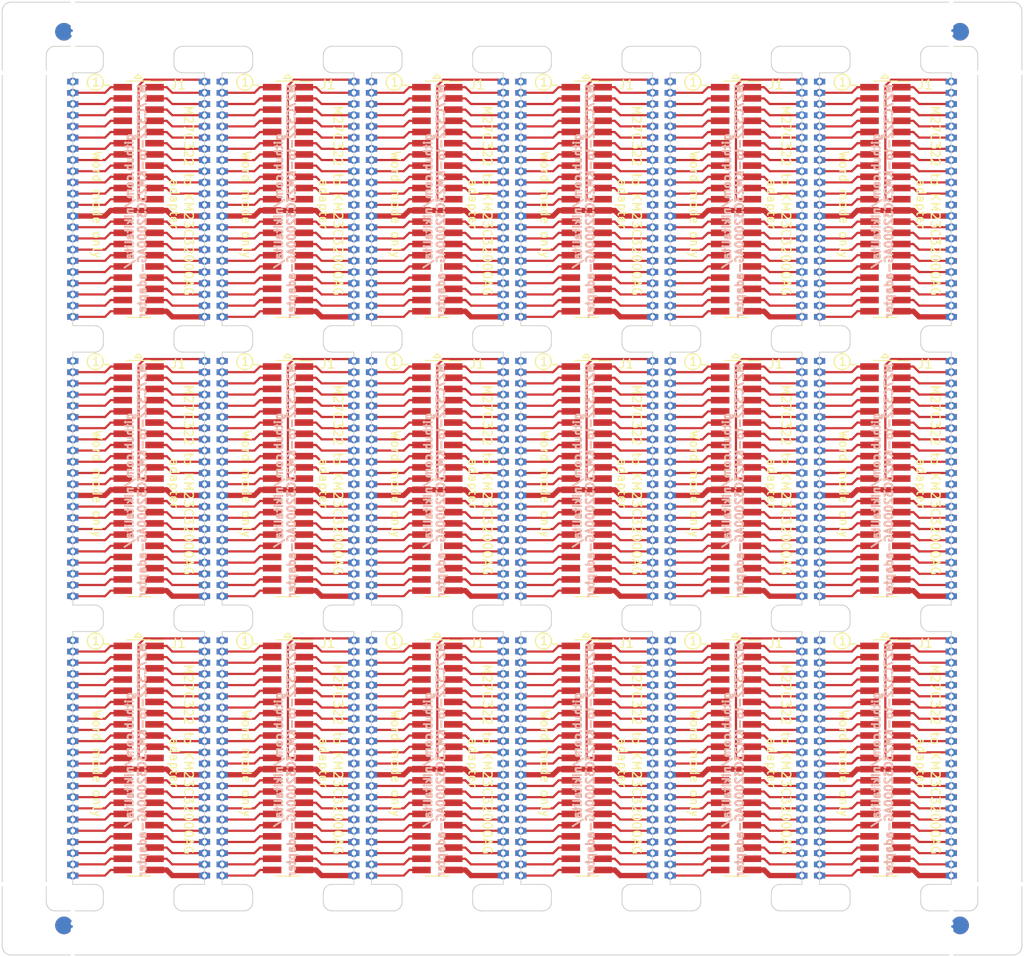
<source format=kicad_pcb>
(kicad_pcb (version 20211014) (generator pcbnew)
  (layers (0 "F.Cu" signal) (31 "B.Cu" signal) (34 "B.Paste" user) (35 "F.Paste" user) (36 "B.SilkS" user "B.Silkscreen") (37 "F.SilkS" user "F.Silkscreen") (38 "B.Mask" user) (39 "F.Mask" user) (44 "Edge.Cuts" user))
  (net 0 "")
  (net 1 "Board_0-/A0")
  (net 2 "Board_0-/A1")
  (net 3 "Board_0-/A10")
  (net 4 "Board_0-/A11")
  (net 5 "Board_0-/A12")
  (net 6 "Board_0-/A13")
  (net 7 "Board_0-/A14")
  (net 8 "Board_0-/A15")
  (net 9 "Board_0-/A16")
  (net 10 "Board_0-/A17")
  (net 11 "Board_0-/A18")
  (net 12 "Board_0-/A19")
  (net 13 "Board_0-/A2")
  (net 14 "Board_0-/A20")
  (net 15 "Board_0-/A3")
  (net 16 "Board_0-/A4")
  (net 17 "Board_0-/A5")
  (net 18 "Board_0-/A6")
  (net 19 "Board_0-/A7")
  (net 20 "Board_0-/A8")
  (net 21 "Board_0-/A9")
  (net 22 "Board_0-/D0")
  (net 23 "Board_0-/D1")
  (net 24 "Board_0-/D10")
  (net 25 "Board_0-/D11")
  (net 26 "Board_0-/D12")
  (net 27 "Board_0-/D13")
  (net 28 "Board_0-/D14")
  (net 29 "Board_0-/D15")
  (net 30 "Board_0-/D2")
  (net 31 "Board_0-/D3")
  (net 32 "Board_0-/D4")
  (net 33 "Board_0-/D5")
  (net 34 "Board_0-/D6")
  (net 35 "Board_0-/D7")
  (net 36 "Board_0-/D8")
  (net 37 "Board_0-/D9")
  (net 38 "Board_0-/VCC")
  (net 39 "Board_0-/VSS")
  (net 40 "Board_0-/~{CE}")
  (net 41 "Board_0-/~{OE}")
  (net 42 "Board_0-unconnected-(U1-Pad1)")
  (net 43 "Board_0-unconnected-(U1-Pad33)")
  (net 44 "Board_1-/A0")
  (net 45 "Board_1-/A1")
  (net 46 "Board_1-/A10")
  (net 47 "Board_1-/A11")
  (net 48 "Board_1-/A12")
  (net 49 "Board_1-/A13")
  (net 50 "Board_1-/A14")
  (net 51 "Board_1-/A15")
  (net 52 "Board_1-/A16")
  (net 53 "Board_1-/A17")
  (net 54 "Board_1-/A18")
  (net 55 "Board_1-/A19")
  (net 56 "Board_1-/A2")
  (net 57 "Board_1-/A20")
  (net 58 "Board_1-/A3")
  (net 59 "Board_1-/A4")
  (net 60 "Board_1-/A5")
  (net 61 "Board_1-/A6")
  (net 62 "Board_1-/A7")
  (net 63 "Board_1-/A8")
  (net 64 "Board_1-/A9")
  (net 65 "Board_1-/D0")
  (net 66 "Board_1-/D1")
  (net 67 "Board_1-/D10")
  (net 68 "Board_1-/D11")
  (net 69 "Board_1-/D12")
  (net 70 "Board_1-/D13")
  (net 71 "Board_1-/D14")
  (net 72 "Board_1-/D15")
  (net 73 "Board_1-/D2")
  (net 74 "Board_1-/D3")
  (net 75 "Board_1-/D4")
  (net 76 "Board_1-/D5")
  (net 77 "Board_1-/D6")
  (net 78 "Board_1-/D7")
  (net 79 "Board_1-/D8")
  (net 80 "Board_1-/D9")
  (net 81 "Board_1-/VCC")
  (net 82 "Board_1-/VSS")
  (net 83 "Board_1-/~{CE}")
  (net 84 "Board_1-/~{OE}")
  (net 85 "Board_1-unconnected-(U1-Pad1)")
  (net 86 "Board_1-unconnected-(U1-Pad33)")
  (net 87 "Board_2-/A0")
  (net 88 "Board_2-/A1")
  (net 89 "Board_2-/A10")
  (net 90 "Board_2-/A11")
  (net 91 "Board_2-/A12")
  (net 92 "Board_2-/A13")
  (net 93 "Board_2-/A14")
  (net 94 "Board_2-/A15")
  (net 95 "Board_2-/A16")
  (net 96 "Board_2-/A17")
  (net 97 "Board_2-/A18")
  (net 98 "Board_2-/A19")
  (net 99 "Board_2-/A2")
  (net 100 "Board_2-/A20")
  (net 101 "Board_2-/A3")
  (net 102 "Board_2-/A4")
  (net 103 "Board_2-/A5")
  (net 104 "Board_2-/A6")
  (net 105 "Board_2-/A7")
  (net 106 "Board_2-/A8")
  (net 107 "Board_2-/A9")
  (net 108 "Board_2-/D0")
  (net 109 "Board_2-/D1")
  (net 110 "Board_2-/D10")
  (net 111 "Board_2-/D11")
  (net 112 "Board_2-/D12")
  (net 113 "Board_2-/D13")
  (net 114 "Board_2-/D14")
  (net 115 "Board_2-/D15")
  (net 116 "Board_2-/D2")
  (net 117 "Board_2-/D3")
  (net 118 "Board_2-/D4")
  (net 119 "Board_2-/D5")
  (net 120 "Board_2-/D6")
  (net 121 "Board_2-/D7")
  (net 122 "Board_2-/D8")
  (net 123 "Board_2-/D9")
  (net 124 "Board_2-/VCC")
  (net 125 "Board_2-/VSS")
  (net 126 "Board_2-/~{CE}")
  (net 127 "Board_2-/~{OE}")
  (net 128 "Board_2-unconnected-(U1-Pad1)")
  (net 129 "Board_2-unconnected-(U1-Pad33)")
  (net 130 "Board_3-/A0")
  (net 131 "Board_3-/A1")
  (net 132 "Board_3-/A10")
  (net 133 "Board_3-/A11")
  (net 134 "Board_3-/A12")
  (net 135 "Board_3-/A13")
  (net 136 "Board_3-/A14")
  (net 137 "Board_3-/A15")
  (net 138 "Board_3-/A16")
  (net 139 "Board_3-/A17")
  (net 140 "Board_3-/A18")
  (net 141 "Board_3-/A19")
  (net 142 "Board_3-/A2")
  (net 143 "Board_3-/A20")
  (net 144 "Board_3-/A3")
  (net 145 "Board_3-/A4")
  (net 146 "Board_3-/A5")
  (net 147 "Board_3-/A6")
  (net 148 "Board_3-/A7")
  (net 149 "Board_3-/A8")
  (net 150 "Board_3-/A9")
  (net 151 "Board_3-/D0")
  (net 152 "Board_3-/D1")
  (net 153 "Board_3-/D10")
  (net 154 "Board_3-/D11")
  (net 155 "Board_3-/D12")
  (net 156 "Board_3-/D13")
  (net 157 "Board_3-/D14")
  (net 158 "Board_3-/D15")
  (net 159 "Board_3-/D2")
  (net 160 "Board_3-/D3")
  (net 161 "Board_3-/D4")
  (net 162 "Board_3-/D5")
  (net 163 "Board_3-/D6")
  (net 164 "Board_3-/D7")
  (net 165 "Board_3-/D8")
  (net 166 "Board_3-/D9")
  (net 167 "Board_3-/VCC")
  (net 168 "Board_3-/VSS")
  (net 169 "Board_3-/~{CE}")
  (net 170 "Board_3-/~{OE}")
  (net 171 "Board_3-unconnected-(U1-Pad1)")
  (net 172 "Board_3-unconnected-(U1-Pad33)")
  (net 173 "Board_4-/A0")
  (net 174 "Board_4-/A1")
  (net 175 "Board_4-/A10")
  (net 176 "Board_4-/A11")
  (net 177 "Board_4-/A12")
  (net 178 "Board_4-/A13")
  (net 179 "Board_4-/A14")
  (net 180 "Board_4-/A15")
  (net 181 "Board_4-/A16")
  (net 182 "Board_4-/A17")
  (net 183 "Board_4-/A18")
  (net 184 "Board_4-/A19")
  (net 185 "Board_4-/A2")
  (net 186 "Board_4-/A20")
  (net 187 "Board_4-/A3")
  (net 188 "Board_4-/A4")
  (net 189 "Board_4-/A5")
  (net 190 "Board_4-/A6")
  (net 191 "Board_4-/A7")
  (net 192 "Board_4-/A8")
  (net 193 "Board_4-/A9")
  (net 194 "Board_4-/D0")
  (net 195 "Board_4-/D1")
  (net 196 "Board_4-/D10")
  (net 197 "Board_4-/D11")
  (net 198 "Board_4-/D12")
  (net 199 "Board_4-/D13")
  (net 200 "Board_4-/D14")
  (net 201 "Board_4-/D15")
  (net 202 "Board_4-/D2")
  (net 203 "Board_4-/D3")
  (net 204 "Board_4-/D4")
  (net 205 "Board_4-/D5")
  (net 206 "Board_4-/D6")
  (net 207 "Board_4-/D7")
  (net 208 "Board_4-/D8")
  (net 209 "Board_4-/D9")
  (net 210 "Board_4-/VCC")
  (net 211 "Board_4-/VSS")
  (net 212 "Board_4-/~{CE}")
  (net 213 "Board_4-/~{OE}")
  (net 214 "Board_4-unconnected-(U1-Pad1)")
  (net 215 "Board_4-unconnected-(U1-Pad33)")
  (net 216 "Board_5-/A0")
  (net 217 "Board_5-/A1")
  (net 218 "Board_5-/A10")
  (net 219 "Board_5-/A11")
  (net 220 "Board_5-/A12")
  (net 221 "Board_5-/A13")
  (net 222 "Board_5-/A14")
  (net 223 "Board_5-/A15")
  (net 224 "Board_5-/A16")
  (net 225 "Board_5-/A17")
  (net 226 "Board_5-/A18")
  (net 227 "Board_5-/A19")
  (net 228 "Board_5-/A2")
  (net 229 "Board_5-/A20")
  (net 230 "Board_5-/A3")
  (net 231 "Board_5-/A4")
  (net 232 "Board_5-/A5")
  (net 233 "Board_5-/A6")
  (net 234 "Board_5-/A7")
  (net 235 "Board_5-/A8")
  (net 236 "Board_5-/A9")
  (net 237 "Board_5-/D0")
  (net 238 "Board_5-/D1")
  (net 239 "Board_5-/D10")
  (net 240 "Board_5-/D11")
  (net 241 "Board_5-/D12")
  (net 242 "Board_5-/D13")
  (net 243 "Board_5-/D14")
  (net 244 "Board_5-/D15")
  (net 245 "Board_5-/D2")
  (net 246 "Board_5-/D3")
  (net 247 "Board_5-/D4")
  (net 248 "Board_5-/D5")
  (net 249 "Board_5-/D6")
  (net 250 "Board_5-/D7")
  (net 251 "Board_5-/D8")
  (net 252 "Board_5-/D9")
  (net 253 "Board_5-/VCC")
  (net 254 "Board_5-/VSS")
  (net 255 "Board_5-/~{CE}")
  (net 256 "Board_5-/~{OE}")
  (net 257 "Board_5-unconnected-(U1-Pad1)")
  (net 258 "Board_5-unconnected-(U1-Pad33)")
  (net 259 "Board_6-/A0")
  (net 260 "Board_6-/A1")
  (net 261 "Board_6-/A10")
  (net 262 "Board_6-/A11")
  (net 263 "Board_6-/A12")
  (net 264 "Board_6-/A13")
  (net 265 "Board_6-/A14")
  (net 266 "Board_6-/A15")
  (net 267 "Board_6-/A16")
  (net 268 "Board_6-/A17")
  (net 269 "Board_6-/A18")
  (net 270 "Board_6-/A19")
  (net 271 "Board_6-/A2")
  (net 272 "Board_6-/A20")
  (net 273 "Board_6-/A3")
  (net 274 "Board_6-/A4")
  (net 275 "Board_6-/A5")
  (net 276 "Board_6-/A6")
  (net 277 "Board_6-/A7")
  (net 278 "Board_6-/A8")
  (net 279 "Board_6-/A9")
  (net 280 "Board_6-/D0")
  (net 281 "Board_6-/D1")
  (net 282 "Board_6-/D10")
  (net 283 "Board_6-/D11")
  (net 284 "Board_6-/D12")
  (net 285 "Board_6-/D13")
  (net 286 "Board_6-/D14")
  (net 287 "Board_6-/D15")
  (net 288 "Board_6-/D2")
  (net 289 "Board_6-/D3")
  (net 290 "Board_6-/D4")
  (net 291 "Board_6-/D5")
  (net 292 "Board_6-/D6")
  (net 293 "Board_6-/D7")
  (net 294 "Board_6-/D8")
  (net 295 "Board_6-/D9")
  (net 296 "Board_6-/VCC")
  (net 297 "Board_6-/VSS")
  (net 298 "Board_6-/~{CE}")
  (net 299 "Board_6-/~{OE}")
  (net 300 "Board_6-unconnected-(U1-Pad1)")
  (net 301 "Board_6-unconnected-(U1-Pad33)")
  (net 302 "Board_7-/A0")
  (net 303 "Board_7-/A1")
  (net 304 "Board_7-/A10")
  (net 305 "Board_7-/A11")
  (net 306 "Board_7-/A12")
  (net 307 "Board_7-/A13")
  (net 308 "Board_7-/A14")
  (net 309 "Board_7-/A15")
  (net 310 "Board_7-/A16")
  (net 311 "Board_7-/A17")
  (net 312 "Board_7-/A18")
  (net 313 "Board_7-/A19")
  (net 314 "Board_7-/A2")
  (net 315 "Board_7-/A20")
  (net 316 "Board_7-/A3")
  (net 317 "Board_7-/A4")
  (net 318 "Board_7-/A5")
  (net 319 "Board_7-/A6")
  (net 320 "Board_7-/A7")
  (net 321 "Board_7-/A8")
  (net 322 "Board_7-/A9")
  (net 323 "Board_7-/D0")
  (net 324 "Board_7-/D1")
  (net 325 "Board_7-/D10")
  (net 326 "Board_7-/D11")
  (net 327 "Board_7-/D12")
  (net 328 "Board_7-/D13")
  (net 329 "Board_7-/D14")
  (net 330 "Board_7-/D15")
  (net 331 "Board_7-/D2")
  (net 332 "Board_7-/D3")
  (net 333 "Board_7-/D4")
  (net 334 "Board_7-/D5")
  (net 335 "Board_7-/D6")
  (net 336 "Board_7-/D7")
  (net 337 "Board_7-/D8")
  (net 338 "Board_7-/D9")
  (net 339 "Board_7-/VCC")
  (net 340 "Board_7-/VSS")
  (net 341 "Board_7-/~{CE}")
  (net 342 "Board_7-/~{OE}")
  (net 343 "Board_7-unconnected-(U1-Pad1)")
  (net 344 "Board_7-unconnected-(U1-Pad33)")
  (net 345 "Board_8-/A0")
  (net 346 "Board_8-/A1")
  (net 347 "Board_8-/A10")
  (net 348 "Board_8-/A11")
  (net 349 "Board_8-/A12")
  (net 350 "Board_8-/A13")
  (net 351 "Board_8-/A14")
  (net 352 "Board_8-/A15")
  (net 353 "Board_8-/A16")
  (net 354 "Board_8-/A17")
  (net 355 "Board_8-/A18")
  (net 356 "Board_8-/A19")
  (net 357 "Board_8-/A2")
  (net 358 "Board_8-/A20")
  (net 359 "Board_8-/A3")
  (net 360 "Board_8-/A4")
  (net 361 "Board_8-/A5")
  (net 362 "Board_8-/A6")
  (net 363 "Board_8-/A7")
  (net 364 "Board_8-/A8")
  (net 365 "Board_8-/A9")
  (net 366 "Board_8-/D0")
  (net 367 "Board_8-/D1")
  (net 368 "Board_8-/D10")
  (net 369 "Board_8-/D11")
  (net 370 "Board_8-/D12")
  (net 371 "Board_8-/D13")
  (net 372 "Board_8-/D14")
  (net 373 "Board_8-/D15")
  (net 374 "Board_8-/D2")
  (net 375 "Board_8-/D3")
  (net 376 "Board_8-/D4")
  (net 377 "Board_8-/D5")
  (net 378 "Board_8-/D6")
  (net 379 "Board_8-/D7")
  (net 380 "Board_8-/D8")
  (net 381 "Board_8-/D9")
  (net 382 "Board_8-/VCC")
  (net 383 "Board_8-/VSS")
  (net 384 "Board_8-/~{CE}")
  (net 385 "Board_8-/~{OE}")
  (net 386 "Board_8-unconnected-(U1-Pad1)")
  (net 387 "Board_8-unconnected-(U1-Pad33)")
  (net 388 "Board_9-/A0")
  (net 389 "Board_9-/A1")
  (net 390 "Board_9-/A10")
  (net 391 "Board_9-/A11")
  (net 392 "Board_9-/A12")
  (net 393 "Board_9-/A13")
  (net 394 "Board_9-/A14")
  (net 395 "Board_9-/A15")
  (net 396 "Board_9-/A16")
  (net 397 "Board_9-/A17")
  (net 398 "Board_9-/A18")
  (net 399 "Board_9-/A19")
  (net 400 "Board_9-/A2")
  (net 401 "Board_9-/A20")
  (net 402 "Board_9-/A3")
  (net 403 "Board_9-/A4")
  (net 404 "Board_9-/A5")
  (net 405 "Board_9-/A6")
  (net 406 "Board_9-/A7")
  (net 407 "Board_9-/A8")
  (net 408 "Board_9-/A9")
  (net 409 "Board_9-/D0")
  (net 410 "Board_9-/D1")
  (net 411 "Board_9-/D10")
  (net 412 "Board_9-/D11")
  (net 413 "Board_9-/D12")
  (net 414 "Board_9-/D13")
  (net 415 "Board_9-/D14")
  (net 416 "Board_9-/D15")
  (net 417 "Board_9-/D2")
  (net 418 "Board_9-/D3")
  (net 419 "Board_9-/D4")
  (net 420 "Board_9-/D5")
  (net 421 "Board_9-/D6")
  (net 422 "Board_9-/D7")
  (net 423 "Board_9-/D8")
  (net 424 "Board_9-/D9")
  (net 425 "Board_9-/VCC")
  (net 426 "Board_9-/VSS")
  (net 427 "Board_9-/~{CE}")
  (net 428 "Board_9-/~{OE}")
  (net 429 "Board_9-unconnected-(U1-Pad1)")
  (net 430 "Board_9-unconnected-(U1-Pad33)")
  (net 431 "Board_10-/A0")
  (net 432 "Board_10-/A1")
  (net 433 "Board_10-/A10")
  (net 434 "Board_10-/A11")
  (net 435 "Board_10-/A12")
  (net 436 "Board_10-/A13")
  (net 437 "Board_10-/A14")
  (net 438 "Board_10-/A15")
  (net 439 "Board_10-/A16")
  (net 440 "Board_10-/A17")
  (net 441 "Board_10-/A18")
  (net 442 "Board_10-/A19")
  (net 443 "Board_10-/A2")
  (net 444 "Board_10-/A20")
  (net 445 "Board_10-/A3")
  (net 446 "Board_10-/A4")
  (net 447 "Board_10-/A5")
  (net 448 "Board_10-/A6")
  (net 449 "Board_10-/A7")
  (net 450 "Board_10-/A8")
  (net 451 "Board_10-/A9")
  (net 452 "Board_10-/D0")
  (net 453 "Board_10-/D1")
  (net 454 "Board_10-/D10")
  (net 455 "Board_10-/D11")
  (net 456 "Board_10-/D12")
  (net 457 "Board_10-/D13")
  (net 458 "Board_10-/D14")
  (net 459 "Board_10-/D15")
  (net 460 "Board_10-/D2")
  (net 461 "Board_10-/D3")
  (net 462 "Board_10-/D4")
  (net 463 "Board_10-/D5")
  (net 464 "Board_10-/D6")
  (net 465 "Board_10-/D7")
  (net 466 "Board_10-/D8")
  (net 467 "Board_10-/D9")
  (net 468 "Board_10-/VCC")
  (net 469 "Board_10-/VSS")
  (net 470 "Board_10-/~{CE}")
  (net 471 "Board_10-/~{OE}")
  (net 472 "Board_10-unconnected-(U1-Pad1)")
  (net 473 "Board_10-unconnected-(U1-Pad33)")
  (net 474 "Board_11-/A0")
  (net 475 "Board_11-/A1")
  (net 476 "Board_11-/A10")
  (net 477 "Board_11-/A11")
  (net 478 "Board_11-/A12")
  (net 479 "Board_11-/A13")
  (net 480 "Board_11-/A14")
  (net 481 "Board_11-/A15")
  (net 482 "Board_11-/A16")
  (net 483 "Board_11-/A17")
  (net 484 "Board_11-/A18")
  (net 485 "Board_11-/A19")
  (net 486 "Board_11-/A2")
  (net 487 "Board_11-/A20")
  (net 488 "Board_11-/A3")
  (net 489 "Board_11-/A4")
  (net 490 "Board_11-/A5")
  (net 491 "Board_11-/A6")
  (net 492 "Board_11-/A7")
  (net 493 "Board_11-/A8")
  (net 494 "Board_11-/A9")
  (net 495 "Board_11-/D0")
  (net 496 "Board_11-/D1")
  (net 497 "Board_11-/D10")
  (net 498 "Board_11-/D11")
  (net 499 "Board_11-/D12")
  (net 500 "Board_11-/D13")
  (net 501 "Board_11-/D14")
  (net 502 "Board_11-/D15")
  (net 503 "Board_11-/D2")
  (net 504 "Board_11-/D3")
  (net 505 "Board_11-/D4")
  (net 506 "Board_11-/D5")
  (net 507 "Board_11-/D6")
  (net 508 "Board_11-/D7")
  (net 509 "Board_11-/D8")
  (net 510 "Board_11-/D9")
  (net 511 "Board_11-/VCC")
  (net 512 "Board_11-/VSS")
  (net 513 "Board_11-/~{CE}")
  (net 514 "Board_11-/~{OE}")
  (net 515 "Board_11-unconnected-(U1-Pad1)")
  (net 516 "Board_11-unconnected-(U1-Pad33)")
  (net 517 "Board_12-/A0")
  (net 518 "Board_12-/A1")
  (net 519 "Board_12-/A10")
  (net 520 "Board_12-/A11")
  (net 521 "Board_12-/A12")
  (net 522 "Board_12-/A13")
  (net 523 "Board_12-/A14")
  (net 524 "Board_12-/A15")
  (net 525 "Board_12-/A16")
  (net 526 "Board_12-/A17")
  (net 527 "Board_12-/A18")
  (net 528 "Board_12-/A19")
  (net 529 "Board_12-/A2")
  (net 530 "Board_12-/A20")
  (net 531 "Board_12-/A3")
  (net 532 "Board_12-/A4")
  (net 533 "Board_12-/A5")
  (net 534 "Board_12-/A6")
  (net 535 "Board_12-/A7")
  (net 536 "Board_12-/A8")
  (net 537 "Board_12-/A9")
  (net 538 "Board_12-/D0")
  (net 539 "Board_12-/D1")
  (net 540 "Board_12-/D10")
  (net 541 "Board_12-/D11")
  (net 542 "Board_12-/D12")
  (net 543 "Board_12-/D13")
  (net 544 "Board_12-/D14")
  (net 545 "Board_12-/D15")
  (net 546 "Board_12-/D2")
  (net 547 "Board_12-/D3")
  (net 548 "Board_12-/D4")
  (net 549 "Board_12-/D5")
  (net 550 "Board_12-/D6")
  (net 551 "Board_12-/D7")
  (net 552 "Board_12-/D8")
  (net 553 "Board_12-/D9")
  (net 554 "Board_12-/VCC")
  (net 555 "Board_12-/VSS")
  (net 556 "Board_12-/~{CE}")
  (net 557 "Board_12-/~{OE}")
  (net 558 "Board_12-unconnected-(U1-Pad1)")
  (net 559 "Board_12-unconnected-(U1-Pad33)")
  (net 560 "Board_13-/A0")
  (net 561 "Board_13-/A1")
  (net 562 "Board_13-/A10")
  (net 563 "Board_13-/A11")
  (net 564 "Board_13-/A12")
  (net 565 "Board_13-/A13")
  (net 566 "Board_13-/A14")
  (net 567 "Board_13-/A15")
  (net 568 "Board_13-/A16")
  (net 569 "Board_13-/A17")
  (net 570 "Board_13-/A18")
  (net 571 "Board_13-/A19")
  (net 572 "Board_13-/A2")
  (net 573 "Board_13-/A20")
  (net 574 "Board_13-/A3")
  (net 575 "Board_13-/A4")
  (net 576 "Board_13-/A5")
  (net 577 "Board_13-/A6")
  (net 578 "Board_13-/A7")
  (net 579 "Board_13-/A8")
  (net 580 "Board_13-/A9")
  (net 581 "Board_13-/D0")
  (net 582 "Board_13-/D1")
  (net 583 "Board_13-/D10")
  (net 584 "Board_13-/D11")
  (net 585 "Board_13-/D12")
  (net 586 "Board_13-/D13")
  (net 587 "Board_13-/D14")
  (net 588 "Board_13-/D15")
  (net 589 "Board_13-/D2")
  (net 590 "Board_13-/D3")
  (net 591 "Board_13-/D4")
  (net 592 "Board_13-/D5")
  (net 593 "Board_13-/D6")
  (net 594 "Board_13-/D7")
  (net 595 "Board_13-/D8")
  (net 596 "Board_13-/D9")
  (net 597 "Board_13-/VCC")
  (net 598 "Board_13-/VSS")
  (net 599 "Board_13-/~{CE}")
  (net 600 "Board_13-/~{OE}")
  (net 601 "Board_13-unconnected-(U1-Pad1)")
  (net 602 "Board_13-unconnected-(U1-Pad33)")
  (net 603 "Board_14-/A0")
  (net 604 "Board_14-/A1")
  (net 605 "Board_14-/A10")
  (net 606 "Board_14-/A11")
  (net 607 "Board_14-/A12")
  (net 608 "Board_14-/A13")
  (net 609 "Board_14-/A14")
  (net 610 "Board_14-/A15")
  (net 611 "Board_14-/A16")
  (net 612 "Board_14-/A17")
  (net 613 "Board_14-/A18")
  (net 614 "Board_14-/A19")
  (net 615 "Board_14-/A2")
  (net 616 "Board_14-/A20")
  (net 617 "Board_14-/A3")
  (net 618 "Board_14-/A4")
  (net 619 "Board_14-/A5")
  (net 620 "Board_14-/A6")
  (net 621 "Board_14-/A7")
  (net 622 "Board_14-/A8")
  (net 623 "Board_14-/A9")
  (net 624 "Board_14-/D0")
  (net 625 "Board_14-/D1")
  (net 626 "Board_14-/D10")
  (net 627 "Board_14-/D11")
  (net 628 "Board_14-/D12")
  (net 629 "Board_14-/D13")
  (net 630 "Board_14-/D14")
  (net 631 "Board_14-/D15")
  (net 632 "Board_14-/D2")
  (net 633 "Board_14-/D3")
  (net 634 "Board_14-/D4")
  (net 635 "Board_14-/D5")
  (net 636 "Board_14-/D6")
  (net 637 "Board_14-/D7")
  (net 638 "Board_14-/D8")
  (net 639 "Board_14-/D9")
  (net 640 "Board_14-/VCC")
  (net 641 "Board_14-/VSS")
  (net 642 "Board_14-/~{CE}")
  (net 643 "Board_14-/~{OE}")
  (net 644 "Board_14-unconnected-(U1-Pad1)")
  (net 645 "Board_14-unconnected-(U1-Pad33)")
  (net 646 "Board_15-/A0")
  (net 647 "Board_15-/A1")
  (net 648 "Board_15-/A10")
  (net 649 "Board_15-/A11")
  (net 650 "Board_15-/A12")
  (net 651 "Board_15-/A13")
  (net 652 "Board_15-/A14")
  (net 653 "Board_15-/A15")
  (net 654 "Board_15-/A16")
  (net 655 "Board_15-/A17")
  (net 656 "Board_15-/A18")
  (net 657 "Board_15-/A19")
  (net 658 "Board_15-/A2")
  (net 659 "Board_15-/A20")
  (net 660 "Board_15-/A3")
  (net 661 "Board_15-/A4")
  (net 662 "Board_15-/A5")
  (net 663 "Board_15-/A6")
  (net 664 "Board_15-/A7")
  (net 665 "Board_15-/A8")
  (net 666 "Board_15-/A9")
  (net 667 "Board_15-/D0")
  (net 668 "Board_15-/D1")
  (net 669 "Board_15-/D10")
  (net 670 "Board_15-/D11")
  (net 671 "Board_15-/D12")
  (net 672 "Board_15-/D13")
  (net 673 "Board_15-/D14")
  (net 674 "Board_15-/D15")
  (net 675 "Board_15-/D2")
  (net 676 "Board_15-/D3")
  (net 677 "Board_15-/D4")
  (net 678 "Board_15-/D5")
  (net 679 "Board_15-/D6")
  (net 680 "Board_15-/D7")
  (net 681 "Board_15-/D8")
  (net 682 "Board_15-/D9")
  (net 683 "Board_15-/VCC")
  (net 684 "Board_15-/VSS")
  (net 685 "Board_15-/~{CE}")
  (net 686 "Board_15-/~{OE}")
  (net 687 "Board_15-unconnected-(U1-Pad1)")
  (net 688 "Board_15-unconnected-(U1-Pad33)")
  (net 689 "Board_16-/A0")
  (net 690 "Board_16-/A1")
  (net 691 "Board_16-/A10")
  (net 692 "Board_16-/A11")
  (net 693 "Board_16-/A12")
  (net 694 "Board_16-/A13")
  (net 695 "Board_16-/A14")
  (net 696 "Board_16-/A15")
  (net 697 "Board_16-/A16")
  (net 698 "Board_16-/A17")
  (net 699 "Board_16-/A18")
  (net 700 "Board_16-/A19")
  (net 701 "Board_16-/A2")
  (net 702 "Board_16-/A20")
  (net 703 "Board_16-/A3")
  (net 704 "Board_16-/A4")
  (net 705 "Board_16-/A5")
  (net 706 "Board_16-/A6")
  (net 707 "Board_16-/A7")
  (net 708 "Board_16-/A8")
  (net 709 "Board_16-/A9")
  (net 710 "Board_16-/D0")
  (net 711 "Board_16-/D1")
  (net 712 "Board_16-/D10")
  (net 713 "Board_16-/D11")
  (net 714 "Board_16-/D12")
  (net 715 "Board_16-/D13")
  (net 716 "Board_16-/D14")
  (net 717 "Board_16-/D15")
  (net 718 "Board_16-/D2")
  (net 719 "Board_16-/D3")
  (net 720 "Board_16-/D4")
  (net 721 "Board_16-/D5")
  (net 722 "Board_16-/D6")
  (net 723 "Board_16-/D7")
  (net 724 "Board_16-/D8")
  (net 725 "Board_16-/D9")
  (net 726 "Board_16-/VCC")
  (net 727 "Board_16-/VSS")
  (net 728 "Board_16-/~{CE}")
  (net 729 "Board_16-/~{OE}")
  (net 730 "Board_16-unconnected-(U1-Pad1)")
  (net 731 "Board_16-unconnected-(U1-Pad33)")
  (net 732 "Board_17-/A0")
  (net 733 "Board_17-/A1")
  (net 734 "Board_17-/A10")
  (net 735 "Board_17-/A11")
  (net 736 "Board_17-/A12")
  (net 737 "Board_17-/A13")
  (net 738 "Board_17-/A14")
  (net 739 "Board_17-/A15")
  (net 740 "Board_17-/A16")
  (net 741 "Board_17-/A17")
  (net 742 "Board_17-/A18")
  (net 743 "Board_17-/A19")
  (net 744 "Board_17-/A2")
  (net 745 "Board_17-/A20")
  (net 746 "Board_17-/A3")
  (net 747 "Board_17-/A4")
  (net 748 "Board_17-/A5")
  (net 749 "Board_17-/A6")
  (net 750 "Board_17-/A7")
  (net 751 "Board_17-/A8")
  (net 752 "Board_17-/A9")
  (net 753 "Board_17-/D0")
  (net 754 "Board_17-/D1")
  (net 755 "Board_17-/D10")
  (net 756 "Board_17-/D11")
  (net 757 "Board_17-/D12")
  (net 758 "Board_17-/D13")
  (net 759 "Board_17-/D14")
  (net 760 "Board_17-/D15")
  (net 761 "Board_17-/D2")
  (net 762 "Board_17-/D3")
  (net 763 "Board_17-/D4")
  (net 764 "Board_17-/D5")
  (net 765 "Board_17-/D6")
  (net 766 "Board_17-/D7")
  (net 767 "Board_17-/D8")
  (net 768 "Board_17-/D9")
  (net 769 "Board_17-/VCC")
  (net 770 "Board_17-/VSS")
  (net 771 "Board_17-/~{CE}")
  (net 772 "Board_17-/~{OE}")
  (net 773 "Board_17-unconnected-(U1-Pad1)")
  (net 774 "Board_17-unconnected-(U1-Pad33)")
  (footprint "NPTH" (layer "F.Cu") (at 129.106428 23)
    (fp_text reference "REF**" hide)
    (fp_text value "NPTH" hide)
  )
  (footprint "NPTH" (layer "F.Cu") (at 119.07375 86.34)
    (fp_text reference "REF**" hide)
    (fp_text value "NPTH" hide)
  )
  (footprint "NPTH" (layer "F.Cu") (at 111.07375 54.67)
    (fp_text reference "REF**" hide)
    (fp_text value "NPTH" hide)
  )
  (footprint "NPTH" (layer "F.Cu") (at 67.578977 115.01)
    (fp_text reference "REF**" hide)
    (fp_text value "NPTH" hide)
  )
  (footprint "NPTH" (layer "F.Cu") (at 83.774204 83.34)
    (fp_text reference "REF**" hide)
    (fp_text value "NPTH" hide)
  )
  (footprint "NPTH" (layer "F.Cu") (at 122.535 19.285714)
    (fp_text reference "REF**" hide)
    (fp_text value "NPTH" hide)
  )
  (footprint "NPTH" (layer "F.Cu") (at 111.07375 51.67)
    (fp_text reference "REF**" hide)
    (fp_text value "NPTH" hide)
  )
  (footprint "NPTH" (layer "F.Cu") (at 66.124431 54.67)
    (fp_text reference "REF**" hide)
    (fp_text value "NPTH" hide)
  )
  (footprint "NPTH" (layer "F.Cu") (at 30.097613 54.67)
    (fp_text reference "REF**" hide)
    (fp_text value "NPTH" hide)
  )
  (footprint "NPTH" (layer "F.Cu") (at 47.747386 83.34)
    (fp_text reference "REF**" hide)
    (fp_text value "NPTH" hide)
  )
  (footprint "NPTH" (layer "F.Cu") (at 51.38375 51.67)
    (fp_text reference "REF**" hide)
    (fp_text value "NPTH" hide)
  )
  (footprint "NPTH" (layer "F.Cu") (at 84.501477 83.34)
    (fp_text reference "REF**" hide)
    (fp_text value "NPTH" hide)
  )
  (footprint "NPTH" (layer "F.Cu") (at 47.020113 23)
    (fp_text reference "REF**" hide)
    (fp_text value "NPTH" hide)
  )
  (footprint "NPTH" (layer "F.Cu") (at 65.397159 51.67)
    (fp_text reference "REF**" hide)
    (fp_text value "NPTH" hide)
  )
  (footprint "NPTH" (layer "F.Cu") (at 66.851704 115.01)
    (fp_text reference "REF**" hide)
    (fp_text value "NPTH" hide)
  )
  (footprint "NPTH" (layer "F.Cu") (at 23 20)
    (fp_text reference "REF**" hide)
    (fp_text value "NPTH" hide)
  )
  (footprint "NPTH" (layer "F.Cu") (at 112.528295 86.34)
    (fp_text reference "REF**" hide)
    (fp_text value "NPTH" hide)
  )
  (footprint "NPTH" (layer "F.Cu") (at 94.878522 51.67)
    (fp_text reference "REF**" hide)
    (fp_text value "NPTH" hide)
  )
  (footprint "NPTH" (layer "F.Cu") (at 98.514886 115.01)
    (fp_text reference "REF**" hide)
    (fp_text value "NPTH" hide)
  )
  (footprint "NPTH" (layer "F.Cu") (at 23 123.01)
    (fp_text reference "REF**" hide)
    (fp_text value "NPTH" hide)
  )
  (footprint "NPTH" (layer "F.Cu") (at 23 120.152857)
    (fp_text reference "REF**" hide)
    (fp_text value "NPTH" hide)
  )
  (footprint "NPTH" (layer "F.Cu") (at 66.124431 51.67)
    (fp_text reference "REF**" hide)
    (fp_text value "NPTH" hide)
  )
  (footprint "NPTH" (layer "F.Cu") (at 48.474659 115.01)
    (fp_text reference "REF**" hide)
    (fp_text value "NPTH" hide)
  )
  (footprint "NPTH" (layer "F.Cu") (at 27.188522 115.01)
    (fp_text reference "REF**" hide)
    (fp_text value "NPTH" hide)
  )
  (footprint "NPTH" (layer "F.Cu") (at 112.528295 23)
    (fp_text reference "REF**" hide)
    (fp_text value "NPTH" hide)
  )
  (footprint "NPTH" (layer "F.Cu") (at 126.963571 23)
    (fp_text reference "REF**" hide)
    (fp_text value "NPTH" hide)
  )
  (footprint "NPTH" (layer "F.Cu") (at 61.760795 86.34)
    (fp_text reference "REF**" hide)
    (fp_text value "NPTH" hide)
  )
  (footprint "NPTH" (layer "F.Cu") (at 78.683295 83.34)
    (fp_text reference "REF**" hide)
    (fp_text value "NPTH" hide)
  )
  (footprint "NPTH" (layer "F.Cu") (at 84.501477 51.67)
    (fp_text reference "REF**" hide)
    (fp_text value "NPTH" hide)
  )
  (footprint "NPTH" (layer "F.Cu") (at 77.956022 51.67)
    (fp_text reference "REF**" hide)
    (fp_text value "NPTH" hide)
  )
  (footprint "NPTH" (layer "F.Cu") (at 20 23)
    (fp_text reference "REF**" hide)
    (fp_text value "NPTH" hide)
  )
  (footprint "NPTH" (layer "F.Cu") (at 67.578977 83.34)
    (fp_text reference "REF**" hide)
    (fp_text value "NPTH" hide)
  )
  (footprint "NPTH" (layer "F.Cu") (at 32.279431 54.67)
    (fp_text reference "REF**" hide)
    (fp_text value "NPTH" hide)
  )
  (footprint "NPTH" (layer "F.Cu") (at 49.201931 23)
    (fp_text reference "REF**" hide)
    (fp_text value "NPTH" hide)
  )
  (footprint "NPTH" (layer "F.Cu") (at 43.38375 115.01)
    (fp_text reference "REF**" hide)
    (fp_text value "NPTH" hide)
  )
  (footprint "NPTH" (layer "F.Cu") (at 111.07375 83.34)
    (fp_text reference "REF**" hide)
    (fp_text value "NPTH" hide)
  )
  (footprint "NPTH" (layer "F.Cu") (at 97.787613 54.67)
    (fp_text reference "REF**" hide)
    (fp_text value "NPTH" hide)
  )
  (footprint "NPTH" (layer "F.Cu") (at 17.857142 23)
    (fp_text reference "REF**" hide)
    (fp_text value "NPTH" hide)
  )
  (footprint "NPTH" (layer "F.Cu") (at 97.787613 115.01)
    (fp_text reference "REF**" hide)
    (fp_text value "NPTH" hide)
  )
  (footprint "NPTH" (layer "F.Cu") (at 78.683295 54.67)
    (fp_text reference "REF**" hide)
    (fp_text value "NPTH" hide)
  )
  (footprint "NPTH" (layer "F.Cu") (at 97.06034 83.34)
    (fp_text reference "REF**" hide)
    (fp_text value "NPTH" hide)
  )
  (footprint "NPTH" (layer "F.Cu") (at 114.710113 83.34)
    (fp_text reference "REF**" hide)
    (fp_text value "NPTH" hide)
  )
  (footprint "lib:PinSocket_2x21_P1.27mm_Vertical_SMD_counterclockwise" (layer "F.Cu") (at 81.2285 69.005)
    (fp_text reference "J1")
    (fp_text value "PinSocket_2x22_P1.27mm_Vertical")
  )
  (footprint "NPTH" (layer "F.Cu") (at 23 121.581428)
    (fp_text reference "REF**" hide)
    (fp_text value "NPTH" hide)
  )
  (footprint "NPTH" (layer "F.Cu") (at 95.605795 23)
    (fp_text reference "REF**" hide)
    (fp_text value "NPTH" hide)
  )
  (footprint "NPTH" (layer "F.Cu") (at 47.747386 54.67)
    (fp_text reference "REF**" hide)
    (fp_text value "NPTH" hide)
  )
  (footprint "NPTH" (layer "F.Cu") (at 99.969431 83.34)
    (fp_text reference "REF**" hide)
    (fp_text value "NPTH" hide)
  )
  (footprint "NPTH" (layer "F.Cu") (at 44.838295 51.67)
    (fp_text reference "REF**" hide)
    (fp_text value "NPTH" hide)
  )
  (footprint "NPTH" (layer "F.Cu") (at 116.891931 51.67)
    (fp_text reference "REF**" hide)
    (fp_text value "NPTH" hide)
  )
  (footprint "NPTH" (layer "F.Cu") (at 50.656477 83.34)
    (fp_text reference "REF**" hide)
    (fp_text value "NPTH" hide)
  )
  (footprint "NPTH" (layer "F.Cu") (at 65.397159 83.34)
    (fp_text reference "REF**" hide)
    (fp_text value "NPTH" hide)
  )
  (footprint "NPTH" (layer "F.Cu") (at 63.942613 51.67)
    (fp_text reference "REF**" hide)
    (fp_text value "NPTH" hide)
  )
  (footprint "NPTH" (layer "F.Cu") (at 33.006704 54.67)
    (fp_text reference "REF**" hide)
    (fp_text value "NPTH" hide)
  )
  (footprint "NPTH" (layer "F.Cu") (at 49.929204 86.34)
    (fp_text reference "REF**" hide)
    (fp_text value "NPTH" hide)
  )
  (footprint "NPTH" (layer "F.Cu") (at 101.423977 115.01)
    (fp_text reference "REF**" hide)
    (fp_text value "NPTH" hide)
  )
  (footprint "NPTH" (layer "F.Cu") (at 80.865113 115.01)
    (fp_text reference "REF**" hide)
    (fp_text value "NPTH" hide)
  )
  (footprint "NPTH" (layer "F.Cu") (at 98.514886 54.67)
    (fp_text reference "REF**" hide)
    (fp_text value "NPTH" hide)
  )
  (footprint "NPTH" (layer "F.Cu") (at 61.033522 54.67)
    (fp_text reference "REF**" hide)
    (fp_text value "NPTH" hide)
  )
  (footprint "NPTH" (layer "F.Cu") (at 44.111022 115.01)
    (fp_text reference "REF**" hide)
    (fp_text value "NPTH" hide)
  )
  (footprint "NPTH" (layer "F.Cu") (at 23 118.724285)
    (fp_text reference "REF**" hide)
    (fp_text value "NPTH" hide)
  )
  (footprint "NPTH" (layer "F.Cu") (at 44.838295 115.01)
    (fp_text reference "REF**" hide)
    (fp_text value "NPTH" hide)
  )
  (footprint "NPTH" (layer "F.Cu") (at 100.696704 51.67)
    (fp_text reference "REF**" hide)
    (fp_text value "NPTH" hide)
  )
  (footprint "NPTH" (layer "F.Cu") (at 49.201931 86.34)
    (fp_text reference "REF**" hide)
    (fp_text value "NPTH" hide)
  )
  (footprint "NPTH" (layer "F.Cu") (at 44.111022 86.34)
    (fp_text reference "REF**" hide)
    (fp_text value "NPTH" hide)
  )
  (footprint "NPTH" (layer "F.Cu") (at 113.255568 83.34)
    (fp_text reference "REF**" hide)
    (fp_text value "NPTH" hide)
  )
  (footprint "NPTH" (layer "F.Cu") (at 130.535 115.01)
    (fp_text reference "REF**" hide)
    (fp_text value "NPTH" hide)
  )
  (footprint "NPTH" (layer "F.Cu") (at 80.865113 83.34)
    (fp_text reference "REF**" hide)
    (fp_text value "NPTH" hide)
  )
  (footprint "NPTH" (layer "F.Cu") (at 126.249285 23)
    (fp_text reference "REF**" hide)
    (fp_text value "NPTH" hide)
  )
  (footprint "NPTH" (layer "F.Cu") (at 83.046931 86.34)
    (fp_text reference "REF**" hide)
    (fp_text value "NPTH" hide)
  )
  (footprint "NPTH" (layer "F.Cu") (at 111.801022 83.34)
    (fp_text reference "REF**" hide)
    (fp_text value "NPTH" hide)
  )
  (footprint "Fiducial" (layer "F.Cu") (at 123.535 119.66)
    (fp_text reference "REF**" hide)
    (fp_text value "Fiducial" hide)
  )
  (footprint "NPTH" (layer "F.Cu") (at 80.13784 23)
    (fp_text reference "REF**" hide)
    (fp_text value "NPTH" hide)
  )
  (footprint "lib:PinSocket_2x21_P1.27mm_Vertical_SMD_counterclockwise" (layer "F.Cu") (at 115.0735 37.335)
    (fp_text reference "J1")
    (fp_text value "PinSocket_2x22_P1.27mm_Vertical")
  )
  (footprint "NPTH" (layer "F.Cu") (at 26.46125 23)
    (fp_text reference "REF**" hide)
    (fp_text value "NPTH" hide)
  )
  (footprint "NPTH" (layer "F.Cu") (at 99.969431 54.67)
    (fp_text reference "REF**" hide)
    (fp_text value "NPTH" hide)
  )
  (footprint "NPTH" (layer "F.Cu") (at 63.21534 83.34)
    (fp_text reference "REF**" hide)
    (fp_text value "NPTH" hide)
  )
  (footprint "NPTH" (layer "F.Cu") (at 117.619204 54.67)
    (fp_text reference "REF**" hide)
    (fp_text value "NPTH" hide)
  )
  (footprint "NPTH" (layer "F.Cu") (at 81.592386 51.67)
    (fp_text reference "REF**" hide)
    (fp_text value "NPTH" hide)
  )
  (footprint "NPTH" (layer "F.Cu") (at 117.619204 23)
    (fp_text reference "REF**" hide)
    (fp_text value "NPTH" hide)
  )
  (footprint "NPTH" (layer "F.Cu") (at 77.956022 83.34)
    (fp_text reference "REF**" hide)
    (fp_text value "NPTH" hide)
  )
  (footprint "NPTH" (layer "F.Cu") (at 97.787613 23)
    (fp_text reference "REF**" hide)
    (fp_text value "NPTH" hide)
  )
  (footprint "NPTH" (layer "F.Cu") (at 19.285714 115.01)
    (fp_text reference "REF**" hide)
    (fp_text value "NPTH" hide)
  )
  (footprint "NPTH" (layer "F.Cu") (at 49.201931 54.67)
    (fp_text reference "REF**" hide)
    (fp_text value "NPTH" hide)
  )
  (footprint "NPTH" (layer "F.Cu") (at 30.097613 86.34)
    (fp_text reference "REF**" hide)
    (fp_text value "NPTH" hide)
  )
  (footprint "NPTH" (layer "F.Cu") (at 49.929204 23)
    (fp_text reference "REF**" hide)
    (fp_text value "NPTH" hide)
  )
  (footprint "NPTH" (layer "F.Cu") (at 33.006704 23)
    (fp_text reference "REF**" hide)
    (fp_text value "NPTH" hide)
  )
  (footprint "NPTH" (layer "F.Cu") (at 27.915795 83.34)
    (fp_text reference "REF**" hide)
    (fp_text value "NPTH" hide)
  )
  (footprint "NPTH" (layer "F.Cu") (at 32.279431 51.67)
    (fp_text reference "REF**" hide)
    (fp_text value "NPTH" hide)
  )
  (footprint "NPTH" (layer "F.Cu") (at 83.046931 83.34)
    (fp_text reference "REF**" hide)
    (fp_text value "NPTH" hide)
  )
  (footprint "NPTH" (layer "F.Cu") (at 33.006704 51.67)
    (fp_text reference "REF**" hide)
    (fp_text value "NPTH" hide)
  )
  (footprint "lib:SOIC-44-castellatedholes" (layer "F.Cu") (at 115.0735 69.005)
    (fp_text reference "U1" hide)
    (fp_text value "KM23C32000AG-adaptor")
  )
  (footprint "NPTH" (layer "F.Cu") (at 33.733977 23)
    (fp_text reference "REF**" hide)
    (fp_text value "NPTH" hide)
  )
  (footprint "NPTH" (layer "F.Cu") (at 45.565568 115.01)
    (fp_text reference "REF**" hide)
    (fp_text value "NPTH" hide)
  )
  (footprint "NPTH" (layer "F.Cu") (at 83.046931 23)
    (fp_text reference "REF**" hide)
    (fp_text value "NPTH" hide)
  )
  (footprint "NPTH" (layer "F.Cu") (at 67.578977 86.34)
    (fp_text reference "REF**" hide)
    (fp_text value "NPTH" hide)
  )
  (footprint "NPTH" (layer "F.Cu") (at 122.535 118.724285)
    (fp_text reference "REF**" hide)
    (fp_text value "NPTH" hide)
  )
  (footprint "NPTH" (layer "F.Cu") (at 32.279431 83.34)
    (fp_text reference "REF**" hide)
    (fp_text value "NPTH" hide)
  )
  (footprint "NPTH" (layer "F.Cu") (at 50.656477 54.67)
    (fp_text reference "REF**" hide)
    (fp_text value "NPTH" hide)
  )
  (footprint "NPTH" (layer "F.Cu") (at 83.774204 51.67)
    (fp_text reference "REF**" hide)
    (fp_text value "NPTH" hide)
  )
  (footprint "NPTH" (layer "F.Cu") (at 27.188522 54.67)
    (fp_text reference "REF**" hide)
    (fp_text value "NPTH" hide)
  )
  (footprint "NPTH" (layer "F.Cu") (at 30.824886 86.34)
    (fp_text reference "REF**" hide)
    (fp_text value "NPTH" hide)
  )
  (footprint "NPTH" (layer "F.Cu") (at 61.033522 51.67)
    (fp_text reference "REF**" hide)
    (fp_text value "NPTH" hide)
  )
  (footprint "NPTH" (layer "F.Cu") (at 48.474659 51.67)
    (fp_text reference "REF**" hide)
    (fp_text value "NPTH" hide)
  )
  (footprint "NPTH" (layer "F.Cu") (at 85.22875 115.01)
    (fp_text reference "REF**" hide)
    (fp_text value "NPTH" hide)
  )
  (footprint "NPTH" (layer "F.Cu") (at 116.891931 115.01)
    (fp_text reference "REF**" hide)
    (fp_text value "NPTH" hide)
  )
  (footprint "NPTH" (layer "F.Cu") (at 48.474659 83.34)
    (fp_text reference "REF**" hide)
    (fp_text value "NPTH" hide)
  )
  (footprint "NPTH" (layer "F.Cu") (at 82.319659 23)
    (fp_text reference "REF**" hide)
    (fp_text value "NPTH" hide)
  )
  (footprint "NPTH" (layer "F.Cu") (at 122.535 120.152857)
    (fp_text reference "REF**" hide)
    (fp_text value "NPTH" hide)
  )
  (footprint "NPTH" (layer "F.Cu") (at 19.285714 23)
    (fp_text reference "REF**" hide)
    (fp_text value "NPTH" hide)
  )
  (footprint "NPTH" (layer "F.Cu") (at 66.124431 83.34)
    (fp_text reference "REF**" hide)
    (fp_text value "NPTH" hide)
  )
  (footprint "NPTH" (layer "F.Cu") (at 83.774204 115.01)
    (fp_text reference "REF**" hide)
    (fp_text value "NPTH" hide)
  )
  (footprint "lib:SOIC-44-castellatedholes" (layer "F.Cu") (at 30.461 100.675)
    (fp_text reference "U1" hide)
    (fp_text value "KM23C32000AG-adaptor")
  )
  (footprint "NPTH" (layer "F.Cu") (at 30.824886 54.67)
    (fp_text reference "REF**" hide)
    (fp_text value "NPTH" hide)
  )
  (footprint "NPTH" (layer "F.Cu") (at 28.643068 115.01)
    (fp_text reference "REF**" hide)
    (fp_text value "NPTH" hide)
  )
  (footprint "NPTH" (layer "F.Cu") (at 77.956022 115.01)
    (fp_text reference "REF**" hide)
    (fp_text value "NPTH" hide)
  )
  (footprint "NPTH" (layer "F.Cu") (at 100.696704 86.34)
    (fp_text reference "REF**" hide)
    (fp_text value "NPTH" hide)
  )
  (footprint "NPTH" (layer "F.Cu") (at 94.15125 83.34)
    (fp_text reference "REF**" hide)
    (fp_text value "NPTH" hide)
  )
  (footprint "NPTH" (layer "F.Cu") (at 115.437386 51.67)
    (fp_text reference "REF**" hide)
    (fp_text value "NPTH" hide)
  )
  (footprint "NPTH" (layer "F.Cu") (at 47.020113 115.01)
    (fp_text reference "REF**" hide)
    (fp_text value "NPTH" hide)
  )
  (footprint "NPTH" (layer "F.Cu") (at 45.565568 83.34)
    (fp_text reference "REF**" hide)
    (fp_text value "NPTH" hide)
  )
  (footprint "NPTH" (layer "F.Cu") (at 32.279431 23)
    (fp_text reference "REF**" hide)
    (fp_text value "NPTH" hide)
  )
  (footprint "NPTH" (layer "F.Cu") (at 44.838295 54.67)
    (fp_text reference "REF**" hide)
    (fp_text value "NPTH" hide)
  )
  (footprint "NPTH" (layer "F.Cu") (at 94.15125 51.67)
    (fp_text reference "REF**" hide)
    (fp_text value "NPTH" hide)
  )
  (footprint "NPTH" (layer "F.Cu") (at 116.891931 23)
    (fp_text reference "REF**" hide)
    (fp_text value "NPTH" hide)
  )
  (footprint "NPTH" (layer "F.Cu") (at 63.21534 86.34)
    (fp_text reference "REF**" hide)
    (fp_text value "NPTH" hide)
  )
  (footprint "NPTH" (layer "F.Cu") (at 63.942613 54.67)
    (fp_text reference "REF**" hide)
    (fp_text value "NPTH" hide)
  )
  (footprint "NPTH" (layer "F.Cu") (at 122.535 18.571428)
    (fp_text reference "REF**" hide)
    (fp_text value "NPTH" hide)
  )
  (footprint "NPTH" (layer "F.Cu") (at 99.969431 86.34)
    (fp_text reference "REF**" hide)
    (fp_text value "NPTH" hide)
  )
  (footprint "NPTH" (layer "F.Cu") (at 60.30625 86.34)
    (fp_text reference "REF**" hide)
    (fp_text value "NPTH" hide)
  )
  (footprint "NPTH" (layer "F.Cu") (at 99.242159 54.67)
    (fp_text reference "REF**" hide)
    (fp_text value "NPTH" hide)
  )
  (footprint "NPTH" (layer "F.Cu") (at 60.30625 83.34)
    (fp_text reference "REF**" hide)
    (fp_text value "NPTH" hide)
  )
  (footprint "NPTH" (layer "F.Cu") (at 61.033522 23)
    (fp_text reference "REF**" hide)
    (fp_text value "NPTH" hide)
  )
  (footprint "NPTH" (layer "F.Cu") (at 66.851704 51.67)
    (fp_text reference "REF**" hide)
    (fp_text value "NPTH" hide)
  )
  (footprint "NPTH" (layer "F.Cu") (at 23 17.142857)
    (fp_text reference "REF**" hide)
    (fp_text value "NPTH" hide)
  )
  (footprint "NPTH" (layer "F.Cu") (at 30.097613 51.67)
    (fp_text reference "REF**" hide)
    (fp_text value "NPTH" hide)
  )
  (footprint "NPTH" (layer "F.Cu") (at 49.929204 54.67)
    (fp_text reference "REF**" hide)
    (fp_text value "NPTH" hide)
  )
  (footprint "NPTH" (layer "F.Cu") (at 26.46125 51.67)
    (fp_text reference "REF**" hide)
    (fp_text value "NPTH" hide)
  )
  (footprint "NPTH" (layer "F.Cu") (at 68.30625 115.01)
    (fp_text reference "REF**" hide)
    (fp_text value "NPTH" hide)
  )
  (footprint "NPTH" (layer "F.Cu") (at 48.474659 54.67)
    (fp_text reference "REF**" hide)
    (fp_text value "NPTH" hide)
  )
  (footprint "NPTH" (layer "F.Cu") (at 65.397159 86.34)
    (fp_text reference "REF**" hide)
    (fp_text value "NPTH" hide)
  )
  (footprint "NPTH" (layer "F.Cu") (at 111.07375 23)
    (fp_text reference "REF**" hide)
    (fp_text value "NPTH" hide)
  )
  (footprint "NPTH" (layer "F.Cu") (at 113.98284 51.67)
    (fp_text reference "REF**" hide)
    (fp_text value "NPTH" hide)
  )
  (footprint "NPTH" (layer "F.Cu") (at 96.333068 54.67)
    (fp_text reference "REF**" hide)
    (fp_text value "NPTH" hide)
  )
  (footprint "NPTH" (layer "F.Cu") (at 64.669886 115.01)
    (fp_text reference "REF**" hide)
    (fp_text value "NPTH" hide)
  )
  (footprint "NPTH" (layer "F.Cu") (at 81.592386 86.34)
    (fp_text reference "REF**" hide)
    (fp_text value "NPTH" hide)
  )
  (footprint "NPTH" (layer "F.Cu") (at 94.15125 86.34)
    (fp_text reference "REF**" hide)
    (fp_text value "NPTH" hide)
  )
  (footprint "NPTH" (layer "F.Cu") (at 82.319659 51.67)
    (fp_text reference "REF**" hide)
    (fp_text value "NPTH" hide)
  )
  (footprint "NPTH" (layer "F.Cu") (at 33.733977 83.34)
    (fp_text reference "REF**" hide)
    (fp_text value "NPTH" hide)
  )
  (footprint "NPTH" (layer "F.Cu") (at 63.942613 86.34)
    (fp_text reference "REF**" hide)
    (fp_text value "NPTH" hide)
  )
  (footprint "lib:PinSocket_2x21_P1.27mm_Vertical_SMD_counterclockwise" (layer "F.Cu") (at 98.151 37.335)
    (fp_text reference "J1")
    (fp_text value "PinSocket_2x22_P1.27mm_Vertical")
  )
  (footprint "NPTH" (layer "F.Cu") (at 114.710113 23)
    (fp_text reference "REF**" hide)
    (fp_text value "NPTH" hide)
  )
  (footprint "NPTH" (layer "F.Cu") (at 50.656477 86.34)
    (fp_text reference "REF**" hide)
    (fp_text value "NPTH" hide)
  )
  (footprint "NPTH" (layer "F.Cu") (at 47.020113 54.67)
    (fp_text reference "REF**" hide)
    (fp_text value "NPTH" hide)
  )
  (footprint "NPTH" (layer "F.Cu") (at 128.392142 23)
    (fp_text reference "REF**" hide)
    (fp_text value "NPTH" hide)
  )
  (footprint "NPTH" (layer "F.Cu") (at 112.528295 51.67)
    (fp_text reference "REF**" hide)
    (fp_text value "NPTH" hide)
  )
  (footprint "NPTH" (layer "F.Cu") (at 45.565568 23)
    (fp_text reference "REF**" hide)
    (fp_text value "NPTH" hide)
  )
  (footprint "lib:SOIC-44-castellatedholes" (layer "F.Cu") (at 81.2285 37.335)
    (fp_text reference "U1" hide)
    (fp_text value "KM23C32000AG-adaptor")
  )
  (footprint "NPTH" (layer "F.Cu") (at 61.033522 86.34)
    (fp_text reference "REF**" hide)
    (fp_text value "NPTH" hide)
  )
  (footprint "NPTH" (layer "F.Cu") (at 60.30625 51.67)
    (fp_text reference "REF**" hide)
    (fp_text value "NPTH" hide)
  )
  (footprint "lib:SOIC-44-castellatedholes" (layer "F.Cu") (at 98.151 100.675)
    (fp_text reference "U1" hide)
    (fp_text value "KM23C32000AG-adaptor")
  )
  (footprint "NPTH" (layer "F.Cu") (at 118.346477 51.67)
    (fp_text reference "REF**" hide)
    (fp_text value "NPTH" hide)
  )
  (footprint "NPTH" (layer "F.Cu") (at 48.474659 23)
    (fp_text reference "REF**" hide)
    (fp_text value "NPTH" hide)
  )
  (footprint "NPTH" (layer "F.Cu") (at 19 119.66)
    (fp_text reference "REF**" hide)
    (fp_text value "NPTH" hide)
  )
  (footprint "Fiducial" (layer "F.Cu") (at 22 18.35)
    (fp_text reference "REF**" hide)
    (fp_text value "Fiducial" hide)
  )
  (footprint "Fiducial" (layer "F.Cu") (at 123.535 18.35)
    (fp_text reference "REF**" hide)
    (fp_text value "Fiducial" hide)
  )
  (footprint "NPTH" (layer "F.Cu") (at 33.733977 86.34)
    (fp_text reference "REF**" hide)
    (fp_text value "NPTH" hide)
  )
  (footprint "lib:PinSocket_2x21_P1.27mm_Vertical_SMD_counterclockwise" (layer "F.Cu") (at 47.3835 69.005)
    (fp_text reference "J1")
    (fp_text value "PinSocket_2x22_P1.27mm_Vertical")
  )
  (footprint "NPTH" (layer "F.Cu") (at 31.552159 54.67)
    (fp_text reference "REF**" hide)
    (fp_text value "NPTH" hide)
  )
  (footprint "NPTH" (layer "F.Cu") (at 29.37034 54.67)
    (fp_text reference "REF**" hide)
    (fp_text value "NPTH" hide)
  )
  (footprint "NPTH" (layer "F.Cu") (at 66.851704 86.34)
    (fp_text reference "REF**" hide)
    (fp_text value "NPTH" hide)
  )
  (footprint "NPTH" (layer "F.Cu") (at 30.824886 51.67)
    (fp_text reference "REF**" hide)
    (fp_text value "NPTH" hide)
  )
  (footprint "NPTH" (layer "F.Cu") (at 33.006704 83.34)
    (fp_text reference "REF**" hide)
    (fp_text value "NPTH" hide)
  )
  (footprint "lib:PinSocket_2x21_P1.27mm_Vertical_SMD_counterclockwise" (layer "F.Cu") (at 115.0735 100.675)
    (fp_text reference "J1")
    (fp_text value "PinSocket_2x22_P1.27mm_Vertical")
  )
  (footprint "NPTH" (layer "F.Cu") (at 102.15125 83.34)
    (fp_text reference "REF**" hide)
    (fp_text value "NPTH" hide)
  )
  (footprint "NPTH" (layer "F.Cu") (at 111.801022 115.01)
    (fp_text reference "REF**" hide)
    (fp_text value "NPTH" hide)
  )
  (footprint "NPTH" (layer "F.Cu") (at 66.124431 23)
    (fp_text reference "REF**" hide)
    (fp_text value "NPTH" hide)
  )
  (footprint "lib:SOIC-44-castellatedholes" (layer "F.Cu") (at 64.306 100.675)
    (fp_text reference "U1" hide)
    (fp_text value "KM23C32000AG-adaptor")
  )
  (footprint "NPTH" (layer "F.Cu") (at 111.801022 51.67)
    (fp_text reference "REF**" hide)
    (fp_text value "NPTH" hide)
  )
  (footprint "NPTH" (layer "F.Cu") (at 61.760795 51.67)
    (fp_text reference "REF**" hide)
    (fp_text value "NPTH" hide)
  )
  (footprint "NPTH" (layer "F.Cu") (at 49.201931 83.34)
    (fp_text reference "REF**" hide)
    (fp_text value "NPTH" hide)
  )
  (footprint "NPTH" (layer "F.Cu") (at 113.255568 23)
    (fp_text reference "REF**" hide)
    (fp_text value "NPTH" hide)
  )
  (footprint "NPTH" (layer "F.Cu") (at 83.774204 54.67)
    (fp_text reference "REF**" hide)
    (fp_text value "NPTH" hide)
  )
  (footprint "NPTH" (layer "F.Cu") (at 79.410568 51.67)
    (fp_text reference "REF**" hide)
    (fp_text value "NPTH" hide)
  )
  (footprint "NPTH" (layer "F.Cu") (at 83.046931 54.67)
    (fp_text reference "REF**" hide)
    (fp_text value "NPTH" hide)
  )
  (footprint "NPTH" (layer "F.Cu") (at 49.201931 115.01)
    (fp_text reference "REF**" hide)
    (fp_text value "NPTH" hide)
  )
  (footprint "lib:SOIC-44-castellatedholes" (layer "F.Cu") (at 81.2285 100.675)
    (fp_text reference "U1" hide)
    (fp_text value "KM23C32000AG-adaptor")
  )
  (footprint "NPTH" (layer "F.Cu") (at 85.22875 23)
    (fp_text reference "REF**" hide)
    (fp_text value "NPTH" hide)
  )
  (footprint "NPTH" (layer "F.Cu") (at 68.30625 86.34)
    (fp_text reference "REF**" hide)
    (fp_text value "NPTH" hide)
  )
  (footprint "NPTH" (layer "F.Cu") (at 23 19.285714)
    (fp_text reference "REF**" hide)
    (fp_text value "NPTH" hide)
  )
  (footprint "NPTH" (layer "F.Cu") (at 116.891931 86.34)
    (fp_text reference "REF**" hide)
    (fp_text value "NPTH" hide)
  )
  (footprint "NPTH" (layer "F.Cu") (at 47.747386 115.01)
    (fp_text reference "REF**" hide)
    (fp_text value "NPTH" hide)
  )
  (footprint "NPTH" (layer "F.Cu") (at 115.437386 23)
    (fp_text reference "REF**" hide)
    (fp_text value "NPTH" hide)
  )
  (footprint "NPTH" (layer "F.Cu") (at 113.98284 115.01)
    (fp_text reference "REF**" hide)
    (fp_text value "NPTH" hide)
  )
  (footprint "NPTH" (layer "F.Cu") (at 61.033522 115.01)
    (fp_text reference "REF**" hide)
    (fp_text value "NPTH" hide)
  )
  (footprint "NPTH" (layer "F.Cu") (at 102.15125 51.67)
    (fp_text reference "REF**" hide)
    (fp_text value "NPTH" hide)
  )
  (footprint "NPTH" (layer "F.Cu") (at 102.15125 115.01)
    (fp_text reference "REF**" hide)
    (fp_text value "NPTH" hide)
  )
  (footprint "NPTH" (layer "F.Cu") (at 77.22875 115.01)
    (fp_text reference "REF**" hide)
    (fp_text value "NPTH" hide)
  )
  (footprint "NPTH" (layer "F.Cu") (at 47.747386 23)
    (fp_text reference "REF**" hide)
    (fp_text value "NPTH" hide)
  )
  (footprint "NPTH" (layer "F.Cu") (at 27.188522 83.34)
    (fp_text reference "REF**" hide)
    (fp_text value "NPTH" hide)
  )
  (footprint "lib:SOIC-44-castellatedholes" (layer "F.Cu") (at 115.0735 37.335)
    (fp_text reference "U1" hide)
    (fp_text value "KM23C32000AG-adaptor")
  )
  (footprint "NPTH" (layer "F.Cu") (at 95.605795 115.01)
    (fp_text reference "REF**" hide)
    (fp_text value "NPTH" hide)
  )
  (footprint "NPTH" (layer "F.Cu") (at 83.046931 115.01)
    (fp_text reference "REF**" hide)
    (fp_text value "NPTH" hide)
  )
  (footprint "NPTH" (layer "F.Cu") (at 80.865113 23)
    (fp_text reference "REF**" hide)
    (fp_text value "NPTH" hide)
  )
  (footprint "NPTH" (layer "F.Cu") (at 78.683295 51.67)
    (fp_text reference "REF**" hide)
    (fp_text value "NPTH" hide)
  )
  (footprint "NPTH" (layer "F.Cu") (at 68.30625 51.67)
    (fp_text reference "REF**" hide)
    (fp_text value "NPTH" hide)
  )
  (footprint "NPTH" (layer "F.Cu") (at 30.824886 115.01)
    (fp_text reference "REF**" hide)
    (fp_text value "NPTH" hide)
  )
  (footprint "NPTH" (layer "F.Cu") (at 48.474659 86.34)
    (fp_text reference "REF**" hide)
    (fp_text value "NPTH" hide)
  )
  (footprint "NPTH" (layer "F.Cu") (at 77.22875 83.34)
    (fp_text reference "REF**" hide)
    (fp_text value "NPTH" hide)
  )
  (footprint "NPTH" (layer "F.Cu") (at 119.07375 51.67)
    (fp_text reference "REF**" hide)
    (fp_text value "NPTH" hide)
  )
  (footprint "NPTH" (layer "F.Cu") (at 126.249285 115.01)
    (fp_text reference "REF**" hide)
    (fp_text value "NPTH" hide)
  )
  (footprint "NPTH" (layer "F.Cu") (at 63.942613 83.34)
    (fp_text reference "REF**" hide)
    (fp_text value "NPTH" hide)
  )
  (footprint "NPTH" (layer "F.Cu") (at 126.535 18.35)
    (fp_text reference "REF**" hide)
    (fp_text value "NPTH" hide)
  )
  (footprint "NPTH" (layer "F.Cu") (at 45.565568 86.34)
    (fp_text reference "REF**" hide)
    (fp_text value "NPTH" hide)
  )
  (footprint "NPTH" (layer "F.Cu") (at 97.787613 51.67)
    (fp_text reference "REF**" hide)
    (fp_text value "NPTH" hide)
  )
  (footprint "NPTH" (layer "F.Cu") (at 32.279431 115.01)
    (fp_text reference "REF**" hide)
    (fp_text value "NPTH" hide)
  )
  (footprint "NPTH" (layer "F.Cu") (at 23 15.714285)
    (fp_text reference "REF**" hide)
    (fp_text value "NPTH" hide)
  )
  (footprint "NPTH" (layer "F.Cu") (at 111.801022 23)
    (fp_text reference "REF**" hide)
    (fp_text value "NPTH" hide)
  )
  (footprint "lib:PinSocket_2x21_P1.27mm_Vertical_SMD_counterclockwise" (layer "F.Cu") (at 30.461 37.335)
    (fp_text reference "J1")
    (fp_text value "PinSocket_2x22_P1.27mm_Vertical")
  )
  (footprint "NPTH" (layer "F.Cu") (at 51.38375 86.34)
    (fp_text reference "REF**" hide)
    (fp_text value "NPTH" hide)
  )
  (footprint "lib:PinSocket_2x21_P1.27mm_Vertical_SMD_counterclockwise" (layer "F.Cu") (at 64.306 37.335)
    (fp_text reference "J1")
    (fp_text value "PinSocket_2x22_P1.27mm_Vertical")
  )
  (footprint "NPTH" (layer "F.Cu") (at 113.98284 54.67)
    (fp_text reference "REF**" hide)
    (fp_text value "NPTH" hide)
  )
  (footprint "NPTH" (layer "F.Cu") (at 84.501477 23)
    (fp_text reference "REF**" hide)
    (fp_text value "NPTH" hide)
  )
  (footprint "NPTH" (layer "F.Cu") (at 80.13784 51.67)
    (fp_text reference "REF**" hide)
    (fp_text value "NPTH" hide)
  )
  (footprint "NPTH" (layer "F.Cu") (at 26.46125 83.34)
    (fp_text reference "REF**" hide)
    (fp_text value "NPTH" hide)
  )
  (footprint "NPTH" (layer "F.Cu") (at 28.643068 54.67)
    (fp_text reference "REF**" hide)
    (fp_text value "NPTH" hide)
  )
  (footprint "NPTH" (layer "F.Cu") (at 102.15125 54.67)
    (fp_text reference "REF**" hide)
    (fp_text value "NPTH" hide)
  )
  (footprint "NPTH" (layer "F.Cu") (at 113.98284 86.34)
    (fp_text reference "REF**" hide)
    (fp_text value "NPTH" hide)
  )
  (footprint "NPTH" (layer "F.Cu") (at 51.38375 83.34)
    (fp_text reference "REF**" hide)
    (fp_text value "NPTH" hide)
  )
  (footprint "NPTH" (layer "F.Cu") (at 77.22875 23)
    (fp_text reference "REF**" hide)
    (fp_text value "NPTH" hide)
  )
  (footprint "NPTH" (layer "F.Cu") (at 94.878522 54.67)
    (fp_text reference "REF**" hide)
    (fp_text value "NPTH" hide)
  )
  (footprint "NPTH" (layer "F.Cu") (at 96.333068 23)
    (fp_text reference "REF**" hide)
    (fp_text value "NPTH" hide)
  )
  (footprint "NPTH" (layer "F.Cu") (at 79.410568 86.34)
    (fp_text reference "REF**" hide)
    (fp_text value "NPTH" hide)
  )
  (footprint "NPTH" (layer "F.Cu") (at 111.07375 115.01)
    (fp_text reference "REF**" hide)
    (fp_text value "NPTH" hide)
  )
  (footprint "NPTH" (layer "F.Cu") (at 117.619204 86.34)
    (fp_text reference "REF**" hide)
    (fp_text value "NPTH" hide)
  )
  (footprint "NPTH" (layer "F.Cu") (at 101.423977 23)
    (fp_text reference "REF**" hide)
    (fp_text value "NPTH" hide)
  )
  (footprint "NPTH" (layer "F.Cu") (at 80.865113 54.67)
    (fp_text reference "REF**" hide)
    (fp_text value "NPTH" hide)
  )
  (footprint "NPTH" (layer "F.Cu") (at 47.020113 51.67)
    (fp_text reference "REF**" hide)
    (fp_text value "NPTH" hide)
  )
  (footprint "NPTH" (layer "F.Cu") (at 29.37034 51.67)
    (fp_text reference "REF**" hide)
    (fp_text value "NPTH" hide)
  )
  (footprint "NPTH" (layer "F.Cu") (at 79.410568 115.01)
    (fp_text reference "REF**" hide)
    (fp_text value "NPTH" hide)
  )
  (footprint "NPTH" (layer "F.Cu") (at 117.619204 51.67)
    (fp_text reference "REF**" hide)
    (fp_text value "NPTH" hide)
  )
  (footprint "NPTH" (layer "F.Cu") (at 44.111022 51.67)
    (fp_text reference "REF**" hide)
    (fp_text value "NPTH" hide)
  )
  (footprint "NPTH" (layer "F.Cu") (at 63.21534 115.01)
    (fp_text reference "REF**" hide)
    (fp_text value "NPTH" hide)
  )
  (footprint "NPTH" (layer "F.Cu") (at 113.255568 51.67)
    (fp_text reference "REF**" hide)
    (fp_text value "NPTH" hide)
  )
  (footprint "NPTH" (layer "F.Cu") (at 79.410568 54.67)
    (fp_text reference "REF**" hide)
    (fp_text value "NPTH" hide)
  )
  (footprint "lib:PinSocket_2x21_P1.27mm_Vertical_SMD_counterclockwise" (layer "F.Cu") (at 81.2285 37.335)
    (fp_text reference "J1")
    (fp_text value "PinSocket_2x22_P1.27mm_Vertical")
  )
  (footprint "NPTH" (layer "F.Cu") (at 98.514886 51.67)
    (fp_text reference "REF**" hide)
    (fp_text value "NPTH" hide)
  )
  (footprint "NPTH" (layer "F.Cu") (at 63.21534 51.67)
    (fp_text reference "REF**" hide)
    (fp_text value "NPTH" hide)
  )
  (footprint "NPTH" (layer "F.Cu") (at 44.838295 23)
    (fp_text reference "REF**" hide)
    (fp_text value "NPTH" hide)
  )
  (footprint "NPTH" (layer "F.Cu") (at 15.714285 23)
    (fp_text reference "REF**" hide)
    (fp_text value "NPTH" hide)
  )
  (footprint "NPTH" (layer "F.Cu") (at 94.15125 115.01)
    (fp_text reference "REF**" hide)
    (fp_text value "NPTH" hide)
  )
  (footprint "NPTH" (layer "F.Cu") (at 15 115.01)
    (fp_text reference "REF**" hide)
    (fp_text value "NPTH" hide)
  )
  (footprint "NPTH" (layer "F.Cu") (at 29.37034 23)
    (fp_text reference "REF**" hide)
    (fp_text value "NPTH" hide)
  )
  (footprint "NPTH" (layer "F.Cu") (at 80.13784 83.34)
    (fp_text reference "REF**" hide)
    (fp_text value "NPTH" hide)
  )
  (footprint "NPTH" (layer "F.Cu") (at 83.046931 51.67)
    (fp_text reference "REF**" hide)
    (fp_text value "NPTH" hide)
  )
  (footprint "NPTH" (layer "F.Cu") (at 116.891931 54.67)
    (fp_text reference "REF**" hide)
    (fp_text value "NPTH" hide)
  )
  (footprint "NPTH" (layer "F.Cu") (at 34.46125 51.67)
    (fp_text reference "REF**" hide)
    (fp_text value "NPTH" hide)
  )
  (footprint "NPTH" (layer "F.Cu") (at 33.733977 54.67)
    (fp_text reference "REF**" hide)
    (fp_text value "NPTH" hide)
  )
  (footprint "NPTH" (layer "F.Cu") (at 118.346477 86.34)
    (fp_text reference "REF**" hide)
    (fp_text value "NPTH" hide)
  )
  (footprint "NPTH" (layer "F.Cu") (at 116.164659 54.67)
    (fp_text reference "REF**" hide)
    (fp_text value "NPTH" hide)
  )
  (footprint "NPTH" (layer "F.Cu") (at 17.142857 23)
    (fp_text reference "REF**" hide)
    (fp_text value "NPTH" hide)
  )
  (footprint "NPTH" (layer "F.Cu") (at 122.535 118.01)
    (fp_text reference "REF**" hide)
    (fp_text value "NPTH" hide)
  )
  (footprint "NPTH" (layer "F.Cu") (at 81.592386 115.01)
    (fp_text reference "REF**" hide)
    (fp_text value "NPTH" hide)
  )
  (footprint "Fiducial" (layer "F.Cu") (at 22 119.66)
    (fp_text reference "REF**" hide)
    (fp_text value "Fiducial" hide)
  )
  (footprint "NPTH" (layer "F.Cu") (at 18.571428 115.01)
    (fp_text reference "REF**" hide)
    (fp_text value "NPTH" hide)
  )
  (footprint "NPTH" (layer "F.Cu") (at 85.22875 54.67)
    (fp_text reference "REF**" hide)
    (fp_text value "NPTH" hide)
  )
  (footprint "NPTH" (layer "F.Cu") (at 15 23)
    (fp_text reference "REF**" hide)
    (fp_text value "NPTH" hide)
  )
  (footprint "NPTH" (layer "F.Cu") (at 30.097613 23)
    (fp_text reference "REF**" hide)
    (fp_text value "NPTH" hide)
  )
  (footprint "NPTH" (layer "F.Cu") (at 130.535 23)
    (fp_text reference "REF**" hide)
    (fp_text value "NPTH" hide)
  )
  (footprint "lib:SOIC-44-castellatedholes" (layer "F.Cu") (at 47.3835 37.335)
    (fp_text reference "U1" hide)
    (fp_text value "KM23C32000AG-adaptor")
  )
  (footprint "NPTH" (layer "F.Cu") (at 97.06034 51.67)
    (fp_text reference "REF**" hide)
    (fp_text value "NPTH" hide)
  )
  (footprint "lib:PinSocket_2x21_P1.27mm_Vertical_SMD_counterclockwise" (layer "F.Cu") (at 64.306 69.005)
    (fp_text reference "J1")
    (fp_text value "PinSocket_2x22_P1.27mm_Vertical")
  )
  (footprint "NPTH" (layer "F.Cu") (at 34.46125 115.01)
    (fp_text reference "REF**" hide)
    (fp_text value "NPTH" hide)
  )
  (footprint "NPTH" (layer "F.Cu") (at 60.30625 54.67)
    (fp_text reference "REF**" hide)
    (fp_text value "NPTH" hide)
  )
  (footprint "NPTH" (layer "F.Cu") (at 44.838295 83.34)
    (fp_text reference "REF**" hide)
    (fp_text value "NPTH" hide)
  )
  (footprint "NPTH" (layer "F.Cu") (at 27.915795 51.67)
    (fp_text reference "REF**" hide)
    (fp_text value "NPTH" hide)
  )
  (footprint "NPTH" (layer "F.Cu") (at 85.22875 86.34)
    (fp_text reference "REF**" hide)
    (fp_text value "NPTH" hide)
  )
  (footprint "NPTH" (layer "F.Cu") (at 19 18.35)
    (fp_text reference "REF**" hide)
    (fp_text value "NPTH" hide)
  )
  (footprint "NPTH" (layer "F.Cu") (at 68.30625 83.34)
    (fp_text reference "REF**" hide)
    (fp_text value "NPTH" hide)
  )
  (footprint "NPTH" (layer "F.Cu") (at 117.619204 83.34)
    (fp_text reference "REF**" hide)
    (fp_text value "NPTH" hide)
  )
  (footprint "NPTH" (layer "F.Cu") (at 49.929204 115.01)
    (fp_text reference "REF**" hide)
    (fp_text value "NPTH" hide)
  )
  (footprint "NPTH" (layer "F.Cu") (at 95.605795 54.67)
    (fp_text reference "REF**" hide)
    (fp_text value "NPTH" hide)
  )
  (footprint "NPTH" (layer "F.Cu") (at 94.878522 83.34)
    (fp_text reference "REF**" hide)
    (fp_text value "NPTH" hide)
  )
  (footprint "NPTH" (layer "F.Cu") (at 80.865113 86.34)
    (fp_text reference "REF**" hide)
    (fp_text value "NPTH" hide)
  )
  (footprint "NPTH" (layer "F.Cu") (at 27.188522 86.34)
    (fp_text reference "REF**" hide)
    (fp_text value "NPTH" hide)
  )
  (footprint "NPTH" (layer "F.Cu") (at 82.319659 86.34)
    (fp_text reference "REF**" hide)
    (fp_text value "NPTH" hide)
  )
  (footprint "NPTH" (layer "F.Cu") (at 99.969431 51.67)
    (fp_text reference "REF**" hide)
    (fp_text value "NPTH" hide)
  )
  (footprint "NPTH" (layer "F.Cu") (at 27.915795 54.67)
    (fp_text reference "REF**" hide)
    (fp_text value "NPTH" hide)
  )
  (footprint "lib:SOIC-44-castellatedholes" (layer "F.Cu") (at 47.3835 69.005)
    (fp_text reference "U1" hide)
    (fp_text value "KM23C32000AG-adaptor")
  )
  (footprint "lib:PinSocket_2x21_P1.27mm_Vertical_SMD_counterclockwise" (layer "F.Cu") (at 47.3835 37.335)
    (fp_text reference "J1")
    (fp_text value "PinSocket_2x22_P1.27mm_Vertical")
  )
  (footprint "NPTH" (layer "F.Cu") (at 63.942613 115.01)
    (fp_text reference "REF**" hide)
    (fp_text value "NPTH" hide)
  )
  (footprint "NPTH" (layer "F.Cu") (at 96.333068 51.67)
    (fp_text reference "REF**" hide)
    (fp_text value "NPTH" hide)
  )
  (footprint "NPTH" (layer "F.Cu") (at 64.669886 51.67)
    (fp_text reference "REF**" hide)
    (fp_text value "NPTH" hide)
  )
  (footprint "NPTH" (layer "F.Cu") (at 100.696704 115.01)
    (fp_text reference "REF**" hide)
    (fp_text value "NPTH" hide)
  )
  (footprint "NPTH" (layer "F.Cu") (at 65.397159 23)
    (fp_text reference "REF**" hide)
    (fp_text value "NPTH" hide)
  )
  (footprint "NPTH" (layer "F.Cu") (at 79.410568 23)
    (fp_text reference "REF**" hide)
    (fp_text value "NPTH" hide)
  )
  (footprint "NPTH" (layer "F.Cu") (at 46.29284 23)
    (fp_text reference "REF**" hide)
    (fp_text value "NPTH" hide)
  )
  (footprint "NPTH" (layer "F.Cu") (at 101.423977 51.67)
    (fp_text reference "REF**" hide)
    (fp_text value "NPTH" hide)
  )
  (footprint "NPTH" (layer "F.Cu") (at 100.696704 83.34)
    (fp_text reference "REF**" hide)
    (fp_text value "NPTH" hide)
  )
  (footprint "NPTH" (layer "F.Cu") (at 122.535 120.867142)
    (fp_text reference "REF**" hide)
    (fp_text value "NPTH" hide)
  )
  (footprint "NPTH" (layer "F.Cu") (at 128.392142 115.01)
    (fp_text reference "REF**" hide)
    (fp_text value "NPTH" hide)
  )
  (footprint "NPTH" (layer "F.Cu") (at 44.111022 23)
    (fp_text reference "REF**" hide)
    (fp_text value "NPTH" hide)
  )
  (footprint "NPTH" (layer "F.Cu") (at 78.683295 115.01)
    (fp_text reference "REF**" hide)
    (fp_text value "NPTH" hide)
  )
  (footprint "NPTH" (layer "F.Cu") (at 46.29284 83.34)
    (fp_text reference "REF**" hide)
    (fp_text value "NPTH" hide)
  )
  (footprint "NPTH" (layer "F.Cu") (at 16.428571 115.01)
    (fp_text reference "REF**" hide)
    (fp_text value "NPTH" hide)
  )
  (footprint "NPTH" (layer "F.Cu") (at 46.29284 54.67)
    (fp_text reference "REF**" hide)
    (fp_text value "NPTH" hide)
  )
  (footprint "NPTH" (layer "F.Cu") (at 32.279431 86.34)
    (fp_text reference "REF**" hide)
    (fp_text value "NPTH" hide)
  )
  (footprint "NPTH" (layer "F.Cu") (at 79.410568 83.34)
    (fp_text reference "REF**" hide)
    (fp_text value "NPTH" hide)
  )
  (footprint "NPTH" (layer "F.Cu") (at 64.669886 86.34)
    (fp_text reference "REF**" hide)
    (fp_text value "NPTH" hide)
  )
  (footprint "NPTH" (layer "F.Cu") (at 28.643068 23)
    (fp_text reference "REF**" hide)
    (fp_text value "NPTH" hide)
  )
  (footprint "NPTH" (layer "F.Cu") (at 122.535 17.857142)
    (fp_text reference "REF**" hide)
    (fp_text value "NPTH" hide)
  )
  (footprint "NPTH" (layer "F.Cu") (at 31.552159 83.34)
    (fp_text reference "REF**" hide)
    (fp_text value "NPTH" hide)
  )
  (footprint "NPTH" (layer "F.Cu") (at 114.710113 86.34)
    (fp_text reference "REF**" hide)
    (fp_text value "NPTH" hide)
  )
  (footprint "NPTH" (layer "F.Cu") (at 31.552159 86.34)
    (fp_text reference "REF**" hide)
    (fp_text value "NPTH" hide)
  )
  (footprint "NPTH" (layer "F.Cu") (at 85.22875 51.67)
    (fp_text reference "REF**" hide)
    (fp_text value "NPTH" hide)
  )
  (footprint "lib:SOIC-44-castellatedholes" (layer "F.Cu") (at 30.461 69.005)
    (fp_text reference "U1" hide)
    (fp_text value "KM23C32000AG-adaptor")
  )
  (footprint "NPTH" (layer "F.Cu") (at 127.677857 23)
    (fp_text reference "REF**" hide)
    (fp_text value "NPTH" hide)
  )
  (footprint "NPTH" (layer "F.Cu") (at 51.38375 115.01)
    (fp_text reference "REF**" hide)
    (fp_text value "NPTH" hide)
  )
  (footprint "NPTH" (layer "F.Cu") (at 47.747386 51.67)
    (fp_text reference "REF**" hide)
    (fp_text value "NPTH" hide)
  )
  (footprint "NPTH" (layer "F.Cu") (at 119.07375 115.01)
    (fp_text reference "REF**" hide)
    (fp_text value "NPTH" hide)
  )
  (footprint "NPTH" (layer "F.Cu") (at 112.528295 54.67)
    (fp_text reference "REF**" hide)
    (fp_text value "NPTH" hide)
  )
  (footprint "NPTH" (layer "F.Cu") (at 119.07375 83.34)
    (fp_text reference "REF**" hide)
    (fp_text value "NPTH" hide)
  )
  (footprint "NPTH" (layer "F.Cu") (at 47.020113 86.34)
    (fp_text reference "REF**" hide)
    (fp_text value "NPTH" hide)
  )
  (footprint "NPTH" (layer "F.Cu") (at 82.319659 83.34)
    (fp_text reference "REF**" hide)
    (fp_text value "NPTH" hide)
  )
  (footprint "NPTH" (layer "F.Cu") (at 111.07375 86.34)
    (fp_text reference "REF**" hide)
    (fp_text value "NPTH" hide)
  )
  (footprint "NPTH" (layer "F.Cu") (at 50.656477 23)
    (fp_text reference "REF**" hide)
    (fp_text value "NPTH" hide)
  )
  (footprint "NPTH" (layer "F.Cu") (at 46.29284 115.01)
    (fp_text reference "REF**" hide)
    (fp_text value "NPTH" hide)
  )
  (footprint "NPTH" (layer "F.Cu") (at 77.956022 54.67)
    (fp_text reference "REF**" hide)
    (fp_text value "NPTH" hide)
  )
  (footprint "NPTH" (layer "F.Cu") (at 96.333068 115.01)
    (fp_text reference "REF**" hide)
    (fp_text value "NPTH" hide)
  )
  (footprint "NPTH" (layer "F.Cu") (at 23 122.295714)
    (fp_text reference "REF**" hide)
    (fp_text value "NPTH" hide)
  )
  (footprint "NPTH" (layer "F.Cu") (at 78.683295 86.34)
    (fp_text reference "REF**" hide)
    (fp_text value "NPTH" hide)
  )
  (footprint "NPTH" (layer "F.Cu") (at 33.733977 51.67)
    (fp_text reference "REF**" hide)
    (fp_text value "NPTH" hide)
  )
  (footprint "NPTH" (layer "F.Cu") (at 114.710113 51.67)
    (fp_text reference "REF**" hide)
    (fp_text value "NPTH" hide)
  )
  (footprint "NPTH" (layer "F.Cu") (at 84.501477 86.34)
    (fp_text reference "REF**" hide)
    (fp_text value "NPTH" hide)
  )
  (footprint "NPTH" (layer "F.Cu") (at 114.710113 115.01)
    (fp_text reference "REF**" hide)
    (fp_text value "NPTH" hide)
  )
  (footprint "NPTH" (layer "F.Cu") (at 122.535 15)
    (fp_text reference "REF**" hide)
    (fp_text value "NPTH" hide)
  )
  (footprint "NPTH" (layer "F.Cu") (at 80.13784 86.34)
    (fp_text reference "REF**" hide)
    (fp_text value "NPTH" hide)
  )
  (footprint "NPTH" (layer "F.Cu") (at 116.891931 83.34)
    (fp_text reference "REF**" hide)
    (fp_text value "NPTH" hide)
  )
  (footprint "NPTH" (layer "F.Cu") (at 23 15)
    (fp_text reference "REF**" hide)
    (fp_text value "NPTH" hide)
  )
  (footprint "NPTH" (layer "F.Cu") (at 99.242159 115.01)
    (fp_text reference "REF**" hide)
    (fp_text value "NPTH" hide)
  )
  (footprint "NPTH" (layer "F.Cu") (at 82.319659 54.67)
    (fp_text reference "REF**" hide)
    (fp_text value "NPTH" hide)
  )
  (footprint "NPTH" (layer "F.Cu") (at 45.565568 51.67)
    (fp_text reference "REF**" hide)
    (fp_text value "NPTH" hide)
  )
  (footprint "NPTH" (layer "F.Cu") (at 113.255568 115.01)
    (fp_text reference "REF**" hide)
    (fp_text value "NPTH" hide)
  )
  (footprint "NPTH" (layer "F.Cu") (at 122.535 121.581428)
    (fp_text reference "REF**" hide)
    (fp_text value "NPTH" hide)
  )
  (footprint "NPTH" (layer "F.Cu") (at 80.13784 115.01)
    (fp_text reference "REF**" hide)
    (fp_text value "NPTH" hide)
  )
  (footprint "NPTH" (layer "F.Cu") (at 65.397159 115.01)
    (fp_text reference "REF**" hide)
    (fp_text value "NPTH" hide)
  )
  (footprint "NPTH" (layer "F.Cu") (at 77.956022 86.34)
    (fp_text reference "REF**" hide)
    (fp_text value "NPTH" hide)
  )
  (footprint "NPTH" (layer "F.Cu") (at 95.605795 86.34)
    (fp_text reference "REF**" hide)
    (fp_text value "NPTH" hide)
  )
  (footprint "NPTH" (layer "F.Cu") (at 78.683295 23)
    (fp_text reference "REF**" hide)
    (fp_text value "NPTH" hide)
  )
  (footprint "NPTH" (layer "F.Cu") (at 23 18.571428)
    (fp_text reference "REF**" hide)
    (fp_text value "NPTH" hide)
  )
  (footprint "NPTH" (layer "F.Cu") (at 94.878522 23)
    (fp_text reference "REF**" hide)
    (fp_text value "NPTH" hide)
  )
  (footprint "NPTH" (layer "F.Cu") (at 98.514886 86.34)
    (fp_text reference "REF**" hide)
    (fp_text value "NPTH" hide)
  )
  (footprint "NPTH" (layer "F.Cu") (at 97.06034 54.67)
    (fp_text reference "REF**" hide)
    (fp_text value "NPTH" hide)
  )
  (footprint "NPTH" (layer "F.Cu") (at 119.07375 23)
    (fp_text reference "REF**" hide)
    (fp_text value "NPTH" hide)
  )
  (footprint "NPTH" (layer "F.Cu") (at 84.501477 54.67)
    (fp_text reference "REF**" hide)
    (fp_text value "NPTH" hide)
  )
  (footprint "NPTH" (layer "F.Cu") (at 29.37034 83.34)
    (fp_text reference "REF**" hide)
    (fp_text value "NPTH" hide)
  )
  (footprint "NPTH" (layer "F.Cu") (at 80.13784 54.67)
    (fp_text reference "REF**" hide)
    (fp_text value "NPTH" hide)
  )
  (footprint "NPTH" (layer "F.Cu") (at 118.346477 23)
    (fp_text reference "REF**" hide)
    (fp_text value "NPTH" hide)
  )
  (footprint "NPTH" (layer "F.Cu") (at 27.915795 115.01)
    (fp_text reference "REF**" hide)
    (fp_text value "NPTH" hide)
  )
  (footprint "NPTH" (layer "F.Cu") (at 64.669886 54.67)
    (fp_text reference "REF**" hide)
    (fp_text value "NPTH" hide)
  )
  (footprint "lib:PinSocket_2x21_P1.27mm_Vertical_SMD_counterclockwise" (layer "F.Cu") (at 98.151 100.675)
    (fp_text reference "J1")
    (fp_text value "PinSocket_2x22_P1.27mm_Vertical")
  )
  (footprint "NPTH" (layer "F.Cu") (at 100.696704 23)
    (fp_text reference "REF**" hide)
    (fp_text value "NPTH" hide)
  )
  (footprint "NPTH" (layer "F.Cu") (at 49.201931 51.67)
    (fp_text reference "REF**" hide)
    (fp_text value "NPTH" hide)
  )
  (footprint "NPTH" (layer "F.Cu") (at 118.346477 83.34)
    (fp_text reference "REF**" hide)
    (fp_text value "NPTH" hide)
  )
  (footprint "lib:SOIC-44-castellatedholes" (layer "F.Cu") (at 47.3835 100.675)
    (fp_text reference "U1" hide)
    (fp_text value "KM23C32000AG-adaptor")
  )
  (footprint "NPTH" (layer "F.Cu") (at 29.37034 86.34)
    (fp_text reference "REF**" hide)
    (fp_text value "NPTH" hide)
  )
  (footprint "NPTH" (layer "F.Cu") (at 97.06034 115.01)
    (fp_text reference "REF**" hide)
    (fp_text value "NPTH" hide)
  )
  (footprint "NPTH" (layer "F.Cu") (at 61.033522 83.34)
    (fp_text reference "REF**" hide)
    (fp_text value "NPTH" hide)
  )
  (footprint "NPTH" (layer "F.Cu") (at 62.488068 23)
    (fp_text reference "REF**" hide)
    (fp_text value "NPTH" hide)
  )
  (footprint "NPTH" (layer "F.Cu") (at 30.824886 23)
    (fp_text reference "REF**" hide)
    (fp_text value "NPTH" hide)
  )
  (footprint "NPTH" (layer "F.Cu") (at 17.142857 115.01)
    (fp_text reference "REF**" hide)
    (fp_text value "NPTH" hide)
  )
  (footprint "NPTH" (layer "F.Cu") (at 115.437386 86.34)
    (fp_text reference "REF**" hide)
    (fp_text value "NPTH" hide)
  )
  (footprint "NPTH" (layer "F.Cu") (at 99.242159 51.67)
    (fp_text reference "REF**" hide)
    (fp_text value "NPTH" hide)
  )
  (footprint "NPTH" (layer "F.Cu") (at 97.06034 23)
    (fp_text reference "REF**" hide)
    (fp_text value "NPTH" hide)
  )
  (footprint "lib:SOIC-44-castellatedholes" (layer "F.Cu") (at 64.306 37.335)
    (fp_text reference "U1" hide)
    (fp_text value "KM23C32000AG-adaptor")
  )
  (footprint "NPTH" (layer "F.Cu") (at 111.801022 54.67)
    (fp_text reference "REF**" hide)
    (fp_text value "NPTH" hide)
  )
  (footprint "lib:SOIC-44-castellatedholes" (layer "F.Cu") (at 30.461 37.335)
    (fp_text reference "U1" hide)
    (fp_text value "KM23C32000AG-adaptor")
  )
  (footprint "NPTH" (layer "F.Cu") (at 81.592386 54.67)
    (fp_text reference "REF**" hide)
    (fp_text value "NPTH" hide)
  )
  (footprint "NPTH" (layer "F.Cu") (at 34.46125 86.34)
    (fp_text reference "REF**" hide)
    (fp_text value "NPTH" hide)
  )
  (footprint "NPTH" (layer "F.Cu") (at 113.98284 23)
    (fp_text reference "REF**" hide)
    (fp_text value "NPTH" hide)
  )
  (footprint "lib:PinSocket_2x21_P1.27mm_Vertical_SMD_counterclockwise" (layer "F.Cu") (at 115.0735 69.005)
    (fp_text reference "J1")
    (fp_text value "PinSocket_2x22_P1.27mm_Vertical")
  )
  (footprint "lib:PinSocket_2x21_P1.27mm_Vertical_SMD_counterclockwise" (layer "F.Cu") (at 30.461 100.675)
    (fp_text reference "J1")
    (fp_text value "PinSocket_2x22_P1.27mm_Vertical")
  )
  (footprint "NPTH" (layer "F.Cu") (at 116.164659 115.01)
    (fp_text reference "REF**" hide)
    (fp_text value "NPTH" hide)
  )
  (footprint "NPTH" (layer "F.Cu") (at 119.07375 54.67)
    (fp_text reference "REF**" hide)
    (fp_text value "NPTH" hide)
  )
  (footprint "NPTH" (layer "F.Cu") (at 125.535 23)
    (fp_text reference "REF**" hide)
    (fp_text value "NPTH" hide)
  )
  (footprint "NPTH" (layer "F.Cu") (at 65.397159 54.67)
    (fp_text reference "REF**" hide)
    (fp_text value "NPTH" hide)
  )
  (footprint "NPTH" (layer "F.Cu") (at 116.164659 51.67)
    (fp_text reference "REF**" hide)
    (fp_text value "NPTH" hide)
  )
  (footprint "NPTH" (layer "F.Cu") (at 43.38375 83.34)
    (fp_text reference "REF**" hide)
    (fp_text value "NPTH" hide)
  )
  (footprint "NPTH" (layer "F.Cu") (at 80.865113 51.67)
    (fp_text reference "REF**" hide)
    (fp_text value "NPTH" hide)
  )
  (footprint "NPTH" (layer "F.Cu") (at 129.820714 115.01)
    (fp_text reference "REF**" hide)
    (fp_text value "NPTH" hide)
  )
  (footprint "NPTH" (layer "F.Cu") (at 34.46125 54.67)
    (fp_text reference "REF**" hide)
    (fp_text value "NPTH" hide)
  )
  (footprint "lib:PinSocket_2x21_P1.27mm_Vertical_SMD_counterclockwise" (layer "F.Cu") (at 30.461 69.005)
    (fp_text reference "J1")
    (fp_text value "PinSocket_2x22_P1.27mm_Vertical")
  )
  (footprint "NPTH" (layer "F.Cu") (at 77.956022 23)
    (fp_text reference "REF**" hide)
    (fp_text value "NPTH" hide)
  )
  (footprint "NPTH" (layer "F.Cu") (at 99.242159 86.34)
    (fp_text reference "REF**" hide)
    (fp_text value "NPTH" hide)
  )
  (footprint "NPTH" (layer "F.Cu") (at 23 118.01)
    (fp_text reference "REF**" hide)
    (fp_text value "NPTH" hide)
  )
  (footprint "NPTH" (layer "F.Cu") (at 98.514886 83.34)
    (fp_text reference "REF**" hide)
    (fp_text value "NPTH" hide)
  )
  (footprint "NPTH" (layer "F.Cu") (at 116.164659 83.34)
    (fp_text reference "REF**" hide)
    (fp_text value "NPTH" hide)
  )
  (footprint "NPTH" (layer "F.Cu") (at 46.29284 86.34)
    (fp_text reference "REF**" hide)
    (fp_text value "NPTH" hide)
  )
  (footprint "NPTH" (layer "F.Cu") (at 66.124431 86.34)
    (fp_text reference "REF**" hide)
    (fp_text value "NPTH" hide)
  )
  (footprint "NPTH" (layer "F.Cu") (at 23 120.867142)
    (fp_text reference "REF**" hide)
    (fp_text value "NPTH" hide)
  )
  (footprint "NPTH" (layer "F.Cu") (at 28.643068 83.34)
    (fp_text reference "REF**" hide)
    (fp_text value "NPTH" hide)
  )
  (footprint "NPTH" (layer "F.Cu") (at 43.38375 51.67)
    (fp_text reference "REF**" hide)
    (fp_text value "NPTH" hide)
  )
  (footprint "NPTH" (layer "F.Cu") (at 96.333068 86.34)
    (fp_text reference "REF**" hide)
    (fp_text value "NPTH" hide)
  )
  (footprint "NPTH" (layer "F.Cu") (at 84.501477 115.01)
    (fp_text reference "REF**" hide)
    (fp_text value "NPTH" hide)
  )
  (footprint "NPTH" (layer "F.Cu") (at 102.15125 23)
    (fp_text reference "REF**" hide)
    (fp_text value "NPTH" hide)
  )
  (footprint "NPTH" (layer "F.Cu") (at 82.319659 115.01)
    (fp_text reference "REF**" hide)
    (fp_text value "NPTH" hide)
  )
  (footprint "NPTH" (layer "F.Cu") (at 62.488068 54.67)
    (fp_text reference "REF**" hide)
    (fp_text value "NPTH" hide)
  )
  (footprint "lib:SOIC-44-castellatedholes" (layer "F.Cu") (at 98.151 37.335)
    (fp_text reference "U1" hide)
    (fp_text value "KM23C32000AG-adaptor")
  )
  (footprint "NPTH" (layer "F.Cu") (at 77.22875 54.67)
    (fp_text reference "REF**" hide)
    (fp_text value "NPTH" hide)
  )
  (footprint "NPTH" (layer "F.Cu") (at 115.437386 83.34)
    (fp_text reference "REF**" hide)
    (fp_text value "NPTH" hide)
  )
  (footprint "NPTH" (layer "F.Cu") (at 112.528295 115.01)
    (fp_text reference "REF**" hide)
    (fp_text value "NPTH" hide)
  )
  (footprint "NPTH" (layer "F.Cu") (at 122.535 20)
    (fp_text reference "REF**" hide)
    (fp_text value "NPTH" hide)
  )
  (footprint "NPTH" (layer "F.Cu") (at 83.774204 23)
    (fp_text reference "REF**" hide)
    (fp_text value "NPTH" hide)
  )
  (footprint "NPTH" (layer "F.Cu") (at 94.15125 23)
    (fp_text reference "REF**" hide)
    (fp_text value "NPTH" hide)
  )
  (footprint "NPTH" (layer "F.Cu") (at 23 119.438571)
    (fp_text reference "REF**" hide)
    (fp_text value "NPTH" hide)
  )
  (footprint "NPTH" (layer "F.Cu") (at 67.578977 54.67)
    (fp_text reference "REF**" hide)
    (fp_text value "NPTH" hide)
  )
  (footprint "NPTH" (layer "F.Cu") (at 16.428571 23)
    (fp_text reference "REF**" hide)
    (fp_text value "NPTH" hide)
  )
  (footprint "NPTH" (layer "F.Cu") (at 122.535 119.438571)
    (fp_text reference "REF**" hide)
    (fp_text value "NPTH" hide)
  )
  (footprint "lib:PinSocket_2x21_P1.27mm_Vertical_SMD_counterclockwise" (layer "F.Cu") (at 98.151 69.005)
    (fp_text reference "J1")
    (fp_text value "PinSocket_2x22_P1.27mm_Vertical")
  )
  (footprint "NPTH" (layer "F.Cu") (at 63.942613 23)
    (fp_text reference "REF**" hide)
    (fp_text value "NPTH" hide)
  )
  (footprint "NPTH" (layer "F.Cu") (at 94.878522 86.34)
    (fp_text reference "REF**" hide)
    (fp_text value "NPTH" hide)
  )
  (footprint "NPTH" (layer "F.Cu") (at 60.30625 23)
    (fp_text reference "REF**" hide)
    (fp_text value "NPTH" hide)
  )
  (footprint "lib:SOIC-44-castellatedholes" (layer "F.Cu") (at 64.306 69.005)
    (fp_text reference "U1" hide)
    (fp_text value "KM23C32000AG-adaptor")
  )
  (footprint "NPTH" (layer "F.Cu") (at 66.851704 83.34)
    (fp_text reference "REF**" hide)
    (fp_text value "NPTH" hide)
  )
  (footprint "NPTH" (layer "F.Cu") (at 49.929204 83.34)
    (fp_text reference "REF**" hide)
    (fp_text value "NPTH" hide)
  )
  (footprint "NPTH" (layer "F.Cu") (at 85.22875 83.34)
    (fp_text reference "REF**" hide)
    (fp_text value "NPTH" hide)
  )
  (footprint "NPTH" (layer "F.Cu") (at 44.111022 54.67)
    (fp_text reference "REF**" hide)
    (fp_text value "NPTH" hide)
  )
  (footprint "NPTH" (layer "F.Cu") (at 68.30625 54.67)
    (fp_text reference "REF**" hide)
    (fp_text value "NPTH" hide)
  )
  (footprint "NPTH" (layer "F.Cu") (at 47.747386 86.34)
    (fp_text reference "REF**" hide)
    (fp_text value "NPTH" hide)
  )
  (footprint "NPTH" (layer "F.Cu") (at 129.820714 23)
    (fp_text reference "REF**" hide)
    (fp_text value "NPTH" hide)
  )
  (footprint "NPTH" (layer "F.Cu") (at 122.535 16.428571)
    (fp_text reference "REF**" hide)
    (fp_text value "NPTH" hide)
  )
  (footprint "NPTH" (layer "F.Cu") (at 111.801022 86.34)
    (fp_text reference "REF**" hide)
    (fp_text value "NPTH" hide)
  )
  (footprint "NPTH" (layer "F.Cu") (at 17.857142 115.01)
    (fp_text reference "REF**" hide)
    (fp_text value "NPTH" hide)
  )
  (footprint "NPTH" (layer "F.Cu") (at 97.787613 83.34)
    (fp_text reference "REF**" hide)
    (fp_text value "NPTH" hide)
  )
  (footprint "NPTH" (layer "F.Cu") (at 101.423977 54.67)
    (fp_text reference "REF**" hide)
    (fp_text value "NPTH" hide)
  )
  (footprint "NPTH" (layer "F.Cu") (at 62.488068 115.01)
    (fp_text reference "REF**" hide)
    (fp_text value "NPTH" hide)
  )
  (footprint "NPTH" (layer "F.Cu") (at 46.29284 51.67)
    (fp_text reference "REF**" hide)
    (fp_text value "NPTH" hide)
  )
  (footprint "NPTH" (layer "F.Cu") (at 62.488068 83.34)
    (fp_text reference "REF**" hide)
    (fp_text value "NPTH" hide)
  )
  (footprint "NPTH" (layer "F.Cu") (at 81.592386 83.34)
    (fp_text reference "REF**" hide)
    (fp_text value "NPTH" hide)
  )
  (footprint "NPTH" (layer "F.Cu") (at 34.46125 23)
    (fp_text reference "REF**" hide)
    (fp_text value "NPTH" hide)
  )
  (footprint "NPTH" (layer "F.Cu") (at 95.605795 83.34)
    (fp_text reference "REF**" hide)
    (fp_text value "NPTH" hide)
  )
  (footprint "NPTH" (layer "F.Cu") (at 126.535 119.66)
    (fp_text reference "REF**" hide)
    (fp_text value "NPTH" hide)
  )
  (footprint "NPTH" (layer "F.Cu") (at 30.097613 115.01)
    (fp_text reference "REF**" hide)
    (fp_text value "NPTH" hide)
  )
  (footprint "NPTH" (layer "F.Cu") (at 47.020113 83.34)
    (fp_text reference "REF**" hide)
    (fp_text value "NPTH" hide)
  )
  (footprint "NPTH" (layer "F.Cu") (at 66.851704 54.67)
    (fp_text reference "REF**" hide)
    (fp_text value "NPTH" hide)
  )
  (footprint "NPTH" (layer "F.Cu") (at 113.255568 54.67)
    (fp_text reference "REF**" hide)
    (fp_text value "NPTH" hide)
  )
  (footprint "NPTH" (layer "F.Cu") (at 127.677857 115.01)
    (fp_text reference "REF**" hide)
    (fp_text value "NPTH" hide)
  )
  (footprint "NPTH" (layer "F.Cu") (at 77.22875 86.34)
    (fp_text reference "REF**" hide)
    (fp_text value "NPTH" hide)
  )
  (footprint "NPTH" (layer "F.Cu") (at 50.656477 51.67)
    (fp_text reference "REF**" hide)
    (fp_text value "NPTH" hide)
  )
  (footprint "NPTH" (layer "F.Cu") (at 44.838295 86.34)
    (fp_text reference "REF**" hide)
    (fp_text value "NPTH" hide)
  )
  (footprint "NPTH" (layer "F.Cu") (at 95.605795 51.67)
    (fp_text reference "REF**" hide)
    (fp_text value "NPTH" hide)
  )
  (footprint "NPTH" (layer "F.Cu") (at 114.710113 54.67)
    (fp_text reference "REF**" hide)
    (fp_text value "NPTH" hide)
  )
  (footprint "NPTH" (layer "F.Cu") (at 77.22875 51.67)
    (fp_text reference "REF**" hide)
    (fp_text value "NPTH" hide)
  )
  (footprint "NPTH" (layer "F.Cu") (at 122.535 15.714285)
    (fp_text reference "REF**" hide)
    (fp_text value "NPTH" hide)
  )
  (footprint "NPTH" (layer "F.Cu") (at 61.760795 54.67)
    (fp_text reference "REF**" hide)
    (fp_text value "NPTH" hide)
  )
  (footprint "NPTH" (layer "F.Cu") (at 99.969431 23)
    (fp_text reference "REF**" hide)
    (fp_text value "NPTH" hide)
  )
  (footprint "NPTH" (layer "F.Cu") (at 115.437386 54.67)
    (fp_text reference "REF**" hide)
    (fp_text value "NPTH" hide)
  )
  (footprint "NPTH" (layer "F.Cu") (at 15.714285 115.01)
    (fp_text reference "REF**" hide)
    (fp_text value "NPTH" hide)
  )
  (footprint "NPTH" (layer "F.Cu") (at 27.188522 23)
    (fp_text reference "REF**" hide)
    (fp_text value "NPTH" hide)
  )
  (footprint "NPTH" (layer "F.Cu") (at 99.242159 23)
    (fp_text reference "REF**" hide)
    (fp_text value "NPTH" hide)
  )
  (footprint "NPTH" (layer "F.Cu") (at 98.514886 23)
    (fp_text reference "REF**" hide)
    (fp_text value "NPTH" hide)
  )
  (footprint "NPTH" (layer "F.Cu") (at 116.164659 23)
    (fp_text reference "REF**" hide)
    (fp_text value "NPTH" hide)
  )
  (footprint "NPTH" (layer "F.Cu") (at 30.824886 83.34)
    (fp_text reference "REF**" hide)
    (fp_text value "NPTH" hide)
  )
  (footprint "NPTH" (layer "F.Cu") (at 43.38375 23)
    (fp_text reference "REF**" hide)
    (fp_text value "NPTH" hide)
  )
  (footprint "lib:PinSocket_2x21_P1.27mm_Vertical_SMD_counterclockwise" (layer "F.Cu") (at 64.306 100.675)
    (fp_text reference "J1")
    (fp_text value "PinSocket_2x22_P1.27mm_Vertical")
  )
  (footprint "NPTH" (layer "F.Cu") (at 129.106428 115.01)
    (fp_text reference "REF**" hide)
    (fp_text value "NPTH" hide)
  )
  (footprint "NPTH" (layer "F.Cu") (at 33.733977 115.01)
    (fp_text reference "REF**" hide)
    (fp_text value "NPTH" hide)
  )
  (footprint "NPTH" (layer "F.Cu") (at 20 115.01)
    (fp_text reference "REF**" hide)
    (fp_text value "NPTH" hide)
  )
  (footprint "NPTH" (layer "F.Cu") (at 125.535 115.01)
    (fp_text reference "REF**" hide)
    (fp_text value "NPTH" hide)
  )
  (footprint "NPTH" (layer "F.Cu") (at 50.656477 115.01)
    (fp_text reference "REF**" hide)
    (fp_text value "NPTH" hide)
  )
  (footprint "NPTH" (layer "F.Cu") (at 112.528295 83.34)
    (fp_text reference "REF**" hide)
    (fp_text value "NPTH" hide)
  )
  (footprint "NPTH" (layer "F.Cu") (at 23 16.428571)
    (fp_text reference "REF**" hide)
    (fp_text value "NPTH" hide)
  )
  (footprint "NPTH" (layer "F.Cu") (at 34.46125 83.34)
    (fp_text reference "REF**" hide)
    (fp_text value "NPTH" hide)
  )
  (footprint "NPTH" (layer "F.Cu") (at 94.878522 115.01)
    (fp_text reference "REF**" hide)
    (fp_text value "NPTH" hide)
  )
  (footprint "NPTH" (layer "F.Cu") (at 99.242159 83.34)
    (fp_text reference "REF**" hide)
    (fp_text value "NPTH" hide)
  )
  (footprint "NPTH" (layer "F.Cu") (at 115.437386 115.01)
    (fp_text reference "REF**" hide)
    (fp_text value "NPTH" hide)
  )
  (footprint "NPTH" (layer "F.Cu") (at 97.787613 86.34)
    (fp_text reference "REF**" hide)
    (fp_text value "NPTH" hide)
  )
  (footprint "NPTH" (layer "F.Cu") (at 99.969431 115.01)
    (fp_text reference "REF**" hide)
    (fp_text value "NPTH" hide)
  )
  (footprint "NPTH" (layer "F.Cu") (at 45.565568 54.67)
    (fp_text reference "REF**" hide)
    (fp_text value "NPTH" hide)
  )
  (footprint "NPTH" (layer "F.Cu") (at 66.124431 115.01)
    (fp_text reference "REF**" hide)
    (fp_text value "NPTH" hide)
  )
  (footprint "NPTH" (layer "F.Cu") (at 43.38375 54.67)
    (fp_text reference "REF**" hide)
    (fp_text value "NPTH" hide)
  )
  (footprint "lib:SOIC-44-castellatedholes" (layer "F.Cu") (at 81.2285 69.005)
    (fp_text reference "U1" hide)
    (fp_text value "KM23C32000AG-adaptor")
  )
  (footprint "NPTH" (layer "F.Cu") (at 33.006704 86.34)
    (fp_text reference "REF**" hide)
    (fp_text value "NPTH" hide)
  )
  (footprint "NPTH" (layer "F.Cu") (at 83.774204 86.34)
    (fp_text reference "REF**" hide)
    (fp_text value "NPTH" hide)
  )
  (footprint "NPTH" (layer "F.Cu") (at 43.38375 86.34)
    (fp_text reference "REF**" hide)
    (fp_text value "NPTH" hide)
  )
  (footprint "NPTH" (layer "F.Cu") (at 61.760795 23)
    (fp_text reference "REF**" hide)
    (fp_text value "NPTH" hide)
  )
  (footprint "NPTH" (layer "F.Cu") (at 26.46125 86.34)
    (fp_text reference "REF**" hide)
    (fp_text value "NPTH" hide)
  )
  (footprint "NPTH" (layer "F.Cu") (at 64.669886 83.34)
    (fp_text reference "REF**" hide)
    (fp_text value "NPTH" hide)
  )
  (footprint "NPTH" (layer "F.Cu") (at 62.488068 51.67)
    (fp_text reference "REF**" hide)
    (fp_text value "NPTH" hide)
  )
  (footprint "NPTH" (layer "F.Cu") (at 18.571428 23)
    (fp_text reference "REF**" hide)
    (fp_text value "NPTH" hide)
  )
  (footprint "NPTH" (layer "F.Cu") (at 44.111022 83.34)
    (fp_text reference "REF**" hide)
    (fp_text value "NPTH" hide)
  )
  (footprint "NPTH" (layer "F.Cu") (at 26.46125 115.01)
    (fp_text reference "REF**" hide)
    (fp_text value "NPTH" hide)
  )
  (footprint "NPTH" (layer "F.Cu") (at 68.30625 23)
    (fp_text reference "REF**" hide)
    (fp_text value "NPTH" hide)
  )
  (footprint "NPTH" (layer "F.Cu") (at 64.669886 23)
    (fp_text reference "REF**" hide)
    (fp_text value "NPTH" hide)
  )
  (footprint "NPTH" (layer "F.Cu") (at 97.06034 86.34)
    (fp_text reference "REF**" hide)
    (fp_text value "NPTH" hide)
  )
  (footprint "NPTH" (layer "F.Cu") (at 33.006704 115.01)
    (fp_text reference "REF**" hide)
    (fp_text value "NPTH" hide)
  )
  (footprint "NPTH" (layer "F.Cu") (at 81.592386 23)
    (fp_text reference "REF**" hide)
    (fp_text value "NPTH" hide)
  )
  (footprint "NPTH" (layer "F.Cu") (at 23 17.857142)
    (fp_text reference "REF**" hide)
    (fp_text value "NPTH" hide)
  )
  (footprint "lib:SOIC-44-castellatedholes" (layer "F.Cu") (at 115.0735 100.675)
    (fp_text reference "U1" hide)
    (fp_text value "KM23C32000AG-adaptor")
  )
  (footprint "NPTH" (layer "F.Cu") (at 101.423977 86.34)
    (fp_text reference "REF**" hide)
    (fp_text value "NPTH" hide)
  )
  (footprint "NPTH" (layer "F.Cu") (at 28.643068 86.34)
    (fp_text reference "REF**" hide)
    (fp_text value "NPTH" hide)
  )
  (footprint "NPTH" (layer "F.Cu") (at 29.37034 115.01)
    (fp_text reference "REF**" hide)
    (fp_text value "NPTH" hide)
  )
  (footprint "NPTH" (layer "F.Cu") (at 31.552159 51.67)
    (fp_text reference "REF**" hide)
    (fp_text value "NPTH" hide)
  )
  (footprint "NPTH" (layer "F.Cu") (at 28.643068 51.67)
    (fp_text reference "REF**" hide)
    (fp_text value "NPTH" hide)
  )
  (footprint "lib:PinSocket_2x21_P1.27mm_Vertical_SMD_counterclockwise" (layer "F.Cu") (at 47.3835 100.675)
    (fp_text reference "J1")
    (fp_text value "PinSocket_2x22_P1.27mm_Vertical")
  )
  (footprint "NPTH" (layer "F.Cu") (at 122.535 123.01)
    (fp_text reference "REF**" hide)
    (fp_text value "NPTH" hide)
  )
  (footprint "NPTH" (layer "F.Cu") (at 113.98284 83.34)
    (fp_text reference "REF**" hide)
    (fp_text value "NPTH" hide)
  )
  (footprint "NPTH" (layer "F.Cu") (at 122.535 122.295714)
    (fp_text reference "REF**" hide)
    (fp_text value "NPTH" hide)
  )
  (footprint "NPTH" (layer "F.Cu") (at 67.578977 51.67)
    (fp_text reference "REF**" hide)
    (fp_text value "NPTH" hide)
  )
  (footprint "NPTH" (layer "F.Cu") (at 27.188522 51.67)
    (fp_text reference "REF**" hide)
    (fp_text value "NPTH" hide)
  )
  (footprint "NPTH" (layer "F.Cu") (at 51.38375 54.67)
    (fp_text reference "REF**" hide)
    (fp_text value "NPTH" hide)
  )
  (footprint "NPTH" (layer "F.Cu") (at 101.423977 83.34)
    (fp_text reference "REF**" hide)
    (fp_text value "NPTH" hide)
  )
  (footprint "NPTH" (layer "F.Cu") (at 31.552159 115.01)
    (fp_text reference "REF**" hide)
    (fp_text value "NPTH" hide)
  )
  (footprint "lib:SOIC-44-castellatedholes" (layer "F.Cu") (at 98.151 69.005)
    (fp_text reference "U1" hide)
    (fp_text value "KM23C32000AG-adaptor")
  )
  (footprint "NPTH" (layer "F.Cu") (at 100.696704 54.67)
    (fp_text reference "REF**" hide)
    (fp_text value "NPTH" hide)
  )
  (footprint "NPTH" (layer "F.Cu") (at 49.929204 51.67)
    (fp_text reference "REF**" hide)
    (fp_text value "NPTH" hide)
  )
  (footprint "lib:PinSocket_2x21_P1.27mm_Vertical_SMD_counterclockwise" (layer "F.Cu") (at 81.2285 100.675)
    (fp_text reference "J1")
    (fp_text value "PinSocket_2x22_P1.27mm_Vertical")
  )
  (footprint "NPTH" (layer "F.Cu") (at 26.46125 54.67)
    (fp_text reference "REF**" hide)
    (fp_text value "NPTH" hide)
  )
  (footprint "NPTH" (layer "F.Cu") (at 67.578977 23)
    (fp_text reference "REF**" hide)
    (fp_text value "NPTH" hide)
  )
  (footprint "NPTH" (layer "F.Cu") (at 126.963571 115.01)
    (fp_text reference "REF**" hide)
    (fp_text value "NPTH" hide)
  )
  (footprint "NPTH" (layer "F.Cu") (at 31.552159 23)
    (fp_text reference "REF**" hide)
    (fp_text value "NPTH" hide)
  )
  (footprint "NPTH" (layer "F.Cu") (at 27.915795 23)
    (fp_text reference "REF**" hide)
    (fp_text value "NPTH" hide)
  )
  (footprint "NPTH" (layer "F.Cu") (at 63.21534 23)
    (fp_text reference "REF**" hide)
    (fp_text value "NPTH" hide)
  )
  (footprint "NPTH" (layer "F.Cu") (at 117.619204 115.01)
    (fp_text reference "REF**" hide)
    (fp_text value "NPTH" hide)
  )
  (footprint "NPTH" (layer "F.Cu") (at 61.760795 83.34)
    (fp_text reference "REF**" hide)
    (fp_text value "NPTH" hide)
  )
  (footprint "NPTH" (layer "F.Cu") (at 96.333068 83.34)
    (fp_text reference "REF**" hide)
    (fp_text value "NPTH" hide)
  )
  (footprint "NPTH" (layer "F.Cu") (at 102.15125 86.34)
    (fp_text reference "REF**" hide)
    (fp_text value "NPTH" hide)
  )
  (footprint "NPTH" (layer "F.Cu") (at 113.255568 86.34)
    (fp_text reference "REF**" hide)
    (fp_text value "NPTH" hide)
  )
  (footprint "NPTH" (layer "F.Cu") (at 62.488068 86.34)
    (fp_text reference "REF**" hide)
    (fp_text value "NPTH" hide)
  )
  (footprint "NPTH" (layer "F.Cu") (at 118.346477 115.01)
    (fp_text reference "REF**" hide)
    (fp_text value "NPTH" hide)
  )
  (footprint "NPTH" (layer "F.Cu") (at 66.851704 23)
    (fp_text reference "REF**" hide)
    (fp_text value "NPTH" hide)
  )
  (footprint "NPTH" (layer "F.Cu") (at 122.535 17.142857)
    (fp_text reference "REF**" hide)
    (fp_text value "NPTH" hide)
  )
  (footprint "NPTH" (layer "F.Cu") (at 63.21534 54.67)
    (fp_text reference "REF**" hide)
    (fp_text value "NPTH" hide)
  )
  (footprint "NPTH" (layer "F.Cu") (at 51.38375 23)
    (fp_text reference "REF**" hide)
    (fp_text value "NPTH" hide)
  )
  (footprint "NPTH" (layer "F.Cu") (at 30.097613 83.34)
    (fp_text reference "REF**" hide)
    (fp_text value "NPTH" hide)
  )
  (footprint "NPTH" (layer "F.Cu") (at 60.30625 115.01)
    (fp_text reference "REF**" hide)
    (fp_text value "NPTH" hide)
  )
  (footprint "NPTH" (layer "F.Cu") (at 27.915795 86.34)
    (fp_text reference "REF**" hide)
    (fp_text value "NPTH" hide)
  )
  (footprint "NPTH" (layer "F.Cu") (at 118.346477 54.67)
    (fp_text reference "REF**" hide)
    (fp_text value "NPTH" hide)
  )
  (footprint "NPTH" (layer "F.Cu") (at 94.15125 54.67)
    (fp_text reference "REF**" hide)
    (fp_text value "NPTH" hide)
  )
  (footprint "NPTH" (layer "F.Cu") (at 116.164659 86.34)
    (fp_text reference "REF**" hide)
    (fp_text value "NPTH" hide)
  )
  (footprint "NPTH" (layer "F.Cu") (at 61.760795 115.01)
    (fp_text reference "REF**" hide)
    (fp_text value "NPTH" hide)
  )
  (footprint "Fiducial" (layer "B.Cu") (at 123.535 18.35)
    (fp_text reference "REF**" hide)
    (fp_text value "Fiducial" hide)
  )
  (footprint "Fiducial" (layer "B.Cu") (at 22 119.66)
    (fp_text reference "REF**" hide)
    (fp_text value "Fiducial" hide)
  )
  (footprint "Fiducial" (layer "B.Cu") (at 22 18.35)
    (fp_text reference "REF**" hide)
    (fp_text value "Fiducial" hide)
  )
  (footprint "Fiducial" (layer "B.Cu") (at 123.535 119.66)
    (fp_text reference "REF**" hide)
    (fp_text value "Fiducial" hide)
  )
  (gr_line (start 81.6585 55.305) (end 80.7385 55.305) (layer "F.SilkS") (width 0.15))
  (gr_line (start 64.736 23.635) (end 63.816 23.635) (layer "F.SilkS") (width 0.15))
  (gr_line (start 64.736 86.975) (end 63.816 86.975) (layer "F.SilkS") (width 0.15))
  (gr_line (start 64.736 55.305) (end 63.816 55.305) (layer "F.SilkS") (width 0.15))
  (gr_line (start 30.891 23.635) (end 29.971 23.635) (layer "F.SilkS") (width 0.15))
  (gr_line (start 81.6585 23.635) (end 80.7385 23.635) (layer "F.SilkS") (width 0.15))
  (gr_line (start 98.581 23.635) (end 97.661 23.635) (layer "F.SilkS") (width 0.15))
  (gr_line (start 47.8135 55.305) (end 46.8935 55.305) (layer "F.SilkS") (width 0.15))
  (gr_line (start 47.8135 23.635) (end 46.8935 23.635) (layer "F.SilkS") (width 0.15))
  (gr_line (start 30.891 55.305) (end 29.971 55.305) (layer "F.SilkS") (width 0.15))
  (gr_line (start 115.5035 23.635) (end 114.5835 23.635) (layer "F.SilkS") (width 0.15))
  (gr_line (start 81.6585 86.975) (end 80.7385 86.975) (layer "F.SilkS") (width 0.15))
  (gr_line (start 115.5035 55.305) (end 114.5835 55.305) (layer "F.SilkS") (width 0.15))
  (gr_line (start 98.581 55.305) (end 97.661 55.305) (layer "F.SilkS") (width 0.15))
  (gr_line (start 30.891 86.975) (end 29.971 86.975) (layer "F.SilkS") (width 0.15))
  (gr_line (start 47.8135 86.975) (end 46.8935 86.975) (layer "F.SilkS") (width 0.15))
  (gr_line (start 98.581 86.975) (end 97.661 86.975) (layer "F.SilkS") (width 0.15))
  (gr_line (start 115.5035 86.975) (end 114.5835 86.975) (layer "F.SilkS") (width 0.15))
  (gr_line (start 81.1885 54.835) (end 81.6585 55.305) (layer "F.SilkS") (width 0.15))
  (gr_line (start 30.421 86.505) (end 30.891 86.975) (layer "F.SilkS") (width 0.15))
  (gr_line (start 47.3435 86.505) (end 47.8135 86.975) (layer "F.SilkS") (width 0.15))
  (gr_line (start 81.1885 86.505) (end 81.6585 86.975) (layer "F.SilkS") (width 0.15))
  (gr_line (start 98.111 86.505) (end 98.581 86.975) (layer "F.SilkS") (width 0.15))
  (gr_line (start 47.3435 23.165) (end 47.8135 23.635) (layer "F.SilkS") (width 0.15))
  (gr_line (start 64.266 23.165) (end 64.736 23.635) (layer "F.SilkS") (width 0.15))
  (gr_line (start 81.1885 23.165) (end 81.6585 23.635) (layer "F.SilkS") (width 0.15))
  (gr_line (start 115.0335 23.165) (end 115.5035 23.635) (layer "F.SilkS") (width 0.15))
  (gr_line (start 30.421 54.835) (end 30.891 55.305) (layer "F.SilkS") (width 0.15))
  (gr_line (start 64.266 86.505) (end 64.736 86.975) (layer "F.SilkS") (width 0.15))
  (gr_line (start 115.0335 86.505) (end 115.5035 86.975) (layer "F.SilkS") (width 0.15))
  (gr_line (start 30.421 23.165) (end 30.891 23.635) (layer "F.SilkS") (width 0.15))
  (gr_line (start 98.111 54.835) (end 98.581 55.305) (layer "F.SilkS") (width 0.15))
  (gr_line (start 98.111 23.165) (end 98.581 23.635) (layer "F.SilkS") (width 0.15))
  (gr_line (start 47.3435 54.835) (end 47.8135 55.305) (layer "F.SilkS") (width 0.15))
  (gr_line (start 64.266 54.835) (end 64.736 55.305) (layer "F.SilkS") (width 0.15))
  (gr_line (start 115.0335 54.835) (end 115.5035 55.305) (layer "F.SilkS") (width 0.15))
  (gr_circle (center 110.168404 55.745) (end 110.808404 56.385) (layer "F.SilkS") (width 0.15) (fill none))
  (gr_circle (center 42.478404 87.415) (end 43.118404 88.055) (layer "F.SilkS") (width 0.15) (fill none))
  (gr_circle (center 59.400904 87.415) (end 60.040904 88.055) (layer "F.SilkS") (width 0.15) (fill none))
  (gr_circle (center 110.168404 24.075) (end 110.808404 24.715) (layer "F.SilkS") (width 0.15) (fill none))
  (gr_circle (center 42.478404 55.745) (end 43.118404 56.385) (layer "F.SilkS") (width 0.15) (fill none))
  (gr_circle (center 93.245904 87.415) (end 93.885904 88.055) (layer "F.SilkS") (width 0.15) (fill none))
  (gr_circle (center 110.168404 87.415) (end 110.808404 88.055) (layer "F.SilkS") (width 0.15) (fill none))
  (gr_circle (center 76.323404 24.075) (end 76.963404 24.715) (layer "F.SilkS") (width 0.15) (fill none))
  (gr_circle (center 93.245904 24.075) (end 93.885904 24.715) (layer "F.SilkS") (width 0.15) (fill none))
  (gr_circle (center 25.555904 55.745) (end 26.195904 56.385) (layer "F.SilkS") (width 0.15) (fill none))
  (gr_circle (center 76.323404 87.415) (end 76.963404 88.055) (layer "F.SilkS") (width 0.15) (fill none))
  (gr_circle (center 42.478404 24.075) (end 43.118404 24.715) (layer "F.SilkS") (width 0.15) (fill none))
  (gr_circle (center 59.400904 24.075) (end 60.040904 24.715) (layer "F.SilkS") (width 0.15) (fill none))
  (gr_circle (center 25.555904 24.075) (end 26.195904 24.715) (layer "F.SilkS") (width 0.15) (fill none))
  (gr_circle (center 59.400904 55.745) (end 60.040904 56.385) (layer "F.SilkS") (width 0.15) (fill none))
  (gr_circle (center 25.555904 87.415) (end 26.195904 88.055) (layer "F.SilkS") (width 0.15) (fill none))
  (gr_circle (center 76.323404 55.745) (end 76.963404 56.385) (layer "F.SilkS") (width 0.15) (fill none))
  (gr_circle (center 93.245904 55.745) (end 93.885904 56.385) (layer "F.SilkS") (width 0.15) (fill none))
  (gr_line (start 26.431 24.415) (end 27.151 24.415) (layer "F.SilkS") (width 0.15))
  (gr_line (start 43.3535 24.415) (end 44.0735 24.415) (layer "F.SilkS") (width 0.15))
  (gr_line (start 60.276 24.415) (end 60.996 24.415) (layer "F.SilkS") (width 0.15))
  (gr_line (start 111.0435 56.085) (end 111.7635 56.085) (layer "F.SilkS") (width 0.15))
  (gr_line (start 43.3535 56.085) (end 44.0735 56.085) (layer "F.SilkS") (width 0.15))
  (gr_line (start 43.3535 87.755) (end 44.0735 87.755) (layer "F.SilkS") (width 0.15))
  (gr_line (start 111.0435 24.415) (end 111.7635 24.415) (layer "F.SilkS") (width 0.15))
  (gr_line (start 77.1985 87.755) (end 77.9185 87.755) (layer "F.SilkS") (width 0.15))
  (gr_line (start 94.121 56.085) (end 94.841 56.085) (layer "F.SilkS") (width 0.15))
  (gr_line (start 60.276 87.755) (end 60.996 87.755) (layer "F.SilkS") (width 0.15))
  (gr_line (start 26.431 56.085) (end 27.151 56.085) (layer "F.SilkS") (width 0.15))
  (gr_line (start 77.1985 56.085) (end 77.9185 56.085) (layer "F.SilkS") (width 0.15))
  (gr_line (start 94.121 87.755) (end 94.841 87.755) (layer "F.SilkS") (width 0.15))
  (gr_line (start 60.276 56.085) (end 60.996 56.085) (layer "F.SilkS") (width 0.15))
  (gr_line (start 111.0435 87.755) (end 111.7635 87.755) (layer "F.SilkS") (width 0.15))
  (gr_line (start 77.1985 24.415) (end 77.9185 24.415) (layer "F.SilkS") (width 0.15))
  (gr_line (start 26.431 87.755) (end 27.151 87.755) (layer "F.SilkS") (width 0.15))
  (gr_line (start 94.121 24.415) (end 94.841 24.415) (layer "F.SilkS") (width 0.15))
  (gr_line (start 97.661 55.285) (end 98.111 54.835) (layer "F.SilkS") (width 0.15))
  (gr_line (start 97.661 86.955) (end 98.111 86.505) (layer "F.SilkS") (width 0.15))
  (gr_line (start 29.971 86.955) (end 30.421 86.505) (layer "F.SilkS") (width 0.15))
  (gr_line (start 46.8935 55.285) (end 47.3435 54.835) (layer "F.SilkS") (width 0.15))
  (gr_line (start 63.816 86.955) (end 64.266 86.505) (layer "F.SilkS") (width 0.15))
  (gr_line (start 29.971 23.615) (end 30.421 23.165) (layer "F.SilkS") (width 0.15))
  (gr_line (start 46.8935 23.615) (end 47.3435 23.165) (layer "F.SilkS") (width 0.15))
  (gr_line (start 29.971 55.285) (end 30.421 54.835) (layer "F.SilkS") (width 0.15))
  (gr_line (start 114.5835 86.955) (end 115.0335 86.505) (layer "F.SilkS") (width 0.15))
  (gr_line (start 63.816 55.285) (end 64.266 54.835) (layer "F.SilkS") (width 0.15))
  (gr_line (start 97.661 23.615) (end 98.111 23.165) (layer "F.SilkS") (width 0.15))
  (gr_line (start 114.5835 55.285) (end 115.0335 54.835) (layer "F.SilkS") (width 0.15))
  (gr_line (start 80.7385 86.955) (end 81.1885 86.505) (layer "F.SilkS") (width 0.15))
  (gr_line (start 46.8935 86.955) (end 47.3435 86.505) (layer "F.SilkS") (width 0.15))
  (gr_line (start 80.7385 23.615) (end 81.1885 23.165) (layer "F.SilkS") (width 0.15))
  (gr_line (start 114.5835 23.615) (end 115.0335 23.165) (layer "F.SilkS") (width 0.15))
  (gr_line (start 63.816 23.615) (end 64.266 23.165) (layer "F.SilkS") (width 0.15))
  (gr_line (start 80.7385 55.285) (end 81.1885 54.835) (layer "F.SilkS") (width 0.15))
  (gr_line (start 34.602101 117.52896) (end 34.57815 117.486681) (layer "Edge.Cuts") (width 0.1))
  (gr_line (start 59.60363 20.042631) (end 59.649769 20.057874) (layer "Edge.Cuts") (width 0.1))
  (gr_line (start 51.550597 85.900012) (end 51.524601 85.85896) (layer "Edge.Cuts") (width 0.1))
  (gr_line (start 119.640471 86.244946) (end 119.597068 86.223099) (layer "Edge.Cuts") (width 0.1))
  (gr_line (start 60.016283 83.629966) (end 60.049789 83.665158) (layer "Edge.Cuts") (width 0.1))
  (gr_line (start 59.866262 117.843152) (end 59.82521 117.869148) (layer "Edge.Cuts") (width 0.1))
  (gr_line (start 34.786408 22.743539) (end 34.751216 22.710033) (layer "Edge.Cuts") (width 0.1))
  (gr_line (start 68.917394 54.594637) (end 68.872971 54.574946) (layer "Edge.Cuts") (width 0.1))
  (gr_line (start 68.473097 54.230012) (end 68.447101 54.18896) (layer "Edge.Cuts") (width 0.1))
  (gr_line (start 102.9007 117.980328) (end 102.853869 117.967368) (layer "Edge.Cuts") (width 0.1))
  (gr_line (start 124.83238 117.967368) (end 124.785549 117.980328) (layer "Edge.Cuts") (width 0.1))
  (gr_line (start 60.189349 52.193318) (end 60.211196 52.236721) (layer "Edge.Cuts") (width 0.1))
  (gr_line (start 26.06099 117.815173) (end 26.021262 117.843152) (layer "Edge.Cuts") (width 0.1))
  (gr_line (start 102.80773 117.952125) (end 102.762394 117.934637) (layer "Edge.Cuts") (width 0.1))
  (gr_line (start 120.015173 54.668804) (end 119.966713 54.665229) (layer "Edge.Cuts") (width 0.1))
  (gr_line (start 60.016283 115.299966) (end 60.049789 115.335158) (layer "Edge.Cuts") (width 0.1))
  (gr_line (start 68.381612 54.058855) (end 68.364124 54.013519) (layer "Edge.Cuts") (width 0.1))
  (gr_line (start 94.146479 85.447036) (end 94.140531 85.495262) (layer "Edge.Cuts") (width 0.1))
  (gr_line (start 25.711799 115.039671) (end 25.75863 115.052631) (layer "Edge.Cuts") (width 0.1))
  (gr_line (start 43.159028 85.978047) (end 43.127289 86.014841) (layer "Edge.Cuts") (width 0.1))
  (gr_line (start 122.522727 54.67) (end 120.063872 54.67) (layer "Edge.Cuts") (width 0.1))
  (gr_line (start 26.418618 20.702619) (end 26.431578 20.74945) (layer "Edge.Cuts") (width 0.1))
  (gr_line (start 69.0557 86.310328) (end 69.008869 86.297368) (layer "Edge.Cuts") (width 0.1))
  (gr_line (start 34.901237 115.176847) (end 34.942289 115.150851) (layer "Edge.Cuts") (width 0.1))
  (gr_line (start 76.479299 20.029671) (end 76.52613 20.042631) (layer "Edge.Cuts") (width 0.1))
  (gr_line (start 94.146479 52.562963) (end 94.150054 52.611423) (layer "Edge.Cuts") (width 0.1))
  (gr_line (start 111.054724 117.213138) (end 111.044078 117.260549) (layer "Edge.Cuts") (width 0.1))
  (gr_line (start 76.662028 117.914946) (end 76.617605 117.934637) (layer "Edge.Cuts") (width 0.1))
  (gr_line (start 25.937931 115.1269) (end 25.98021 115.150851) (layer "Edge.Cuts") (width 0.1))
  (gr_line (start 52.276713 86.335229) (end 52.228487 86.329281) (layer "Edge.Cuts") (width 0.1))
  (gr_line (start 52.276713 51.67477) (end 52.325173 51.671195) (layer "Edge.Cuts") (width 0.1))
  (gr_line (start 119.074945 53.728576) (end 119.07375 53.679877) (layer "Edge.Cuts") (width 0.1))
  (gr_line (start 51.441624 20.65648) (end 51.459112 20.611144) (layer "Edge.Cuts") (width 0.1))
  (gr_line (start 110.083627 51.67) (end 110.132326 51.671195) (layer "Edge.Cuts") (width 0.1))
  (gr_line (start 103.044213 51.67477) (end 103.092673 51.671195) (layer "Edge.Cuts") (width 0.1))
  (gr_line (start 110.324299 54.640328) (end 110.276888 54.650974) (layer "Edge.Cuts") (width 0.1))
  (gr_line (start 25.711799 51.699671) (end 25.75863 51.712631) (layer "Edge.Cuts") (width 0.1))
  (gr_line (start 60.295531 85.495262) (end 60.287224 85.543138) (layer "Edge.Cuts") (width 0.1))
  (gr_line (start 68.42315 54.146681) (end 68.401303 54.103278) (layer "Edge.Cuts") (width 0.1))
  (gr_line (start 60.305054 117.068576) (end 60.301479 117.117036) (layer "Edge.Cuts") (width 0.1))
  (gr_line (start 34.490921 115.75945) (end 34.503881 115.712619) (layer "Edge.Cuts") (width 0.1))
  (gr_line (start 85.229945 115.951423) (end 85.23352 115.902963) (layer "Edge.Cuts") (width 0.1))
  (gr_line (start 110.849028 54.308047) (end 110.817289 54.344841) (layer "Edge.Cuts") (width 0.1))
  (gr_line (start 76.903591 22.743539) (end 76.866797 22.775278) (layer "Edge.Cuts") (width 0.1))
  (gr_line (start 60.189349 117.486681) (end 60.165398 117.52896) (layer "Edge.Cuts") (width 0.1))
  (gr_line (start 86.073487 54.659281) (end 86.025611 54.650974) (layer "Edge.Cuts") (width 0.1))
  (gr_line (start 25.937931 117.893099) (end 25.894528 117.914946) (layer "Edge.Cuts") (width 0.1))
  (gr_line (start 60.111423 52.070259) (end 60.139402 52.109987) (layer "Edge.Cuts") (width 0.1))
  (gr_line (start 51.413421 20.74945) (end 51.426381 20.702619) (layer "Edge.Cuts") (width 0.1))
  (gr_line (start 102.441216 54.380033) (end 102.40771 54.344841) (layer "Edge.Cuts") (width 0.1))
  (gr_line (start 105.612496 23.012027) (end 105.61194 23.006917) (layer "Edge.Cuts") (width 0.1))
  (gr_line (start 42.393627 86.34) (end 39.934772 86.34) (layer "Edge.Cuts") (width 0.1))
  (gr_line (start 88.68684 23.002811) (end 88.683082 23.000559) (layer "Edge.Cuts") (width 0.1))
  (gr_line (start 26.460054 53.728576) (end 26.456479 53.777036) (layer "Edge.Cuts") (width 0.1))
  (gr_line (start 110.462605 22.924637) (end 110.417269 22.942125) (layer "Edge.Cuts") (width 0.1))
  (gr_line (start 102.346076 115.410259) (end 102.375971 115.371952) (layer "Edge.Cuts") (width 0.1))
  (gr_line (start 34.46125 116.000122) (end 34.462445 115.951423) (layer "Edge.Cuts") (width 0.1))
  (gr_line (start 102.226612 117.398855) (end 102.209124 117.353519) (layer "Edge.Cuts") (width 0.1))
  (gr_line (start 94.093375 22.343519) (end 94.075887 22.388855) (layer "Edge.Cuts") (width 0.1))
  (gr_line (start 59.413286 115.01477) (end 59.461512 115.020718) (layer "Edge.Cuts") (width 0.1))
  (gr_line (start 51.784009 86.145173) (end 51.745702 86.115278) (layer "Edge.Cuts") (width 0.1))
  (gr_line (start 42.586888 117.990974) (end 42.539012 117.999281) (layer "Edge.Cuts") (width 0.1))
  (gr_line (start 102.632289 115.150851) (end 102.674568 115.1269) (layer "Edge.Cuts") (width 0.1))
  (gr_line (start 110.276888 86.320974) (end 110.229012 86.329281) (layer "Edge.Cuts") (width 0.1))
  (gr_line (start 85.395597 22.560012) (end 85.369601 22.51896) (layer "Edge.Cuts") (width 0.1))
  (gr_line (start 119.268576 20.400259) (end 119.298471 20.361952) (layer "Edge.Cuts") (width 0.1))
  (gr_line (start 119.363716 83.629966) (end 119.398908 83.59646) (layer "Edge.Cuts") (width 0.1))
  (gr_line (start 34.942289 51.810851) (end 34.984568 51.7869) (layer "Edge.Cuts") (width 0.1))
  (gr_line (start 71.755227 115.01) (end 71.763597 115.007829) (layer "Edge.Cuts") (width 0.1))
  (gr_line (start 35.305987 115.020718) (end 35.354213 115.01477) (layer "Edge.Cuts") (width 0.1))
  (gr_line (start 51.38852 22.107036) (end 51.384945 22.058576) (layer "Edge.Cuts") (width 0.1))
  (gr_line (start 73.767503 83.327972) (end 73.768059 83.333082) (layer "Edge.Cuts") (width 0.1))
  (gr_line (start 94.150054 22.058576) (end 94.146479 22.107036) (layer "Edge.Cuts") (width 0.1))
  (gr_line (start 20.611144 117.934637) (end 20.566721 117.914946) (layer "Edge.Cuts") (width 0.1))
  (gr_line (start 34.536612 54.058855) (end 34.519124 54.013519) (layer "Edge.Cuts") (width 0.1))
  (gr_line (start 43.373031 84.184737) (end 43.378979 84.232963) (layer "Edge.Cuts") (width 0.1))
  (gr_line (start 86.218872 86.34) (end 86.170173 86.338804) (layer "Edge.Cuts") (width 0.1))
  (gr_line (start 34.602101 85.85896) (end 34.57815 85.816681) (layer "Edge.Cuts") (width 0.1))
  (gr_line (start 34.628097 54.230012) (end 34.602101 54.18896) (layer "Edge.Cuts") (width 0.1))
  (gr_line (start 76.335786 54.665229) (end 76.287326 54.668804) (layer "Edge.Cuts") (width 0.1))
  (gr_line (start 69.008869 54.627368) (end 68.96273 54.612125) (layer "Edge.Cuts") (width 0.1))
  (gr_line (start 93.627931 20.1169) (end 93.67021 20.140851) (layer "Edge.Cuts") (width 0.1))
  (gr_line (start 43.373031 22.155262) (end 43.364724 22.203138) (layer "Edge.Cuts") (width 0.1))
  (gr_line (start 42.98349 22.805173) (end 42.943762 22.833152) (layer "Edge.Cuts") (width 0.1))
  (gr_line (start 60.276578 85.590549) (end 60.263618 85.63738) (layer "Edge.Cuts") (width 0.1))
  (gr_line (start 26.403375 83.99648) (end 26.418618 84.042619) (layer "Edge.Cuts") (width 0.1))
  (gr_line (start 85.709789 86.199148) (end 85.668737 86.173152) (layer "Edge.Cuts") (width 0.1))
  (gr_line (start 59.90599 83.534826) (end 59.944297 83.564721) (layer "Edge.Cuts") (width 0.1))
  (gr_line (start 26.403375 117.353519) (end 26.385887 117.398855) (layer "Edge.Cuts") (width 0.1))
  (gr_line (start 59.82521 51.810851) (end 59.866262 51.836847) (layer "Edge.Cuts") (width 0.1))
  (gr_line (start 15.805209 122.990534) (end 15.902256 123.004905) (layer "Edge.Cuts") (width 0.1))
  (gr_line (start 71.760582 23.000559) (end 71.755227 23) (layer "Edge.Cuts") (width 0.1))
  (gr_line (start 77.209724 52.466861) (end 77.218031 52.514737) (layer "Edge.Cuts") (width 0.1))
  (gr_line (start 119.474009 86.145173) (end 119.435702 86.115278) (layer "Edge.Cuts") (width 0.1))
  (gr_line (start 76.572269 86.282125) (end 76.52613 86.297368) (layer "Edge.Cuts") (width 0.1))
  (gr_line (start 26.266423 83.740259) (end 26.294402 83.779987) (layer "Edge.Cuts") (width 0.1))
  (gr_line (start 125.340173 117.60974) (end 125.310278 117.648047) (layer "Edge.Cuts") (width 0.1))
  (gr_line (start 111.068979 22.107036) (end 111.063031 22.155262) (layer "Edge.Cuts") (width 0.1))
  (gr_line (start 25.616512 86.329281) (end 25.568286 86.335229) (layer "Edge.Cuts") (width 0.1))
  (gr_line (start 93.926528 117.648047) (end 93.894789 117.684841) (layer "Edge.Cuts") (width 0.1))
  (gr_line (start 85.553908 115.26646) (end 85.590702 115.234721) (layer "Edge.Cuts") (width 0.1))
  (gr_line (start 77.153387 20.611144) (end 77.170875 20.65648) (layer "Edge.Cuts") (width 0.1))
  (gr_line (start 51.459112 115.621144) (end 51.478803 115.576721) (layer "Edge.Cuts") (width 0.1))
  (gr_line (start 119.363716 22.710033) (end 119.33021 22.674841) (layer "Edge.Cuts") (width 0.1))
  (gr_line (start 85.258421 52.41945) (end 85.271381 52.372619) (layer "Edge.Cuts") (width 0.1))
  (gr_line (start 15.004213 15.91424) (end 15 16.012272) (layer "Edge.Cuts") (width 0.1))
  (gr_line (start 60.111423 85.93974) (end 60.081528 85.978047) (layer "Edge.Cuts") (width 0.1))
  (gr_line (start 93.540105 83.415362) (end 93.584528 83.435053) (layer "Edge.Cuts") (width 0.1))
  (gr_line (start 102.346076 83.740259) (end 102.375971 83.701952) (layer "Edge.Cuts") (width 0.1))
  (gr_line (start 94.093375 115.66648) (end 94.108618 115.712619) (layer "Edge.Cuts") (width 0.1))
  (gr_line (start 51.38852 20.892963) (end 51.394468 20.844737) (layer "Edge.Cuts") (width 0.1))
  (gr_line (start 20.001195 117.068576) (end 20 117.019877) (layer "Edge.Cuts") (width 0.1))
  (gr_line (start 102.375971 117.648047) (end 102.346076 117.60974) (layer "Edge.Cuts") (width 0.1))
  (gr_line (start 68.316968 84.184737) (end 68.325275 84.136861) (layer "Edge.Cuts") (width 0.1))
  (gr_line (start 26.204789 20.325158) (end 26.236528 20.361952) (layer "Edge.Cuts") (width 0.1))
  (gr_line (start 77.170875 115.66648) (end 77.186118 115.712619) (layer "Edge.Cuts") (width 0.1))
  (gr_line (start 93.75099 54.475173) (end 93.711262 54.503152) (layer "Edge.Cuts") (width 0.1))
  (gr_line (start 102.9007 51.699671) (end 102.948111 51.689025) (layer "Edge.Cuts") (width 0.1))
  (gr_line (start 68.473097 117.570012) (end 68.447101 117.52896) (layer "Edge.Cuts") (width 0.1))
  (gr_line (start 110.906902 54.230012) (end 110.878923 54.26974) (layer "Edge.Cuts") (width 0.1))
  (gr_line (start 93.75099 86.145173) (end 93.711262 86.173152) (layer "Edge.Cuts") (width 0.1))
  (gr_line (start 25.937931 83.4569) (end 25.98021 83.480851) (layer "Edge.Cuts") (width 0.1))
  (gr_line (start 59.695105 20.075362) (end 59.739528 20.095053) (layer "Edge.Cuts") (width 0.1))
  (gr_line (start 60.263618 84.042619) (end 60.276578 84.08945) (layer "Edge.Cuts") (width 0.1))
  (gr_line (start 94.093375 54.013519) (end 94.075887 54.058855) (layer "Edge.Cuts") (width 0.1))
  (gr_line (start 76.572269 22.942125) (end 76.52613 22.957368) (layer "Edge.Cuts") (width 0.1))
  (gr_line (start 26.344349 52.193318) (end 26.366196 52.236721) (layer "Edge.Cuts") (width 0.1))
  (gr_line (start 68.42315 83.863318) (end 68.447101 83.821039) (layer "Edge.Cuts") (width 0.1))
  (gr_line (start 102.632289 54.529148) (end 102.591237 54.503152) (layer "Edge.Cuts") (width 0.1))
  (gr_line (start 69.103111 20.019025) (end 69.150987 20.010718) (layer "Edge.Cuts") (width 0.1))
  (gr_line (start 34.57815 115.533318) (end 34.602101 115.491039) (layer "Edge.Cuts") (width 0.1))
  (gr_line (start 119.640471 83.435053) (end 119.684894 83.415362) (layer "Edge.Cuts") (width 0.1))
  (gr_line (start 110.462605 86.264637) (end 110.417269 86.282125) (layer "Edge.Cuts") (width 0.1))
  (gr_line (start 93.711262 22.833152) (end 93.67021 22.859148) (layer "Edge.Cuts") (width 0.1))
  (gr_line (start 59.739528 22.904946) (end 59.695105 22.924637) (layer "Edge.Cuts") (width 0.1))
  (gr_line (start 39.922629 86.34883) (end 39.9225 114.997727) (layer "Edge.Cuts") (width 0.1))
  (gr_line (start 93.894789 117.684841) (end 93.861283 117.720033) (layer "Edge.Cuts") (width 0.1))
  (gr_line (start 73.771796 54.671878) (end 73.767629 54.67883) (layer "Edge.Cuts") (width 0.1))
  (gr_line (start 119.597068 20.1169) (end 119.640471 20.095053) (layer "Edge.Cuts") (width 0.1))
  (gr_line (start 85.553908 54.413539) (end 85.518716 54.380033) (layer "Edge.Cuts") (width 0.1))
  (gr_line (start 51.402775 20.796861) (end 51.413421 20.74945) (layer "Edge.Cuts") (width 0.1))
  (gr_line (start 94.140531 52.514737) (end 94.146479 52.562963) (layer "Edge.Cuts") (width 0.1))
  (gr_line (start 68.530971 54.308047) (end 68.501076 54.26974) (layer "Edge.Cuts") (width 0.1))
  (gr_line (start 42.586888 22.980974) (end 42.539012 22.989281) (layer "Edge.Cuts") (width 0.1))
  (gr_line (start 86.218872 54.67) (end 86.170173 54.668804) (layer "Edge.Cuts") (width 0.1))
  (gr_line (start 85.247775 115.806861) (end 85.258421 115.75945) (layer "Edge.Cuts") (width 0.1))
  (gr_line (start 59.82521 86.199148) (end 59.782931 86.223099) (layer "Edge.Cuts") (width 0.1))
  (gr_line (start 52.228487 54.659281) (end 52.180611 54.650974) (layer "Edge.Cuts") (width 0.1))
  (gr_line (start 88.686097 86.34217) (end 88.677727 86.34) (layer "Edge.Cuts") (width 0.1))
  (gr_line (start 85.304112 22.388855) (end 85.286624 22.343519) (layer "Edge.Cuts") (width 0.1))
  (gr_line (start 25.664388 117.990974) (end 25.616512 117.999281) (layer "Edge.Cuts") (width 0.1))
  (gr_line (start 119.554789 51.810851) (end 119.597068 51.7869) (layer "Edge.Cuts") (width 0.1))
  (gr_line (start 54.832727 86.34) (end 52.373872 86.34) (layer "Edge.Cuts") (width 0.1))
  (gr_line (start 51.578576 83.740259) (end 51.608471 83.701952) (layer "Edge.Cuts") (width 0.1))
  (gr_line (start 26.344349 22.476681) (end 26.320398 22.51896) (layer "Edge.Cuts") (width 0.1))
  (gr_line (start 26.344349 20.523318) (end 26.366196 20.566721) (layer "Edge.Cuts") (width 0.1))
  (gr_line (start 77.133696 54.103278) (end 77.111849 54.146681) (layer "Edge.Cuts") (width 0.1))
  (gr_line (start 68.668202 54.445278) (end 68.631408 54.413539) (layer "Edge.Cuts") (width 0.1))
  (gr_line (start 60.111423 22.59974) (end 60.081528 22.638047) (layer "Edge.Cuts") (width 0.1))
  (gr_line (start 42.727269 115.067874) (end 42.772605 115.085362) (layer "Edge.Cuts") (width 0.1))
  (gr_line (start 102.9007 20.029671) (end 102.948111 20.019025) (layer "Edge.Cuts") (width 0.1))
  (gr_line (start 76.662028 51.765053) (end 76.705431 51.7869) (layer "Edge.Cuts") (width 0.1))
  (gr_line (start 77.153387 117.398855) (end 77.133696 117.443278) (layer "Edge.Cuts") (width 0.1))
  (gr_line (start 76.431888 83.359025) (end 76.479299 83.369671) (layer "Edge.Cuts") (width 0.1))
  (gr_line (start 119.870611 20.019025) (end 119.918487 20.010718) (layer "Edge.Cuts") (width 0.1))
  (gr_line (start 107.616796 51.668121) (end 107.624772 51.67) (layer "Edge.Cuts") (width 0.1))
  (gr_line (start 68.787289 117.869148) (end 68.746237 117.843152) (layer "Edge.Cuts") (width 0.1))
  (gr_line (start 93.209826 51.671195) (end 93.258286 51.67477) (layer "Edge.Cuts") (width 0.1))
  (gr_line (start 68.872971 22.904946) (end 68.829568 22.883099) (layer "Edge.Cuts") (width 0.1))
  (gr_line (start 59.461512 20.010718) (end 59.509388 20.019025) (layer "Edge.Cuts") (width 0.1))
  (gr_line (start 93.44863 54.627368) (end 93.401799 54.640328) (layer "Edge.Cuts") (width 0.1))
  (gr_line (start 119.131624 115.66648) (end 119.149112 115.621144) (layer "Edge.Cuts") (width 0.1))
  (gr_line (start 93.75099 51.864826) (end 93.789297 51.894721) (layer "Edge.Cuts") (width 0.1))
  (gr_line (start 42.539012 20.010718) (end 42.586888 20.019025) (layer "Edge.Cuts") (width 0.1))
  (gr_line (start 52.1332 54.640328) (end 52.086369 54.627368) (layer "Edge.Cuts") (width 0.1))
  (gr_line (start 26.366196 54.103278) (end 26.344349 54.146681) (layer "Edge.Cuts") (width 0.1))
  (gr_line (start 59.782931 54.553099) (end 59.739528 54.574946) (layer "Edge.Cuts") (width 0.1))
  (gr_line (start 110.633762 54.503152) (end 110.59271 54.529148) (layer "Edge.Cuts") (width 0.1))
  (gr_line (start 93.926528 83.701952) (end 93.956423 83.740259) (layer "Edge.Cuts") (width 0.1))
  (gr_line (start 51.550597 52.109987) (end 51.578576 52.070259) (layer "Edge.Cuts") (width 0.1))
  (gr_line (start 26.431578 115.75945) (end 26.442224 115.806861) (layer "Edge.Cuts") (width 0.1))
  (gr_line (start 26.204789 86.014841) (end 26.171283 86.050033) (layer "Edge.Cuts") (width 0.1))
  (gr_line (start 34.685971 22.638047) (end 34.656076 22.59974) (layer "Edge.Cuts") (width 0.1))
  (gr_line (start 93.67021 115.150851) (end 93.711262 115.176847) (layer "Edge.Cuts") (width 0.1))
  (gr_line (start 43.382554 115.951423) (end 43.38375 116.000122) (layer "Edge.Cuts") (width 0.1))
  (gr_line (start 119.07852 22.107036) (end 119.074945 22.058576) (layer "Edge.Cuts") (width 0.1))
  (gr_line (start 42.586888 115.029025) (end 42.634299 115.039671) (layer "Edge.Cuts") (width 0.1))
  (gr_line (start 15.168919 122.565605) (end 15.22738 122.644389) (layer "Edge.Cuts") (width 0.1))
  (gr_line (start 35.258111 117.990974) (end 35.2107 117.980328) (layer "Edge.Cuts") (width 0.1))
  (gr_line (start 51.402775 22.203138) (end 51.394468 22.155262) (layer "Edge.Cuts") (width 0.1))
  (gr_line (start 68.501076 83.740259) (end 68.530971 83.701952) (layer "Edge.Cuts") (width 0.1))
  (gr_line (start 68.917394 115.085362) (end 68.96273 115.067874) (layer "Edge.Cuts") (width 0.1))
  (gr_line (start 85.286624 20.65648) (end 85.304112 20.611144) (layer "Edge.Cuts") (width 0.1))
  (gr_line (start 26.099297 20.224721) (end 26.136091 20.25646) (layer "Edge.Cuts") (width 0.1))
  (gr_line (start 68.42315 20.523318) (end 68.447101 20.481039) (layer "Edge.Cuts") (width 0.1))
  (gr_line (start 23.004296 51.668121) (end 23.012272 51.67) (layer "Edge.Cuts") (width 0.1))
  (gr_line (start 102.318097 117.570012) (end 102.292101 117.52896) (layer "Edge.Cuts") (width 0.1))
  (gr_line (start 59.944297 117.785278) (end 59.90599 117.815173) (layer "Edge.Cuts") (width 0.1))
  (gr_line (start 60.049789 86.014841) (end 60.016283 86.050033) (layer "Edge.Cuts") (width 0.1))
  (gr_line (start 77.004028 115.371952) (end 77.033923 115.410259) (layer "Edge.Cuts") (width 0.1))
  (gr_line (start 94.093375 20.65648) (end 94.108618 20.702619) (layer "Edge.Cuts") (width 0.1))
  (gr_line (start 119.513737 54.503152) (end 119.474009 54.475173) (layer "Edge.Cuts") (width 0.1))
  (gr_line (start 26.456479 22.107036) (end 26.450531 22.155262) (layer "Edge.Cuts") (width 0.1))
  (gr_line (start 102.948111 86.320974) (end 102.9007 86.310328) (layer "Edge.Cuts") (width 0.1))
  (gr_line (start 52.086369 115.052631) (end 52.1332 115.039671) (layer "Edge.Cuts") (width 0.1))
  (gr_line (start 119.918487 51.680718) (end 119.966713 51.67477) (layer "Edge.Cuts") (width 0.1))
  (gr_line (start 34.823202 54.445278) (end 34.786408 54.413539) (layer "Edge.Cuts") (width 0.1))
  (gr_line (start 85.668737 51.836847) (end 85.709789 51.810851) (layer "Edge.Cuts") (width 0.1))
  (gr_line (start 85.709789 115.150851) (end 85.752068 115.1269) (layer "Edge.Cuts") (width 0.1))
  (gr_line (start 51.950471 117.914946) (end 51.907068 117.893099) (layer "Edge.Cuts") (width 0.1))
  (gr_line (start 119.214601 85.85896) (end 119.19065 85.816681) (layer "Edge.Cuts") (width 0.1))
  (gr_line (start 77.061902 20.439987) (end 77.087898 20.481039) (layer "Edge.Cuts") (width 0.1))
  (gr_line (start 34.556303 54.103278) (end 34.536612 54.058855) (layer "Edge.Cuts") (width 0.1))
  (gr_line (start 68.829568 20.1169) (end 68.872971 20.095053) (layer "Edge.Cuts") (width 0.1))
  (gr_line (start 102.170275 115.806861) (end 102.180921 115.75945) (layer "Edge.Cuts") (width 0.1))
  (gr_line (start 42.68113 54.627368) (end 42.634299 54.640328) (layer "Edge.Cuts") (width 0.1))
  (gr_line (start 129.917793 122.933504) (end 130.006469 122.891537) (layer "Edge.Cuts") (width 0.1))
  (gr_line (start 52.228487 115.020718) (end 52.276713 115.01477) (layer "Edge.Cuts") (width 0.1))
  (gr_line (start 94.121578 20.74945) (end 94.132224 20.796861) (layer "Edge.Cuts") (width 0.1))
  (gr_line (start 68.401303 117.443278) (end 68.381612 117.398855) (layer "Edge.Cuts") (width 0.1))
  (gr_line (start 102.995987 20.010718) (end 103.044213 20.00477) (layer "Edge.Cuts") (width 0.1))
  (gr_line (start 85.590702 115.234721) (end 85.629009 115.204826) (layer "Edge.Cuts") (width 0.1))
  (gr_line (start 34.46125 53.679877) (end 34.46125 52.660122) (layer "Edge.Cuts") (width 0.1))
  (gr_line (start 103.092673 51.671195) (end 103.141372 51.67) (layer "Edge.Cuts") (width 0.1))
  (gr_line (start 59.649769 86.282125) (end 59.60363 86.297368) (layer "Edge.Cuts") (width 0.1))
  (gr_line (start 119.684894 83.415362) (end 119.73023 83.397874) (layer "Edge.Cuts") (width 0.1))
  (gr_line (start 34.519124 52.32648) (end 34.536612 52.281144) (layer "Edge.Cuts") (width 0.1))
  (gr_line (start 93.209826 118.008804) (end 93.161127 118.01) (layer "Edge.Cuts") (width 0.1))
  (gr_line (start 35.402673 51.671195) (end 35.451372 51.67) (layer "Edge.Cuts") (width 0.1))
  (gr_line (start 43.341118 85.63738) (end 43.325875 85.683519) (layer "Edge.Cuts") (width 0.1))
  (gr_line (start 43.159028 20.361952) (end 43.188923 20.400259) (layer "Edge.Cuts") (width 0.1))
  (gr_line (start 85.22875 116.000122) (end 85.229945 115.951423) (layer "Edge.Cuts") (width 0.1))
  (gr_line (start 51.394468 85.495262) (end 51.38852 85.447036) (layer "Edge.Cuts") (width 0.1))
  (gr_line (start 86.025611 51.689025) (end 86.073487 51.680718) (layer "Edge.Cuts") (width 0.1))
  (gr_line (start 43.021797 20.224721) (end 43.058591 20.25646) (layer "Edge.Cuts") (width 0.1))
  (gr_line (start 42.90271 115.150851) (end 42.943762 115.176847) (layer "Edge.Cuts") (width 0.1))
  (gr_line (start 71.76694 23.006917) (end 71.76434 23.002811) (layer "Edge.Cuts") (width 0.1))
  (gr_line (start 68.596216 115.299966) (end 68.631408 115.26646) (layer "Edge.Cuts") (width 0.1))
  (gr_line (start 85.88523 20.057874) (end 85.931369 20.042631) (layer "Edge.Cuts") (width 0.1))
  (gr_line (start 68.872971 51.765053) (end 68.917394 51.745362) (layer "Edge.Cuts") (width 0.1))
  (gr_line (start 20.523318 20.1169) (end 20.566721 20.095053) (layer "Edge.Cuts") (width 0.1))
  (gr_line (start 93.67021 20.140851) (end 93.711262 20.166847) (layer "Edge.Cuts") (width 0.1))
  (gr_line (start 68.348881 53.96738) (end 68.335921 53.920549) (layer "Edge.Cuts") (width 0.1))
  (gr_line (start 102.292101 20.481039) (end 102.318097 20.439987) (layer "Edge.Cuts") (width 0.1))
  (gr_line (start 119.398908 117.753539) (end 119.363716 117.720033) (layer "Edge.Cuts") (width 0.1))
  (gr_line (start 60.295531 53.825262) (end 60.287224 53.873138) (layer "Edge.Cuts") (width 0.1))
  (gr_line (start 125.310278 20.361952) (end 125.340173 20.400259) (layer "Edge.Cuts") (width 0.1))
  (gr_line (start 119.554789 22.859148) (end 119.513737 22.833152) (layer "Edge.Cuts") (width 0.1))
  (gr_line (start 110.550431 22.883099) (end 110.507028 22.904946) (layer "Edge.Cuts") (width 0.1))
  (gr_line (start 85.48521 51.995158) (end 85.518716 51.959966) (layer "Edge.Cuts") (width 0.1))
  (gr_line (start 35.2107 115.039671) (end 35.258111 115.029025) (layer "Edge.Cuts") (width 0.1))
  (gr_line (start 25.616512 115.020718) (end 25.664388 115.029025) (layer "Edge.Cuts") (width 0.1))
  (gr_line (start 103.044213 54.665229) (end 102.995987 54.659281) (layer "Edge.Cuts") (width 0.1))
  (gr_line (start 43.373031 53.825262) (end 43.364724 53.873138) (layer "Edge.Cuts") (width 0.1))
  (gr_line (start 93.258286 20.00477) (end 93.306512 20.010718) (layer "Edge.Cuts") (width 0.1))
  (gr_line (start 110.324299 117.980328) (end 110.276888 117.990974) (layer "Edge.Cuts") (width 0.1))
  (gr_line (start 20.019025 117.213138) (end 20.010718 117.165262) (layer "Edge.Cuts") (width 0.1))
  (gr_line (start 102.15125 20.990122) (end 102.152445 20.941423) (layer "Edge.Cuts") (width 0.1))
  (gr_line (start 39.925659 83.337188) (end 39.929417 83.33944) (layer "Edge.Cuts") (width 0.1))
  (gr_line (start 68.31102 20.892963) (end 68.316968 20.844737) (layer "Edge.Cuts") (width 0.1))
  (gr_line (start 103.141372 115.01) (end 105.600227 115.01) (layer "Edge.Cuts") (width 0.1))
  (gr_line (start 85.88523 83.397874) (end 85.931369 83.382631) (layer "Edge.Cuts") (width 0.1))
  (gr_line (start 42.943762 20.166847) (end 42.98349 20.194826) (layer "Edge.Cuts") (width 0.1))
  (gr_line (start 68.31102 85.447036) (end 68.307445 85.398576) (layer "Edge.Cuts") (width 0.1))
  (gr_line (start 110.507028 117.914946) (end 110.462605 117.934637) (layer "Edge.Cuts") (width 0.1))
  (gr_line (start 90.690559 115.003082) (end 90.692811 115.00684) (layer "Edge.Cuts") (width 0.1))
  (gr_line (start 102.948111 51.689025) (end 102.995987 51.680718) (layer "Edge.Cuts") (width 0.1))
  (gr_line (start 85.323803 85.773278) (end 85.304112 85.728855) (layer "Edge.Cuts") (width 0.1))
  (gr_line (start 20.166847 20.439987) (end 20.194826 20.400259) (layer "Edge.Cuts") (width 0.1))
  (gr_line (start 59.866262 83.506847) (end 59.90599 83.534826) (layer "Edge.Cuts") (width 0.1))
  (gr_line (start 119.240597 54.230012) (end 119.214601 54.18896) (layer "Edge.Cuts") (width 0.1))
  (gr_line (start 68.335921 84.08945) (end 68.348881 84.042619) (layer "Edge.Cuts") (width 0.1))
  (gr_line (start 42.442326 83.341195) (end 42.490786 83.34477) (layer "Edge.Cuts") (width 0.1))
  (gr_line (start 59.944297 51.894721) (end 59.981091 51.92646) (layer "Edge.Cuts") (width 0.1))
  (gr_line (start 35.072394 54.594637) (end 35.027971 54.574946) (layer "Edge.Cuts") (width 0.1))
  (gr_line (start 119.776369 22.957368) (end 119.73023 22.942125) (layer "Edge.Cuts") (width 0.1))
  (gr_line (start 35.072394 20.075362) (end 35.11773 20.057874) (layer "Edge.Cuts") (width 0.1))
  (gr_line (start 110.59271 20.140851) (end 110.633762 20.166847) (layer "Edge.Cuts") (width 0.1))
  (gr_line (start 37.922418 86.349318) (end 37.918597 86.34217) (layer "Edge.Cuts") (width 0.1))
  (gr_line (start 85.839894 115.085362) (end 85.88523 115.067874) (layer "Edge.Cuts") (width 0.1))
  (gr_line (start 26.431578 22.250549) (end 26.418618 22.29738) (layer "Edge.Cuts") (width 0.1))
  (gr_line (start 77.186118 53.96738) (end 77.170875 54.013519) (layer "Edge.Cuts") (width 0.1))
  (gr_line (start 110.417269 51.727874) (end 110.462605 51.745362) (layer "Edge.Cuts") (width 0.1))
  (gr_line (start 86.025611 83.359025) (end 86.073487 83.350718) (layer "Edge.Cuts") (width 0.1))
  (gr_line (start 129.522727 123.01) (end 129.632743 123.004905) (layer "Edge.Cuts") (width 0.1))
  (gr_line (start 102.591237 20.166847) (end 102.632289 20.140851) (layer "Edge.Cuts") (width 0.1))
  (gr_line (start 85.22875 117.019877) (end 85.22875 116.000122) (layer "Edge.Cuts") (width 0.1))
  (gr_line (start 43.127289 22.674841) (end 43.093783 22.710033) (layer "Edge.Cuts") (width 0.1))
  (gr_line (start 85.629009 117.815173) (end 85.590702 117.785278) (layer "Edge.Cuts") (width 0.1))
  (gr_line (start 85.229945 53.728576) (end 85.22875 53.679877) (layer "Edge.Cuts") (width 0.1))
  (gr_line (start 35.258111 22.980974) (end 35.2107 22.970328) (layer "Edge.Cuts") (width 0.1))
  (gr_line (start 43.159028 83.701952) (end 43.188923 83.740259) (layer "Edge.Cuts") (width 0.1))
  (gr_line (start 110.711797 20.224721) (end 110.748591 20.25646) (layer "Edge.Cuts") (width 0.1))
  (gr_line (start 102.209124 85.683519) (end 102.193881 85.63738) (layer "Edge.Cuts") (width 0.1))
  (gr_line (start 71.76434 23.002811) (end 71.760582 23.000559) (layer "Edge.Cuts") (width 0.1))
  (gr_line (start 110.998387 20.611144) (end 111.015875 20.65648) (layer "Edge.Cuts") (width 0.1))
  (gr_line (start 119.07852 84.232963) (end 119.084468 84.184737) (layer "Edge.Cuts") (width 0.1))
  (gr_line (start 51.441624 85.683519) (end 51.426381 85.63738) (layer "Edge.Cuts") (width 0.1))
  (gr_line (start 20.010718 117.165262) (end 20.00477 117.117036) (layer "Edge.Cuts") (width 0.1))
  (gr_line (start 77.218031 20.844737) (end 77.223979 20.892963) (layer "Edge.Cuts") (width 0.1))
  (gr_line (start 34.519124 115.66648) (end 34.536612 115.621144) (layer "Edge.Cuts") (width 0.1))
  (gr_line (start 85.304112 83.951144) (end 85.323803 83.906721) (layer "Edge.Cuts") (width 0.1))
  (gr_line (start 102.318097 22.560012) (end 102.292101 22.51896) (layer "Edge.Cuts") (width 0.1))
  (gr_line (start 68.96273 22.942125) (end 68.917394 22.924637) (layer "Edge.Cuts") (width 0.1))
  (gr_line (start 130.233193 15.284818) (end 130.16901 15.227069) (layer "Edge.Cuts") (width 0.1))
  (gr_line (start 85.395597 54.230012) (end 85.369601 54.18896) (layer "Edge.Cuts") (width 0.1))
  (gr_line (start 119.554789 115.150851) (end 119.597068 115.1269) (layer "Edge.Cuts") (width 0.1))
  (gr_line (start 34.823202 20.224721) (end 34.861509 20.194826) (layer "Edge.Cuts") (width 0.1))
  (gr_line (start 51.745702 54.445278) (end 51.708908 54.413539) (layer "Edge.Cuts") (width 0.1))
  (gr_line (start 68.401303 115.576721) (end 68.42315 115.533318) (layer "Edge.Cuts") (width 0.1))
  (gr_line (start 42.817028 51.765053) (end 42.860431 51.7869) (layer "Edge.Cuts") (width 0.1))
  (gr_line (start 68.746237 54.503152) (end 68.706509 54.475173) (layer "Edge.Cuts") (width 0.1))
  (gr_line (start 120.015173 22.998804) (end 119.966713 22.995229) (layer "Edge.Cuts") (width 0.1))
  (gr_line (start 51.907068 117.893099) (end 51.864789 117.869148) (layer "Edge.Cuts") (width 0.1))
  (gr_line (start 26.099297 22.775278) (end 26.06099 22.805173) (layer "Edge.Cuts") (width 0.1))
  (gr_line (start 69.0557 117.980328) (end 69.008869 117.967368) (layer "Edge.Cuts") (width 0.1))
  (gr_line (start 85.239468 52.514737) (end 85.247775 52.466861) (layer "Edge.Cuts") (width 0.1))
  (gr_line (start 76.572269 115.067874) (end 76.617605 115.085362) (layer "Edge.Cuts") (width 0.1))
  (gr_line (start 102.292101 115.491039) (end 102.318097 115.449987) (layer "Edge.Cuts") (width 0.1))
  (gr_line (start 34.942289 117.869148) (end 34.901237 117.843152) (layer "Edge.Cuts") (width 0.1))
  (gr_line (start 85.22875 52.660122) (end 85.229945 52.611423) (layer "Edge.Cuts") (width 0.1))
  (gr_line (start 119.435702 22.775278) (end 119.398908 22.743539) (layer "Edge.Cuts") (width 0.1))
  (gr_line (start 110.878923 22.59974) (end 110.849028 22.638047) (layer "Edge.Cuts") (width 0.1))
  (gr_line (start 76.662028 54.574946) (end 76.617605 54.594637) (layer "Edge.Cuts") (width 0.1))
  (gr_line (start 35.2107 83.369671) (end 35.258111 83.359025) (layer "Edge.Cuts") (width 0.1))
  (gr_line (start 25.75863 117.967368) (end 25.711799 117.980328) (layer "Edge.Cuts") (width 0.1))
  (gr_line (start 59.695105 83.415362) (end 59.739528 83.435053) (layer "Edge.Cuts") (width 0.1))
  (gr_line (start 60.081528 117.648047) (end 60.049789 117.684841) (layer "Edge.Cuts") (width 0.1))
  (gr_line (start 60.305054 53.728576) (end 60.301479 53.777036) (layer "Edge.Cuts") (width 0.1))
  (gr_line (start 110.67349 115.204826) (end 110.711797 115.234721) (layer "Edge.Cuts") (width 0.1))
  (gr_line (start 85.668737 86.173152) (end 85.629009 86.145173) (layer "Edge.Cuts") (width 0.1))
  (gr_line (start 110.878923 54.26974) (end 110.849028 54.308047) (layer "Edge.Cuts") (width 0.1))
  (gr_line (start 130.090605 122.84108) (end 130.169389 122.782619) (layer "Edge.Cuts") (width 0.1))
  (gr_line (start 93.711262 20.166847) (end 93.75099 20.194826) (layer "Edge.Cuts") (width 0.1))
  (gr_line (start 34.46602 85.447036) (end 34.462445 85.398576) (layer "Edge.Cuts") (width 0.1))
  (gr_line (start 68.335921 20.74945) (end 68.348881 20.702619) (layer "Edge.Cuts") (width 0.1))
  (gr_line (start 102.441216 83.629966) (end 102.476408 83.59646) (layer "Edge.Cuts") (width 0.1))
  (gr_line (start 42.727269 83.397874) (end 42.772605 83.415362) (layer "Edge.Cuts") (width 0.1))
  (gr_line (start 52.276713 22.995229) (end 52.228487 22.989281) (layer "Edge.Cuts") (width 0.1))
  (gr_line (start 119.240597 117.570012) (end 119.214601 117.52896) (layer "Edge.Cuts") (width 0.1))
  (gr_line (start 76.52613 22.957368) (end 76.479299 22.970328) (layer "Edge.Cuts") (width 0.1))
  (gr_line (start 34.628097 52.109987) (end 34.656076 52.070259) (layer "Edge.Cuts") (width 0.1))
  (gr_line (start 76.866797 115.234721) (end 76.903591 115.26646) (layer "Edge.Cuts") (width 0.1))
  (gr_line (start 68.829568 86.223099) (end 68.787289 86.199148) (layer "Edge.Cuts") (width 0.1))
  (gr_line (start 103.092673 115.011195) (end 103.141372 115.01) (layer "Edge.Cuts") (width 0.1))
  (gr_line (start 93.984402 20.439987) (end 94.010398 20.481039) (layer "Edge.Cuts") (width 0.1))
  (gr_line (start 119.168803 20.566721) (end 119.19065 20.523318) (layer "Edge.Cuts") (width 0.1))
  (gr_line (start 59.782931 51.7869) (end 59.82521 51.810851) (layer "Edge.Cuts") (width 0.1))
  (gr_line (start 39.929417 115.00944) (end 39.934772 115.01) (layer "Edge.Cuts") (width 0.1))
  (gr_line (start 51.864789 51.810851) (end 51.907068 51.7869) (layer "Edge.Cuts") (width 0.1))
  (gr_line (start 110.878923 83.740259) (end 110.906902 83.779987) (layer "Edge.Cuts") (width 0.1))
  (gr_line (start 122.53487 54.67883) (end 122.530703 54.671878) (layer "Edge.Cuts") (width 0.1))
  (gr_line (start 119.435702 83.564721) (end 119.474009 83.534826) (layer "Edge.Cuts") (width 0.1))
  (gr_line (start 110.633762 20.166847) (end 110.67349 20.194826) (layer "Edge.Cuts") (width 0.1))
  (gr_line (start 90.690129 54.67883) (end 90.690003 83.327972) (layer "Edge.Cuts") (width 0.1))
  (gr_line (start 77.004028 83.701952) (end 77.033923 83.740259) (layer "Edge.Cuts") (width 0.1))
  (gr_line (start 59.739528 117.914946) (end 59.695105 117.934637) (layer "Edge.Cuts") (width 0.1))
  (gr_line (start 76.479299 51.699671) (end 76.52613 51.712631) (layer "Edge.Cuts") (width 0.1))
  (gr_line (start 76.238627 86.34) (end 73.779772 86.34) (layer "Edge.Cuts") (width 0.1))
  (gr_line (start 76.903591 117.753539) (end 76.866797 117.785278) (layer "Edge.Cuts") (width 0.1))
  (gr_line (start 42.772605 86.264637) (end 42.727269 86.282125) (layer "Edge.Cuts") (width 0.1))
  (gr_line (start 26.021262 54.503152) (end 25.98021 54.529148) (layer "Edge.Cuts") (width 0.1))
  (gr_line (start 94.121578 85.590549) (end 94.108618 85.63738) (layer "Edge.Cuts") (width 0.1))
  (gr_line (start 94.108618 20.702619) (end 94.121578 20.74945) (layer "Edge.Cuts") (width 0.1))
  (gr_line (start 85.931369 54.627368) (end 85.88523 54.612125) (layer "Edge.Cuts") (width 0.1))
  (gr_line (start 85.34565 117.486681) (end 85.323803 117.443278) (layer "Edge.Cuts") (width 0.1))
  (gr_line (start 34.901237 117.843152) (end 34.861509 117.815173) (layer "Edge.Cuts") (width 0.1))
  (gr_line (start 76.866797 83.564721) (end 76.903591 83.59646) (layer "Edge.Cuts") (width 0.1))
  (gr_line (start 51.50065 117.486681) (end 51.478803 117.443278) (layer "Edge.Cuts") (width 0.1))
  (gr_line (start 119.474009 54.475173) (end 119.435702 54.445278) (layer "Edge.Cuts") (width 0.1))
  (gr_line (start 85.23352 85.447036) (end 85.229945 85.398576) (layer "Edge.Cuts") (width 0.1))
  (gr_line (start 76.788762 54.503152) (end 76.74771 54.529148) (layer "Edge.Cuts") (width 0.1))
  (gr_line (start 25.937931 22.883099) (end 25.894528 22.904946) (layer "Edge.Cuts") (width 0.1))
  (gr_line (start 94.075887 115.621144) (end 94.093375 115.66648) (layer "Edge.Cuts") (width 0.1))
  (gr_line (start 110.906902 117.570012) (end 110.878923 117.60974) (layer "Edge.Cuts") (width 0.1))
  (gr_line (start 111.07375 20.990122) (end 111.07375 22.009877) (layer "Edge.Cuts") (width 0.1))
  (gr_line (start 119.116381 84.042619) (end 119.131624 83.99648) (layer "Edge.Cuts") (width 0.1))
  (gr_line (start 68.501076 22.59974) (end 68.473097 22.560012) (layer "Edge.Cuts") (width 0.1))
  (gr_line (start 34.656076 115.410259) (end 34.685971 115.371952) (layer "Edge.Cuts") (width 0.1))
  (gr_line (start 59.981091 22.743539) (end 59.944297 22.775278) (layer "Edge.Cuts") (width 0.1))
  (gr_line (start 43.308387 22.388855) (end 43.288696 22.433278) (layer "Edge.Cuts") (width 0.1))
  (gr_line (start 103.141372 20) (end 110.083627 20) (layer "Edge.Cuts") (width 0.1))
  (gr_line (start 107.624772 83.34) (end 110.083627 83.34) (layer "Edge.Cuts") (width 0.1))
  (gr_line (start 51.394468 84.184737) (end 51.402775 84.136861) (layer "Edge.Cuts") (width 0.1))
  (gr_line (start 59.739528 86.244946) (end 59.695105 86.264637) (layer "Edge.Cuts") (width 0.1))
  (gr_line (start 119.19065 115.533318) (end 119.214601 115.491039) (layer "Edge.Cuts") (width 0.1))
  (gr_line (start 110.711797 51.894721) (end 110.748591 51.92646) (layer "Edge.Cuts") (width 0.1))
  (gr_line (start 93.494769 117.952125) (end 93.44863 117.967368) (layer "Edge.Cuts") (width 0.1))
  (gr_line (start 85.553908 86.083539) (end 85.518716 86.050033) (layer "Edge.Cuts") (width 0.1))
  (gr_line (start 85.629009 115.204826) (end 85.668737 115.176847) (layer "Edge.Cuts") (width 0.1))
  (gr_line (start 85.453471 117.648047) (end 85.423576 117.60974) (layer "Edge.Cuts") (width 0.1))
  (gr_line (start 68.307445 22.058576) (end 68.30625 22.009877) (layer "Edge.Cuts") (width 0.1))
  (gr_line (start 85.931369 115.052631) (end 85.9782 115.039671) (layer "Edge.Cuts") (width 0.1))
  (gr_line (start 59.981091 54.413539) (end 59.944297 54.445278) (layer "Edge.Cuts") (width 0.1))
  (gr_line (start 60.189349 20.523318) (end 60.211196 20.566721) (layer "Edge.Cuts") (width 0.1))
  (gr_line (start 119.640471 51.765053) (end 119.684894 51.745362) (layer "Edge.Cuts") (width 0.1))
  (gr_line (start 34.556303 22.433278) (end 34.536612 22.388855) (layer "Edge.Cuts") (width 0.1))
  (gr_line (start 94.075887 20.611144) (end 94.093375 20.65648) (layer "Edge.Cuts") (width 0.1))
  (gr_line (start 25.804769 115.067874) (end 25.850105 115.085362) (layer "Edge.Cuts") (width 0.1))
  (gr_line (start 54.832727 83.34) (end 54.841097 83.337829) (layer "Edge.Cuts") (width 0.1))
  (gr_line (start 111.054724 22.203138) (end 111.044078 22.250549) (layer "Edge.Cuts") (width 0.1))
  (gr_line (start 34.685971 83.701952) (end 34.71771 83.665158) (layer "Edge.Cuts") (width 0.1))
  (gr_line (start 43.021797 83.564721) (end 43.058591 83.59646) (layer "Edge.Cuts") (width 0.1))
  (gr_line (start 85.88523 86.282125) (end 85.839894 86.264637) (layer "Edge.Cuts") (width 0.1))
  (gr_line (start 110.956849 117.486681) (end 110.932898 117.52896) (layer "Edge.Cuts") (width 0.1))
  (gr_line (start 51.478803 83.906721) (end 51.50065 83.863318) (layer "Edge.Cuts") (width 0.1))
  (gr_line (start 68.30625 20.990122) (end 68.307445 20.941423) (layer "Edge.Cuts") (width 0.1))
  (gr_line (start 42.727269 86.282125) (end 42.68113 86.297368) (layer "Edge.Cuts") (width 0.1))
  (gr_line (start 68.829568 54.553099) (end 68.787289 54.529148) (layer "Edge.Cuts") (width 0.1))
  (gr_line (start 110.932898 83.821039) (end 110.956849 83.863318) (layer "Edge.Cuts") (width 0.1))
  (gr_line (start 26.06099 83.534826) (end 26.099297 83.564721) (layer "Edge.Cuts") (width 0.1))
  (gr_line (start 85.9782 20.029671) (end 86.025611 20.019025) (layer "Edge.Cuts") (width 0.1))
  (gr_line (start 52.04023 83.397874) (end 52.086369 83.382631) (layer "Edge.Cuts") (width 0.1))
  (gr_line (start 34.57815 117.486681) (end 34.556303 117.443278) (layer "Edge.Cuts") (width 0.1))
  (gr_line (start 15 16.012272) (end 15 121.997727) (layer "Edge.Cuts") (width 0.1))
  (gr_line (start 35.2107 117.980328) (end 35.163869 117.967368) (layer "Edge.Cuts") (width 0.1))
  (gr_line (start 34.984568 86.223099) (end 34.942289 86.199148) (layer "Edge.Cuts") (width 0.1))
  (gr_line (start 77.170875 54.013519) (end 77.153387 54.058855) (layer "Edge.Cuts") (width 0.1))
  (gr_line (start 119.513737 83.506847) (end 119.554789 83.480851) (layer "Edge.Cuts") (width 0.1))
  (gr_line (start 51.524601 85.85896) (end 51.50065 85.816681) (layer "Edge.Cuts") (width 0.1))
  (gr_line (start 110.229012 117.999281) (end 110.180786 118.005229) (layer "Edge.Cuts") (width 0.1))
  (gr_line (start 51.394468 20.844737) (end 51.402775 20.796861) (layer "Edge.Cuts") (width 0.1))
  (gr_line (start 68.96273 54.612125) (end 68.917394 54.594637) (layer "Edge.Cuts") (width 0.1))
  (gr_line (start 59.316127 83.34) (end 59.364826 83.341195) (layer "Edge.Cuts") (width 0.1))
  (gr_line (start 60.165398 20.481039) (end 60.189349 20.523318) (layer "Edge.Cuts") (width 0.1))
  (gr_line (start 54.841097 115.007829) (end 54.844942 115.00019) (layer "Edge.Cuts") (width 0.1))
  (gr_line (start 23.012272 115.01) (end 25.471127 115.01) (layer "Edge.Cuts") (width 0.1))
  (gr_line (start 111.063031 115.854737) (end 111.068979 115.902963) (layer "Edge.Cuts") (width 0.1))
  (gr_line (start 119.684894 86.264637) (end 119.640471 86.244946) (layer "Edge.Cuts") (width 0.1))
  (gr_line (start 43.058591 54.413539) (end 43.021797 54.445278) (layer "Edge.Cuts") (width 0.1))
  (gr_line (start 124.690262 20.010718) (end 124.738138 20.019025) (layer "Edge.Cuts") (width 0.1))
  (gr_line (start 15.698392 15.047114) (end 15.617659 15.076307) (layer "Edge.Cuts") (width 0.1))
  (gr_line (start 59.509388 117.990974) (end 59.461512 117.999281) (layer "Edge.Cuts") (width 0.1))
  (gr_line (start 103.141372 23) (end 103.092673 22.998804) (layer "Edge.Cuts") (width 0.1))
  (gr_line (start 77.22875 84.330122) (end 77.22875 85.349877) (layer "Edge.Cuts") (width 0.1))
  (gr_line (start 59.556799 115.039671) (end 59.60363 115.052631) (layer "Edge.Cuts") (width 0.1))
  (gr_line (start 68.746237 115.176847) (end 68.787289 115.150851) (layer "Edge.Cuts") (width 0.1))
  (gr_line (start 59.413286 118.005229) (end 59.364826 118.008804) (layer "Edge.Cuts") (width 0.1))
  (gr_line (start 122.53444 23.006917) (end 122.53184 23.002811) (layer "Edge.Cuts") (width 0.1))
  (gr_line (start 102.80773 54.612125) (end 102.762394 54.594637) (layer "Edge.Cuts") (width 0.1))
  (gr_line (start 51.64021 83.665158) (end 51.673716 83.629966) (layer "Edge.Cuts") (width 0.1))
  (gr_line (start 43.38375 116.000122) (end 43.38375 117.019877) (layer "Edge.Cuts") (width 0.1))
  (gr_line (start 102.551509 86.145173) (end 102.513202 86.115278) (layer "Edge.Cuts") (width 0.1))
  (gr_line (start 110.229012 86.329281) (end 110.180786 86.335229) (layer "Edge.Cuts") (width 0.1))
  (gr_line (start 51.784009 117.815173) (end 51.745702 117.785278) (layer "Edge.Cuts") (width 0.1))
  (gr_line (start 85.239468 53.825262) (end 85.23352 53.777036) (layer "Edge.Cuts") (width 0.1))
  (gr_line (start 37.92237 54.67883) (end 37.918203 54.671878) (layer "Edge.Cuts") (width 0.1))
  (gr_line (start 76.431888 20.019025) (end 76.479299 20.029671) (layer "Edge.Cuts") (width 0.1))
  (gr_line (start 51.823737 54.503152) (end 51.784009 54.475173) (layer "Edge.Cuts") (width 0.1))
  (gr_line (start 60.165398 115.491039) (end 60.189349 115.533318) (layer "Edge.Cuts") (width 0.1))
  (gr_line (start 42.634299 86.310328) (end 42.586888 86.320974) (layer "Edge.Cuts") (width 0.1))
  (gr_line (start 51.441624 83.99648) (end 51.459112 83.951144) (layer "Edge.Cuts") (width 0.1))
  (gr_line (start 105.612442 83.33019) (end 105.61237 54.67883) (layer "Edge.Cuts") (width 0.1))
  (gr_line (start 60.230887 85.728855) (end 60.211196 85.773278) (layer "Edge.Cuts") (width 0.1))
  (gr_line (start 43.364724 84.136861) (end 43.373031 84.184737) (layer "Edge.Cuts") (width 0.1))
  (gr_line (start 102.995987 86.329281) (end 102.948111 86.320974) (layer "Edge.Cuts") (width 0.1))
  (gr_line (start 51.994894 83.415362) (end 52.04023 83.397874) (layer "Edge.Cuts") (width 0.1))
  (gr_line (start 16.012272 15) (end 15.902256 15.005094) (layer "Edge.Cuts") (width 0.1))
  (gr_line (start 69.008869 86.297368) (end 68.96273 86.282125) (layer "Edge.Cuts") (width 0.1))
  (gr_line (start 52.276713 83.34477) (end 52.325173 83.341195) (layer "Edge.Cuts") (width 0.1))
  (gr_line (start 102.80773 51.727874) (end 102.853869 51.712631) (layer "Edge.Cuts") (width 0.1))
  (gr_line (start 85.22875 85.349877) (end 85.22875 84.330122) (layer "Edge.Cuts") (width 0.1))
  (gr_line (start 59.981091 115.26646) (end 60.016283 115.299966) (layer "Edge.Cuts") (width 0.1))
  (gr_line (start 39.926796 51.668121) (end 39.934772 51.67) (layer "Edge.Cuts") (width 0.1))
  (gr_line (start 68.668202 20.224721) (end 68.706509 20.194826) (layer "Edge.Cuts") (width 0.1))
  (gr_line (start 51.64021 117.684841) (end 51.608471 117.648047) (layer "Edge.Cuts") (width 0.1))
  (gr_line (start 69.296372 118.01) (end 69.247673 118.008804) (layer "Edge.Cuts") (width 0.1))
  (gr_line (start 26.450531 117.165262) (end 26.442224 117.213138) (layer "Edge.Cuts") (width 0.1))
  (gr_line (start 43.325875 83.99648) (end 43.341118 84.042619) (layer "Edge.Cuts") (width 0.1))
  (gr_line (start 51.459112 52.281144) (end 51.478803 52.236721) (layer "Edge.Cuts") (width 0.1))
  (gr_line (start 77.061902 22.560012) (end 77.033923 22.59974) (layer "Edge.Cuts") (width 0.1))
  (gr_line (start 42.943762 51.836847) (end 42.98349 51.864826) (layer "Edge.Cuts") (width 0.1))
  (gr_line (start 119.168803 85.773278) (end 119.149112 85.728855) (layer "Edge.Cuts") (width 0.1))
  (gr_line (start 51.745702 115.234721) (end 51.784009 115.204826) (layer "Edge.Cuts") (width 0.1))
  (gr_line (start 77.223979 20.892963) (end 77.227554 20.941423) (layer "Edge.Cuts") (width 0.1))
  (gr_line (start 119.092775 20.796861) (end 119.103421 20.74945) (layer "Edge.Cuts") (width 0.1))
  (gr_line (start 110.817289 117.684841) (end 110.783783 117.720033) (layer "Edge.Cuts") (width 0.1))
  (gr_line (start 93.926528 54.308047) (end 93.894789 54.344841) (layer "Edge.Cuts") (width 0.1))
  (gr_line (start 43.308387 85.728855) (end 43.288696 85.773278) (layer "Edge.Cuts") (width 0.1))
  (gr_line (start 94.093375 83.99648) (end 94.108618 84.042619) (layer "Edge.Cuts") (width 0.1))
  (gr_line (start 125.310278 117.648047) (end 125.278539 117.684841) (layer "Edge.Cuts") (width 0.1))
  (gr_line (start 26.46125 53.679877) (end 26.460054 53.728576) (layer "Edge.Cuts") (width 0.1))
  (gr_line (start 125.418099 117.486681) (end 125.394148 117.52896) (layer "Edge.Cuts") (width 0.1))
  (gr_line (start 35.11773 54.612125) (end 35.072394 54.594637) (layer "Edge.Cuts") (width 0.1))
  (gr_line (start 26.431578 20.74945) (end 26.442224 20.796861) (layer "Edge.Cuts") (width 0.1))
  (gr_line (start 119.474009 115.204826) (end 119.513737 115.176847) (layer "Edge.Cuts") (width 0.1))
  (gr_line (start 119.07375 20.990122) (end 119.074945 20.941423) (layer "Edge.Cuts") (width 0.1))
  (gr_line (start 26.442224 117.213138) (end 26.431578 117.260549) (layer "Edge.Cuts") (width 0.1))
  (gr_line (start 43.058591 86.083539) (end 43.021797 86.115278) (layer "Edge.Cuts") (width 0.1))
  (gr_line (start 43.364724 20.796861) (end 43.373031 20.844737) (layer "Edge.Cuts") (width 0.1))
  (gr_line (start 76.938783 115.299966) (end 76.972289 115.335158) (layer "Edge.Cuts") (width 0.1))
  (gr_line (start 102.161968 117.165262) (end 102.15602 117.117036) (layer "Edge.Cuts") (width 0.1))
  (gr_line (start 76.238627 23) (end 73.779772 23) (layer "Edge.Cuts") (width 0.1))
  (gr_line (start 60.263618 20.702619) (end 60.276578 20.74945) (layer "Edge.Cuts") (width 0.1))
  (gr_line (start 130.416537 15.52853) (end 130.36608 15.444394) (layer "Edge.Cuts") (width 0.1))
  (gr_line (start 110.462605 51.745362) (end 110.507028 51.765053) (layer "Edge.Cuts") (width 0.1))
  (gr_line (start 68.447101 85.85896) (end 68.42315 85.816681) (layer "Edge.Cuts") (width 0.1))
  (gr_line (start 59.695105 54.594637) (end 59.649769 54.612125) (layer "Edge.Cuts") (width 0.1))
  (gr_line (start 34.57815 54.146681) (end 34.556303 54.103278) (layer "Edge.Cuts") (width 0.1))
  (gr_line (start 60.111423 83.740259) (end 60.139402 83.779987) (layer "Edge.Cuts") (width 0.1))
  (gr_line (start 69.247673 115.011195) (end 69.296372 115.01) (layer "Edge.Cuts") (width 0.1))
  (gr_line (start 59.649769 54.612125) (end 59.60363 54.627368) (layer "Edge.Cuts") (width 0.1))
  (gr_line (start 76.617605 115.085362) (end 76.662028 115.105053) (layer "Edge.Cuts") (width 0.1))
  (gr_line (start 20.289966 20.289966) (end 20.325158 20.25646) (layer "Edge.Cuts") (width 0.1))
  (gr_line (start 102.318097 115.449987) (end 102.346076 115.410259) (layer "Edge.Cuts") (width 0.1))
  (gr_line (start 93.789297 22.775278) (end 93.75099 22.805173) (layer "Edge.Cuts") (width 0.1))
  (gr_line (start 34.984568 54.553099) (end 34.942289 54.529148) (layer "Edge.Cuts") (width 0.1))
  (gr_line (start 35.451372 54.67) (end 35.402673 54.668804) (layer "Edge.Cuts") (width 0.1))
  (gr_line (start 93.161127 115.01) (end 93.209826 115.011195) (layer "Edge.Cuts") (width 0.1))
  (gr_line (start 52.1332 117.980328) (end 52.086369 117.967368) (layer "Edge.Cuts") (width 0.1))
  (gr_line (start 25.804769 83.397874) (end 25.850105 83.415362) (layer "Edge.Cuts") (width 0.1))
  (gr_line (start 68.706509 51.864826) (end 68.746237 51.836847) (layer "Edge.Cuts") (width 0.1))
  (gr_line (start 34.503881 20.702619) (end 34.519124 20.65648) (layer "Edge.Cuts") (width 0.1))
  (gr_line (start 102.15125 22.009877) (end 102.15125 20.990122) (layer "Edge.Cuts") (width 0.1))
  (gr_line (start 35.258111 20.019025) (end 35.305987 20.010718) (layer "Edge.Cuts") (width 0.1))
  (gr_line (start 111.031118 85.63738) (end 111.015875 85.683519) (layer "Edge.Cuts") (width 0.1))
  (gr_line (start 43.188923 20.400259) (end 43.216902 20.439987) (layer "Edge.Cuts") (width 0.1))
  (gr_line (start 102.551509 117.815173) (end 102.513202 117.785278) (layer "Edge.Cuts") (width 0.1))
  (gr_line (start 85.395597 52.109987) (end 85.423576 52.070259) (layer "Edge.Cuts") (width 0.1))
  (gr_line (start 110.417269 115.067874) (end 110.462605 115.085362) (layer "Edge.Cuts") (width 0.1))
  (gr_line (start 39.934772 86.34) (end 39.926796 86.341878) (layer "Edge.Cuts") (width 0.1))
  (gr_line (start 93.584528 83.435053) (end 93.627931 83.4569) (layer "Edge.Cuts") (width 0.1))
  (gr_line (start 110.462605 83.415362) (end 110.507028 83.435053) (layer "Edge.Cuts") (width 0.1))
  (gr_line (start 68.335921 52.41945) (end 68.348881 52.372619) (layer "Edge.Cuts") (width 0.1))
  (gr_line (start 102.674568 20.1169) (end 102.717971 20.095053) (layer "Edge.Cuts") (width 0.1))
  (gr_line (start 102.170275 117.213138) (end 102.161968 117.165262) (layer "Edge.Cuts") (width 0.1))
  (gr_line (start 68.829568 117.893099) (end 68.787289 117.869148) (layer "Edge.Cuts") (width 0.1))
  (gr_line (start 102.161968 85.495262) (end 102.15602 85.447036) (layer "Edge.Cuts") (width 0.1))
  (gr_line (start 110.462605 54.594637) (end 110.417269 54.612125) (layer "Edge.Cuts") (width 0.1))
  (gr_line (start 110.229012 54.659281) (end 110.180786 54.665229) (layer "Edge.Cuts") (width 0.1))
  (gr_line (start 119.398908 83.59646) (end 119.435702 83.564721) (layer "Edge.Cuts") (width 0.1))
  (gr_line (start 51.950471 51.765053) (end 51.994894 51.745362) (layer "Edge.Cuts") (width 0.1))
  (gr_line (start 68.530971 52.031952) (end 68.56271 51.995158) (layer "Edge.Cuts") (width 0.1))
  (gr_line (start 94.140531 85.495262) (end 94.132224 85.543138) (layer "Edge.Cuts") (width 0.1))
  (gr_line (start 51.64021 54.344841) (end 51.608471 54.308047) (layer "Edge.Cuts") (width 0.1))
  (gr_line (start 54.844942 115.00019) (end 54.844918 86.349318) (layer "Edge.Cuts") (width 0.1))
  (gr_line (start 110.507028 20.095053) (end 110.550431 20.1169) (layer "Edge.Cuts") (width 0.1))
  (gr_line (start 51.441624 117.353519) (end 51.426381 117.30738) (layer "Edge.Cuts") (width 0.1))
  (gr_line (start 93.401799 20.029671) (end 93.44863 20.042631) (layer "Edge.Cuts") (width 0.1))
  (gr_line (start 34.751216 20.289966) (end 34.786408 20.25646) (layer "Edge.Cuts") (width 0.1))
  (gr_line (start 25.75863 54.627368) (end 25.711799 54.640328) (layer "Edge.Cuts") (width 0.1))
  (gr_line (start 59.981091 117.753539) (end 59.944297 117.785278) (layer "Edge.Cuts") (width 0.1))
  (gr_line (start 86.218872 118.01) (end 86.170173 118.008804) (layer "Edge.Cuts") (width 0.1))
  (gr_line (start 15.301806 122.725181) (end 15.365989 122.78293) (layer "Edge.Cuts") (width 0.1))
  (gr_line (start 35.451372 20) (end 42.393627 20) (layer "Edge.Cuts") (width 0.1))
  (gr_line (start 25.519826 54.668804) (end 25.471127 54.67) (layer "Edge.Cuts") (width 0.1))
  (gr_line (start 34.471968 53.825262) (end 34.46602 53.777036) (layer "Edge.Cuts") (width 0.1))
  (gr_line (start 130.006036 15.118231) (end 129.91734 15.076307) (layer "Edge.Cuts") (width 0.1))
  (gr_line (start 26.171283 20.289966) (end 26.204789 20.325158) (layer "Edge.Cuts") (width 0.1))
  (gr_line (start 69.103111 86.320974) (end 69.0557 86.310328) (layer "Edge.Cuts") (width 0.1))
  (gr_line (start 119.513737 20.166847) (end 119.554789 20.140851) (layer "Edge.Cuts") (width 0.1))
  (gr_line (start 34.786408 86.083539) (end 34.751216 86.050033) (layer "Edge.Cuts") (width 0.1))
  (gr_line (start 73.779772 54.67) (end 73.771796 54.671878) (layer "Edge.Cuts") (width 0.1))
  (gr_line (start 120.015173 20.001195) (end 120.063872 20) (layer "Edge.Cuts") (width 0.1))
  (gr_line (start 43.216902 83.779987) (end 43.242898 83.821039) (layer "Edge.Cuts") (width 0.1))
  (gr_line (start 26.450531 53.825262) (end 26.442224 53.873138) (layer "Edge.Cuts") (width 0.1))
  (gr_line (start 110.180786 115.01477) (end 110.229012 115.020718) (layer "Edge.Cuts") (width 0.1))
  (gr_line (start 43.288696 85.773278) (end 43.266849 85.816681) (layer "Edge.Cuts") (width 0.1))
  (gr_line (start 90.690003 83.327972) (end 90.690559 83.333082) (layer "Edge.Cuts") (width 0.1))
  (gr_line (start 51.950471 54.574946) (end 51.907068 54.553099) (layer "Edge.Cuts") (width 0.1))
  (gr_line (start 42.772605 22.924637) (end 42.727269 22.942125) (layer "Edge.Cuts") (width 0.1))
  (gr_line (start 120.015173 115.011195) (end 120.063872 115.01) (layer "Edge.Cuts") (width 0.1))
  (gr_line (start 34.503881 115.712619) (end 34.519124 115.66648) (layer "Edge.Cuts") (width 0.1))
  (gr_line (start 34.823202 117.785278) (end 34.786408 117.753539) (layer "Edge.Cuts") (width 0.1))
  (gr_line (start 107.624772 23) (end 107.616402 23.00217) (layer "Edge.Cuts") (width 0.1))
  (gr_line (start 68.31102 115.902963) (end 68.316968 115.854737) (layer "Edge.Cuts") (width 0.1))
  (gr_line (start 125.368152 117.570012) (end 125.340173 117.60974) (layer "Edge.Cuts") (width 0.1))
  (gr_line (start 35.11773 22.942125) (end 35.072394 22.924637) (layer "Edge.Cuts") (width 0.1))
  (gr_line (start 119.168803 83.906721) (end 119.19065 83.863318) (layer "Edge.Cuts") (width 0.1))
  (gr_line (start 42.772605 54.594637) (end 42.727269 54.612125) (layer "Edge.Cuts") (width 0.1))
  (gr_line (start 130.169389 122.782619) (end 130.250181 122.708193) (layer "Edge.Cuts") (width 0.1))
  (gr_line (start 102.632289 83.480851) (end 102.674568 83.4569) (layer "Edge.Cuts") (width 0.1))
  (gr_line (start 77.199078 117.260549) (end 77.186118 117.30738) (layer "Edge.Cuts") (width 0.1))
  (gr_line (start 34.490921 117.260549) (end 34.480275 117.213138) (layer "Edge.Cuts") (width 0.1))
  (gr_line (start 85.304112 20.611144) (end 85.323803 20.566721) (layer "Edge.Cuts") (width 0.1))
  (gr_line (start 35.402673 115.011195) (end 35.451372 115.01) (layer "Edge.Cuts") (width 0.1))
  (gr_line (start 26.385887 54.058855) (end 26.366196 54.103278) (layer "Edge.Cuts") (width 0.1))
  (gr_line (start 76.335786 22.995229) (end 76.287326 22.998804) (layer "Edge.Cuts") (width 0.1))
  (gr_line (start 76.572269 54.612125) (end 76.52613 54.627368) (layer "Edge.Cuts") (width 0.1))
  (gr_line (start 102.246303 115.576721) (end 102.26815 115.533318) (layer "Edge.Cuts") (width 0.1))
  (gr_line (start 102.551509 20.194826) (end 102.591237 20.166847) (layer "Edge.Cuts") (width 0.1))
  (gr_line (start 68.381612 115.621144) (end 68.401303 115.576721) (layer "Edge.Cuts") (width 0.1))
  (gr_line (start 43.159028 117.648047) (end 43.127289 117.684841) (layer "Edge.Cuts") (width 0.1))
  (gr_line (start 25.75863 83.382631) (end 25.804769 83.397874) (layer "Edge.Cuts") (width 0.1))
  (gr_line (start 51.50065 20.523318) (end 51.524601 20.481039) (layer "Edge.Cuts") (width 0.1))
  (gr_line (start 93.584528 86.244946) (end 93.540105 86.264637) (layer "Edge.Cuts") (width 0.1))
  (gr_line (start 26.320398 115.491039) (end 26.344349 115.533318) (layer "Edge.Cuts") (width 0.1))
  (gr_line (start 20.1169 117.486681) (end 20.095053 117.443278) (layer "Edge.Cuts") (width 0.1))
  (gr_line (start 51.394468 52.514737) (end 51.402775 52.466861) (layer "Edge.Cuts") (width 0.1))
  (gr_line (start 15.36561 15.22738) (end 15.292934 15.293281) (layer "Edge.Cuts") (width 0.1))
  (gr_line (start 102.762394 86.264637) (end 102.717971 86.244946) (layer "Edge.Cuts") (width 0.1))
  (gr_line (start 119.298471 115.371952) (end 119.33021 115.335158) (layer "Edge.Cuts") (width 0.1))
  (gr_line (start 85.453471 54.308047) (end 85.423576 54.26974) (layer "Edge.Cuts") (width 0.1))
  (gr_line (start 85.752068 83.4569) (end 85.795471 83.435053) (layer "Edge.Cuts") (width 0.1))
  (gr_line (start 60.263618 117.30738) (end 60.248375 117.353519) (layer "Edge.Cuts") (width 0.1))
  (gr_line (start 93.711262 51.836847) (end 93.75099 51.864826) (layer "Edge.Cuts") (width 0.1))
  (gr_line (start 119.07375 116.000122) (end 119.074945 115.951423) (layer "Edge.Cuts") (width 0.1))
  (gr_line (start 105.61194 23.006917) (end 105.60934 23.002811) (layer "Edge.Cuts") (width 0.1))
  (gr_line (start 42.393627 118.01) (end 35.451372 118.01) (layer "Edge.Cuts") (width 0.1))
  (gr_line (start 25.568286 22.995229) (end 25.519826 22.998804) (layer "Edge.Cuts") (width 0.1))
  (gr_line (start 60.139402 20.439987) (end 60.165398 20.481039) (layer "Edge.Cuts") (width 0.1))
  (gr_line (start 59.509388 115.029025) (end 59.556799 115.039671) (layer "Edge.Cuts") (width 0.1))
  (gr_line (start 25.937931 86.223099) (end 25.894528 86.244946) (layer "Edge.Cuts") (width 0.1))
  (gr_line (start 125.505328 20.74945) (end 125.515974 20.796861) (layer "Edge.Cuts") (width 0.1))
  (gr_line (start 119.168803 115.576721) (end 119.19065 115.533318) (layer "Edge.Cuts") (width 0.1))
  (gr_line (start 51.413421 85.590549) (end 51.402775 85.543138) (layer "Edge.Cuts") (width 0.1))
  (gr_line (start 119.474009 20.194826) (end 119.513737 20.166847) (layer "Edge.Cuts") (width 0.1))
  (gr_line (start 68.530971 22.638047) (end 68.501076 22.59974) (layer "Edge.Cuts") (width 0.1))
  (gr_line (start 60.305054 85.398576) (end 60.301479 85.447036) (layer "Edge.Cuts") (width 0.1))
  (gr_line (start 85.258421 84.08945) (end 85.271381 84.042619) (layer "Edge.Cuts") (width 0.1))
  (gr_line (start 85.323803 20.566721) (end 85.34565 20.523318) (layer "Edge.Cuts") (width 0.1))
  (gr_line (start 107.612503 83.327972) (end 107.613059 83.333082) (layer "Edge.Cuts") (width 0.1))
  (gr_line (start 43.188923 52.070259) (end 43.216902 52.109987) (layer "Edge.Cuts") (width 0.1))
  (gr_line (start 93.956423 83.740259) (end 93.984402 83.779987) (layer "Edge.Cuts") (width 0.1))
  (gr_line (start 77.199078 115.75945) (end 77.209724 115.806861) (layer "Edge.Cuts") (width 0.1))
  (gr_line (start 51.38375 85.349877) (end 51.38375 84.330122) (layer "Edge.Cuts") (width 0.1))
  (gr_line (start 119.07375 85.349877) (end 119.07375 84.330122) (layer "Edge.Cuts") (width 0.1))
  (gr_line (start 59.413286 83.34477) (end 59.461512 83.350718) (layer "Edge.Cuts") (width 0.1))
  (gr_line (start 26.204789 115.335158) (end 26.236528 115.371952) (layer "Edge.Cuts") (width 0.1))
  (gr_line (start 122.534942 83.33019) (end 122.53487 54.67883) (layer "Edge.Cuts") (width 0.1))
  (gr_line (start 102.15602 52.562963) (end 102.161968 52.514737) (layer "Edge.Cuts") (width 0.1))
  (gr_line (start 120.063872 83.34) (end 122.522727 83.34) (layer "Edge.Cuts") (width 0.1))
  (gr_line (start 76.238627 83.34) (end 76.287326 83.341195) (layer "Edge.Cuts") (width 0.1))
  (gr_line (start 76.335786 51.67477) (end 76.384012 51.680718) (layer "Edge.Cuts") (width 0.1))
  (gr_line (start 34.942289 83.480851) (end 34.984568 83.4569) (layer "Edge.Cuts") (width 0.1))
  (gr_line (start 85.553908 22.743539) (end 85.518716 22.710033) (layer "Edge.Cuts") (width 0.1))
  (gr_line (start 68.335921 85.590549) (end 68.325275 85.543138) (layer "Edge.Cuts") (width 0.1))
  (gr_line (start 59.364826 54.668804) (end 59.316127 54.67) (layer "Edge.Cuts") (width 0.1))
  (gr_line (start 77.033923 20.400259) (end 77.061902 20.439987) (layer "Edge.Cuts") (width 0.1))
  (gr_line (start 107.615659 83.337188) (end 107.619417 83.33944) (layer "Edge.Cuts") (width 0.1))
  (gr_line (start 102.152445 52.611423) (end 102.15602 52.562963) (layer "Edge.Cuts") (width 0.1))
  (gr_line (start 102.209124 20.65648) (end 102.226612 20.611144) (layer "Edge.Cuts") (width 0.1))
  (gr_line (start 25.75863 86.297368) (end 25.711799 86.310328) (layer "Edge.Cuts") (width 0.1))
  (gr_line (start 34.71771 117.684841) (end 34.685971 117.648047) (layer "Edge.Cuts") (width 0.1))
  (gr_line (start 34.861509 117.815173) (end 34.823202 117.785278) (layer "Edge.Cuts") (width 0.1))
  (gr_line (start 25.894528 22.904946) (end 25.850105 22.924637) (layer "Edge.Cuts") (width 0.1))
  (gr_line (start 85.553908 20.25646) (end 85.590702 20.224721) (layer "Edge.Cuts") (width 0.1))
  (gr_line (start 59.90599 51.864826) (end 59.944297 51.894721) (layer "Edge.Cuts") (width 0.1))
  (gr_line (start 93.75099 115.204826) (end 93.789297 115.234721) (layer "Edge.Cuts") (width 0.1))
  (gr_line (start 85.668737 115.176847) (end 85.709789 115.150851) (layer "Edge.Cuts") (width 0.1))
  (gr_line (start 105.61237 54.67883) (end 105.608203 54.671878) (layer "Edge.Cuts") (width 0.1))
  (gr_line (start 93.627931 86.223099) (end 93.584528 86.244946) (layer "Edge.Cuts") (width 0.1))
  (gr_line (start 59.509388 22.980974) (end 59.461512 22.989281) (layer "Edge.Cuts") (width 0.1))
  (gr_line (start 102.346076 85.93974) (end 102.318097 85.900012) (layer "Edge.Cuts") (width 0.1))
  (gr_line (start 23.003902 115.007829) (end 23.012272 115.01) (layer "Edge.Cuts") (width 0.1))
  (gr_line (start 25.75863 115.052631) (end 25.804769 115.067874) (layer "Edge.Cuts") (width 0.1))
  (gr_line (start 102.180921 84.08945) (end 102.193881 84.042619) (layer "Edge.Cuts") (width 0.1))
  (gr_line (start 20.844737 20.010718) (end 20.892963 20.00477) (layer "Edge.Cuts") (width 0.1))
  (gr_line (start 68.473097 20.439987) (end 68.501076 20.400259) (layer "Edge.Cuts") (width 0.1))
  (gr_line (start 86.170173 51.671195) (end 86.218872 51.67) (layer "Edge.Cuts") (width 0.1))
  (gr_line (start 77.227554 115.951423) (end 77.22875 116.000122) (layer "Edge.Cuts") (width 0.1))
  (gr_line (start 51.608471 85.978047) (end 51.578576 85.93974) (layer "Edge.Cuts") (width 0.1))
  (gr_line (start 119.103421 22.250549) (end 119.092775 22.203138) (layer "Edge.Cuts") (width 0.1))
  (gr_line (start 43.341118 20.702619) (end 43.354078 20.74945) (layer "Edge.Cuts") (width 0.1))
  (gr_line (start 119.19065 20.523318) (end 119.214601 20.481039) (layer "Edge.Cuts") (width 0.1))
  (gr_line (start 119.214601 54.18896) (end 119.19065 54.146681) (layer "Edge.Cuts") (width 0.1))
  (gr_line (start 69.150987 51.680718) (end 69.199213 51.67477) (layer "Edge.Cuts") (width 0.1))
  (gr_line (start 76.74771 86.199148) (end 76.705431 86.223099) (layer "Edge.Cuts") (width 0.1))
  (gr_line (start 68.706509 115.204826) (end 68.746237 115.176847) (layer "Edge.Cuts") (width 0.1))
  (gr_line (start 93.401799 54.640328) (end 93.354388 54.650974) (layer "Edge.Cuts") (width 0.1))
  (gr_line (start 93.861283 22.710033) (end 93.826091 22.743539) (layer "Edge.Cuts") (width 0.1))
  (gr_line (start 43.341118 117.30738) (end 43.325875 117.353519) (layer "Edge.Cuts") (width 0.1))
  (gr_line (start 90.696917 83.33944) (end 90.702272 83.34) (layer "Edge.Cuts") (width 0.1))
  (gr_line (start 130.090197 15.168647) (end 130.006036 15.118231) (layer "Edge.Cuts") (width 0.1))
  (gr_line (start 86.025611 115.029025) (end 86.073487 115.020718) (layer "Edge.Cuts") (width 0.1))
  (gr_line (start 69.150987 20.010718) (end 69.199213 20.00477) (layer "Edge.Cuts") (width 0.1))
  (gr_line (start 16.012272 123.01) (end 129.522727 123.01) (layer "Edge.Cuts") (width 0.1))
  (gr_line (start 34.480275 52.466861) (end 34.490921 52.41945) (layer "Edge.Cuts") (width 0.1))
  (gr_line (start 51.384945 20.941423) (end 51.38852 20.892963) (layer "Edge.Cuts") (width 0.1))
  (gr_line (start 60.295531 20.844737) (end 60.301479 20.892963) (layer "Edge.Cuts") (width 0.1))
  (gr_line (start 52.276713 54.665229) (end 52.228487 54.659281) (layer "Edge.Cuts") (width 0.1))
  (gr_line (start 59.695105 22.924637) (end 59.649769 22.942125) (layer "Edge.Cuts") (width 0.1))
  (gr_line (start 54.841097 86.34217) (end 54.832727 86.34) (layer "Edge.Cuts") (width 0.1))
  (gr_line (start 42.90271 117.869148) (end 42.860431 117.893099) (layer "Edge.Cuts") (width 0.1))
  (gr_line (start 110.849028 115.371952) (end 110.878923 115.410259) (layer "Edge.Cuts") (width 0.1))
  (gr_line (start 122.522727 51.67) (end 122.530703 51.668121) (layer "Edge.Cuts") (width 0.1))
  (gr_line (start 26.418618 22.29738) (end 26.403375 22.343519) (layer "Edge.Cuts") (width 0.1))
  (gr_line (start 26.294402 83.779987) (end 26.320398 83.821039) (layer "Edge.Cuts") (width 0.1))
  (gr_line (start 23.000003 54.682027) (end 23.000129 83.331169) (layer "Edge.Cuts") (width 0.1))
  (gr_line (start 60.081528 22.638047) (end 60.049789 22.674841) (layer "Edge.Cuts") (width 0.1))
  (gr_line (start 26.460054 22.058576) (end 26.456479 22.107036) (layer "Edge.Cuts") (width 0.1))
  (gr_line (start 43.093783 86.050033) (end 43.058591 86.083539) (layer "Edge.Cuts") (width 0.1))
  (gr_line (start 68.381612 117.398855) (end 68.364124 117.353519) (layer "Edge.Cuts") (width 0.1))
  (gr_line (start 35.027971 54.574946) (end 34.984568 54.553099) (layer "Edge.Cuts") (width 0.1))
  (gr_line (start 73.767629 86.34883) (end 73.7675 114.997727) (layer "Edge.Cuts") (width 0.1))
  (gr_line (start 111.072554 53.728576) (end 111.068979 53.777036) (layer "Edge.Cuts") (width 0.1))
  (gr_line (start 102.193881 20.702619) (end 102.209124 20.65648) (layer "Edge.Cuts") (width 0.1))
  (gr_line (start 102.152445 117.068576) (end 102.15125 117.019877) (layer "Edge.Cuts") (width 0.1))
  (gr_line (start 39.922557 23.009809) (end 39.922629 51.661169) (layer "Edge.Cuts") (width 0.1))
  (gr_line (start 69.296372 86.34) (end 69.247673 86.338804) (layer "Edge.Cuts") (width 0.1))
  (gr_line (start 26.236528 115.371952) (end 26.266423 115.410259) (layer "Edge.Cuts") (width 0.1))
  (gr_line (start 110.783783 54.380033) (end 110.748591 54.413539) (layer "Edge.Cuts") (width 0.1))
  (gr_line (start 94.121578 22.250549) (end 94.108618 22.29738) (layer "Edge.Cuts") (width 0.1))
  (gr_line (start 88.685703 54.671878) (end 88.677727 54.67) (layer "Edge.Cuts") (width 0.1))
  (gr_line (start 51.524601 52.151039) (end 51.550597 52.109987) (layer "Edge.Cuts") (width 0.1))
  (gr_line (start 51.441624 115.66648) (end 51.459112 115.621144) (layer "Edge.Cuts") (width 0.1))
  (gr_line (start 94.15125 84.330122) (end 94.15125 85.349877) (layer "Edge.Cuts") (width 0.1))
  (gr_line (start 20.075362 117.398855) (end 20.057874 117.353519) (layer "Edge.Cuts") (width 0.1))
  (gr_line (start 51.38852 115.902963) (end 51.394468 115.854737) (layer "Edge.Cuts") (width 0.1))
  (gr_line (start 125.535 117.019877) (end 125.533804 117.068576) (layer "Edge.Cuts") (width 0.1))
  (gr_line (start 105.612442 115.00019) (end 105.612418 86.349318) (layer "Edge.Cuts") (width 0.1))
  (gr_line (start 34.480275 84.136861) (end 34.490921 84.08945) (layer "Edge.Cuts") (width 0.1))
  (gr_line (start 51.673716 83.629966) (end 51.708908 83.59646) (layer "Edge.Cuts") (width 0.1))
  (gr_line (start 26.171283 86.050033) (end 26.136091 86.083539) (layer "Edge.Cuts") (width 0.1))
  (gr_line (start 59.739528 20.095053) (end 59.782931 20.1169) (layer "Edge.Cuts") (width 0.1))
  (gr_line (start 68.56271 117.684841) (end 68.530971 117.648047) (layer "Edge.Cuts") (width 0.1))
  (gr_line (start 119.092775 22.203138) (end 119.084468 22.155262) (layer "Edge.Cuts") (width 0.1))
  (gr_line (start 20.00477 117.117036) (end 20.001195 117.068576) (layer "Edge.Cuts") (width 0.1))
  (gr_line (start 85.553908 83.59646) (end 85.590702 83.564721) (layer "Edge.Cuts") (width 0.1))
  (gr_line (start 124.923855 117.934637) (end 124.878519 117.952125) (layer "Edge.Cuts") (width 0.1))
  (gr_line (start 51.413421 53.920549) (end 51.402775 53.873138) (layer "Edge.Cuts") (width 0.1))
  (gr_line (start 34.556303 115.576721) (end 34.57815 115.533318) (layer "Edge.Cuts") (width 0.1))
  (gr_line (start 34.480275 20.796861) (end 34.490921 20.74945) (layer "Edge.Cuts") (width 0.1))
  (gr_line (start 59.82521 20.140851) (end 59.866262 20.166847) (layer "Edge.Cuts") (width 0.1))
  (gr_line (start 42.539012 115.020718) (end 42.586888 115.029025) (layer "Edge.Cuts") (width 0.1))
  (gr_line (start 68.348881 22.29738) (end 68.335921 22.250549) (layer "Edge.Cuts") (width 0.1))
  (gr_line (start 59.509388 54.650974) (end 59.461512 54.659281) (layer "Edge.Cuts") (width 0.1))
  (gr_line (start 107.6125 114.997727) (end 107.613059 115.003082) (layer "Edge.Cuts") (width 0.1))
  (gr_line (start 90.702272 23) (end 90.693902 23.00217) (layer "Edge.Cuts") (width 0.1))
  (gr_line (start 76.335786 20.00477) (end 76.384012 20.010718) (layer "Edge.Cuts") (width 0.1))
  (gr_line (start 93.494769 22.942125) (end 93.44863 22.957368) (layer "Edge.Cuts") (width 0.1))
  (gr_line (start 34.46602 20.892963) (end 34.471968 20.844737) (layer "Edge.Cuts") (width 0.1))
  (gr_line (start 94.140531 117.165262) (end 94.132224 117.213138) (layer "Edge.Cuts") (width 0.1))
  (gr_line (start 86.121713 51.67477) (end 86.170173 51.671195) (layer "Edge.Cuts") (width 0.1))
  (gr_line (start 93.44863 86.297368) (end 93.401799 86.310328) (layer "Edge.Cuts") (width 0.1))
  (gr_line (start 110.878923 117.60974) (end 110.849028 117.648047) (layer "Edge.Cuts") (width 0.1))
  (gr_line (start 93.67021 83.480851) (end 93.711262 83.506847) (layer "Edge.Cuts") (width 0.1))
  (gr_line (start 25.471127 23) (end 23.009809 23.000057) (layer "Edge.Cuts") (width 0.1))
  (gr_line (start 93.161127 51.67) (end 93.209826 51.671195) (layer "Edge.Cuts") (width 0.1))
  (gr_line (start 37.922442 83.33019) (end 37.92237 54.67883) (layer "Edge.Cuts") (width 0.1))
  (gr_line (start 68.631408 51.92646) (end 68.668202 51.894721) (layer "Edge.Cuts") (width 0.1))
  (gr_line (start 69.008869 22.957368) (end 68.96273 22.942125) (layer "Edge.Cuts") (width 0.1))
  (gr_line (start 43.266849 115.533318) (end 43.288696 115.576721) (layer "Edge.Cuts") (width 0.1))
  (gr_line (start 37.922442 115.00019) (end 37.922418 86.349318) (layer "Edge.Cuts") (width 0.1))
  (gr_line (start 42.90271 51.810851) (end 42.943762 51.836847) (layer "Edge.Cuts") (width 0.1))
  (gr_line (start 34.901237 51.836847) (end 34.942289 51.810851) (layer "Edge.Cuts") (width 0.1))
  (gr_line (start 59.782931 86.223099) (end 59.739528 86.244946) (layer "Edge.Cuts") (width 0.1))
  (gr_line (start 110.932898 20.481039) (end 110.956849 20.523318) (layer "Edge.Cuts") (width 0.1))
  (gr_line (start 60.276578 22.250549) (end 60.263618 22.29738) (layer "Edge.Cuts") (width 0.1))
  (gr_line (start 51.38852 52.562963) (end 51.394468 52.514737) (layer "Edge.Cuts") (width 0.1))
  (gr_line (start 110.59271 22.859148) (end 110.550431 22.883099) (layer "Edge.Cuts") (width 0.1))
  (gr_line (start 42.586888 54.650974) (end 42.539012 54.659281) (layer "Edge.Cuts") (width 0.1))
  (gr_line (start 34.861509 83.534826) (end 34.901237 83.506847) (layer "Edge.Cuts") (width 0.1))
  (gr_line (start 93.44863 117.967368) (end 93.401799 117.980328) (layer "Edge.Cuts") (width 0.1))
  (gr_line (start 43.242898 54.18896) (end 43.216902 54.230012) (layer "Edge.Cuts") (width 0.1))
  (gr_line (start 51.578576 117.60974) (end 51.550597 117.570012) (layer "Edge.Cuts") (width 0.1))
  (gr_line (start 85.518716 54.380033) (end 85.48521 54.344841) (layer "Edge.Cuts") (width 0.1))
  (gr_line (start 110.748591 20.25646) (end 110.783783 20.289966) (layer "Edge.Cuts") (width 0.1))
  (gr_line (start 119.474009 117.815173) (end 119.435702 117.785278) (layer "Edge.Cuts") (width 0.1))
  (gr_line (start 59.556799 22.970328) (end 59.509388 22.980974) (layer "Edge.Cuts") (width 0.1))
  (gr_line (start 68.706509 20.194826) (end 68.746237 20.166847) (layer "Edge.Cuts") (width 0.1))
  (gr_line (start 34.519124 54.013519) (end 34.503881 53.96738) (layer "Edge.Cuts") (width 0.1))
  (gr_line (start 77.004028 117.648047) (end 76.972289 117.684841) (layer "Edge.Cuts") (width 0.1))
  (gr_line (start 85.286624 85.683519) (end 85.271381 85.63738) (layer "Edge.Cuts") (width 0.1))
  (gr_line (start 51.950471 20.095053) (end 51.994894 20.075362) (layer "Edge.Cuts") (width 0.1))
  (gr_line (start 76.572269 117.952125) (end 76.52613 117.967368) (layer "Edge.Cuts") (width 0.1))
  (gr_line (start 119.966713 118.005229) (end 119.918487 117.999281) (layer "Edge.Cuts") (width 0.1))
  (gr_line (start 59.944297 54.445278) (end 59.90599 54.475173) (layer "Edge.Cuts") (width 0.1))
  (gr_line (start 93.494769 51.727874) (end 93.540105 51.745362) (layer "Edge.Cuts") (width 0.1))
  (gr_line (start 68.325275 84.136861) (end 68.335921 84.08945) (layer "Edge.Cuts") (width 0.1))
  (gr_line (start 68.447101 115.491039) (end 68.473097 115.449987) (layer "Edge.Cuts") (width 0.1))
  (gr_line (start 26.450531 52.514737) (end 26.456479 52.562963) (layer "Edge.Cuts") (width 0.1))
  (gr_line (start 51.402775 84.136861) (end 51.413421 84.08945) (layer "Edge.Cuts") (width 0.1))
  (gr_line (start 73.771402 23.00217) (end 73.767557 23.009809) (layer "Edge.Cuts") (width 0.1))
  (gr_line (start 120.063872 118.01) (end 120.015173 118.008804) (layer "Edge.Cuts") (width 0.1))
  (gr_line (start 73.770311 115.00684) (end 73.774417 115.00944) (layer "Edge.Cuts") (width 0.1))
  (gr_line (start 52.04023 20.057874) (end 52.086369 20.042631) (layer "Edge.Cuts") (width 0.1))
  (gr_line (start 85.795471 51.765053) (end 85.839894 51.745362) (layer "Edge.Cuts") (width 0.1))
  (gr_line (start 43.266849 54.146681) (end 43.242898 54.18896) (layer "Edge.Cuts") (width 0.1))
  (gr_line (start 43.093783 117.720033) (end 43.058591 117.753539) (layer "Edge.Cuts") (width 0.1))
  (gr_line (start 34.46602 84.232963) (end 34.471968 84.184737) (layer "Edge.Cuts") (width 0.1))
  (gr_line (start 85.247775 53.873138) (end 85.239468 53.825262) (layer "Edge.Cuts") (width 0.1))
  (gr_line (start 68.401303 52.236721) (end 68.42315 52.193318) (layer "Edge.Cuts") (width 0.1))
  (gr_line (start 125.439946 117.443278) (end 125.418099 117.486681) (layer "Edge.Cuts") (width 0.1))
  (gr_line (start 51.384945 85.398576) (end 51.38375 85.349877) (layer "Edge.Cuts") (width 0.1))
  (gr_line (start 73.771796 86.341878) (end 73.767629 86.34883) (layer "Edge.Cuts") (width 0.1))
  (gr_line (start 25.804769 54.612125) (end 25.75863 54.627368) (layer "Edge.Cuts") (width 0.1))
  (gr_line (start 111.015875 22.343519) (end 110.998387 22.388855) (layer "Edge.Cuts") (width 0.1))
  (gr_line (start 93.711262 115.176847) (end 93.75099 115.204826) (layer "Edge.Cuts") (width 0.1))
  (gr_line (start 56.851917 115.00944) (end 56.857272 115.01) (layer "Edge.Cuts") (width 0.1))
  (gr_line (start 94.121578 84.08945) (end 94.132224 84.136861) (layer "Edge.Cuts") (width 0.1))
  (gr_line (start 86.025611 20.019025) (end 86.073487 20.010718) (layer "Edge.Cuts") (width 0.1))
  (gr_line (start 119.103421 20.74945) (end 119.116381 20.702619) (layer "Edge.Cuts") (width 0.1))
  (gr_line (start 43.364724 117.213138) (end 43.354078 117.260549) (layer "Edge.Cuts") (width 0.1))
  (gr_line (start 34.751216 51.959966) (end 34.786408 51.92646) (layer "Edge.Cuts") (width 0.1))
  (gr_line (start 51.384945 53.728576) (end 51.38375 53.679877) (layer "Edge.Cuts") (width 0.1))
  (gr_line (start 59.90599 22.805173) (end 59.866262 22.833152) (layer "Edge.Cuts") (width 0.1))
  (gr_line (start 37.910227 83.34) (end 37.918597 83.337829) (layer "Edge.Cuts") (width 0.1))
  (gr_line (start 51.673716 54.380033) (end 51.64021 54.344841) (layer "Edge.Cuts") (width 0.1))
  (gr_line (start 26.266423 117.60974) (end 26.236528 117.648047) (layer "Edge.Cuts") (width 0.1))
  (gr_line (start 77.209724 115.806861) (end 77.218031 115.854737) (layer "Edge.Cuts") (width 0.1))
  (gr_line (start 59.739528 83.435053) (end 59.782931 83.4569) (layer "Edge.Cuts") (width 0.1))
  (gr_line (start 20.941423 118.008804) (end 20.892963 118.005229) (layer "Edge.Cuts") (width 0.1))
  (gr_line (start 68.447101 52.151039) (end 68.473097 52.109987) (layer "Edge.Cuts") (width 0.1))
  (gr_line (start 39.934772 115.01) (end 42.393627 115.01) (layer "Edge.Cuts") (width 0.1))
  (gr_line (start 102.441216 117.720033) (end 102.40771 117.684841) (layer "Edge.Cuts") (width 0.1))
  (gr_line (start 129.72979 15.019465) (end 129.632743 15.005094) (layer "Edge.Cuts") (width 0.1))
  (gr_line (start 34.984568 83.4569) (end 35.027971 83.435053) (layer "Edge.Cuts") (width 0.1))
  (gr_line (start 34.46602 117.117036) (end 34.462445 117.068576) (layer "Edge.Cuts") (width 0.1))
  (gr_line (start 60.016283 86.050033) (end 59.981091 86.083539) (layer "Edge.Cuts") (width 0.1))
  (gr_line (start 51.524601 115.491039) (end 51.550597 115.449987) (layer "Edge.Cuts") (width 0.1))
  (gr_line (start 69.199213 54.665229) (end 69.150987 54.659281) (layer "Edge.Cuts") (width 0.1))
  (gr_line (start 76.238627 54.67) (end 73.779772 54.67) (layer "Edge.Cuts") (width 0.1))
  (gr_line (start 68.325275 22.203138) (end 68.316968 22.155262) (layer "Edge.Cuts") (width 0.1))
  (gr_line (start 102.375971 52.031952) (end 102.40771 51.995158) (layer "Edge.Cuts") (width 0.1))
  (gr_line (start 69.150987 54.659281) (end 69.103111 54.650974) (layer "Edge.Cuts") (width 0.1))
  (gr_line (start 26.344349 117.486681) (end 26.320398 117.52896) (layer "Edge.Cuts") (width 0.1))
  (gr_line (start 94.140531 84.184737) (end 94.146479 84.232963) (layer "Edge.Cuts") (width 0.1))
  (gr_line (start 26.204789 54.344841) (end 26.171283 54.380033) (layer "Edge.Cuts") (width 0.1))
  (gr_line (start 77.227554 117.068576) (end 77.223979 117.117036) (layer "Edge.Cuts") (width 0.1))
  (gr_line (start 76.52613 51.712631) (end 76.572269 51.727874) (layer "Edge.Cuts") (width 0.1))
  (gr_line (start 23.000057 115.00019) (end 23.003902 115.007829) (layer "Edge.Cuts") (width 0.1))
  (gr_line (start 119.103421 53.920549) (end 119.092775 53.873138) (layer "Edge.Cuts") (width 0.1))
  (gr_line (start 102.15602 117.117036) (end 102.152445 117.068576) (layer "Edge.Cuts") (width 0.1))
  (gr_line (start 107.615311 115.00684) (end 107.619417 115.00944) (layer "Edge.Cuts") (width 0.1))
  (gr_line (start 85.590702 22.775278) (end 85.553908 22.743539) (layer "Edge.Cuts") (width 0.1))
  (gr_line (start 35.451372 115.01) (end 37.910227 115.01) (layer "Edge.Cuts") (width 0.1))
  (gr_line (start 90.702272 51.67) (end 93.161127 51.67) (layer "Edge.Cuts") (width 0.1))
  (gr_line (start 103.141372 51.67) (end 105.600227 51.67) (layer "Edge.Cuts") (width 0.1))
  (gr_line (start 77.061902 117.570012) (end 77.033923 117.60974) (layer "Edge.Cuts") (width 0.1))
  (gr_line (start 56.849296 54.671878) (end 56.845129 54.67883) (layer "Edge.Cuts") (width 0.1))
  (gr_line (start 93.984402 52.109987) (end 94.010398 52.151039) (layer "Edge.Cuts") (width 0.1))
  (gr_line (start 111.044078 52.41945) (end 111.054724 52.466861) (layer "Edge.Cuts") (width 0.1))
  (gr_line (start 77.133696 83.906721) (end 77.153387 83.951144) (layer "Edge.Cuts") (width 0.1))
  (gr_line (start 51.64021 20.325158) (end 51.673716 20.289966) (layer "Edge.Cuts") (width 0.1))
  (gr_line (start 20.990122 118.01) (end 20.941423 118.008804) (layer "Edge.Cuts") (width 0.1))
  (gr_line (start 51.38375 53.679877) (end 51.38375 52.660122) (layer "Edge.Cuts") (width 0.1))
  (gr_line (start 119.084468 53.825262) (end 119.07852 53.777036) (layer "Edge.Cuts") (width 0.1))
  (gr_line (start 59.60363 54.627368) (end 59.556799 54.640328) (layer "Edge.Cuts") (width 0.1))
  (gr_line (start 76.238627 51.67) (end 76.287326 51.671195) (layer "Edge.Cuts") (width 0.1))
  (gr_line (start 76.384012 115.020718) (end 76.431888 115.029025) (layer "Edge.Cuts") (width 0.1))
  (gr_line (start 59.981091 20.25646) (end 60.016283 20.289966) (layer "Edge.Cuts") (width 0.1))
  (gr_line (start 85.369601 20.481039) (end 85.395597 20.439987) (layer "Edge.Cuts") (width 0.1))
  (gr_line (start 15.817049 15.017413) (end 15.793005 15.022196) (layer "Edge.Cuts") (width 0.1))
  (gr_line (start 120.063872 23) (end 120.015173 22.998804) (layer "Edge.Cuts") (width 0.1))
  (gr_line (start 52.180611 86.320974) (end 52.1332 86.310328) (layer "Edge.Cuts") (width 0.1))
  (gr_line (start 39.926796 86.341878) (end 39.922629 86.34883) (layer "Edge.Cuts") (width 0.1))
  (gr_line (start 119.966713 54.665229) (end 119.918487 54.659281) (layer "Edge.Cuts") (width 0.1))
  (gr_line (start 26.320398 22.51896) (end 26.294402 22.560012) (layer "Edge.Cuts") (width 0.1))
  (gr_line (start 71.763203 51.668121) (end 71.76737 51.661169) (layer "Edge.Cuts") (width 0.1))
  (gr_line (start 110.978696 115.576721) (end 110.998387 115.621144) (layer "Edge.Cuts") (width 0.1))
  (gr_line (start 76.238627 115.01) (end 76.287326 115.011195) (layer "Edge.Cuts") (width 0.1))
  (gr_line (start 59.60363 51.712631) (end 59.649769 51.727874) (layer "Edge.Cuts") (width 0.1))
  (gr_line (start 68.335921 22.250549) (end 68.325275 22.203138) (layer "Edge.Cuts") (width 0.1))
  (gr_line (start 93.67021 54.529148) (end 93.627931 54.553099) (layer "Edge.Cuts") (width 0.1))
  (gr_line (start 111.07375 116.000122) (end 111.07375 117.019877) (layer "Edge.Cuts") (width 0.1))
  (gr_line (start 23.012272 51.67) (end 25.471127 51.67) (layer "Edge.Cuts") (width 0.1))
  (gr_line (start 76.82849 115.204826) (end 76.866797 115.234721) (layer "Edge.Cuts") (width 0.1))
  (gr_line (start 102.632289 20.140851) (end 102.674568 20.1169) (layer "Edge.Cuts") (width 0.1))
  (gr_line (start 43.364724 85.543138) (end 43.354078 85.590549) (layer "Edge.Cuts") (width 0.1))
  (gr_line (start 110.998387 22.388855) (end 110.978696 22.433278) (layer "Edge.Cuts") (width 0.1))
  (gr_line (start 107.624772 51.67) (end 110.083627 51.67) (layer "Edge.Cuts") (width 0.1))
  (gr_line (start 60.263618 115.712619) (end 60.276578 115.75945) (layer "Edge.Cuts") (width 0.1))
  (gr_line (start 52.086369 86.297368) (end 52.04023 86.282125) (layer "Edge.Cuts") (width 0.1))
  (gr_line (start 77.004028 22.638047) (end 76.972289 22.674841) (layer "Edge.Cuts") (width 0.1))
  (gr_line (start 26.456479 84.232963) (end 26.460054 84.281423) (layer "Edge.Cuts") (width 0.1))
  (gr_line (start 85.590702 54.445278) (end 85.553908 54.413539) (layer "Edge.Cuts") (width 0.1))
  (gr_line (start 69.247673 20.001195) (end 69.296372 20) (layer "Edge.Cuts") (width 0.1))
  (gr_line (start 119.776369 54.627368) (end 119.73023 54.612125) (layer "Edge.Cuts") (width 0.1))
  (gr_line (start 93.540105 54.594637) (end 93.494769 54.612125) (layer "Edge.Cuts") (width 0.1))
  (gr_line (start 76.287326 22.998804) (end 76.238627 23) (layer "Edge.Cuts") (width 0.1))
  (gr_line (start 34.942289 22.859148) (end 34.901237 22.833152) (layer "Edge.Cuts") (width 0.1))
  (gr_line (start 68.668202 86.115278) (end 68.631408 86.083539) (layer "Edge.Cuts") (width 0.1))
  (gr_line (start 60.211196 85.773278) (end 60.189349 85.816681) (layer "Edge.Cuts") (width 0.1))
  (gr_line (start 42.442326 118.008804) (end 42.393627 118.01) (layer "Edge.Cuts") (width 0.1))
  (gr_line (start 51.524601 54.18896) (end 51.50065 54.146681) (layer "Edge.Cuts") (width 0.1))
  (gr_line (start 34.462445 53.728576) (end 34.46125 53.679877) (layer "Edge.Cuts") (width 0.1))
  (gr_line (start 25.519826 22.998804) (end 25.471127 23) (layer "Edge.Cuts") (width 0.1))
  (gr_line (start 34.490921 85.590549) (end 34.480275 85.543138) (layer "Edge.Cuts") (width 0.1))
  (gr_line (start 88.686097 83.337829) (end 88.689942 83.33019) (layer "Edge.Cuts") (width 0.1))
  (gr_line (start 93.894789 54.344841) (end 93.861283 54.380033) (layer "Edge.Cuts") (width 0.1))
  (gr_line (start 34.536612 115.621144) (end 34.556303 115.576721) (layer "Edge.Cuts") (width 0.1))
  (gr_line (start 105.600227 23) (end 103.141372 23) (layer "Edge.Cuts") (width 0.1))
  (gr_line (start 26.46125 22.009877) (end 26.460054 22.058576) (layer "Edge.Cuts") (width 0.1))
  (gr_line (start 68.56271 20.325158) (end 68.596216 20.289966) (layer "Edge.Cuts") (width 0.1))
  (gr_line (start 130.250181 122.708193) (end 130.30793 122.64401) (layer "Edge.Cuts") (width 0.1))
  (gr_line (start 110.276888 117.990974) (end 110.229012 117.999281) (layer "Edge.Cuts") (width 0.1))
  (gr_line (start 35.163869 83.382631) (end 35.2107 83.369671) (layer "Edge.Cuts") (width 0.1))
  (gr_line (start 43.373031 117.165262) (end 43.364724 117.213138) (layer "Edge.Cuts") (width 0.1))
  (gr_line (start 43.382554 52.611423) (end 43.38375 52.660122) (layer "Edge.Cuts") (width 0.1))
  (gr_line (start 26.171283 54.380033) (end 26.136091 54.413539) (layer "Edge.Cuts") (width 0.1))
  (gr_line (start 35.027971 117.914946) (end 34.984568 117.893099) (layer "Edge.Cuts") (width 0.1))
  (gr_line (start 85.518716 117.720033) (end 85.48521 117.684841) (layer "Edge.Cuts") (width 0.1))
  (gr_line (start 110.507028 22.904946) (end 110.462605 22.924637) (layer "Edge.Cuts") (width 0.1))
  (gr_line (start 102.717971 117.914946) (end 102.674568 117.893099) (layer "Edge.Cuts") (width 0.1))
  (gr_line (start 52.04023 22.942125) (end 51.994894 22.924637) (layer "Edge.Cuts") (width 0.1))
  (gr_line (start 68.917394 51.745362) (end 68.96273 51.727874) (layer "Edge.Cuts") (width 0.1))
  (gr_line (start 85.423576 115.410259) (end 85.453471 115.371952) (layer "Edge.Cuts") (width 0.1))
  (gr_line (start 43.021797 117.785278) (end 42.98349 117.815173) (layer "Edge.Cuts") (width 0.1))
  (gr_line (start 59.413286 51.67477) (end 59.461512 51.680718) (layer "Edge.Cuts") (width 0.1))
  (gr_line (start 88.689996 23.012027) (end 88.68944 23.006917) (layer "Edge.Cuts") (width 0.1))
  (gr_line (start 110.748591 22.743539) (end 110.711797 22.775278) (layer "Edge.Cuts") (width 0.1))
  (gr_line (start 85.395597 83.779987) (end 85.423576 83.740259) (layer "Edge.Cuts") (width 0.1))
  (gr_line (start 51.38375 52.660122) (end 51.384945 52.611423) (layer "Edge.Cuts") (width 0.1))
  (gr_line (start 60.287224 84.136861) (end 60.295531 84.184737) (layer "Edge.Cuts") (width 0.1))
  (gr_line (start 26.021262 115.176847) (end 26.06099 115.204826) (layer "Edge.Cuts") (width 0.1))
  (gr_line (start 119.597068 86.223099) (end 119.554789 86.199148) (layer "Edge.Cuts") (width 0.1))
  (gr_line (start 119.363716 86.050033) (end 119.33021 86.014841) (layer "Edge.Cuts") (width 0.1))
  (gr_line (start 26.171283 22.710033) (end 26.136091 22.743539) (layer "Edge.Cuts") (width 0.1))
  (gr_line (start 102.246303 20.566721) (end 102.26815 20.523318) (layer "Edge.Cuts") (width 0.1))
  (gr_line (start 120.015173 83.341195) (end 120.063872 83.34) (layer "Edge.Cuts") (width 0.1))
  (gr_line (start 37.92194 23.006917) (end 37.91934 23.002811) (layer "Edge.Cuts") (width 0.1))
  (gr_line (start 93.67021 117.869148) (end 93.627931 117.893099) (layer "Edge.Cuts") (width 0.1))
  (gr_line (start 34.536612 83.951144) (end 34.556303 83.906721) (layer "Edge.Cuts") (width 0.1))
  (gr_line (start 43.382554 85.398576) (end 43.378979 85.447036) (layer "Edge.Cuts") (width 0.1))
  (gr_line (start 60.081528 52.031952) (end 60.111423 52.070259) (layer "Edge.Cuts") (width 0.1))
  (gr_line (start 110.550431 51.7869) (end 110.59271 51.810851) (layer "Edge.Cuts") (width 0.1))
  (gr_line (start 60.230887 54.058855) (end 60.211196 54.103278) (layer "Edge.Cuts") (width 0.1))
  (gr_line (start 76.705431 20.1169) (end 76.74771 20.140851) (layer "Edge.Cuts") (width 0.1))
  (gr_line (start 51.745702 20.224721) (end 51.784009 20.194826) (layer "Edge.Cuts") (width 0.1))
  (gr_line (start 85.229945 117.068576) (end 85.22875 117.019877) (layer "Edge.Cuts") (width 0.1))
  (gr_line (start 103.044213 86.335229) (end 102.995987 86.329281) (layer "Edge.Cuts") (width 0.1))
  (gr_line (start 122.522727 23) (end 120.063872 23) (layer "Edge.Cuts") (width 0.1))
  (gr_line (start 25.519826 118.008804) (end 25.471127 118.01) (layer "Edge.Cuts") (width 0.1))
  (gr_line (start 68.56271 54.344841) (end 68.530971 54.308047) (layer "Edge.Cuts") (width 0.1))
  (gr_line (start 54.832727 115.01) (end 54.841097 115.007829) (layer "Edge.Cuts") (width 0.1))
  (gr_line (start 86.073487 20.010718) (end 86.121713 20.00477) (layer "Edge.Cuts") (width 0.1))
  (gr_line (start 68.706509 54.475173) (end 68.668202 54.445278) (layer "Edge.Cuts") (width 0.1))
  (gr_line (start 68.596216 117.720033) (end 68.56271 117.684841) (layer "Edge.Cuts") (width 0.1))
  (gr_line (start 25.804769 51.727874) (end 25.850105 51.745362) (layer "Edge.Cuts") (width 0.1))
  (gr_line (start 119.966713 86.335229) (end 119.918487 86.329281) (layer "Edge.Cuts") (width 0.1))
  (gr_line (start 51.413421 115.75945) (end 51.426381 115.712619) (layer "Edge.Cuts") (width 0.1))
  (gr_line (start 111.044078 117.260549) (end 111.031118 117.30738) (layer "Edge.Cuts") (width 0.1))
  (gr_line (start 68.473097 85.900012) (end 68.447101 85.85896) (layer "Edge.Cuts") (width 0.1))
  (gr_line (start 85.795471 20.095053) (end 85.839894 20.075362) (layer "Edge.Cuts") (width 0.1))
  (gr_line (start 35.305987 51.680718) (end 35.354213 51.67477) (layer "Edge.Cuts") (width 0.1))
  (gr_line (start 94.034349 85.816681) (end 94.010398 85.85896) (layer "Edge.Cuts") (width 0.1))
  (gr_line (start 119.73023 54.612125) (end 119.684894 54.594637) (layer "Edge.Cuts") (width 0.1))
  (gr_line (start 43.354078 85.590549) (end 43.341118 85.63738) (layer "Edge.Cuts") (width 0.1))
  (gr_line (start 122.53487 51.661169) (end 122.534996 23.012027) (layer "Edge.Cuts") (width 0.1))
  (gr_line (start 90.690129 86.34883) (end 90.69 114.997727) (layer "Edge.Cuts") (width 0.1))
  (gr_line (start 54.832727 54.67) (end 52.373872 54.67) (layer "Edge.Cuts") (width 0.1))
  (gr_line (start 35.258111 115.029025) (end 35.305987 115.020718) (layer "Edge.Cuts") (width 0.1))
  (gr_line (start 51.441624 54.013519) (end 51.426381 53.96738) (layer "Edge.Cuts") (width 0.1))
  (gr_line (start 102.995987 51.680718) (end 103.044213 51.67477) (layer "Edge.Cuts") (width 0.1))
  (gr_line (start 52.228487 22.989281) (end 52.180611 22.980974) (layer "Edge.Cuts") (width 0.1))
  (gr_line (start 34.57815 22.476681) (end 34.556303 22.433278) (layer "Edge.Cuts") (width 0.1))
  (gr_line (start 26.136091 51.92646) (end 26.171283 51.959966) (layer "Edge.Cuts") (width 0.1))
  (gr_line (start 26.46125 20.990122) (end 26.46125 22.009877) (layer "Edge.Cuts") (width 0.1))
  (gr_line (start 68.96273 20.057874) (end 69.008869 20.042631) (layer "Edge.Cuts") (width 0.1))
  (gr_line (start 42.943762 115.176847) (end 42.98349 115.204826) (layer "Edge.Cuts") (width 0.1))
  (gr_line (start 34.942289 20.140851) (end 34.984568 20.1169) (layer "Edge.Cuts") (width 0.1))
  (gr_line (start 110.906902 115.449987) (end 110.932898 115.491039) (layer "Edge.Cuts") (width 0.1))
  (gr_line (start 60.287224 117.213138) (end 60.276578 117.260549) (layer "Edge.Cuts") (width 0.1))
  (gr_line (start 125.477125 117.353519) (end 125.459637 117.398855) (layer "Edge.Cuts") (width 0.1))
  (gr_line (start 60.211196 52.236721) (end 60.230887 52.281144) (layer "Edge.Cuts") (width 0.1))
  (gr_line (start 60.189349 115.533318) (end 60.211196 115.576721) (layer "Edge.Cuts") (width 0.1))
  (gr_line (start 35.072394 83.415362) (end 35.11773 83.397874) (layer "Edge.Cuts") (width 0.1))
  (gr_line (start 68.668202 117.785278) (end 68.631408 117.753539) (layer "Edge.Cuts") (width 0.1))
  (gr_line (start 35.402673 118.008804) (end 35.354213 118.005229) (layer "Edge.Cuts") (width 0.1))
  (gr_line (start 119.240597 22.560012) (end 119.214601 22.51896) (layer "Edge.Cuts") (width 0.1))
  (gr_line (start 60.295531 117.165262) (end 60.287224 117.213138) (layer "Edge.Cuts") (width 0.1))
  (gr_line (start 51.50065 52.193318) (end 51.524601 52.151039) (layer "Edge.Cuts") (width 0.1))
  (gr_line (start 34.628097 83.779987) (end 34.656076 83.740259) (layer "Edge.Cuts") (width 0.1))
  (gr_line (start 119.918487 86.329281) (end 119.870611 86.320974) (layer "Edge.Cuts") (width 0.1))
  (gr_line (start 119.268576 54.26974) (end 119.240597 54.230012) (layer "Edge.Cuts") (width 0.1))
  (gr_line (start 26.204789 117.684841) (end 26.171283 117.720033) (layer "Edge.Cuts") (width 0.1))
  (gr_line (start 130.49172 122.299961) (end 130.515534 122.20479) (layer "Edge.Cuts") (width 0.1))
  (gr_line (start 34.861509 51.864826) (end 34.901237 51.836847) (layer "Edge.Cuts") (width 0.1))
  (gr_line (start 59.90599 54.475173) (end 59.866262 54.503152) (layer "Edge.Cuts") (width 0.1))
  (gr_line (start 130.366352 122.565197) (end 130.416768 122.481036) (layer "Edge.Cuts") (width 0.1))
  (gr_line (start 102.591237 51.836847) (end 102.632289 51.810851) (layer "Edge.Cuts") (width 0.1))
  (gr_line (start 105.608597 83.337829) (end 105.612442 83.33019) (layer "Edge.Cuts") (width 0.1))
  (gr_line (start 42.727269 117.952125) (end 42.68113 117.967368) (layer "Edge.Cuts") (width 0.1))
  (gr_line (start 60.211196 22.433278) (end 60.189349 22.476681) (layer "Edge.Cuts") (width 0.1))
  (gr_line (start 51.413421 52.41945) (end 51.426381 52.372619) (layer "Edge.Cuts") (width 0.1))
  (gr_line (start 93.209826 22.998804) (end 93.161127 23) (layer "Edge.Cuts") (width 0.1))
  (gr_line (start 60.248375 54.013519) (end 60.230887 54.058855) (layer "Edge.Cuts") (width 0.1))
  (gr_line (start 60.081528 85.978047) (end 60.049789 86.014841) (layer "Edge.Cuts") (width 0.1))
  (gr_line (start 26.450531 84.184737) (end 26.456479 84.232963) (layer "Edge.Cuts") (width 0.1))
  (gr_line (start 35.163869 22.957368) (end 35.11773 22.942125) (layer "Edge.Cuts") (width 0.1))
  (gr_line (start 43.242898 117.52896) (end 43.216902 117.570012) (layer "Edge.Cuts") (width 0.1))
  (gr_line (start 110.132326 118.008804) (end 110.083627 118.01) (layer "Edge.Cuts") (width 0.1))
  (gr_line (start 102.375971 85.978047) (end 102.346076 85.93974) (layer "Edge.Cuts") (width 0.1))
  (gr_line (start 102.40771 54.344841) (end 102.375971 54.308047) (layer "Edge.Cuts") (width 0.1))
  (gr_line (start 102.762394 51.745362) (end 102.80773 51.727874) (layer "Edge.Cuts") (width 0.1))
  (gr_line (start 110.998387 54.058855) (end 110.978696 54.103278) (layer "Edge.Cuts") (width 0.1))
  (gr_line (start 119.07375 52.660122) (end 119.074945 52.611423) (layer "Edge.Cuts") (width 0.1))
  (gr_line (start 59.461512 115.020718) (end 59.509388 115.029025) (layer "Edge.Cuts") (width 0.1))
  (gr_line (start 71.76737 51.661169) (end 71.767496 23.012027) (layer "Edge.Cuts") (width 0.1))
  (gr_line (start 51.994894 51.745362) (end 52.04023 51.727874) (layer "Edge.Cuts") (width 0.1))
  (gr_line (start 26.460054 84.281423) (end 26.46125 84.330122) (layer "Edge.Cuts") (width 0.1))
  (gr_line (start 60.30625 85.349877) (end 60.305054 85.398576) (layer "Edge.Cuts") (width 0.1))
  (gr_line (start 111.031118 20.702619) (end 111.044078 20.74945) (layer "Edge.Cuts") (width 0.1))
  (gr_line (start 102.170275 84.136861) (end 102.180921 84.08945) (layer "Edge.Cuts") (width 0.1))
  (gr_line (start 68.31102 52.562963) (end 68.316968 52.514737) (layer "Edge.Cuts") (width 0.1))
  (gr_line (start 119.918487 115.020718) (end 119.966713 115.01477) (layer "Edge.Cuts") (width 0.1))
  (gr_line (start 94.034349 22.476681) (end 94.010398 22.51896) (layer "Edge.Cuts") (width 0.1))
  (gr_line (start 59.782931 117.893099) (end 59.739528 117.914946) (layer "Edge.Cuts") (width 0.1))
  (gr_line (start 120.063872 86.34) (end 120.015173 86.338804) (layer "Edge.Cuts") (width 0.1))
  (gr_line (start 94.121578 53.920549) (end 94.108618 53.96738) (layer "Edge.Cuts") (width 0.1))
  (gr_line (start 35.027971 83.435053) (end 35.072394 83.415362) (layer "Edge.Cuts") (width 0.1))
  (gr_line (start 42.442326 86.338804) (end 42.393627 86.34) (layer "Edge.Cuts") (width 0.1))
  (gr_line (start 20.194826 117.60974) (end 20.166847 117.570012) (layer "Edge.Cuts") (width 0.1))
  (gr_line (start 34.490921 22.250549) (end 34.480275 22.203138) (layer "Edge.Cuts") (width 0.1))
  (gr_line (start 51.864789 86.199148) (end 51.823737 86.173152) (layer "Edge.Cuts") (width 0.1))
  (gr_line (start 102.513202 20.224721) (end 102.551509 20.194826) (layer "Edge.Cuts") (width 0.1))
  (gr_line (start 119.131624 20.65648) (end 119.149112 20.611144) (layer "Edge.Cuts") (width 0.1))
  (gr_line (start 56.857272 54.67) (end 56.849296 54.671878) (layer "Edge.Cuts") (width 0.1))
  (gr_line (start 77.061902 54.230012) (end 77.033923 54.26974) (layer "Edge.Cuts") (width 0.1))
  (gr_line (start 85.304112 115.621144) (end 85.323803 115.576721) (layer "Edge.Cuts") (width 0.1))
  (gr_line (start 102.513202 51.894721) (end 102.551509 51.864826) (layer "Edge.Cuts") (width 0.1))
  (gr_line (start 34.823202 51.894721) (end 34.861509 51.864826) (layer "Edge.Cuts") (width 0.1))
  (gr_line (start 93.44863 51.712631) (end 93.494769 51.727874) (layer "Edge.Cuts") (width 0.1))
  (gr_line (start 119.776369 86.297368) (end 119.73023 86.282125) (layer "Edge.Cuts") (width 0.1))
  (gr_line (start 59.364826 51.671195) (end 59.413286 51.67477) (layer "Edge.Cuts") (width 0.1))
  (gr_line (start 69.150987 86.329281) (end 69.103111 86.320974) (layer "Edge.Cuts") (width 0.1))
  (gr_line (start 26.294402 117.570012) (end 26.266423 117.60974) (layer "Edge.Cuts") (width 0.1))
  (gr_line (start 34.503881 52.372619) (end 34.519124 52.32648) (layer "Edge.Cuts") (width 0.1))
  (gr_line (start 85.752068 54.553099) (end 85.709789 54.529148) (layer "Edge.Cuts") (width 0.1))
  (gr_line (start 90.702272 54.67) (end 90.694296 54.671878) (layer "Edge.Cuts") (width 0.1))
  (gr_line (start 76.938783 22.710033) (end 76.903591 22.743539) (layer "Edge.Cuts") (width 0.1))
  (gr_line (start 71.767496 23.012027) (end 71.76694 23.006917) (layer "Edge.Cuts") (width 0.1))
  (gr_line (start 34.823202 83.564721) (end 34.861509 83.534826) (layer "Edge.Cuts") (width 0.1))
  (gr_line (start 102.674568 51.7869) (end 102.717971 51.765053) (layer "Edge.Cuts") (width 0.1))
  (gr_line (start 76.572269 51.727874) (end 76.617605 51.745362) (layer "Edge.Cuts") (width 0.1))
  (gr_line (start 93.861283 54.380033) (end 93.826091 54.413539) (layer "Edge.Cuts") (width 0.1))
  (gr_line (start 102.551509 22.805173) (end 102.513202 22.775278) (layer "Edge.Cuts") (width 0.1))
  (gr_line (start 34.685971 85.978047) (end 34.656076 85.93974) (layer "Edge.Cuts") (width 0.1))
  (gr_line (start 85.22875 20.990122) (end 85.229945 20.941423) (layer "Edge.Cuts") (width 0.1))
  (gr_line (start 77.087898 22.51896) (end 77.061902 22.560012) (layer "Edge.Cuts") (width 0.1))
  (gr_line (start 60.081528 115.371952) (end 60.111423 115.410259) (layer "Edge.Cuts") (width 0.1))
  (gr_line (start 102.346076 52.070259) (end 102.375971 52.031952) (layer "Edge.Cuts") (width 0.1))
  (gr_line (start 26.456479 85.447036) (end 26.450531 85.495262) (layer "Edge.Cuts") (width 0.1))
  (gr_line (start 102.375971 83.701952) (end 102.40771 83.665158) (layer "Edge.Cuts") (width 0.1))
  (gr_line (start 102.9007 115.039671) (end 102.948111 115.029025) (layer "Edge.Cuts") (width 0.1))
  (gr_line (start 60.230887 52.281144) (end 60.248375 52.32648) (layer "Edge.Cuts") (width 0.1))
  (gr_line (start 60.301479 115.902963) (end 60.305054 115.951423) (layer "Edge.Cuts") (width 0.1))
  (gr_line (start 85.323803 54.103278) (end 85.304112 54.058855) (layer "Edge.Cuts") (width 0.1))
  (gr_line (start 34.823202 115.234721) (end 34.861509 115.204826) (layer "Edge.Cuts") (width 0.1))
  (gr_line (start 102.948111 22.980974) (end 102.9007 22.970328) (layer "Edge.Cuts") (width 0.1))
  (gr_line (start 68.917394 20.075362) (end 68.96273 20.057874) (layer "Edge.Cuts") (width 0.1))
  (gr_line (start 111.015875 117.353519) (end 110.998387 117.398855) (layer "Edge.Cuts") (width 0.1))
  (gr_line (start 102.161968 84.184737) (end 102.170275 84.136861) (layer "Edge.Cuts") (width 0.1))
  (gr_line (start 93.540105 20.075362) (end 93.584528 20.095053) (layer "Edge.Cuts") (width 0.1))
  (gr_line (start 102.15125 85.349877) (end 102.15125 84.330122) (layer "Edge.Cuts") (width 0.1))
  (gr_line (start 85.229945 20.941423) (end 85.23352 20.892963) (layer "Edge.Cuts") (width 0.1))
  (gr_line (start 59.944297 20.224721) (end 59.981091 20.25646) (layer "Edge.Cuts") (width 0.1))
  (gr_line (start 20.439987 117.843152) (end 20.400259 117.815173) (layer "Edge.Cuts") (width 0.1))
  (gr_line (start 69.0557 115.039671) (end 69.103111 115.029025) (layer "Edge.Cuts") (width 0.1))
  (gr_line (start 76.903591 115.26646) (end 76.938783 115.299966) (layer "Edge.Cuts") (width 0.1))
  (gr_line (start 60.305054 84.281423) (end 60.30625 84.330122) (layer "Edge.Cuts") (width 0.1))
  (gr_line (start 105.600227 51.67) (end 105.608203 51.668121) (layer "Edge.Cuts") (width 0.1))
  (gr_line (start 43.354078 115.75945) (end 43.364724 115.806861) (layer "Edge.Cuts") (width 0.1))
  (gr_line (start 37.92237 51.661169) (end 37.922496 23.012027) (layer "Edge.Cuts") (width 0.1))
  (gr_line (start 25.804769 86.282125) (end 25.75863 86.297368) (layer "Edge.Cuts") (width 0.1))
  (gr_line (start 43.378979 117.117036) (end 43.373031 117.165262) (layer "Edge.Cuts") (width 0.1))
  (gr_line (start 76.52613 54.627368) (end 76.479299 54.640328) (layer "Edge.Cuts") (width 0.1))
  (gr_line (start 25.568286 118.005229) (end 25.519826 118.008804) (layer "Edge.Cuts") (width 0.1))
  (gr_line (start 26.236528 85.978047) (end 26.204789 86.014841) (layer "Edge.Cuts") (width 0.1))
  (gr_line (start 76.287326 115.011195) (end 76.335786 115.01477) (layer "Edge.Cuts") (width 0.1))
  (gr_line (start 124.968278 117.914946) (end 124.923855 117.934637) (layer "Edge.Cuts") (width 0.1))
  (gr_line (start 25.711799 20.029671) (end 25.75863 20.042631) (layer "Edge.Cuts") (width 0.1))
  (gr_line (start 34.71771 115.335158) (end 34.751216 115.299966) (layer "Edge.Cuts") (width 0.1))
  (gr_line (start 59.866262 51.836847) (end 59.90599 51.864826) (layer "Edge.Cuts") (width 0.1))
  (gr_line (start 34.942289 54.529148) (end 34.901237 54.503152) (layer "Edge.Cuts") (width 0.1))
  (gr_line (start 102.674568 83.4569) (end 102.717971 83.435053) (layer "Edge.Cuts") (width 0.1))
  (gr_line (start 68.447101 20.481039) (end 68.473097 20.439987) (layer "Edge.Cuts") (width 0.1))
  (gr_line (start 93.306512 86.329281) (end 93.258286 86.335229) (layer "Edge.Cuts") (width 0.1))
  (gr_line (start 42.539012 22.989281) (end 42.490786 22.995229) (layer "Edge.Cuts") (width 0.1))
  (gr_line (start 85.795471 117.914946) (end 85.752068 117.893099) (layer "Edge.Cuts") (width 0.1))
  (gr_line (start 119.33021 22.674841) (end 119.298471 22.638047) (layer "Edge.Cuts") (width 0.1))
  (gr_line (start 25.850105 20.075362) (end 25.894528 20.095053) (layer "Edge.Cuts") (width 0.1))
  (gr_line (start 34.471968 20.844737) (end 34.480275 20.796861) (layer "Edge.Cuts") (width 0.1))
  (gr_line (start 51.864789 117.869148) (end 51.823737 117.843152) (layer "Edge.Cuts") (width 0.1))
  (gr_line (start 119.074945 85.398576) (end 119.07375 85.349877) (layer "Edge.Cuts") (width 0.1))
  (gr_line (start 34.46125 20.990122) (end 34.462445 20.941423) (layer "Edge.Cuts") (width 0.1))
  (gr_line (start 93.956423 20.400259) (end 93.984402 20.439987) (layer "Edge.Cuts") (width 0.1))
  (gr_line (start 110.59271 51.810851) (end 110.633762 51.836847) (layer "Edge.Cuts") (width 0.1))
  (gr_line (start 39.934772 23) (end 39.926402 23.00217) (layer "Edge.Cuts") (width 0.1))
  (gr_line (start 77.218031 52.514737) (end 77.223979 52.562963) (layer "Edge.Cuts") (width 0.1))
  (gr_line (start 60.248375 20.65648) (end 60.263618 20.702619) (layer "Edge.Cuts") (width 0.1))
  (gr_line (start 94.132224 117.213138) (end 94.121578 117.260549) (layer "Edge.Cuts") (width 0.1))
  (gr_line (start 20.075362 20.611144) (end 20.095053 20.566721) (layer "Edge.Cuts") (width 0.1))
  (gr_line (start 60.276578 20.74945) (end 60.287224 20.796861) (layer "Edge.Cuts") (width 0.1))
  (gr_line (start 77.209724 20.796861) (end 77.218031 20.844737) (layer "Edge.Cuts") (width 0.1))
  (gr_line (start 110.417269 54.612125) (end 110.37113 54.627368) (layer "Edge.Cuts") (width 0.1))
  (gr_line (start 35.305987 22.989281) (end 35.258111 22.980974) (layer "Edge.Cuts") (width 0.1))
  (gr_line (start 68.829568 83.4569) (end 68.872971 83.435053) (layer "Edge.Cuts") (width 0.1))
  (gr_line (start 93.627931 83.4569) (end 93.67021 83.480851) (layer "Edge.Cuts") (width 0.1))
  (gr_line (start 93.627931 54.553099) (end 93.584528 54.574946) (layer "Edge.Cuts") (width 0.1))
  (gr_line (start 60.139402 52.109987) (end 60.165398 52.151039) (layer "Edge.Cuts") (width 0.1))
  (gr_line (start 94.140531 20.844737) (end 94.146479 20.892963) (layer "Edge.Cuts") (width 0.1))
  (gr_line (start 60.287224 52.466861) (end 60.295531 52.514737) (layer "Edge.Cuts") (width 0.1))
  (gr_line (start 43.188923 83.740259) (end 43.216902 83.779987) (layer "Edge.Cuts") (width 0.1))
  (gr_line (start 26.266423 22.59974) (end 26.236528 22.638047) (layer "Edge.Cuts") (width 0.1))
  (gr_line (start 110.998387 83.951144) (end 111.015875 83.99648) (layer "Edge.Cuts") (width 0.1))
  (gr_line (start 94.034349 54.146681) (end 94.010398 54.18896) (layer "Edge.Cuts") (width 0.1))
  (gr_line (start 85.247775 117.213138) (end 85.239468 117.165262) (layer "Edge.Cuts") (width 0.1))
  (gr_line (start 102.318097 52.109987) (end 102.346076 52.070259) (layer "Edge.Cuts") (width 0.1))
  (gr_line (start 43.216902 22.560012) (end 43.188923 22.59974) (layer "Edge.Cuts") (width 0.1))
  (gr_line (start 23 23.012272) (end 23.000129 51.661169) (layer "Edge.Cuts") (width 0.1))
  (gr_line (start 68.473097 115.449987) (end 68.501076 115.410259) (layer "Edge.Cuts") (width 0.1))
  (gr_line (start 34.490921 20.74945) (end 34.503881 20.702619) (layer "Edge.Cuts") (width 0.1))
  (gr_line (start 119.8232 22.970328) (end 119.776369 22.957368) (layer "Edge.Cuts") (width 0.1))
  (gr_line (start 76.384012 86.329281) (end 76.335786 86.335229) (layer "Edge.Cuts") (width 0.1))
  (gr_line (start 26.418618 84.042619) (end 26.431578 84.08945) (layer "Edge.Cuts") (width 0.1))
  (gr_line (start 110.180786 83.34477) (end 110.229012 83.350718) (layer "Edge.Cuts") (width 0.1))
  (gr_line (start 125.05396 117.869148) (end 125.011681 117.893099) (layer "Edge.Cuts") (width 0.1))
  (gr_line (start 85.48521 20.325158) (end 85.518716 20.289966) (layer "Edge.Cuts") (width 0.1))
  (gr_line (start 68.30625 22.009877) (end 68.30625 20.990122) (layer "Edge.Cuts") (width 0.1))
  (gr_line (start 15.019561 15.804728) (end 15.006616 15.889843) (layer "Edge.Cuts") (width 0.1))
  (gr_line (start 110.633762 117.843152) (end 110.59271 117.869148) (layer "Edge.Cuts") (width 0.1))
  (gr_line (start 102.292101 117.52896) (end 102.26815 117.486681) (layer "Edge.Cuts") (width 0.1))
  (gr_line (start 110.550431 83.4569) (end 110.59271 83.480851) (layer "Edge.Cuts") (width 0.1))
  (gr_line (start 76.287326 83.341195) (end 76.335786 83.34477) (layer "Edge.Cuts") (width 0.1))
  (gr_line (start 102.853869 86.297368) (end 102.80773 86.282125) (layer "Edge.Cuts") (width 0.1))
  (gr_line (start 110.550431 20.1169) (end 110.59271 20.140851) (layer "Edge.Cuts") (width 0.1))
  (gr_line (start 94.075887 22.388855) (end 94.056196 22.433278) (layer "Edge.Cuts") (width 0.1))
  (gr_line (start 119.474009 51.864826) (end 119.513737 51.836847) (layer "Edge.Cuts") (width 0.1))
  (gr_line (start 110.132326 86.338804) (end 110.083627 86.34) (layer "Edge.Cuts") (width 0.1))
  (gr_line (start 107.612629 51.661169) (end 107.616796 51.668121) (layer "Edge.Cuts") (width 0.1))
  (gr_line (start 102.346076 20.400259) (end 102.375971 20.361952) (layer "Edge.Cuts") (width 0.1))
  (gr_line (start 110.67349 20.194826) (end 110.711797 20.224721) (layer "Edge.Cuts") (width 0.1))
  (gr_line (start 25.616512 51.680718) (end 25.664388 51.689025) (layer "Edge.Cuts") (width 0.1))
  (gr_line (start 34.656076 117.60974) (end 34.628097 117.570012) (layer "Edge.Cuts") (width 0.1))
  (gr_line (start 25.98021 86.199148) (end 25.937931 86.223099) (layer "Edge.Cuts") (width 0.1))
  (gr_line (start 124.968278 20.095053) (end 125.011681 20.1169) (layer "Edge.Cuts") (width 0.1))
  (gr_line (start 26.136091 86.083539) (end 26.099297 86.115278) (layer "Edge.Cuts") (width 0.1))
  (gr_line (start 94.034349 83.863318) (end 94.056196 83.906721) (layer "Edge.Cuts") (width 0.1))
  (gr_line (start 94.150054 115.951423) (end 94.15125 116.000122) (layer "Edge.Cuts") (width 0.1))
  (gr_line (start 15.005094 122.107743) (end 15.019465 122.20479) (layer "Edge.Cuts") (width 0.1))
  (gr_line (start 77.087898 117.52896) (end 77.061902 117.570012) (layer "Edge.Cuts") (width 0.1))
  (gr_line (start 110.417269 83.397874) (end 110.462605 83.415362) (layer "Edge.Cuts") (width 0.1))
  (gr_line (start 93.306512 20.010718) (end 93.354388 20.019025) (layer "Edge.Cuts") (width 0.1))
  (gr_line (start 51.478803 54.103278) (end 51.459112 54.058855) (layer "Edge.Cuts") (width 0.1))
  (gr_line (start 93.826091 22.743539) (end 93.789297 22.775278) (layer "Edge.Cuts") (width 0.1))
  (gr_line (start 60.049789 117.684841) (end 60.016283 117.720033) (layer "Edge.Cuts") (width 0.1))
  (gr_line (start 69.0557 51.699671) (end 69.103111 51.689025) (layer "Edge.Cuts") (width 0.1))
  (gr_line (start 26.136091 54.413539) (end 26.099297 54.445278) (layer "Edge.Cuts") (width 0.1))
  (gr_line (start 43.159028 115.371952) (end 43.188923 115.410259) (layer "Edge.Cuts") (width 0.1))
  (gr_line (start 68.787289 20.140851) (end 68.829568 20.1169) (layer "Edge.Cuts") (width 0.1))
  (gr_line (start 77.199078 20.74945) (end 77.209724 20.796861) (layer "Edge.Cuts") (width 0.1))
  (gr_line (start 85.518716 20.289966) (end 85.553908 20.25646) (layer "Edge.Cuts") (width 0.1))
  (gr_line (start 26.021262 86.173152) (end 25.98021 86.199148) (layer "Edge.Cuts") (width 0.1))
  (gr_line (start 110.417269 86.282125) (end 110.37113 86.297368) (layer "Edge.Cuts") (width 0.1))
  (gr_line (start 102.180921 22.250549) (end 102.170275 22.203138) (layer "Edge.Cuts") (width 0.1))
  (gr_line (start 42.490786 115.01477) (end 42.539012 115.020718) (layer "Edge.Cuts") (width 0.1))
  (gr_line (start 68.631408 54.413539) (end 68.596216 54.380033) (layer "Edge.Cuts") (width 0.1))
  (gr_line (start 102.152445 85.398576) (end 102.15125 85.349877) (layer "Edge.Cuts") (width 0.1))
  (gr_line (start 56.845559 115.003082) (end 56.847811 115.00684) (layer "Edge.Cuts") (width 0.1))
  (gr_line (start 76.866797 22.775278) (end 76.82849 22.805173) (layer "Edge.Cuts") (width 0.1))
  (gr_line (start 51.994894 20.075362) (end 52.04023 20.057874) (layer "Edge.Cuts") (width 0.1))
  (gr_line (start 51.608471 20.361952) (end 51.64021 20.325158) (layer "Edge.Cuts") (width 0.1))
  (gr_line (start 119.776369 115.052631) (end 119.8232 115.039671) (layer "Edge.Cuts") (width 0.1))
  (gr_line (start 76.431888 51.689025) (end 76.479299 51.699671) (layer "Edge.Cuts") (width 0.1))
  (gr_line (start 94.146479 53.777036) (end 94.140531 53.825262) (layer "Edge.Cuts") (width 0.1))
  (gr_line (start 93.258286 86.335229) (end 93.209826 86.338804) (layer "Edge.Cuts") (width 0.1))
  (gr_line (start 42.68113 86.297368) (end 42.634299 86.310328) (layer "Edge.Cuts") (width 0.1))
  (gr_line (start 51.823737 83.506847) (end 51.864789 83.480851) (layer "Edge.Cuts") (width 0.1))
  (gr_line (start 119.684894 117.934637) (end 119.640471 117.914946) (layer "Edge.Cuts") (width 0.1))
  (gr_line (start 51.459112 20.611144) (end 51.478803 20.566721) (layer "Edge.Cuts") (width 0.1))
  (gr_line (start 68.746237 86.173152) (end 68.706509 86.145173) (layer "Edge.Cuts") (width 0.1))
  (gr_line (start 125.245033 20.289966) (end 125.278539 20.325158) (layer "Edge.Cuts") (width 0.1))
  (gr_line (start 59.649769 83.397874) (end 59.695105 83.415362) (layer "Edge.Cuts") (width 0.1))
  (gr_line (start 73.767629 54.67883) (end 73.767503 83.327972) (layer "Edge.Cuts") (width 0.1))
  (gr_line (start 102.80773 86.282125) (end 102.762394 86.264637) (layer "Edge.Cuts") (width 0.1))
  (gr_line (start 110.083627 115.01) (end 110.132326 115.011195) (layer "Edge.Cuts") (width 0.1))
  (gr_line (start 25.75863 51.712631) (end 25.804769 51.727874) (layer "Edge.Cuts") (width 0.1))
  (gr_line (start 51.823737 51.836847) (end 51.864789 51.810851) (layer "Edge.Cuts") (width 0.1))
  (gr_line (start 76.384012 54.659281) (end 76.335786 54.665229) (layer "Edge.Cuts") (width 0.1))
  (gr_line (start 107.624772 86.34) (end 107.616796 86.341878) (layer "Edge.Cuts") (width 0.1))
  (gr_line (start 102.513202 86.115278) (end 102.476408 86.083539) (layer "Edge.Cuts") (width 0.1))
  (gr_line (start 85.369601 115.491039) (end 85.395597 115.449987) (layer "Edge.Cuts") (width 0.1))
  (gr_line (start 77.170875 83.99648) (end 77.186118 84.042619) (layer "Edge.Cuts") (width 0.1))
  (gr_line (start 34.471968 52.514737) (end 34.480275 52.466861) (layer "Edge.Cuts") (width 0.1))
  (gr_line (start 110.711797 117.785278) (end 110.67349 117.815173) (layer "Edge.Cuts") (width 0.1))
  (gr_line (start 94.034349 117.486681) (end 94.010398 117.52896) (layer "Edge.Cuts") (width 0.1))
  (gr_line (start 107.613059 115.003082) (end 107.615311 115.00684) (layer "Edge.Cuts") (width 0.1))
  (gr_line (start 76.479299 22.970328) (end 76.431888 22.980974) (layer "Edge.Cuts") (width 0.1))
  (gr_line (start 59.695105 115.085362) (end 59.739528 115.105053) (layer "Edge.Cuts") (width 0.1))
  (gr_line (start 76.287326 86.338804) (end 76.238627 86.34) (layer "Edge.Cuts") (width 0.1))
  (gr_line (start 35.451372 83.34) (end 37.910227 83.34) (layer "Edge.Cuts") (width 0.1))
  (gr_line (start 51.745702 117.785278) (end 51.708908 117.753539) (layer "Edge.Cuts") (width 0.1))
  (gr_line (start 25.568286 51.67477) (end 25.616512 51.680718) (layer "Edge.Cuts") (width 0.1))
  (gr_line (start 51.478803 20.566721) (end 51.50065 20.523318) (layer "Edge.Cuts") (width 0.1))
  (gr_line (start 37.915582 23.000559) (end 37.910227 23) (layer "Edge.Cuts") (width 0.1))
  (gr_line (start 110.180786 51.67477) (end 110.229012 51.680718) (layer "Edge.Cuts") (width 0.1))
  (gr_line (start 110.229012 20.010718) (end 110.276888 20.019025) (layer "Edge.Cuts") (width 0.1))
  (gr_line (start 119.103421 115.75945) (end 119.116381 115.712619) (layer "Edge.Cuts") (width 0.1))
  (gr_line (start 102.80773 22.942125) (end 102.762394 22.924637) (layer "Edge.Cuts") (width 0.1))
  (gr_line (start 85.752068 86.223099) (end 85.709789 86.199148) (layer "Edge.Cuts") (width 0.1))
  (gr_line (start 93.711262 117.843152) (end 93.67021 117.869148) (layer "Edge.Cuts") (width 0.1))
  (gr_line (start 93.401799 83.369671) (end 93.44863 83.382631) (layer "Edge.Cuts") (width 0.1))
  (gr_line (start 105.61237 51.661169) (end 105.612496 23.012027) (layer "Edge.Cuts") (width 0.1))
  (gr_line (start 68.872971 20.095053) (end 68.917394 20.075362) (layer "Edge.Cuts") (width 0.1))
  (gr_line (start 119.398908 115.26646) (end 119.435702 115.234721) (layer "Edge.Cuts") (width 0.1))
  (gr_line (start 88.683082 23.000559) (end 88.677727 23) (layer "Edge.Cuts") (width 0.1))
  (gr_line (start 26.418618 53.96738) (end 26.403375 54.013519) (layer "Edge.Cuts") (width 0.1))
  (gr_line (start 26.442224 20.796861) (end 26.450531 20.844737) (layer "Edge.Cuts") (width 0.1))
  (gr_line (start 94.108618 52.372619) (end 94.121578 52.41945) (layer "Edge.Cuts") (width 0.1))
  (gr_line (start 59.981091 83.59646) (end 60.016283 83.629966) (layer "Edge.Cuts") (width 0.1))
  (gr_line (start 43.325875 54.013519) (end 43.308387 54.058855) (layer "Edge.Cuts") (width 0.1))
  (gr_line (start 68.530971 85.978047) (end 68.501076 85.93974) (layer "Edge.Cuts") (width 0.1))
  (gr_line (start 85.23352 20.892963) (end 85.239468 20.844737) (layer "Edge.Cuts") (width 0.1))
  (gr_line (start 77.133696 117.443278) (end 77.111849 117.486681) (layer "Edge.Cuts") (width 0.1))
  (gr_line (start 90.694296 54.671878) (end 90.690129 54.67883) (layer "Edge.Cuts") (width 0.1))
  (gr_line (start 42.943762 117.843152) (end 42.90271 117.869148) (layer "Edge.Cuts") (width 0.1))
  (gr_line (start 124.785549 117.980328) (end 124.738138 117.990974) (layer "Edge.Cuts") (width 0.1))
  (gr_line (start 110.083627 83.34) (end 110.132326 83.341195) (layer "Edge.Cuts") (width 0.1))
  (gr_line (start 26.385887 83.951144) (end 26.403375 83.99648) (layer "Edge.Cuts") (width 0.1))
  (gr_line (start 68.307445 53.728576) (end 68.30625 53.679877) (layer "Edge.Cuts") (width 0.1))
  (gr_line (start 93.75099 22.805173) (end 93.711262 22.833152) (layer "Edge.Cuts") (width 0.1))
  (gr_line (start 90.702272 86.34) (end 90.694296 86.341878) (layer "Edge.Cuts") (width 0.1))
  (gr_line (start 125.05396 20.140851) (end 125.095012 20.166847) (layer "Edge.Cuts") (width 0.1))
  (gr_line (start 59.866262 115.176847) (end 59.90599 115.204826) (layer "Edge.Cuts") (width 0.1))
  (gr_line (start 68.96273 86.282125) (end 68.917394 86.264637) (layer "Edge.Cuts") (width 0.1))
  (gr_line (start 119.240597 85.900012) (end 119.214601 85.85896) (layer "Edge.Cuts") (width 0.1))
  (gr_line (start 51.478803 22.433278) (end 51.459112 22.388855) (layer "Edge.Cuts") (width 0.1))
  (gr_line (start 119.435702 20.224721) (end 119.474009 20.194826) (layer "Edge.Cuts") (width 0.1))
  (gr_line (start 85.48521 117.684841) (end 85.453471 117.648047) (layer "Edge.Cuts") (width 0.1))
  (gr_line (start 85.23352 53.777036) (end 85.229945 53.728576) (layer "Edge.Cuts") (width 0.1))
  (gr_line (start 43.38375 84.330122) (end 43.38375 85.349877) (layer "Edge.Cuts") (width 0.1))
  (gr_line (start 125.278539 117.684841) (end 125.245033 117.720033) (layer "Edge.Cuts") (width 0.1))
  (gr_line (start 60.211196 117.443278) (end 60.189349 117.486681) (layer "Edge.Cuts") (width 0.1))
  (gr_line (start 110.978696 83.906721) (end 110.998387 83.951144) (layer "Edge.Cuts") (width 0.1))
  (gr_line (start 34.942289 86.199148) (end 34.901237 86.173152) (layer "Edge.Cuts") (width 0.1))
  (gr_line (start 68.31102 117.117036) (end 68.307445 117.068576) (layer "Edge.Cuts") (width 0.1))
  (gr_line (start 119.116381 52.372619) (end 119.131624 52.32648) (layer "Edge.Cuts") (width 0.1))
  (gr_line (start 111.015875 115.66648) (end 111.031118 115.712619) (layer "Edge.Cuts") (width 0.1))
  (gr_line (start 59.509388 51.689025) (end 59.556799 51.699671) (layer "Edge.Cuts") (width 0.1))
  (gr_line (start 110.711797 54.445278) (end 110.67349 54.475173) (layer "Edge.Cuts") (width 0.1))
  (gr_line (start 59.649769 115.067874) (end 59.695105 115.085362) (layer "Edge.Cuts") (width 0.1))
  (gr_line (start 93.540105 86.264637) (end 93.494769 86.282125) (layer "Edge.Cuts") (width 0.1))
  (gr_line (start 25.471127 83.34) (end 25.519826 83.341195) (layer "Edge.Cuts") (width 0.1))
  (gr_line (start 68.381612 20.611144) (end 68.401303 20.566721) (layer "Edge.Cuts") (width 0.1))
  (gr_line (start 52.228487 86.329281) (end 52.180611 86.320974) (layer "Edge.Cuts") (width 0.1))
  (gr_line (start 59.316127 23) (end 56.857272 23) (layer "Edge.Cuts") (width 0.1))
  (gr_line (start 35.11773 83.397874) (end 35.163869 83.382631) (layer "Edge.Cuts") (width 0.1))
  (gr_line (start 68.56271 115.335158) (end 68.596216 115.299966) (layer "Edge.Cuts") (width 0.1))
  (gr_line (start 26.06099 51.864826) (end 26.099297 51.894721) (layer "Edge.Cuts") (width 0.1))
  (gr_line (start 20.029671 20.74945) (end 20.042631 20.702619) (layer "Edge.Cuts") (width 0.1))
  (gr_line (start 59.944297 86.115278) (end 59.90599 86.145173) (layer "Edge.Cuts") (width 0.1))
  (gr_line (start 68.872971 117.914946) (end 68.829568 117.893099) (layer "Edge.Cuts") (width 0.1))
  (gr_line (start 102.762394 117.934637) (end 102.717971 117.914946) (layer "Edge.Cuts") (width 0.1))
  (gr_line (start 102.226612 52.281144) (end 102.246303 52.236721) (layer "Edge.Cuts") (width 0.1))
  (gr_line (start 56.845 114.997727) (end 56.845559 115.003082) (layer "Edge.Cuts") (width 0.1))
  (gr_line (start 85.423576 54.26974) (end 85.395597 54.230012) (layer "Edge.Cuts") (width 0.1))
  (gr_line (start 85.9782 22.970328) (end 85.931369 22.957368) (layer "Edge.Cuts") (width 0.1))
  (gr_line (start 85.48521 83.665158) (end 85.518716 83.629966) (layer "Edge.Cuts") (width 0.1))
  (gr_line (start 94.056196 115.576721) (end 94.075887 115.621144) (layer "Edge.Cuts") (width 0.1))
  (gr_line (start 59.866262 22.833152) (end 59.82521 22.859148) (layer "Edge.Cuts") (width 0.1))
  (gr_line (start 119.298471 52.031952) (end 119.33021 51.995158) (layer "Edge.Cuts") (width 0.1))
  (gr_line (start 23.000129 51.661169) (end 23.004296 51.668121) (layer "Edge.Cuts") (width 0.1))
  (gr_line (start 119.149112 20.611144) (end 119.168803 20.566721) (layer "Edge.Cuts") (width 0.1))
  (gr_line (start 93.161127 83.34) (end 93.209826 83.341195) (layer "Edge.Cuts") (width 0.1))
  (gr_line (start 102.632289 22.859148) (end 102.591237 22.833152) (layer "Edge.Cuts") (width 0.1))
  (gr_line (start 85.395597 20.439987) (end 85.423576 20.400259) (layer "Edge.Cuts") (width 0.1))
  (gr_line (start 93.894789 115.335158) (end 93.926528 115.371952) (layer "Edge.Cuts") (width 0.1))
  (gr_line (start 76.617605 54.594637) (end 76.572269 54.612125) (layer "Edge.Cuts") (width 0.1))
  (gr_line (start 43.127289 54.344841) (end 43.093783 54.380033) (layer "Edge.Cuts") (width 0.1))
  (gr_line (start 26.344349 83.863318) (end 26.366196 83.906721) (layer "Edge.Cuts") (width 0.1))
  (gr_line (start 93.44863 20.042631) (end 93.494769 20.057874) (layer "Edge.Cuts") (width 0.1))
  (gr_line (start 102.853869 83.382631) (end 102.9007 83.369671) (layer "Edge.Cuts") (width 0.1))
  (gr_line (start 56.848159 83.337188) (end 56.851917 83.33944) (layer "Edge.Cuts") (width 0.1))
  (gr_line (start 51.402775 53.873138) (end 51.394468 53.825262) (layer "Edge.Cuts") (width 0.1))
  (gr_line (start 51.38375 116.000122) (end 51.384945 115.951423) (layer "Edge.Cuts") (width 0.1))
  (gr_line (start 124.690262 117.999281) (end 124.642036 118.005229) (layer "Edge.Cuts") (width 0.1))
  (gr_line (start 76.938783 86.050033) (end 76.903591 86.083539) (layer "Edge.Cuts") (width 0.1))
  (gr_line (start 25.519826 115.011195) (end 25.568286 115.01477) (layer "Edge.Cuts") (width 0.1))
  (gr_line (start 34.71771 86.014841) (end 34.685971 85.978047) (layer "Edge.Cuts") (width 0.1))
  (gr_line (start 15.710038 122.96672) (end 15.805209 122.990534) (layer "Edge.Cuts") (width 0.1))
  (gr_line (start 76.431888 86.320974) (end 76.384012 86.329281) (layer "Edge.Cuts") (width 0.1))
  (gr_line (start 76.788762 117.843152) (end 76.74771 117.869148) (layer "Edge.Cuts") (width 0.1))
  (gr_line (start 43.266849 20.523318) (end 43.288696 20.566721) (layer "Edge.Cuts") (width 0.1))
  (gr_line (start 34.984568 20.1169) (end 35.027971 20.095053) (layer "Edge.Cuts") (width 0.1))
  (gr_line (start 26.385887 117.398855) (end 26.366196 117.443278) (layer "Edge.Cuts") (width 0.1))
  (gr_line (start 59.461512 117.999281) (end 59.413286 118.005229) (layer "Edge.Cuts") (width 0.1))
  (gr_line (start 111.031118 52.372619) (end 111.044078 52.41945) (layer "Edge.Cuts") (width 0.1))
  (gr_line (start 34.628097 20.439987) (end 34.656076 20.400259) (layer "Edge.Cuts") (width 0.1))
  (gr_line (start 125.459637 20.611144) (end 125.477125 20.65648) (layer "Edge.Cuts") (width 0.1))
  (gr_line (start 77.004028 85.978047) (end 76.972289 86.014841) (layer "Edge.Cuts") (width 0.1))
  (gr_line (start 85.48521 86.014841) (end 85.453471 85.978047) (layer "Edge.Cuts") (width 0.1))
  (gr_line (start 76.788762 83.506847) (end 76.82849 83.534826) (layer "Edge.Cuts") (width 0.1))
  (gr_line (start 122.522727 86.34) (end 120.063872 86.34) (layer "Edge.Cuts") (width 0.1))
  (gr_line (start 68.316968 85.495262) (end 68.31102 85.447036) (layer "Edge.Cuts") (width 0.1))
  (gr_line (start 110.229012 51.680718) (end 110.276888 51.689025) (layer "Edge.Cuts") (width 0.1))
  (gr_line (start 34.751216 54.380033) (end 34.71771 54.344841) (layer "Edge.Cuts") (width 0.1))
  (gr_line (start 110.978696 85.773278) (end 110.956849 85.816681) (layer "Edge.Cuts") (width 0.1))
  (gr_line (start 119.73023 86.282125) (end 119.684894 86.264637) (layer "Edge.Cuts") (width 0.1))
  (gr_line (start 111.054724 85.543138) (end 111.044078 85.590549) (layer "Edge.Cuts") (width 0.1))
  (gr_line (start 60.305054 20.941423) (end 60.30625 20.990122) (layer "Edge.Cuts") (width 0.1))
  (gr_line (start 85.239468 20.844737) (end 85.247775 20.796861) (layer "Edge.Cuts") (width 0.1))
  (gr_line (start 68.381612 52.281144) (end 68.401303 52.236721) (layer "Edge.Cuts") (width 0.1))
  (gr_line (start 69.247673 54.668804) (end 69.199213 54.665229) (layer "Edge.Cuts") (width 0.1))
  (gr_line (start 68.401303 20.566721) (end 68.42315 20.523318) (layer "Edge.Cuts") (width 0.1))
  (gr_line (start 119.19065 52.193318) (end 119.214601 52.151039) (layer "Edge.Cuts") (width 0.1))
  (gr_line (start 93.956423 117.60974) (end 93.926528 117.648047) (layer "Edge.Cuts") (width 0.1))
  (gr_line (start 77.209724 53.873138) (end 77.199078 53.920549) (layer "Edge.Cuts") (width 0.1))
  (gr_line (start 43.382554 20.941423) (end 43.38375 20.990122) (layer "Edge.Cuts") (width 0.1))
  (gr_line (start 111.044078 85.590549) (end 111.031118 85.63738) (layer "Edge.Cuts") (width 0.1))
  (gr_line (start 110.711797 115.234721) (end 110.748591 115.26646) (layer "Edge.Cuts") (width 0.1))
  (gr_line (start 119.19065 22.476681) (end 119.168803 22.433278) (layer "Edge.Cuts") (width 0.1))
  (gr_line (start 76.74771 20.140851) (end 76.788762 20.166847) (layer "Edge.Cuts") (width 0.1))
  (gr_line (start 93.826091 20.25646) (end 93.861283 20.289966) (layer "Edge.Cuts") (width 0.1))
  (gr_line (start 93.258286 115.01477) (end 93.306512 115.020718) (layer "Edge.Cuts") (width 0.1))
  (gr_line (start 35.163869 51.712631) (end 35.2107 51.699671) (layer "Edge.Cuts") (width 0.1))
  (gr_line (start 34.57815 20.523318) (end 34.602101 20.481039) (layer "Edge.Cuts") (width 0.1))
  (gr_line (start 43.093783 20.289966) (end 43.127289 20.325158) (layer "Edge.Cuts") (width 0.1))
  (gr_line (start 110.998387 115.621144) (end 111.015875 115.66648) (layer "Edge.Cuts") (width 0.1))
  (gr_line (start 56.857272 86.34) (end 56.849296 86.341878) (layer "Edge.Cuts") (width 0.1))
  (gr_line (start 20.702619 20.042631) (end 20.74945 20.029671) (layer "Edge.Cuts") (width 0.1))
  (gr_line (start 77.033923 22.59974) (end 77.004028 22.638047) (layer "Edge.Cuts") (width 0.1))
  (gr_line (start 94.15125 85.349877) (end 94.150054 85.398576) (layer "Edge.Cuts") (width 0.1))
  (gr_line (start 34.480275 117.213138) (end 34.471968 117.165262) (layer "Edge.Cuts") (width 0.1))
  (gr_line (start 34.471968 22.155262) (end 34.46602 22.107036) (layer "Edge.Cuts") (width 0.1))
  (gr_line (start 52.1332 86.310328) (end 52.086369 86.297368) (layer "Edge.Cuts") (width 0.1))
  (gr_line (start 111.031118 84.042619) (end 111.044078 84.08945) (layer "Edge.Cuts") (width 0.1))
  (gr_line (start 43.288696 115.576721) (end 43.308387 115.621144) (layer "Edge.Cuts") (width 0.1))
  (gr_line (start 15.043422 122.300431) (end 15.076495 122.392793) (layer "Edge.Cuts") (width 0.1))
  (gr_line (start 85.286624 22.343519) (end 85.271381 22.29738) (layer "Edge.Cuts") (width 0.1))
  (gr_line (start 15.434572 15.175841) (end 15.36561 15.22738) (layer "Edge.Cuts") (width 0.1))
  (gr_line (start 68.631408 117.753539) (end 68.596216 117.720033) (layer "Edge.Cuts") (width 0.1))
  (gr_line (start 52.373872 51.67) (end 54.832727 51.67) (layer "Edge.Cuts") (width 0.1))
  (gr_line (start 25.568286 86.335229) (end 25.519826 86.338804) (layer "Edge.Cuts") (width 0.1))
  (gr_line (start 25.519826 51.671195) (end 25.568286 51.67477) (layer "Edge.Cuts") (width 0.1))
  (gr_line (start 85.590702 51.894721) (end 85.629009 51.864826) (layer "Edge.Cuts") (width 0.1))
  (gr_line (start 77.033923 117.60974) (end 77.004028 117.648047) (layer "Edge.Cuts") (width 0.1))
  (gr_line (start 68.787289 54.529148) (end 68.746237 54.503152) (layer "Edge.Cuts") (width 0.1))
  (gr_line (start 26.136091 22.743539) (end 26.099297 22.775278) (layer "Edge.Cuts") (width 0.1))
  (gr_line (start 43.354078 52.41945) (end 43.364724 52.466861) (layer "Edge.Cuts") (width 0.1))
  (gr_line (start 68.401303 22.433278) (end 68.381612 22.388855) (layer "Edge.Cuts") (width 0.1))
  (gr_line (start 56.857272 23) (end 56.848902 23.00217) (layer "Edge.Cuts") (width 0.1))
  (gr_line (start 42.490786 118.005229) (end 42.442326 118.008804) (layer "Edge.Cuts") (width 0.1))
  (gr_line (start 42.586888 86.320974) (end 42.539012 86.329281) (layer "Edge.Cuts") (width 0.1))
  (gr_line (start 111.063031 84.184737) (end 111.068979 84.232963) (layer "Edge.Cuts") (width 0.1))
  (gr_line (start 68.668202 22.775278) (end 68.631408 22.743539) (layer "Edge.Cuts") (width 0.1))
  (gr_line (start 102.375971 54.308047) (end 102.346076 54.26974) (layer "Edge.Cuts") (width 0.1))
  (gr_line (start 119.776369 20.042631) (end 119.8232 20.029671) (layer "Edge.Cuts") (width 0.1))
  (gr_line (start 34.46125 22.009877) (end 34.46125 20.990122) (layer "Edge.Cuts") (width 0.1))
  (gr_line (start 68.348881 117.30738) (end 68.335921 117.260549) (layer "Edge.Cuts") (width 0.1))
  (gr_line (start 20.481039 20.140851) (end 20.523318 20.1169) (layer "Edge.Cuts") (width 0.1))
  (gr_line (start 43.308387 117.398855) (end 43.288696 117.443278) (layer "Edge.Cuts") (width 0.1))
  (gr_line (start 77.227554 53.728576) (end 77.223979 53.777036) (layer "Edge.Cuts") (width 0.1))
  (gr_line (start 26.06099 115.204826) (end 26.099297 115.234721) (layer "Edge.Cuts") (width 0.1))
  (gr_line (start 69.103111 54.650974) (end 69.0557 54.640328) (layer "Edge.Cuts") (width 0.1))
  (gr_line (start 119.684894 51.745362) (end 119.73023 51.727874) (layer "Edge.Cuts") (width 0.1))
  (gr_line (start 77.227554 22.058576) (end 77.223979 22.107036) (layer "Edge.Cuts") (width 0.1))
  (gr_line (start 43.341118 22.29738) (end 43.325875 22.343519) (layer "Edge.Cuts") (width 0.1))
  (gr_line (start 43.373031 85.495262) (end 43.364724 85.543138) (layer "Edge.Cuts") (width 0.1))
  (gr_line (start 23.012272 83.34) (end 25.471127 83.34) (layer "Edge.Cuts") (width 0.1))
  (gr_line (start 107.619417 83.33944) (end 107.624772 83.34) (layer "Edge.Cuts") (width 0.1))
  (gr_line (start 76.82849 20.194826) (end 76.866797 20.224721) (layer "Edge.Cuts") (width 0.1))
  (gr_line (start 93.306512 51.680718) (end 93.354388 51.689025) (layer "Edge.Cuts") (width 0.1))
  (gr_line (start 93.258286 54.665229) (end 93.209826 54.668804) (layer "Edge.Cuts") (width 0.1))
  (gr_line (start 85.752068 20.1169) (end 85.795471 20.095053) (layer "Edge.Cuts") (width 0.1))
  (gr_line (start 94.132224 53.873138) (end 94.121578 53.920549) (layer "Edge.Cuts") (width 0.1))
  (gr_line (start 124.83238 20.042631) (end 124.878519 20.057874) (layer "Edge.Cuts") (width 0.1))
  (gr_line (start 51.426381 115.712619) (end 51.441624 115.66648) (layer "Edge.Cuts") (width 0.1))
  (gr_line (start 85.629009 20.194826) (end 85.668737 20.166847) (layer "Edge.Cuts") (width 0.1))
  (gr_line (start 111.031118 53.96738) (end 111.015875 54.013519) (layer "Edge.Cuts") (width 0.1))
  (gr_line (start 119.597068 54.553099) (end 119.554789 54.529148) (layer "Edge.Cuts") (width 0.1))
  (gr_line (start 35.163869 115.052631) (end 35.2107 115.039671) (layer "Edge.Cuts") (width 0.1))
  (gr_line (start 25.98021 22.859148) (end 25.937931 22.883099) (layer "Edge.Cuts") (width 0.1))
  (gr_line (start 68.668202 83.564721) (end 68.706509 83.534826) (layer "Edge.Cuts") (width 0.1))
  (gr_line (start 102.292101 52.151039) (end 102.318097 52.109987) (layer "Edge.Cuts") (width 0.1))
  (gr_line (start 20.361952 117.785278) (end 20.325158 117.753539) (layer "Edge.Cuts") (width 0.1))
  (gr_line (start 60.305054 115.951423) (end 60.30625 116.000122) (layer "Edge.Cuts") (width 0.1))
  (gr_line (start 25.664388 83.359025) (end 25.711799 83.369671) (layer "Edge.Cuts") (width 0.1))
  (gr_line (start 42.393627 20) (end 42.442326 20.001195) (layer "Edge.Cuts") (width 0.1))
  (gr_line (start 20.481039 117.869148) (end 20.439987 117.843152) (layer "Edge.Cuts") (width 0.1))
  (gr_line (start 25.850105 22.924637) (end 25.804769 22.942125) (layer "Edge.Cuts") (width 0.1))
  (gr_line (start 35.305987 54.659281) (end 35.258111 54.650974) (layer "Edge.Cuts") (width 0.1))
  (gr_line (start 77.133696 22.433278) (end 77.111849 22.476681) (layer "Edge.Cuts") (width 0.1))
  (gr_line (start 26.266423 20.400259) (end 26.294402 20.439987) (layer "Edge.Cuts") (width 0.1))
  (gr_line (start 119.103421 85.590549) (end 119.092775 85.543138) (layer "Edge.Cuts") (width 0.1))
  (gr_line (start 20.702619 117.967368) (end 20.65648 117.952125) (layer "Edge.Cuts") (width 0.1))
  (gr_line (start 103.044213 118.005229) (end 102.995987 117.999281) (layer "Edge.Cuts") (width 0.1))
  (gr_line (start 15.902256 123.004905) (end 16.012272 123.01) (layer "Edge.Cuts") (width 0.1))
  (gr_line (start 85.88523 115.067874) (end 85.931369 115.052631) (layer "Edge.Cuts") (width 0.1))
  (gr_line (start 102.674568 115.1269) (end 102.717971 115.105053) (layer "Edge.Cuts") (width 0.1))
  (gr_line (start 119.214601 52.151039) (end 119.240597 52.109987) (layer "Edge.Cuts") (width 0.1))
  (gr_line (start 93.789297 54.445278) (end 93.75099 54.475173) (layer "Edge.Cuts") (width 0.1))
  (gr_line (start 68.30625 85.349877) (end 68.30625 84.330122) (layer "Edge.Cuts") (width 0.1))
  (gr_line (start 93.306512 117.999281) (end 93.258286 118.005229) (layer "Edge.Cuts") (width 0.1))
  (gr_line (start 119.8232 54.640328) (end 119.776369 54.627368) (layer "Edge.Cuts") (width 0.1))
  (gr_line (start 110.180786 86.335229) (end 110.132326 86.338804) (layer "Edge.Cuts") (width 0.1))
  (gr_line (start 85.453471 20.361952) (end 85.48521 20.325158) (layer "Edge.Cuts") (width 0.1))
  (gr_line (start 76.705431 51.7869) (end 76.74771 51.810851) (layer "Edge.Cuts") (width 0.1))
  (gr_line (start 85.752068 22.883099) (end 85.709789 22.859148) (layer "Edge.Cuts") (width 0.1))
  (gr_line (start 77.227554 52.611423) (end 77.22875 52.660122) (layer "Edge.Cuts") (width 0.1))
  (gr_line (start 20.523318 117.893099) (end 20.481039 117.869148) (layer "Edge.Cuts") (width 0.1))
  (gr_line (start 69.103111 51.689025) (end 69.150987 51.680718) (layer "Edge.Cuts") (width 0.1))
  (gr_line (start 59.695105 51.745362) (end 59.739528 51.765053) (layer "Edge.Cuts") (width 0.1))
  (gr_line (start 76.866797 86.115278) (end 76.82849 86.145173) (layer "Edge.Cuts") (width 0.1))
  (gr_line (start 26.366196 22.433278) (end 26.344349 22.476681) (layer "Edge.Cuts") (width 0.1))
  (gr_line (start 102.26815 22.476681) (end 102.246303 22.433278) (layer "Edge.Cuts") (width 0.1))
  (gr_line (start 26.266423 85.93974) (end 26.236528 85.978047) (layer "Edge.Cuts") (width 0.1))
  (gr_line (start 102.717971 115.105053) (end 102.762394 115.085362) (layer "Edge.Cuts") (width 0.1))
  (gr_line (start 59.556799 83.369671) (end 59.60363 83.382631) (layer "Edge.Cuts") (width 0.1))
  (gr_line (start 25.894528 83.435053) (end 25.937931 83.4569) (layer "Edge.Cuts") (width 0.1))
  (gr_line (start 68.596216 83.629966) (end 68.631408 83.59646) (layer "Edge.Cuts") (width 0.1))
  (gr_line (start 119.554789 117.869148) (end 119.513737 117.843152) (layer "Edge.Cuts") (width 0.1))
  (gr_line (start 77.186118 115.712619) (end 77.199078 115.75945) (layer "Edge.Cuts") (width 0.1))
  (gr_line (start 119.116381 117.30738) (end 119.103421 117.260549) (layer "Edge.Cuts") (width 0.1))
  (gr_line (start 60.165398 54.18896) (end 60.139402 54.230012) (layer "Edge.Cuts") (width 0.1))
  (gr_line (start 68.364124 117.353519) (end 68.348881 117.30738) (layer "Edge.Cuts") (width 0.1))
  (gr_line (start 102.476408 20.25646) (end 102.513202 20.224721) (layer "Edge.Cuts") (width 0.1))
  (gr_line (start 77.186118 84.042619) (end 77.199078 84.08945) (layer "Edge.Cuts") (width 0.1))
  (gr_line (start 119.092775 115.806861) (end 119.103421 115.75945) (layer "Edge.Cuts") (width 0.1))
  (gr_line (start 42.98349 115.204826) (end 43.021797 115.234721) (layer "Edge.Cuts") (width 0.1))
  (gr_line (start 77.209724 117.213138) (end 77.199078 117.260549) (layer "Edge.Cuts") (width 0.1))
  (gr_line (start 59.739528 115.105053) (end 59.782931 115.1269) (layer "Edge.Cuts") (width 0.1))
  (gr_line (start 85.518716 22.710033) (end 85.48521 22.674841) (layer "Edge.Cuts") (width 0.1))
  (gr_line (start 26.456479 20.892963) (end 26.460054 20.941423) (layer "Edge.Cuts") (width 0.1))
  (gr_line (start 110.783783 86.050033) (end 110.748591 86.083539) (layer "Edge.Cuts") (width 0.1))
  (gr_line (start 26.344349 54.146681) (end 26.320398 54.18896) (layer "Edge.Cuts") (width 0.1))
  (gr_line (start 20.042631 117.30738) (end 20.029671 117.260549) (layer "Edge.Cuts") (width 0.1))
  (gr_line (start 102.246303 52.236721) (end 102.26815 52.193318) (layer "Edge.Cuts") (width 0.1))
  (gr_line (start 51.823737 22.833152) (end 51.784009 22.805173) (layer "Edge.Cuts") (width 0.1))
  (gr_line (start 52.086369 20.042631) (end 52.1332 20.029671) (layer "Edge.Cuts") (width 0.1))
  (gr_line (start 34.656076 52.070259) (end 34.685971 52.031952) (layer "Edge.Cuts") (width 0.1))
  (gr_line (start 20.1169 20.523318) (end 20.140851 20.481039) (layer "Edge.Cuts") (width 0.1))
  (gr_line (start 60.287224 53.873138) (end 60.276578 53.920549) (layer "Edge.Cuts") (width 0.1))
  (gr_line (start 102.551509 54.475173) (end 102.513202 54.445278) (layer "Edge.Cuts") (width 0.1))
  (gr_line (start 85.795471 83.435053) (end 85.839894 83.415362) (layer "Edge.Cuts") (width 0.1))
  (gr_line (start 119.116381 20.702619) (end 119.131624 20.65648) (layer "Edge.Cuts") (width 0.1))
  (gr_line (start 26.06099 20.194826) (end 26.099297 20.224721) (layer "Edge.Cuts") (width 0.1))
  (gr_line (start 77.199078 22.250549) (end 77.186118 22.29738) (layer "Edge.Cuts") (width 0.1))
  (gr_line (start 93.584528 51.765053) (end 93.627931 51.7869) (layer "Edge.Cuts") (width 0.1))
  (gr_line (start 51.745702 83.564721) (end 51.784009 83.534826) (layer "Edge.Cuts") (width 0.1))
  (gr_line (start 71.755227 83.34) (end 71.763597 83.337829) (layer "Edge.Cuts") (width 0.1))
  (gr_line (start 25.75863 22.957368) (end 25.711799 22.970328) (layer "Edge.Cuts") (width 0.1))
  (gr_line (start 102.853869 51.712631) (end 102.9007 51.699671) (layer "Edge.Cuts") (width 0.1))
  (gr_line (start 60.139402 54.230012) (end 60.111423 54.26974) (layer "Edge.Cuts") (width 0.1))
  (gr_line (start 76.479299 117.980328) (end 76.431888 117.990974) (layer "Edge.Cuts") (width 0.1))
  (gr_line (start 42.817028 54.574946) (end 42.772605 54.594637) (layer "Edge.Cuts") (width 0.1))
  (gr_line (start 20.029671 117.260549) (end 20.019025 117.213138) (layer "Edge.Cuts") (width 0.1))
  (gr_line (start 90.693902 23.00217) (end 90.690057 23.009809) (layer "Edge.Cuts") (width 0.1))
  (gr_line (start 110.229012 83.350718) (end 110.276888 83.359025) (layer "Edge.Cuts") (width 0.1))
  (gr_line (start 68.381612 22.388855) (end 68.364124 22.343519) (layer "Edge.Cuts") (width 0.1))
  (gr_line (start 42.98349 51.864826) (end 43.021797 51.894721) (layer "Edge.Cuts") (width 0.1))
  (gr_line (start 25.98021 83.480851) (end 26.021262 83.506847) (layer "Edge.Cuts") (width 0.1))
  (gr_line (start 59.316127 115.01) (end 59.364826 115.011195) (layer "Edge.Cuts") (width 0.1))
  (gr_line (start 59.461512 51.680718) (end 59.509388 51.689025) (layer "Edge.Cuts") (width 0.1))
  (gr_line (start 102.375971 20.361952) (end 102.40771 20.325158) (layer "Edge.Cuts") (width 0.1))
  (gr_line (start 23.003159 54.672811) (end 23.000559 54.676917) (layer "Edge.Cuts") (width 0.1))
  (gr_line (start 94.010398 117.52896) (end 93.984402 117.570012) (layer "Edge.Cuts") (width 0.1))
  (gr_line (start 42.634299 54.640328) (end 42.586888 54.650974) (layer "Edge.Cuts") (width 0.1))
  (gr_line (start 103.141372 54.67) (end 103.092673 54.668804) (layer "Edge.Cuts") (width 0.1))
  (gr_line (start 68.631408 20.25646) (end 68.668202 20.224721) (layer "Edge.Cuts") (width 0.1))
  (gr_line (start 60.301479 84.232963) (end 60.305054 84.281423) (layer "Edge.Cuts") (width 0.1))
  (gr_line (start 77.087898 52.151039) (end 77.111849 52.193318) (layer "Edge.Cuts") (width 0.1))
  (gr_line (start 102.375971 115.371952) (end 102.40771 115.335158) (layer "Edge.Cuts") (width 0.1))
  (gr_line (start 119.398908 20.25646) (end 119.435702 20.224721) (layer "Edge.Cuts") (width 0.1))
  (gr_line (start 119.116381 22.29738) (end 119.103421 22.250549) (layer "Edge.Cuts") (width 0.1))
  (gr_line (start 35.072394 51.745362) (end 35.11773 51.727874) (layer "Edge.Cuts") (width 0.1))
  (gr_line (start 56.845129 54.67883) (end 56.845003 83.327972) (layer "Edge.Cuts") (width 0.1))
  (gr_line (start 34.861509 20.194826) (end 34.901237 20.166847) (layer "Edge.Cuts") (width 0.1))
  (gr_line (start 43.127289 20.325158) (end 43.159028 20.361952) (layer "Edge.Cuts") (width 0.1))
  (gr_line (start 111.015875 20.65648) (end 111.031118 20.702619) (layer "Edge.Cuts") (width 0.1))
  (gr_line (start 60.189349 22.476681) (end 60.165398 22.51896) (layer "Edge.Cuts") (width 0.1))
  (gr_line (start 59.509388 86.320974) (end 59.461512 86.329281) (layer "Edge.Cuts") (width 0.1))
  (gr_line (start 26.294402 22.560012) (end 26.266423 22.59974) (layer "Edge.Cuts") (width 0.1))
  (gr_line (start 111.068979 84.232963) (end 111.072554 84.281423) (layer "Edge.Cuts") (width 0.1))
  (gr_line (start 90.692811 115.00684) (end 90.696917 115.00944) (layer "Edge.Cuts") (width 0.1))
  (gr_line (start 85.88523 22.942125) (end 85.839894 22.924637) (layer "Edge.Cuts") (width 0.1))
  (gr_line (start 85.48521 115.335158) (end 85.518716 115.299966) (layer "Edge.Cuts") (width 0.1))
  (gr_line (start 42.943762 54.503152) (end 42.90271 54.529148) (layer "Edge.Cuts") (width 0.1))
  (gr_line (start 119.435702 51.894721) (end 119.474009 51.864826) (layer "Edge.Cuts") (width 0.1))
  (gr_line (start 59.60363 22.957368) (end 59.556799 22.970328) (layer "Edge.Cuts") (width 0.1))
  (gr_line (start 25.664388 54.650974) (end 25.616512 54.659281) (layer "Edge.Cuts") (width 0.1))
  (gr_line (start 102.762394 83.415362) (end 102.80773 83.397874) (layer "Edge.Cuts") (width 0.1))
  (gr_line (start 119.131624 22.343519) (end 119.116381 22.29738) (layer "Edge.Cuts") (width 0.1))
  (gr_line (start 35.072394 115.085362) (end 35.11773 115.067874) (layer "Edge.Cuts") (width 0.1))
  (gr_line (start 85.709789 54.529148) (end 85.668737 54.503152) (layer "Edge.Cuts") (width 0.1))
  (gr_line (start 51.578576 54.26974) (end 51.550597 54.230012) (layer "Edge.Cuts") (width 0.1))
  (gr_line (start 34.861509 86.145173) (end 34.823202 86.115278) (layer "Edge.Cuts") (width 0.1))
  (gr_line (start 34.656076 83.740259) (end 34.685971 83.701952) (layer "Edge.Cuts") (width 0.1))
  (gr_line (start 43.354078 20.74945) (end 43.364724 20.796861) (layer "Edge.Cuts") (width 0.1))
  (gr_line (start 85.839894 20.075362) (end 85.88523 20.057874) (layer "Edge.Cuts") (width 0.1))
  (gr_line (start 110.956849 52.193318) (end 110.978696 52.236721) (layer "Edge.Cuts") (width 0.1))
  (gr_line (start 52.04023 54.612125) (end 51.994894 54.594637) (layer "Edge.Cuts") (width 0.1))
  (gr_line (start 102.318097 54.230012) (end 102.292101 54.18896) (layer "Edge.Cuts") (width 0.1))
  (gr_line (start 86.073487 22.989281) (end 86.025611 22.980974) (layer "Edge.Cuts") (width 0.1))
  (gr_line (start 51.864789 22.859148) (end 51.823737 22.833152) (layer "Edge.Cuts") (width 0.1))
  (gr_line (start 119.597068 51.7869) (end 119.640471 51.765053) (layer "Edge.Cuts") (width 0.1))
  (gr_line (start 119.73023 22.942125) (end 119.684894 22.924637) (layer "Edge.Cuts") (width 0.1))
  (gr_line (start 110.932898 52.151039) (end 110.956849 52.193318) (layer "Edge.Cuts") (width 0.1))
  (gr_line (start 43.266849 85.816681) (end 43.242898 85.85896) (layer "Edge.Cuts") (width 0.1))
  (gr_line (start 34.46125 52.660122) (end 34.462445 52.611423) (layer "Edge.Cuts") (width 0.1))
  (gr_line (start 85.931369 86.297368) (end 85.88523 86.282125) (layer "Edge.Cuts") (width 0.1))
  (gr_line (start 86.170173 22.998804) (end 86.121713 22.995229) (layer "Edge.Cuts") (width 0.1))
  (gr_line (start 110.507028 83.435053) (end 110.550431 83.4569) (layer "Edge.Cuts") (width 0.1))
  (gr_line (start 102.226612 115.621144) (end 102.246303 115.576721) (layer "Edge.Cuts") (width 0.1))
  (gr_line (start 85.88523 51.727874) (end 85.931369 51.712631) (layer "Edge.Cuts") (width 0.1))
  (gr_line (start 15.006616 15.889843) (end 15.004213 15.91424) (layer "Edge.Cuts") (width 0.1))
  (gr_line (start 125.530229 20.892963) (end 125.533804 20.941423) (layer "Edge.Cuts") (width 0.1))
  (gr_line (start 68.706509 83.534826) (end 68.746237 83.506847) (layer "Edge.Cuts") (width 0.1))
  (gr_line (start 26.460054 117.068576) (end 26.456479 117.117036) (layer "Edge.Cuts") (width 0.1))
  (gr_line (start 110.748591 83.59646) (end 110.783783 83.629966) (layer "Edge.Cuts") (width 0.1))
  (gr_line (start 102.193881 53.96738) (end 102.180921 53.920549) (layer "Edge.Cuts") (width 0.1))
  (gr_line (start 76.384012 117.999281) (end 76.335786 118.005229) (layer "Edge.Cuts") (width 0.1))
  (gr_line (start 34.901237 54.503152) (end 34.861509 54.475173) (layer "Edge.Cuts") (width 0.1))
  (gr_line (start 111.015875 54.013519) (end 110.998387 54.058855) (layer "Edge.Cuts") (width 0.1))
  (gr_line (start 20 20.990122) (end 20.001195 20.941423) (layer "Edge.Cuts") (width 0.1))
  (gr_line (start 119.8232 83.369671) (end 119.870611 83.359025) (layer "Edge.Cuts") (width 0.1))
  (gr_line (start 102.26815 117.486681) (end 102.246303 117.443278) (layer "Edge.Cuts") (width 0.1))
  (gr_line (start 90.694296 51.668121) (end 90.702272 51.67) (layer "Edge.Cuts") (width 0.1))
  (gr_line (start 111.044078 115.75945) (end 111.054724 115.806861) (layer "Edge.Cuts") (width 0.1))
  (gr_line (start 85.518716 86.050033) (end 85.48521 86.014841) (layer "Edge.Cuts") (width 0.1))
  (gr_line (start 42.586888 83.359025) (end 42.634299 83.369671) (layer "Edge.Cuts") (width 0.1))
  (gr_line (start 52.086369 117.967368) (end 52.04023 117.952125) (layer "Edge.Cuts") (width 0.1))
  (gr_line (start 102.40771 115.335158) (end 102.441216 115.299966) (layer "Edge.Cuts") (width 0.1))
  (gr_line (start 20.095053 20.566721) (end 20.1169 20.523318) (layer "Edge.Cuts") (width 0.1))
  (gr_line (start 85.668737 54.503152) (end 85.629009 54.475173) (layer "Edge.Cuts") (width 0.1))
  (gr_line (start 51.384945 117.068576) (end 51.38375 117.019877) (layer "Edge.Cuts") (width 0.1))
  (gr_line (start 51.784009 54.475173) (end 51.745702 54.445278) (layer "Edge.Cuts") (width 0.1))
  (gr_line (start 59.782931 20.1169) (end 59.82521 20.140851) (layer "Edge.Cuts") (width 0.1))
  (gr_line (start 20.892963 20.00477) (end 20.941423 20.001195) (layer "Edge.Cuts") (width 0.1))
  (gr_line (start 76.788762 86.173152) (end 76.74771 86.199148) (layer "Edge.Cuts") (width 0.1))
  (gr_line (start 25.937931 51.7869) (end 25.98021 51.810851) (layer "Edge.Cuts") (width 0.1))
  (gr_line (start 52.228487 51.680718) (end 52.276713 51.67477) (layer "Edge.Cuts") (width 0.1))
  (gr_line (start 93.894789 20.325158) (end 93.926528 20.361952) (layer "Edge.Cuts") (width 0.1))
  (gr_line (start 25.519826 20.001195) (end 25.568286 20.00477) (layer "Edge.Cuts") (width 0.1))
  (gr_line (start 26.46125 117.019877) (end 26.460054 117.068576) (layer "Edge.Cuts") (width 0.1))
  (gr_line (start 110.276888 83.359025) (end 110.324299 83.369671) (layer "Edge.Cuts") (width 0.1))
  (gr_line (start 26.456479 53.777036) (end 26.450531 53.825262) (layer "Edge.Cuts") (width 0.1))
  (gr_line (start 59.82521 54.529148) (end 59.782931 54.553099) (layer "Edge.Cuts") (width 0.1))
  (gr_line (start 110.978696 20.566721) (end 110.998387 20.611144) (layer "Edge.Cuts") (width 0.1))
  (gr_line (start 110.783783 117.720033) (end 110.748591 117.753539) (layer "Edge.Cuts") (width 0.1))
  (gr_line (start 129.91734 15.076307) (end 129.824961 15.043279) (layer "Edge.Cuts") (width 0.1))
  (gr_line (start 119.33021 54.344841) (end 119.298471 54.308047) (layer "Edge.Cuts") (width 0.1))
  (gr_line (start 68.42315 85.816681) (end 68.401303 85.773278) (layer "Edge.Cuts") (width 0.1))
  (gr_line (start 51.708908 117.753539) (end 51.673716 117.720033) (layer "Edge.Cuts") (width 0.1))
  (gr_line (start 59.695105 86.264637) (end 59.649769 86.282125) (layer "Edge.Cuts") (width 0.1))
  (gr_line (start 51.459112 117.398855) (end 51.441624 117.353519) (layer "Edge.Cuts") (width 0.1))
  (gr_line (start 71.755227 23) (end 69.296372 23) (layer "Edge.Cuts") (width 0.1))
  (gr_line (start 59.60363 115.052631) (end 59.649769 115.067874) (layer "Edge.Cuts") (width 0.1))
  (gr_line (start 76.903591 83.59646) (end 76.938783 83.629966) (layer "Edge.Cuts") (width 0.1))
  (gr_line (start 51.64021 86.014841) (end 51.608471 85.978047) (layer "Edge.Cuts") (width 0.1))
  (gr_line (start 77.087898 54.18896) (end 77.061902 54.230012) (layer "Edge.Cuts") (width 0.1))
  (gr_line (start 102.170275 20.796861) (end 102.180921 20.74945) (layer "Edge.Cuts") (width 0.1))
  (gr_line (start 94.108618 53.96738) (end 94.093375 54.013519) (layer "Edge.Cuts") (width 0.1))
  (gr_line (start 60.165398 83.821039) (end 60.189349 83.863318) (layer "Edge.Cuts") (width 0.1))
  (gr_line (start 102.591237 83.506847) (end 102.632289 83.480851) (layer "Edge.Cuts") (width 0.1))
  (gr_line (start 43.058591 51.92646) (end 43.093783 51.959966) (layer "Edge.Cuts") (width 0.1))
  (gr_line (start 76.431888 117.990974) (end 76.384012 117.999281) (layer "Edge.Cuts") (width 0.1))
  (gr_line (start 130.416768 122.481036) (end 130.458692 122.39234) (layer "Edge.Cuts") (width 0.1))
  (gr_line (start 52.276713 118.005229) (end 52.228487 117.999281) (layer "Edge.Cuts") (width 0.1))
  (gr_line (start 68.501076 54.26974) (end 68.473097 54.230012) (layer "Edge.Cuts") (width 0.1))
  (gr_line (start 68.335921 117.260549) (end 68.325275 117.213138) (layer "Edge.Cuts") (width 0.1))
  (gr_line (start 94.034349 20.523318) (end 94.056196 20.566721) (layer "Edge.Cuts") (width 0.1))
  (gr_line (start 102.209124 117.353519) (end 102.193881 117.30738) (layer "Edge.Cuts") (width 0.1))
  (gr_line (start 94.075887 85.728855) (end 94.056196 85.773278) (layer "Edge.Cuts") (width 0.1))
  (gr_line (start 39.922503 83.327972) (end 39.923059 83.333082) (layer "Edge.Cuts") (width 0.1))
  (gr_line (start 77.153387 22.388855) (end 77.133696 22.433278) (layer "Edge.Cuts") (width 0.1))
  (gr_line (start 125.524281 20.844737) (end 125.530229 20.892963) (layer "Edge.Cuts") (width 0.1))
  (gr_line (start 25.616512 20.010718) (end 25.664388 20.019025) (layer "Edge.Cuts") (width 0.1))
  (gr_line (start 43.127289 86.014841) (end 43.093783 86.050033) (layer "Edge.Cuts") (width 0.1))
  (gr_line (start 77.111849 20.523318) (end 77.133696 20.566721) (layer "Edge.Cuts") (width 0.1))
  (gr_line (start 60.165398 52.151039) (end 60.189349 52.193318) (layer "Edge.Cuts") (width 0.1))
  (gr_line (start 76.238627 20) (end 76.287326 20.001195) (layer "Edge.Cuts") (width 0.1))
  (gr_line (start 90.693159 83.337188) (end 90.696917 83.33944) (layer "Edge.Cuts") (width 0.1))
  (gr_line (start 119.684894 54.594637) (end 119.640471 54.574946) (layer "Edge.Cuts") (width 0.1))
  (gr_line (start 129.72979 122.990534) (end 129.824961 122.96672) (layer "Edge.Cuts") (width 0.1))
  (gr_line (start 111.063031 22.155262) (end 111.054724 22.203138) (layer "Edge.Cuts") (width 0.1))
  (gr_line (start 26.460054 52.611423) (end 26.46125 52.660122) (layer "Edge.Cuts") (width 0.1))
  (gr_line (start 26.171283 117.720033) (end 26.136091 117.753539) (layer "Edge.Cuts") (width 0.1))
  (gr_line (start 94.093375 52.32648) (end 94.108618 52.372619) (layer "Edge.Cuts") (width 0.1))
  (gr_line (start 43.341118 84.042619) (end 43.354078 84.08945) (layer "Edge.Cuts") (width 0.1))
  (gr_line (start 110.633762 22.833152) (end 110.59271 22.859148) (layer "Edge.Cuts") (width 0.1))
  (gr_line (start 110.59271 86.199148) (end 110.550431 86.223099) (layer "Edge.Cuts") (width 0.1))
  (gr_line (start 94.010398 115.491039) (end 94.034349 115.533318) (layer "Edge.Cuts") (width 0.1))
  (gr_line (start 68.348881 115.712619) (end 68.364124 115.66648) (layer "Edge.Cuts") (width 0.1))
  (gr_line (start 34.823202 22.775278) (end 34.786408 22.743539) (layer "Edge.Cuts") (width 0.1))
  (gr_line (start 20.325158 20.25646) (end 20.361952 20.224721) (layer "Edge.Cuts") (width 0.1))
  (gr_line (start 20.057874 117.353519) (end 20.042631 117.30738) (layer "Edge.Cuts") (width 0.1))
  (gr_line (start 26.236528 54.308047) (end 26.204789 54.344841) (layer "Edge.Cuts") (width 0.1))
  (gr_line (start 35.354213 118.005229) (end 35.305987 117.999281) (layer "Edge.Cuts") (width 0.1))
  (gr_line (start 85.9782 54.640328) (end 85.931369 54.627368) (layer "Edge.Cuts") (width 0.1))
  (gr_line (start 35.451372 51.67) (end 37.910227 51.67) (layer "Edge.Cuts") (width 0.1))
  (gr_line (start 26.442224 52.466861) (end 26.450531 52.514737) (layer "Edge.Cuts") (width 0.1))
  (gr_line (start 26.46125 85.349877) (end 26.460054 85.398576) (layer "Edge.Cuts") (width 0.1))
  (gr_line (start 68.316968 52.514737) (end 68.325275 52.466861) (layer "Edge.Cuts") (width 0.1))
  (gr_line (start 68.364124 54.013519) (end 68.348881 53.96738) (layer "Edge.Cuts") (width 0.1))
  (gr_line (start 42.860431 20.1169) (end 42.90271 20.140851) (layer "Edge.Cuts") (width 0.1))
  (gr_line (start 51.426381 52.372619) (end 51.441624 52.32648) (layer "Edge.Cuts") (width 0.1))
  (gr_line (start 129.824961 15.043279) (end 129.72979 15.019465) (layer "Edge.Cuts") (width 0.1))
  (gr_line (start 59.649769 117.952125) (end 59.60363 117.967368) (layer "Edge.Cuts") (width 0.1))
  (gr_line (start 60.139402 115.449987) (end 60.165398 115.491039) (layer "Edge.Cuts") (width 0.1))
  (gr_line (start 26.136091 20.25646) (end 26.171283 20.289966) (layer "Edge.Cuts") (width 0.1))
  (gr_line (start 42.817028 22.904946) (end 42.772605 22.924637) (layer "Edge.Cuts") (width 0.1))
  (gr_line (start 110.849028 117.648047) (end 110.817289 117.684841) (layer "Edge.Cuts") (width 0.1))
  (gr_line (start 85.323803 115.576721) (end 85.34565 115.533318) (layer "Edge.Cuts") (width 0.1))
  (gr_line (start 86.121713 54.665229) (end 86.073487 54.659281) (layer "Edge.Cuts") (width 0.1))
  (gr_line (start 76.617605 22.924637) (end 76.572269 22.942125) (layer "Edge.Cuts") (width 0.1))
  (gr_line (start 110.324299 22.970328) (end 110.276888 22.980974) (layer "Edge.Cuts") (width 0.1))
  (gr_line (start 111.054724 84.136861) (end 111.063031 84.184737) (layer "Edge.Cuts") (width 0.1))
  (gr_line (start 102.246303 54.103278) (end 102.226612 54.058855) (layer "Edge.Cuts") (width 0.1))
  (gr_line (start 102.292101 22.51896) (end 102.26815 22.476681) (layer "Edge.Cuts") (width 0.1))
  (gr_line (start 60.211196 20.566721) (end 60.230887 20.611144) (layer "Edge.Cuts") (width 0.1))
  (gr_line (start 119.435702 86.115278) (end 119.398908 86.083539) (layer "Edge.Cuts") (width 0.1))
  (gr_line (start 68.348881 85.63738) (end 68.335921 85.590549) (layer "Edge.Cuts") (width 0.1))
  (gr_line (start 68.872971 54.574946) (end 68.829568 54.553099) (layer "Edge.Cuts") (width 0.1))
  (gr_line (start 86.121713 20.00477) (end 86.170173 20.001195) (layer "Edge.Cuts") (width 0.1))
  (gr_line (start 119.33021 86.014841) (end 119.298471 85.978047) (layer "Edge.Cuts") (width 0.1))
  (gr_line (start 42.68113 20.042631) (end 42.727269 20.057874) (layer "Edge.Cuts") (width 0.1))
  (gr_line (start 43.373031 115.854737) (end 43.378979 115.902963) (layer "Edge.Cuts") (width 0.1))
  (gr_line (start 85.518716 51.959966) (end 85.553908 51.92646) (layer "Edge.Cuts") (width 0.1))
  (gr_line (start 15.617659 15.076307) (end 15.539697 15.112831) (layer "Edge.Cuts") (width 0.1))
  (gr_line (start 76.866797 51.894721) (end 76.903591 51.92646) (layer "Edge.Cuts") (width 0.1))
  (gr_line (start 119.268576 52.070259) (end 119.298471 52.031952) (layer "Edge.Cuts") (width 0.1))
  (gr_line (start 85.9782 115.039671) (end 86.025611 115.029025) (layer "Edge.Cuts") (width 0.1))
  (gr_line (start 60.301479 85.447036) (end 60.295531 85.495262) (layer "Edge.Cuts") (width 0.1))
  (gr_line (start 85.229945 85.398576) (end 85.22875 85.349877) (layer "Edge.Cuts") (width 0.1))
  (gr_line (start 51.426381 22.29738) (end 51.413421 22.250549) (layer "Edge.Cuts") (width 0.1))
  (gr_line (start 110.748591 117.753539) (end 110.711797 117.785278) (layer "Edge.Cuts") (width 0.1))
  (gr_line (start 25.937931 54.553099) (end 25.894528 54.574946) (layer "Edge.Cuts") (width 0.1))
  (gr_line (start 23.000129 86.34883) (end 23.000057 115.00019) (layer "Edge.Cuts") (width 0.1))
  (gr_line (start 76.52613 115.052631) (end 76.572269 115.067874) (layer "Edge.Cuts") (width 0.1))
  (gr_line (start 35.305987 83.350718) (end 35.354213 83.34477) (layer "Edge.Cuts") (width 0.1))
  (gr_line (start 43.354078 53.920549) (end 43.341118 53.96738) (layer "Edge.Cuts") (width 0.1))
  (gr_line (start 85.668737 117.843152) (end 85.629009 117.815173) (layer "Edge.Cuts") (width 0.1))
  (gr_line (start 68.447101 54.18896) (end 68.42315 54.146681) (layer "Edge.Cuts") (width 0.1))
  (gr_line (start 52.325173 51.671195) (end 52.373872 51.67) (layer "Edge.Cuts") (width 0.1))
  (gr_line (start 43.093783 115.299966) (end 43.127289 115.335158) (layer "Edge.Cuts") (width 0.1))
  (gr_line (start 42.817028 20.095053) (end 42.860431 20.1169) (layer "Edge.Cuts") (width 0.1))
  (gr_line (start 85.423576 83.740259) (end 85.453471 83.701952) (layer "Edge.Cuts") (width 0.1))
  (gr_line (start 51.550597 117.570012) (end 51.524601 117.52896) (layer "Edge.Cuts") (width 0.1))
  (gr_line (start 42.860431 83.4569) (end 42.90271 83.480851) (layer "Edge.Cuts") (width 0.1))
  (gr_line (start 34.480275 85.543138) (end 34.471968 85.495262) (layer "Edge.Cuts") (width 0.1))
  (gr_line (start 94.010398 83.821039) (end 94.034349 83.863318) (layer "Edge.Cuts") (width 0.1))
  (gr_line (start 77.061902 85.900012) (end 77.033923 85.93974) (layer "Edge.Cuts") (width 0.1))
  (gr_line (start 90.702272 83.34) (end 93.161127 83.34) (layer "Edge.Cuts") (width 0.1))
  (gr_line (start 76.287326 118.008804) (end 76.238627 118.01) (layer "Edge.Cuts") (width 0.1))
  (gr_line (start 34.490921 84.08945) (end 34.503881 84.042619) (layer "Edge.Cuts") (width 0.1))
  (gr_line (start 77.153387 85.728855) (end 77.133696 85.773278) (layer "Edge.Cuts") (width 0.1))
  (gr_line (start 110.878923 52.070259) (end 110.906902 52.109987) (layer "Edge.Cuts") (width 0.1))
  (gr_line (start 94.146479 22.107036) (end 94.140531 22.155262) (layer "Edge.Cuts") (width 0.1))
  (gr_line (start 85.22875 22.009877) (end 85.22875 20.990122) (layer "Edge.Cuts") (width 0.1))
  (gr_line (start 110.132326 22.998804) (end 110.083627 23) (layer "Edge.Cuts") (width 0.1))
  (gr_line (start 39.923059 83.333082) (end 39.925659 83.337188) (layer "Edge.Cuts") (width 0.1))
  (gr_line (start 125.394148 117.52896) (end 125.368152 117.570012) (layer "Edge.Cuts") (width 0.1))
  (gr_line (start 110.550431 54.553099) (end 110.507028 54.574946) (layer "Edge.Cuts") (width 0.1))
  (gr_line (start 85.590702 86.115278) (end 85.553908 86.083539) (layer "Edge.Cuts") (width 0.1))
  (gr_line (start 25.471127 20) (end 25.519826 20.001195) (layer "Edge.Cuts") (width 0.1))
  (gr_line (start 34.503881 22.29738) (end 34.490921 22.250549) (layer "Edge.Cuts") (width 0.1))
  (gr_line (start 85.239468 22.155262) (end 85.23352 22.107036) (layer "Edge.Cuts") (width 0.1))
  (gr_line (start 59.364826 22.998804) (end 59.316127 23) (layer "Edge.Cuts") (width 0.1))
  (gr_line (start 120.063872 51.67) (end 122.522727 51.67) (layer "Edge.Cuts") (width 0.1))
  (gr_line (start 119.131624 52.32648) (end 119.149112 52.281144) (layer "Edge.Cuts") (width 0.1))
  (gr_line (start 51.550597 54.230012) (end 51.524601 54.18896) (layer "Edge.Cuts") (width 0.1))
  (gr_line (start 85.518716 83.629966) (end 85.553908 83.59646) (layer "Edge.Cuts") (width 0.1))
  (gr_line (start 60.016283 22.710033) (end 59.981091 22.743539) (layer "Edge.Cuts") (width 0.1))
  (gr_line (start 102.15602 53.777036) (end 102.152445 53.728576) (layer "Edge.Cuts") (width 0.1))
  (gr_line (start 102.853869 115.052631) (end 102.9007 115.039671) (layer "Edge.Cuts") (width 0.1))
  (gr_line (start 86.025611 86.320974) (end 85.9782 86.310328) (layer "Edge.Cuts") (width 0.1))
  (gr_line (start 105.608203 54.671878) (end 105.600227 54.67) (layer "Edge.Cuts") (width 0.1))
  (gr_line (start 59.82521 117.869148) (end 59.782931 117.893099) (layer "Edge.Cuts") (width 0.1))
  (gr_line (start 25.711799 22.970328) (end 25.664388 22.980974) (layer "Edge.Cuts") (width 0.1))
  (gr_line (start 124.593576 20.001195) (end 124.642036 20.00477) (layer "Edge.Cuts") (width 0.1))
  (gr_line (start 94.056196 52.236721) (end 94.075887 52.281144) (layer "Edge.Cuts") (width 0.1))
  (gr_line (start 102.170275 22.203138) (end 102.161968 22.155262) (layer "Edge.Cuts") (width 0.1))
  (gr_line (start 68.325275 85.543138) (end 68.316968 85.495262) (layer "Edge.Cuts") (width 0.1))
  (gr_line (start 26.204789 51.995158) (end 26.236528 52.031952) (layer "Edge.Cuts") (width 0.1))
  (gr_line (start 93.209826 115.011195) (end 93.258286 115.01477) (layer "Edge.Cuts") (width 0.1))
  (gr_line (start 60.081528 20.361952) (end 60.111423 20.400259) (layer "Edge.Cuts") (width 0.1))
  (gr_line (start 93.209826 86.338804) (end 93.161127 86.34) (layer "Edge.Cuts") (width 0.1))
  (gr_line (start 26.385887 20.611144) (end 26.403375 20.65648) (layer "Edge.Cuts") (width 0.1))
  (gr_line (start 51.608471 83.701952) (end 51.64021 83.665158) (layer "Edge.Cuts") (width 0.1))
  (gr_line (start 102.948111 115.029025) (end 102.995987 115.020718) (layer "Edge.Cuts") (width 0.1))
  (gr_line (start 26.266423 115.410259) (end 26.294402 115.449987) (layer "Edge.Cuts") (width 0.1))
  (gr_line (start 110.59271 54.529148) (end 110.550431 54.553099) (layer "Edge.Cuts") (width 0.1))
  (gr_line (start 77.004028 52.031952) (end 77.033923 52.070259) (layer "Edge.Cuts") (width 0.1))
  (gr_line (start 34.503881 84.042619) (end 34.519124 83.99648) (layer "Edge.Cuts") (width 0.1))
  (gr_line (start 34.480275 53.873138) (end 34.471968 53.825262) (layer "Edge.Cuts") (width 0.1))
  (gr_line (start 60.049789 22.674841) (end 60.016283 22.710033) (layer "Edge.Cuts") (width 0.1))
  (gr_line (start 54.844996 23.012027) (end 54.84444 23.006917) (layer "Edge.Cuts") (width 0.1))
  (gr_line (start 69.296372 23) (end 69.247673 22.998804) (layer "Edge.Cuts") (width 0.1))
  (gr_line (start 111.07375 22.009877) (end 111.072554 22.058576) (layer "Edge.Cuts") (width 0.1))
  (gr_line (start 42.634299 117.980328) (end 42.586888 117.990974) (layer "Edge.Cuts") (width 0.1))
  (gr_line (start 43.242898 52.151039) (end 43.266849 52.193318) (layer "Edge.Cuts") (width 0.1))
  (gr_line (start 51.426381 53.96738) (end 51.413421 53.920549) (layer "Edge.Cuts") (width 0.1))
  (gr_line (start 34.462445 117.068576) (end 34.46125 117.019877) (layer "Edge.Cuts") (width 0.1))
  (gr_line (start 42.393627 23) (end 39.934772 23) (layer "Edge.Cuts") (width 0.1))
  (gr_line (start 102.632289 51.810851) (end 102.674568 51.7869) (layer "Edge.Cuts") (width 0.1))
  (gr_line (start 85.453471 85.978047) (end 85.423576 85.93974) (layer "Edge.Cuts") (width 0.1))
  (gr_line (start 125.505328 117.260549) (end 125.492368 117.30738) (layer "Edge.Cuts") (width 0.1))
  (gr_line (start 103.092673 22.998804) (end 103.044213 22.995229) (layer "Edge.Cuts") (width 0.1))
  (gr_line (start 51.708908 22.743539) (end 51.673716 22.710033) (layer "Edge.Cuts") (width 0.1))
  (gr_line (start 94.132224 85.543138) (end 94.121578 85.590549) (layer "Edge.Cuts") (width 0.1))
  (gr_line (start 107.616796 86.341878) (end 107.612629 86.34883) (layer "Edge.Cuts") (width 0.1))
  (gr_line (start 119.363716 20.289966) (end 119.398908 20.25646) (layer "Edge.Cuts") (width 0.1))
  (gr_line (start 94.150054 84.281423) (end 94.15125 84.330122) (layer "Edge.Cuts") (width 0.1))
  (gr_line (start 68.917394 86.264637) (end 68.872971 86.244946) (layer "Edge.Cuts") (width 0.1))
  (gr_line (start 93.584528 115.105053) (end 93.627931 115.1269) (layer "Edge.Cuts") (width 0.1))
  (gr_line (start 119.19065 83.863318) (end 119.214601 83.821039) (layer "Edge.Cuts") (width 0.1))
  (gr_line (start 59.82521 83.480851) (end 59.866262 83.506847) (layer "Edge.Cuts") (width 0.1))
  (gr_line (start 119.149112 117.398855) (end 119.131624 117.353519) (layer "Edge.Cuts") (width 0.1))
  (gr_line (start 93.956423 22.59974) (end 93.926528 22.638047) (layer "Edge.Cuts") (width 0.1))
  (gr_line (start 60.211196 83.906721) (end 60.230887 83.951144) (layer "Edge.Cuts") (width 0.1))
  (gr_line (start 76.479299 54.640328) (end 76.431888 54.650974) (layer "Edge.Cuts") (width 0.1))
  (gr_line (start 119.513737 51.836847) (end 119.554789 51.810851) (layer "Edge.Cuts") (width 0.1))
  (gr_line (start 26.366196 115.576721) (end 26.385887 115.621144) (layer "Edge.Cuts") (width 0.1))
  (gr_line (start 119.07375 22.009877) (end 119.07375 20.990122) (layer "Edge.Cuts") (width 0.1))
  (gr_line (start 20.566721 117.914946) (end 20.523318 117.893099) (layer "Edge.Cuts") (width 0.1))
  (gr_line (start 110.817289 20.325158) (end 110.849028 20.361952) (layer "Edge.Cuts") (width 0.1))
  (gr_line (start 102.346076 54.26974) (end 102.318097 54.230012) (layer "Edge.Cuts") (width 0.1))
  (gr_line (start 76.662028 20.095053) (end 76.705431 20.1169) (layer "Edge.Cuts") (width 0.1))
  (gr_line (start 43.021797 54.445278) (end 42.98349 54.475173) (layer "Edge.Cuts") (width 0.1))
  (gr_line (start 102.853869 117.967368) (end 102.80773 117.952125) (layer "Edge.Cuts") (width 0.1))
  (gr_line (start 76.938783 83.629966) (end 76.972289 83.665158) (layer "Edge.Cuts") (width 0.1))
  (gr_line (start 110.748591 86.083539) (end 110.711797 86.115278) (layer "Edge.Cuts") (width 0.1))
  (gr_line (start 86.073487 51.680718) (end 86.121713 51.67477) (layer "Edge.Cuts") (width 0.1))
  (gr_line (start 93.401799 117.980328) (end 93.354388 117.990974) (layer "Edge.Cuts") (width 0.1))
  (gr_line (start 111.068979 52.562963) (end 111.072554 52.611423) (layer "Edge.Cuts") (width 0.1))
  (gr_line (start 26.456479 117.117036) (end 26.450531 117.165262) (layer "Edge.Cuts") (width 0.1))
  (gr_line (start 102.180921 117.260549) (end 102.170275 117.213138) (layer "Edge.Cuts") (width 0.1))
  (gr_line (start 94.121578 115.75945) (end 94.132224 115.806861) (layer "Edge.Cuts") (width 0.1))
  (gr_line (start 60.263618 22.29738) (end 60.248375 22.343519) (layer "Edge.Cuts") (width 0.1))
  (gr_line (start 110.550431 115.1269) (end 110.59271 115.150851) (layer "Edge.Cuts") (width 0.1))
  (gr_line (start 85.752068 117.893099) (end 85.709789 117.869148) (layer "Edge.Cuts") (width 0.1))
  (gr_line (start 85.752068 115.1269) (end 85.795471 115.105053) (layer "Edge.Cuts") (width 0.1))
  (gr_line (start 93.861283 115.299966) (end 93.894789 115.335158) (layer "Edge.Cuts") (width 0.1))
  (gr_line (start 68.631408 83.59646) (end 68.668202 83.564721) (layer "Edge.Cuts") (width 0.1))
  (gr_line (start 59.90599 86.145173) (end 59.866262 86.173152) (layer "Edge.Cuts") (width 0.1))
  (gr_line (start 42.586888 20.019025) (end 42.634299 20.029671) (layer "Edge.Cuts") (width 0.1))
  (gr_line (start 68.530971 115.371952) (end 68.56271 115.335158) (layer "Edge.Cuts") (width 0.1))
  (gr_line (start 110.748591 54.413539) (end 110.711797 54.445278) (layer "Edge.Cuts") (width 0.1))
  (gr_line (start 85.258421 115.75945) (end 85.271381 115.712619) (layer "Edge.Cuts") (width 0.1))
  (gr_line (start 34.46602 115.902963) (end 34.471968 115.854737) (layer "Edge.Cuts") (width 0.1))
  (gr_line (start 103.141372 118.01) (end 103.092673 118.008804) (layer "Edge.Cuts") (width 0.1))
  (gr_line (start 76.938783 51.959966) (end 76.972289 51.995158) (layer "Edge.Cuts") (width 0.1))
  (gr_line (start 76.52613 117.967368) (end 76.479299 117.980328) (layer "Edge.Cuts") (width 0.1))
  (gr_line (start 110.37113 22.957368) (end 110.324299 22.970328) (layer "Edge.Cuts") (width 0.1))
  (gr_line (start 20 117.019877) (end 20 20.990122) (layer "Edge.Cuts") (width 0.1))
  (gr_line (start 94.150054 52.611423) (end 94.15125 52.660122) (layer "Edge.Cuts") (width 0.1))
  (gr_line (start 119.597068 117.893099) (end 119.554789 117.869148) (layer "Edge.Cuts") (width 0.1))
  (gr_line (start 59.461512 86.329281) (end 59.413286 86.335229) (layer "Edge.Cuts") (width 0.1))
  (gr_line (start 125.394148 20.481039) (end 125.418099 20.523318) (layer "Edge.Cuts") (width 0.1))
  (gr_line (start 93.584528 22.904946) (end 93.540105 22.924637) (layer "Edge.Cuts") (width 0.1))
  (gr_line (start 93.789297 86.115278) (end 93.75099 86.145173) (layer "Edge.Cuts") (width 0.1))
  (gr_line (start 119.268576 115.410259) (end 119.298471 115.371952) (layer "Edge.Cuts") (width 0.1))
  (gr_line (start 68.307445 85.398576) (end 68.30625 85.349877) (layer "Edge.Cuts") (width 0.1))
  (gr_line (start 119.73023 51.727874) (end 119.776369 51.712631) (layer "Edge.Cuts") (width 0.1))
  (gr_line (start 130.515534 15.805209) (end 130.49172 15.710038) (layer "Edge.Cuts") (width 0.1))
  (gr_line (start 34.685971 115.371952) (end 34.71771 115.335158) (layer "Edge.Cuts") (width 0.1))
  (gr_line (start 88.689942 115.00019) (end 88.689918 86.349318) (layer "Edge.Cuts") (width 0.1))
  (gr_line (start 60.139402 85.900012) (end 60.111423 85.93974) (layer "Edge.Cuts") (width 0.1))
  (gr_line (start 68.56271 86.014841) (end 68.530971 85.978047) (layer "Edge.Cuts") (width 0.1))
  (gr_line (start 68.829568 51.7869) (end 68.872971 51.765053) (layer "Edge.Cuts") (width 0.1))
  (gr_line (start 42.90271 54.529148) (end 42.860431 54.553099) (layer "Edge.Cuts") (width 0.1))
  (gr_line (start 85.247775 52.466861) (end 85.258421 52.41945) (layer "Edge.Cuts") (width 0.1))
  (gr_line (start 59.413286 54.665229) (end 59.364826 54.668804) (layer "Edge.Cuts") (width 0.1))
  (gr_line (start 35.305987 117.999281) (end 35.258111 117.990974) (layer "Edge.Cuts") (width 0.1))
  (gr_line (start 93.826091 117.753539) (end 93.789297 117.785278) (layer "Edge.Cuts") (width 0.1))
  (gr_line (start 110.817289 83.665158) (end 110.849028 83.701952) (layer "Edge.Cuts") (width 0.1))
  (gr_line (start 77.033923 52.070259) (end 77.061902 52.109987) (layer "Edge.Cuts") (width 0.1))
  (gr_line (start 39.925311 115.00684) (end 39.929417 115.00944) (layer "Edge.Cuts") (width 0.1))
  (gr_line (start 43.127289 117.684841) (end 43.093783 117.720033) (layer "Edge.Cuts") (width 0.1))
  (gr_line (start 111.015875 85.683519) (end 110.998387 85.728855) (layer "Edge.Cuts") (width 0.1))
  (gr_line (start 34.490921 52.41945) (end 34.503881 52.372619) (layer "Edge.Cuts") (width 0.1))
  (gr_line (start 85.271381 117.30738) (end 85.258421 117.260549) (layer "Edge.Cuts") (width 0.1))
  (gr_line (start 76.972289 51.995158) (end 77.004028 52.031952) (layer "Edge.Cuts") (width 0.1))
  (gr_line (start 68.872971 86.244946) (end 68.829568 86.223099) (layer "Edge.Cuts") (width 0.1))
  (gr_line (start 110.083627 86.34) (end 107.624772 86.34) (layer "Edge.Cuts") (width 0.1))
  (gr_line (start 26.236528 20.361952) (end 26.266423 20.400259) (layer "Edge.Cuts") (width 0.1))
  (gr_line (start 60.276578 52.41945) (end 60.287224 52.466861) (layer "Edge.Cuts") (width 0.1))
  (gr_line (start 110.180786 118.005229) (end 110.132326 118.008804) (layer "Edge.Cuts") (width 0.1))
  (gr_line (start 69.008869 83.382631) (end 69.0557 83.369671) (layer "Edge.Cuts") (width 0.1))
  (gr_line (start 54.84184 23.002811) (end 54.838082 23.000559) (layer "Edge.Cuts") (width 0.1))
  (gr_line (start 25.98021 20.140851) (end 26.021262 20.166847) (layer "Edge.Cuts") (width 0.1))
  (gr_line (start 94.140531 53.825262) (end 94.132224 53.873138) (layer "Edge.Cuts") (width 0.1))
  (gr_line (start 93.401799 115.039671) (end 93.44863 115.052631) (layer "Edge.Cuts") (width 0.1))
  (gr_line (start 85.553908 51.92646) (end 85.590702 51.894721) (layer "Edge.Cuts") (width 0.1))
  (gr_line (start 111.063031 52.514737) (end 111.068979 52.562963) (layer "Edge.Cuts") (width 0.1))
  (gr_line (start 119.640471 115.105053) (end 119.684894 115.085362) (layer "Edge.Cuts") (width 0.1))
  (gr_line (start 125.340173 20.400259) (end 125.368152 20.439987) (layer "Edge.Cuts") (width 0.1))
  (gr_line (start 43.38375 20.990122) (end 43.38375 22.009877) (layer "Edge.Cuts") (width 0.1))
  (gr_line (start 94.121578 117.260549) (end 94.108618 117.30738) (layer "Edge.Cuts") (width 0.1))
  (gr_line (start 102.193881 52.372619) (end 102.209124 52.32648) (layer "Edge.Cuts") (width 0.1))
  (gr_line (start 85.629009 83.534826) (end 85.668737 83.506847) (layer "Edge.Cuts") (width 0.1))
  (gr_line (start 42.490786 22.995229) (end 42.442326 22.998804) (layer "Edge.Cuts") (width 0.1))
  (gr_line (start 26.385887 85.728855) (end 26.366196 85.773278) (layer "Edge.Cuts") (width 0.1))
  (gr_line (start 15.365989 122.78293) (end 15.444802 122.841352) (layer "Edge.Cuts") (width 0.1))
  (gr_line (start 119.513737 22.833152) (end 119.474009 22.805173) (layer "Edge.Cuts") (width 0.1))
  (gr_line (start 102.717971 83.435053) (end 102.762394 83.415362) (layer "Edge.Cuts") (width 0.1))
  (gr_line (start 51.413421 22.250549) (end 51.402775 22.203138) (layer "Edge.Cuts") (width 0.1))
  (gr_line (start 93.956423 85.93974) (end 93.926528 85.978047) (layer "Edge.Cuts") (width 0.1))
  (gr_line (start 77.061902 115.449987) (end 77.087898 115.491039) (layer "Edge.Cuts") (width 0.1))
  (gr_line (start 43.127289 83.665158) (end 43.159028 83.701952) (layer "Edge.Cuts") (width 0.1))
  (gr_line (start 102.717971 22.904946) (end 102.674568 22.883099) (layer "Edge.Cuts") (width 0.1))
  (gr_line (start 119.73023 117.952125) (end 119.684894 117.934637) (layer "Edge.Cuts") (width 0.1))
  (gr_line (start 122.534918 86.349318) (end 122.531097 86.34217) (layer "Edge.Cuts") (width 0.1))
  (gr_line (start 34.556303 52.236721) (end 34.57815 52.193318) (layer "Edge.Cuts") (width 0.1))
  (gr_line (start 85.323803 22.433278) (end 85.304112 22.388855) (layer "Edge.Cuts") (width 0.1))
  (gr_line (start 76.74771 51.810851) (end 76.788762 51.836847) (layer "Edge.Cuts") (width 0.1))
  (gr_line (start 119.131624 85.683519) (end 119.116381 85.63738) (layer "Edge.Cuts") (width 0.1))
  (gr_line (start 93.401799 22.970328) (end 93.354388 22.980974) (layer "Edge.Cuts") (width 0.1))
  (gr_line (start 35.163869 117.967368) (end 35.11773 117.952125) (layer "Edge.Cuts") (width 0.1))
  (gr_line (start 51.426381 85.63738) (end 51.413421 85.590549) (layer "Edge.Cuts") (width 0.1))
  (gr_line (start 102.161968 53.825262) (end 102.15602 53.777036) (layer "Edge.Cuts") (width 0.1))
  (gr_line (start 23.000559 54.676917) (end 23.000003 54.682027) (layer "Edge.Cuts") (width 0.1))
  (gr_line (start 111.031118 117.30738) (end 111.015875 117.353519) (layer "Edge.Cuts") (width 0.1))
  (gr_line (start 60.295531 84.184737) (end 60.301479 84.232963) (layer "Edge.Cuts") (width 0.1))
  (gr_line (start 76.972289 22.674841) (end 76.938783 22.710033) (layer "Edge.Cuts") (width 0.1))
  (gr_line (start 42.772605 115.085362) (end 42.817028 115.105053) (layer "Edge.Cuts") (width 0.1))
  (gr_line (start 119.092775 52.466861) (end 119.103421 52.41945) (layer "Edge.Cuts") (width 0.1))
  (gr_line (start 102.513202 115.234721) (end 102.551509 115.204826) (layer "Edge.Cuts") (width 0.1))
  (gr_line (start 39.923059 115.003082) (end 39.925311 115.00684) (layer "Edge.Cuts") (width 0.1))
  (gr_line (start 60.301479 117.117036) (end 60.295531 117.165262) (layer "Edge.Cuts") (width 0.1))
  (gr_line (start 88.686097 115.007829) (end 88.689942 115.00019) (layer "Edge.Cuts") (width 0.1))
  (gr_line (start 119.084468 52.514737) (end 119.092775 52.466861) (layer "Edge.Cuts") (width 0.1))
  (gr_line (start 110.37113 117.967368) (end 110.324299 117.980328) (layer "Edge.Cuts") (width 0.1))
  (gr_line (start 51.745702 22.775278) (end 51.708908 22.743539) (layer "Edge.Cuts") (width 0.1))
  (gr_line (start 34.462445 115.951423) (end 34.46602 115.902963) (layer "Edge.Cuts") (width 0.1))
  (gr_line (start 42.490786 86.335229) (end 42.442326 86.338804) (layer "Edge.Cuts") (width 0.1))
  (gr_line (start 43.093783 54.380033) (end 43.058591 54.413539) (layer "Edge.Cuts") (width 0.1))
  (gr_line (start 56.845129 86.34883) (end 56.845 114.997727) (layer "Edge.Cuts") (width 0.1))
  (gr_line (start 52.276713 115.01477) (end 52.325173 115.011195) (layer "Edge.Cuts") (width 0.1))
  (gr_line (start 110.906902 83.779987) (end 110.932898 83.821039) (layer "Edge.Cuts") (width 0.1))
  (gr_line (start 34.471968 117.165262) (end 34.46602 117.117036) (layer "Edge.Cuts") (width 0.1))
  (gr_line (start 68.787289 51.810851) (end 68.829568 51.7869) (layer "Edge.Cuts") (width 0.1))
  (gr_line (start 124.785549 20.029671) (end 124.83238 20.042631) (layer "Edge.Cuts") (width 0.1))
  (gr_line (start 93.894789 22.674841) (end 93.861283 22.710033) (layer "Edge.Cuts") (width 0.1))
  (gr_line (start 51.550597 83.779987) (end 51.578576 83.740259) (layer "Edge.Cuts") (width 0.1))
  (gr_line (start 59.944297 83.564721) (end 59.981091 83.59646) (layer "Edge.Cuts") (width 0.1))
  (gr_line (start 68.668202 115.234721) (end 68.706509 115.204826) (layer "Edge.Cuts") (width 0.1))
  (gr_line (start 122.531097 86.34217) (end 122.522727 86.34) (layer "Edge.Cuts") (width 0.1))
  (gr_line (start 23.009809 23.000057) (end 23.00217 23.003902) (layer "Edge.Cuts") (width 0.1))
  (gr_line (start 110.878923 85.93974) (end 110.849028 85.978047) (layer "Edge.Cuts") (width 0.1))
  (gr_line (start 59.461512 22.989281) (end 59.413286 22.995229) (layer "Edge.Cuts") (width 0.1))
  (gr_line (start 15.043422 15.709568) (end 15.019561 15.804728) (layer "Edge.Cuts") (width 0.1))
  (gr_line (start 76.384012 20.010718) (end 76.431888 20.019025) (layer "Edge.Cuts") (width 0.1))
  (gr_line (start 51.673716 86.050033) (end 51.64021 86.014841) (layer "Edge.Cuts") (width 0.1))
  (gr_line (start 110.37113 115.052631) (end 110.417269 115.067874) (layer "Edge.Cuts") (width 0.1))
  (gr_line (start 119.214601 20.481039) (end 119.240597 20.439987) (layer "Edge.Cuts") (width 0.1))
  (gr_line (start 102.853869 54.627368) (end 102.80773 54.612125) (layer "Edge.Cuts") (width 0.1))
  (gr_line (start 94.121578 52.41945) (end 94.132224 52.466861) (layer "Edge.Cuts") (width 0.1))
  (gr_line (start 110.276888 22.980974) (end 110.229012 22.989281) (layer "Edge.Cuts") (width 0.1))
  (gr_line (start 34.462445 85.398576) (end 34.46125 85.349877) (layer "Edge.Cuts") (width 0.1))
  (gr_line (start 93.894789 83.665158) (end 93.926528 83.701952) (layer "Edge.Cuts") (width 0.1))
  (gr_line (start 68.501076 115.410259) (end 68.530971 115.371952) (layer "Edge.Cuts") (width 0.1))
  (gr_line (start 42.817028 117.914946) (end 42.772605 117.934637) (layer "Edge.Cuts") (width 0.1))
  (gr_line (start 51.608471 115.371952) (end 51.64021 115.335158) (layer "Edge.Cuts") (width 0.1))
  (gr_line (start 68.401303 83.906721) (end 68.42315 83.863318) (layer "Edge.Cuts") (width 0.1))
  (gr_line (start 68.787289 115.150851) (end 68.829568 115.1269) (layer "Edge.Cuts") (width 0.1))
  (gr_line (start 34.602101 20.481039) (end 34.628097 20.439987) (layer "Edge.Cuts") (width 0.1))
  (gr_line (start 125.535 20.990122) (end 125.535 117.019877) (layer "Edge.Cuts") (width 0.1))
  (gr_line (start 110.417269 117.952125) (end 110.37113 117.967368) (layer "Edge.Cuts") (width 0.1))
  (gr_line (start 94.056196 54.103278) (end 94.034349 54.146681) (layer "Edge.Cuts") (width 0.1))
  (gr_line (start 110.59271 115.150851) (end 110.633762 115.176847) (layer "Edge.Cuts") (width 0.1))
  (gr_line (start 102.441216 115.299966) (end 102.476408 115.26646) (layer "Edge.Cuts") (width 0.1))
  (gr_line (start 119.084468 85.495262) (end 119.07852 85.447036) (layer "Edge.Cuts") (width 0.1))
  (gr_line (start 52.325173 115.011195) (end 52.373872 115.01) (layer "Edge.Cuts") (width 0.1))
  (gr_line (start 85.286624 83.99648) (end 85.304112 83.951144) (layer "Edge.Cuts") (width 0.1))
  (gr_line (start 94.15125 117.019877) (end 94.150054 117.068576) (layer "Edge.Cuts") (width 0.1))
  (gr_line (start 93.584528 54.574946) (end 93.540105 54.594637) (layer "Edge.Cuts") (width 0.1))
  (gr_line (start 119.684894 20.075362) (end 119.73023 20.057874) (layer "Edge.Cuts") (width 0.1))
  (gr_line (start 102.180921 52.41945) (end 102.193881 52.372619) (layer "Edge.Cuts") (width 0.1))
  (gr_line (start 77.133696 52.236721) (end 77.153387 52.281144) (layer "Edge.Cuts") (width 0.1))
  (gr_line (start 122.528082 23.000559) (end 122.522727 23) (layer "Edge.Cuts") (width 0.1))
  (gr_line (start 102.375971 22.638047) (end 102.346076 22.59974) (layer "Edge.Cuts") (width 0.1))
  (gr_line (start 26.450531 85.495262) (end 26.442224 85.543138) (layer "Edge.Cuts") (width 0.1))
  (gr_line (start 35.305987 86.329281) (end 35.258111 86.320974) (layer "Edge.Cuts") (width 0.1))
  (gr_line (start 37.910227 23) (end 35.451372 23) (layer "Edge.Cuts") (width 0.1))
  (gr_line (start 86.073487 86.329281) (end 86.025611 86.320974) (layer "Edge.Cuts") (width 0.1))
  (gr_line (start 88.685703 51.668121) (end 88.68987 51.661169) (layer "Edge.Cuts") (width 0.1))
  (gr_line (start 93.956423 52.070259) (end 93.984402 52.109987) (layer "Edge.Cuts") (width 0.1))
  (gr_line (start 119.240597 20.439987) (end 119.268576 20.400259) (layer "Edge.Cuts") (width 0.1))
  (gr_line (start 51.608471 54.308047) (end 51.578576 54.26974) (layer "Edge.Cuts") (width 0.1))
  (gr_line (start 111.044078 22.250549) (end 111.031118 22.29738) (layer "Edge.Cuts") (width 0.1))
  (gr_line (start 119.084468 117.165262) (end 119.07852 117.117036) (layer "Edge.Cuts") (width 0.1))
  (gr_line (start 60.263618 52.372619) (end 60.276578 52.41945) (layer "Edge.Cuts") (width 0.1))
  (gr_line (start 94.075887 117.398855) (end 94.056196 117.443278) (layer "Edge.Cuts") (width 0.1))
  (gr_line (start 110.229012 22.989281) (end 110.180786 22.995229) (layer "Edge.Cuts") (width 0.1))
  (gr_line (start 102.15602 22.107036) (end 102.152445 22.058576) (layer "Edge.Cuts") (width 0.1))
  (gr_line (start 130.307619 15.36561) (end 130.233193 15.284818) (layer "Edge.Cuts") (width 0.1))
  (gr_line (start 110.462605 20.075362) (end 110.507028 20.095053) (layer "Edge.Cuts") (width 0.1))
  (gr_line (start 85.839894 51.745362) (end 85.88523 51.727874) (layer "Edge.Cuts") (width 0.1))
  (gr_line (start 69.296372 20) (end 76.238627 20) (layer "Edge.Cuts") (width 0.1))
  (gr_line (start 26.431578 117.260549) (end 26.418618 117.30738) (layer "Edge.Cuts") (width 0.1))
  (gr_line (start 20.00477 20.892963) (end 20.010718 20.844737) (layer "Edge.Cuts") (width 0.1))
  (gr_line (start 119.07852 115.902963) (end 119.084468 115.854737) (layer "Edge.Cuts") (width 0.1))
  (gr_line (start 85.323803 117.443278) (end 85.304112 117.398855) (layer "Edge.Cuts") (width 0.1))
  (gr_line (start 51.394468 117.165262) (end 51.38852 117.117036) (layer "Edge.Cuts") (width 0.1))
  (gr_line (start 77.033923 83.740259) (end 77.061902 83.779987) (layer "Edge.Cuts") (width 0.1))
  (gr_line (start 119.513737 115.176847) (end 119.554789 115.150851) (layer "Edge.Cuts") (width 0.1))
  (gr_line (start 110.956849 83.863318) (end 110.978696 83.906721) (layer "Edge.Cuts") (width 0.1))
  (gr_line (start 59.556799 20.029671) (end 59.60363 20.042631) (layer "Edge.Cuts") (width 0.1))
  (gr_line (start 60.049789 115.335158) (end 60.081528 115.371952) (layer "Edge.Cuts") (width 0.1))
  (gr_line (start 42.442326 20.001195) (end 42.490786 20.00477) (layer "Edge.Cuts") (width 0.1))
  (gr_line (start 119.918487 20.010718) (end 119.966713 20.00477) (layer "Edge.Cuts") (width 0.1))
  (gr_line (start 26.294402 54.230012) (end 26.266423 54.26974) (layer "Edge.Cuts") (width 0.1))
  (gr_line (start 77.170875 85.683519) (end 77.153387 85.728855) (layer "Edge.Cuts") (width 0.1))
  (gr_line (start 51.784009 22.805173) (end 51.745702 22.775278) (layer "Edge.Cuts") (width 0.1))
  (gr_line (start 102.209124 115.66648) (end 102.226612 115.621144) (layer "Edge.Cuts") (width 0.1))
  (gr_line (start 93.494769 86.282125) (end 93.44863 86.297368) (layer "Edge.Cuts") (width 0.1))
  (gr_line (start 26.344349 85.816681) (end 26.320398 85.85896) (layer "Edge.Cuts") (width 0.1))
  (gr_line (start 37.922496 23.012027) (end 37.92194 23.006917) (layer "Edge.Cuts") (width 0.1))
  (gr_line (start 69.199213 115.01477) (end 69.247673 115.011195) (layer "Edge.Cuts") (width 0.1))
  (gr_line (start 26.403375 20.65648) (end 26.418618 20.702619) (layer "Edge.Cuts") (width 0.1))
  (gr_line (start 15.019465 122.20479) (end 15.043422 122.300431) (layer "Edge.Cuts") (width 0.1))
  (gr_line (start 94.034349 52.193318) (end 94.056196 52.236721) (layer "Edge.Cuts") (width 0.1))
  (gr_line (start 119.116381 115.712619) (end 119.131624 115.66648) (layer "Edge.Cuts") (width 0.1))
  (gr_line (start 26.136091 115.26646) (end 26.171283 115.299966) (layer "Edge.Cuts") (width 0.1))
  (gr_line (start 42.442326 22.998804) (end 42.393627 23) (layer "Edge.Cuts") (width 0.1))
  (gr_line (start 102.762394 20.075362) (end 102.80773 20.057874) (layer "Edge.Cuts") (width 0.1))
  (gr_line (start 111.044078 84.08945) (end 111.054724 84.136861) (layer "Edge.Cuts") (width 0.1))
  (gr_line (start 76.479299 86.310328) (end 76.431888 86.320974) (layer "Edge.Cuts") (width 0.1))
  (gr_line (start 34.471968 85.495262) (end 34.46602 85.447036) (layer "Edge.Cuts") (width 0.1))
  (gr_line (start 68.316968 53.825262) (end 68.31102 53.777036) (layer "Edge.Cuts") (width 0.1))
  (gr_line (start 76.479299 115.039671) (end 76.52613 115.052631) (layer "Edge.Cuts") (width 0.1))
  (gr_line (start 124.642036 118.005229) (end 124.593576 118.008804) (layer "Edge.Cuts") (width 0.1))
  (gr_line (start 51.524601 83.821039) (end 51.550597 83.779987) (layer "Edge.Cuts") (width 0.1))
  (gr_line (start 51.823737 115.176847) (end 51.864789 115.150851) (layer "Edge.Cuts") (width 0.1))
  (gr_line (start 42.943762 22.833152) (end 42.90271 22.859148) (layer "Edge.Cuts") (width 0.1))
  (gr_line (start 102.226612 83.951144) (end 102.246303 83.906721) (layer "Edge.Cuts") (width 0.1))
  (gr_line (start 52.373872 23) (end 52.325173 22.998804) (layer "Edge.Cuts") (width 0.1))
  (gr_line (start 122.531097 83.337829) (end 122.534942 83.33019) (layer "Edge.Cuts") (width 0.1))
  (gr_line (start 60.287224 20.796861) (end 60.295531 20.844737) (layer "Edge.Cuts") (width 0.1))
  (gr_line (start 42.772605 51.745362) (end 42.817028 51.765053) (layer "Edge.Cuts") (width 0.1))
  (gr_line (start 77.033923 54.26974) (end 77.004028 54.308047) (layer "Edge.Cuts") (width 0.1))
  (gr_line (start 93.584528 20.095053) (end 93.627931 20.1169) (layer "Edge.Cuts") (width 0.1))
  (gr_line (start 93.926528 52.031952) (end 93.956423 52.070259) (layer "Edge.Cuts") (width 0.1))
  (gr_line (start 51.413421 84.08945) (end 51.426381 84.042619) (layer "Edge.Cuts") (width 0.1))
  (gr_line (start 130.49172 15.710038) (end 130.458504 15.617206) (layer "Edge.Cuts") (width 0.1))
  (gr_line (start 34.536612 52.281144) (end 34.556303 52.236721) (layer "Edge.Cuts") (width 0.1))
  (gr_line (start 85.9782 51.699671) (end 86.025611 51.689025) (layer "Edge.Cuts") (width 0.1))
  (gr_line (start 52.228487 20.010718) (end 52.276713 20.00477) (layer "Edge.Cuts") (width 0.1))
  (gr_line (start 93.984402 54.230012) (end 93.956423 54.26974) (layer "Edge.Cuts") (width 0.1))
  (gr_line (start 26.450531 115.854737) (end 26.456479 115.902963) (layer "Edge.Cuts") (width 0.1))
  (gr_line (start 15.454956 15.162221) (end 15.434572 15.175841) (layer "Edge.Cuts") (width 0.1))
  (gr_line (start 68.473097 52.109987) (end 68.501076 52.070259) (layer "Edge.Cuts") (width 0.1))
  (gr_line (start 76.74771 22.859148) (end 76.705431 22.883099) (layer "Edge.Cuts") (width 0.1))
  (gr_line (start 76.617605 20.075362) (end 76.662028 20.095053) (layer "Edge.Cuts") (width 0.1))
  (gr_line (start 94.146479 115.902963) (end 94.150054 115.951423) (layer "Edge.Cuts") (width 0.1))
  (gr_line (start 77.153387 115.621144) (end 77.170875 115.66648) (layer "Edge.Cuts") (width 0.1))
  (gr_line (start 94.140531 115.854737) (end 94.146479 115.902963) (layer "Edge.Cuts") (width 0.1))
  (gr_line (start 71.755227 51.67) (end 71.763203 51.668121) (layer "Edge.Cuts") (width 0.1))
  (gr_line (start 119.474009 22.805173) (end 119.435702 22.775278) (layer "Edge.Cuts") (width 0.1))
  (gr_line (start 59.413286 86.335229) (end 59.364826 86.338804) (layer "Edge.Cuts") (width 0.1))
  (gr_line (start 107.612629 86.34883) (end 107.6125 114.997727) (layer "Edge.Cuts") (width 0.1))
  (gr_line (start 34.57815 52.193318) (end 34.602101 52.151039) (layer "Edge.Cuts") (width 0.1))
  (gr_line (start 93.354388 54.650974) (end 93.306512 54.659281) (layer "Edge.Cuts") (width 0.1))
  (gr_line (start 110.817289 22.674841) (end 110.783783 22.710033) (layer "Edge.Cuts") (width 0.1))
  (gr_line (start 119.240597 83.779987) (end 119.268576 83.740259) (layer "Edge.Cuts") (width 0.1))
  (gr_line (start 119.33021 115.335158) (end 119.363716 115.299966) (layer "Edge.Cuts") (width 0.1))
  (gr_line (start 102.40771 86.014841) (end 102.375971 85.978047) (layer "Edge.Cuts") (width 0.1))
  (gr_line (start 102.476408 117.753539) (end 102.441216 117.720033) (layer "Edge.Cuts") (width 0.1))
  (gr_line (start 102.674568 54.553099) (end 102.632289 54.529148) (layer "Edge.Cuts") (width 0.1))
  (gr_line (start 119.19065 85.816681) (end 119.168803 85.773278) (layer "Edge.Cuts") (width 0.1))
  (gr_line (start 68.706509 86.145173) (end 68.668202 86.115278) (layer "Edge.Cuts") (width 0.1))
  (gr_line (start 103.044213 20.00477) (end 103.092673 20.001195) (layer "Edge.Cuts") (width 0.1))
  (gr_line (start 25.664388 115.029025) (end 25.711799 115.039671) (layer "Edge.Cuts") (width 0.1))
  (gr_line (start 119.092775 117.213138) (end 119.084468 117.165262) (layer "Edge.Cuts") (width 0.1))
  (gr_line (start 102.15602 84.232963) (end 102.161968 84.184737) (layer "Edge.Cuts") (width 0.1))
  (gr_line (start 77.170875 20.65648) (end 77.186118 20.702619) (layer "Edge.Cuts") (width 0.1))
  (gr_line (start 77.087898 85.85896) (end 77.061902 85.900012) (layer "Edge.Cuts") (width 0.1))
  (gr_line (start 102.180921 85.590549) (end 102.170275 85.543138) (layer "Edge.Cuts") (width 0.1))
  (gr_line (start 119.214601 22.51896) (end 119.19065 22.476681) (layer "Edge.Cuts") (width 0.1))
  (gr_line (start 102.346076 117.60974) (end 102.318097 117.570012) (layer "Edge.Cuts") (width 0.1))
  (gr_line (start 59.60363 83.382631) (end 59.649769 83.397874) (layer "Edge.Cuts") (width 0.1))
  (gr_line (start 43.288696 52.236721) (end 43.308387 52.281144) (layer "Edge.Cuts") (width 0.1))
  (gr_line (start 73.774417 83.33944) (end 73.779772 83.34) (layer "Edge.Cuts") (width 0.1))
  (gr_line (start 52.373872 115.01) (end 54.832727 115.01) (layer "Edge.Cuts") (width 0.1))
  (gr_line (start 85.590702 83.564721) (end 85.629009 83.534826) (layer "Edge.Cuts") (width 0.1))
  (gr_line (start 68.917394 83.415362) (end 68.96273 83.397874) (layer "Edge.Cuts") (width 0.1))
  (gr_line (start 51.907068 115.1269) (end 51.950471 115.105053) (layer "Edge.Cuts") (width 0.1))
  (gr_line (start 26.460054 85.398576) (end 26.456479 85.447036) (layer "Edge.Cuts") (width 0.1))
  (gr_line (start 93.306512 22.989281) (end 93.258286 22.995229) (layer "Edge.Cuts") (width 0.1))
  (gr_line (start 119.597068 83.4569) (end 119.640471 83.435053) (layer "Edge.Cuts") (width 0.1))
  (gr_line (start 102.180921 53.920549) (end 102.170275 53.873138) (layer "Edge.Cuts") (width 0.1))
  (gr_line (start 69.199213 51.67477) (end 69.247673 51.671195) (layer "Edge.Cuts") (width 0.1))
  (gr_line (start 85.88523 54.612125) (end 85.839894 54.594637) (layer "Edge.Cuts") (width 0.1))
  (gr_line (start 85.795471 115.105053) (end 85.839894 115.085362) (layer "Edge.Cuts") (width 0.1))
  (gr_line (start 119.640471 20.095053) (end 119.684894 20.075362) (layer "Edge.Cuts") (width 0.1))
  (gr_line (start 125.13474 117.815173) (end 125.095012 117.843152) (layer "Edge.Cuts") (width 0.1))
  (gr_line (start 51.459112 54.058855) (end 51.441624 54.013519) (layer "Edge.Cuts") (width 0.1))
  (gr_line (start 76.335786 83.34477) (end 76.384012 83.350718) (layer "Edge.Cuts") (width 0.1))
  (gr_line (start 119.8232 86.310328) (end 119.776369 86.297368) (layer "Edge.Cuts") (width 0.1))
  (gr_line (start 60.30625 53.679877) (end 60.305054 53.728576) (layer "Edge.Cuts") (width 0.1))
  (gr_line (start 85.590702 20.224721) (end 85.629009 20.194826) (layer "Edge.Cuts") (width 0.1))
  (gr_line (start 77.22875 116.000122) (end 77.22875 117.019877) (layer "Edge.Cuts") (width 0.1))
  (gr_line (start 26.456479 115.902963) (end 26.460054 115.951423) (layer "Edge.Cuts") (width 0.1))
  (gr_line (start 110.417269 20.057874) (end 110.462605 20.075362) (layer "Edge.Cuts") (width 0.1))
  (gr_line (start 35.354213 22.995229) (end 35.305987 22.989281) (layer "Edge.Cuts") (width 0.1))
  (gr_line (start 94.056196 117.443278) (end 94.034349 117.486681) (layer "Edge.Cuts") (width 0.1))
  (gr_line (start 102.161968 52.514737) (end 102.170275 52.466861) (layer "Edge.Cuts") (width 0.1))
  (gr_line (start 26.320398 83.821039) (end 26.344349 83.863318) (layer "Edge.Cuts") (width 0.1))
  (gr_line (start 102.995987 22.989281) (end 102.948111 22.980974) (layer "Edge.Cuts") (width 0.1))
  (gr_line (start 68.381612 83.951144) (end 68.401303 83.906721) (layer "Edge.Cuts") (width 0.1))
  (gr_line (start 73.768059 115.003082) (end 73.770311 115.00684) (layer "Edge.Cuts") (width 0.1))
  (gr_line (start 110.878923 115.410259) (end 110.906902 115.449987) (layer "Edge.Cuts") (width 0.1))
  (gr_line (start 76.938783 117.720033) (end 76.903591 117.753539) (layer "Edge.Cuts") (width 0.1))
  (gr_line (start 110.956849 22.476681) (end 110.932898 22.51896) (layer "Edge.Cuts") (width 0.1))
  (gr_line (start 51.441624 52.32648) (end 51.459112 52.281144) (layer "Edge.Cuts") (width 0.1))
  (gr_line (start 119.074945 52.611423) (end 119.07852 52.562963) (layer "Edge.Cuts") (width 0.1))
  (gr_line (start 110.417269 22.942125) (end 110.37113 22.957368) (layer "Edge.Cuts") (width 0.1))
  (gr_line (start 85.709789 83.480851) (end 85.752068 83.4569) (layer "Edge.Cuts") (width 0.1))
  (gr_line (start 68.364124 22.343519) (end 68.348881 22.29738) (layer "Edge.Cuts") (width 0.1))
  (gr_line (start 35.2107 22.970328) (end 35.163869 22.957368) (layer "Edge.Cuts") (width 0.1))
  (gr_line (start 34.602101 22.51896) (end 34.57815 22.476681) (layer "Edge.Cuts") (width 0.1))
  (gr_line (start 85.518716 115.299966) (end 85.553908 115.26646) (layer "Edge.Cuts") (width 0.1))
  (gr_line (start 93.354388 83.359025) (end 93.401799 83.369671) (layer "Edge.Cuts") (width 0.1))
  (gr_line (start 59.981091 51.92646) (end 60.016283 51.959966) (layer "Edge.Cuts") (width 0.1))
  (gr_line (start 52.1332 20.029671) (end 52.180611 20.019025) (layer "Edge.Cuts") (width 0.1))
  (gr_line (start 68.706509 117.815173) (end 68.668202 117.785278) (layer "Edge.Cuts") (width 0.1))
  (gr_line (start 119.240597 115.449987) (end 119.268576 115.410259) (layer "Edge.Cuts") (width 0.1))
  (gr_line (start 122.534942 115.00019) (end 122.534918 86.349318) (layer "Edge.Cuts") (width 0.1))
  (gr_line (start 51.864789 54.529148) (end 51.823737 54.503152) (layer "Edge.Cuts") (width 0.1))
  (gr_line (start 102.346076 22.59974) (end 102.318097 22.560012) (layer "Edge.Cuts") (width 0.1))
  (gr_line (start 105.608203 51.668121) (end 105.61237 51.661169) (layer "Edge.Cuts") (width 0.1))
  (gr_line (start 56.845057 23.009809) (end 56.845129 51.661169) (layer "Edge.Cuts") (width 0.1))
  (gr_line (start 76.52613 20.042631) (end 76.572269 20.057874) (layer "Edge.Cuts") (width 0.1))
  (gr_line (start 42.490786 20.00477) (end 42.539012 20.010718) (layer "Edge.Cuts") (width 0.1))
  (gr_line (start 119.640471 22.904946) (end 119.597068 22.883099) (layer "Edge.Cuts") (width 0.1))
  (gr_line (start 68.501076 52.070259) (end 68.530971 52.031952) (layer "Edge.Cuts") (width 0.1))
  (gr_line (start 25.850105 54.594637) (end 25.804769 54.612125) (layer "Edge.Cuts") (width 0.1))
  (gr_line (start 110.59271 117.869148) (end 110.550431 117.893099) (layer "Edge.Cuts") (width 0.1))
  (gr_line (start 69.008869 117.967368) (end 68.96273 117.952125) (layer "Edge.Cuts") (width 0.1))
  (gr_line (start 85.286624 52.32648) (end 85.304112 52.281144) (layer "Edge.Cuts") (width 0.1))
  (gr_line (start 102.40771 51.995158) (end 102.441216 51.959966) (layer "Edge.Cuts") (width 0.1))
  (gr_line (start 26.204789 83.665158) (end 26.236528 83.701952) (layer "Edge.Cuts") (width 0.1))
  (gr_line (start 35.354213 83.34477) (end 35.402673 83.341195) (layer "Edge.Cuts") (width 0.1))
  (gr_line (start 43.216902 52.109987) (end 43.242898 52.151039) (layer "Edge.Cuts") (width 0.1))
  (gr_line (start 25.894528 20.095053) (end 25.937931 20.1169) (layer "Edge.Cuts") (width 0.1))
  (gr_line (start 76.287326 20.001195) (end 76.335786 20.00477) (layer "Edge.Cuts") (width 0.1))
  (gr_line (start 130.535 16.012272) (end 130.529905 15.902256) (layer "Edge.Cuts") (width 0.1))
  (gr_line (start 35.2107 20.029671) (end 35.258111 20.019025) (layer "Edge.Cuts") (width 0.1))
  (gr_line (start 51.384945 52.611423) (end 51.38852 52.562963) (layer "Edge.Cuts") (width 0.1))
  (gr_line (start 85.271381 52.372619) (end 85.286624 52.32648) (layer "Edge.Cuts") (width 0.1))
  (gr_line (start 15.292934 15.293281) (end 15.22738 15.36561) (layer "Edge.Cuts") (width 0.1))
  (gr_line (start 110.507028 86.244946) (end 110.462605 86.264637) (layer "Edge.Cuts") (width 0.1))
  (gr_line (start 107.619417 115.00944) (end 107.624772 115.01) (layer "Edge.Cuts") (width 0.1))
  (gr_line (start 119.870611 83.359025) (end 119.918487 83.350718) (layer "Edge.Cuts") (width 0.1))
  (gr_line (start 54.840703 54.671878) (end 54.832727 54.67) (layer "Edge.Cuts") (width 0.1))
  (gr_line (start 111.031118 22.29738) (end 111.015875 22.343519) (layer "Edge.Cuts") (width 0.1))
  (gr_line (start 42.860431 51.7869) (end 42.90271 51.810851) (layer "Edge.Cuts") (width 0.1))
  (gr_line (start 20.611144 20.075362) (end 20.65648 20.057874) (layer "Edge.Cuts") (width 0.1))
  (gr_line (start 119.084468 22.155262) (end 119.07852 22.107036) (layer "Edge.Cuts") (width 0.1))
  (gr_line (start 119.074945 84.281423) (end 119.07852 84.232963) (layer "Edge.Cuts") (width 0.1))
  (gr_line (start 69.103111 22.980974) (end 69.0557 22.970328) (layer "Edge.Cuts") (width 0.1))
  (gr_line (start 42.393627 54.67) (end 39.934772 54.67) (layer "Edge.Cuts") (width 0.1))
  (gr_line (start 59.866262 20.166847) (end 59.90599 20.194826) (layer "Edge.Cuts") (width 0.1))
  (gr_line (start 68.96273 115.067874) (end 69.008869 115.052631) (layer "Edge.Cuts") (width 0.1))
  (gr_line (start 20.25646 117.684841) (end 20.224721 117.648047) (layer "Edge.Cuts") (width 0.1))
  (gr_line (start 102.995987 54.659281) (end 102.948111 54.650974) (layer "Edge.Cuts") (width 0.1))
  (gr_line (start 43.341118 115.712619) (end 43.354078 115.75945) (layer "Edge.Cuts") (width 0.1))
  (gr_line (start 85.369601 83.821039) (end 85.395597 83.779987) (layer "Edge.Cuts") (width 0.1))
  (gr_line (start 25.568286 115.01477) (end 25.616512 115.020718) (layer "Edge.Cuts") (width 0.1))
  (gr_line (start 35.11773 115.067874) (end 35.163869 115.052631) (layer "Edge.Cuts") (width 0.1))
  (gr_line (start 102.40771 117.684841) (end 102.375971 117.648047) (layer "Edge.Cuts") (width 0.1))
  (gr_line (start 43.188923 115.410259) (end 43.216902 115.449987) (layer "Edge.Cuts") (width 0.1))
  (gr_line (start 35.2107 86.310328) (end 35.163869 86.297368) (layer "Edge.Cuts") (width 0.1))
  (gr_line (start 59.556799 54.640328) (end 59.509388 54.650974) (layer "Edge.Cuts") (width 0.1))
  (gr_line (start 90.690559 83.333082) (end 90.693159 83.337188) (layer "Edge.Cuts") (width 0.1))
  (gr_line (start 110.711797 86.115278) (end 110.67349 86.145173) (layer "Edge.Cuts") (width 0.1))
  (gr_line (start 42.98349 83.534826) (end 43.021797 83.564721) (layer "Edge.Cuts") (width 0.1))
  (gr_line (start 110.633762 83.506847) (end 110.67349 83.534826) (layer "Edge.Cuts") (width 0.1))
  (gr_line (start 119.103421 84.08945) (end 119.116381 84.042619) (layer "Edge.Cuts") (width 0.1))
  (gr_line (start 35.072394 22.924637) (end 35.027971 22.904946) (layer "Edge.Cuts") (width 0.1))
  (gr_line (start 43.325875 117.353519) (end 43.308387 117.398855) (layer "Edge.Cuts") (width 0.1))
  (gr_line (start 110.906902 85.900012) (end 110.878923 85.93974) (layer "Edge.Cuts") (width 0.1))
  (gr_line (start 102.15125 53.679877) (end 102.15125 52.660122) (layer "Edge.Cuts") (width 0.1))
  (gr_line (start 102.152445 115.951423) (end 102.15602 115.902963) (layer "Edge.Cuts") (width 0.1))
  (gr_line (start 51.994894 22.924637) (end 51.950471 22.904946) (layer "Edge.Cuts") (width 0.1))
  (gr_line (start 34.823202 86.115278) (end 34.786408 86.083539) (layer "Edge.Cuts") (width 0.1))
  (gr_line (start 52.086369 54.627368) (end 52.04023 54.612125) (layer "Edge.Cuts") (width 0.1))
  (gr_line (start 102.995987 83.350718) (end 103.044213 83.34477) (layer "Edge.Cuts") (width 0.1))
  (gr_line (start 42.860431 115.1269) (end 42.90271 115.150851) (layer "Edge.Cuts") (width 0.1))
  (gr_line (start 107.616402 23.00217) (end 107.612557 23.009809) (layer "Edge.Cuts") (width 0.1))
  (gr_line (start 85.239468 84.184737) (end 85.247775 84.136861) (layer "Edge.Cuts") (width 0.1))
  (gr_line (start 51.907068 20.1169) (end 51.950471 20.095053) (layer "Edge.Cuts") (width 0.1))
  (gr_line (start 68.706509 22.805173) (end 68.668202 22.775278) (layer "Edge.Cuts") (width 0.1))
  (gr_line (start 85.23352 117.117036) (end 85.229945 117.068576) (layer "Edge.Cuts") (width 0.1))
  (gr_line (start 122.530703 54.671878) (end 122.522727 54.67) (layer "Edge.Cuts") (width 0.1))
  (gr_line (start 77.061902 83.779987) (end 77.087898 83.821039) (layer "Edge.Cuts") (width 0.1))
  (gr_line (start 93.540105 115.085362) (end 93.584528 115.105053) (layer "Edge.Cuts") (width 0.1))
  (gr_line (start 111.07375 84.330122) (end 111.07375 85.349877) (layer "Edge.Cuts") (width 0.1))
  (gr_line (start 26.442224 22.203138) (end 26.431578 22.250549) (layer "Edge.Cuts") (width 0.1))
  (gr_line (start 119.07852 117.117036) (end 119.074945 117.068576) (layer "Edge.Cuts") (width 0.1))
  (gr_line (start 85.369601 85.85896) (end 85.34565 85.816681) (layer "Edge.Cuts") (width 0.1))
  (gr_line (start 119.870611 86.320974) (end 119.8232 86.310328) (layer "Edge.Cuts") (width 0.1))
  (gr_line (start 25.568286 83.34477) (end 25.616512 83.350718) (layer "Edge.Cuts") (width 0.1))
  (gr_line (start 26.403375 115.66648) (end 26.418618 115.712619) (layer "Edge.Cuts") (width 0.1))
  (gr_line (start 125.095012 20.166847) (end 125.13474 20.194826) (layer "Edge.Cuts") (width 0.1))
  (gr_line (start 71.763203 54.671878) (end 71.755227 54.67) (layer "Edge.Cuts") (width 0.1))
  (gr_line (start 85.668737 22.833152) (end 85.629009 22.805173) (layer "Edge.Cuts") (width 0.1))
  (gr_line (start 35.11773 117.952125) (end 35.072394 117.934637) (layer "Edge.Cuts") (width 0.1))
  (gr_line (start 77.153387 52.281144) (end 77.170875 52.32648) (layer "Edge.Cuts") (width 0.1))
  (gr_line (start 77.133696 85.773278) (end 77.111849 85.816681) (layer "Edge.Cuts") (width 0.1))
  (gr_line (start 34.786408 115.26646) (end 34.823202 115.234721) (layer "Edge.Cuts") (width 0.1))
  (gr_line (start 60.139402 117.570012) (end 60.111423 117.60974) (layer "Edge.Cuts") (width 0.1))
  (gr_line (start 76.238627 118.01) (end 69.296372 118.01) (layer "Edge.Cuts") (width 0.1))
  (gr_line (start 102.292101 54.18896) (end 102.26815 54.146681) (layer "Edge.Cuts") (width 0.1))
  (gr_line (start 15.112831 15.539697) (end 15.076307 15.617659) (layer "Edge.Cuts") (width 0.1))
  (gr_line (start 43.364724 53.873138) (end 43.354078 53.920549) (layer "Edge.Cuts") (width 0.1))
  (gr_line (start 93.44863 115.052631) (end 93.494769 115.067874) (layer "Edge.Cuts") (width 0.1))
  (gr_line (start 43.325875 20.65648) (end 43.341118 20.702619) (layer "Edge.Cuts") (width 0.1))
  (gr_line (start 34.519124 22.343519) (end 34.503881 22.29738) (layer "Edge.Cuts") (width 0.1))
  (gr_line (start 26.385887 22.388855) (end 26.366196 22.433278) (layer "Edge.Cuts") (width 0.1))
  (gr_line (start 51.823737 86.173152) (end 51.784009 86.145173) (layer "Edge.Cuts") (width 0.1))
  (gr_line (start 111.031118 115.712619) (end 111.044078 115.75945) (layer "Edge.Cuts") (width 0.1))
  (gr_line (start 59.316127 54.67) (end 56.857272 54.67) (layer "Edge.Cuts") (width 0.1))
  (gr_line (start 25.894528 54.574946) (end 25.850105 54.594637) (layer "Edge.Cuts") (width 0.1))
  (gr_line (start 60.305054 52.611423) (end 60.30625 52.660122) (layer "Edge.Cuts") (width 0.1))
  (gr_line (start 110.132326 83.341195) (end 110.180786 83.34477) (layer "Edge.Cuts") (width 0.1))
  (gr_line (start 85.453471 52.031952) (end 85.48521 51.995158) (layer "Edge.Cuts") (width 0.1))
  (gr_line (start 51.50065 22.476681) (end 51.478803 22.433278) (layer "Edge.Cuts") (width 0.1))
  (gr_line (start 69.008869 20.042631) (end 69.0557 20.029671) (layer "Edge.Cuts") (width 0.1))
  (gr_line (start 68.473097 83.779987) (end 68.501076 83.740259) (layer "Edge.Cuts") (width 0.1))
  (gr_line (start 52.086369 83.382631) (end 52.1332 83.369671) (layer "Edge.Cuts") (width 0.1))
  (gr_line (start 34.602101 52.151039) (end 34.628097 52.109987) (layer "Edge.Cuts") (width 0.1))
  (gr_line (start 110.998387 85.728855) (end 110.978696 85.773278) (layer "Edge.Cuts") (width 0.1))
  (gr_line (start 35.2107 51.699671) (end 35.258111 51.689025) (layer "Edge.Cuts") (width 0.1))
  (gr_line (start 26.171283 51.959966) (end 26.204789 51.995158) (layer "Edge.Cuts") (width 0.1))
  (gr_line (start 76.972289 20.325158) (end 77.004028 20.361952) (layer "Edge.Cuts") (width 0.1))
  (gr_line (start 119.640471 54.574946) (end 119.597068 54.553099) (layer "Edge.Cuts") (width 0.1))
  (gr_line (start 105.600227 83.34) (end 105.608597 83.337829) (layer "Edge.Cuts") (width 0.1))
  (gr_line (start 52.325173 86.338804) (end 52.276713 86.335229) (layer "Edge.Cuts") (width 0.1))
  (gr_line (start 68.787289 22.859148) (end 68.746237 22.833152) (layer "Edge.Cuts") (width 0.1))
  (gr_line (start 102.948111 83.359025) (end 102.995987 83.350718) (layer "Edge.Cuts") (width 0.1))
  (gr_line (start 107.612557 23.009809) (end 107.612629 51.661169) (layer "Edge.Cuts") (width 0.1))
  (gr_line (start 42.586888 51.689025) (end 42.634299 51.699671) (layer "Edge.Cuts") (width 0.1))
  (gr_line (start 20.224721 20.361952) (end 20.25646 20.325158) (layer "Edge.Cuts") (width 0.1))
  (gr_line (start 119.398908 22.743539) (end 119.363716 22.710033) (layer "Edge.Cuts") (width 0.1))
  (gr_line (start 25.471127 118.01) (end 20.990122 118.01) (layer "Edge.Cuts") (width 0.1))
  (gr_line (start 93.926528 22.638047) (end 93.894789 22.674841) (layer "Edge.Cuts") (width 0.1))
  (gr_line (start 102.161968 115.854737) (end 102.170275 115.806861) (layer "Edge.Cuts") (width 0.1))
  (gr_line (start 43.216902 54.230012) (end 43.188923 54.26974) (layer "Edge.Cuts") (width 0.1))
  (gr_line (start 59.944297 22.775278) (end 59.90599 22.805173) (layer "Edge.Cuts") (width 0.1))
  (gr_line (start 34.861509 22.805173) (end 34.823202 22.775278) (layer "Edge.Cuts") (width 0.1))
  (gr_line (start 43.38375 117.019877) (end 43.382554 117.068576) (layer "Edge.Cuts") (width 0.1))
  (gr_line (start 26.450531 22.155262) (end 26.442224 22.203138) (layer "Edge.Cuts") (width 0.1))
  (gr_line (start 119.33021 117.684841) (end 119.298471 117.648047) (layer "Edge.Cuts") (width 0.1))
  (gr_line (start 35.402673 20.001195) (end 35.451372 20) (layer "Edge.Cuts") (width 0.1))
  (gr_line (start 51.402775 85.543138) (end 51.394468 85.495262) (layer "Edge.Cuts") (width 0.1))
  (gr_line (start 73.779772 51.67) (end 76.238627 51.67) (layer "Edge.Cuts") (width 0.1))
  (gr_line (start 110.276888 51.689025) (end 110.324299 51.699671) (layer "Edge.Cuts") (width 0.1))
  (gr_line (start 25.616512 54.659281) (end 25.568286 54.665229) (layer "Edge.Cuts") (width 0.1))
  (gr_line (start 86.170173 54.668804) (end 86.121713 54.665229) (layer "Edge.Cuts") (width 0.1))
  (gr_line (start 60.30625 84.330122) (end 60.30625 85.349877) (layer "Edge.Cuts") (width 0.1))
  (gr_line (start 25.98021 117.869148) (end 25.937931 117.893099) (layer "Edge.Cuts") (width 0.1))
  (gr_line (start 102.292101 83.821039) (end 102.318097 83.779987) (layer "Edge.Cuts") (width 0.1))
  (gr_line (start 35.072394 86.264637) (end 35.027971 86.244946) (layer "Edge.Cuts") (width 0.1))
  (gr_line (start 34.751216 117.720033) (end 34.71771 117.684841) (layer "Edge.Cuts") (width 0.1))
  (gr_line (start 68.596216 20.289966) (end 68.631408 20.25646) (layer "Edge.Cuts") (width 0.1))
  (gr_line (start 68.31102 22.107036) (end 68.307445 22.058576) (layer "Edge.Cuts") (width 0.1))
  (gr_line (start 59.695105 117.934637) (end 59.649769 117.952125) (layer "Edge.Cuts") (width 0.1))
  (gr_line (start 119.640471 117.914946) (end 119.597068 117.893099) (layer "Edge.Cuts") (width 0.1))
  (gr_line (start 86.170173 86.338804) (end 86.121713 86.335229) (layer "Edge.Cuts") (width 0.1))
  (gr_line (start 43.378979 52.562963) (end 43.382554 52.611423) (layer "Edge.Cuts") (width 0.1))
  (gr_line (start 103.092673 20.001195) (end 103.141372 20) (layer "Edge.Cuts") (width 0.1))
  (gr_line (start 110.462605 115.085362) (end 110.507028 115.105053) (layer "Edge.Cuts") (width 0.1))
  (gr_line (start 39.9225 114.997727) (end 39.923059 115.003082) (layer "Edge.Cuts") (width 0.1))
  (gr_line (start 93.894789 51.995158) (end 93.926528 52.031952) (layer "Edge.Cuts") (width 0.1))
  (gr_line (start 39.929417 83.33944) (end 39.934772 83.34) (layer "Edge.Cuts") (width 0.1))
  (gr_line (start 25.616512 83.350718) (end 25.664388 83.359025) (layer "Edge.Cuts") (width 0.1))
  (gr_line (start 76.287326 54.668804) (end 76.238627 54.67) (layer "Edge.Cuts") (width 0.1))
  (gr_line (start 119.966713 115.01477) (end 120.015173 115.011195) (layer "Edge.Cuts") (width 0.1))
  (gr_line (start 43.364724 52.466861) (end 43.373031 52.514737) (layer "Edge.Cuts") (width 0.1))
  (gr_line (start 110.633762 115.176847) (end 110.67349 115.204826) (layer "Edge.Cuts") (width 0.1))
  (gr_line (start 93.209826 20.001195) (end 93.258286 20.00477) (layer "Edge.Cuts") (width 0.1))
  (gr_line (start 34.901237 20.166847) (end 34.942289 20.140851) (layer "Edge.Cuts") (width 0.1))
  (gr_line (start 85.304112 85.728855) (end 85.286624 85.683519) (layer "Edge.Cuts") (width 0.1))
  (gr_line (start 34.984568 51.7869) (end 35.027971 51.765053) (layer "Edge.Cuts") (width 0.1))
  (gr_line (start 23.012272 54.67) (end 23.006917 54.670559) (layer "Edge.Cuts") (width 0.1))
  (gr_line (start 110.748591 51.92646) (end 110.783783 51.959966) (layer "Edge.Cuts") (width 0.1))
  (gr_line (start 110.180786 54.665229) (end 110.132326 54.668804) (layer "Edge.Cuts") (width 0.1))
  (gr_line (start 93.627931 117.893099) (end 93.584528 117.914946) (layer "Edge.Cuts") (width 0.1))
  (gr_line (start 51.478803 52.236721) (end 51.50065 52.193318) (layer "Edge.Cuts") (width 0.1))
  (gr_line (start 43.325875 22.343519) (end 43.308387 22.388855) (layer "Edge.Cuts") (width 0.1))
  (gr_line (start 102.209124 52.32648) (end 102.226612 52.281144) (layer "Edge.Cuts") (width 0.1))
  (gr_line (start 122.522727 83.34) (end 122.531097 83.337829) (layer "Edge.Cuts") (width 0.1))
  (gr_line (start 125.173047 117.785278) (end 125.13474 117.815173) (layer "Edge.Cuts") (width 0.1))
  (gr_line (start 93.627931 51.7869) (end 93.67021 51.810851) (layer "Edge.Cuts") (width 0.1))
  (gr_line (start 93.711262 54.503152) (end 93.67021 54.529148) (layer "Edge.Cuts") (width 0.1))
  (gr_line (start 94.15125 53.679877) (end 94.150054 53.728576) (layer "Edge.Cuts") (width 0.1))
  (gr_line (start 68.30625 84.330122) (end 68.307445 84.281423) (layer "Edge.Cuts") (width 0.1))
  (gr_line (start 85.22875 53.679877) (end 85.22875 52.660122) (layer "Edge.Cuts") (width 0.1))
  (gr_line (start 51.413421 117.260549) (end 51.402775 117.213138) (layer "Edge.Cuts") (width 0.1))
  (gr_line (start 85.752068 51.7869) (end 85.795471 51.765053) (layer "Edge.Cuts") (width 0.1))
  (gr_line (start 85.709789 20.140851) (end 85.752068 20.1169) (layer "Edge.Cuts") (width 0.1))
  (gr_line (start 93.894789 86.014841) (end 93.861283 86.050033) (layer "Edge.Cuts") (width 0.1))
  (gr_line (start 34.685971 117.648047) (end 34.656076 117.60974) (layer "Edge.Cuts") (width 0.1))
  (gr_line (start 68.325275 115.806861) (end 68.335921 115.75945) (layer "Edge.Cuts") (width 0.1))
  (gr_line (start 71.755227 86.34) (end 69.296372 86.34) (layer "Edge.Cuts") (width 0.1))
  (gr_line (start 68.96273 117.952125) (end 68.917394 117.934637) (layer "Edge.Cuts") (width 0.1))
  (gr_line (start 76.617605 83.415362) (end 76.662028 83.435053) (layer "Edge.Cuts") (width 0.1))
  (gr_line (start 25.471127 115.01) (end 25.519826 115.011195) (layer "Edge.Cuts") (width 0.1))
  (gr_line (start 85.271381 84.042619) (end 85.286624 83.99648) (layer "Edge.Cuts") (width 0.1))
  (gr_line (start 119.966713 51.67477) (end 120.015173 51.671195) (layer "Edge.Cuts") (width 0.1))
  (gr_line (start 15.076307 15.617659) (end 15.043422 15.709568) (layer "Edge.Cuts") (width 0.1))
  (gr_line (start 60.016283 117.720033) (end 59.981091 117.753539) (layer "Edge.Cuts") (width 0.1))
  (gr_line (start 88.68987 54.67883) (end 88.685703 54.671878) (layer "Edge.Cuts") (width 0.1))
  (gr_line (start 110.906902 22.560012) (end 110.878923 22.59974) (layer "Edge.Cuts") (width 0.1))
  (gr_line (start 43.127289 115.335158) (end 43.159028 115.371952) (layer "Edge.Cuts") (width 0.1))
  (gr_line (start 119.084468 84.184737) (end 119.092775 84.136861) (layer "Edge.Cuts") (width 0.1))
  (gr_line (start 93.354388 86.320974) (end 93.306512 86.329281) (layer "Edge.Cuts") (width 0.1))
  (gr_line (start 119.398908 54.413539) (end 119.363716 54.380033) (layer "Edge.Cuts") (width 0.1))
  (gr_line (start 34.536612 20.611144) (end 34.556303 20.566721) (layer "Edge.Cuts") (width 0.1))
  (gr_line (start 60.305054 22.058576) (end 60.301479 22.107036) (layer "Edge.Cuts") (width 0.1))
  (gr_line (start 68.307445 20.941423) (end 68.31102 20.892963) (layer "Edge.Cuts") (width 0.1))
  (gr_line (start 119.73023 20.057874) (end 119.776369 20.042631) (layer "Edge.Cuts") (width 0.1))
  (gr_line (start 76.788762 115.176847) (end 76.82849 115.204826) (layer "Edge.Cuts") (width 0.1))
  (gr_line (start 43.242898 115.491039) (end 43.266849 115.533318) (layer "Edge.Cuts") (width 0.1))
  (gr_line (start 119.240597 52.109987) (end 119.268576 52.070259) (layer "Edge.Cuts") (width 0.1))
  (gr_line (start 34.462445 22.058576) (end 34.46125 22.009877) (layer "Edge.Cuts") (width 0.1))
  (gr_line (start 34.786408 51.92646) (end 34.823202 51.894721) (layer "Edge.Cuts") (width 0.1))
  (gr_line (start 59.556799 86.310328) (end 59.509388 86.320974) (layer "Edge.Cuts") (width 0.1))
  (gr_line (start 125.533804 117.068576) (end 125.530229 117.117036) (layer "Edge.Cuts") (width 0.1))
  (gr_line (start 110.083627 118.01) (end 103.141372 118.01) (layer "Edge.Cuts") (width 0.1))
  (gr_line (start 20.439987 20.166847) (end 20.481039 20.140851) (layer "Edge.Cuts") (width 0.1))
  (gr_line (start 52.180611 115.029025) (end 52.228487 115.020718) (layer "Edge.Cuts") (width 0.1))
  (gr_line (start 93.494769 115.067874) (end 93.540105 115.085362) (layer "Edge.Cuts") (width 0.1))
  (gr_line (start 119.07852 20.892963) (end 119.084468 20.844737) (layer "Edge.Cuts") (width 0.1))
  (gr_line (start 60.301479 53.777036) (end 60.295531 53.825262) (layer "Edge.Cuts") (width 0.1))
  (gr_line (start 68.473097 22.560012) (end 68.447101 22.51896) (layer "Edge.Cuts") (width 0.1))
  (gr_line (start 42.539012 54.659281) (end 42.490786 54.665229) (layer "Edge.Cuts") (width 0.1))
  (gr_line (start 110.37113 51.712631) (end 110.417269 51.727874) (layer "Edge.Cuts") (width 0.1))
  (gr_line (start 26.294402 20.439987) (end 26.320398 20.481039) (layer "Edge.Cuts") (width 0.1))
  (gr_line (start 34.462445 52.611423) (end 34.46602 52.562963) (layer "Edge.Cuts") (width 0.1))
  (gr_line (start 34.786408 117.753539) (end 34.751216 117.720033) (layer "Edge.Cuts") (width 0.1))
  (gr_line (start 37.910227 86.34) (end 35.451372 86.34) (layer "Edge.Cuts") (width 0.1))
  (gr_line (start 76.479299 83.369671) (end 76.52613 83.382631) (layer "Edge.Cuts") (width 0.1))
  (gr_line (start 76.705431 117.893099) (end 76.662028 117.914946) (layer "Edge.Cuts") (width 0.1))
  (gr_line (start 124.738138 20.019025) (end 124.785549 20.029671) (layer "Edge.Cuts") (width 0.1))
  (gr_line (start 110.849028 20.361952) (end 110.878923 20.400259) (layer "Edge.Cuts") (width 0.1))
  (gr_line (start 119.8232 117.980328) (end 119.776369 117.967368) (layer "Edge.Cuts") (width 0.1))
  (gr_line (start 69.150987 22.989281) (end 69.103111 22.980974) (layer "Edge.Cuts") (width 0.1))
  (gr_line (start 68.530971 20.361952) (end 68.56271 20.325158) (layer "Edge.Cuts") (width 0.1))
  (gr_line (start 102.152445 22.058576) (end 102.15125 22.009877) (layer "Edge.Cuts") (width 0.1))
  (gr_line (start 85.34565 54.146681) (end 85.323803 54.103278) (layer "Edge.Cuts") (width 0.1))
  (gr_line (start 43.093783 22.710033) (end 43.058591 22.743539) (layer "Edge.Cuts") (width 0.1))
  (gr_line (start 68.746237 20.166847) (end 68.787289 20.140851) (layer "Edge.Cuts") (width 0.1))
  (gr_line (start 93.354388 20.019025) (end 93.401799 20.029671) (layer "Edge.Cuts") (width 0.1))
  (gr_line (start 85.629009 86.145173) (end 85.590702 86.115278) (layer "Edge.Cuts") (width 0.1))
  (gr_line (start 42.817028 86.244946) (end 42.772605 86.264637) (layer "Edge.Cuts") (width 0.1))
  (gr_line (start 77.22875 20.990122) (end 77.22875 22.009877) (layer "Edge.Cuts") (width 0.1))
  (gr_line (start 77.061902 52.109987) (end 77.087898 52.151039) (layer "Edge.Cuts") (width 0.1))
  (gr_line (start 69.296372 54.67) (end 69.247673 54.668804) (layer "Edge.Cuts") (width 0.1))
  (gr_line (start 110.67349 83.534826) (end 110.711797 83.564721) (layer "Edge.Cuts") (width 0.1))
  (gr_line (start 35.027971 115.105053) (end 35.072394 115.085362) (layer "Edge.Cuts") (width 0.1))
  (gr_line (start 52.180611 51.689025) (end 52.228487 51.680718) (layer "Edge.Cuts") (width 0.1))
  (gr_line (start 43.364724 22.203138) (end 43.354078 22.250549) (layer "Edge.Cuts") (width 0.1))
  (gr_line (start 110.324299 115.039671) (end 110.37113 115.052631) (layer "Edge.Cuts") (width 0.1))
  (gr_line (start 110.276888 54.650974) (end 110.229012 54.659281) (layer "Edge.Cuts") (width 0.1))
  (gr_line (start 35.354213 20.00477) (end 35.402673 20.001195) (layer "Edge.Cuts") (width 0.1))
  (gr_line (start 94.132224 52.466861) (end 94.140531 52.514737) (layer "Edge.Cuts") (width 0.1))
  (gr_line (start 51.402775 115.806861) (end 51.413421 115.75945) (layer "Edge.Cuts") (width 0.1))
  (gr_line (start 88.677727 86.34) (end 86.218872 86.34) (layer "Edge.Cuts") (width 0.1))
  (gr_line (start 51.64021 115.335158) (end 51.673716 115.299966) (layer "Edge.Cuts") (width 0.1))
  (gr_line (start 119.776369 51.712631) (end 119.8232 51.699671) (layer "Edge.Cuts") (width 0.1))
  (gr_line (start 68.401303 85.773278) (end 68.381612 85.728855) (layer "Edge.Cuts") (width 0.1))
  (gr_line (start 85.258421 85.590549) (end 85.247775 85.543138) (layer "Edge.Cuts") (width 0.1))
  (gr_line (start 52.325173 83.341195) (end 52.373872 83.34) (layer "Edge.Cuts") (width 0.1))
  (gr_line (start 93.984402 115.449987) (end 94.010398 115.491039) (layer "Edge.Cuts") (width 0.1))
  (gr_line (start 110.083627 20) (end 110.132326 20.001195) (layer "Edge.Cuts") (width 0.1))
  (gr_line (start 51.708908 51.92646) (end 51.745702 51.894721) (layer "Edge.Cuts") (width 0.1))
  (gr_line (start 68.447101 83.821039) (end 68.473097 83.779987) (layer "Edge.Cuts") (width 0.1))
  (gr_line (start 102.9007 86.310328) (end 102.853869 86.297368) (layer "Edge.Cuts") (width 0.1))
  (gr_line (start 119.554789 54.529148) (end 119.513737 54.503152) (layer "Edge.Cuts") (width 0.1))
  (gr_line (start 85.323803 52.236721) (end 85.34565 52.193318) (layer "Edge.Cuts") (width 0.1))
  (gr_line (start 105.605582 23.000559) (end 105.600227 23) (layer "Edge.Cuts") (width 0.1))
  (gr_line (start 94.146479 84.232963) (end 94.150054 84.281423) (layer "Edge.Cuts") (width 0.1))
  (gr_line (start 102.180921 20.74945) (end 102.193881 20.702619) (layer "Edge.Cuts") (width 0.1))
  (gr_line (start 93.306512 115.020718) (end 93.354388 115.029025) (layer "Edge.Cuts") (width 0.1))
  (gr_line (start 119.684894 115.085362) (end 119.73023 115.067874) (layer "Edge.Cuts") (width 0.1))
  (gr_line (start 111.072554 115.951423) (end 111.07375 116.000122) (layer "Edge.Cuts") (width 0.1))
  (gr_line (start 119.084468 20.844737) (end 119.092775 20.796861) (layer "Edge.Cuts") (width 0.1))
  (gr_line (start 102.170275 85.543138) (end 102.161968 85.495262) (layer "Edge.Cuts") (width 0.1))
  (gr_line (start 76.662028 86.244946) (end 76.617605 86.264637) (layer "Edge.Cuts") (width 0.1))
  (gr_line (start 77.199078 85.590549) (end 77.186118 85.63738) (layer "Edge.Cuts") (width 0.1))
  (gr_line (start 110.956849 85.816681) (end 110.932898 85.85896) (layer "Edge.Cuts") (width 0.1))
  (gr_line (start 23.000129 83.331169) (end 23.004296 83.338121) (layer "Edge.Cuts") (width 0.1))
  (gr_line (start 94.132224 20.796861) (end 94.140531 20.844737) (layer "Edge.Cuts") (width 0.1))
  (gr_line (start 76.617605 117.934637) (end 76.572269 117.952125) (layer "Edge.Cuts") (width 0.1))
  (gr_line (start 94.132224 84.136861) (end 94.140531 84.184737) (layer "Edge.Cuts") (width 0.1))
  (gr_line (start 102.476408 115.26646) (end 102.513202 115.234721) (layer "Edge.Cuts") (width 0.1))
  (gr_line (start 86.170173 20.001195) (end 86.218872 20) (layer "Edge.Cuts") (width 0.1))
  (gr_line (start 35.027971 22.904946) (end 34.984568 22.883099) (layer "Edge.Cuts") (width 0.1))
  (gr_line (start 35.163869 86.297368) (end 35.11773 86.282125) (layer "Edge.Cuts") (width 0.1))
  (gr_line (start 76.82849 83.534826) (end 76.866797 83.564721) (layer "Edge.Cuts") (width 0.1))
  (gr_line (start 43.364724 115.806861) (end 43.373031 115.854737) (layer "Edge.Cuts") (width 0.1))
  (gr_line (start 35.354213 54.665229) (end 35.305987 54.659281) (layer "Edge.Cuts") (width 0.1))
  (gr_line (start 43.382554 117.068576) (end 43.378979 117.117036) (layer "Edge.Cuts") (width 0.1))
  (gr_line (start 110.633762 86.173152) (end 110.59271 86.199148) (layer "Edge.Cuts") (width 0.1))
  (gr_line (start 26.294402 85.900012) (end 26.266423 85.93974) (layer "Edge.Cuts") (width 0.1))
  (gr_line (start 73.770659 83.337188) (end 73.774417 83.33944) (layer "Edge.Cuts") (width 0.1))
  (gr_line (start 26.442224 85.543138) (end 26.431578 85.590549) (layer "Edge.Cuts") (width 0.1))
  (gr_line (start 110.817289 115.335158) (end 110.849028 115.371952) (layer "Edge.Cuts") (width 0.1))
  (gr_line (start 77.22875 85.349877) (end 77.227554 85.398576) (layer "Edge.Cuts") (width 0.1))
  (gr_line (start 25.804769 22.942125) (end 25.75863 22.957368) (layer "Edge.Cuts") (width 0.1))
  (gr_line (start 43.216902 117.570012) (end 43.188923 117.60974) (layer "Edge.Cuts") (width 0.1))
  (gr_line (start 51.673716 51.959966) (end 51.708908 51.92646) (layer "Edge.Cuts") (width 0.1))
  (gr_line (start 43.308387 54.058855) (end 43.288696 54.103278) (layer "Edge.Cuts") (width 0.1))
  (gr_line (start 119.268576 117.60974) (end 119.240597 117.570012) (layer "Edge.Cuts") (width 0.1))
  (gr_line (start 59.649769 51.727874) (end 59.695105 51.745362) (layer "Edge.Cuts") (width 0.1))
  (gr_line (start 125.477125 20.65648) (end 125.492368 20.702619) (layer "Edge.Cuts") (width 0.1))
  (gr_line (start 94.15125 52.660122) (end 94.15125 53.679877) (layer "Edge.Cuts") (width 0.1))
  (gr_line (start 94.150054 85.398576) (end 94.146479 85.447036) (layer "Edge.Cuts") (width 0.1))
  (gr_line (start 34.480275 22.203138) (end 34.471968 22.155262) (layer "Edge.Cuts") (width 0.1))
  (gr_line (start 77.199078 53.920549) (end 77.186118 53.96738) (layer "Edge.Cuts") (width 0.1))
  (gr_line (start 43.325875 115.66648) (end 43.341118 115.712619) (layer "Edge.Cuts") (width 0.1))
  (gr_line (start 85.247775 84.136861) (end 85.258421 84.08945) (layer "Edge.Cuts") (width 0.1))
  (gr_line (start 102.948111 54.650974) (end 102.9007 54.640328) (layer "Edge.Cuts") (width 0.1))
  (gr_line (start 119.870611 115.029025) (end 119.918487 115.020718) (layer "Edge.Cuts") (width 0.1))
  (gr_line (start 59.649769 20.057874) (end 59.695105 20.075362) (layer "Edge.Cuts") (width 0.1))
  (gr_line (start 42.943762 86.173152) (end 42.90271 86.199148) (layer "Edge.Cuts") (width 0.1))
  (gr_line (start 119.07852 52.562963) (end 119.084468 52.514737) (layer "Edge.Cuts") (width 0.1))
  (gr_line (start 43.382554 53.728576) (end 43.378979 53.777036) (layer "Edge.Cuts") (width 0.1))
  (gr_line (start 20.194826 20.400259) (end 20.224721 20.361952) (layer "Edge.Cuts") (width 0.1))
  (gr_line (start 52.180611 20.019025) (end 52.228487 20.010718) (layer "Edge.Cuts") (width 0.1))
  (gr_line (start 26.021262 51.836847) (end 26.06099 51.864826) (layer "Edge.Cuts") (width 0.1))
  (gr_line (start 42.490786 54.665229) (end 42.442326 54.668804) (layer "Edge.Cuts") (width 0.1))
  (gr_line (start 68.746237 117.843152) (end 68.706509 117.815173) (layer "Edge.Cuts") (width 0.1))
  (gr_line (start 76.74771 115.150851) (end 76.788762 115.176847) (layer "Edge.Cuts") (width 0.1))
  (gr_line (start 51.745702 51.894721) (end 51.784009 51.864826) (layer "Edge.Cuts") (width 0.1))
  (gr_line (start 69.247673 118.008804) (end 69.199213 118.005229) (layer "Edge.Cuts") (width 0.1))
  (gr_line (start 26.266423 52.070259) (end 26.294402 52.109987) (layer "Edge.Cuts") (width 0.1))
  (gr_line (start 69.199213 83.34477) (end 69.247673 83.341195) (layer "Edge.Cuts") (width 0.1))
  (gr_line (start 43.38375 85.349877) (end 43.382554 85.398576) (layer "Edge.Cuts") (width 0.1))
  (gr_line (start 59.316127 20) (end 59.364826 20.001195) (layer "Edge.Cuts") (width 0.1))
  (gr_line (start 107.624772 54.67) (end 107.616796 54.671878) (layer "Edge.Cuts") (width 0.1))
  (gr_line (start 68.829568 22.883099) (end 68.787289 22.859148) (layer "Edge.Cuts") (width 0.1))
  (gr_line (start 119.513737 86.173152) (end 119.474009 86.145173) (layer "Edge.Cuts") (width 0.1))
  (gr_line (start 51.608471 22.638047) (end 51.578576 22.59974) (layer "Edge.Cuts") (width 0.1))
  (gr_line (start 110.978696 22.433278) (end 110.956849 22.476681) (layer "Edge.Cuts") (width 0.1))
  (gr_line (start 60.276578 115.75945) (end 60.287224 115.806861) (layer "Edge.Cuts") (width 0.1))
  (gr_line (start 42.727269 51.727874) (end 42.772605 51.745362) (layer "Edge.Cuts") (width 0.1))
  (gr_line (start 110.132326 115.011195) (end 110.180786 115.01477) (layer "Edge.Cuts") (width 0.1))
  (gr_line (start 34.71771 22.674841) (end 34.685971 22.638047) (layer "Edge.Cuts") (width 0.1))
  (gr_line (start 94.132224 22.203138) (end 94.121578 22.250549) (layer "Edge.Cuts") (width 0.1))
  (gr_line (start 69.199213 86.335229) (end 69.150987 86.329281) (layer "Edge.Cuts") (width 0.1))
  (gr_line (start 51.478803 117.443278) (end 51.459112 117.398855) (layer "Edge.Cuts") (width 0.1))
  (gr_line (start 60.287224 85.543138) (end 60.276578 85.590549) (layer "Edge.Cuts") (width 0.1))
  (gr_line (start 52.373872 86.34) (end 52.325173 86.338804) (layer "Edge.Cuts") (width 0.1))
  (gr_line (start 111.068979 85.447036) (end 111.063031 85.495262) (layer "Edge.Cuts") (width 0.1))
  (gr_line (start 76.903591 20.25646) (end 76.938783 20.289966) (layer "Edge.Cuts") (width 0.1))
  (gr_line (start 60.081528 54.308047) (end 60.049789 54.344841) (layer "Edge.Cuts") (width 0.1))
  (gr_line (start 20.224721 117.648047) (end 20.194826 117.60974) (layer "Edge.Cuts") (width 0.1))
  (gr_line (start 94.010398 54.18896) (end 93.984402 54.230012) (layer "Edge.Cuts") (width 0.1))
  (gr_line (start 77.218031 53.825262) (end 77.209724 53.873138) (layer "Edge.Cuts") (width 0.1))
  (gr_line (start 56.857272 83.34) (end 59.316127 83.34) (layer "Edge.Cuts") (width 0.1))
  (gr_line (start 42.90271 83.480851) (end 42.943762 83.506847) (layer "Edge.Cuts") (width 0.1))
  (gr_line (start 68.335921 115.75945) (end 68.348881 115.712619) (layer "Edge.Cuts") (width 0.1))
  (gr_line (start 111.072554 85.398576) (end 111.068979 85.447036) (layer "Edge.Cuts") (width 0.1))
  (gr_line (start 43.188923 85.93974) (end 43.159028 85.978047) (layer "Edge.Cuts") (width 0.1))
  (gr_line (start 93.258286 118.005229) (end 93.209826 118.008804) (layer "Edge.Cuts") (width 0.1))
  (gr_line (start 68.787289 83.480851) (end 68.829568 83.4569) (layer "Edge.Cuts") (width 0.1))
  (gr_line (start 43.308387 52.281144) (end 43.325875 52.32648) (layer "Edge.Cuts") (width 0.1))
  (gr_line (start 54.84444 23.006917) (end 54.84184 23.002811) (layer "Edge.Cuts") (width 0.1))
  (gr_line (start 35.451372 118.01) (end 35.402673 118.008804) (layer "Edge.Cuts") (width 0.1))
  (gr_line (start 119.131624 54.013519) (end 119.116381 53.96738) (layer "Edge.Cuts") (width 0.1))
  (gr_line (start 20.400259 20.194826) (end 20.439987 20.166847) (layer "Edge.Cuts") (width 0.1))
  (gr_line (start 60.049789 54.344841) (end 60.016283 54.380033) (layer "Edge.Cuts") (width 0.1))
  (gr_line (start 129.824961 122.96672) (end 129.917793 122.933504) (layer "Edge.Cuts") (width 0.1))
  (gr_line (start 86.121713 22.995229) (end 86.073487 22.989281) (layer "Edge.Cuts") (width 0.1))
  (gr_line (start 68.631408 115.26646) (end 68.668202 115.234721) (layer "Edge.Cuts") (width 0.1))
  (gr_line (start 69.0557 22.970328) (end 69.008869 22.957368) (layer "Edge.Cuts") (width 0.1))
  (gr_line (start 25.894528 117.914946) (end 25.850105 117.934637) (layer "Edge.Cuts") (width 0.1))
  (gr_line (start 110.37113 20.042631) (end 110.417269 20.057874) (layer "Edge.Cuts") (width 0.1))
  (gr_line (start 43.266849 52.193318) (end 43.288696 52.236721) (layer "Edge.Cuts") (width 0.1))
  (gr_line (start 94.15125 116.000122) (end 94.15125 117.019877) (layer "Edge.Cuts") (width 0.1))
  (gr_line (start 77.186118 20.702619) (end 77.199078 20.74945) (layer "Edge.Cuts") (width 0.1))
  (gr_line (start 20.166847 117.570012) (end 20.140851 117.52896) (layer "Edge.Cuts") (width 0.1))
  (gr_line (start 60.230887 115.621144) (end 60.248375 115.66648) (layer "Edge.Cuts") (width 0.1))
  (gr_line (start 130.515534 122.20479) (end 130.529905 122.107743) (layer "Edge.Cuts") (width 0.1))
  (gr_line (start 68.96273 83.397874) (end 69.008869 83.382631) (layer "Edge.Cuts") (width 0.1))
  (gr_line (start 125.530229 117.117036) (end 125.524281 117.165262) (layer "Edge.Cuts") (width 0.1))
  (gr_line (start 110.67349 51.864826) (end 110.711797 51.894721) (layer "Edge.Cuts") (width 0.1))
  (gr_line (start 59.509388 83.359025) (end 59.556799 83.369671) (layer "Edge.Cuts") (width 0.1))
  (gr_line (start 42.442326 54.668804) (end 42.393627 54.67) (layer "Edge.Cuts") (width 0.1))
  (gr_line (start 119.298471 20.361952) (end 119.33021 20.325158) (layer "Edge.Cuts") (width 0.1))
  (gr_line (start 85.9782 117.980328) (end 85.931369 117.967368) (layer "Edge.Cuts") (width 0.1))
  (gr_line (start 52.04023 115.067874) (end 52.086369 115.052631) (layer "Edge.Cuts") (width 0.1))
  (gr_line (start 85.271381 85.63738) (end 85.258421 85.590549) (layer "Edge.Cuts") (width 0.1))
  (gr_line (start 94.075887 52.281144) (end 94.093375 52.32648) (layer "Edge.Cuts") (width 0.1))
  (gr_line (start 43.378979 53.777036) (end 43.373031 53.825262) (layer "Edge.Cuts") (width 0.1))
  (gr_line (start 110.67349 117.815173) (end 110.633762 117.843152) (layer "Edge.Cuts") (width 0.1))
  (gr_line (start 68.631408 86.083539) (end 68.596216 86.050033) (layer "Edge.Cuts") (width 0.1))
  (gr_line (start 119.918487 83.350718) (end 119.966713 83.34477) (layer "Edge.Cuts") (width 0.1))
  (gr_line (start 110.132326 51.671195) (end 110.180786 51.67477) (layer "Edge.Cuts") (width 0.1))
  (gr_line (start 93.161127 23) (end 90.702272 23) (layer "Edge.Cuts") (width 0.1))
  (gr_line (start 77.004028 20.361952) (end 77.033923 20.400259) (layer "Edge.Cuts") (width 0.1))
  (gr_line (start 102.180921 115.75945) (end 102.193881 115.712619) (layer "Edge.Cuts") (width 0.1))
  (gr_line (start 110.817289 51.995158) (end 110.849028 52.031952) (layer "Edge.Cuts") (width 0.1))
  (gr_line (start 39.922629 51.661169) (end 39.926796 51.668121) (layer "Edge.Cuts") (width 0.1))
  (gr_line (start 52.086369 22.957368) (end 52.04023 22.942125) (layer "Edge.Cuts") (width 0.1))
  (gr_line (start 52.1332 51.699671) (end 52.180611 51.689025) (layer "Edge.Cuts") (width 0.1))
  (gr_line (start 102.246303 22.433278) (end 102.226612 22.388855) (layer "Edge.Cuts") (width 0.1))
  (gr_line (start 42.772605 83.415362) (end 42.817028 83.435053) (layer "Edge.Cuts") (width 0.1))
  (gr_line (start 23.00217 23.003902) (end 23 23.012272) (layer "Edge.Cuts") (width 0.1))
  (gr_line (start 102.513202 83.564721) (end 102.551509 83.534826) (layer "Edge.Cuts") (width 0.1))
  (gr_line (start 51.459112 83.951144) (end 51.478803 83.906721) (layer "Edge.Cuts") (width 0.1))
  (gr_line (start 51.994894 86.264637) (end 51.950471 86.244946) (layer "Edge.Cuts") (width 0.1))
  (gr_line (start 119.149112 83.951144) (end 119.168803 83.906721) (layer "Edge.Cuts") (width 0.1))
  (gr_line (start 119.918487 22.989281) (end 119.870611 22.980974) (layer "Edge.Cuts") (width 0.1))
  (gr_line (start 102.193881 22.29738) (end 102.180921 22.250549) (layer "Edge.Cuts") (width 0.1))
  (gr_line (start 59.782931 22.883099) (end 59.739528 22.904946) (layer "Edge.Cuts") (width 0.1))
  (gr_line (start 60.189349 83.863318) (end 60.211196 83.906721) (layer "Edge.Cuts") (width 0.1))
  (gr_line (start 102.632289 86.199148) (end 102.591237 86.173152) (layer "Edge.Cuts") (width 0.1))
  (gr_line (start 56.851917 83.33944) (end 56.857272 83.34) (layer "Edge.Cuts") (width 0.1))
  (gr_line (start 125.278539 20.325158) (end 125.310278 20.361952) (layer "Edge.Cuts") (width 0.1))
  (gr_line (start 43.378979 84.232963) (end 43.382554 84.281423) (layer "Edge.Cuts") (width 0.1))
  (gr_line (start 88.68987 51.661169) (end 88.689996 23.012027) (layer "Edge.Cuts") (width 0.1))
  (gr_line (start 26.236528 22.638047) (end 26.204789 22.674841) (layer "Edge.Cuts") (width 0.1))
  (gr_line (start 85.9782 83.369671) (end 86.025611 83.359025) (layer "Edge.Cuts") (width 0.1))
  (gr_line (start 51.784009 115.204826) (end 51.823737 115.176847) (layer "Edge.Cuts") (width 0.1))
  (gr_line (start 59.90599 117.815173) (end 59.866262 117.843152) (layer "Edge.Cuts") (width 0.1))
  (gr_line (start 51.578576 85.93974) (end 51.550597 85.900012) (layer "Edge.Cuts") (width 0.1))
  (gr_line (start 60.111423 54.26974) (end 60.081528 54.308047) (layer "Edge.Cuts") (width 0.1))
  (gr_line (start 59.60363 86.297368) (end 59.556799 86.310328) (layer "Edge.Cuts") (width 0.1))
  (gr_line (start 43.093783 83.629966) (end 43.127289 83.665158) (layer "Edge.Cuts") (width 0.1))
  (gr_line (start 68.42315 52.193318) (end 68.447101 52.151039) (layer "Edge.Cuts") (width 0.1))
  (gr_line (start 34.71771 51.995158) (end 34.751216 51.959966) (layer "Edge.Cuts") (width 0.1))
  (gr_line (start 25.711799 86.310328) (end 25.664388 86.320974) (layer "Edge.Cuts") (width 0.1))
  (gr_line (start 77.22875 117.019877) (end 77.227554 117.068576) (layer "Edge.Cuts") (width 0.1))
  (gr_line (start 26.099297 117.785278) (end 26.06099 117.815173) (layer "Edge.Cuts") (width 0.1))
  (gr_line (start 130.535 121.997727) (end 130.535 16.012272) (layer "Edge.Cuts") (width 0.1))
  (gr_line (start 60.165398 85.85896) (end 60.139402 85.900012) (layer "Edge.Cuts") (width 0.1))
  (gr_line (start 60.248375 117.353519) (end 60.230887 117.398855) (layer "Edge.Cuts") (width 0.1))
  (gr_line (start 26.236528 83.701952) (end 26.266423 83.740259) (layer "Edge.Cuts") (width 0.1))
  (gr_line (start 90.696917 115.00944) (end 90.702272 115.01) (layer "Edge.Cuts") (width 0.1))
  (gr_line (start 86.218872 20) (end 93.161127 20) (layer "Edge.Cuts") (width 0.1))
  (gr_line (start 51.524601 20.481039) (end 51.550597 20.439987) (layer "Edge.Cuts") (width 0.1))
  (gr_line (start 35.163869 20.042631) (end 35.2107 20.029671) (layer "Edge.Cuts") (width 0.1))
  (gr_line (start 102.717971 86.244946) (end 102.674568 86.223099) (layer "Edge.Cuts") (width 0.1))
  (gr_line (start 52.276713 20.00477) (end 52.325173 20.001195) (layer "Edge.Cuts") (width 0.1))
  (gr_line (start 68.364124 52.32648) (end 68.381612 52.281144) (layer "Edge.Cuts") (width 0.1))
  (gr_line (start 119.435702 54.445278) (end 119.398908 54.413539) (layer "Edge.Cuts") (width 0.1))
  (gr_line (start 119.168803 52.236721) (end 119.19065 52.193318) (layer "Edge.Cuts") (width 0.1))
  (gr_line (start 93.306512 83.350718) (end 93.354388 83.359025) (layer "Edge.Cuts") (width 0.1))
  (gr_line (start 34.536612 117.398855) (end 34.519124 117.353519) (layer "Edge.Cuts") (width 0.1))
  (gr_line (start 59.739528 51.765053) (end 59.782931 51.7869) (layer "Edge.Cuts") (width 0.1))
  (gr_line (start 76.287326 51.671195) (end 76.335786 51.67477) (layer "Edge.Cuts") (width 0.1))
  (gr_line (start 120.063872 54.67) (end 120.015173 54.668804) (layer "Edge.Cuts") (width 0.1))
  (gr_line (start 34.685971 20.361952) (end 34.71771 20.325158) (layer "Edge.Cuts") (width 0.1))
  (gr_line (start 102.318097 20.439987) (end 102.346076 20.400259) (layer "Edge.Cuts") (width 0.1))
  (gr_line (start 88.677727 83.34) (end 88.686097 83.337829) (layer "Edge.Cuts") (width 0.1))
  (gr_line (start 60.276578 53.920549) (end 60.263618 53.96738) (layer "Edge.Cuts") (width 0.1))
  (gr_line (start 111.063031 85.495262) (end 111.054724 85.543138) (layer "Edge.Cuts") (width 0.1))
  (gr_line (start 102.591237 22.833152) (end 102.551509 22.805173) (layer "Edge.Cuts") (width 0.1))
  (gr_line (start 25.664388 51.689025) (end 25.711799 51.699671) (layer "Edge.Cuts") (width 0.1))
  (gr_line (start 119.73023 115.067874) (end 119.776369 115.052631) (layer "Edge.Cuts") (width 0.1))
  (gr_line (start 51.394468 22.155262) (end 51.38852 22.107036) (layer "Edge.Cuts") (width 0.1))
  (gr_line (start 88.689918 86.349318) (end 88.686097 86.34217) (layer "Edge.Cuts") (width 0.1))
  (gr_line (start 103.092673 54.668804) (end 103.044213 54.665229) (layer "Edge.Cuts") (width 0.1))
  (gr_line (start 52.373872 54.67) (end 52.325173 54.668804) (layer "Edge.Cuts") (width 0.1))
  (gr_line (start 42.68113 117.967368) (end 42.634299 117.980328) (layer "Edge.Cuts") (width 0.1))
  (gr_line (start 15.22738 122.644389) (end 15.301806 122.725181) (layer "Edge.Cuts") (width 0.1))
  (gr_line (start 124.593576 118.008804) (end 124.544877 118.01) (layer "Edge.Cuts") (width 0.1))
  (gr_line (start 103.044213 22.995229) (end 102.995987 22.989281) (layer "Edge.Cuts") (width 0.1))
  (gr_line (start 69.247673 83.341195) (end 69.296372 83.34) (layer "Edge.Cuts") (width 0.1))
  (gr_line (start 85.247775 20.796861) (end 85.258421 20.74945) (layer "Edge.Cuts") (width 0.1))
  (gr_line (start 43.127289 51.995158) (end 43.159028 52.031952) (layer "Edge.Cuts") (width 0.1))
  (gr_line (start 111.044078 20.74945) (end 111.054724 20.796861) (layer "Edge.Cuts") (width 0.1))
  (gr_line (start 77.223979 22.107036) (end 77.218031 22.155262) (layer "Edge.Cuts") (width 0.1))
  (gr_line (start 15.793005 15.022196) (end 15.698392 15.047114) (layer "Edge.Cuts") (width 0.1))
  (gr_line (start 51.784009 20.194826) (end 51.823737 20.166847) (layer "Edge.Cuts") (width 0.1))
  (gr_line (start 110.67349 86.145173) (end 110.633762 86.173152) (layer "Edge.Cuts") (width 0.1))
  (gr_line (start 102.441216 22.710033) (end 102.40771 22.674841) (layer "Edge.Cuts") (width 0.1))
  (gr_line (start 34.628097 85.900012) (end 34.602101 85.85896) (layer "Edge.Cuts") (width 0.1))
  (gr_line (start 85.88523 117.952125) (end 85.839894 117.934637) (layer "Edge.Cuts") (width 0.1))
  (gr_line (start 60.248375 22.343519) (end 60.230887 22.388855) (layer "Edge.Cuts") (width 0.1))
  (gr_line (start 51.578576 52.070259) (end 51.608471 52.031952) (layer "Edge.Cuts") (width 0.1))
  (gr_line (start 119.33021 83.665158) (end 119.363716 83.629966) (layer "Edge.Cuts") (width 0.1))
  (gr_line (start 86.025611 54.650974) (end 85.9782 54.640328) (layer "Edge.Cuts") (width 0.1))
  (gr_line (start 51.864789 83.480851) (end 51.907068 83.4569) (layer "Edge.Cuts") (width 0.1))
  (gr_line (start 85.931369 20.042631) (end 85.9782 20.029671) (layer "Edge.Cuts") (width 0.1))
  (gr_line (start 51.394468 53.825262) (end 51.38852 53.777036) (layer "Edge.Cuts") (width 0.1))
  (gr_line (start 60.230887 83.951144) (end 60.248375 83.99648) (layer "Edge.Cuts") (width 0.1))
  (gr_line (start 85.839894 86.264637) (end 85.795471 86.244946) (layer "Edge.Cuts") (width 0.1))
  (gr_line (start 111.068979 115.902963) (end 111.072554 115.951423) (layer "Edge.Cuts") (width 0.1))
  (gr_line (start 37.910227 54.67) (end 35.451372 54.67) (layer "Edge.Cuts") (width 0.1))
  (gr_line (start 77.227554 84.281423) (end 77.22875 84.330122) (layer "Edge.Cuts") (width 0.1))
  (gr_line (start 37.918597 86.34217) (end 37.910227 86.34) (layer "Edge.Cuts") (width 0.1))
  (gr_line (start 51.426381 84.042619) (end 51.441624 83.99648) (layer "Edge.Cuts") (width 0.1))
  (gr_line (start 43.308387 20.611144) (end 43.325875 20.65648) (layer "Edge.Cuts") (width 0.1))
  (gr_line (start 119.074945 22.058576) (end 119.07375 22.009877) (layer "Edge.Cuts") (width 0.1))
  (gr_line (start 42.98349 86.145173) (end 42.943762 86.173152) (layer "Edge.Cuts") (width 0.1))
  (gr_line (start 25.98021 54.529148) (end 25.937931 54.553099) (layer "Edge.Cuts") (width 0.1))
  (gr_line (start 110.132326 20.001195) (end 110.180786 20.00477) (layer "Edge.Cuts") (width 0.1))
  (gr_line (start 73.779772 23) (end 73.771402 23.00217) (layer "Edge.Cuts") (width 0.1))
  (gr_line (start 68.307445 52.611423) (end 68.31102 52.562963) (layer "Edge.Cuts") (width 0.1))
  (gr_line (start 26.46125 84.330122) (end 26.46125 85.349877) (layer "Edge.Cuts") (width 0.1))
  (gr_line (start 85.23352 52.562963) (end 85.239468 52.514737) (layer "Edge.Cuts") (width 0.1))
  (gr_line (start 42.68113 83.382631) (end 42.727269 83.397874) (layer "Edge.Cuts") (width 0.1))
  (gr_line (start 94.108618 84.042619) (end 94.121578 84.08945) (layer "Edge.Cuts") (width 0.1))
  (gr_line (start 77.199078 84.08945) (end 77.209724 84.136861) (layer "Edge.Cuts") (width 0.1))
  (gr_line (start 77.22875 22.009877) (end 77.227554 22.058576) (layer "Edge.Cuts") (width 0.1))
  (gr_line (start 42.68113 51.712631) (end 42.727269 51.727874) (layer "Edge.Cuts") (width 0.1))
  (gr_line (start 119.363716 51.959966) (end 119.398908 51.92646) (layer "Edge.Cuts") (width 0.1))
  (gr_line (start 85.931369 22.957368) (end 85.88523 22.942125) (layer "Edge.Cuts") (width 0.1))
  (gr_line (start 52.373872 83.34) (end 54.832727 83.34) (layer "Edge.Cuts") (width 0.1))
  (gr_line (start 111.07375 52.660122) (end 111.07375 53.679877) (layer "Edge.Cuts") (width 0.1))
  (gr_line (start 52.325173 22.998804) (end 52.276713 22.995229) (layer "Edge.Cuts") (width 0.1))
  (gr_line (start 93.711262 83.506847) (end 93.75099 83.534826) (layer "Edge.Cuts") (width 0.1))
  (gr_line (start 20.019025 20.796861) (end 20.029671 20.74945) (layer "Edge.Cuts") (width 0.1))
  (gr_line (start 52.180611 54.650974) (end 52.1332 54.640328) (layer "Edge.Cuts") (width 0.1))
  (gr_line (start 102.209124 22.343519) (end 102.193881 22.29738) (layer "Edge.Cuts") (width 0.1))
  (gr_line (start 110.849028 52.031952) (end 110.878923 52.070259) (layer "Edge.Cuts") (width 0.1))
  (gr_line (start 20.25646 20.325158) (end 20.289966 20.289966) (layer "Edge.Cuts") (width 0.1))
  (gr_line (start 26.021262 20.166847) (end 26.06099 20.194826) (layer "Edge.Cuts") (width 0.1))
  (gr_line (start 85.423576 52.070259) (end 85.453471 52.031952) (layer "Edge.Cuts") (width 0.1))
  (gr_line (start 93.826091 54.413539) (end 93.789297 54.445278) (layer "Edge.Cuts") (width 0.1))
  (gr_line (start 60.287224 22.203138) (end 60.276578 22.250549) (layer "Edge.Cuts") (width 0.1))
  (gr_line (start 76.788762 51.836847) (end 76.82849 51.864826) (layer "Edge.Cuts") (width 0.1))
  (gr_line (start 102.591237 86.173152) (end 102.551509 86.145173) (layer "Edge.Cuts") (width 0.1))
  (gr_line (start 102.591237 54.503152) (end 102.551509 54.475173) (layer "Edge.Cuts") (width 0.1))
  (gr_line (start 93.354388 117.990974) (end 93.306512 117.999281) (layer "Edge.Cuts") (width 0.1))
  (gr_line (start 34.503881 85.63738) (end 34.490921 85.590549) (layer "Edge.Cuts") (width 0.1))
  (gr_line (start 26.344349 115.533318) (end 26.366196 115.576721) (layer "Edge.Cuts") (width 0.1))
  (gr_line (start 110.507028 115.105053) (end 110.550431 115.1269) (layer "Edge.Cuts") (width 0.1))
  (gr_line (start 26.385887 115.621144) (end 26.403375 115.66648) (layer "Edge.Cuts") (width 0.1))
  (gr_line (start 110.956849 20.523318) (end 110.978696 20.566721) (layer "Edge.Cuts") (width 0.1))
  (gr_line (start 25.75863 20.042631) (end 25.804769 20.057874) (layer "Edge.Cuts") (width 0.1))
  (gr_line (start 60.189349 85.816681) (end 60.165398 85.85896) (layer "Edge.Cuts") (width 0.1))
  (gr_line (start 60.230887 20.611144) (end 60.248375 20.65648) (layer "Edge.Cuts") (width 0.1))
  (gr_line (start 60.111423 20.400259) (end 60.139402 20.439987) (layer "Edge.Cuts") (width 0.1))
  (gr_line (start 68.56271 51.995158) (end 68.596216 51.959966) (layer "Edge.Cuts") (width 0.1))
  (gr_line (start 60.295531 115.854737) (end 60.301479 115.902963) (layer "Edge.Cuts") (width 0.1))
  (gr_line (start 85.258421 117.260549) (end 85.247775 117.213138) (layer "Edge.Cuts") (width 0.1))
  (gr_line (start 94.150054 53.728576) (end 94.146479 53.777036) (layer "Edge.Cuts") (width 0.1))
  (gr_line (start 42.98349 20.194826) (end 43.021797 20.224721) (layer "Edge.Cuts") (width 0.1))
  (gr_line (start 23.004296 86.341878) (end 23.000129 86.34883) (layer "Edge.Cuts") (width 0.1))
  (gr_line (start 110.67349 54.475173) (end 110.633762 54.503152) (layer "Edge.Cuts") (width 0.1))
  (gr_line (start 86.218872 23) (end 86.170173 22.998804) (layer "Edge.Cuts") (width 0.1))
  (gr_line (start 94.150054 20.941423) (end 94.15125 20.990122) (layer "Edge.Cuts") (width 0.1))
  (gr_line (start 59.364826 20.001195) (end 59.413286 20.00477) (layer "Edge.Cuts") (width 0.1))
  (gr_line (start 76.74771 117.869148) (end 76.705431 117.893099) (layer "Edge.Cuts") (width 0.1))
  (gr_line (start 68.316968 22.155262) (end 68.31102 22.107036) (layer "Edge.Cuts") (width 0.1))
  (gr_line (start 34.984568 22.883099) (end 34.942289 22.859148) (layer "Edge.Cuts") (width 0.1))
  (gr_line (start 77.170875 52.32648) (end 77.186118 52.372619) (layer "Edge.Cuts") (width 0.1))
  (gr_line (start 93.161127 118.01) (end 86.218872 118.01) (layer "Edge.Cuts") (width 0.1))
  (gr_line (start 94.108618 117.30738) (end 94.093375 117.353519) (layer "Edge.Cuts") (width 0.1))
  (gr_line (start 51.524601 22.51896) (end 51.50065 22.476681) (layer "Edge.Cuts") (width 0.1))
  (gr_line (start 60.016283 54.380033) (end 59.981091 54.413539) (layer "Edge.Cuts") (width 0.1))
  (gr_line (start 119.19065 54.146681) (end 119.168803 54.103278) (layer "Edge.Cuts") (width 0.1))
  (gr_line (start 51.950471 86.244946) (end 51.907068 86.223099) (layer "Edge.Cuts") (width 0.1))
  (gr_line (start 102.226612 22.388855) (end 102.209124 22.343519) (layer "Edge.Cuts") (width 0.1))
  (gr_line (start 85.34565 20.523318) (end 85.369601 20.481039) (layer "Edge.Cuts") (width 0.1))
  (gr_line (start 69.103111 83.359025) (end 69.150987 83.350718) (layer "Edge.Cuts") (width 0.1))
  (gr_line (start 51.426381 117.30738) (end 51.413421 117.260549) (layer "Edge.Cuts") (width 0.1))
  (gr_line (start 93.354388 51.689025) (end 93.401799 51.699671) (layer "Edge.Cuts") (width 0.1))
  (gr_line (start 42.634299 22.970328) (end 42.586888 22.980974) (layer "Edge.Cuts") (width 0.1))
  (gr_line (start 110.932898 117.52896) (end 110.906902 117.570012) (layer "Edge.Cuts") (width 0.1))
  (gr_line (start 76.938783 54.380033) (end 76.903591 54.413539) (layer "Edge.Cuts") (width 0.1))
  (gr_line (start 130.458692 122.39234) (end 130.49172 122.299961) (layer "Edge.Cuts") (width 0.1))
  (gr_line (start 56.849296 86.341878) (end 56.845129 86.34883) (layer "Edge.Cuts") (width 0.1))
  (gr_line (start 43.021797 22.775278) (end 42.98349 22.805173) (layer "Edge.Cuts") (width 0.1))
  (gr_line (start 85.839894 83.415362) (end 85.88523 83.397874) (layer "Edge.Cuts") (width 0.1))
  (gr_line (start 60.30625 22.009877) (end 60.305054 22.058576) (layer "Edge.Cuts") (width 0.1))
  (gr_line (start 71.755227 54.67) (end 69.296372 54.67) (layer "Edge.Cuts") (width 0.1))
  (gr_line (start 110.324299 83.369671) (end 110.37113 83.382631) (layer "Edge.Cuts") (width 0.1))
  (gr_line (start 119.07852 53.777036) (end 119.074945 53.728576) (layer "Edge.Cuts") (width 0.1))
  (gr_line (start 59.509388 20.019025) (end 59.556799 20.029671) (layer "Edge.Cuts") (width 0.1))
  (gr_line (start 34.602101 115.491039) (end 34.628097 115.449987) (layer "Edge.Cuts") (width 0.1))
  (gr_line (start 102.15602 115.902963) (end 102.161968 115.854737) (layer "Edge.Cuts") (width 0.1))
  (gr_line (start 93.401799 86.310328) (end 93.354388 86.320974) (layer "Edge.Cuts") (width 0.1))
  (gr_line (start 60.111423 117.60974) (end 60.081528 117.648047) (layer "Edge.Cuts") (width 0.1))
  (gr_line (start 119.870611 117.990974) (end 119.8232 117.980328) (layer "Edge.Cuts") (width 0.1))
  (gr_line (start 102.762394 22.924637) (end 102.717971 22.904946) (layer "Edge.Cuts") (width 0.1))
  (gr_line (start 25.471127 51.67) (end 25.519826 51.671195) (layer "Edge.Cuts") (width 0.1))
  (gr_line (start 88.689942 83.33019) (end 88.68987 54.67883) (layer "Edge.Cuts") (width 0.1))
  (gr_line (start 34.656076 85.93974) (end 34.628097 85.900012) (layer "Edge.Cuts") (width 0.1))
  (gr_line (start 85.795471 86.244946) (end 85.752068 86.223099) (layer "Edge.Cuts") (width 0.1))
  (gr_line (start 68.316968 117.165262) (end 68.31102 117.117036) (layer "Edge.Cuts") (width 0.1))
  (gr_line (start 34.46125 117.019877) (end 34.46125 116.000122) (layer "Edge.Cuts") (width 0.1))
  (gr_line (start 68.668202 51.894721) (end 68.706509 51.864826) (layer "Edge.Cuts") (width 0.1))
  (gr_line (start 76.572269 83.397874) (end 76.617605 83.415362) (layer "Edge.Cuts") (width 0.1))
  (gr_line (start 51.784009 83.534826) (end 51.823737 83.506847) (layer "Edge.Cuts") (width 0.1))
  (gr_line (start 110.67349 22.805173) (end 110.633762 22.833152) (layer "Edge.Cuts") (width 0.1))
  (gr_line (start 26.403375 54.013519) (end 26.385887 54.058855) (layer "Edge.Cuts") (width 0.1))
  (gr_line (start 85.271381 115.712619) (end 85.286624 115.66648) (layer "Edge.Cuts") (width 0.1))
  (gr_line (start 56.847811 115.00684) (end 56.851917 115.00944) (layer "Edge.Cuts") (width 0.1))
  (gr_line (start 59.739528 54.574946) (end 59.695105 54.594637) (layer "Edge.Cuts") (width 0.1))
  (gr_line (start 60.139402 22.560012) (end 60.111423 22.59974) (layer "Edge.Cuts") (width 0.1))
  (gr_line (start 77.223979 85.447036) (end 77.218031 85.495262) (layer "Edge.Cuts") (width 0.1))
  (gr_line (start 102.476408 22.743539) (end 102.441216 22.710033) (layer "Edge.Cuts") (width 0.1))
  (gr_line (start 43.242898 22.51896) (end 43.216902 22.560012) (layer "Edge.Cuts") (width 0.1))
  (gr_line (start 125.515974 117.213138) (end 125.505328 117.260549) (layer "Edge.Cuts") (width 0.1))
  (gr_line (start 85.247775 85.543138) (end 85.239468 85.495262) (layer "Edge.Cuts") (width 0.1))
  (gr_line (start 60.248375 115.66648) (end 60.263618 115.712619) (layer "Edge.Cuts") (width 0.1))
  (gr_line (start 60.016283 20.289966) (end 60.049789 20.325158) (layer "Edge.Cuts") (width 0.1))
  (gr_line (start 93.258286 51.67477) (end 93.306512 51.680718) (layer "Edge.Cuts") (width 0.1))
  (gr_line (start 102.674568 117.893099) (end 102.632289 117.869148) (layer "Edge.Cuts") (width 0.1))
  (gr_line (start 51.38375 117.019877) (end 51.38375 116.000122) (layer "Edge.Cuts") (width 0.1))
  (gr_line (start 119.116381 53.96738) (end 119.103421 53.920549) (layer "Edge.Cuts") (width 0.1))
  (gr_line (start 119.435702 117.785278) (end 119.398908 117.753539) (layer "Edge.Cuts") (width 0.1))
  (gr_line (start 51.38852 117.117036) (end 51.384945 117.068576) (layer "Edge.Cuts") (width 0.1))
  (gr_line (start 85.286624 54.013519) (end 85.271381 53.96738) (layer "Edge.Cuts") (width 0.1))
  (gr_line (start 93.494769 83.397874) (end 93.540105 83.415362) (layer "Edge.Cuts") (width 0.1))
  (gr_line (start 119.298471 22.638047) (end 119.268576 22.59974) (layer "Edge.Cuts") (width 0.1))
  (gr_line (start 59.90599 115.204826) (end 59.944297 115.234721) (layer "Edge.Cuts") (width 0.1))
  (gr_line (start 25.98021 115.150851) (end 26.021262 115.176847) (layer "Edge.Cuts") (width 0.1))
  (gr_line (start 60.263618 85.63738) (end 60.248375 85.683519) (layer "Edge.Cuts") (width 0.1))
  (gr_line (start 103.141372 86.34) (end 103.092673 86.338804) (layer "Edge.Cuts") (width 0.1))
  (gr_line (start 26.171283 115.299966) (end 26.204789 115.335158) (layer "Edge.Cuts") (width 0.1))
  (gr_line (start 102.513202 22.775278) (end 102.476408 22.743539) (layer "Edge.Cuts") (width 0.1))
  (gr_line (start 124.923855 20.075362) (end 124.968278 20.095053) (layer "Edge.Cuts") (width 0.1))
  (gr_line (start 59.316127 86.34) (end 56.857272 86.34) (layer "Edge.Cuts") (width 0.1))
  (gr_line (start 39.934772 83.34) (end 42.393627 83.34) (layer "Edge.Cuts") (width 0.1))
  (gr_line (start 111.054724 53.873138) (end 111.044078 53.920549) (layer "Edge.Cuts") (width 0.1))
  (gr_line (start 76.903591 86.083539) (end 76.866797 86.115278) (layer "Edge.Cuts") (width 0.1))
  (gr_line (start 119.73023 83.397874) (end 119.776369 83.382631) (layer "Edge.Cuts") (width 0.1))
  (gr_line (start 71.767442 83.33019) (end 71.76737 54.67883) (layer "Edge.Cuts") (width 0.1))
  (gr_line (start 51.907068 51.7869) (end 51.950471 51.765053) (layer "Edge.Cuts") (width 0.1))
  (gr_line (start 51.38375 20.990122) (end 51.384945 20.941423) (layer "Edge.Cuts") (width 0.1))
  (gr_line (start 110.550431 117.893099) (end 110.507028 117.914946) (layer "Edge.Cuts") (width 0.1))
  (gr_line (start 76.74771 83.480851) (end 76.788762 83.506847) (layer "Edge.Cuts") (width 0.1))
  (gr_line (start 20.892963 118.005229) (end 20.844737 117.999281) (layer "Edge.Cuts") (width 0.1))
  (gr_line (start 125.439946 20.566721) (end 125.459637 20.611144) (layer "Edge.Cuts") (width 0.1))
  (gr_line (start 56.857272 115.01) (end 59.316127 115.01) (layer "Edge.Cuts") (width 0.1))
  (gr_line (start 35.027971 86.244946) (end 34.984568 86.223099) (layer "Edge.Cuts") (width 0.1))
  (gr_line (start 77.186118 117.30738) (end 77.170875 117.353519) (layer "Edge.Cuts") (width 0.1))
  (gr_line (start 93.956423 54.26974) (end 93.926528 54.308047) (layer "Edge.Cuts") (width 0.1))
  (gr_line (start 43.058591 22.743539) (end 43.021797 22.775278) (layer "Edge.Cuts") (width 0.1))
  (gr_line (start 34.861509 54.475173) (end 34.823202 54.445278) (layer "Edge.Cuts") (width 0.1))
  (gr_line (start 94.010398 22.51896) (end 93.984402 22.560012) (layer "Edge.Cuts") (width 0.1))
  (gr_line (start 94.056196 85.773278) (end 94.034349 85.816681) (layer "Edge.Cuts") (width 0.1))
  (gr_line (start 42.393627 83.34) (end 42.442326 83.341195) (layer "Edge.Cuts") (width 0.1))
  (gr_line (start 85.229945 52.611423) (end 85.23352 52.562963) (layer "Edge.Cuts") (width 0.1))
  (gr_line (start 42.539012 117.999281) (end 42.490786 118.005229) (layer "Edge.Cuts") (width 0.1))
  (gr_line (start 20.400259 117.815173) (end 20.361952 117.785278) (layer "Edge.Cuts") (width 0.1))
  (gr_line (start 68.447101 22.51896) (end 68.42315 22.476681) (layer "Edge.Cuts") (width 0.1))
  (gr_line (start 59.981091 86.083539) (end 59.944297 86.115278) (layer "Edge.Cuts") (width 0.1))
  (gr_line (start 39.934772 54.67) (end 39.926796 54.671878) (layer "Edge.Cuts") (width 0.1))
  (gr_line (start 119.074945 115.951423) (end 119.07852 115.902963) (layer "Edge.Cuts") (width 0.1))
  (gr_line (start 107.624772 115.01) (end 110.083627 115.01) (layer "Edge.Cuts") (width 0.1))
  (gr_line (start 51.402775 117.213138) (end 51.394468 117.165262) (layer "Edge.Cuts") (width 0.1))
  (gr_line (start 43.021797 51.894721) (end 43.058591 51.92646) (layer "Edge.Cuts") (width 0.1))
  (gr_line (start 125.459637 117.398855) (end 125.439946 117.443278) (layer "Edge.Cuts") (width 0.1))
  (gr_line (start 26.442224 53.873138) (end 26.431578 53.920549) (layer "Edge.Cuts") (width 0.1))
  (gr_line (start 93.75099 117.815173) (end 93.711262 117.843152) (layer "Edge.Cuts") (width 0.1))
  (gr_line (start 68.335921 53.920549) (end 68.325275 53.873138) (layer "Edge.Cuts") (width 0.1))
  (gr_line (start 43.341118 53.96738) (end 43.325875 54.013519) (layer "Edge.Cuts") (width 0.1))
  (gr_line (start 119.149112 85.728855) (end 119.131624 85.683519) (layer "Edge.Cuts") (width 0.1))
  (gr_line (start 35.354213 51.67477) (end 35.402673 51.671195) (layer "Edge.Cuts") (width 0.1))
  (gr_line (start 122.530703 51.668121) (end 122.53487 51.661169) (layer "Edge.Cuts") (width 0.1))
  (gr_line (start 35.258111 83.359025) (end 35.305987 83.350718) (layer "Edge.Cuts") (width 0.1))
  (gr_line (start 102.476408 86.083539) (end 102.441216 86.050033) (layer "Edge.Cuts") (width 0.1))
  (gr_line (start 15.076495 122.392793) (end 15.118462 122.481469) (layer "Edge.Cuts") (width 0.1))
  (gr_line (start 54.838082 23.000559) (end 54.832727 23) (layer "Edge.Cuts") (width 0.1))
  (gr_line (start 42.90271 22.859148) (end 42.860431 22.883099) (layer "Edge.Cuts") (width 0.1))
  (gr_line (start 119.149112 22.388855) (end 119.131624 22.343519) (layer "Edge.Cuts") (width 0.1))
  (gr_line (start 35.402673 22.998804) (end 35.354213 22.995229) (layer "Edge.Cuts") (width 0.1))
  (gr_line (start 42.943762 83.506847) (end 42.98349 83.534826) (layer "Edge.Cuts") (width 0.1))
  (gr_line (start 25.519826 86.338804) (end 25.471127 86.34) (layer "Edge.Cuts") (width 0.1))
  (gr_line (start 129.632743 123.004905) (end 129.72979 122.990534) (layer "Edge.Cuts") (width 0.1))
  (gr_line (start 124.642036 20.00477) (end 124.690262 20.010718) (layer "Edge.Cuts") (width 0.1))
  (gr_line (start 102.26815 115.533318) (end 102.292101 115.491039) (layer "Edge.Cuts") (width 0.1))
  (gr_line (start 77.218031 22.155262) (end 77.209724 22.203138) (layer "Edge.Cuts") (width 0.1))
  (gr_line (start 42.490786 51.67477) (end 42.539012 51.680718) (layer "Edge.Cuts") (width 0.1))
  (gr_line (start 110.906902 20.439987) (end 110.932898 20.481039) (layer "Edge.Cuts") (width 0.1))
  (gr_line (start 20.990122 20) (end 25.471127 20) (layer "Edge.Cuts") (width 0.1))
  (gr_line (start 77.209724 22.203138) (end 77.199078 22.250549) (layer "Edge.Cuts") (width 0.1))
  (gr_line (start 93.161127 54.67) (end 90.702272 54.67) (layer "Edge.Cuts") (width 0.1))
  (gr_line (start 77.218031 85.495262) (end 77.209724 85.543138) (layer "Edge.Cuts") (width 0.1))
  (gr_line (start 20.042631 20.702619) (end 20.057874 20.65648) (layer "Edge.Cuts") (width 0.1))
  (gr_line (start 103.092673 86.338804) (end 103.044213 86.335229) (layer "Edge.Cuts") (width 0.1))
  (gr_line (start 93.826091 83.59646) (end 93.861283 83.629966) (layer "Edge.Cuts") (width 0.1))
  (gr_line (start 94.093375 85.683519) (end 94.075887 85.728855) (layer "Edge.Cuts") (width 0.1))
  (gr_line (start 73.779772 83.34) (end 76.238627 83.34) (layer "Edge.Cuts") (width 0.1))
  (gr_line (start 69.0557 54.640328) (end 69.008869 54.627368) (layer "Edge.Cuts") (width 0.1))
  (gr_line (start 119.19065 117.486681) (end 119.168803 117.443278) (layer "Edge.Cuts") (width 0.1))
  (gr_line (start 93.67021 22.859148) (end 93.627931 22.883099) (layer "Edge.Cuts") (width 0.1))
  (gr_line (start 86.170173 115.011195) (end 86.218872 115.01) (layer "Edge.Cuts") (width 0.1))
  (gr_line (start 59.364826 86.338804) (end 59.316127 86.34) (layer "Edge.Cuts") (width 0.1))
  (gr_line (start 102.318097 83.779987) (end 102.346076 83.740259) (layer "Edge.Cuts") (width 0.1))
  (gr_line (start 59.364826 83.341195) (end 59.413286 83.34477) (layer "Edge.Cuts") (width 0.1))
  (gr_line (start 110.849028 83.701952) (end 110.878923 83.740259) (layer "Edge.Cuts") (width 0.1))
  (gr_line (start 43.288696 54.103278) (end 43.266849 54.146681) (layer "Edge.Cuts") (width 0.1))
  (gr_line (start 26.366196 117.443278) (end 26.344349 117.486681) (layer "Edge.Cuts") (width 0.1))
  (gr_line (start 110.783783 115.299966) (end 110.817289 115.335158) (layer "Edge.Cuts") (width 0.1))
  (gr_line (start 68.596216 22.710033) (end 68.56271 22.674841) (layer "Edge.Cuts") (width 0.1))
  (gr_line (start 20.74945 20.029671) (end 20.796861 20.019025) (layer "Edge.Cuts") (width 0.1))
  (gr_line (start 60.230887 22.388855) (end 60.211196 22.433278) (layer "Edge.Cuts") (width 0.1))
  (gr_line (start 119.131624 83.99648) (end 119.149112 83.951144) (layer "Edge.Cuts") (width 0.1))
  (gr_line (start 20.361952 20.224721) (end 20.400259 20.194826) (layer "Edge.Cuts") (width 0.1))
  (gr_line (start 35.11773 20.057874) (end 35.163869 20.042631) (layer "Edge.Cuts") (width 0.1))
  (gr_line (start 93.161127 86.34) (end 90.702272 86.34) (layer "Edge.Cuts") (width 0.1))
  (gr_line (start 25.937931 20.1169) (end 25.98021 20.140851) (layer "Edge.Cuts") (width 0.1))
  (gr_line (start 26.099297 51.894721) (end 26.136091 51.92646) (layer "Edge.Cuts") (width 0.1))
  (gr_line (start 77.111849 85.816681) (end 77.087898 85.85896) (layer "Edge.Cuts") (width 0.1))
  (gr_line (start 43.378979 115.902963) (end 43.382554 115.951423) (layer "Edge.Cuts") (width 0.1))
  (gr_line (start 102.292101 85.85896) (end 102.26815 85.816681) (layer "Edge.Cuts") (width 0.1))
  (gr_line (start 35.072394 117.934637) (end 35.027971 117.914946) (layer "Edge.Cuts") (width 0.1))
  (gr_line (start 107.613059 83.333082) (end 107.615659 83.337188) (layer "Edge.Cuts") (width 0.1))
  (gr_line (start 34.71771 83.665158) (end 34.751216 83.629966) (layer "Edge.Cuts") (width 0.1))
  (gr_line (start 59.316127 51.67) (end 59.364826 51.671195) (layer "Edge.Cuts") (width 0.1))
  (gr_line (start 73.767629 51.661169) (end 73.771796 51.668121) (layer "Edge.Cuts") (width 0.1))
  (gr_line (start 20.941423 20.001195) (end 20.990122 20) (layer "Edge.Cuts") (width 0.1))
  (gr_line (start 119.131624 117.353519) (end 119.116381 117.30738) (layer "Edge.Cuts") (width 0.1))
  (gr_line (start 85.304112 54.058855) (end 85.286624 54.013519) (layer "Edge.Cuts") (width 0.1))
  (gr_line (start 102.226612 20.611144) (end 102.246303 20.566721) (layer "Edge.Cuts") (width 0.1))
  (gr_line (start 26.431578 52.41945) (end 26.442224 52.466861) (layer "Edge.Cuts") (width 0.1))
  (gr_line (start 60.211196 54.103278) (end 60.189349 54.146681) (layer "Edge.Cuts") (width 0.1))
  (gr_line (start 42.772605 20.075362) (end 42.817028 20.095053) (layer "Edge.Cuts") (width 0.1))
  (gr_line (start 110.817289 86.014841) (end 110.783783 86.050033) (layer "Edge.Cuts") (width 0.1))
  (gr_line (start 93.75099 83.534826) (end 93.789297 83.564721) (layer "Edge.Cuts") (width 0.1))
  (gr_line (start 26.460054 115.951423) (end 26.46125 116.000122) (layer "Edge.Cuts") (width 0.1))
  (gr_line (start 51.708908 54.413539) (end 51.673716 54.380033) (layer "Edge.Cuts") (width 0.1))
  (gr_line (start 77.033923 115.410259) (end 77.061902 115.449987) (layer "Edge.Cuts") (width 0.1))
  (gr_line (start 125.515974 20.796861) (end 125.524281 20.844737) (layer "Edge.Cuts") (width 0.1))
  (gr_line (start 54.840703 51.668121) (end 54.84487 51.661169) (layer "Edge.Cuts") (width 0.1))
  (gr_line (start 34.861509 115.204826) (end 34.901237 115.176847) (layer "Edge.Cuts") (width 0.1))
  (gr_line (start 51.478803 85.773278) (end 51.459112 85.728855) (layer "Edge.Cuts") (width 0.1))
  (gr_line (start 77.111849 83.863318) (end 77.133696 83.906721) (layer "Edge.Cuts") (width 0.1))
  (gr_line (start 110.978696 52.236721) (end 110.998387 52.281144) (layer "Edge.Cuts") (width 0.1))
  (gr_line (start 60.139402 83.779987) (end 60.165398 83.821039) (layer "Edge.Cuts") (width 0.1))
  (gr_line (start 60.263618 53.96738) (end 60.248375 54.013519) (layer "Edge.Cuts") (width 0.1))
  (gr_line (start 94.108618 85.63738) (end 94.093375 85.683519) (layer "Edge.Cuts") (width 0.1))
  (gr_line (start 85.34565 83.863318) (end 85.369601 83.821039) (layer "Edge.Cuts") (width 0.1))
  (gr_line (start 51.384945 84.281423) (end 51.38852 84.232963) (layer "Edge.Cuts") (width 0.1))
  (gr_line (start 20.796861 20.019025) (end 20.844737 20.010718) (layer "Edge.Cuts") (width 0.1))
  (gr_line (start 51.524601 117.52896) (end 51.50065 117.486681) (layer "Edge.Cuts") (width 0.1))
  (gr_line (start 68.501076 20.400259) (end 68.530971 20.361952) (layer "Edge.Cuts") (width 0.1))
  (gr_line (start 119.149112 52.281144) (end 119.168803 52.236721) (layer "Edge.Cuts") (width 0.1))
  (gr_line (start 68.447101 117.52896) (end 68.42315 117.486681) (layer "Edge.Cuts") (width 0.1))
  (gr_line (start 103.044213 83.34477) (end 103.092673 83.341195) (layer "Edge.Cuts") (width 0.1))
  (gr_line (start 68.56271 22.674841) (end 68.530971 22.638047) (layer "Edge.Cuts") (width 0.1))
  (gr_line (start 34.471968 115.854737) (end 34.480275 115.806861) (layer "Edge.Cuts") (width 0.1))
  (gr_line (start 42.860431 117.893099) (end 42.817028 117.914946) (layer "Edge.Cuts") (width 0.1))
  (gr_line (start 51.426381 20.702619) (end 51.441624 20.65648) (layer "Edge.Cuts") (width 0.1))
  (gr_line (start 119.268576 22.59974) (end 119.240597 22.560012) (layer "Edge.Cuts") (width 0.1))
  (gr_line (start 119.513737 117.843152) (end 119.474009 117.815173) (layer "Edge.Cuts") (width 0.1))
  (gr_line (start 85.839894 54.594637) (end 85.795471 54.574946) (layer "Edge.Cuts") (width 0.1))
  (gr_line (start 119.103421 117.260549) (end 119.092775 117.213138) (layer "Edge.Cuts") (width 0.1))
  (gr_line (start 93.540105 117.934637) (end 93.494769 117.952125) (layer "Edge.Cuts") (width 0.1))
  (gr_line (start 51.823737 20.166847) (end 51.864789 20.140851) (layer "Edge.Cuts") (width 0.1))
  (gr_line (start 34.685971 52.031952) (end 34.71771 51.995158) (layer "Edge.Cuts") (width 0.1))
  (gr_line (start 51.950471 22.904946) (end 51.907068 22.883099) (layer "Edge.Cuts") (width 0.1))
  (gr_line (start 77.209724 84.136861) (end 77.218031 84.184737) (layer "Edge.Cuts") (width 0.1))
  (gr_line (start 43.378979 22.107036) (end 43.373031 22.155262) (layer "Edge.Cuts") (width 0.1))
  (gr_line (start 94.010398 85.85896) (end 93.984402 85.900012) (layer "Edge.Cuts") (width 0.1))
  (gr_line (start 42.539012 86.329281) (end 42.490786 86.335229) (layer "Edge.Cuts") (width 0.1))
  (gr_line (start 119.103421 52.41945) (end 119.116381 52.372619) (layer "Edge.Cuts") (width 0.1))
  (gr_line (start 77.087898 83.821039) (end 77.111849 83.863318) (layer "Edge.Cuts") (width 0.1))
  (gr_line (start 85.395597 85.900012) (end 85.369601 85.85896) (layer "Edge.Cuts") (width 0.1))
  (gr_line (start 25.850105 51.745362) (end 25.894528 51.765053) (layer "Edge.Cuts") (width 0.1))
  (gr_line (start 85.795471 22.904946) (end 85.752068 22.883099) (layer "Edge.Cuts") (width 0.1))
  (gr_line (start 35.163869 54.627368) (end 35.11773 54.612125) (layer "Edge.Cuts") (width 0.1))
  (gr_line (start 43.288696 117.443278) (end 43.266849 117.486681) (layer "Edge.Cuts") (width 0.1))
  (gr_line (start 25.894528 86.244946) (end 25.850105 86.264637) (layer "Edge.Cuts") (width 0.1))
  (gr_line (start 77.223979 84.232963) (end 77.227554 84.281423) (layer "Edge.Cuts") (width 0.1))
  (gr_line (start 42.539012 83.350718) (end 42.586888 83.359025) (layer "Edge.Cuts") (width 0.1))
  (gr_line (start 68.746237 51.836847) (end 68.787289 51.810851) (layer "Edge.Cuts") (width 0.1))
  (gr_line (start 76.866797 54.445278) (end 76.82849 54.475173) (layer "Edge.Cuts") (width 0.1))
  (gr_line (start 43.159028 52.031952) (end 43.188923 52.070259) (layer "Edge.Cuts") (width 0.1))
  (gr_line (start 120.015173 51.671195) (end 120.063872 51.67) (layer "Edge.Cuts") (width 0.1))
  (gr_line (start 93.984402 22.560012) (end 93.956423 22.59974) (layer "Edge.Cuts") (width 0.1))
  (gr_line (start 119.554789 20.140851) (end 119.597068 20.1169) (layer "Edge.Cuts") (width 0.1))
  (gr_line (start 129.522727 15) (end 16.012272 15) (layer "Edge.Cuts") (width 0.1))
  (gr_line (start 130.30793 122.64401) (end 130.366352 122.565197) (layer "Edge.Cuts") (width 0.1))
  (gr_line (start 23.006917 54.670559) (end 23.003159 54.672811) (layer "Edge.Cuts") (width 0.1))
  (gr_line (start 85.48521 54.344841) (end 85.453471 54.308047) (layer "Edge.Cuts") (width 0.1))
  (gr_line (start 77.186118 22.29738) (end 77.170875 22.343519) (layer "Edge.Cuts") (width 0.1))
  (gr_line (start 42.860431 86.223099) (end 42.817028 86.244946) (layer "Edge.Cuts") (width 0.1))
  (gr_line (start 105.608597 115.007829) (end 105.612442 115.00019) (layer "Edge.Cuts") (width 0.1))
  (gr_line (start 68.30625 53.679877) (end 68.30625 52.660122) (layer "Edge.Cuts") (width 0.1))
  (gr_line (start 25.568286 20.00477) (end 25.616512 20.010718) (layer "Edge.Cuts") (width 0.1))
  (gr_line (start 35.027971 20.095053) (end 35.072394 20.075362) (layer "Edge.Cuts") (width 0.1))
  (gr_line (start 37.918597 83.337829) (end 37.922442 83.33019) (layer "Edge.Cuts") (width 0.1))
  (gr_line (start 60.165398 22.51896) (end 60.139402 22.560012) (layer "Edge.Cuts") (width 0.1))
  (gr_line (start 77.087898 20.481039) (end 77.111849 20.523318) (layer "Edge.Cuts") (width 0.1))
  (gr_line (start 26.418618 52.372619) (end 26.431578 52.41945) (layer "Edge.Cuts") (width 0.1))
  (gr_line (start 59.82521 115.150851) (end 59.866262 115.176847) (layer "Edge.Cuts") (width 0.1))
  (gr_line (start 102.632289 117.869148) (end 102.591237 117.843152) (layer "Edge.Cuts") (width 0.1))
  (gr_line (start 68.872971 83.435053) (end 68.917394 83.415362) (layer "Edge.Cuts") (width 0.1))
  (gr_line (start 51.994894 54.594637) (end 51.950471 54.574946) (layer "Edge.Cuts") (width 0.1))
  (gr_line (start 85.271381 22.29738) (end 85.258421 22.250549) (layer "Edge.Cuts") (width 0.1))
  (gr_line (start 93.861283 117.720033) (end 93.826091 117.753539) (layer "Edge.Cuts") (width 0.1))
  (gr_line (start 26.136091 117.753539) (end 26.099297 117.785278) (layer "Edge.Cuts") (width 0.1))
  (gr_line (start 34.556303 85.773278) (end 34.536612 85.728855) (layer "Edge.Cuts") (width 0.1))
  (gr_line (start 76.705431 22.883099) (end 76.662028 22.904946) (layer "Edge.Cuts") (width 0.1))
  (gr_line (start 119.298471 54.308047) (end 119.268576 54.26974) (layer "Edge.Cuts") (width 0.1))
  (gr_line (start 93.494769 20.057874) (end 93.540105 20.075362) (layer "Edge.Cuts") (width 0.1))
  (gr_line (start 71.763597 86.34217) (end 71.755227 86.34) (layer "Edge.Cuts") (width 0.1))
  (gr_line (start 102.152445 84.281423) (end 102.15602 84.232963) (layer "Edge.Cuts") (width 0.1))
  (gr_line (start 93.861283 20.289966) (end 93.894789 20.325158) (layer "Edge.Cuts") (width 0.1))
  (gr_line (start 15.539697 15.112831) (end 15.454956 15.162221) (layer "Edge.Cuts") (width 0.1))
  (gr_line (start 60.189349 54.146681) (end 60.165398 54.18896) (layer "Edge.Cuts") (width 0.1))
  (gr_line (start 34.602101 83.821039) (end 34.628097 83.779987) (layer "Edge.Cuts") (width 0.1))
  (gr_line (start 102.551509 83.534826) (end 102.591237 83.506847) (layer "Edge.Cuts") (width 0.1))
  (gr_line (start 102.226612 85.728855) (end 102.209124 85.683519) (layer "Edge.Cuts") (width 0.1))
  (gr_line (start 43.354078 117.260549) (end 43.341118 117.30738) (layer "Edge.Cuts") (width 0.1))
  (gr_line (start 119.07375 117.019877) (end 119.07375 116.000122) (layer "Edge.Cuts") (width 0.1))
  (gr_line (start 43.159028 22.638047) (end 43.127289 22.674841) (layer "Edge.Cuts") (width 0.1))
  (gr_line (start 119.07852 85.447036) (end 119.074945 85.398576) (layer "Edge.Cuts") (width 0.1))
  (gr_line (start 34.462445 20.941423) (end 34.46602 20.892963) (layer "Edge.Cuts") (width 0.1))
  (gr_line (start 119.149112 54.058855) (end 119.131624 54.013519) (layer "Edge.Cuts") (width 0.1))
  (gr_line (start 110.878923 20.400259) (end 110.906902 20.439987) (layer "Edge.Cuts") (width 0.1))
  (gr_line (start 110.37113 54.627368) (end 110.324299 54.640328) (layer "Edge.Cuts") (width 0.1))
  (gr_line (start 68.364124 20.65648) (end 68.381612 20.611144) (layer "Edge.Cuts") (width 0.1))
  (gr_line (start 43.242898 83.821039) (end 43.266849 83.863318) (layer "Edge.Cuts") (width 0.1))
  (gr_line (start 25.711799 54.640328) (end 25.664388 54.650974) (layer "Edge.Cuts") (width 0.1))
  (gr_line (start 110.978696 54.103278) (end 110.956849 54.146681) (layer "Edge.Cuts") (width 0.1))
  (gr_line (start 86.121713 86.335229) (end 86.073487 86.329281) (layer "Edge.Cuts") (width 0.1))
  (gr_line (start 77.22875 53.679877) (end 77.227554 53.728576) (layer "Edge.Cuts") (width 0.1))
  (gr_line (start 102.513202 117.785278) (end 102.476408 117.753539) (layer "Edge.Cuts") (width 0.1))
  (gr_line (start 102.161968 20.844737) (end 102.170275 20.796861) (layer "Edge.Cuts") (width 0.1))
  (gr_line (start 52.325173 20.001195) (end 52.373872 20) (layer "Edge.Cuts") (width 0.1))
  (gr_line (start 119.8232 51.699671) (end 119.870611 51.689025) (layer "Edge.Cuts") (width 0.1))
  (gr_line (start 122.53184 23.002811) (end 122.528082 23.000559) (layer "Edge.Cuts") (width 0.1))
  (gr_line (start 111.063031 117.165262) (end 111.054724 117.213138) (layer "Edge.Cuts") (width 0.1))
  (gr_line (start 77.22875 52.660122) (end 77.22875 53.679877) (layer "Edge.Cuts") (width 0.1))
  (gr_line (start 34.46602 22.107036) (end 34.462445 22.058576) (layer "Edge.Cuts") (width 0.1))
  (gr_line (start 52.228487 117.999281) (end 52.180611 117.990974) (layer "Edge.Cuts") (width 0.1))
  (gr_line (start 51.907068 54.553099) (end 51.864789 54.529148) (layer "Edge.Cuts") (width 0.1))
  (gr_line (start 102.995987 115.020718) (end 103.044213 115.01477) (layer "Edge.Cuts") (width 0.1))
  (gr_line (start 85.34565 115.533318) (end 85.369601 115.491039) (layer "Edge.Cuts") (width 0.1))
  (gr_line (start 90.69 114.997727) (end 90.690559 115.003082) (layer "Edge.Cuts") (width 0.1))
  (gr_line (start 20.844737 117.999281) (end 20.796861 117.990974) (layer "Edge.Cuts") (width 0.1))
  (gr_line (start 130.006469 122.891537) (end 130.090605 122.84108) (layer "Edge.Cuts") (width 0.1))
  (gr_line (start 68.307445 84.281423) (end 68.31102 84.232963) (layer "Edge.Cuts") (width 0.1))
  (gr_line (start 86.073487 115.020718) (end 86.121713 115.01477) (layer "Edge.Cuts") (width 0.1))
  (gr_line (start 68.31102 84.232963) (end 68.316968 84.184737) (layer "Edge.Cuts") (width 0.1))
  (gr_line (start 25.894528 115.105053) (end 25.937931 115.1269) (layer "Edge.Cuts") (width 0.1))
  (gr_line (start 51.578576 22.59974) (end 51.550597 22.560012) (layer "Edge.Cuts") (width 0.1))
  (gr_line (start 51.994894 117.934637) (end 51.950471 117.914946) (layer "Edge.Cuts") (width 0.1))
  (gr_line (start 125.524281 117.165262) (end 125.515974 117.213138) (layer "Edge.Cuts") (width 0.1))
  (gr_line (start 69.103111 115.029025) (end 69.150987 115.020718) (layer "Edge.Cuts") (width 0.1))
  (gr_line (start 26.099297 83.564721) (end 26.136091 83.59646) (layer "Edge.Cuts") (width 0.1))
  (gr_line (start 43.373031 52.514737) (end 43.378979 52.562963) (layer "Edge.Cuts") (width 0.1))
  (gr_line (start 60.248375 52.32648) (end 60.263618 52.372619) (layer "Edge.Cuts") (width 0.1))
  (gr_line (start 110.324299 20.029671) (end 110.37113 20.042631) (layer "Edge.Cuts") (width 0.1))
  (gr_line (start 85.839894 22.924637) (end 85.795471 22.904946) (layer "Edge.Cuts") (width 0.1))
  (gr_line (start 26.136091 83.59646) (end 26.171283 83.629966) (layer "Edge.Cuts") (width 0.1))
  (gr_line (start 85.931369 117.967368) (end 85.88523 117.952125) (layer "Edge.Cuts") (width 0.1))
  (gr_line (start 43.288696 22.433278) (end 43.266849 22.476681) (layer "Edge.Cuts") (width 0.1))
  (gr_line (start 34.628097 115.449987) (end 34.656076 115.410259) (layer "Edge.Cuts") (width 0.1))
  (gr_line (start 76.431888 22.980974) (end 76.384012 22.989281) (layer "Edge.Cuts") (width 0.1))
  (gr_line (start 34.901237 86.173152) (end 34.861509 86.145173) (layer "Edge.Cuts") (width 0.1))
  (gr_line (start 26.06099 54.475173) (end 26.021262 54.503152) (layer "Edge.Cuts") (width 0.1))
  (gr_line (start 76.335786 118.005229) (end 76.287326 118.008804) (layer "Edge.Cuts") (width 0.1))
  (gr_line (start 77.227554 20.941423) (end 77.22875 20.990122) (layer "Edge.Cuts") (width 0.1))
  (gr_line (start 68.316968 20.844737) (end 68.325275 20.796861) (layer "Edge.Cuts") (width 0.1))
  (gr_line (start 42.634299 83.369671) (end 42.68113 83.382631) (layer "Edge.Cuts") (width 0.1))
  (gr_line (start 77.111849 115.533318) (end 77.133696 115.576721) (layer "Edge.Cuts") (width 0.1))
  (gr_line (start 73.771796 51.668121) (end 73.779772 51.67) (layer "Edge.Cuts") (width 0.1))
  (gr_line (start 85.229945 84.281423) (end 85.23352 84.232963) (layer "Edge.Cuts") (width 0.1))
  (gr_line (start 86.170173 118.008804) (end 86.121713 118.005229) (layer "Edge.Cuts") (width 0.1))
  (gr_line (start 85.423576 22.59974) (end 85.395597 22.560012) (layer "Edge.Cuts") (width 0.1))
  (gr_line (start 85.369601 52.151039) (end 85.395597 52.109987) (layer "Edge.Cuts") (width 0.1))
  (gr_line (start 93.789297 117.785278) (end 93.75099 117.815173) (layer "Edge.Cuts") (width 0.1))
  (gr_line (start 59.60363 117.967368) (end 59.556799 117.980328) (layer "Edge.Cuts") (width 0.1))
  (gr_line (start 76.662028 22.904946) (end 76.617605 22.924637) (layer "Edge.Cuts") (width 0.1))
  (gr_line (start 93.627931 22.883099) (end 93.584528 22.904946) (layer "Edge.Cuts") (width 0.1))
  (gr_line (start 102.246303 117.443278) (end 102.226612 117.398855) (layer "Edge.Cuts") (width 0.1))
  (gr_line (start 69.296372 83.34) (end 71.755227 83.34) (layer "Edge.Cuts") (width 0.1))
  (gr_line (start 20.65648 117.952125) (end 20.611144 117.934637) (layer "Edge.Cuts") (width 0.1))
  (gr_line (start 34.480275 115.806861) (end 34.490921 115.75945) (layer "Edge.Cuts") (width 0.1))
  (gr_line (start 85.453471 83.701952) (end 85.48521 83.665158) (layer "Edge.Cuts") (width 0.1))
  (gr_line (start 85.423576 117.60974) (end 85.395597 117.570012) (layer "Edge.Cuts") (width 0.1))
  (gr_line (start 51.441624 22.343519) (end 51.426381 22.29738) (layer "Edge.Cuts") (width 0.1))
  (gr_line (start 77.223979 52.562963) (end 77.227554 52.611423) (layer "Edge.Cuts") (width 0.1))
  (gr_line (start 68.348881 84.042619) (end 68.364124 83.99648) (layer "Edge.Cuts") (width 0.1))
  (gr_line (start 93.984402 83.779987) (end 94.010398 83.821039) (layer "Edge.Cuts") (width 0.1))
  (gr_line (start 59.90599 20.194826) (end 59.944297 20.224721) (layer "Edge.Cuts") (width 0.1))
  (gr_line (start 15.22738 15.36561) (end 15.175841 15.434572) (layer "Edge.Cuts") (width 0.1))
  (gr_line (start 110.083627 23) (end 107.624772 23) (layer "Edge.Cuts") (width 0.1))
  (gr_line (start 68.631408 22.743539) (end 68.596216 22.710033) (layer "Edge.Cuts") (width 0.1))
  (gr_line (start 111.072554 84.281423) (end 111.07375 84.330122) (layer "Edge.Cuts") (width 0.1))
  (gr_line (start 93.258286 83.34477) (end 93.306512 83.350718) (layer "Edge.Cuts") (width 0.1))
  (gr_line (start 102.193881 117.30738) (end 102.180921 117.260549) (layer "Edge.Cuts") (width 0.1))
  (gr_line (start 85.423576 85.93974) (end 85.395597 85.900012) (layer "Edge.Cuts") (width 0.1))
  (gr_line (start 68.364124 83.99648) (end 68.381612 83.951144) (layer "Edge.Cuts") (width 0.1))
  (gr_line (start 119.870611 51.689025) (end 119.918487 51.680718) (layer "Edge.Cuts") (width 0.1))
  (gr_line (start 51.459112 22.388855) (end 51.441624 22.343519) (layer "Edge.Cuts") (width 0.1))
  (gr_line (start 20.325158 117.753539) (end 20.289966 117.720033) (layer "Edge.Cuts") (width 0.1))
  (gr_line (start 43.216902 85.900012) (end 43.188923 85.93974) (layer "Edge.Cuts") (width 0.1))
  (gr_line (start 68.596216 86.050033) (end 68.56271 86.014841) (layer "Edge.Cuts") (width 0.1))
  (gr_line (start 110.849028 85.978047) (end 110.817289 86.014841) (layer "Edge.Cuts") (width 0.1))
  (gr_line (start 69.0557 83.369671) (end 69.103111 83.359025) (layer "Edge.Cuts") (width 0.1))
  (gr_line (start 56.849296 51.668121) (end 56.857272 51.67) (layer "Edge.Cuts") (width 0.1))
  (gr_line (start 93.861283 86.050033) (end 93.826091 86.083539) (layer "Edge.Cuts") (width 0.1))
  (gr_line (start 85.553908 117.753539) (end 85.518716 117.720033) (layer "Edge.Cuts") (width 0.1))
  (gr_line (start 85.369601 22.51896) (end 85.34565 22.476681) (layer "Edge.Cuts") (width 0.1))
  (gr_line (start 69.0557 20.029671) (end 69.103111 20.019025) (layer "Edge.Cuts") (width 0.1))
  (gr_line (start 15.175841 15.434572) (end 15.124388 15.518076) (layer "Edge.Cuts") (width 0.1))
  (gr_line (start 77.111849 22.476681) (end 77.087898 22.51896) (layer "Edge.Cuts") (width 0.1))
  (gr_line (start 34.536612 22.388855) (end 34.519124 22.343519) (layer "Edge.Cuts") (width 0.1))
  (gr_line (start 43.266849 83.863318) (end 43.288696 83.906721) (layer "Edge.Cuts") (width 0.1))
  (gr_line (start 102.26815 83.863318) (end 102.292101 83.821039) (layer "Edge.Cuts") (width 0.1))
  (gr_line (start 102.762394 115.085362) (end 102.80773 115.067874) (layer "Edge.Cuts") (width 0.1))
  (gr_line (start 120.063872 115.01) (end 122.522727 115.01) (layer "Edge.Cuts") (width 0.1))
  (gr_line (start 85.709789 51.810851) (end 85.752068 51.7869) (layer "Edge.Cuts") (width 0.1))
  (gr_line (start 76.572269 20.057874) (end 76.617605 20.075362) (layer "Edge.Cuts") (width 0.1))
  (gr_line (start 68.829568 115.1269) (end 68.872971 115.105053) (layer "Edge.Cuts") (width 0.1))
  (gr_line (start 60.016283 51.959966) (end 60.049789 51.995158) (layer "Edge.Cuts") (width 0.1))
  (gr_line (start 34.786408 54.413539) (end 34.751216 54.380033) (layer "Edge.Cuts") (width 0.1))
  (gr_line (start 51.38852 84.232963) (end 51.394468 84.184737) (layer "Edge.Cuts") (width 0.1))
  (gr_line (start 68.917394 22.924637) (end 68.872971 22.904946) (layer "Edge.Cuts") (width 0.1))
  (gr_line (start 102.674568 86.223099) (end 102.632289 86.199148) (layer "Edge.Cuts") (width 0.1))
  (gr_line (start 93.926528 85.978047) (end 93.894789 86.014841) (layer "Edge.Cuts") (width 0.1))
  (gr_line (start 119.597068 22.883099) (end 119.554789 22.859148) (layer "Edge.Cuts") (width 0.1))
  (gr_line (start 93.826091 86.083539) (end 93.789297 86.115278) (layer "Edge.Cuts") (width 0.1))
  (gr_line (start 59.782931 115.1269) (end 59.82521 115.150851) (layer "Edge.Cuts") (width 0.1))
  (gr_line (start 25.804769 117.952125) (end 25.75863 117.967368) (layer "Edge.Cuts") (width 0.1))
  (gr_line (start 110.229012 115.020718) (end 110.276888 115.029025) (layer "Edge.Cuts") (width 0.1))
  (gr_line (start 110.932898 22.51896) (end 110.906902 22.560012) (layer "Edge.Cuts") (width 0.1))
  (gr_line (start 102.152445 20.941423) (end 102.15602 20.892963) (layer "Edge.Cuts") (width 0.1))
  (gr_line (start 124.544877 118.01) (end 120.063872 118.01) (layer "Edge.Cuts") (width 0.1))
  (gr_line (start 34.602101 54.18896) (end 34.57815 54.146681) (layer "Edge.Cuts") (width 0.1))
  (gr_line (start 26.431578 85.590549) (end 26.418618 85.63738) (layer "Edge.Cuts") (width 0.1))
  (gr_line (start 20.74945 117.980328) (end 20.702619 117.967368) (layer "Edge.Cuts") (width 0.1))
  (gr_line (start 102.80773 83.397874) (end 102.853869 83.382631) (layer "Edge.Cuts") (width 0.1))
  (gr_line (start 42.90271 86.199148) (end 42.860431 86.223099) (layer "Edge.Cuts") (width 0.1))
  (gr_line (start 76.617605 51.745362) (end 76.662028 51.765053) (layer "Edge.Cuts") (width 0.1))
  (gr_line (start 51.459112 85.728855) (end 51.441624 85.683519) (layer "Edge.Cuts") (width 0.1))
  (gr_line (start 111.054724 20.796861) (end 111.063031 20.844737) (layer "Edge.Cuts") (width 0.1))
  (gr_line (start 25.471127 86.34) (end 23.012272 86.34) (layer "Edge.Cuts") (width 0.1))
  (gr_line (start 125.209841 117.753539) (end 125.173047 117.785278) (layer "Edge.Cuts") (width 0.1))
  (gr_line (start 25.711799 117.980328) (end 25.664388 117.990974) (layer "Edge.Cuts") (width 0.1))
  (gr_line (start 51.50065 85.816681) (end 51.478803 85.773278) (layer "Edge.Cuts") (width 0.1))
  (gr_line (start 39.922629 54.67883) (end 39.922503 83.327972) (layer "Edge.Cuts") (width 0.1))
  (gr_line (start 42.727269 22.942125) (end 42.68113 22.957368) (layer "Edge.Cuts") (width 0.1))
  (gr_line (start 37.91934 23.002811) (end 37.915582 23.000559) (layer "Edge.Cuts") (width 0.1))
  (gr_line (start 34.984568 117.893099) (end 34.942289 117.869148) (layer "Edge.Cuts") (width 0.1))
  (gr_line (start 35.354213 115.01477) (end 35.402673 115.011195) (layer "Edge.Cuts") (width 0.1))
  (gr_line (start 85.23352 22.107036) (end 85.229945 22.058576) (layer "Edge.Cuts") (width 0.1))
  (gr_line (start 90.690057 23.009809) (end 90.690129 51.661169) (layer "Edge.Cuts") (width 0.1))
  (gr_line (start 110.324299 86.310328) (end 110.276888 86.320974) (layer "Edge.Cuts") (width 0.1))
  (gr_line (start 119.214601 83.821039) (end 119.240597 83.779987) (layer "Edge.Cuts") (width 0.1))
  (gr_line (start 105.600227 54.67) (end 103.141372 54.67) (layer "Edge.Cuts") (width 0.1))
  (gr_line (start 73.774417 115.00944) (end 73.779772 115.01) (layer "Edge.Cuts") (width 0.1))
  (gr_line (start 26.431578 84.08945) (end 26.442224 84.136861) (layer "Edge.Cuts") (width 0.1))
  (gr_line (start 93.44863 22.957368) (end 93.401799 22.970328) (layer "Edge.Cuts") (width 0.1))
  (gr_line (start 93.354388 22.980974) (end 93.306512 22.989281) (layer "Edge.Cuts") (width 0.1))
  (gr_line (start 51.673716 115.299966) (end 51.708908 115.26646) (layer "Edge.Cuts") (width 0.1))
  (gr_line (start 110.998387 52.281144) (end 111.015875 52.32648) (layer "Edge.Cuts") (width 0.1))
  (gr_line (start 68.530971 117.648047) (end 68.501076 117.60974) (layer "Edge.Cuts") (width 0.1))
  (gr_line (start 119.07375 84.330122) (end 119.074945 84.281423) (layer "Edge.Cuts") (width 0.1))
  (gr_line (start 26.403375 85.683519) (end 26.385887 85.728855) (layer "Edge.Cuts") (width 0.1))
  (gr_line (start 102.170275 53.873138) (end 102.161968 53.825262) (layer "Edge.Cuts") (width 0.1))
  (gr_line (start 111.07375 85.349877) (end 111.072554 85.398576) (layer "Edge.Cuts") (width 0.1))
  (gr_line (start 102.853869 22.957368) (end 102.80773 22.942125) (layer "Edge.Cuts") (width 0.1))
  (gr_line (start 69.296372 115.01) (end 71.755227 115.01) (layer "Edge.Cuts") (width 0.1))
  (gr_line (start 60.287224 115.806861) (end 60.295531 115.854737) (layer "Edge.Cuts") (width 0.1))
  (gr_line (start 102.762394 54.594637) (end 102.717971 54.574946) (layer "Edge.Cuts") (width 0.1))
  (gr_line (start 122.534996 23.012027) (end 122.53444 23.006917) (layer "Edge.Cuts") (width 0.1))
  (gr_line (start 124.738138 117.990974) (end 124.690262 117.999281) (layer "Edge.Cuts") (width 0.1))
  (gr_line (start 85.239468 85.495262) (end 85.23352 85.447036) (layer "Edge.Cuts") (width 0.1))
  (gr_line (start 102.15125 84.330122) (end 102.152445 84.281423) (layer "Edge.Cuts") (width 0.1))
  (gr_line (start 102.15125 117.019877) (end 102.15125 116.000122) (layer "Edge.Cuts") (width 0.1))
  (gr_line (start 93.861283 51.959966) (end 93.894789 51.995158) (layer "Edge.Cuts") (width 0.1))
  (gr_line (start 77.199078 52.41945) (end 77.209724 52.466861) (layer "Edge.Cuts") (width 0.1))
  (gr_line (start 85.931369 51.712631) (end 85.9782 51.699671) (layer "Edge.Cuts") (width 0.1))
  (gr_line (start 110.906902 52.109987) (end 110.932898 52.151039) (layer "Edge.Cuts") (width 0.1))
  (gr_line (start 125.209841 20.25646) (end 125.245033 20.289966) (layer "Edge.Cuts") (width 0.1))
  (gr_line (start 51.708908 115.26646) (end 51.745702 115.234721) (layer "Edge.Cuts") (width 0.1))
  (gr_line (start 34.901237 22.833152) (end 34.861509 22.805173) (layer "Edge.Cuts") (width 0.1))
  (gr_line (start 85.453471 22.638047) (end 85.423576 22.59974) (layer "Edge.Cuts") (width 0.1))
  (gr_line (start 130.529905 122.107743) (end 130.535 121.997727) (layer "Edge.Cuts") (width 0.1))
  (gr_line (start 102.551509 115.204826) (end 102.591237 115.176847) (layer "Edge.Cuts") (width 0.1))
  (gr_line (start 34.519124 117.353519) (end 34.503881 117.30738) (layer "Edge.Cuts") (width 0.1))
  (gr_line (start 60.301479 20.892963) (end 60.305054 20.941423) (layer "Edge.Cuts") (width 0.1))
  (gr_line (start 51.608471 117.648047) (end 51.578576 117.60974) (layer "Edge.Cuts") (width 0.1))
  (gr_line (start 54.841097 83.337829) (end 54.844942 83.33019) (layer "Edge.Cuts") (width 0.1))
  (gr_line (start 25.568286 54.665229) (end 25.519826 54.668804) (layer "Edge.Cuts") (width 0.1))
  (gr_line (start 34.71771 20.325158) (end 34.751216 20.289966) (layer "Edge.Cuts") (width 0.1))
  (gr_line (start 93.209826 54.668804) (end 93.161127 54.67) (layer "Edge.Cuts") (width 0.1))
  (gr_line (start 52.325173 118.008804) (end 52.276713 118.005229) (layer "Edge.Cuts") (width 0.1))
  (gr_line (start 125.011681 117.893099) (end 124.968278 117.914946) (layer "Edge.Cuts") (width 0.1))
  (gr_line (start 93.627931 115.1269) (end 93.67021 115.150851) (layer "Edge.Cuts") (width 0.1))
  (gr_line (start 119.298471 85.978047) (end 119.268576 85.93974) (layer "Edge.Cuts") (width 0.1))
  (gr_line (start 43.378979 85.447036) (end 43.373031 85.495262) (layer "Edge.Cuts") (width 0.1))
  (gr_line (start 26.099297 54.445278) (end 26.06099 54.475173) (layer "Edge.Cuts") (width 0.1))
  (gr_line (start 102.513202 54.445278) (end 102.476408 54.413539) (layer "Edge.Cuts") (width 0.1))
  (gr_line (start 85.395597 115.449987) (end 85.423576 115.410259) (layer "Edge.Cuts") (width 0.1))
  (gr_line (start 60.30625 116.000122) (end 60.30625 117.019877) (layer "Edge.Cuts") (width 0.1))
  (gr_line (start 26.442224 84.136861) (end 26.450531 84.184737) (layer "Edge.Cuts") (width 0.1))
  (gr_line (start 93.861283 83.629966) (end 93.894789 83.665158) (layer "Edge.Cuts") (width 0.1))
  (gr_line (start 34.46125 84.330122) (end 34.462445 84.281423) (layer "Edge.Cuts") (width 0.1))
  (gr_line (start 43.188923 22.59974) (end 43.159028 22.638047) (layer "Edge.Cuts") (width 0.1))
  (gr_line (start 90.690129 51.661169) (end 90.694296 51.668121) (layer "Edge.Cuts") (width 0.1))
  (gr_line (start 71.763597 115.007829) (end 71.767442 115.00019) (layer "Edge.Cuts") (width 0.1))
  (gr_line (start 56.857272 51.67) (end 59.316127 51.67) (layer "Edge.Cuts") (width 0.1))
  (gr_line (start 111.054724 115.806861) (end 111.063031 115.854737) (layer "Edge.Cuts") (width 0.1))
  (gr_line (start 111.072554 117.068576) (end 111.068979 117.117036) (layer "Edge.Cuts") (width 0.1))
  (gr_line (start 43.242898 85.85896) (end 43.216902 85.900012) (layer "Edge.Cuts") (width 0.1))
  (gr_line (start 59.944297 115.234721) (end 59.981091 115.26646) (layer "Edge.Cuts") (width 0.1))
  (gr_line (start 119.8232 115.039671) (end 119.870611 115.029025) (layer "Edge.Cuts") (width 0.1))
  (gr_line (start 52.325173 54.668804) (end 52.276713 54.665229) (layer "Edge.Cuts") (width 0.1))
  (gr_line (start 110.849028 22.638047) (end 110.817289 22.674841) (layer "Edge.Cuts") (width 0.1))
  (gr_line (start 85.22875 84.330122) (end 85.229945 84.281423) (layer "Edge.Cuts") (width 0.1))
  (gr_line (start 51.673716 22.710033) (end 51.64021 22.674841) (layer "Edge.Cuts") (width 0.1))
  (gr_line (start 102.152445 53.728576) (end 102.15125 53.679877) (layer "Edge.Cuts") (width 0.1))
  (gr_line (start 94.056196 22.433278) (end 94.034349 22.476681) (layer "Edge.Cuts") (width 0.1))
  (gr_line (start 102.193881 85.63738) (end 102.180921 85.590549) (layer "Edge.Cuts") (width 0.1))
  (gr_line (start 51.384945 22.058576) (end 51.38375 22.009877) (layer "Edge.Cuts") (width 0.1))
  (gr_line (start 94.132224 115.806861) (end 94.140531 115.854737) (layer "Edge.Cuts") (width 0.1))
  (gr_line (start 107.616796 54.671878) (end 107.612629 54.67883) (layer "Edge.Cuts") (width 0.1))
  (gr_line (start 102.9007 54.640328) (end 102.853869 54.627368) (layer "Edge.Cuts") (width 0.1))
  (gr_line (start 15.124388 15.518076) (end 15.112831 15.539697) (layer "Edge.Cuts") (width 0.1))
  (gr_line (start 68.42315 22.476681) (end 68.401303 22.433278) (layer "Edge.Cuts") (width 0.1))
  (gr_line (start 34.503881 117.30738) (end 34.490921 117.260549) (layer "Edge.Cuts") (width 0.1))
  (gr_line (start 42.490786 83.34477) (end 42.539012 83.350718) (layer "Edge.Cuts") (width 0.1))
  (gr_line (start 26.366196 85.773278) (end 26.344349 85.816681) (layer "Edge.Cuts") (width 0.1))
  (gr_line (start 77.111849 117.486681) (end 77.087898 117.52896) (layer "Edge.Cuts") (width 0.1))
  (gr_line (start 25.850105 115.085362) (end 25.894528 115.105053) (layer "Edge.Cuts") (width 0.1))
  (gr_line (start 125.533804 20.941423) (end 125.535 20.990122) (layer "Edge.Cuts") (width 0.1))
  (gr_line (start 43.308387 83.951144) (end 43.325875 83.99648) (layer "Edge.Cuts") (width 0.1))
  (gr_line (start 43.341118 52.372619) (end 43.354078 52.41945) (layer "Edge.Cuts") (width 0.1))
  (gr_line (start 42.68113 115.052631) (end 42.727269 115.067874) (layer "Edge.Cuts") (width 0.1))
  (gr_line (start 34.984568 115.1269) (end 35.027971 115.105053) (layer "Edge.Cuts") (width 0.1))
  (gr_line (start 25.664388 86.320974) (end 25.616512 86.329281) (layer "Edge.Cuts") (width 0.1))
  (gr_line (start 85.286624 115.66648) (end 85.304112 115.621144) (layer "Edge.Cuts") (width 0.1))
  (gr_line (start 77.111849 52.193318) (end 77.133696 52.236721) (layer "Edge.Cuts") (width 0.1))
  (gr_line (start 60.211196 115.576721) (end 60.230887 115.621144) (layer "Edge.Cuts") (width 0.1))
  (gr_line (start 77.209724 85.543138) (end 77.199078 85.590549) (layer "Edge.Cuts") (width 0.1))
  (gr_line (start 42.90271 20.140851) (end 42.943762 20.166847) (layer "Edge.Cuts") (width 0.1))
  (gr_line (start 60.301479 52.562963) (end 60.305054 52.611423) (layer "Edge.Cuts") (width 0.1))
  (gr_line (start 73.779772 115.01) (end 76.238627 115.01) (layer "Edge.Cuts") (width 0.1))
  (gr_line (start 94.146479 117.117036) (end 94.140531 117.165262) (layer "Edge.Cuts") (width 0.1))
  (gr_line (start 34.519124 83.99648) (end 34.536612 83.951144) (layer "Edge.Cuts") (width 0.1))
  (gr_line (start 51.673716 20.289966) (end 51.708908 20.25646) (layer "Edge.Cuts") (width 0.1))
  (gr_line (start 119.918487 117.999281) (end 119.870611 117.990974) (layer "Edge.Cuts") (width 0.1))
  (gr_line (start 34.556303 83.906721) (end 34.57815 83.863318) (layer "Edge.Cuts") (width 0.1))
  (gr_line (start 85.453471 115.371952) (end 85.48521 115.335158) (layer "Edge.Cuts") (width 0.1))
  (gr_line (start 85.304112 52.281144) (end 85.323803 52.236721) (layer "Edge.Cuts") (width 0.1))
  (gr_line (start 102.674568 22.883099) (end 102.632289 22.859148) (layer "Edge.Cuts") (width 0.1))
  (gr_line (start 119.966713 20.00477) (end 120.015173 20.001195) (layer "Edge.Cuts") (width 0.1))
  (gr_line (start 124.878519 20.057874) (end 124.923855 20.075362) (layer "Edge.Cuts") (width 0.1))
  (gr_line (start 51.50065 83.863318) (end 51.524601 83.821039) (layer "Edge.Cuts") (width 0.1))
  (gr_line (start 60.295531 52.514737) (end 60.301479 52.562963) (layer "Edge.Cuts") (width 0.1))
  (gr_line (start 110.180786 22.995229) (end 110.132326 22.998804) (layer "Edge.Cuts") (width 0.1))
  (gr_line (start 94.146479 20.892963) (end 94.150054 20.941423) (layer "Edge.Cuts") (width 0.1))
  (gr_line (start 77.223979 53.777036) (end 77.218031 53.825262) (layer "Edge.Cuts") (width 0.1))
  (gr_line (start 94.010398 20.481039) (end 94.034349 20.523318) (layer "Edge.Cuts") (width 0.1))
  (gr_line (start 93.926528 20.361952) (end 93.956423 20.400259) (layer "Edge.Cuts") (width 0.1))
  (gr_line (start 77.218031 117.165262) (end 77.209724 117.213138) (layer "Edge.Cuts") (width 0.1))
  (gr_line (start 43.325875 85.683519) (end 43.308387 85.728855) (layer "Edge.Cuts") (width 0.1))
  (gr_line (start 76.82849 22.805173) (end 76.788762 22.833152) (layer "Edge.Cuts") (width 0.1))
  (gr_line (start 59.782931 83.4569) (end 59.82521 83.480851) (layer "Edge.Cuts") (width 0.1))
  (gr_line (start 43.308387 115.621144) (end 43.325875 115.66648) (layer "Edge.Cuts") (width 0.1))
  (gr_line (start 71.767442 115.00019) (end 71.767418 86.349318) (layer "Edge.Cuts") (width 0.1))
  (gr_line (start 77.004028 54.308047) (end 76.972289 54.344841) (layer "Edge.Cuts") (width 0.1))
  (gr_line (start 119.435702 115.234721) (end 119.474009 115.204826) (layer "Edge.Cuts") (width 0.1))
  (gr_line (start 23.004296 83.338121) (end 23.012272 83.34) (layer "Edge.Cuts") (width 0.1))
  (gr_line (start 86.073487 117.999281) (end 86.025611 117.990974) (layer "Edge.Cuts") (width 0.1))
  (gr_line (start 93.540105 22.924637) (end 93.494769 22.942125) (layer "Edge.Cuts") (width 0.1))
  (gr_line (start 26.366196 52.236721) (end 26.385887 52.281144) (layer "Edge.Cuts") (width 0.1))
  (gr_line (start 86.170173 83.341195) (end 86.218872 83.34) (layer "Edge.Cuts") (width 0.1))
  (gr_line (start 94.034349 115.533318) (end 94.056196 115.576721) (layer "Edge.Cuts") (width 0.1))
  (gr_line (start 124.544877 20) (end 124.593576 20.001195) (layer "Edge.Cuts") (width 0.1))
  (gr_line (start 35.027971 51.765053) (end 35.072394 51.745362) (layer "Edge.Cuts") (width 0.1))
  (gr_line (start 56.848902 23.00217) (end 56.845057 23.009809) (layer "Edge.Cuts") (width 0.1))
  (gr_line (start 34.751216 115.299966) (end 34.786408 115.26646) (layer "Edge.Cuts") (width 0.1))
  (gr_line (start 25.894528 51.765053) (end 25.937931 51.7869) (layer "Edge.Cuts") (width 0.1))
  (gr_line (start 34.71771 54.344841) (end 34.685971 54.308047) (layer "Edge.Cuts") (width 0.1))
  (gr_line (start 111.07375 53.679877) (end 111.072554 53.728576) (layer "Edge.Cuts") (width 0.1))
  (gr_line (start 26.46125 52.660122) (end 26.46125 53.679877) (layer "Edge.Cuts") (width 0.1))
  (gr_line (start 102.591237 115.176847) (end 102.632289 115.150851) (layer "Edge.Cuts") (width 0.1))
  (gr_line (start 34.46602 52.562963) (end 34.471968 52.514737) (layer "Edge.Cuts") (width 0.1))
  (gr_line (start 68.787289 86.199148) (end 68.746237 86.173152) (layer "Edge.Cuts") (width 0.1))
  (gr_line (start 119.168803 22.433278) (end 119.149112 22.388855) (layer "Edge.Cuts") (width 0.1))
  (gr_line (start 26.320398 117.52896) (end 26.294402 117.570012) (layer "Edge.Cuts") (width 0.1))
  (gr_line (start 68.596216 51.959966) (end 68.631408 51.92646) (layer "Edge.Cuts") (width 0.1))
  (gr_line (start 110.633762 51.836847) (end 110.67349 51.864826) (layer "Edge.Cuts") (width 0.1))
  (gr_line (start 119.684894 22.924637) (end 119.640471 22.904946) (layer "Edge.Cuts") (width 0.1))
  (gr_line (start 110.978696 117.443278) (end 110.956849 117.486681) (layer "Edge.Cuts") (width 0.1))
  (gr_line (start 68.30625 52.660122) (end 68.307445 52.611423) (layer "Edge.Cuts") (width 0.1))
  (gr_line (start 110.37113 86.297368) (end 110.324299 86.310328) (layer "Edge.Cuts") (width 0.1))
  (gr_line (start 110.956849 115.533318) (end 110.978696 115.576721) (layer "Edge.Cuts") (width 0.1))
  (gr_line (start 103.044213 115.01477) (end 103.092673 115.011195) (layer "Edge.Cuts") (width 0.1))
  (gr_line (start 119.363716 117.720033) (end 119.33021 117.684841) (layer "Edge.Cuts") (width 0.1))
  (gr_line (start 26.442224 115.806861) (end 26.450531 115.854737) (layer "Edge.Cuts") (width 0.1))
  (gr_line (start 54.84487 54.67883) (end 54.840703 54.671878) (layer "Edge.Cuts") (width 0.1))
  (gr_line (start 102.246303 83.906721) (end 102.26815 83.863318) (layer "Edge.Cuts") (width 0.1))
  (gr_line (start 15 121.997727) (end 15.005094 122.107743) (layer "Edge.Cuts") (width 0.1))
  (gr_line (start 34.786408 20.25646) (end 34.823202 20.224721) (layer "Edge.Cuts") (width 0.1))
  (gr_line (start 43.058591 115.26646) (end 43.093783 115.299966) (layer "Edge.Cuts") (width 0.1))
  (gr_line (start 34.462445 84.281423) (end 34.46602 84.232963) (layer "Edge.Cuts") (width 0.1))
  (gr_line (start 93.926528 115.371952) (end 93.956423 115.410259) (layer "Edge.Cuts") (width 0.1))
  (gr_line (start 68.348881 52.372619) (end 68.364124 52.32648) (layer "Edge.Cuts") (width 0.1))
  (gr_line (start 37.918203 54.671878) (end 37.910227 54.67) (layer "Edge.Cuts") (width 0.1))
  (gr_line (start 56.845559 83.333082) (end 56.848159 83.337188) (layer "Edge.Cuts") (width 0.1))
  (gr_line (start 86.121713 83.34477) (end 86.170173 83.341195) (layer "Edge.Cuts") (width 0.1))
  (gr_line (start 93.258286 22.995229) (end 93.209826 22.998804) (layer "Edge.Cuts") (width 0.1))
  (gr_line (start 93.789297 20.224721) (end 93.826091 20.25646) (layer "Edge.Cuts") (width 0.1))
  (gr_line (start 73.779772 86.34) (end 73.771796 86.341878) (layer "Edge.Cuts") (width 0.1))
  (gr_line (start 60.049789 20.325158) (end 60.081528 20.361952) (layer "Edge.Cuts") (width 0.1))
  (gr_line (start 37.918597 115.007829) (end 37.922442 115.00019) (layer "Edge.Cuts") (width 0.1))
  (gr_line (start 69.008869 115.052631) (end 69.0557 115.039671) (layer "Edge.Cuts") (width 0.1))
  (gr_line (start 73.767557 23.009809) (end 73.767629 51.661169) (layer "Edge.Cuts") (width 0.1))
  (gr_line (start 93.540105 51.745362) (end 93.584528 51.765053) (layer "Edge.Cuts") (width 0.1))
  (gr_line (start 25.616512 22.989281) (end 25.568286 22.995229) (layer "Edge.Cuts") (width 0.1))
  (gr_line (start 110.783783 20.289966) (end 110.817289 20.325158) (layer "Edge.Cuts") (width 0.1))
  (gr_line (start 43.058591 117.753539) (end 43.021797 117.785278) (layer "Edge.Cuts") (width 0.1))
  (gr_line (start 76.788762 22.833152) (end 76.74771 22.859148) (layer "Edge.Cuts") (width 0.1))
  (gr_line (start 35.402673 54.668804) (end 35.354213 54.665229) (layer "Edge.Cuts") (width 0.1))
  (gr_line (start 20.796861 117.990974) (end 20.74945 117.980328) (layer "Edge.Cuts") (width 0.1))
  (gr_line (start 59.413286 20.00477) (end 59.461512 20.010718) (layer "Edge.Cuts") (width 0.1))
  (gr_line (start 119.092775 84.136861) (end 119.103421 84.08945) (layer "Edge.Cuts") (width 0.1))
  (gr_line (start 93.161127 20) (end 93.209826 20.001195) (layer "Edge.Cuts") (width 0.1))
  (gr_line (start 110.932898 85.85896) (end 110.906902 85.900012) (layer "Edge.Cuts") (width 0.1))
  (gr_line (start 73.7675 114.997727) (end 73.768059 115.003082) (layer "Edge.Cuts") (width 0.1))
  (gr_line (start 111.054724 52.466861) (end 111.063031 52.514737) (layer "Edge.Cuts") (width 0.1))
  (gr_line (start 90.694296 86.341878) (end 90.690129 86.34883) (layer "Edge.Cuts") (width 0.1))
  (gr_line (start 68.596216 54.380033) (end 68.56271 54.344841) (layer "Edge.Cuts") (width 0.1))
  (gr_line (start 85.795471 54.574946) (end 85.752068 54.553099) (layer "Edge.Cuts") (width 0.1))
  (gr_line (start 34.57815 83.863318) (end 34.602101 83.821039) (layer "Edge.Cuts") (width 0.1))
  (gr_line (start 102.318097 85.900012) (end 102.292101 85.85896) (layer "Edge.Cuts") (width 0.1))
  (gr_line (start 119.8232 20.029671) (end 119.870611 20.019025) (layer "Edge.Cuts") (width 0.1))
  (gr_line (start 59.461512 54.659281) (end 59.413286 54.665229) (layer "Edge.Cuts") (width 0.1))
  (gr_line (start 34.503881 53.96738) (end 34.490921 53.920549) (layer "Edge.Cuts") (width 0.1))
  (gr_line (start 85.590702 117.785278) (end 85.553908 117.753539) (layer "Edge.Cuts") (width 0.1))
  (gr_line (start 125.245033 117.720033) (end 125.209841 117.753539) (layer "Edge.Cuts") (width 0.1))
  (gr_line (start 85.629009 51.864826) (end 85.668737 51.836847) (layer "Edge.Cuts") (width 0.1))
  (gr_line (start 119.398908 86.083539) (end 119.363716 86.050033) (layer "Edge.Cuts") (width 0.1))
  (gr_line (start 68.746237 22.833152) (end 68.706509 22.805173) (layer "Edge.Cuts") (width 0.1))
  (gr_line (start 111.072554 52.611423) (end 111.07375 52.660122) (layer "Edge.Cuts") (width 0.1))
  (gr_line (start 26.021262 22.833152) (end 25.98021 22.859148) (layer "Edge.Cuts") (width 0.1))
  (gr_line (start 35.258111 51.689025) (end 35.305987 51.680718) (layer "Edge.Cuts") (width 0.1))
  (gr_line (start 88.68944 23.006917) (end 88.68684 23.002811) (layer "Edge.Cuts") (width 0.1))
  (gr_line (start 111.07375 117.019877) (end 111.072554 117.068576) (layer "Edge.Cuts") (width 0.1))
  (gr_line (start 119.966713 83.34477) (end 120.015173 83.341195) (layer "Edge.Cuts") (width 0.1))
  (gr_line (start 35.11773 86.282125) (end 35.072394 86.264637) (layer "Edge.Cuts") (width 0.1))
  (gr_line (start 35.354213 86.335229) (end 35.305987 86.329281) (layer "Edge.Cuts") (width 0.1))
  (gr_line (start 51.38852 85.447036) (end 51.384945 85.398576) (layer "Edge.Cuts") (width 0.1))
  (gr_line (start 51.907068 86.223099) (end 51.864789 86.199148) (layer "Edge.Cuts") (width 0.1))
  (gr_line (start 94.093375 117.353519) (end 94.075887 117.398855) (layer "Edge.Cuts") (width 0.1))
  (gr_line (start 20.289966 117.720033) (end 20.25646 117.684841) (layer "Edge.Cuts") (width 0.1))
  (gr_line (start 85.34565 52.193318) (end 85.369601 52.151039) (layer "Edge.Cuts") (width 0.1))
  (gr_line (start 59.316127 118.01) (end 52.373872 118.01) (layer "Edge.Cuts") (width 0.1))
  (gr_line (start 102.441216 20.289966) (end 102.476408 20.25646) (layer "Edge.Cuts") (width 0.1))
  (gr_line (start 130.16901 15.227069) (end 130.090197 15.168647) (layer "Edge.Cuts") (width 0.1))
  (gr_line (start 35.402673 83.341195) (end 35.451372 83.34) (layer "Edge.Cuts") (width 0.1))
  (gr_line (start 110.711797 22.775278) (end 110.67349 22.805173) (layer "Edge.Cuts") (width 0.1))
  (gr_line (start 94.140531 22.155262) (end 94.132224 22.203138) (layer "Edge.Cuts") (width 0.1))
  (gr_line (start 34.536612 85.728855) (end 34.519124 85.683519) (layer "Edge.Cuts") (width 0.1))
  (gr_line (start 122.522727 115.01) (end 122.531097 115.007829) (layer "Edge.Cuts") (width 0.1))
  (gr_line (start 26.418618 115.712619) (end 26.431578 115.75945) (layer "Edge.Cuts") (width 0.1))
  (gr_line (start 42.442326 115.011195) (end 42.490786 115.01477) (layer "Edge.Cuts") (width 0.1))
  (gr_line (start 77.227554 85.398576) (end 77.223979 85.447036) (layer "Edge.Cuts") (width 0.1))
  (gr_line (start 94.15125 20.990122) (end 94.15125 22.009877) (layer "Edge.Cuts") (width 0.1))
  (gr_line (start 51.907068 22.883099) (end 51.864789 22.859148) (layer "Edge.Cuts") (width 0.1))
  (gr_line (start 111.015875 83.99648) (end 111.031118 84.042619) (layer "Edge.Cuts") (width 0.1))
  (gr_line (start 76.705431 115.1269) (end 76.74771 115.150851) (layer "Edge.Cuts") (width 0.1))
  (gr_line (start 20.140851 117.52896) (end 20.1169 117.486681) (layer "Edge.Cuts") (width 0.1))
  (gr_line (start 52.228487 83.350718) (end 52.276713 83.34477) (layer "Edge.Cuts") (width 0.1))
  (gr_line (start 86.218872 83.34) (end 88.677727 83.34) (layer "Edge.Cuts") (width 0.1))
  (gr_line (start 94.056196 20.566721) (end 94.075887 20.611144) (layer "Edge.Cuts") (width 0.1))
  (gr_line (start 85.239468 115.854737) (end 85.247775 115.806861) (layer "Edge.Cuts") (width 0.1))
  (gr_line (start 94.108618 22.29738) (end 94.093375 22.343519) (layer "Edge.Cuts") (width 0.1))
  (gr_line (start 110.817289 54.344841) (end 110.783783 54.380033) (layer "Edge.Cuts") (width 0.1))
  (gr_line (start 26.294402 52.109987) (end 26.320398 52.151039) (layer "Edge.Cuts") (width 0.1))
  (gr_line (start 43.188923 117.60974) (end 43.159028 117.648047) (layer "Edge.Cuts") (width 0.1))
  (gr_line (start 51.550597 20.439987) (end 51.578576 20.400259) (layer "Edge.Cuts") (width 0.1))
  (gr_line (start 68.381612 85.728855) (end 68.364124 85.683519) (layer "Edge.Cuts") (width 0.1))
  (gr_line (start 85.271381 20.702619) (end 85.286624 20.65648) (layer "Edge.Cuts") (width 0.1))
  (gr_line (start 34.751216 22.710033) (end 34.71771 22.674841) (layer "Edge.Cuts") (width 0.1))
  (gr_line (start 60.081528 83.701952) (end 60.111423 83.740259) (layer "Edge.Cuts") (width 0.1))
  (gr_line (start 26.366196 83.906721) (end 26.385887 83.951144) (layer "Edge.Cuts") (width 0.1))
  (gr_line (start 110.932898 115.491039) (end 110.956849 115.533318) (layer "Edge.Cuts") (width 0.1))
  (gr_line (start 76.662028 83.435053) (end 76.705431 83.4569) (layer "Edge.Cuts") (width 0.1))
  (gr_line (start 52.373872 20) (end 59.316127 20) (layer "Edge.Cuts") (width 0.1))
  (gr_line (start 94.075887 83.951144) (end 94.093375 83.99648) (layer "Edge.Cuts") (width 0.1))
  (gr_line (start 15.617659 122.933692) (end 15.710038 122.96672) (layer "Edge.Cuts") (width 0.1))
  (gr_line (start 77.170875 22.343519) (end 77.153387 22.388855) (layer "Edge.Cuts") (width 0.1))
  (gr_line (start 76.52613 83.382631) (end 76.572269 83.397874) (layer "Edge.Cuts") (width 0.1))
  (gr_line (start 93.306512 54.659281) (end 93.258286 54.665229) (layer "Edge.Cuts") (width 0.1))
  (gr_line (start 37.918203 51.668121) (end 37.92237 51.661169) (layer "Edge.Cuts") (width 0.1))
  (gr_line (start 59.413286 22.995229) (end 59.364826 22.998804) (layer "Edge.Cuts") (width 0.1))
  (gr_line (start 68.42315 117.486681) (end 68.401303 117.443278) (layer "Edge.Cuts") (width 0.1))
  (gr_line (start 25.98021 51.810851) (end 26.021262 51.836847) (layer "Edge.Cuts") (width 0.1))
  (gr_line (start 68.530971 83.701952) (end 68.56271 83.665158) (layer "Edge.Cuts") (width 0.1))
  (gr_line (start 60.276578 117.260549) (end 60.263618 117.30738) (layer "Edge.Cuts") (width 0.1))
  (gr_line (start 43.058591 83.59646) (end 43.093783 83.629966) (layer "Edge.Cuts") (width 0.1))
  (gr_line (start 86.025611 117.990974) (end 85.9782 117.980328) (layer "Edge.Cuts") (width 0.1))
  (gr_line (start 69.103111 117.990974) (end 69.0557 117.980328) (layer "Edge.Cuts") (width 0.1))
  (gr_line (start 85.229945 22.058576) (end 85.22875 22.009877) (layer "Edge.Cuts") (width 0.1))
  (gr_line (start 69.150987 115.020718) (end 69.199213 115.01477) (layer "Edge.Cuts") (width 0.1))
  (gr_line (start 71.763597 83.337829) (end 71.767442 83.33019) (layer "Edge.Cuts") (width 0.1))
  (gr_line (start 102.226612 54.058855) (end 102.209124 54.013519) (layer "Edge.Cuts") (width 0.1))
  (gr_line (start 119.168803 117.443278) (end 119.149112 117.398855) (layer "Edge.Cuts") (width 0.1))
  (gr_line (start 60.301479 22.107036) (end 60.295531 22.155262) (layer "Edge.Cuts") (width 0.1))
  (gr_line (start 102.161968 22.155262) (end 102.15602 22.107036) (layer "Edge.Cuts") (width 0.1))
  (gr_line (start 69.199213 22.995229) (end 69.150987 22.989281) (layer "Edge.Cuts") (width 0.1))
  (gr_line (start 43.288696 20.566721) (end 43.308387 20.611144) (layer "Edge.Cuts") (width 0.1))
  (gr_line (start 93.209826 83.341195) (end 93.258286 83.34477) (layer "Edge.Cuts") (width 0.1))
  (gr_line (start 60.230887 117.398855) (end 60.211196 117.443278) (layer "Edge.Cuts") (width 0.1))
  (gr_line (start 77.033923 85.93974) (end 77.004028 85.978047) (layer "Edge.Cuts") (width 0.1))
  (gr_line (start 68.501076 85.93974) (end 68.473097 85.900012) (layer "Edge.Cuts") (width 0.1))
  (gr_line (start 20.140851 20.481039) (end 20.166847 20.439987) (layer "Edge.Cuts") (width 0.1))
  (gr_line (start 34.46125 85.349877) (end 34.46125 84.330122) (layer "Edge.Cuts") (width 0.1))
  (gr_line (start 119.870611 54.650974) (end 119.8232 54.640328) (layer "Edge.Cuts") (width 0.1))
  (gr_line (start 34.942289 115.150851) (end 34.984568 115.1269) (layer "Edge.Cuts") (width 0.1))
  (gr_line (start 69.199213 118.005229) (end 69.150987 117.999281) (layer "Edge.Cuts") (width 0.1))
  (gr_line (start 86.218872 51.67) (end 88.677727 51.67) (layer "Edge.Cuts") (width 0.1))
  (gr_line (start 51.64021 51.995158) (end 51.673716 51.959966) (layer "Edge.Cuts") (width 0.1))
  (gr_line (start 42.68113 22.957368) (end 42.634299 22.970328) (layer "Edge.Cuts") (width 0.1))
  (gr_line (start 105.600227 86.34) (end 103.141372 86.34) (layer "Edge.Cuts") (width 0.1))
  (gr_line (start 85.271381 53.96738) (end 85.258421 53.920549) (layer "Edge.Cuts") (width 0.1))
  (gr_line (start 26.385887 52.281144) (end 26.403375 52.32648) (layer "Edge.Cuts") (width 0.1))
  (gr_line (start 125.173047 20.224721) (end 125.209841 20.25646) (layer "Edge.Cuts") (width 0.1))
  (gr_line (start 110.59271 83.480851) (end 110.633762 83.506847) (layer "Edge.Cuts") (width 0.1))
  (gr_line (start 26.418618 85.63738) (end 26.403375 85.683519) (layer "Edge.Cuts") (width 0.1))
  (gr_line (start 35.451372 23) (end 35.402673 22.998804) (layer "Edge.Cuts") (width 0.1))
  (gr_line (start 26.46125 116.000122) (end 26.46125 117.019877) (layer "Edge.Cuts") (width 0.1))
  (gr_line (start 51.578576 20.400259) (end 51.608471 20.361952) (layer "Edge.Cuts") (width 0.1))
  (gr_line (start 26.403375 52.32648) (end 26.418618 52.372619) (layer "Edge.Cuts") (width 0.1))
  (gr_line (start 39.934772 51.67) (end 42.393627 51.67) (layer "Edge.Cuts") (width 0.1))
  (gr_line (start 26.403375 22.343519) (end 26.385887 22.388855) (layer "Edge.Cuts") (width 0.1))
  (gr_line (start 76.335786 115.01477) (end 76.384012 115.020718) (layer "Edge.Cuts") (width 0.1))
  (gr_line (start 85.629009 22.805173) (end 85.590702 22.775278) (layer "Edge.Cuts") (width 0.1))
  (gr_line (start 93.984402 117.570012) (end 93.956423 117.60974) (layer "Edge.Cuts") (width 0.1))
  (gr_line (start 34.490921 53.920549) (end 34.480275 53.873138) (layer "Edge.Cuts") (width 0.1))
  (gr_line (start 42.634299 51.699671) (end 42.68113 51.712631) (layer "Edge.Cuts") (width 0.1))
  (gr_line (start 102.26815 54.146681) (end 102.246303 54.103278) (layer "Edge.Cuts") (width 0.1))
  (gr_line (start 54.844918 86.349318) (end 54.841097 86.34217) (layer "Edge.Cuts") (width 0.1))
  (gr_line (start 93.711262 86.173152) (end 93.67021 86.199148) (layer "Edge.Cuts") (width 0.1))
  (gr_line (start 119.149112 115.621144) (end 119.168803 115.576721) (layer "Edge.Cuts") (width 0.1))
  (gr_line (start 51.38852 53.777036) (end 51.384945 53.728576) (layer "Edge.Cuts") (width 0.1))
  (gr_line (start 119.363716 54.380033) (end 119.33021 54.344841) (layer "Edge.Cuts") (width 0.1))
  (gr_line (start 125.492368 117.30738) (end 125.477125 117.353519) (layer "Edge.Cuts") (width 0.1))
  (gr_line (start 76.82849 86.145173) (end 76.788762 86.173152) (layer "Edge.Cuts") (width 0.1))
  (gr_line (start 35.451372 86.34) (end 35.402673 86.338804) (layer "Edge.Cuts") (width 0.1))
  (gr_line (start 43.266849 117.486681) (end 43.242898 117.52896) (layer "Edge.Cuts") (width 0.1))
  (gr_line (start 68.872971 115.105053) (end 68.917394 115.085362) (layer "Edge.Cuts") (width 0.1))
  (gr_line (start 51.64021 22.674841) (end 51.608471 22.638047) (layer "Edge.Cuts") (width 0.1))
  (gr_line (start 43.216902 20.439987) (end 43.242898 20.481039) (layer "Edge.Cuts") (width 0.1))
  (gr_line (start 77.186118 85.63738) (end 77.170875 85.683519) (layer "Edge.Cuts") (width 0.1))
  (gr_line (start 51.994894 115.085362) (end 52.04023 115.067874) (layer "Edge.Cuts") (width 0.1))
  (gr_line (start 110.132326 54.668804) (end 110.083627 54.67) (layer "Edge.Cuts") (width 0.1))
  (gr_line (start 111.072554 22.058576) (end 111.068979 22.107036) (layer "Edge.Cuts") (width 0.1))
  (gr_line (start 111.068979 53.777036) (end 111.063031 53.825262) (layer "Edge.Cuts") (width 0.1))
  (gr_line (start 51.823737 117.843152) (end 51.784009 117.815173) (layer "Edge.Cuts") (width 0.1))
  (gr_line (start 25.850105 117.934637) (end 25.804769 117.952125) (layer "Edge.Cuts") (width 0.1))
  (gr_line (start 34.901237 83.506847) (end 34.942289 83.480851) (layer "Edge.Cuts") (width 0.1))
  (gr_line (start 42.539012 51.680718) (end 42.586888 51.689025) (layer "Edge.Cuts") (width 0.1))
  (gr_line (start 111.068979 117.117036) (end 111.063031 117.165262) (layer "Edge.Cuts") (width 0.1))
  (gr_line (start 51.578576 115.410259) (end 51.608471 115.371952) (layer "Edge.Cuts") (width 0.1))
  (gr_line (start 26.418618 117.30738) (end 26.403375 117.353519) (layer "Edge.Cuts") (width 0.1))
  (gr_line (start 111.015875 52.32648) (end 111.031118 52.372619) (layer "Edge.Cuts") (width 0.1))
  (gr_line (start 93.984402 85.900012) (end 93.956423 85.93974) (layer "Edge.Cuts") (width 0.1))
  (gr_line (start 85.323803 83.906721) (end 85.34565 83.863318) (layer "Edge.Cuts") (width 0.1))
  (gr_line (start 60.165398 117.52896) (end 60.139402 117.570012) (layer "Edge.Cuts") (width 0.1))
  (gr_line (start 90.702272 115.01) (end 93.161127 115.01) (layer "Edge.Cuts") (width 0.1))
  (gr_line (start 69.150987 117.999281) (end 69.103111 117.990974) (layer "Edge.Cuts") (width 0.1))
  (gr_line (start 26.236528 117.648047) (end 26.204789 117.684841) (layer "Edge.Cuts") (width 0.1))
  (gr_line (start 86.218872 115.01) (end 88.677727 115.01) (layer "Edge.Cuts") (width 0.1))
  (gr_line (start 51.394468 115.854737) (end 51.402775 115.806861) (layer "Edge.Cuts") (width 0.1))
  (gr_line (start 93.67021 51.810851) (end 93.711262 51.836847) (layer "Edge.Cuts") (width 0.1))
  (gr_line (start 68.917394 117.934637) (end 68.872971 117.914946) (layer "Edge.Cuts") (width 0.1))
  (gr_line (start 25.850105 83.415362) (end 25.894528 83.435053) (layer "Edge.Cuts") (width 0.1))
  (gr_line (start 68.401303 54.103278) (end 68.381612 54.058855) (layer "Edge.Cuts") (width 0.1))
  (gr_line (start 88.677727 23) (end 86.218872 23) (layer "Edge.Cuts") (width 0.1))
  (gr_line (start 76.938783 20.289966) (end 76.972289 20.325158) (layer "Edge.Cuts") (width 0.1))
  (gr_line (start 102.26815 85.816681) (end 102.246303 85.773278) (layer "Edge.Cuts") (width 0.1))
  (gr_line (start 119.474009 83.534826) (end 119.513737 83.506847) (layer "Edge.Cuts") (width 0.1))
  (gr_line (start 43.188923 54.26974) (end 43.159028 54.308047) (layer "Edge.Cuts") (width 0.1))
  (gr_line (start 37.910227 115.01) (end 37.918597 115.007829) (layer "Edge.Cuts") (width 0.1))
  (gr_line (start 43.093783 51.959966) (end 43.127289 51.995158) (layer "Edge.Cuts") (width 0.1))
  (gr_line (start 94.056196 83.906721) (end 94.075887 83.951144) (layer "Edge.Cuts") (width 0.1))
  (gr_line (start 73.768059 83.333082) (end 73.770659 83.337188) (layer "Edge.Cuts") (width 0.1))
  (gr_line (start 42.727269 20.057874) (end 42.772605 20.075362) (layer "Edge.Cuts") (width 0.1))
  (gr_line (start 102.209124 83.99648) (end 102.226612 83.951144) (layer "Edge.Cuts") (width 0.1))
  (gr_line (start 68.30625 116.000122) (end 68.307445 115.951423) (layer "Edge.Cuts") (width 0.1))
  (gr_line (start 102.441216 51.959966) (end 102.476408 51.92646) (layer "Edge.Cuts") (width 0.1))
  (gr_line (start 52.04023 51.727874) (end 52.086369 51.712631) (layer "Edge.Cuts") (width 0.1))
  (gr_line (start 52.04023 117.952125) (end 51.994894 117.934637) (layer "Edge.Cuts") (width 0.1))
  (gr_line (start 94.15125 22.009877) (end 94.150054 22.058576) (layer "Edge.Cuts") (width 0.1))
  (gr_line (start 43.354078 84.08945) (end 43.364724 84.136861) (layer "Edge.Cuts") (width 0.1))
  (gr_line (start 60.248375 85.683519) (end 60.230887 85.728855) (layer "Edge.Cuts") (width 0.1))
  (gr_line (start 76.617605 86.264637) (end 76.572269 86.282125) (layer "Edge.Cuts") (width 0.1))
  (gr_line (start 119.268576 85.93974) (end 119.240597 85.900012) (layer "Edge.Cuts") (width 0.1))
  (gr_line (start 69.247673 86.338804) (end 69.199213 86.335229) (layer "Edge.Cuts") (width 0.1))
  (gr_line (start 76.972289 54.344841) (end 76.938783 54.380033) (layer "Edge.Cuts") (width 0.1))
  (gr_line (start 26.236528 52.031952) (end 26.266423 52.070259) (layer "Edge.Cuts") (width 0.1))
  (gr_line (start 85.423576 20.400259) (end 85.453471 20.361952) (layer "Edge.Cuts") (width 0.1))
  (gr_line (start 94.150054 117.068576) (end 94.146479 117.117036) (layer "Edge.Cuts") (width 0.1))
  (gr_line (start 85.668737 83.506847) (end 85.709789 83.480851) (layer "Edge.Cuts") (width 0.1))
  (gr_line (start 34.556303 20.566721) (end 34.57815 20.523318) (layer "Edge.Cuts") (width 0.1))
  (gr_line (start 76.431888 115.029025) (end 76.479299 115.039671) (layer "Edge.Cuts") (width 0.1))
  (gr_line (start 85.931369 83.382631) (end 85.9782 83.369671) (layer "Edge.Cuts") (width 0.1))
  (gr_line (start 102.9007 22.970328) (end 102.853869 22.957368) (layer "Edge.Cuts") (width 0.1))
  (gr_line (start 42.634299 115.039671) (end 42.68113 115.052631) (layer "Edge.Cuts") (width 0.1))
  (gr_line (start 68.56271 83.665158) (end 68.596216 83.629966) (layer "Edge.Cuts") (width 0.1))
  (gr_line (start 130.529905 15.902256) (end 130.515534 15.805209) (layer "Edge.Cuts") (width 0.1))
  (gr_line (start 51.907068 83.4569) (end 51.950471 83.435053) (layer "Edge.Cuts") (width 0.1))
  (gr_line (start 59.364826 115.011195) (end 59.413286 115.01477) (layer "Edge.Cuts") (width 0.1))
  (gr_line (start 20.65648 20.057874) (end 20.702619 20.042631) (layer "Edge.Cuts") (width 0.1))
  (gr_line (start 85.839894 117.934637) (end 85.795471 117.914946) (layer "Edge.Cuts") (width 0.1))
  (gr_line (start 68.307445 115.951423) (end 68.31102 115.902963) (layer "Edge.Cuts") (width 0.1))
  (gr_line (start 60.295531 22.155262) (end 60.287224 22.203138) (layer "Edge.Cuts") (width 0.1))
  (gr_line (start 34.471968 84.184737) (end 34.480275 84.136861) (layer "Edge.Cuts") (width 0.1))
  (gr_line (start 35.11773 51.727874) (end 35.163869 51.712631) (layer "Edge.Cuts") (width 0.1))
  (gr_line (start 119.597068 115.1269) (end 119.640471 115.105053) (layer "Edge.Cuts") (width 0.1))
  (gr_line (start 60.276578 84.08945) (end 60.287224 84.136861) (layer "Edge.Cuts") (width 0.1))
  (gr_line (start 105.608597 86.34217) (end 105.600227 86.34) (layer "Edge.Cuts") (width 0.1))
  (gr_line (start 43.216902 115.449987) (end 43.242898 115.491039) (layer "Edge.Cuts") (width 0.1))
  (gr_line (start 25.664388 20.019025) (end 25.711799 20.029671) (layer "Edge.Cuts") (width 0.1))
  (gr_line (start 42.727269 54.612125) (end 42.68113 54.627368) (layer "Edge.Cuts") (width 0.1))
  (gr_line (start 85.709789 22.859148) (end 85.668737 22.833152) (layer "Edge.Cuts") (width 0.1))
  (gr_line (start 26.456479 52.562963) (end 26.460054 52.611423) (layer "Edge.Cuts") (width 0.1))
  (gr_line (start 34.57815 85.816681) (end 34.556303 85.773278) (layer "Edge.Cuts") (width 0.1))
  (gr_line (start 85.247775 22.203138) (end 85.239468 22.155262) (layer "Edge.Cuts") (width 0.1))
  (gr_line (start 51.708908 86.083539) (end 51.673716 86.050033) (layer "Edge.Cuts") (width 0.1))
  (gr_line (start 102.948111 117.990974) (end 102.9007 117.980328) (layer "Edge.Cuts") (width 0.1))
  (gr_line (start 105.60934 23.002811) (end 105.605582 23.000559) (layer "Edge.Cuts") (width 0.1))
  (gr_line (start 26.204789 22.674841) (end 26.171283 22.710033) (layer "Edge.Cuts") (width 0.1))
  (gr_line (start 102.80773 20.057874) (end 102.853869 20.042631) (layer "Edge.Cuts") (width 0.1))
  (gr_line (start 119.268576 83.740259) (end 119.298471 83.701952) (layer "Edge.Cuts") (width 0.1))
  (gr_line (start 69.008869 51.712631) (end 69.0557 51.699671) (layer "Edge.Cuts") (width 0.1))
  (gr_line (start 93.826091 51.92646) (end 93.861283 51.959966) (layer "Edge.Cuts") (width 0.1))
  (gr_line (start 120.015173 118.008804) (end 119.966713 118.005229) (layer "Edge.Cuts") (width 0.1))
  (gr_line (start 20.566721 20.095053) (end 20.611144 20.075362) (layer "Edge.Cuts") (width 0.1))
  (gr_line (start 77.111849 54.146681) (end 77.087898 54.18896) (layer "Edge.Cuts") (width 0.1))
  (gr_line (start 85.23352 84.232963) (end 85.239468 84.184737) (layer "Edge.Cuts") (width 0.1))
  (gr_line (start 20.001195 20.941423) (end 20.00477 20.892963) (layer "Edge.Cuts") (width 0.1))
  (gr_line (start 102.476408 54.413539) (end 102.441216 54.380033) (layer "Edge.Cuts") (width 0.1))
  (gr_line (start 93.584528 117.914946) (end 93.540105 117.934637) (layer "Edge.Cuts") (width 0.1))
  (gr_line (start 93.789297 115.234721) (end 93.826091 115.26646) (layer "Edge.Cuts") (width 0.1))
  (gr_line (start 52.1332 115.039671) (end 52.180611 115.029025) (layer "Edge.Cuts") (width 0.1))
  (gr_line (start 25.711799 83.369671) (end 25.75863 83.382631) (layer "Edge.Cuts") (width 0.1))
  (gr_line (start 110.932898 54.18896) (end 110.906902 54.230012) (layer "Edge.Cuts") (width 0.1))
  (gr_line (start 26.171283 83.629966) (end 26.204789 83.665158) (layer "Edge.Cuts") (width 0.1))
  (gr_line (start 68.364124 85.683519) (end 68.348881 85.63738) (layer "Edge.Cuts") (width 0.1))
  (gr_line (start 52.1332 22.970328) (end 52.086369 22.957368) (layer "Edge.Cuts") (width 0.1))
  (gr_line (start 34.786408 83.59646) (end 34.823202 83.564721) (layer "Edge.Cuts") (width 0.1))
  (gr_line (start 88.677727 54.67) (end 86.218872 54.67) (layer "Edge.Cuts") (width 0.1))
  (gr_line (start 119.07375 53.679877) (end 119.07375 52.660122) (layer "Edge.Cuts") (width 0.1))
  (gr_line (start 130.36608 15.444394) (end 130.307619 15.36561) (layer "Edge.Cuts") (width 0.1))
  (gr_line (start 120.063872 20) (end 124.544877 20) (layer "Edge.Cuts") (width 0.1))
  (gr_line (start 51.745702 86.115278) (end 51.708908 86.083539) (layer "Edge.Cuts") (width 0.1))
  (gr_line (start 68.31102 53.777036) (end 68.307445 53.728576) (layer "Edge.Cuts") (width 0.1))
  (gr_line (start 110.507028 51.765053) (end 110.550431 51.7869) (layer "Edge.Cuts") (width 0.1))
  (gr_line (start 119.870611 22.980974) (end 119.8232 22.970328) (layer "Edge.Cuts") (width 0.1))
  (gr_line (start 102.26815 52.193318) (end 102.292101 52.151039) (layer "Edge.Cuts") (width 0.1))
  (gr_line (start 102.995987 117.999281) (end 102.948111 117.990974) (layer "Edge.Cuts") (width 0.1))
  (gr_line (start 37.910227 51.67) (end 37.918203 51.668121) (layer "Edge.Cuts") (width 0.1))
  (gr_line (start 76.74771 54.529148) (end 76.705431 54.553099) (layer "Edge.Cuts") (width 0.1))
  (gr_line (start 76.866797 117.785278) (end 76.82849 117.815173) (layer "Edge.Cuts") (width 0.1))
  (gr_line (start 102.441216 86.050033) (end 102.40771 86.014841) (layer "Edge.Cuts") (width 0.1))
  (gr_line (start 110.956849 54.146681) (end 110.932898 54.18896) (layer "Edge.Cuts") (width 0.1))
  (gr_line (start 34.751216 83.629966) (end 34.786408 83.59646) (layer "Edge.Cuts") (width 0.1))
  (gr_line (start 59.82521 22.859148) (end 59.782931 22.883099) (layer "Edge.Cuts") (width 0.1))
  (gr_line (start 119.074945 20.941423) (end 119.07852 20.892963) (layer "Edge.Cuts") (width 0.1))
  (gr_line (start 39.926402 23.00217) (end 39.922557 23.009809) (layer "Edge.Cuts") (width 0.1))
  (gr_line (start 110.711797 83.564721) (end 110.748591 83.59646) (layer "Edge.Cuts") (width 0.1))
  (gr_line (start 85.286624 117.353519) (end 85.271381 117.30738) (layer "Edge.Cuts") (width 0.1))
  (gr_line (start 56.845129 51.661169) (end 56.849296 51.668121) (layer "Edge.Cuts") (width 0.1))
  (gr_line (start 43.325875 52.32648) (end 43.341118 52.372619) (layer "Edge.Cuts") (width 0.1))
  (gr_line (start 26.294402 115.449987) (end 26.320398 115.491039) (layer "Edge.Cuts") (width 0.1))
  (gr_line (start 77.087898 115.491039) (end 77.111849 115.533318) (layer "Edge.Cuts") (width 0.1))
  (gr_line (start 102.717971 20.095053) (end 102.762394 20.075362) (layer "Edge.Cuts") (width 0.1))
  (gr_line (start 85.369601 117.52896) (end 85.34565 117.486681) (layer "Edge.Cuts") (width 0.1))
  (gr_line (start 76.82849 117.815173) (end 76.788762 117.843152) (layer "Edge.Cuts") (width 0.1))
  (gr_line (start 25.664388 22.980974) (end 25.616512 22.989281) (layer "Edge.Cuts") (width 0.1))
  (gr_line (start 54.832727 23) (end 52.373872 23) (layer "Edge.Cuts") (width 0.1))
  (gr_line (start 25.471127 54.67) (end 23.012272 54.67) (layer "Edge.Cuts") (width 0.1))
  (gr_line (start 119.776369 117.967368) (end 119.73023 117.952125) (layer "Edge.Cuts") (width 0.1))
  (gr_line (start 52.180611 117.990974) (end 52.1332 117.980328) (layer "Edge.Cuts") (width 0.1))
  (gr_line (start 125.095012 117.843152) (end 125.05396 117.869148) (layer "Edge.Cuts") (width 0.1))
  (gr_line (start 51.864789 20.140851) (end 51.907068 20.1169) (layer "Edge.Cuts") (width 0.1))
  (gr_line (start 43.354078 22.250549) (end 43.341118 22.29738) (layer "Edge.Cuts") (width 0.1))
  (gr_line (start 76.82849 51.864826) (end 76.866797 51.894721) (layer "Edge.Cuts") (width 0.1))
  (gr_line (start 110.783783 83.629966) (end 110.817289 83.665158) (layer "Edge.Cuts") (width 0.1))
  (gr_line (start 25.804769 20.057874) (end 25.850105 20.075362) (layer "Edge.Cuts") (width 0.1))
  (gr_line (start 43.058591 20.25646) (end 43.093783 20.289966) (layer "Edge.Cuts") (width 0.1))
  (gr_line (start 15.118462 122.481469) (end 15.168919 122.565605) (layer "Edge.Cuts") (width 0.1))
  (gr_line (start 85.304112 117.398855) (end 85.286624 117.353519) (layer "Edge.Cuts") (width 0.1))
  (gr_line (start 85.239468 117.165262) (end 85.23352 117.117036) (layer "Edge.Cuts") (width 0.1))
  (gr_line (start 51.950471 115.105053) (end 51.994894 115.085362) (layer "Edge.Cuts") (width 0.1))
  (gr_line (start 76.972289 83.665158) (end 77.004028 83.701952) (layer "Edge.Cuts") (width 0.1))
  (gr_line (start 119.298471 117.648047) (end 119.268576 117.60974) (layer "Edge.Cuts") (width 0.1))
  (gr_line (start 120.015173 86.338804) (end 119.966713 86.335229) (layer "Edge.Cuts") (width 0.1))
  (gr_line (start 26.320398 54.18896) (end 26.294402 54.230012) (layer "Edge.Cuts") (width 0.1))
  (gr_line (start 56.845003 83.327972) (end 56.845559 83.333082) (layer "Edge.Cuts") (width 0.1))
  (gr_line (start 35.305987 20.010718) (end 35.354213 20.00477) (layer "Edge.Cuts") (width 0.1))
  (gr_line (start 68.325275 53.873138) (end 68.316968 53.825262) (layer "Edge.Cuts") (width 0.1))
  (gr_line (start 35.402673 86.338804) (end 35.354213 86.335229) (layer "Edge.Cuts") (width 0.1))
  (gr_line (start 76.384012 51.680718) (end 76.431888 51.689025) (layer "Edge.Cuts") (width 0.1))
  (gr_line (start 85.48521 22.674841) (end 85.453471 22.638047) (layer "Edge.Cuts") (width 0.1))
  (gr_line (start 51.550597 115.449987) (end 51.578576 115.410259) (layer "Edge.Cuts") (width 0.1))
  (gr_line (start 102.246303 85.773278) (end 102.226612 85.728855) (layer "Edge.Cuts") (width 0.1))
  (gr_line (start 25.519826 83.341195) (end 25.568286 83.34477) (layer "Edge.Cuts") (width 0.1))
  (gr_line (start 85.709789 117.869148) (end 85.668737 117.843152) (layer "Edge.Cuts") (width 0.1))
  (gr_line (start 77.223979 117.117036) (end 77.218031 117.165262) (layer "Edge.Cuts") (width 0.1))
  (gr_line (start 68.307445 117.068576) (end 68.30625 117.019877) (layer "Edge.Cuts") (width 0.1))
  (gr_line (start 42.442326 51.671195) (end 42.490786 51.67477) (layer "Edge.Cuts") (width 0.1))
  (gr_line (start 94.108618 115.712619) (end 94.121578 115.75945) (layer "Edge.Cuts") (width 0.1))
  (gr_line (start 34.519124 20.65648) (end 34.536612 20.611144) (layer "Edge.Cuts") (width 0.1))
  (gr_line (start 102.591237 117.843152) (end 102.551509 117.815173) (layer "Edge.Cuts") (width 0.1))
  (gr_line (start 69.150987 83.350718) (end 69.199213 83.34477) (layer "Edge.Cuts") (width 0.1))
  (gr_line (start 110.180786 20.00477) (end 110.229012 20.010718) (layer "Edge.Cuts") (width 0.1))
  (gr_line (start 110.083627 54.67) (end 107.624772 54.67) (layer "Edge.Cuts") (width 0.1))
  (gr_line (start 111.063031 53.825262) (end 111.054724 53.873138) (layer "Edge.Cuts") (width 0.1))
  (gr_line (start 111.063031 20.844737) (end 111.068979 20.892963) (layer "Edge.Cuts") (width 0.1))
  (gr_line (start 42.634299 20.029671) (end 42.68113 20.042631) (layer "Edge.Cuts") (width 0.1))
  (gr_line (start 122.531097 115.007829) (end 122.534942 115.00019) (layer "Edge.Cuts") (width 0.1))
  (gr_line (start 93.789297 51.894721) (end 93.826091 51.92646) (layer "Edge.Cuts") (width 0.1))
  (gr_line (start 102.476408 51.92646) (end 102.513202 51.894721) (layer "Edge.Cuts") (width 0.1))
  (gr_line (start 85.34565 22.476681) (end 85.323803 22.433278) (layer "Edge.Cuts") (width 0.1))
  (gr_line (start 34.628097 22.560012) (end 34.602101 22.51896) (layer "Edge.Cuts") (width 0.1))
  (gr_line (start 60.049789 51.995158) (end 60.081528 52.031952) (layer "Edge.Cuts") (width 0.1))
  (gr_line (start 77.218031 84.184737) (end 77.223979 84.232963) (layer "Edge.Cuts") (width 0.1))
  (gr_line (start 85.9782 86.310328) (end 85.931369 86.297368) (layer "Edge.Cuts") (width 0.1))
  (gr_line (start 76.82849 54.475173) (end 76.788762 54.503152) (layer "Edge.Cuts") (width 0.1))
  (gr_line (start 76.972289 115.335158) (end 77.004028 115.371952) (layer "Edge.Cuts") (width 0.1))
  (gr_line (start 111.072554 20.941423) (end 111.07375 20.990122) (layer "Edge.Cuts") (width 0.1))
  (gr_line (start 111.068979 20.892963) (end 111.072554 20.941423) (layer "Edge.Cuts") (width 0.1))
  (gr_line (start 102.853869 20.042631) (end 102.9007 20.029671) (layer "Edge.Cuts") (width 0.1))
  (gr_line (start 43.378979 20.892963) (end 43.382554 20.941423) (layer "Edge.Cuts") (width 0.1))
  (gr_line (start 51.38375 22.009877) (end 51.38375 20.990122) (layer "Edge.Cuts") (width 0.1))
  (gr_line (start 76.903591 51.92646) (end 76.938783 51.959966) (layer "Edge.Cuts") (width 0.1))
  (gr_line (start 43.242898 20.481039) (end 43.266849 20.523318) (layer "Edge.Cuts") (width 0.1))
  (gr_line (start 86.121713 115.01477) (end 86.170173 115.011195) (layer "Edge.Cuts") (width 0.1))
  (gr_line (start 26.320398 52.151039) (end 26.344349 52.193318) (layer "Edge.Cuts") (width 0.1))
  (gr_line (start 26.431578 53.920549) (end 26.418618 53.96738) (layer "Edge.Cuts") (width 0.1))
  (gr_line (start 76.335786 86.335229) (end 76.287326 86.338804) (layer "Edge.Cuts") (width 0.1))
  (gr_line (start 102.948111 20.019025) (end 102.995987 20.010718) (layer "Edge.Cuts") (width 0.1))
  (gr_line (start 77.223979 115.902963) (end 77.227554 115.951423) (layer "Edge.Cuts") (width 0.1))
  (gr_line (start 86.121713 118.005229) (end 86.073487 117.999281) (layer "Edge.Cuts") (width 0.1))
  (gr_line (start 26.320398 85.85896) (end 26.294402 85.900012) (layer "Edge.Cuts") (width 0.1))
  (gr_line (start 77.153387 54.058855) (end 77.133696 54.103278) (layer "Edge.Cuts") (width 0.1))
  (gr_line (start 119.084468 115.854737) (end 119.092775 115.806861) (layer "Edge.Cuts") (width 0.1))
  (gr_line (start 52.04023 86.282125) (end 51.994894 86.264637) (layer "Edge.Cuts") (width 0.1))
  (gr_line (start 76.384012 83.350718) (end 76.431888 83.359025) (layer "Edge.Cuts") (width 0.1))
  (gr_line (start 59.556799 51.699671) (end 59.60363 51.712631) (layer "Edge.Cuts") (width 0.1))
  (gr_line (start 34.656076 54.26974) (end 34.628097 54.230012) (layer "Edge.Cuts") (width 0.1))
  (gr_line (start 34.656076 20.400259) (end 34.685971 20.361952) (layer "Edge.Cuts") (width 0.1))
  (gr_line (start 20.010718 20.844737) (end 20.019025 20.796861) (layer "Edge.Cuts") (width 0.1))
  (gr_line (start 85.629009 54.475173) (end 85.590702 54.445278) (layer "Edge.Cuts") (width 0.1))
  (gr_line (start 93.401799 51.699671) (end 93.44863 51.712631) (layer "Edge.Cuts") (width 0.1))
  (gr_line (start 25.850105 86.264637) (end 25.804769 86.282125) (layer "Edge.Cuts") (width 0.1))
  (gr_line (start 76.662028 115.105053) (end 76.705431 115.1269) (layer "Edge.Cuts") (width 0.1))
  (gr_line (start 71.767418 86.349318) (end 71.763597 86.34217) (layer "Edge.Cuts") (width 0.1))
  (gr_line (start 85.369601 54.18896) (end 85.34565 54.146681) (layer "Edge.Cuts") (width 0.1))
  (gr_line (start 68.746237 83.506847) (end 68.787289 83.480851) (layer "Edge.Cuts") (width 0.1))
  (gr_line (start 60.30625 20.990122) (end 60.30625 22.009877) (layer "Edge.Cuts") (width 0.1))
  (gr_line (start 59.649769 22.942125) (end 59.60363 22.957368) (layer "Edge.Cuts") (width 0.1))
  (gr_line (start 51.38375 84.330122) (end 51.384945 84.281423) (layer "Edge.Cuts") (width 0.1))
  (gr_line (start 52.373872 118.01) (end 52.325173 118.008804) (layer "Edge.Cuts") (width 0.1))
  (gr_line (start 26.366196 20.566721) (end 26.385887 20.611144) (layer "Edge.Cuts") (width 0.1))
  (gr_line (start 60.111423 115.410259) (end 60.139402 115.449987) (layer "Edge.Cuts") (width 0.1))
  (gr_line (start 93.67021 86.199148) (end 93.627931 86.223099) (layer "Edge.Cuts") (width 0.1))
  (gr_line (start 34.685971 54.308047) (end 34.656076 54.26974) (layer "Edge.Cuts") (width 0.1))
  (gr_line (start 102.193881 115.712619) (end 102.209124 115.66648) (layer "Edge.Cuts") (width 0.1))
  (gr_line (start 60.30625 52.660122) (end 60.30625 53.679877) (layer "Edge.Cuts") (width 0.1))
  (gr_line (start 85.34565 85.816681) (end 85.323803 85.773278) (layer "Edge.Cuts") (width 0.1))
  (gr_line (start 119.214601 117.52896) (end 119.19065 117.486681) (layer "Edge.Cuts") (width 0.1))
  (gr_line (start 43.266849 22.476681) (end 43.242898 22.51896) (layer "Edge.Cuts") (width 0.1))
  (gr_line (start 42.860431 54.553099) (end 42.817028 54.574946) (layer "Edge.Cuts") (width 0.1))
  (gr_line (start 119.298471 83.701952) (end 119.33021 83.665158) (layer "Edge.Cuts") (width 0.1))
  (gr_line (start 68.348881 20.702619) (end 68.364124 20.65648) (layer "Edge.Cuts") (width 0.1))
  (gr_line (start 15.528963 122.891768) (end 15.617659 122.933692) (layer "Edge.Cuts") (width 0.1))
  (gr_line (start 111.044078 53.920549) (end 111.031118 53.96738) (layer "Edge.Cuts") (width 0.1))
  (gr_line (start 93.354388 115.029025) (end 93.401799 115.039671) (layer "Edge.Cuts") (width 0.1))
  (gr_line (start 51.608471 52.031952) (end 51.64021 51.995158) (layer "Edge.Cuts") (width 0.1))
  (gr_line (start 102.40771 22.674841) (end 102.375971 22.638047) (layer "Edge.Cuts") (width 0.1))
  (gr_line (start 119.092775 85.543138) (end 119.084468 85.495262) (layer "Edge.Cuts") (width 0.1))
  (gr_line (start 94.075887 54.058855) (end 94.056196 54.103278) (layer "Edge.Cuts") (width 0.1))
  (gr_line (start 110.550431 86.223099) (end 110.507028 86.244946) (layer "Edge.Cuts") (width 0.1))
  (gr_line (start 102.40771 83.665158) (end 102.441216 83.629966) (layer "Edge.Cuts") (width 0.1))
  (gr_line (start 26.450531 20.844737) (end 26.456479 20.892963) (layer "Edge.Cuts") (width 0.1))
  (gr_line (start 105.600227 115.01) (end 105.608597 115.007829) (layer "Edge.Cuts") (width 0.1))
  (gr_line (start 51.384945 115.951423) (end 51.38852 115.902963) (layer "Edge.Cuts") (width 0.1))
  (gr_line (start 15.444802 122.841352) (end 15.528963 122.891768) (layer "Edge.Cuts") (width 0.1))
  (gr_line (start 77.133696 115.576721) (end 77.153387 115.621144) (layer "Edge.Cuts") (width 0.1))
  (gr_line (start 42.393627 51.67) (end 42.442326 51.671195) (layer "Edge.Cuts") (width 0.1))
  (gr_line (start 54.84487 51.661169) (end 54.844996 23.012027) (layer "Edge.Cuts") (width 0.1))
  (gr_line (start 93.75099 20.194826) (end 93.789297 20.224721) (layer "Edge.Cuts") (width 0.1))
  (gr_line (start 51.50065 54.146681) (end 51.478803 54.103278) (layer "Edge.Cuts") (width 0.1))
  (gr_line (start 39.926796 54.671878) (end 39.922629 54.67883) (layer "Edge.Cuts") (width 0.1))
  (gr_line (start 102.717971 51.765053) (end 102.762394 51.745362) (layer "Edge.Cuts") (width 0.1))
  (gr_line (start 76.431888 54.650974) (end 76.384012 54.659281) (layer "Edge.Cuts") (width 0.1))
  (gr_line (start 25.616512 117.999281) (end 25.568286 118.005229) (layer "Edge.Cuts") (width 0.1))
  (gr_line (start 85.258421 20.74945) (end 85.271381 20.702619) (layer "Edge.Cuts") (width 0.1))
  (gr_line (start 110.324299 51.699671) (end 110.37113 51.712631) (layer "Edge.Cuts") (width 0.1))
  (gr_line (start 51.950471 83.435053) (end 51.994894 83.415362) (layer "Edge.Cuts") (width 0.1))
  (gr_line (start 43.159028 54.308047) (end 43.127289 54.344841) (layer "Edge.Cuts") (width 0.1))
  (gr_line (start 43.38375 52.660122) (end 43.38375 53.679877) (layer "Edge.Cuts") (width 0.1))
  (gr_line (start 59.866262 86.173152) (end 59.82521 86.199148) (layer "Edge.Cuts") (width 0.1))
  (gr_line (start 119.966713 22.995229) (end 119.918487 22.989281) (layer "Edge.Cuts") (width 0.1))
  (gr_line (start 26.266423 54.26974) (end 26.236528 54.308047) (layer "Edge.Cuts") (width 0.1))
  (gr_line (start 85.258421 22.250549) (end 85.247775 22.203138) (layer "Edge.Cuts") (width 0.1))
  (gr_line (start 102.9007 83.369671) (end 102.948111 83.359025) (layer "Edge.Cuts") (width 0.1))
  (gr_line (start 85.23352 115.902963) (end 85.239468 115.854737) (layer "Edge.Cuts") (width 0.1))
  (gr_line (start 68.316968 115.854737) (end 68.325275 115.806861) (layer "Edge.Cuts") (width 0.1))
  (gr_line (start 110.276888 20.019025) (end 110.324299 20.029671) (layer "Edge.Cuts") (width 0.1))
  (gr_line (start 85.258421 53.920549) (end 85.247775 53.873138) (layer "Edge.Cuts") (width 0.1))
  (gr_line (start 26.099297 86.115278) (end 26.06099 86.145173) (layer "Edge.Cuts") (width 0.1))
  (gr_line (start 88.677727 115.01) (end 88.686097 115.007829) (layer "Edge.Cuts") (width 0.1))
  (gr_line (start 59.364826 118.008804) (end 59.316127 118.01) (layer "Edge.Cuts") (width 0.1))
  (gr_line (start 102.717971 54.574946) (end 102.674568 54.553099) (layer "Edge.Cuts") (width 0.1))
  (gr_line (start 51.402775 52.466861) (end 51.413421 52.41945) (layer "Edge.Cuts") (width 0.1))
  (gr_line (start 51.550597 22.560012) (end 51.524601 22.51896) (layer "Edge.Cuts") (width 0.1))
  (gr_line (start 110.507028 54.574946) (end 110.462605 54.594637) (layer "Edge.Cuts") (width 0.1))
  (gr_line (start 42.98349 54.475173) (end 42.943762 54.503152) (layer "Edge.Cuts") (width 0.1))
  (gr_line (start 102.15125 52.660122) (end 102.152445 52.611423) (layer "Edge.Cuts") (width 0.1))
  (gr_line (start 69.247673 51.671195) (end 69.296372 51.67) (layer "Edge.Cuts") (width 0.1))
  (gr_line (start 76.972289 86.014841) (end 76.938783 86.050033) (layer "Edge.Cuts") (width 0.1))
  (gr_line (start 76.866797 20.224721) (end 76.903591 20.25646) (layer "Edge.Cuts") (width 0.1))
  (gr_line (start 119.554789 83.480851) (end 119.597068 83.4569) (layer "Edge.Cuts") (width 0.1))
  (gr_line (start 103.092673 83.341195) (end 103.141372 83.34) (layer "Edge.Cuts") (width 0.1))
  (gr_line (start 76.705431 86.223099) (end 76.662028 86.244946) (layer "Edge.Cuts") (width 0.1))
  (gr_line (start 52.1332 83.369671) (end 52.180611 83.359025) (layer "Edge.Cuts") (width 0.1))
  (gr_line (start 26.320398 20.481039) (end 26.344349 20.523318) (layer "Edge.Cuts") (width 0.1))
  (gr_line (start 102.26815 20.523318) (end 102.292101 20.481039) (layer "Edge.Cuts") (width 0.1))
  (gr_line (start 43.373031 20.844737) (end 43.378979 20.892963) (layer "Edge.Cuts") (width 0.1))
  (gr_line (start 52.180611 22.980974) (end 52.1332 22.970328) (layer "Edge.Cuts") (width 0.1))
  (gr_line (start 51.50065 115.533318) (end 51.524601 115.491039) (layer "Edge.Cuts") (width 0.1))
  (gr_line (start 125.492368 20.702619) (end 125.505328 20.74945) (layer "Edge.Cuts") (width 0.1))
  (gr_line (start 102.15602 20.892963) (end 102.161968 20.844737) (layer "Edge.Cuts") (width 0.1))
  (gr_line (start 43.021797 86.115278) (end 42.98349 86.145173) (layer "Edge.Cuts") (width 0.1))
  (gr_line (start 35.2107 54.640328) (end 35.163869 54.627368) (layer "Edge.Cuts") (width 0.1))
  (gr_line (start 69.247673 22.998804) (end 69.199213 22.995229) (layer "Edge.Cuts") (width 0.1))
  (gr_line (start 26.021262 83.506847) (end 26.06099 83.534826) (layer "Edge.Cuts") (width 0.1))
  (gr_line (start 119.092775 53.873138) (end 119.084468 53.825262) (layer "Edge.Cuts") (width 0.1))
  (gr_line (start 54.832727 51.67) (end 54.840703 51.668121) (layer "Edge.Cuts") (width 0.1))
  (gr_line (start 34.556303 117.443278) (end 34.536612 117.398855) (layer "Edge.Cuts") (width 0.1))
  (gr_line (start 69.199213 20.00477) (end 69.247673 20.001195) (layer "Edge.Cuts") (width 0.1))
  (gr_line (start 88.677727 51.67) (end 88.685703 51.668121) (layer "Edge.Cuts") (width 0.1))
  (gr_line (start 34.519124 85.683519) (end 34.503881 85.63738) (layer "Edge.Cuts") (width 0.1))
  (gr_line (start 102.551509 51.864826) (end 102.591237 51.836847) (layer "Edge.Cuts") (width 0.1))
  (gr_line (start 102.15602 85.447036) (end 102.152445 85.398576) (layer "Edge.Cuts") (width 0.1))
  (gr_line (start 110.462605 117.934637) (end 110.417269 117.952125) (layer "Edge.Cuts") (width 0.1))
  (gr_line (start 42.98349 117.815173) (end 42.943762 117.843152) (layer "Edge.Cuts") (width 0.1))
  (gr_line (start 119.074945 117.068576) (end 119.07375 117.019877) (layer "Edge.Cuts") (width 0.1))
  (gr_line (start 76.972289 117.684841) (end 76.938783 117.720033) (layer "Edge.Cuts") (width 0.1))
  (gr_line (start 93.494769 54.612125) (end 93.44863 54.627368) (layer "Edge.Cuts") (width 0.1))
  (gr_line (start 102.80773 115.067874) (end 102.853869 115.052631) (layer "Edge.Cuts") (width 0.1))
  (gr_line (start 54.844942 83.33019) (end 54.84487 54.67883) (layer "Edge.Cuts") (width 0.1))
  (gr_line (start 42.393627 115.01) (end 42.442326 115.011195) (layer "Edge.Cuts") (width 0.1))
  (gr_line (start 35.258111 54.650974) (end 35.2107 54.640328) (layer "Edge.Cuts") (width 0.1))
  (gr_line (start 102.15125 116.000122) (end 102.152445 115.951423) (layer "Edge.Cuts") (width 0.1))
  (gr_line (start 110.783783 22.710033) (end 110.748591 22.743539) (layer "Edge.Cuts") (width 0.1))
  (gr_line (start 60.049789 83.665158) (end 60.081528 83.701952) (layer "Edge.Cuts") (width 0.1))
  (gr_line (start 119.33021 20.325158) (end 119.363716 20.289966) (layer "Edge.Cuts") (width 0.1))
  (gr_line (start 68.325275 117.213138) (end 68.316968 117.165262) (layer "Edge.Cuts") (width 0.1))
  (gr_line (start 76.52613 86.297368) (end 76.479299 86.310328) (layer "Edge.Cuts") (width 0.1))
  (gr_line (start 26.06099 22.805173) (end 26.021262 22.833152) (layer "Edge.Cuts") (width 0.1))
  (gr_line (start 76.705431 83.4569) (end 76.74771 83.480851) (layer "Edge.Cuts") (width 0.1))
  (gr_line (start 43.38375 22.009877) (end 43.382554 22.058576) (layer "Edge.Cuts") (width 0.1))
  (gr_line (start 105.612418 86.349318) (end 105.608597 86.34217) (layer "Edge.Cuts") (width 0.1))
  (gr_line (start 119.116381 85.63738) (end 119.103421 85.590549) (layer "Edge.Cuts") (width 0.1))
  (gr_line (start 110.998387 117.398855) (end 110.978696 117.443278) (layer "Edge.Cuts") (width 0.1))
  (gr_line (start 125.368152 20.439987) (end 125.394148 20.481039) (layer "Edge.Cuts") (width 0.1))
  (gr_line (start 110.748591 115.26646) (end 110.783783 115.299966) (layer "Edge.Cuts") (width 0.1))
  (gr_line (start 34.46602 53.777036) (end 34.462445 53.728576) (layer "Edge.Cuts") (width 0.1))
  (gr_line (start 51.864789 115.150851) (end 51.907068 115.1269) (layer "Edge.Cuts") (width 0.1))
  (gr_line (start 125.418099 20.523318) (end 125.439946 20.566721) (layer "Edge.Cuts") (width 0.1))
  (gr_line (start 26.06099 86.145173) (end 26.021262 86.173152) (layer "Edge.Cuts") (width 0.1))
  (gr_line (start 93.789297 83.564721) (end 93.826091 83.59646) (layer "Edge.Cuts") (width 0.1))
  (gr_line (start 110.783783 51.959966) (end 110.817289 51.995158) (layer "Edge.Cuts") (width 0.1))
  (gr_line (start 26.021262 117.843152) (end 25.98021 117.869148) (layer "Edge.Cuts") (width 0.1))
  (gr_line (start 86.073487 83.350718) (end 86.121713 83.34477) (layer "Edge.Cuts") (width 0.1))
  (gr_line (start 51.673716 117.720033) (end 51.64021 117.684841) (layer "Edge.Cuts") (width 0.1))
  (gr_line (start 85.668737 20.166847) (end 85.709789 20.140851) (layer "Edge.Cuts") (width 0.1))
  (gr_line (start 35.258111 86.320974) (end 35.2107 86.310328) (layer "Edge.Cuts") (width 0.1))
  (gr_line (start 119.363716 115.299966) (end 119.398908 115.26646) (layer "Edge.Cuts") (width 0.1))
  (gr_line (start 129.632743 15.005094) (end 129.522727 15) (layer "Edge.Cuts") (width 0.1))
  (gr_line (start 94.010398 52.151039) (end 94.034349 52.193318) (layer "Edge.Cuts") (width 0.1))
  (gr_line (start 124.878519 117.952125) (end 124.83238 117.967368) (layer "Edge.Cuts") (width 0.1))
  (gr_line (start 110.276888 115.029025) (end 110.324299 115.039671) (layer "Edge.Cuts") (width 0.1))
  (gr_line (start 76.705431 54.553099) (end 76.662028 54.574946) (layer "Edge.Cuts") (width 0.1))
  (gr_line (start 93.826091 115.26646) (end 93.861283 115.299966) (layer "Edge.Cuts") (width 0.1))
  (gr_line (start 51.708908 83.59646) (end 51.745702 83.564721) (layer "Edge.Cuts") (width 0.1))
  (gr_line (start 23.012272 86.34) (end 23.004296 86.341878) (layer "Edge.Cuts") (width 0.1))
  (gr_line (start 130.458504 15.617206) (end 130.416537 15.52853) (layer "Edge.Cuts") (width 0.1))
  (gr_line (start 68.325275 52.466861) (end 68.335921 52.41945) (layer "Edge.Cuts") (width 0.1))
  (gr_line (start 42.772605 117.934637) (end 42.727269 117.952125) (layer "Edge.Cuts") (width 0.1))
  (gr_line (start 119.168803 54.103278) (end 119.149112 54.058855) (layer "Edge.Cuts") (width 0.1))
  (gr_line (start 103.092673 118.008804) (end 103.044213 118.005229) (layer "Edge.Cuts") (width 0.1))
  (gr_line (start 107.612629 54.67883) (end 107.612503 83.327972) (layer "Edge.Cuts") (width 0.1))
  (gr_line (start 68.501076 117.60974) (end 68.473097 117.570012) (layer "Edge.Cuts") (width 0.1))
  (gr_line (start 42.817028 115.105053) (end 42.860431 115.1269) (layer "Edge.Cuts") (width 0.1))
  (gr_line (start 119.214601 115.491039) (end 119.240597 115.449987) (layer "Edge.Cuts") (width 0.1))
  (gr_line (start 51.708908 20.25646) (end 51.745702 20.224721) (layer "Edge.Cuts") (width 0.1))
  (gr_line (start 59.866262 54.503152) (end 59.82521 54.529148) (layer "Edge.Cuts") (width 0.1))
  (gr_line (start 85.395597 117.570012) (end 85.369601 117.52896) (layer "Edge.Cuts") (width 0.1))
  (gr_line (start 102.209124 54.013519) (end 102.193881 53.96738) (layer "Edge.Cuts") (width 0.1))
  (gr_line (start 77.133696 20.566721) (end 77.153387 20.611144) (layer "Edge.Cuts") (width 0.1))
  (gr_line (start 43.382554 22.058576) (end 43.378979 22.107036) (layer "Edge.Cuts") (width 0.1))
  (gr_line (start 42.860431 22.883099) (end 42.817028 22.904946) (layer "Edge.Cuts") (width 0.1))
  (gr_line (start 110.37113 83.382631) (end 110.417269 83.397874) (layer "Edge.Cuts") (width 0.1))
  (gr_line (start 68.325275 20.796861) (end 68.335921 20.74945) (layer "Edge.Cuts") (width 0.1))
  (gr_line (start 43.382554 84.281423) (end 43.38375 84.330122) (layer "Edge.Cuts") (width 0.1))
  (gr_line (start 93.44863 83.382631) (end 93.494769 83.397874) (layer "Edge.Cuts") (width 0.1))
  (gr_line (start 102.476408 83.59646) (end 102.513202 83.564721) (layer "Edge.Cuts") (width 0.1))
  (gr_line (start 77.186118 52.372619) (end 77.199078 52.41945) (layer "Edge.Cuts") (width 0.1))
  (gr_line (start 71.76737 54.67883) (end 71.763203 54.671878) (layer "Edge.Cuts") (width 0.1))
  (gr_line (start 103.141372 83.34) (end 105.600227 83.34) (layer "Edge.Cuts") (width 0.1))
  (gr_line (start 34.656076 22.59974) (end 34.628097 22.560012) (layer "Edge.Cuts") (width 0.1))
  (gr_line (start 43.38375 53.679877) (end 43.382554 53.728576) (layer "Edge.Cuts") (width 0.1))
  (gr_line (start 119.918487 54.659281) (end 119.870611 54.650974) (layer "Edge.Cuts") (width 0.1))
  (gr_line (start 51.478803 115.576721) (end 51.50065 115.533318) (layer "Edge.Cuts") (width 0.1))
  (gr_line (start 26.460054 20.941423) (end 26.46125 20.990122) (layer "Edge.Cuts") (width 0.1))
  (gr_line (start 59.461512 83.350718) (end 59.509388 83.359025) (layer "Edge.Cuts") (width 0.1))
  (gr_line (start 68.30625 117.019877) (end 68.30625 116.000122) (layer "Edge.Cuts") (width 0.1))
  (gr_line (start 77.153387 83.951144) (end 77.170875 83.99648) (layer "Edge.Cuts") (width 0.1))
  (gr_line (start 69.296372 51.67) (end 71.755227 51.67) (layer "Edge.Cuts") (width 0.1))
  (gr_line (start 43.288696 83.906721) (end 43.308387 83.951144) (layer "Edge.Cuts") (width 0.1))
  (gr_line (start 93.956423 115.410259) (end 93.984402 115.449987) (layer "Edge.Cuts") (width 0.1))
  (gr_line (start 76.788762 20.166847) (end 76.82849 20.194826) (layer "Edge.Cuts") (width 0.1))
  (gr_line (start 26.099297 115.234721) (end 26.136091 115.26646) (layer "Edge.Cuts") (width 0.1))
  (gr_line (start 119.398908 51.92646) (end 119.435702 51.894721) (layer "Edge.Cuts") (width 0.1))
  (gr_line (start 43.021797 115.234721) (end 43.058591 115.26646) (layer "Edge.Cuts") (width 0.1))
  (gr_line (start 68.364124 115.66648) (end 68.381612 115.621144) (layer "Edge.Cuts") (width 0.1))
  (gr_line (start 15.902256 15.005094) (end 15.817049 15.017413) (layer "Edge.Cuts") (width 0.1))
  (gr_line (start 76.384012 22.989281) (end 76.335786 22.995229) (layer "Edge.Cuts") (width 0.1))
  (gr_line (start 76.903591 54.413539) (end 76.866797 54.445278) (layer "Edge.Cuts") (width 0.1))
  (gr_line (start 77.170875 117.353519) (end 77.153387 117.398855) (layer "Edge.Cuts") (width 0.1))
  (gr_line (start 20.095053 117.443278) (end 20.075362 117.398855) (layer "Edge.Cuts") (width 0.1))
  (gr_line (start 60.248375 83.99648) (end 60.263618 84.042619) (layer "Edge.Cuts") (width 0.1))
  (gr_line (start 119.554789 86.199148) (end 119.513737 86.173152) (layer "Edge.Cuts") (width 0.1))
  (gr_line (start 51.784009 51.864826) (end 51.823737 51.836847) (layer "Edge.Cuts") (width 0.1))
  (gr_line (start 68.96273 51.727874) (end 69.008869 51.712631) (layer "Edge.Cuts") (width 0.1))
  (gr_line (start 60.30625 117.019877) (end 60.305054 117.068576) (layer "Edge.Cuts") (width 0.1))
  (gr_line (start 102.193881 84.042619) (end 102.209124 83.99648) (layer "Edge.Cuts") (width 0.1))
  (gr_line (start 68.42315 115.533318) (end 68.447101 115.491039) (layer "Edge.Cuts") (width 0.1))
  (gr_line (start 77.218031 115.854737) (end 77.223979 115.902963) (layer "Edge.Cuts") (width 0.1))
  (gr_line (start 34.751216 86.050033) (end 34.71771 86.014841) (layer "Edge.Cuts") (width 0.1))
  (gr_line (start 102.170275 52.466861) (end 102.180921 52.41945) (layer "Edge.Cuts") (width 0.1))
  (gr_line (start 86.025611 22.980974) (end 85.9782 22.970328) (layer "Edge.Cuts") (width 0.1))
  (gr_line (start 52.180611 83.359025) (end 52.228487 83.350718) (layer "Edge.Cuts") (width 0.1))
  (gr_line (start 119.776369 83.382631) (end 119.8232 83.369671) (layer "Edge.Cuts") (width 0.1))
  (gr_line (start 102.40771 20.325158) (end 102.441216 20.289966) (layer "Edge.Cuts") (width 0.1))
  (gr_line (start 125.011681 20.1169) (end 125.05396 20.140851) (layer "Edge.Cuts") (width 0.1))
  (gr_line (start 119.33021 51.995158) (end 119.363716 51.959966) (layer "Edge.Cuts") (width 0.1))
  (gr_line (start 52.086369 51.712631) (end 52.1332 51.699671) (layer "Edge.Cuts") (width 0.1))
  (gr_line (start 125.13474 20.194826) (end 125.173047 20.224721) (layer "Edge.Cuts") (width 0.1))
  (gr_line (start 34.628097 117.570012) (end 34.602101 117.52896) (layer "Edge.Cuts") (width 0.1))
  (gr_line (start 59.556799 117.980328) (end 59.509388 117.990974) (layer "Edge.Cuts") (width 0.1))
  (gr_line (start 20.057874 20.65648) (end 20.075362 20.611144) (layer "Edge.Cuts") (width 0.1))
  (gr_line (start 42.817028 83.435053) (end 42.860431 83.4569) (layer "Edge.Cuts") (width 0.1))
  (gr_text "github.com/nikitalita/\nM27C322-to-KM23C32000AG-adapter\n" (at 114.7435 37.535 -270) (layer "B.SilkS") (effects (font (size 0.9 0.9) (thickness 0.225)) (justify mirror)))
  (gr_text "github.com/nikitalita/\nM27C322-to-KM23C32000AG-adapter\n" (at 97.821 69.205 -270) (layer "B.SilkS") (effects (font (size 0.9 0.9) (thickness 0.225)) (justify mirror)))
  (gr_text "github.com/nikitalita/\nM27C322-to-KM23C32000AG-adapter\n" (at 80.8985 100.875 -270) (layer "B.SilkS") (effects (font (size 0.9 0.9) (thickness 0.225)) (justify mirror)))
  (gr_text "github.com/nikitalita/\nM27C322-to-KM23C32000AG-adapter\n" (at 80.8985 69.205 -270) (layer "B.SilkS") (effects (font (size 0.9 0.9) (thickness 0.225)) (justify mirror)))
  (gr_text "github.com/nikitalita/\nM27C322-to-KM23C32000AG-adapter\n" (at 80.8985 37.535 -270) (layer "B.SilkS") (effects (font (size 0.9 0.9) (thickness 0.225)) (justify mirror)))
  (gr_text "github.com/nikitalita/\nM27C322-to-KM23C32000AG-adapter\n" (at 97.821 37.535 -270) (layer "B.SilkS") (effects (font (size 0.9 0.9) (thickness 0.225)) (justify mirror)))
  (gr_text "github.com/nikitalita/\nM27C322-to-KM23C32000AG-adapter\n" (at 30.131 37.535 -270) (layer "B.SilkS") (effects (font (size 0.9 0.9) (thickness 0.225)) (justify mirror)))
  (gr_text "github.com/nikitalita/\nM27C322-to-KM23C32000AG-adapter\n" (at 47.0535 37.535 -270) (layer "B.SilkS") (effects (font (size 0.9 0.9) (thickness 0.225)) (justify mirror)))
  (gr_text "github.com/nikitalita/\nM27C322-to-KM23C32000AG-adapter\n" (at 63.976 69.205 -270) (layer "B.SilkS") (effects (font (size 0.9 0.9) (thickness 0.225)) (justify mirror)))
  (gr_text "github.com/nikitalita/\nM27C322-to-KM23C32000AG-adapter\n" (at 114.7435 69.205 -270) (layer "B.SilkS") (effects (font (size 0.9 0.9) (thickness 0.225)) (justify mirror)))
  (gr_text "github.com/nikitalita/\nM27C322-to-KM23C32000AG-adapter\n" (at 47.0535 100.875 -270) (layer "B.SilkS") (effects (font (size 0.9 0.9) (thickness 0.225)) (justify mirror)))
  (gr_text "github.com/nikitalita/\nM27C322-to-KM23C32000AG-adapter\n" (at 97.821 100.875 -270) (layer "B.SilkS") (effects (font (size 0.9 0.9) (thickness 0.225)) (justify mirror)))
  (gr_text "github.com/nikitalita/\nM27C322-to-KM23C32000AG-adapter\n" (at 30.131 100.875 -270) (layer "B.SilkS") (effects (font (size 0.9 0.9) (thickness 0.225)) (justify mirror)))
  (gr_text "github.com/nikitalita/\nM27C322-to-KM23C32000AG-adapter\n" (at 114.7435 100.875 -270) (layer "B.SilkS") (effects (font (size 0.9 0.9) (thickness 0.225)) (justify mirror)))
  (gr_text "github.com/nikitalita/\nM27C322-to-KM23C32000AG-adapter\n" (at 63.976 100.875 -270) (layer "B.SilkS") (effects (font (size 0.9 0.9) (thickness 0.225)) (justify mirror)))
  (gr_text "github.com/nikitalita/\nM27C322-to-KM23C32000AG-adapter\n" (at 63.976 37.535 -270) (layer "B.SilkS") (effects (font (size 0.9 0.9) (thickness 0.225)) (justify mirror)))
  (gr_text "github.com/nikitalita/\nM27C322-to-KM23C32000AG-adapter\n" (at 47.0535 69.205 -270) (layer "B.SilkS") (effects (font (size 0.9 0.9) (thickness 0.225)) (justify mirror)))
  (gr_text "github.com/nikitalita/\nM27C322-to-KM23C32000AG-adapter\n" (at 30.131 69.205 -270) (layer "B.SilkS") (effects (font (size 0.9 0.9) (thickness 0.225)) (justify mirror)))
  (gr_text "M27C322 to KM23C32000AG \nadapter\n" (at 35.311 101.215 270) (layer "F.SilkS") (effects (font (size 1 1))))
  (gr_text "M27C322 to KM23C32000AG \nadapter\n" (at 103.001 69.545 270) (layer "F.SilkS") (effects (font (size 1 1))))
  (gr_text "M27C322 to KM23C32000AG \nadapter\n" (at 119.9235 37.875 270) (layer "F.SilkS") (effects (font (size 1 1))))
  (gr_text "M27C322 to KM23C32000AG \nadapter\n" (at 35.311 69.545 270) (layer "F.SilkS") (effects (font (size 1 1))))
  (gr_text "M27C322 to KM23C32000AG \nadapter\n" (at 119.9235 69.545 270) (layer "F.SilkS") (effects (font (size 1 1))))
  (gr_text "M27C322 to KM23C32000AG \nadapter\n" (at 69.156 37.875 270) (layer "F.SilkS") (effects (font (size 1 1))))
  (gr_text "M27C322 to KM23C32000AG \nadapter\n" (at 52.2335 101.215 270) (layer "F.SilkS") (effects (font (size 1 1))))
  (gr_text "M27C322 to KM23C32000AG \nadapter\n" (at 103.001 101.215 270) (layer "F.SilkS") (effects (font (size 1 1))))
  (gr_text "M27C322 to KM23C32000AG \nadapter\n" (at 119.9235 101.215 270) (layer "F.SilkS") (effects (font (size 1 1))))
  (gr_text "M27C322 to KM23C32000AG \nadapter\n" (at 86.0785 37.875 270) (layer "F.SilkS") (effects (font (size 1 1))))
  (gr_text "M27C322 to KM23C32000AG \nadapter\n" (at 103.001 37.875 270) (layer "F.SilkS") (effects (font (size 1 1))))
  (gr_text "M27C322 to KM23C32000AG \nadapter\n" (at 52.2335 37.875 270) (layer "F.SilkS") (effects (font (size 1 1))))
  (gr_text "M27C322 to KM23C32000AG \nadapter\n" (at 52.2335 69.545 270) (layer "F.SilkS") (effects (font (size 1 1))))
  (gr_text "M27C322 to KM23C32000AG \nadapter\n" (at 69.156 69.545 270) (layer "F.SilkS") (effects (font (size 1 1))))
  (gr_text "M27C322 to KM23C32000AG \nadapter\n" (at 86.0785 101.215 270) (layer "F.SilkS") (effects (font (size 1 1))))
  (gr_text "M27C322 to KM23C32000AG \nadapter\n" (at 86.0785 69.545 270) (layer "F.SilkS") (effects (font (size 1 1))))
  (gr_text "M27C322 to KM23C32000AG \nadapter\n" (at 69.156 101.215 270) (layer "F.SilkS") (effects (font (size 1 1))))
  (gr_text "M27C322 to KM23C32000AG \nadapter\n" (at 35.311 37.875 270) (layer "F.SilkS") (effects (font (size 1 1))))
  (gr_text "Word mode only\n" (at 25.751 37.925 270) (layer "F.SilkS") (effects (font (size 1 1))))
  (gr_text "Word mode only\n" (at 59.596 37.925 270) (layer "F.SilkS") (effects (font (size 1 1))))
  (gr_text "Word mode only\n" (at 76.5185 37.925 270) (layer "F.SilkS") (effects (font (size 1 1))))
  (gr_text "Word mode only\n" (at 110.3635 37.925 270) (layer "F.SilkS") (effects (font (size 1 1))))
  (gr_text "Word mode only\n" (at 93.441 37.925 270) (layer "F.SilkS") (effects (font (size 1 1))))
  (gr_text "Word mode only\n" (at 42.6735 37.925 270) (layer "F.SilkS") (effects (font (size 1 1))))
  (gr_text "Word mode only\n" (at 59.596 69.595 270) (layer "F.SilkS") (effects (font (size 1 1))))
  (gr_text "Word mode only\n" (at 76.5185 101.265 270) (layer "F.SilkS") (effects (font (size 1 1))))
  (gr_text "Word mode only\n" (at 93.441 101.265 270) (layer "F.SilkS") (effects (font (size 1 1))))
  (gr_text "Word mode only\n" (at 110.3635 101.265 270) (layer "F.SilkS") (effects (font (size 1 1))))
  (gr_text "Word mode only\n" (at 42.6735 69.595 270) (layer "F.SilkS") (effects (font (size 1 1))))
  (gr_text "Word mode only\n" (at 25.751 69.595 270) (layer "F.SilkS") (effects (font (size 1 1))))
  (gr_text "Word mode only\n" (at 93.441 69.595 270) (layer "F.SilkS") (effects (font (size 1 1))))
  (gr_text "Word mode only\n" (at 25.751 101.265 270) (layer "F.SilkS") (effects (font (size 1 1))))
  (gr_text "Word mode only\n" (at 42.6735 101.265 270) (layer "F.SilkS") (effects (font (size 1 1))))
  (gr_text "Word mode only\n" (at 110.3635 69.595 270) (layer "F.SilkS") (effects (font (size 1 1))))
  (gr_text "Word mode only\n" (at 76.5185 69.595 270) (layer "F.SilkS") (effects (font (size 1 1))))
  (gr_text "Word mode only\n" (at 59.596 101.265 270) (layer "F.SilkS") (effects (font (size 1 1))))
  (gr_text "1" (at 25.631 24.045) (layer "F.SilkS") (effects (font (size 1 1))))
  (gr_text "1" (at 42.5535 87.385) (layer "F.SilkS") (effects (font (size 1 1))))
  (gr_text "1" (at 93.321 55.715) (layer "F.SilkS") (effects (font (size 1 1))))
  (gr_text "1" (at 42.5535 55.715) (layer "F.SilkS") (effects (font (size 1 1))))
  (gr_text "1" (at 76.3985 55.715) (layer "F.SilkS") (effects (font (size 1 1))))
  (gr_text "1" (at 110.2435 55.715) (layer "F.SilkS") (effects (font (size 1 1))))
  (gr_text "1" (at 42.5535 24.045) (layer "F.SilkS") (effects (font (size 1 1))))
  (gr_text "1" (at 76.3985 87.385) (layer "F.SilkS") (effects (font (size 1 1))))
  (gr_text "1" (at 76.3985 24.045) (layer "F.SilkS") (effects (font (size 1 1))))
  (gr_text "1" (at 110.2435 24.045) (layer "F.SilkS") (effects (font (size 1 1))))
  (gr_text "1" (at 59.476 55.715) (layer "F.SilkS") (effects (font (size 1 1))))
  (gr_text "1" (at 59.476 87.385) (layer "F.SilkS") (effects (font (size 1 1))))
  (gr_text "1" (at 110.2435 87.385) (layer "F.SilkS") (effects (font (size 1 1))))
  (gr_text "1" (at 93.321 24.045) (layer "F.SilkS") (effects (font (size 1 1))))
  (gr_text "1" (at 25.631 87.385) (layer "F.SilkS") (effects (font (size 1 1))))
  (gr_text "1" (at 25.631 55.715) (layer "F.SilkS") (effects (font (size 1 1))))
  (gr_text "1" (at 93.321 87.385) (layer "F.SilkS") (effects (font (size 1 1))))
  (gr_text "1" (at 59.476 24.045) (layer "F.SilkS") (effects (font (size 1 1))))
  (segment (start 28.661 36.065) (end 27.2859 36.065) (width 0.25) (layer "F.Cu") (net 1))
  (segment (start 26.6509 36.7) (end 23 36.7) (width 0.25) (layer "F.Cu") (net 1))
  (segment (start 27.2859 36.065) (end 26.6509 36.7) (width 0.25) (layer "F.Cu") (net 1))
  (segment (start 28.661 34.795) (end 27.2859 34.795) (width 0.25) (layer "F.Cu") (net 2))
  (segment (start 26.6509 35.43) (end 23 35.43) (width 0.25) (layer "F.Cu") (net 2))
  (segment (start 27.2859 34.795) (end 26.6509 35.43) (width 0.25) (layer "F.Cu") (net 2))
  (segment (start 32.261 28.445) (end 33.6361 28.445) (width 0.25) (layer "F.Cu") (net 3))
  (segment (start 34.2711 29.08) (end 37.9225 29.08) (width 0.25) (layer "F.Cu") (net 3))
  (segment (start 33.6361 28.445) (end 34.2711 29.08) (width 0.25) (layer "F.Cu") (net 3))
  (segment (start 32.261 29.715) (end 33.6361 29.715) (width 0.25) (layer "F.Cu") (net 4))
  (segment (start 33.6361 29.715) (end 34.2711 30.35) (width 0.25) (layer "F.Cu") (net 4))
  (segment (start 34.2711 30.35) (end 37.9225 30.35) (width 0.25) (layer "F.Cu") (net 4))
  (segment (start 33.6361 30.985) (end 34.2711 31.62) (width 0.25) (layer "F.Cu") (net 5))
  (segment (start 32.261 30.985) (end 33.6361 30.985) (width 0.25) (layer "F.Cu") (net 5))
  (segment (start 34.2711 31.62) (end 37.9225 31.62) (width 0.25) (layer "F.Cu") (net 5))
  (segment (start 32.261 32.255) (end 33.6361 32.255) (width 0.25) (layer "F.Cu") (net 6))
  (segment (start 33.6361 32.255) (end 34.2711 32.89) (width 0.25) (layer "F.Cu") (net 6))
  (segment (start 34.2711 32.89) (end 37.9225 32.89) (width 0.25) (layer "F.Cu") (net 6))
  (segment (start 32.261 33.525) (end 33.6361 33.525) (width 0.25) (layer "F.Cu") (net 7))
  (segment (start 34.2711 34.16) (end 37.9225 34.16) (width 0.25) (layer "F.Cu") (net 7))
  (segment (start 33.6361 33.525) (end 34.2711 34.16) (width 0.25) (layer "F.Cu") (net 7))
  (segment (start 34.2711 35.43) (end 37.9225 35.43) (width 0.25) (layer "F.Cu") (net 8))
  (segment (start 33.6361 34.795) (end 34.2711 35.43) (width 0.25) (layer "F.Cu") (net 8))
  (segment (start 32.261 34.795) (end 33.6361 34.795) (width 0.25) (layer "F.Cu") (net 8))
  (segment (start 32.261 36.065) (end 33.6361 36.065) (width 0.25) (layer "F.Cu") (net 9))
  (segment (start 33.6361 36.065) (end 34.2711 36.7) (width 0.25) (layer "F.Cu") (net 9))
  (segment (start 34.2711 36.7) (end 37.9225 36.7) (width 0.25) (layer "F.Cu") (net 9))
  (segment (start 27.2859 25.905) (end 26.6509 26.54) (width 0.25) (layer "F.Cu") (net 10))
  (segment (start 26.6509 26.54) (end 23 26.54) (width 0.25) (layer "F.Cu") (net 10))
  (segment (start 28.661 25.905) (end 27.2859 25.905) (width 0.25) (layer "F.Cu") (net 10))
  (segment (start 27.2859 24.635) (end 26.6509 25.27) (width 0.25) (layer "F.Cu") (net 11))
  (segment (start 26.6509 25.27) (end 23 25.27) (width 0.25) (layer "F.Cu") (net 11))
  (segment (start 28.661 24.635) (end 27.2859 24.635) (width 0.25) (layer "F.Cu") (net 11))
  (segment (start 34.2711 25.27) (end 37.9225 25.27) (width 0.25) (layer "F.Cu") (net 12))
  (segment (start 32.261 24.635) (end 33.6361 24.635) (width 0.25) (layer "F.Cu") (net 12))
  (segment (start 33.6361 24.635) (end 34.2711 25.27) (width 0.25) (layer "F.Cu") (net 12))
  (segment (start 27.2859 33.525) (end 26.6509 34.16) (width 0.25) (layer "F.Cu") (net 13))
  (segment (start 26.6509 34.16) (end 23 34.16) (width 0.25) (layer "F.Cu") (net 13))
  (segment (start 28.661 33.525) (end 27.2859 33.525) (width 0.25) (layer "F.Cu") (net 13))
  (segment (start 32.261 37.335) (end 30.451 37.335) (width 0.25) (layer "F.Cu") (net 14))
  (segment (start 37.296 23.785) (end 37.516 24.005) (width 0.25) (layer "F.Cu") (net 14))
  (segment (start 31.1387 23.785) (end 37.296 23.785) (width 0.25) (layer "F.Cu") (net 14))
  (segment (start 30.451 37.335) (end 30.451 24.4727) (width 0.25) (layer "F.Cu") (net 14))
  (segment (start 30.451 24.4727) (end 31.1387 23.785) (width 0.25) (layer "F.Cu") (net 14))
  (segment (start 27.2859 32.255) (end 26.6509 32.89) (width 0.25) (layer "F.Cu") (net 15))
  (segment (start 28.661 32.255) (end 27.2859 32.255) (width 0.25) (layer "F.Cu") (net 15))
  (segment (start 26.6509 32.89) (end 23 32.89) (width 0.25) (layer "F.Cu") (net 15))
  (segment (start 27.2859 30.985) (end 26.6509 31.62) (width 0.25) (layer "F.Cu") (net 16))
  (segment (start 26.6509 31.62) (end 23 31.62) (width 0.25) (layer "F.Cu") (net 16))
  (segment (start 28.661 30.985) (end 27.2859 30.985) (width 0.25) (layer "F.Cu") (net 16))
  (segment (start 26.6509 30.35) (end 23 30.35) (width 0.25) (layer "F.Cu") (net 17))
  (segment (start 27.2859 29.715) (end 26.6509 30.35) (width 0.25) (layer "F.Cu") (net 17))
  (segment (start 28.661 29.715) (end 27.2859 29.715) (width 0.25) (layer "F.Cu") (net 17))
  (segment (start 26.6509 29.08) (end 23 29.08) (width 0.25) (layer "F.Cu") (net 18))
  (segment (start 27.2859 28.445) (end 26.6509 29.08) (width 0.25) (layer "F.Cu") (net 18))
  (segment (start 28.661 28.445) (end 27.2859 28.445) (width 0.25) (layer "F.Cu") (net 18))
  (segment (start 27.2859 27.175) (end 26.6509 27.81) (width 0.25) (layer "F.Cu") (net 19))
  (segment (start 28.661 27.175) (end 27.2859 27.175) (width 0.25) (layer "F.Cu") (net 19))
  (segment (start 26.6509 27.81) (end 23 27.81) (width 0.25) (layer "F.Cu") (net 19))
  (segment (start 33.6361 25.905) (end 34.2711 26.54) (width 0.25) (layer "F.Cu") (net 20))
  (segment (start 32.261 25.905) (end 33.6361 25.905) (width 0.25) (layer "F.Cu") (net 20))
  (segment (start 34.2711 26.54) (end 37.9225 26.54) (width 0.25) (layer "F.Cu") (net 20))
  (segment (start 33.6361 27.175) (end 34.2711 27.81) (width 0.25) (layer "F.Cu") (net 21))
  (segment (start 34.2711 27.81) (end 37.9225 27.81) (width 0.25) (layer "F.Cu") (net 21))
  (segment (start 32.261 27.175) (end 33.6361 27.175) (width 0.25) (layer "F.Cu") (net 21))
  (segment (start 28.661 41.145) (end 27.2859 41.145) (width 0.25) (layer "F.Cu") (net 22))
  (segment (start 27.2859 41.145) (end 26.6509 41.78) (width 0.25) (layer "F.Cu") (net 22))
  (segment (start 26.6509 41.78) (end 23 41.78) (width 0.25) (layer "F.Cu") (net 22))
  (segment (start 26.6509 44.32) (end 23 44.32) (width 0.25) (layer "F.Cu") (net 23))
  (segment (start 28.661 43.685) (end 27.2859 43.685) (width 0.25) (layer "F.Cu") (net 23))
  (segment (start 27.2859 43.685) (end 26.6509 44.32) (width 0.25) (layer "F.Cu") (net 23))
  (segment (start 26.6509 48.13) (end 23 48.13) (width 0.25) (layer "F.Cu") (net 24))
  (segment (start 27.2859 47.495) (end 26.6509 48.13) (width 0.25) (layer "F.Cu") (net 24))
  (segment (start 28.661 47.495) (end 27.2859 47.495) (width 0.25) (layer "F.Cu") (net 24))
  (segment (start 28.661 50.035) (end 27.2859 50.035) (width 0.25) (layer "F.Cu") (net 25))
  (segment (start 27.2859 50.035) (end 26.6509 50.67) (width 0.25) (layer "F.Cu") (net 25))
  (segment (start 26.6509 50.67) (end 23 50.67) (width 0.25) (layer "F.Cu") (net 25))
  (segment (start 32.261 47.495) (end 33.6361 47.495) (width 0.25) (layer "F.Cu") (net 26))
  (segment (start 34.2711 48.13) (end 37.9225 48.13) (width 0.25) (layer "F.Cu") (net 26))
  (segment (start 33.6361 47.495) (end 34.2711 48.13) (width 0.25) (layer "F.Cu") (net 26))
  (segment (start 33.6361 44.955) (end 34.2711 45.59) (width 0.25) (layer "F.Cu") (net 27))
  (segment (start 34.2711 45.59) (end 37.9225 45.59) (width 0.25) (layer "F.Cu") (net 27))
  (segment (start 32.261 44.955) (end 33.6361 44.955) (width 0.25) (layer "F.Cu") (net 27))
  (segment (start 33.6361 42.415) (end 34.2711 43.05) (width 0.25) (layer "F.Cu") (net 28))
  (segment (start 32.261 42.415) (end 33.6361 42.415) (width 0.25) (layer "F.Cu") (net 28))
  (segment (start 34.2711 43.05) (end 37.9225 43.05) (width 0.25) (layer "F.Cu") (net 28))
  (segment (start 32.261 39.875) (end 33.6361 39.875) (width 0.25) (layer "F.Cu") (net 29))
  (segment (start 34.2711 40.51) (end 37.9225 40.51) (width 0.25) (layer "F.Cu") (net 29))
  (segment (start 33.6361 39.875) (end 34.2711 40.51) (width 0.25) (layer "F.Cu") (net 29))
  (segment (start 27.2859 46.225) (end 26.6509 46.86) (width 0.25) (layer "F.Cu") (net 30))
  (segment (start 26.6509 46.86) (end 23 46.86) (width 0.25) (layer "F.Cu") (net 30))
  (segment (start 28.661 46.225) (end 27.2859 46.225) (width 0.25) (layer "F.Cu") (net 30))
  (segment (start 27.2859 48.765) (end 26.6509 49.4) (width 0.25) (layer "F.Cu") (net 31))
  (segment (start 28.661 48.765) (end 27.2859 48.765) (width 0.25) (layer "F.Cu") (net 31))
  (segment (start 26.6509 49.4) (end 23 49.4) (width 0.25) (layer "F.Cu") (net 31))
  (segment (start 34.2711 49.4) (end 37.9225 49.4) (width 0.25) (layer "F.Cu") (net 32))
  (segment (start 32.261 48.765) (end 33.6361 48.765) (width 0.25) (layer "F.Cu") (net 32))
  (segment (start 33.6361 48.765) (end 34.2711 49.4) (width 0.25) (layer "F.Cu") (net 32))
  (segment (start 34.2711 46.86) (end 37.9225 46.86) (width 0.25) (layer "F.Cu") (net 33))
  (segment (start 33.6361 46.225) (end 34.2711 46.86) (width 0.25) (layer "F.Cu") (net 33))
  (segment (start 32.261 46.225) (end 33.6361 46.225) (width 0.25) (layer "F.Cu") (net 33))
  (segment (start 34.2711 44.32) (end 37.9225 44.32) (width 0.25) (layer "F.Cu") (net 34))
  (segment (start 33.6361 43.685) (end 34.2711 44.32) (width 0.25) (layer "F.Cu") (net 34))
  (segment (start 32.261 43.685) (end 33.6361 43.685) (width 0.25) (layer "F.Cu") (net 34))
  (segment (start 34.2711 41.78) (end 37.9225 41.78) (width 0.25) (layer "F.Cu") (net 35))
  (segment (start 32.261 41.145) (end 33.6361 41.145) (width 0.25) (layer "F.Cu") (net 35))
  (segment (start 33.6361 41.145) (end 34.2711 41.78) (width 0.25) (layer "F.Cu") (net 35))
  (segment (start 27.2859 42.415) (end 26.6509 43.05) (width 0.25) (layer "F.Cu") (net 36))
  (segment (start 28.661 42.415) (end 27.2859 42.415) (width 0.25) (layer "F.Cu") (net 36))
  (segment (start 26.6509 43.05) (end 23 43.05) (width 0.25) (layer "F.Cu") (net 36))
  (segment (start 28.661 44.955) (end 27.2859 44.955) (width 0.25) (layer "F.Cu") (net 37))
  (segment (start 26.6509 45.59) (end 23 45.59) (width 0.25) (layer "F.Cu") (net 37))
  (segment (start 27.2859 44.955) (end 26.6509 45.59) (width 0.25) (layer "F.Cu") (net 37))
  (segment (start 34.2711 50.67) (end 37.9225 50.67) (width 0.6) (layer "F.Cu") (net 38))
  (segment (start 32.261 50.035) (end 33.6361 50.035) (width 0.6) (layer "F.Cu") (net 38))
  (segment (start 33.6361 50.035) (end 34.2711 50.67) (width 0.6) (layer "F.Cu") (net 38))
  (segment (start 33.6361 38.605) (end 34.2711 39.24) (width 0.6) (layer "F.Cu") (net 39))
  (segment (start 26.6509 39.24) (end 23.641 39.24) (width 0.6) (layer "F.Cu") (net 39))
  (segment (start 32.261 38.605) (end 33.6361 38.605) (width 0.6) (layer "F.Cu") (net 39))
  (segment (start 32.261 38.605) (end 28.661 38.605) (width 0.6) (layer "F.Cu") (net 39))
  (segment (start 27.2859 38.605) (end 26.6509 39.24) (width 0.6) (layer "F.Cu") (net 39))
  (segment (start 28.661 38.605) (end 27.2859 38.605) (width 0.6) (layer "F.Cu") (net 39))
  (segment (start 34.2711 39.24) (end 37.291 39.24) (width 0.6) (layer "F.Cu") (net 39))
  (segment (start 26.6509 37.97) (end 23 37.97) (width 0.25) (layer "F.Cu") (net 40))
  (segment (start 28.661 37.335) (end 27.2859 37.335) (width 0.25) (layer "F.Cu") (net 40))
  (segment (start 27.2859 37.335) (end 26.6509 37.97) (width 0.25) (layer "F.Cu") (net 40))
  (segment (start 26.6509 40.51) (end 23 40.51) (width 0.25) (layer "F.Cu") (net 41))
  (segment (start 28.661 39.875) (end 27.2859 39.875) (width 0.25) (layer "F.Cu") (net 41))
  (segment (start 27.2859 39.875) (end 26.6509 40.51) (width 0.25) (layer "F.Cu") (net 41))
  (segment (start 45.5835 36.065) (end 44.2084 36.065) (width 0.25) (layer "F.Cu") (net 44))
  (segment (start 43.5734 36.7) (end 39.9225 36.7) (width 0.25) (layer "F.Cu") (net 44))
  (segment (start 44.2084 36.065) (end 43.5734 36.7) (width 0.25) (layer "F.Cu") (net 44))
  (segment (start 45.5835 34.795) (end 44.2084 34.795) (width 0.25) (layer "F.Cu") (net 45))
  (segment (start 43.5734 35.43) (end 39.9225 35.43) (width 0.25) (layer "F.Cu") (net 45))
  (segment (start 44.2084 34.795) (end 43.5734 35.43) (width 0.25) (layer "F.Cu") (net 45))
  (segment (start 49.1835 28.445) (end 50.5586 28.445) (width 0.25) (layer "F.Cu") (net 46))
  (segment (start 51.1936 29.08) (end 54.845 29.08) (width 0.25) (layer "F.Cu") (net 46))
  (segment (start 50.5586 28.445) (end 51.1936 29.08) (width 0.25) (layer "F.Cu") (net 46))
  (segment (start 49.1835 29.715) (end 50.5586 29.715) (width 0.25) (layer "F.Cu") (net 47))
  (segment (start 50.5586 29.715) (end 51.1936 30.35) (width 0.25) (layer "F.Cu") (net 47))
  (segment (start 51.1936 30.35) (end 54.845 30.35) (width 0.25) (layer "F.Cu") (net 47))
  (segment (start 50.5586 30.985) (end 51.1936 31.62) (width 0.25) (layer "F.Cu") (net 48))
  (segment (start 49.1835 30.985) (end 50.5586 30.985) (width 0.25) (layer "F.Cu") (net 48))
  (segment (start 51.1936 31.62) (end 54.845 31.62) (width 0.25) (layer "F.Cu") (net 48))
  (segment (start 49.1835 32.255) (end 50.5586 32.255) (width 0.25) (layer "F.Cu") (net 49))
  (segment (start 50.5586 32.255) (end 51.1936 32.89) (width 0.25) (layer "F.Cu") (net 49))
  (segment (start 51.1936 32.89) (end 54.845 32.89) (width 0.25) (layer "F.Cu") (net 49))
  (segment (start 49.1835 33.525) (end 50.5586 33.525) (width 0.25) (layer "F.Cu") (net 50))
  (segment (start 51.1936 34.16) (end 54.845 34.16) (width 0.25) (layer "F.Cu") (net 50))
  (segment (start 50.5586 33.525) (end 51.1936 34.16) (width 0.25) (layer "F.Cu") (net 50))
  (segment (start 51.1936 35.43) (end 54.845 35.43) (width 0.25) (layer "F.Cu") (net 51))
  (segment (start 50.5586 34.795) (end 51.1936 35.43) (width 0.25) (layer "F.Cu") (net 51))
  (segment (start 49.1835 34.795) (end 50.5586 34.795) (width 0.25) (layer "F.Cu") (net 51))
  (segment (start 49.1835 36.065) (end 50.5586 36.065) (width 0.25) (layer "F.Cu") (net 52))
  (segment (start 50.5586 36.065) (end 51.1936 36.7) (width 0.25) (layer "F.Cu") (net 52))
  (segment (start 51.1936 36.7) (end 54.845 36.7) (width 0.25) (layer "F.Cu") (net 52))
  (segment (start 44.2084 25.905) (end 43.5734 26.54) (width 0.25) (layer "F.Cu") (net 53))
  (segment (start 43.5734 26.54) (end 39.9225 26.54) (width 0.25) (layer "F.Cu") (net 53))
  (segment (start 45.5835 25.905) (end 44.2084 25.905) (width 0.25) (layer "F.Cu") (net 53))
  (segment (start 44.2084 24.635) (end 43.5734 25.27) (width 0.25) (layer "F.Cu") (net 54))
  (segment (start 43.5734 25.27) (end 39.9225 25.27) (width 0.25) (layer "F.Cu") (net 54))
  (segment (start 45.5835 24.635) (end 44.2084 24.635) (width 0.25) (layer "F.Cu") (net 54))
  (segment (start 51.1936 25.27) (end 54.845 25.27) (width 0.25) (layer "F.Cu") (net 55))
  (segment (start 49.1835 24.635) (end 50.5586 24.635) (width 0.25) (layer "F.Cu") (net 55))
  (segment (start 50.5586 24.635) (end 51.1936 25.27) (width 0.25) (layer "F.Cu") (net 55))
  (segment (start 44.2084 33.525) (end 43.5734 34.16) (width 0.25) (layer "F.Cu") (net 56))
  (segment (start 43.5734 34.16) (end 39.9225 34.16) (width 0.25) (layer "F.Cu") (net 56))
  (segment (start 45.5835 33.525) (end 44.2084 33.525) (width 0.25) (layer "F.Cu") (net 56))
  (segment (start 49.1835 37.335) (end 47.3735 37.335) (width 0.25) (layer "F.Cu") (net 57))
  (segment (start 54.2185 23.785) (end 54.4385 24.005) (width 0.25) (layer "F.Cu") (net 57))
  (segment (start 48.0612 23.785) (end 54.2185 23.785) (width 0.25) (layer "F.Cu") (net 57))
  (segment (start 47.3735 37.335) (end 47.3735 24.4727) (width 0.25) (layer "F.Cu") (net 57))
  (segment (start 47.3735 24.4727) (end 48.0612 23.785) (width 0.25) (layer "F.Cu") (net 57))
  (segment (start 44.2084 32.255) (end 43.5734 32.89) (width 0.25) (layer "F.Cu") (net 58))
  (segment (start 45.5835 32.255) (end 44.2084 32.255) (width 0.25) (layer "F.Cu") (net 58))
  (segment (start 43.5734 32.89) (end 39.9225 32.89) (width 0.25) (layer "F.Cu") (net 58))
  (segment (start 44.2084 30.985) (end 43.5734 31.62) (width 0.25) (layer "F.Cu") (net 59))
  (segment (start 43.5734 31.62) (end 39.9225 31.62) (width 0.25) (layer "F.Cu") (net 59))
  (segment (start 45.5835 30.985) (end 44.2084 30.985) (width 0.25) (layer "F.Cu") (net 59))
  (segment (start 43.5734 30.35) (end 39.9225 30.35) (width 0.25) (layer "F.Cu") (net 60))
  (segment (start 44.2084 29.715) (end 43.5734 30.35) (width 0.25) (layer "F.Cu") (net 60))
  (segment (start 45.5835 29.715) (end 44.2084 29.715) (width 0.25) (layer "F.Cu") (net 60))
  (segment (start 43.5734 29.08) (end 39.9225 29.08) (width 0.25) (layer "F.Cu") (net 61))
  (segment (start 44.2084 28.445) (end 43.5734 29.08) (width 0.25) (layer "F.Cu") (net 61))
  (segment (start 45.5835 28.445) (end 44.2084 28.445) (width 0.25) (layer "F.Cu") (net 61))
  (segment (start 44.2084 27.175) (end 43.5734 27.81) (width 0.25) (layer "F.Cu") (net 62))
  (segment (start 45.5835 27.175) (end 44.2084 27.175) (width 0.25) (layer "F.Cu") (net 62))
  (segment (start 43.5734 27.81) (end 39.9225 27.81) (width 0.25) (layer "F.Cu") (net 62))
  (segment (start 50.5586 25.905) (end 51.1936 26.54) (width 0.25) (layer "F.Cu") (net 63))
  (segment (start 49.1835 25.905) (end 50.5586 25.905) (width 0.25) (layer "F.Cu") (net 63))
  (segment (start 51.1936 26.54) (end 54.845 26.54) (width 0.25) (layer "F.Cu") (net 63))
  (segment (start 50.5586 27.175) (end 51.1936 27.81) (width 0.25) (layer "F.Cu") (net 64))
  (segment (start 51.1936 27.81) (end 54.845 27.81) (width 0.25) (layer "F.Cu") (net 64))
  (segment (start 49.1835 27.175) (end 50.5586 27.175) (width 0.25) (layer "F.Cu") (net 64))
  (segment (start 45.5835 41.145) (end 44.2084 41.145) (width 0.25) (layer "F.Cu") (net 65))
  (segment (start 44.2084 41.145) (end 43.5734 41.78) (width 0.25) (layer "F.Cu") (net 65))
  (segment (start 43.5734 41.78) (end 39.9225 41.78) (width 0.25) (layer "F.Cu") (net 65))
  (segment (start 43.5734 44.32) (end 39.9225 44.32) (width 0.25) (layer "F.Cu") (net 66))
  (segment (start 45.5835 43.685) (end 44.2084 43.685) (width 0.25) (layer "F.Cu") (net 66))
  (segment (start 44.2084 43.685) (end 43.5734 44.32) (width 0.25) (layer "F.Cu") (net 66))
  (segment (start 43.5734 48.13) (end 39.9225 48.13) (width 0.25) (layer "F.Cu") (net 67))
  (segment (start 44.2084 47.495) (end 43.5734 48.13) (width 0.25) (layer "F.Cu") (net 67))
  (segment (start 45.5835 47.495) (end 44.2084 47.495) (width 0.25) (layer "F.Cu") (net 67))
  (segment (start 45.5835 50.035) (end 44.2084 50.035) (width 0.25) (layer "F.Cu") (net 68))
  (segment (start 44.2084 50.035) (end 43.5734 50.67) (width 0.25) (layer "F.Cu") (net 68))
  (segment (start 43.5734 50.67) (end 39.9225 50.67) (width 0.25) (layer "F.Cu") (net 68))
  (segment (start 49.1835 47.495) (end 50.5586 47.495) (width 0.25) (layer "F.Cu") (net 69))
  (segment (start 51.1936 48.13) (end 54.845 48.13) (width 0.25) (layer "F.Cu") (net 69))
  (segment (start 50.5586 47.495) (end 51.1936 48.13) (width 0.25) (layer "F.Cu") (net 69))
  (segment (start 50.5586 44.955) (end 51.1936 45.59) (width 0.25) (layer "F.Cu") (net 70))
  (segment (start 51.1936 45.59) (end 54.845 45.59) (width 0.25) (layer "F.Cu") (net 70))
  (segment (start 49.1835 44.955) (end 50.5586 44.955) (width 0.25) (layer "F.Cu") (net 70))
  (segment (start 50.5586 42.415) (end 51.1936 43.05) (width 0.25) (layer "F.Cu") (net 71))
  (segment (start 49.1835 42.415) (end 50.5586 42.415) (width 0.25) (layer "F.Cu") (net 71))
  (segment (start 51.1936 43.05) (end 54.845 43.05) (width 0.25) (layer "F.Cu") (net 71))
  (segment (start 49.1835 39.875) (end 50.5586 39.875) (width 0.25) (layer "F.Cu") (net 72))
  (segment (start 51.1936 40.51) (end 54.845 40.51) (width 0.25) (layer "F.Cu") (net 72))
  (segment (start 50.5586 39.875) (end 51.1936 40.51) (width 0.25) (layer "F.Cu") (net 72))
  (segment (start 44.2084 46.225) (end 43.5734 46.86) (width 0.25) (layer "F.Cu") (net 73))
  (segment (start 43.5734 46.86) (end 39.9225 46.86) (width 0.25) (layer "F.Cu") (net 73))
  (segment (start 45.5835 46.225) (end 44.2084 46.225) (width 0.25) (layer "F.Cu") (net 73))
  (segment (start 44.2084 48.765) (end 43.5734 49.4) (width 0.25) (layer "F.Cu") (net 74))
  (segment (start 45.5835 48.765) (end 44.2084 48.765) (width 0.25) (layer "F.Cu") (net 74))
  (segment (start 43.5734 49.4) (end 39.9225 49.4) (width 0.25) (layer "F.Cu") (net 74))
  (segment (start 51.1936 49.4) (end 54.845 49.4) (width 0.25) (layer "F.Cu") (net 75))
  (segment (start 49.1835 48.765) (end 50.5586 48.765) (width 0.25) (layer "F.Cu") (net 75))
  (segment (start 50.5586 48.765) (end 51.1936 49.4) (width 0.25) (layer "F.Cu") (net 75))
  (segment (start 51.1936 46.86) (end 54.845 46.86) (width 0.25) (layer "F.Cu") (net 76))
  (segment (start 50.5586 46.225) (end 51.1936 46.86) (width 0.25) (layer "F.Cu") (net 76))
  (segment (start 49.1835 46.225) (end 50.5586 46.225) (width 0.25) (layer "F.Cu") (net 76))
  (segment (start 51.1936 44.32) (end 54.845 44.32) (width 0.25) (layer "F.Cu") (net 77))
  (segment (start 50.5586 43.685) (end 51.1936 44.32) (width 0.25) (layer "F.Cu") (net 77))
  (segment (start 49.1835 43.685) (end 50.5586 43.685) (width 0.25) (layer "F.Cu") (net 77))
  (segment (start 51.1936 41.78) (end 54.845 41.78) (width 0.25) (layer "F.Cu") (net 78))
  (segment (start 49.1835 41.145) (end 50.5586 41.145) (width 0.25) (layer "F.Cu") (net 78))
  (segment (start 50.5586 41.145) (end 51.1936 41.78) (width 0.25) (layer "F.Cu") (net 78))
  (segment (start 44.2084 42.415) (end 43.5734 43.05) (width 0.25) (layer "F.Cu") (net 79))
  (segment (start 45.5835 42.415) (end 44.2084 42.415) (width 0.25) (layer "F.Cu") (net 79))
  (segment (start 43.5734 43.05) (end 39.9225 43.05) (width 0.25) (layer "F.Cu") (net 79))
  (segment (start 45.5835 44.955) (end 44.2084 44.955) (width 0.25) (layer "F.Cu") (net 80))
  (segment (start 43.5734 45.59) (end 39.9225 45.59) (width 0.25) (layer "F.Cu") (net 80))
  (segment (start 44.2084 44.955) (end 43.5734 45.59) (width 0.25) (layer "F.Cu") (net 80))
  (segment (start 51.1936 50.67) (end 54.845 50.67) (width 0.6) (layer "F.Cu") (net 81))
  (segment (start 49.1835 50.035) (end 50.5586 50.035) (width 0.6) (layer "F.Cu") (net 81))
  (segment (start 50.5586 50.035) (end 51.1936 50.67) (width 0.6) (layer "F.Cu") (net 81))
  (segment (start 50.5586 38.605) (end 51.1936 39.24) (width 0.6) (layer "F.Cu") (net 82))
  (segment (start 43.5734 39.24) (end 40.5635 39.24) (width 0.6) (layer "F.Cu") (net 82))
  (segment (start 49.1835 38.605) (end 50.5586 38.605) (width 0.6) (layer "F.Cu") (net 82))
  (segment (start 49.1835 38.605) (end 45.5835 38.605) (width 0.6) (layer "F.Cu") (net 82))
  (segment (start 44.2084 38.605) (end 43.5734 39.24) (width 0.6) (layer "F.Cu") (net 82))
  (segment (start 45.5835 38.605) (end 44.2084 38.605) (width 0.6) (layer "F.Cu") (net 82))
  (segment (start 51.1936 39.24) (end 54.2135 39.24) (width 0.6) (layer "F.Cu") (net 82))
  (segment (start 43.5734 37.97) (end 39.9225 37.97) (width 0.25) (layer "F.Cu") (net 83))
  (segment (start 45.5835 37.335) (end 44.2084 37.335) (width 0.25) (layer "F.Cu") (net 83))
  (segment (start 44.2084 37.335) (end 43.5734 37.97) (width 0.25) (layer "F.Cu") (net 83))
  (segment (start 43.5734 40.51) (end 39.9225 40.51) (width 0.25) (layer "F.Cu") (net 84))
  (segment (start 45.5835 39.875) (end 44.2084 39.875) (width 0.25) (layer "F.Cu") (net 84))
  (segment (start 44.2084 39.875) (end 43.5734 40.51) (width 0.25) (layer "F.Cu") (net 84))
  (segment (start 62.506 36.065) (end 61.1309 36.065) (width 0.25) (layer "F.Cu") (net 87))
  (segment (start 60.4959 36.7) (end 56.845 36.7) (width 0.25) (layer "F.Cu") (net 87))
  (segment (start 61.1309 36.065) (end 60.4959 36.7) (width 0.25) (layer "F.Cu") (net 87))
  (segment (start 62.506 34.795) (end 61.1309 34.795) (width 0.25) (layer "F.Cu") (net 88))
  (segment (start 60.4959 35.43) (end 56.845 35.43) (width 0.25) (layer "F.Cu") (net 88))
  (segment (start 61.1309 34.795) (end 60.4959 35.43) (width 0.25) (layer "F.Cu") (net 88))
  (segment (start 66.106 28.445) (end 67.4811 28.445) (width 0.25) (layer "F.Cu") (net 89))
  (segment (start 68.1161 29.08) (end 71.7675 29.08) (width 0.25) (layer "F.Cu") (net 89))
  (segment (start 67.4811 28.445) (end 68.1161 29.08) (width 0.25) (layer "F.Cu") (net 89))
  (segment (start 66.106 29.715) (end 67.4811 29.715) (width 0.25) (layer "F.Cu") (net 90))
  (segment (start 67.4811 29.715) (end 68.1161 30.35) (width 0.25) (layer "F.Cu") (net 90))
  (segment (start 68.1161 30.35) (end 71.7675 30.35) (width 0.25) (layer "F.Cu") (net 90))
  (segment (start 67.4811 30.985) (end 68.1161 31.62) (width 0.25) (layer "F.Cu") (net 91))
  (segment (start 66.106 30.985) (end 67.4811 30.985) (width 0.25) (layer "F.Cu") (net 91))
  (segment (start 68.1161 31.62) (end 71.7675 31.62) (width 0.25) (layer "F.Cu") (net 91))
  (segment (start 66.106 32.255) (end 67.4811 32.255) (width 0.25) (layer "F.Cu") (net 92))
  (segment (start 67.4811 32.255) (end 68.1161 32.89) (width 0.25) (layer "F.Cu") (net 92))
  (segment (start 68.1161 32.89) (end 71.7675 32.89) (width 0.25) (layer "F.Cu") (net 92))
  (segment (start 66.106 33.525) (end 67.4811 33.525) (width 0.25) (layer "F.Cu") (net 93))
  (segment (start 68.1161 34.16) (end 71.7675 34.16) (width 0.25) (layer "F.Cu") (net 93))
  (segment (start 67.4811 33.525) (end 68.1161 34.16) (width 0.25) (layer "F.Cu") (net 93))
  (segment (start 68.1161 35.43) (end 71.7675 35.43) (width 0.25) (layer "F.Cu") (net 94))
  (segment (start 67.4811 34.795) (end 68.1161 35.43) (width 0.25) (layer "F.Cu") (net 94))
  (segment (start 66.106 34.795) (end 67.4811 34.795) (width 0.25) (layer "F.Cu") (net 94))
  (segment (start 66.106 36.065) (end 67.4811 36.065) (width 0.25) (layer "F.Cu") (net 95))
  (segment (start 67.4811 36.065) (end 68.1161 36.7) (width 0.25) (layer "F.Cu") (net 95))
  (segment (start 68.1161 36.7) (end 71.7675 36.7) (width 0.25) (layer "F.Cu") (net 95))
  (segment (start 61.1309 25.905) (end 60.4959 26.54) (width 0.25) (layer "F.Cu") (net 96))
  (segment (start 60.4959 26.54) (end 56.845 26.54) (width 0.25) (layer "F.Cu") (net 96))
  (segment (start 62.506 25.905) (end 61.1309 25.905) (width 0.25) (layer "F.Cu") (net 96))
  (segment (start 61.1309 24.635) (end 60.4959 25.27) (width 0.25) (layer "F.Cu") (net 97))
  (segment (start 60.4959 25.27) (end 56.845 25.27) (width 0.25) (layer "F.Cu") (net 97))
  (segment (start 62.506 24.635) (end 61.1309 24.635) (width 0.25) (layer "F.Cu") (net 97))
  (segment (start 68.1161 25.27) (end 71.7675 25.27) (width 0.25) (layer "F.Cu") (net 98))
  (segment (start 66.106 24.635) (end 67.4811 24.635) (width 0.25) (layer "F.Cu") (net 98))
  (segment (start 67.4811 24.635) (end 68.1161 25.27) (width 0.25) (layer "F.Cu") (net 98))
  (segment (start 61.1309 33.525) (end 60.4959 34.16) (width 0.25) (layer "F.Cu") (net 99))
  (segment (start 60.4959 34.16) (end 56.845 34.16) (width 0.25) (layer "F.Cu") (net 99))
  (segment (start 62.506 33.525) (end 61.1309 33.525) (width 0.25) (layer "F.Cu") (net 99))
  (segment (start 66.106 37.335) (end 64.296 37.335) (width 0.25) (layer "F.Cu") (net 100))
  (segment (start 71.141 23.785) (end 71.361 24.005) (width 0.25) (layer "F.Cu") (net 100))
  (segment (start 64.9837 23.785) (end 71.141 23.785) (width 0.25) (layer "F.Cu") (net 100))
  (segment (start 64.296 37.335) (end 64.296 24.4727) (width 0.25) (layer "F.Cu") (net 100))
  (segment (start 64.296 24.4727) (end 64.9837 23.785) (width 0.25) (layer "F.Cu") (net 100))
  (segment (start 61.1309 32.255) (end 60.4959 32.89) (width 0.25) (layer "F.Cu") (net 101))
  (segment (start 62.506 32.255) (end 61.1309 32.255) (width 0.25) (layer "F.Cu") (net 101))
  (segment (start 60.4959 32.89) (end 56.845 32.89) (width 0.25) (layer "F.Cu") (net 101))
  (segment (start 61.1309 30.985) (end 60.4959 31.62) (width 0.25) (layer "F.Cu") (net 102))
  (segment (start 60.4959 31.62) (end 56.845 31.62) (width 0.25) (layer "F.Cu") (net 102))
  (segment (start 62.506 30.985) (end 61.1309 30.985) (width 0.25) (layer "F.Cu") (net 102))
  (segment (start 60.4959 30.35) (end 56.845 30.35) (width 0.25) (layer "F.Cu") (net 103))
  (segment (start 61.1309 29.715) (end 60.4959 30.35) (width 0.25) (layer "F.Cu") (net 103))
  (segment (start 62.506 29.715) (end 61.1309 29.715) (width 0.25) (layer "F.Cu") (net 103))
  (segment (start 60.4959 29.08) (end 56.845 29.08) (width 0.25) (layer "F.Cu") (net 104))
  (segment (start 61.1309 28.445) (end 60.4959 29.08) (width 0.25) (layer "F.Cu") (net 104))
  (segment (start 62.506 28.445) (end 61.1309 28.445) (width 0.25) (layer "F.Cu") (net 104))
  (segment (start 61.1309 27.175) (end 60.4959 27.81) (width 0.25) (layer "F.Cu") (net 105))
  (segment (start 62.506 27.175) (end 61.1309 27.175) (width 0.25) (layer "F.Cu") (net 105))
  (segment (start 60.4959 27.81) (end 56.845 27.81) (width 0.25) (layer "F.Cu") (net 105))
  (segment (start 67.4811 25.905) (end 68.1161 26.54) (width 0.25) (layer "F.Cu") (net 106))
  (segment (start 66.106 25.905) (end 67.4811 25.905) (width 0.25) (layer "F.Cu") (net 106))
  (segment (start 68.1161 26.54) (end 71.7675 26.54) (width 0.25) (layer "F.Cu") (net 106))
  (segment (start 67.4811 27.175) (end 68.1161 27.81) (width 0.25) (layer "F.Cu") (net 107))
  (segment (start 68.1161 27.81) (end 71.7675 27.81) (width 0.25) (layer "F.Cu") (net 107))
  (segment (start 66.106 27.175) (end 67.4811 27.175) (width 0.25) (layer "F.Cu") (net 107))
  (segment (start 62.506 41.145) (end 61.1309 41.145) (width 0.25) (layer "F.Cu") (net 108))
  (segment (start 61.1309 41.145) (end 60.4959 41.78) (width 0.25) (layer "F.Cu") (net 108))
  (segment (start 60.4959 41.78) (end 56.845 41.78) (width 0.25) (layer "F.Cu") (net 108))
  (segment (start 60.4959 44.32) (end 56.845 44.32) (width 0.25) (layer "F.Cu") (net 109))
  (segment (start 62.506 43.685) (end 61.1309 43.685) (width 0.25) (layer "F.Cu") (net 109))
  (segment (start 61.1309 43.685) (end 60.4959 44.32) (width 0.25) (layer "F.Cu") (net 109))
  (segment (start 60.4959 48.13) (end 56.845 48.13) (width 0.25) (layer "F.Cu") (net 110))
  (segment (start 61.1309 47.495) (end 60.4959 48.13) (width 0.25) (layer "F.Cu") (net 110))
  (segment (start 62.506 47.495) (end 61.1309 47.495) (width 0.25) (layer "F.Cu") (net 110))
  (segment (start 62.506 50.035) (end 61.1309 50.035) (width 0.25) (layer "F.Cu") (net 111))
  (segment (start 61.1309 50.035) (end 60.4959 50.67) (width 0.25) (layer "F.Cu") (net 111))
  (segment (start 60.4959 50.67) (end 56.845 50.67) (width 0.25) (layer "F.Cu") (net 111))
  (segment (start 66.106 47.495) (end 67.4811 47.495) (width 0.25) (layer "F.Cu") (net 112))
  (segment (start 68.1161 48.13) (end 71.7675 48.13) (width 0.25) (layer "F.Cu") (net 112))
  (segment (start 67.4811 47.495) (end 68.1161 48.13) (width 0.25) (layer "F.Cu") (net 112))
  (segment (start 67.4811 44.955) (end 68.1161 45.59) (width 0.25) (layer "F.Cu") (net 113))
  (segment (start 68.1161 45.59) (end 71.7675 45.59) (width 0.25) (layer "F.Cu") (net 113))
  (segment (start 66.106 44.955) (end 67.4811 44.955) (width 0.25) (layer "F.Cu") (net 113))
  (segment (start 67.4811 42.415) (end 68.1161 43.05) (width 0.25) (layer "F.Cu") (net 114))
  (segment (start 66.106 42.415) (end 67.4811 42.415) (width 0.25) (layer "F.Cu") (net 114))
  (segment (start 68.1161 43.05) (end 71.7675 43.05) (width 0.25) (layer "F.Cu") (net 114))
  (segment (start 66.106 39.875) (end 67.4811 39.875) (width 0.25) (layer "F.Cu") (net 115))
  (segment (start 68.1161 40.51) (end 71.7675 40.51) (width 0.25) (layer "F.Cu") (net 115))
  (segment (start 67.4811 39.875) (end 68.1161 40.51) (width 0.25) (layer "F.Cu") (net 115))
  (segment (start 61.1309 46.225) (end 60.4959 46.86) (width 0.25) (layer "F.Cu") (net 116))
  (segment (start 60.4959 46.86) (end 56.845 46.86) (width 0.25) (layer "F.Cu") (net 116))
  (segment (start 62.506 46.225) (end 61.1309 46.225) (width 0.25) (layer "F.Cu") (net 116))
  (segment (start 61.1309 48.765) (end 60.4959 49.4) (width 0.25) (layer "F.Cu") (net 117))
  (segment (start 62.506 48.765) (end 61.1309 48.765) (width 0.25) (layer "F.Cu") (net 117))
  (segment (start 60.4959 49.4) (end 56.845 49.4) (width 0.25) (layer "F.Cu") (net 117))
  (segment (start 68.1161 49.4) (end 71.7675 49.4) (width 0.25) (layer "F.Cu") (net 118))
  (segment (start 66.106 48.765) (end 67.4811 48.765) (width 0.25) (layer "F.Cu") (net 118))
  (segment (start 67.4811 48.765) (end 68.1161 49.4) (width 0.25) (layer "F.Cu") (net 118))
  (segment (start 68.1161 46.86) (end 71.7675 46.86) (width 0.25) (layer "F.Cu") (net 119))
  (segment (start 67.4811 46.225) (end 68.1161 46.86) (width 0.25) (layer "F.Cu") (net 119))
  (segment (start 66.106 46.225) (end 67.4811 46.225) (width 0.25) (layer "F.Cu") (net 119))
  (segment (start 68.1161 44.32) (end 71.7675 44.32) (width 0.25) (layer "F.Cu") (net 120))
  (segment (start 67.4811 43.685) (end 68.1161 44.32) (width 0.25) (layer "F.Cu") (net 120))
  (segment (start 66.106 43.685) (end 67.4811 43.685) (width 0.25) (layer "F.Cu") (net 120))
  (segment (start 68.1161 41.78) (end 71.7675 41.78) (width 0.25) (layer "F.Cu") (net 121))
  (segment (start 66.106 41.145) (end 67.4811 41.145) (width 0.25) (layer "F.Cu") (net 121))
  (segment (start 67.4811 41.145) (end 68.1161 41.78) (width 0.25) (layer "F.Cu") (net 121))
  (segment (start 61.1309 42.415) (end 60.4959 43.05) (width 0.25) (layer "F.Cu") (net 122))
  (segment (start 62.506 42.415) (end 61.1309 42.415) (width 0.25) (layer "F.Cu") (net 122))
  (segment (start 60.4959 43.05) (end 56.845 43.05) (width 0.25) (layer "F.Cu") (net 122))
  (segment (start 62.506 44.955) (end 61.1309 44.955) (width 0.25) (layer "F.Cu") (net 123))
  (segment (start 60.4959 45.59) (end 56.845 45.59) (width 0.25) (layer "F.Cu") (net 123))
  (segment (start 61.1309 44.955) (end 60.4959 45.59) (width 0.25) (layer "F.Cu") (net 123))
  (segment (start 68.1161 50.67) (end 71.7675 50.67) (width 0.6) (layer "F.Cu") (net 124))
  (segment (start 66.106 50.035) (end 67.4811 50.035) (width 0.6) (layer "F.Cu") (net 124))
  (segment (start 67.4811 50.035) (end 68.1161 50.67) (width 0.6) (layer "F.Cu") (net 124))
  (segment (start 67.4811 38.605) (end 68.1161 39.24) (width 0.6) (layer "F.Cu") (net 125))
  (segment (start 60.4959 39.24) (end 57.486 39.24) (width 0.6) (layer "F.Cu") (net 125))
  (segment (start 66.106 38.605) (end 67.4811 38.605) (width 0.6) (layer "F.Cu") (net 125))
  (segment (start 66.106 38.605) (end 62.506 38.605) (width 0.6) (layer "F.Cu") (net 125))
  (segment (start 61.1309 38.605) (end 60.4959 39.24) (width 0.6) (layer "F.Cu") (net 125))
  (segment (start 62.506 38.605) (end 61.1309 38.605) (width 0.6) (layer "F.Cu") (net 125))
  (segment (start 68.1161 39.24) (end 71.136 39.24) (width 0.6) (layer "F.Cu") (net 125))
  (segment (start 60.4959 37.97) (end 56.845 37.97) (width 0.25) (layer "F.Cu") (net 126))
  (segment (start 62.506 37.335) (end 61.1309 37.335) (width 0.25) (layer "F.Cu") (net 126))
  (segment (start 61.1309 37.335) (end 60.4959 37.97) (width 0.25) (layer "F.Cu") (net 126))
  (segment (start 60.4959 40.51) (end 56.845 40.51) (width 0.25) (layer "F.Cu") (net 127))
  (segment (start 62.506 39.875) (end 61.1309 39.875) (width 0.25) (layer "F.Cu") (net 127))
  (segment (start 61.1309 39.875) (end 60.4959 40.51) (width 0.25) (layer "F.Cu") (net 127))
  (segment (start 79.4285 36.065) (end 78.0534 36.065) (width 0.25) (layer "F.Cu") (net 130))
  (segment (start 77.4184 36.7) (end 73.7675 36.7) (width 0.25) (layer "F.Cu") (net 130))
  (segment (start 78.0534 36.065) (end 77.4184 36.7) (width 0.25) (layer "F.Cu") (net 130))
  (segment (start 79.4285 34.795) (end 78.0534 34.795) (width 0.25) (layer "F.Cu") (net 131))
  (segment (start 77.4184 35.43) (end 73.7675 35.43) (width 0.25) (layer "F.Cu") (net 131))
  (segment (start 78.0534 34.795) (end 77.4184 35.43) (width 0.25) (layer "F.Cu") (net 131))
  (segment (start 83.0285 28.445) (end 84.4036 28.445) (width 0.25) (layer "F.Cu") (net 132))
  (segment (start 85.0386 29.08) (end 88.69 29.08) (width 0.25) (layer "F.Cu") (net 132))
  (segment (start 84.4036 28.445) (end 85.0386 29.08) (width 0.25) (layer "F.Cu") (net 132))
  (segment (start 83.0285 29.715) (end 84.4036 29.715) (width 0.25) (layer "F.Cu") (net 133))
  (segment (start 84.4036 29.715) (end 85.0386 30.35) (width 0.25) (layer "F.Cu") (net 133))
  (segment (start 85.0386 30.35) (end 88.69 30.35) (width 0.25) (layer "F.Cu") (net 133))
  (segment (start 84.4036 30.985) (end 85.0386 31.62) (width 0.25) (layer "F.Cu") (net 134))
  (segment (start 83.0285 30.985) (end 84.4036 30.985) (width 0.25) (layer "F.Cu") (net 134))
  (segment (start 85.0386 31.62) (end 88.69 31.62) (width 0.25) (layer "F.Cu") (net 134))
  (segment (start 83.0285 32.255) (end 84.4036 32.255) (width 0.25) (layer "F.Cu") (net 135))
  (segment (start 84.4036 32.255) (end 85.0386 32.89) (width 0.25) (layer "F.Cu") (net 135))
  (segment (start 85.0386 32.89) (end 88.69 32.89) (width 0.25) (layer "F.Cu") (net 135))
  (segment (start 83.0285 33.525) (end 84.4036 33.525) (width 0.25) (layer "F.Cu") (net 136))
  (segment (start 85.0386 34.16) (end 88.69 34.16) (width 0.25) (layer "F.Cu") (net 136))
  (segment (start 84.4036 33.525) (end 85.0386 34.16) (width 0.25) (layer "F.Cu") (net 136))
  (segment (start 85.0386 35.43) (end 88.69 35.43) (width 0.25) (layer "F.Cu") (net 137))
  (segment (start 84.4036 34.795) (end 85.0386 35.43) (width 0.25) (layer "F.Cu") (net 137))
  (segment (start 83.0285 34.795) (end 84.4036 34.795) (width 0.25) (layer "F.Cu") (net 137))
  (segment (start 83.0285 36.065) (end 84.4036 36.065) (width 0.25) (layer "F.Cu") (net 138))
  (segment (start 84.4036 36.065) (end 85.0386 36.7) (width 0.25) (layer "F.Cu") (net 138))
  (segment (start 85.0386 36.7) (end 88.69 36.7) (width 0.25) (layer "F.Cu") (net 138))
  (segment (start 78.0534 25.905) (end 77.4184 26.54) (width 0.25) (layer "F.Cu") (net 139))
  (segment (start 77.4184 26.54) (end 73.7675 26.54) (width 0.25) (layer "F.Cu") (net 139))
  (segment (start 79.4285 25.905) (end 78.0534 25.905) (width 0.25) (layer "F.Cu") (net 139))
  (segment (start 78.0534 24.635) (end 77.4184 25.27) (width 0.25) (layer "F.Cu") (net 140))
  (segment (start 77.4184 25.27) (end 73.7675 25.27) (width 0.25) (layer "F.Cu") (net 140))
  (segment (start 79.4285 24.635) (end 78.0534 24.635) (width 0.25) (layer "F.Cu") (net 140))
  (segment (start 85.0386 25.27) (end 88.69 25.27) (width 0.25) (layer "F.Cu") (net 141))
  (segment (start 83.0285 24.635) (end 84.4036 24.635) (width 0.25) (layer "F.Cu") (net 141))
  (segment (start 84.4036 24.635) (end 85.0386 25.27) (width 0.25) (layer "F.Cu") (net 141))
  (segment (start 78.0534 33.525) (end 77.4184 34.16) (width 0.25) (layer "F.Cu") (net 142))
  (segment (start 77.4184 34.16) (end 73.7675 34.16) (width 0.25) (layer "F.Cu") (net 142))
  (segment (start 79.4285 33.525) (end 78.0534 33.525) (width 0.25) (layer "F.Cu") (net 142))
  (segment (start 83.0285 37.335) (end 81.2185 37.335) (width 0.25) (layer "F.Cu") (net 143))
  (segment (start 88.0635 23.785) (end 88.2835 24.005) (width 0.25) (layer "F.Cu") (net 143))
  (segment (start 81.9062 23.785) (end 88.0635 23.785) (width 0.25) (layer "F.Cu") (net 143))
  (segment (start 81.2185 37.335) (end 81.2185 24.4727) (width 0.25) (layer "F.Cu") (net 143))
  (segment (start 81.2185 24.4727) (end 81.9062 23.785) (width 0.25) (layer "F.Cu") (net 143))
  (segment (start 78.0534 32.255) (end 77.4184 32.89) (width 0.25) (layer "F.Cu") (net 144))
  (segment (start 79.4285 32.255) (end 78.0534 32.255) (width 0.25) (layer "F.Cu") (net 144))
  (segment (start 77.4184 32.89) (end 73.7675 32.89) (width 0.25) (layer "F.Cu") (net 144))
  (segment (start 78.0534 30.985) (end 77.4184 31.62) (width 0.25) (layer "F.Cu") (net 145))
  (segment (start 77.4184 31.62) (end 73.7675 31.62) (width 0.25) (layer "F.Cu") (net 145))
  (segment (start 79.4285 30.985) (end 78.0534 30.985) (width 0.25) (layer "F.Cu") (net 145))
  (segment (start 77.4184 30.35) (end 73.7675 30.35) (width 0.25) (layer "F.Cu") (net 146))
  (segment (start 78.0534 29.715) (end 77.4184 30.35) (width 0.25) (layer "F.Cu") (net 146))
  (segment (start 79.4285 29.715) (end 78.0534 29.715) (width 0.25) (layer "F.Cu") (net 146))
  (segment (start 77.4184 29.08) (end 73.7675 29.08) (width 0.25) (layer "F.Cu") (net 147))
  (segment (start 78.0534 28.445) (end 77.4184 29.08) (width 0.25) (layer "F.Cu") (net 147))
  (segment (start 79.4285 28.445) (end 78.0534 28.445) (width 0.25) (layer "F.Cu") (net 147))
  (segment (start 78.0534 27.175) (end 77.4184 27.81) (width 0.25) (layer "F.Cu") (net 148))
  (segment (start 79.4285 27.175) (end 78.0534 27.175) (width 0.25) (layer "F.Cu") (net 148))
  (segment (start 77.4184 27.81) (end 73.7675 27.81) (width 0.25) (layer "F.Cu") (net 148))
  (segment (start 84.4036 25.905) (end 85.0386 26.54) (width 0.25) (layer "F.Cu") (net 149))
  (segment (start 83.0285 25.905) (end 84.4036 25.905) (width 0.25) (layer "F.Cu") (net 149))
  (segment (start 85.0386 26.54) (end 88.69 26.54) (width 0.25) (layer "F.Cu") (net 149))
  (segment (start 84.4036 27.175) (end 85.0386 27.81) (width 0.25) (layer "F.Cu") (net 150))
  (segment (start 85.0386 27.81) (end 88.69 27.81) (width 0.25) (layer "F.Cu") (net 150))
  (segment (start 83.0285 27.175) (end 84.4036 27.175) (width 0.25) (layer "F.Cu") (net 150))
  (segment (start 79.4285 41.145) (end 78.0534 41.145) (width 0.25) (layer "F.Cu") (net 151))
  (segment (start 78.0534 41.145) (end 77.4184 41.78) (width 0.25) (layer "F.Cu") (net 151))
  (segment (start 77.4184 41.78) (end 73.7675 41.78) (width 0.25) (layer "F.Cu") (net 151))
  (segment (start 77.4184 44.32) (end 73.7675 44.32) (width 0.25) (layer "F.Cu") (net 152))
  (segment (start 79.4285 43.685) (end 78.0534 43.685) (width 0.25) (layer "F.Cu") (net 152))
  (segment (start 78.0534 43.685) (end 77.4184 44.32) (width 0.25) (layer "F.Cu") (net 152))
  (segment (start 77.4184 48.13) (end 73.7675 48.13) (width 0.25) (layer "F.Cu") (net 153))
  (segment (start 78.0534 47.495) (end 77.4184 48.13) (width 0.25) (layer "F.Cu") (net 153))
  (segment (start 79.4285 47.495) (end 78.0534 47.495) (width 0.25) (layer "F.Cu") (net 153))
  (segment (start 79.4285 50.035) (end 78.0534 50.035) (width 0.25) (layer "F.Cu") (net 154))
  (segment (start 78.0534 50.035) (end 77.4184 50.67) (width 0.25) (layer "F.Cu") (net 154))
  (segment (start 77.4184 50.67) (end 73.7675 50.67) (width 0.25) (layer "F.Cu") (net 154))
  (segment (start 83.0285 47.495) (end 84.4036 47.495) (width 0.25) (layer "F.Cu") (net 155))
  (segment (start 85.0386 48.13) (end 88.69 48.13) (width 0.25) (layer "F.Cu") (net 155))
  (segment (start 84.4036 47.495) (end 85.0386 48.13) (width 0.25) (layer "F.Cu") (net 155))
  (segment (start 84.4036 44.955) (end 85.0386 45.59) (width 0.25) (layer "F.Cu") (net 156))
  (segment (start 85.0386 45.59) (end 88.69 45.59) (width 0.25) (layer "F.Cu") (net 156))
  (segment (start 83.0285 44.955) (end 84.4036 44.955) (width 0.25) (layer "F.Cu") (net 156))
  (segment (start 84.4036 42.415) (end 85.0386 43.05) (width 0.25) (layer "F.Cu") (net 157))
  (segment (start 83.0285 42.415) (end 84.4036 42.415) (width 0.25) (layer "F.Cu") (net 157))
  (segment (start 85.0386 43.05) (end 88.69 43.05) (width 0.25) (layer "F.Cu") (net 157))
  (segment (start 83.0285 39.875) (end 84.4036 39.875) (width 0.25) (layer "F.Cu") (net 158))
  (segment (start 85.0386 40.51) (end 88.69 40.51) (width 0.25) (layer "F.Cu") (net 158))
  (segment (start 84.4036 39.875) (end 85.0386 40.51) (width 0.25) (layer "F.Cu") (net 158))
  (segment (start 78.0534 46.225) (end 77.4184 46.86) (width 0.25) (layer "F.Cu") (net 159))
  (segment (start 77.4184 46.86) (end 73.7675 46.86) (width 0.25) (layer "F.Cu") (net 159))
  (segment (start 79.4285 46.225) (end 78.0534 46.225) (width 0.25) (layer "F.Cu") (net 159))
  (segment (start 78.0534 48.765) (end 77.4184 49.4) (width 0.25) (layer "F.Cu") (net 160))
  (segment (start 79.4285 48.765) (end 78.0534 48.765) (width 0.25) (layer "F.Cu") (net 160))
  (segment (start 77.4184 49.4) (end 73.7675 49.4) (width 0.25) (layer "F.Cu") (net 160))
  (segment (start 85.0386 49.4) (end 88.69 49.4) (width 0.25) (layer "F.Cu") (net 161))
  (segment (start 83.0285 48.765) (end 84.4036 48.765) (width 0.25) (layer "F.Cu") (net 161))
  (segment (start 84.4036 48.765) (end 85.0386 49.4) (width 0.25) (layer "F.Cu") (net 161))
  (segment (start 85.0386 46.86) (end 88.69 46.86) (width 0.25) (layer "F.Cu") (net 162))
  (segment (start 84.4036 46.225) (end 85.0386 46.86) (width 0.25) (layer "F.Cu") (net 162))
  (segment (start 83.0285 46.225) (end 84.4036 46.225) (width 0.25) (layer "F.Cu") (net 162))
  (segment (start 85.0386 44.32) (end 88.69 44.32) (width 0.25) (layer "F.Cu") (net 163))
  (segment (start 84.4036 43.685) (end 85.0386 44.32) (width 0.25) (layer "F.Cu") (net 163))
  (segment (start 83.0285 43.685) (end 84.4036 43.685) (width 0.25) (layer "F.Cu") (net 163))
  (segment (start 85.0386 41.78) (end 88.69 41.78) (width 0.25) (layer "F.Cu") (net 164))
  (segment (start 83.0285 41.145) (end 84.4036 41.145) (width 0.25) (layer "F.Cu") (net 164))
  (segment (start 84.4036 41.145) (end 85.0386 41.78) (width 0.25) (layer "F.Cu") (net 164))
  (segment (start 78.0534 42.415) (end 77.4184 43.05) (width 0.25) (layer "F.Cu") (net 165))
  (segment (start 79.4285 42.415) (end 78.0534 42.415) (width 0.25) (layer "F.Cu") (net 165))
  (segment (start 77.4184 43.05) (end 73.7675 43.05) (width 0.25) (layer "F.Cu") (net 165))
  (segment (start 79.4285 44.955) (end 78.0534 44.955) (width 0.25) (layer "F.Cu") (net 166))
  (segment (start 77.4184 45.59) (end 73.7675 45.59) (width 0.25) (layer "F.Cu") (net 166))
  (segment (start 78.0534 44.955) (end 77.4184 45.59) (width 0.25) (layer "F.Cu") (net 166))
  (segment (start 85.0386 50.67) (end 88.69 50.67) (width 0.6) (layer "F.Cu") (net 167))
  (segment (start 83.0285 50.035) (end 84.4036 50.035) (width 0.6) (layer "F.Cu") (net 167))
  (segment (start 84.4036 50.035) (end 85.0386 50.67) (width 0.6) (layer "F.Cu") (net 167))
  (segment (start 84.4036 38.605) (end 85.0386 39.24) (width 0.6) (layer "F.Cu") (net 168))
  (segment (start 77.4184 39.24) (end 74.4085 39.24) (width 0.6) (layer "F.Cu") (net 168))
  (segment (start 83.0285 38.605) (end 84.4036 38.605) (width 0.6) (layer "F.Cu") (net 168))
  (segment (start 83.0285 38.605) (end 79.4285 38.605) (width 0.6) (layer "F.Cu") (net 168))
  (segment (start 78.0534 38.605) (end 77.4184 39.24) (width 0.6) (layer "F.Cu") (net 168))
  (segment (start 79.4285 38.605) (end 78.0534 38.605) (width 0.6) (layer "F.Cu") (net 168))
  (segment (start 85.0386 39.24) (end 88.0585 39.24) (width 0.6) (layer "F.Cu") (net 168))
  (segment (start 77.4184 37.97) (end 73.7675 37.97) (width 0.25) (layer "F.Cu") (net 169))
  (segment (start 79.4285 37.335) (end 78.0534 37.335) (width 0.25) (layer "F.Cu") (net 169))
  (segment (start 78.0534 37.335) (end 77.4184 37.97) (width 0.25) (layer "F.Cu") (net 169))
  (segment (start 77.4184 40.51) (end 73.7675 40.51) (width 0.25) (layer "F.Cu") (net 170))
  (segment (start 79.4285 39.875) (end 78.0534 39.875) (width 0.25) (layer "F.Cu") (net 170))
  (segment (start 78.0534 39.875) (end 77.4184 40.51) (width 0.25) (layer "F.Cu") (net 170))
  (segment (start 96.351 36.065) (end 94.9759 36.065) (width 0.25) (layer "F.Cu") (net 173))
  (segment (start 94.3409 36.7) (end 90.69 36.7) (width 0.25) (layer "F.Cu") (net 173))
  (segment (start 94.9759 36.065) (end 94.3409 36.7) (width 0.25) (layer "F.Cu") (net 173))
  (segment (start 96.351 34.795) (end 94.9759 34.795) (width 0.25) (layer "F.Cu") (net 174))
  (segment (start 94.3409 35.43) (end 90.69 35.43) (width 0.25) (layer "F.Cu") (net 174))
  (segment (start 94.9759 34.795) (end 94.3409 35.43) (width 0.25) (layer "F.Cu") (net 174))
  (segment (start 99.951 28.445) (end 101.3261 28.445) (width 0.25) (layer "F.Cu") (net 175))
  (segment (start 101.9611 29.08) (end 105.6125 29.08) (width 0.25) (layer "F.Cu") (net 175))
  (segment (start 101.3261 28.445) (end 101.9611 29.08) (width 0.25) (layer "F.Cu") (net 175))
  (segment (start 99.951 29.715) (end 101.3261 29.715) (width 0.25) (layer "F.Cu") (net 176))
  (segment (start 101.3261 29.715) (end 101.9611 30.35) (width 0.25) (layer "F.Cu") (net 176))
  (segment (start 101.9611 30.35) (end 105.6125 30.35) (width 0.25) (layer "F.Cu") (net 176))
  (segment (start 101.3261 30.985) (end 101.9611 31.62) (width 0.25) (layer "F.Cu") (net 177))
  (segment (start 99.951 30.985) (end 101.3261 30.985) (width 0.25) (layer "F.Cu") (net 177))
  (segment (start 101.9611 31.62) (end 105.6125 31.62) (width 0.25) (layer "F.Cu") (net 177))
  (segment (start 99.951 32.255) (end 101.3261 32.255) (width 0.25) (layer "F.Cu") (net 178))
  (segment (start 101.3261 32.255) (end 101.9611 32.89) (width 0.25) (layer "F.Cu") (net 178))
  (segment (start 101.9611 32.89) (end 105.6125 32.89) (width 0.25) (layer "F.Cu") (net 178))
  (segment (start 99.951 33.525) (end 101.3261 33.525) (width 0.25) (layer "F.Cu") (net 179))
  (segment (start 101.9611 34.16) (end 105.6125 34.16) (width 0.25) (layer "F.Cu") (net 179))
  (segment (start 101.3261 33.525) (end 101.9611 34.16) (width 0.25) (layer "F.Cu") (net 179))
  (segment (start 101.9611 35.43) (end 105.6125 35.43) (width 0.25) (layer "F.Cu") (net 180))
  (segment (start 101.3261 34.795) (end 101.9611 35.43) (width 0.25) (layer "F.Cu") (net 180))
  (segment (start 99.951 34.795) (end 101.3261 34.795) (width 0.25) (layer "F.Cu") (net 180))
  (segment (start 99.951 36.065) (end 101.3261 36.065) (width 0.25) (layer "F.Cu") (net 181))
  (segment (start 101.3261 36.065) (end 101.9611 36.7) (width 0.25) (layer "F.Cu") (net 181))
  (segment (start 101.9611 36.7) (end 105.6125 36.7) (width 0.25) (layer "F.Cu") (net 181))
  (segment (start 94.9759 25.905) (end 94.3409 26.54) (width 0.25) (layer "F.Cu") (net 182))
  (segment (start 94.3409 26.54) (end 90.69 26.54) (width 0.25) (layer "F.Cu") (net 182))
  (segment (start 96.351 25.905) (end 94.9759 25.905) (width 0.25) (layer "F.Cu") (net 182))
  (segment (start 94.9759 24.635) (end 94.3409 25.27) (width 0.25) (layer "F.Cu") (net 183))
  (segment (start 94.3409 25.27) (end 90.69 25.27) (width 0.25) (layer "F.Cu") (net 183))
  (segment (start 96.351 24.635) (end 94.9759 24.635) (width 0.25) (layer "F.Cu") (net 183))
  (segment (start 101.9611 25.27) (end 105.6125 25.27) (width 0.25) (layer "F.Cu") (net 184))
  (segment (start 99.951 24.635) (end 101.3261 24.635) (width 0.25) (layer "F.Cu") (net 184))
  (segment (start 101.3261 24.635) (end 101.9611 25.27) (width 0.25) (layer "F.Cu") (net 184))
  (segment (start 94.9759 33.525) (end 94.3409 34.16) (width 0.25) (layer "F.Cu") (net 185))
  (segment (start 94.3409 34.16) (end 90.69 34.16) (width 0.25) (layer "F.Cu") (net 185))
  (segment (start 96.351 33.525) (end 94.9759 33.525) (width 0.25) (layer "F.Cu") (net 185))
  (segment (start 99.951 37.335) (end 98.141 37.335) (width 0.25) (layer "F.Cu") (net 186))
  (segment (start 104.986 23.785) (end 105.206 24.005) (width 0.25) (layer "F.Cu") (net 186))
  (segment (start 98.8287 23.785) (end 104.986 23.785) (width 0.25) (layer "F.Cu") (net 186))
  (segment (start 98.141 37.335) (end 98.141 24.4727) (width 0.25) (layer "F.Cu") (net 186))
  (segment (start 98.141 24.4727) (end 98.8287 23.785) (width 0.25) (layer "F.Cu") (net 186))
  (segment (start 94.9759 32.255) (end 94.3409 32.89) (width 0.25) (layer "F.Cu") (net 187))
  (segment (start 96.351 32.255) (end 94.9759 32.255) (width 0.25) (layer "F.Cu") (net 187))
  (segment (start 94.3409 32.89) (end 90.69 32.89) (width 0.25) (layer "F.Cu") (net 187))
  (segment (start 94.9759 30.985) (end 94.3409 31.62) (width 0.25) (layer "F.Cu") (net 188))
  (segment (start 94.3409 31.62) (end 90.69 31.62) (width 0.25) (layer "F.Cu") (net 188))
  (segment (start 96.351 30.985) (end 94.9759 30.985) (width 0.25) (layer "F.Cu") (net 188))
  (segment (start 94.3409 30.35) (end 90.69 30.35) (width 0.25) (layer "F.Cu") (net 189))
  (segment (start 94.9759 29.715) (end 94.3409 30.35) (width 0.25) (layer "F.Cu") (net 189))
  (segment (start 96.351 29.715) (end 94.9759 29.715) (width 0.25) (layer "F.Cu") (net 189))
  (segment (start 94.3409 29.08) (end 90.69 29.08) (width 0.25) (layer "F.Cu") (net 190))
  (segment (start 94.9759 28.445) (end 94.3409 29.08) (width 0.25) (layer "F.Cu") (net 190))
  (segment (start 96.351 28.445) (end 94.9759 28.445) (width 0.25) (layer "F.Cu") (net 190))
  (segment (start 94.9759 27.175) (end 94.3409 27.81) (width 0.25) (layer "F.Cu") (net 191))
  (segment (start 96.351 27.175) (end 94.9759 27.175) (width 0.25) (layer "F.Cu") (net 191))
  (segment (start 94.3409 27.81) (end 90.69 27.81) (width 0.25) (layer "F.Cu") (net 191))
  (segment (start 101.3261 25.905) (end 101.9611 26.54) (width 0.25) (layer "F.Cu") (net 192))
  (segment (start 99.951 25.905) (end 101.3261 25.905) (width 0.25) (layer "F.Cu") (net 192))
  (segment (start 101.9611 26.54) (end 105.6125 26.54) (width 0.25) (layer "F.Cu") (net 192))
  (segment (start 101.3261 27.175) (end 101.9611 27.81) (width 0.25) (layer "F.Cu") (net 193))
  (segment (start 101.9611 27.81) (end 105.6125 27.81) (width 0.25) (layer "F.Cu") (net 193))
  (segment (start 99.951 27.175) (end 101.3261 27.175) (width 0.25) (layer "F.Cu") (net 193))
  (segment (start 96.351 41.145) (end 94.9759 41.145) (width 0.25) (layer "F.Cu") (net 194))
  (segment (start 94.9759 41.145) (end 94.3409 41.78) (width 0.25) (layer "F.Cu") (net 194))
  (segment (start 94.3409 41.78) (end 90.69 41.78) (width 0.25) (layer "F.Cu") (net 194))
  (segment (start 94.3409 44.32) (end 90.69 44.32) (width 0.25) (layer "F.Cu") (net 195))
  (segment (start 96.351 43.685) (end 94.9759 43.685) (width 0.25) (layer "F.Cu") (net 195))
  (segment (start 94.9759 43.685) (end 94.3409 44.32) (width 0.25) (layer "F.Cu") (net 195))
  (segment (start 94.3409 48.13) (end 90.69 48.13) (width 0.25) (layer "F.Cu") (net 196))
  (segment (start 94.9759 47.495) (end 94.3409 48.13) (width 0.25) (layer "F.Cu") (net 196))
  (segment (start 96.351 47.495) (end 94.9759 47.495) (width 0.25) (layer "F.Cu") (net 196))
  (segment (start 96.351 50.035) (end 94.9759 50.035) (width 0.25) (layer "F.Cu") (net 197))
  (segment (start 94.9759 50.035) (end 94.3409 50.67) (width 0.25) (layer "F.Cu") (net 197))
  (segment (start 94.3409 50.67) (end 90.69 50.67) (width 0.25) (layer "F.Cu") (net 197))
  (segment (start 99.951 47.495) (end 101.3261 47.495) (width 0.25) (layer "F.Cu") (net 198))
  (segment (start 101.9611 48.13) (end 105.6125 48.13) (width 0.25) (layer "F.Cu") (net 198))
  (segment (start 101.3261 47.495) (end 101.9611 48.13) (width 0.25) (layer "F.Cu") (net 198))
  (segment (start 101.3261 44.955) (end 101.9611 45.59) (width 0.25) (layer "F.Cu") (net 199))
  (segment (start 101.9611 45.59) (end 105.6125 45.59) (width 0.25) (layer "F.Cu") (net 199))
  (segment (start 99.951 44.955) (end 101.3261 44.955) (width 0.25) (layer "F.Cu") (net 199))
  (segment (start 101.3261 42.415) (end 101.9611 43.05) (width 0.25) (layer "F.Cu") (net 200))
  (segment (start 99.951 42.415) (end 101.3261 42.415) (width 0.25) (layer "F.Cu") (net 200))
  (segment (start 101.9611 43.05) (end 105.6125 43.05) (width 0.25) (layer "F.Cu") (net 200))
  (segment (start 99.951 39.875) (end 101.3261 39.875) (width 0.25) (layer "F.Cu") (net 201))
  (segment (start 101.9611 40.51) (end 105.6125 40.51) (width 0.25) (layer "F.Cu") (net 201))
  (segment (start 101.3261 39.875) (end 101.9611 40.51) (width 0.25) (layer "F.Cu") (net 201))
  (segment (start 94.9759 46.225) (end 94.3409 46.86) (width 0.25) (layer "F.Cu") (net 202))
  (segment (start 94.3409 46.86) (end 90.69 46.86) (width 0.25) (layer "F.Cu") (net 202))
  (segment (start 96.351 46.225) (end 94.9759 46.225) (width 0.25) (layer "F.Cu") (net 202))
  (segment (start 94.9759 48.765) (end 94.3409 49.4) (width 0.25) (layer "F.Cu") (net 203))
  (segment (start 96.351 48.765) (end 94.9759 48.765) (width 0.25) (layer "F.Cu") (net 203))
  (segment (start 94.3409 49.4) (end 90.69 49.4) (width 0.25) (layer "F.Cu") (net 203))
  (segment (start 101.9611 49.4) (end 105.6125 49.4) (width 0.25) (layer "F.Cu") (net 204))
  (segment (start 99.951 48.765) (end 101.3261 48.765) (width 0.25) (layer "F.Cu") (net 204))
  (segment (start 101.3261 48.765) (end 101.9611 49.4) (width 0.25) (layer "F.Cu") (net 204))
  (segment (start 101.9611 46.86) (end 105.6125 46.86) (width 0.25) (layer "F.Cu") (net 205))
  (segment (start 101.3261 46.225) (end 101.9611 46.86) (width 0.25) (layer "F.Cu") (net 205))
  (segment (start 99.951 46.225) (end 101.3261 46.225) (width 0.25) (layer "F.Cu") (net 205))
  (segment (start 101.9611 44.32) (end 105.6125 44.32) (width 0.25) (layer "F.Cu") (net 206))
  (segment (start 101.3261 43.685) (end 101.9611 44.32) (width 0.25) (layer "F.Cu") (net 206))
  (segment (start 99.951 43.685) (end 101.3261 43.685) (width 0.25) (layer "F.Cu") (net 206))
  (segment (start 101.9611 41.78) (end 105.6125 41.78) (width 0.25) (layer "F.Cu") (net 207))
  (segment (start 99.951 41.145) (end 101.3261 41.145) (width 0.25) (layer "F.Cu") (net 207))
  (segment (start 101.3261 41.145) (end 101.9611 41.78) (width 0.25) (layer "F.Cu") (net 207))
  (segment (start 94.9759 42.415) (end 94.3409 43.05) (width 0.25) (layer "F.Cu") (net 208))
  (segment (start 96.351 42.415) (end 94.9759 42.415) (width 0.25) (layer "F.Cu") (net 208))
  (segment (start 94.3409 43.05) (end 90.69 43.05) (width 0.25) (layer "F.Cu") (net 208))
  (segment (start 96.351 44.955) (end 94.9759 44.955) (width 0.25) (layer "F.Cu") (net 209))
  (segment (start 94.3409 45.59) (end 90.69 45.59) (width 0.25) (layer "F.Cu") (net 209))
  (segment (start 94.9759 44.955) (end 94.3409 45.59) (width 0.25) (layer "F.Cu") (net 209))
  (segment (start 101.9611 50.67) (end 105.6125 50.67) (width 0.6) (layer "F.Cu") (net 210))
  (segment (start 99.951 50.035) (end 101.3261 50.035) (width 0.6) (layer "F.Cu") (net 210))
  (segment (start 101.3261 50.035) (end 101.9611 50.67) (width 0.6) (layer "F.Cu") (net 210))
  (segment (start 101.3261 38.605) (end 101.9611 39.24) (width 0.6) (layer "F.Cu") (net 211))
  (segment (start 94.3409 39.24) (end 91.331 39.24) (width 0.6) (layer "F.Cu") (net 211))
  (segment (start 99.951 38.605) (end 101.3261 38.605) (width 0.6) (layer "F.Cu") (net 211))
  (segment (start 99.951 38.605) (end 96.351 38.605) (width 0.6) (layer "F.Cu") (net 211))
  (segment (start 94.9759 38.605) (end 94.3409 39.24) (width 0.6) (layer "F.Cu") (net 211))
  (segment (start 96.351 38.605) (end 94.9759 38.605) (width 0.6) (layer "F.Cu") (net 211))
  (segment (start 101.9611 39.24) (end 104.981 39.24) (width 0.6) (layer "F.Cu") (net 211))
  (segment (start 94.3409 37.97) (end 90.69 37.97) (width 0.25) (layer "F.Cu") (net 212))
  (segment (start 96.351 37.335) (end 94.9759 37.335) (width 0.25) (layer "F.Cu") (net 212))
  (segment (start 94.9759 37.335) (end 94.3409 37.97) (width 0.25) (layer "F.Cu") (net 212))
  (segment (start 94.3409 40.51) (end 90.69 40.51) (width 0.25) (layer "F.Cu") (net 213))
  (segment (start 96.351 39.875) (end 94.9759 39.875) (width 0.25) (layer "F.Cu") (net 213))
  (segment (start 94.9759 39.875) (end 94.3409 40.51) (width 0.25) (layer "F.Cu") (net 213))
  (segment (start 113.2735 36.065) (end 111.8984 36.065) (width 0.25) (layer "F.Cu") (net 216))
  (segment (start 111.2634 36.7) (end 107.6125 36.7) (width 0.25) (layer "F.Cu") (net 216))
  (segment (start 111.8984 36.065) (end 111.2634 36.7) (width 0.25) (layer "F.Cu") (net 216))
  (segment (start 113.2735 34.795) (end 111.8984 34.795) (width 0.25) (layer "F.Cu") (net 217))
  (segment (start 111.2634 35.43) (end 107.6125 35.43) (width 0.25) (layer "F.Cu") (net 217))
  (segment (start 111.8984 34.795) (end 111.2634 35.43) (width 0.25) (layer "F.Cu") (net 217))
  (segment (start 116.8735 28.445) (end 118.2486 28.445) (width 0.25) (layer "F.Cu") (net 218))
  (segment (start 118.8836 29.08) (end 122.535 29.08) (width 0.25) (layer "F.Cu") (net 218))
  (segment (start 118.2486 28.445) (end 118.8836 29.08) (width 0.25) (layer "F.Cu") (net 218))
  (segment (start 116.8735 29.715) (end 118.2486 29.715) (width 0.25) (layer "F.Cu") (net 219))
  (segment (start 118.2486 29.715) (end 118.8836 30.35) (width 0.25) (layer "F.Cu") (net 219))
  (segment (start 118.8836 30.35) (end 122.535 30.35) (width 0.25) (layer "F.Cu") (net 219))
  (segment (start 118.2486 30.985) (end 118.8836 31.62) (width 0.25) (layer "F.Cu") (net 220))
  (segment (start 116.8735 30.985) (end 118.2486 30.985) (width 0.25) (layer "F.Cu") (net 220))
  (segment (start 118.8836 31.62) (end 122.535 31.62) (width 0.25) (layer "F.Cu") (net 220))
  (segment (start 116.8735 32.255) (end 118.2486 32.255) (width 0.25) (layer "F.Cu") (net 221))
  (segment (start 118.2486 32.255) (end 118.8836 32.89) (width 0.25) (layer "F.Cu") (net 221))
  (segment (start 118.8836 32.89) (end 122.535 32.89) (width 0.25) (layer "F.Cu") (net 221))
  (segment (start 116.8735 33.525) (end 118.2486 33.525) (width 0.25) (layer "F.Cu") (net 222))
  (segment (start 118.8836 34.16) (end 122.535 34.16) (width 0.25) (layer "F.Cu") (net 222))
  (segment (start 118.2486 33.525) (end 118.8836 34.16) (width 0.25) (layer "F.Cu") (net 222))
  (segment (start 118.8836 35.43) (end 122.535 35.43) (width 0.25) (layer "F.Cu") (net 223))
  (segment (start 118.2486 34.795) (end 118.8836 35.43) (width 0.25) (layer "F.Cu") (net 223))
  (segment (start 116.8735 34.795) (end 118.2486 34.795) (width 0.25) (layer "F.Cu") (net 223))
  (segment (start 116.8735 36.065) (end 118.2486 36.065) (width 0.25) (layer "F.Cu") (net 224))
  (segment (start 118.2486 36.065) (end 118.8836 36.7) (width 0.25) (layer "F.Cu") (net 224))
  (segment (start 118.8836 36.7) (end 122.535 36.7) (width 0.25) (layer "F.Cu") (net 224))
  (segment (start 111.8984 25.905) (end 111.2634 26.54) (width 0.25) (layer "F.Cu") (net 225))
  (segment (start 111.2634 26.54) (end 107.6125 26.54) (width 0.25) (layer "F.Cu") (net 225))
  (segment (start 113.2735 25.905) (end 111.8984 25.905) (width 0.25) (layer "F.Cu") (net 225))
  (segment (start 111.8984 24.635) (end 111.2634 25.27) (width 0.25) (layer "F.Cu") (net 226))
  (segment (start 111.2634 25.27) (end 107.6125 25.27) (width 0.25) (layer "F.Cu") (net 226))
  (segment (start 113.2735 24.635) (end 111.8984 24.635) (width 0.25) (layer "F.Cu") (net 226))
  (segment (start 118.8836 25.27) (end 122.535 25.27) (width 0.25) (layer "F.Cu") (net 227))
  (segment (start 116.8735 24.635) (end 118.2486 24.635) (width 0.25) (layer "F.Cu") (net 227))
  (segment (start 118.2486 24.635) (end 118.8836 25.27) (width 0.25) (layer "F.Cu") (net 227))
  (segment (start 111.8984 33.525) (end 111.2634 34.16) (width 0.25) (layer "F.Cu") (net 228))
  (segment (start 111.2634 34.16) (end 107.6125 34.16) (width 0.25) (layer "F.Cu") (net 228))
  (segment (start 113.2735 33.525) (end 111.8984 33.525) (width 0.25) (layer "F.Cu") (net 228))
  (segment (start 116.8735 37.335) (end 115.0635 37.335) (width 0.25) (layer "F.Cu") (net 229))
  (segment (start 121.9085 23.785) (end 122.1285 24.005) (width 0.25) (layer "F.Cu") (net 229))
  (segment (start 115.7512 23.785) (end 121.9085 23.785) (width 0.25) (layer "F.Cu") (net 229))
  (segment (start 115.0635 37.335) (end 115.0635 24.4727) (width 0.25) (layer "F.Cu") (net 229))
  (segment (start 115.0635 24.4727) (end 115.7512 23.785) (width 0.25) (layer "F.Cu") (net 229))
  (segment (start 111.8984 32.255) (end 111.2634 32.89) (width 0.25) (layer "F.Cu") (net 230))
  (segment (start 113.2735 32.255) (end 111.8984 32.255) (width 0.25) (layer "F.Cu") (net 230))
  (segment (start 111.2634 32.89) (end 107.6125 32.89) (width 0.25) (layer "F.Cu") (net 230))
  (segment (start 111.8984 30.985) (end 111.2634 31.62) (width 0.25) (layer "F.Cu") (net 231))
  (segment (start 111.2634 31.62) (end 107.6125 31.62) (width 0.25) (layer "F.Cu") (net 231))
  (segment (start 113.2735 30.985) (end 111.8984 30.985) (width 0.25) (layer "F.Cu") (net 231))
  (segment (start 111.2634 30.35) (end 107.6125 30.35) (width 0.25) (layer "F.Cu") (net 232))
  (segment (start 111.8984 29.715) (end 111.2634 30.35) (width 0.25) (layer "F.Cu") (net 232))
  (segment (start 113.2735 29.715) (end 111.8984 29.715) (width 0.25) (layer "F.Cu") (net 232))
  (segment (start 111.2634 29.08) (end 107.6125 29.08) (width 0.25) (layer "F.Cu") (net 233))
  (segment (start 111.8984 28.445) (end 111.2634 29.08) (width 0.25) (layer "F.Cu") (net 233))
  (segment (start 113.2735 28.445) (end 111.8984 28.445) (width 0.25) (layer "F.Cu") (net 233))
  (segment (start 111.8984 27.175) (end 111.2634 27.81) (width 0.25) (layer "F.Cu") (net 234))
  (segment (start 113.2735 27.175) (end 111.8984 27.175) (width 0.25) (layer "F.Cu") (net 234))
  (segment (start 111.2634 27.81) (end 107.6125 27.81) (width 0.25) (layer "F.Cu") (net 234))
  (segment (start 118.2486 25.905) (end 118.8836 26.54) (width 0.25) (layer "F.Cu") (net 235))
  (segment (start 116.8735 25.905) (end 118.2486 25.905) (width 0.25) (layer "F.Cu") (net 235))
  (segment (start 118.8836 26.54) (end 122.535 26.54) (width 0.25) (layer "F.Cu") (net 235))
  (segment (start 118.2486 27.175) (end 118.8836 27.81) (width 0.25) (layer "F.Cu") (net 236))
  (segment (start 118.8836 27.81) (end 122.535 27.81) (width 0.25) (layer "F.Cu") (net 236))
  (segment (start 116.8735 27.175) (end 118.2486 27.175) (width 0.25) (layer "F.Cu") (net 236))
  (segment (start 113.2735 41.145) (end 111.8984 41.145) (width 0.25) (layer "F.Cu") (net 237))
  (segment (start 111.8984 41.145) (end 111.2634 41.78) (width 0.25) (layer "F.Cu") (net 237))
  (segment (start 111.2634 41.78) (end 107.6125 41.78) (width 0.25) (layer "F.Cu") (net 237))
  (segment (start 111.2634 44.32) (end 107.6125 44.32) (width 0.25) (layer "F.Cu") (net 238))
  (segment (start 113.2735 43.685) (end 111.8984 43.685) (width 0.25) (layer "F.Cu") (net 238))
  (segment (start 111.8984 43.685) (end 111.2634 44.32) (width 0.25) (layer "F.Cu") (net 238))
  (segment (start 111.2634 48.13) (end 107.6125 48.13) (width 0.25) (layer "F.Cu") (net 239))
  (segment (start 111.8984 47.495) (end 111.2634 48.13) (width 0.25) (layer "F.Cu") (net 239))
  (segment (start 113.2735 47.495) (end 111.8984 47.495) (width 0.25) (layer "F.Cu") (net 239))
  (segment (start 113.2735 50.035) (end 111.8984 50.035) (width 0.25) (layer "F.Cu") (net 240))
  (segment (start 111.8984 50.035) (end 111.2634 50.67) (width 0.25) (layer "F.Cu") (net 240))
  (segment (start 111.2634 50.67) (end 107.6125 50.67) (width 0.25) (layer "F.Cu") (net 240))
  (segment (start 116.8735 47.495) (end 118.2486 47.495) (width 0.25) (layer "F.Cu") (net 241))
  (segment (start 118.8836 48.13) (end 122.535 48.13) (width 0.25) (layer "F.Cu") (net 241))
  (segment (start 118.2486 47.495) (end 118.8836 48.13) (width 0.25) (layer "F.Cu") (net 241))
  (segment (start 118.2486 44.955) (end 118.8836 45.59) (width 0.25) (layer "F.Cu") (net 242))
  (segment (start 118.8836 45.59) (end 122.535 45.59) (width 0.25) (layer "F.Cu") (net 242))
  (segment (start 116.8735 44.955) (end 118.2486 44.955) (width 0.25) (layer "F.Cu") (net 242))
  (segment (start 118.2486 42.415) (end 118.8836 43.05) (width 0.25) (layer "F.Cu") (net 243))
  (segment (start 116.8735 42.415) (end 118.2486 42.415) (width 0.25) (layer "F.Cu") (net 243))
  (segment (start 118.8836 43.05) (end 122.535 43.05) (width 0.25) (layer "F.Cu") (net 243))
  (segment (start 116.8735 39.875) (end 118.2486 39.875) (width 0.25) (layer "F.Cu") (net 244))
  (segment (start 118.8836 40.51) (end 122.535 40.51) (width 0.25) (layer "F.Cu") (net 244))
  (segment (start 118.2486 39.875) (end 118.8836 40.51) (width 0.25) (layer "F.Cu") (net 244))
  (segment (start 111.8984 46.225) (end 111.2634 46.86) (width 0.25) (layer "F.Cu") (net 245))
  (segment (start 111.2634 46.86) (end 107.6125 46.86) (width 0.25) (layer "F.Cu") (net 245))
  (segment (start 113.2735 46.225) (end 111.8984 46.225) (width 0.25) (layer "F.Cu") (net 245))
  (segment (start 111.8984 48.765) (end 111.2634 49.4) (width 0.25) (layer "F.Cu") (net 246))
  (segment (start 113.2735 48.765) (end 111.8984 48.765) (width 0.25) (layer "F.Cu") (net 246))
  (segment (start 111.2634 49.4) (end 107.6125 49.4) (width 0.25) (layer "F.Cu") (net 246))
  (segment (start 118.8836 49.4) (end 122.535 49.4) (width 0.25) (layer "F.Cu") (net 247))
  (segment (start 116.8735 48.765) (end 118.2486 48.765) (width 0.25) (layer "F.Cu") (net 247))
  (segment (start 118.2486 48.765) (end 118.8836 49.4) (width 0.25) (layer "F.Cu") (net 247))
  (segment (start 118.8836 46.86) (end 122.535 46.86) (width 0.25) (layer "F.Cu") (net 248))
  (segment (start 118.2486 46.225) (end 118.8836 46.86) (width 0.25) (layer "F.Cu") (net 248))
  (segment (start 116.8735 46.225) (end 118.2486 46.225) (width 0.25) (layer "F.Cu") (net 248))
  (segment (start 118.8836 44.32) (end 122.535 44.32) (width 0.25) (layer "F.Cu") (net 249))
  (segment (start 118.2486 43.685) (end 118.8836 44.32) (width 0.25) (layer "F.Cu") (net 249))
  (segment (start 116.8735 43.685) (end 118.2486 43.685) (width 0.25) (layer "F.Cu") (net 249))
  (segment (start 118.8836 41.78) (end 122.535 41.78) (width 0.25) (layer "F.Cu") (net 250))
  (segment (start 116.8735 41.145) (end 118.2486 41.145) (width 0.25) (layer "F.Cu") (net 250))
  (segment (start 118.2486 41.145) (end 118.8836 41.78) (width 0.25) (layer "F.Cu") (net 250))
  (segment (start 111.8984 42.415) (end 111.2634 43.05) (width 0.25) (layer "F.Cu") (net 251))
  (segment (start 113.2735 42.415) (end 111.8984 42.415) (width 0.25) (layer "F.Cu") (net 251))
  (segment (start 111.2634 43.05) (end 107.6125 43.05) (width 0.25) (layer "F.Cu") (net 251))
  (segment (start 113.2735 44.955) (end 111.8984 44.955) (width 0.25) (layer "F.Cu") (net 252))
  (segment (start 111.2634 45.59) (end 107.6125 45.59) (width 0.25) (layer "F.Cu") (net 252))
  (segment (start 111.8984 44.955) (end 111.2634 45.59) (width 0.25) (layer "F.Cu") (net 252))
  (segment (start 118.8836 50.67) (end 122.535 50.67) (width 0.6) (layer "F.Cu") (net 253))
  (segment (start 116.8735 50.035) (end 118.2486 50.035) (width 0.6) (layer "F.Cu") (net 253))
  (segment (start 118.2486 50.035) (end 118.8836 50.67) (width 0.6) (layer "F.Cu") (net 253))
  (segment (start 118.2486 38.605) (end 118.8836 39.24) (width 0.6) (layer "F.Cu") (net 254))
  (segment (start 111.2634 39.24) (end 108.2535 39.24) (width 0.6) (layer "F.Cu") (net 254))
  (segment (start 116.8735 38.605) (end 118.2486 38.605) (width 0.6) (layer "F.Cu") (net 254))
  (segment (start 116.8735 38.605) (end 113.2735 38.605) (width 0.6) (layer "F.Cu") (net 254))
  (segment (start 111.8984 38.605) (end 111.2634 39.24) (width 0.6) (layer "F.Cu") (net 254))
  (segment (start 113.2735 38.605) (end 111.8984 38.605) (width 0.6) (layer "F.Cu") (net 254))
  (segment (start 118.8836 39.24) (end 121.9035 39.24) (width 0.6) (layer "F.Cu") (net 254))
  (segment (start 111.2634 37.97) (end 107.6125 37.97) (width 0.25) (layer "F.Cu") (net 255))
  (segment (start 113.2735 37.335) (end 111.8984 37.335) (width 0.25) (layer "F.Cu") (net 255))
  (segment (start 111.8984 37.335) (end 111.2634 37.97) (width 0.25) (layer "F.Cu") (net 255))
  (segment (start 111.2634 40.51) (end 107.6125 40.51) (width 0.25) (layer "F.Cu") (net 256))
  (segment (start 113.2735 39.875) (end 111.8984 39.875) (width 0.25) (layer "F.Cu") (net 256))
  (segment (start 111.8984 39.875) (end 111.2634 40.51) (width 0.25) (layer "F.Cu") (net 256))
  (segment (start 28.661 67.735) (end 27.2859 67.735) (width 0.25) (layer "F.Cu") (net 259))
  (segment (start 26.6509 68.37) (end 23 68.37) (width 0.25) (layer "F.Cu") (net 259))
  (segment (start 27.2859 67.735) (end 26.6509 68.37) (width 0.25) (layer "F.Cu") (net 259))
  (segment (start 28.661 66.465) (end 27.2859 66.465) (width 0.25) (layer "F.Cu") (net 260))
  (segment (start 26.6509 67.1) (end 23 67.1) (width 0.25) (layer "F.Cu") (net 260))
  (segment (start 27.2859 66.465) (end 26.6509 67.1) (width 0.25) (layer "F.Cu") (net 260))
  (segment (start 32.261 60.115) (end 33.6361 60.115) (width 0.25) (layer "F.Cu") (net 261))
  (segment (start 34.2711 60.75) (end 37.9225 60.75) (width 0.25) (layer "F.Cu") (net 261))
  (segment (start 33.6361 60.115) (end 34.2711 60.75) (width 0.25) (layer "F.Cu") (net 261))
  (segment (start 32.261 61.385) (end 33.6361 61.385) (width 0.25) (layer "F.Cu") (net 262))
  (segment (start 33.6361 61.385) (end 34.2711 62.02) (width 0.25) (layer "F.Cu") (net 262))
  (segment (start 34.2711 62.02) (end 37.9225 62.02) (width 0.25) (layer "F.Cu") (net 262))
  (segment (start 33.6361 62.655) (end 34.2711 63.29) (width 0.25) (layer "F.Cu") (net 263))
  (segment (start 32.261 62.655) (end 33.6361 62.655) (width 0.25) (layer "F.Cu") (net 263))
  (segment (start 34.2711 63.29) (end 37.9225 63.29) (width 0.25) (layer "F.Cu") (net 263))
  (segment (start 32.261 63.925) (end 33.6361 63.925) (width 0.25) (layer "F.Cu") (net 264))
  (segment (start 33.6361 63.925) (end 34.2711 64.56) (width 0.25) (layer "F.Cu") (net 264))
  (segment (start 34.2711 64.56) (end 37.9225 64.56) (width 0.25) (layer "F.Cu") (net 264))
  (segment (start 32.261 65.195) (end 33.6361 65.195) (width 0.25) (layer "F.Cu") (net 265))
  (segment (start 34.2711 65.83) (end 37.9225 65.83) (width 0.25) (layer "F.Cu") (net 265))
  (segment (start 33.6361 65.195) (end 34.2711 65.83) (width 0.25) (layer "F.Cu") (net 265))
  (segment (start 34.2711 67.1) (end 37.9225 67.1) (width 0.25) (layer "F.Cu") (net 266))
  (segment (start 33.6361 66.465) (end 34.2711 67.1) (width 0.25) (layer "F.Cu") (net 266))
  (segment (start 32.261 66.465) (end 33.6361 66.465) (width 0.25) (layer "F.Cu") (net 266))
  (segment (start 32.261 67.735) (end 33.6361 67.735) (width 0.25) (layer "F.Cu") (net 267))
  (segment (start 33.6361 67.735) (end 34.2711 68.37) (width 0.25) (layer "F.Cu") (net 267))
  (segment (start 34.2711 68.37) (end 37.9225 68.37) (width 0.25) (layer "F.Cu") (net 267))
  (segment (start 27.2859 57.575) (end 26.6509 58.21) (width 0.25) (layer "F.Cu") (net 268))
  (segment (start 26.6509 58.21) (end 23 58.21) (width 0.25) (layer "F.Cu") (net 268))
  (segment (start 28.661 57.575) (end 27.2859 57.575) (width 0.25) (layer "F.Cu") (net 268))
  (segment (start 27.2859 56.305) (end 26.6509 56.94) (width 0.25) (layer "F.Cu") (net 269))
  (segment (start 26.6509 56.94) (end 23 56.94) (width 0.25) (layer "F.Cu") (net 269))
  (segment (start 28.661 56.305) (end 27.2859 56.305) (width 0.25) (layer "F.Cu") (net 269))
  (segment (start 34.2711 56.94) (end 37.9225 56.94) (width 0.25) (layer "F.Cu") (net 270))
  (segment (start 32.261 56.305) (end 33.6361 56.305) (width 0.25) (layer "F.Cu") (net 270))
  (segment (start 33.6361 56.305) (end 34.2711 56.94) (width 0.25) (layer "F.Cu") (net 270))
  (segment (start 27.2859 65.195) (end 26.6509 65.83) (width 0.25) (layer "F.Cu") (net 271))
  (segment (start 26.6509 65.83) (end 23 65.83) (width 0.25) (layer "F.Cu") (net 271))
  (segment (start 28.661 65.195) (end 27.2859 65.195) (width 0.25) (layer "F.Cu") (net 271))
  (segment (start 32.261 69.005) (end 30.451 69.005) (width 0.25) (layer "F.Cu") (net 272))
  (segment (start 37.296 55.455) (end 37.516 55.675) (width 0.25) (layer "F.Cu") (net 272))
  (segment (start 31.1387 55.455) (end 37.296 55.455) (width 0.25) (layer "F.Cu") (net 272))
  (segment (start 30.451 69.005) (end 30.451 56.1427) (width 0.25) (layer "F.Cu") (net 272))
  (segment (start 30.451 56.1427) (end 31.1387 55.455) (width 0.25) (layer "F.Cu") (net 272))
  (segment (start 27.2859 63.925) (end 26.6509 64.56) (width 0.25) (layer "F.Cu") (net 273))
  (segment (start 28.661 63.925) (end 27.2859 63.925) (width 0.25) (layer "F.Cu") (net 273))
  (segment (start 26.6509 64.56) (end 23 64.56) (width 0.25) (layer "F.Cu") (net 273))
  (segment (start 27.2859 62.655) (end 26.6509 63.29) (width 0.25) (layer "F.Cu") (net 274))
  (segment (start 26.6509 63.29) (end 23 63.29) (width 0.25) (layer "F.Cu") (net 274))
  (segment (start 28.661 62.655) (end 27.2859 62.655) (width 0.25) (layer "F.Cu") (net 274))
  (segment (start 26.6509 62.02) (end 23 62.02) (width 0.25) (layer "F.Cu") (net 275))
  (segment (start 27.2859 61.385) (end 26.6509 62.02) (width 0.25) (layer "F.Cu") (net 275))
  (segment (start 28.661 61.385) (end 27.2859 61.385) (width 0.25) (layer "F.Cu") (net 275))
  (segment (start 26.6509 60.75) (end 23 60.75) (width 0.25) (layer "F.Cu") (net 276))
  (segment (start 27.2859 60.115) (end 26.6509 60.75) (width 0.25) (layer "F.Cu") (net 276))
  (segment (start 28.661 60.115) (end 27.2859 60.115) (width 0.25) (layer "F.Cu") (net 276))
  (segment (start 27.2859 58.845) (end 26.6509 59.48) (width 0.25) (layer "F.Cu") (net 277))
  (segment (start 28.661 58.845) (end 27.2859 58.845) (width 0.25) (layer "F.Cu") (net 277))
  (segment (start 26.6509 59.48) (end 23 59.48) (width 0.25) (layer "F.Cu") (net 277))
  (segment (start 33.6361 57.575) (end 34.2711 58.21) (width 0.25) (layer "F.Cu") (net 278))
  (segment (start 32.261 57.575) (end 33.6361 57.575) (width 0.25) (layer "F.Cu") (net 278))
  (segment (start 34.2711 58.21) (end 37.9225 58.21) (width 0.25) (layer "F.Cu") (net 278))
  (segment (start 33.6361 58.845) (end 34.2711 59.48) (width 0.25) (layer "F.Cu") (net 279))
  (segment (start 34.2711 59.48) (end 37.9225 59.48) (width 0.25) (layer "F.Cu") (net 279))
  (segment (start 32.261 58.845) (end 33.6361 58.845) (width 0.25) (layer "F.Cu") (net 279))
  (segment (start 28.661 72.815) (end 27.2859 72.815) (width 0.25) (layer "F.Cu") (net 280))
  (segment (start 27.2859 72.815) (end 26.6509 73.45) (width 0.25) (layer "F.Cu") (net 280))
  (segment (start 26.6509 73.45) (end 23 73.45) (width 0.25) (layer "F.Cu") (net 280))
  (segment (start 26.6509 75.99) (end 23 75.99) (width 0.25) (layer "F.Cu") (net 281))
  (segment (start 28.661 75.355) (end 27.2859 75.355) (width 0.25) (layer "F.Cu") (net 281))
  (segment (start 27.2859 75.355) (end 26.6509 75.99) (width 0.25) (layer "F.Cu") (net 281))
  (segment (start 26.6509 79.8) (end 23 79.8) (width 0.25) (layer "F.Cu") (net 282))
  (segment (start 27.2859 79.165) (end 26.6509 79.8) (width 0.25) (layer "F.Cu") (net 282))
  (segment (start 28.661 79.165) (end 27.2859 79.165) (width 0.25) (layer "F.Cu") (net 282))
  (segment (start 28.661 81.705) (end 27.2859 81.705) (width 0.25) (layer "F.Cu") (net 283))
  (segment (start 27.2859 81.705) (end 26.6509 82.34) (width 0.25) (layer "F.Cu") (net 283))
  (segment (start 26.6509 82.34) (end 23 82.34) (width 0.25) (layer "F.Cu") (net 283))
  (segment (start 32.261 79.165) (end 33.6361 79.165) (width 0.25) (layer "F.Cu") (net 284))
  (segment (start 34.2711 79.8) (end 37.9225 79.8) (width 0.25) (layer "F.Cu") (net 284))
  (segment (start 33.6361 79.165) (end 34.2711 79.8) (width 0.25) (layer "F.Cu") (net 284))
  (segment (start 33.6361 76.625) (end 34.2711 77.26) (width 0.25) (layer "F.Cu") (net 285))
  (segment (start 34.2711 77.26) (end 37.9225 77.26) (width 0.25) (layer "F.Cu") (net 285))
  (segment (start 32.261 76.625) (end 33.6361 76.625) (width 0.25) (layer "F.Cu") (net 285))
  (segment (start 33.6361 74.085) (end 34.2711 74.72) (width 0.25) (layer "F.Cu") (net 286))
  (segment (start 32.261 74.085) (end 33.6361 74.085) (width 0.25) (layer "F.Cu") (net 286))
  (segment (start 34.2711 74.72) (end 37.9225 74.72) (width 0.25) (layer "F.Cu") (net 286))
  (segment (start 32.261 71.545) (end 33.6361 71.545) (width 0.25) (layer "F.Cu") (net 287))
  (segment (start 34.2711 72.18) (end 37.9225 72.18) (width 0.25) (layer "F.Cu") (net 287))
  (segment (start 33.6361 71.545) (end 34.2711 72.18) (width 0.25) (layer "F.Cu") (net 287))
  (segment (start 27.2859 77.895) (end 26.6509 78.53) (width 0.25) (layer "F.Cu") (net 288))
  (segment (start 26.6509 78.53) (end 23 78.53) (width 0.25) (layer "F.Cu") (net 288))
  (segment (start 28.661 77.895) (end 27.2859 77.895) (width 0.25) (layer "F.Cu") (net 288))
  (segment (start 27.2859 80.435) (end 26.6509 81.07) (width 0.25) (layer "F.Cu") (net 289))
  (segment (start 28.661 80.435) (end 27.2859 80.435) (width 0.25) (layer "F.Cu") (net 289))
  (segment (start 26.6509 81.07) (end 23 81.07) (width 0.25) (layer "F.Cu") (net 289))
  (segment (start 34.2711 81.07) (end 37.9225 81.07) (width 0.25) (layer "F.Cu") (net 290))
  (segment (start 32.261 80.435) (end 33.6361 80.435) (width 0.25) (layer "F.Cu") (net 290))
  (segment (start 33.6361 80.435) (end 34.2711 81.07) (width 0.25) (layer "F.Cu") (net 290))
  (segment (start 34.2711 78.53) (end 37.9225 78.53) (width 0.25) (layer "F.Cu") (net 291))
  (segment (start 33.6361 77.895) (end 34.2711 78.53) (width 0.25) (layer "F.Cu") (net 291))
  (segment (start 32.261 77.895) (end 33.6361 77.895) (width 0.25) (layer "F.Cu") (net 291))
  (segment (start 34.2711 75.99) (end 37.9225 75.99) (width 0.25) (layer "F.Cu") (net 292))
  (segment (start 33.6361 75.355) (end 34.2711 75.99) (width 0.25) (layer "F.Cu") (net 292))
  (segment (start 32.261 75.355) (end 33.6361 75.355) (width 0.25) (layer "F.Cu") (net 292))
  (segment (start 34.2711 73.45) (end 37.9225 73.45) (width 0.25) (layer "F.Cu") (net 293))
  (segment (start 32.261 72.815) (end 33.6361 72.815) (width 0.25) (layer "F.Cu") (net 293))
  (segment (start 33.6361 72.815) (end 34.2711 73.45) (width 0.25) (layer "F.Cu") (net 293))
  (segment (start 27.2859 74.085) (end 26.6509 74.72) (width 0.25) (layer "F.Cu") (net 294))
  (segment (start 28.661 74.085) (end 27.2859 74.085) (width 0.25) (layer "F.Cu") (net 294))
  (segment (start 26.6509 74.72) (end 23 74.72) (width 0.25) (layer "F.Cu") (net 294))
  (segment (start 28.661 76.625) (end 27.2859 76.625) (width 0.25) (layer "F.Cu") (net 295))
  (segment (start 26.6509 77.26) (end 23 77.26) (width 0.25) (layer "F.Cu") (net 295))
  (segment (start 27.2859 76.625) (end 26.6509 77.26) (width 0.25) (layer "F.Cu") (net 295))
  (segment (start 34.2711 82.34) (end 37.9225 82.34) (width 0.6) (layer "F.Cu") (net 296))
  (segment (start 32.261 81.705) (end 33.6361 81.705) (width 0.6) (layer "F.Cu") (net 296))
  (segment (start 33.6361 81.705) (end 34.2711 82.34) (width 0.6) (layer "F.Cu") (net 296))
  (segment (start 33.6361 70.275) (end 34.2711 70.91) (width 0.6) (layer "F.Cu") (net 297))
  (segment (start 26.6509 70.91) (end 23.641 70.91) (width 0.6) (layer "F.Cu") (net 297))
  (segment (start 32.261 70.275) (end 33.6361 70.275) (width 0.6) (layer "F.Cu") (net 297))
  (segment (start 32.261 70.275) (end 28.661 70.275) (width 0.6) (layer "F.Cu") (net 297))
  (segment (start 27.2859 70.275) (end 26.6509 70.91) (width 0.6) (layer "F.Cu") (net 297))
  (segment (start 28.661 70.275) (end 27.2859 70.275) (width 0.6) (layer "F.Cu") (net 297))
  (segment (start 34.2711 70.91) (end 37.291 70.91) (width 0.6) (layer "F.Cu") (net 297))
  (segment (start 26.6509 69.64) (end 23 69.64) (width 0.25) (layer "F.Cu") (net 298))
  (segment (start 28.661 69.005) (end 27.2859 69.005) (width 0.25) (layer "F.Cu") (net 298))
  (segment (start 27.2859 69.005) (end 26.6509 69.64) (width 0.25) (layer "F.Cu") (net 298))
  (segment (start 26.6509 72.18) (end 23 72.18) (width 0.25) (layer "F.Cu") (net 299))
  (segment (start 28.661 71.545) (end 27.2859 71.545) (width 0.25) (layer "F.Cu") (net 299))
  (segment (start 27.2859 71.545) (end 26.6509 72.18) (width 0.25) (layer "F.Cu") (net 299))
  (segment (start 45.5835 67.735) (end 44.2084 67.735) (width 0.25) (layer "F.Cu") (net 302))
  (segment (start 43.5734 68.37) (end 39.9225 68.37) (width 0.25) (layer "F.Cu") (net 302))
  (segment (start 44.2084 67.735) (end 43.5734 68.37) (width 0.25) (layer "F.Cu") (net 302))
  (segment (start 45.5835 66.465) (end 44.2084 66.465) (width 0.25) (layer "F.Cu") (net 303))
  (segment (start 43.5734 67.1) (end 39.9225 67.1) (width 0.25) (layer "F.Cu") (net 303))
  (segment (start 44.2084 66.465) (end 43.5734 67.1) (width 0.25) (layer "F.Cu") (net 303))
  (segment (start 49.1835 60.115) (end 50.5586 60.115) (width 0.25) (layer "F.Cu") (net 304))
  (segment (start 51.1936 60.75) (end 54.845 60.75) (width 0.25) (layer "F.Cu") (net 304))
  (segment (start 50.5586 60.115) (end 51.1936 60.75) (width 0.25) (layer "F.Cu") (net 304))
  (segment (start 49.1835 61.385) (end 50.5586 61.385) (width 0.25) (layer "F.Cu") (net 305))
  (segment (start 50.5586 61.385) (end 51.1936 62.02) (width 0.25) (layer "F.Cu") (net 305))
  (segment (start 51.1936 62.02) (end 54.845 62.02) (width 0.25) (layer "F.Cu") (net 305))
  (segment (start 50.5586 62.655) (end 51.1936 63.29) (width 0.25) (layer "F.Cu") (net 306))
  (segment (start 49.1835 62.655) (end 50.5586 62.655) (width 0.25) (layer "F.Cu") (net 306))
  (segment (start 51.1936 63.29) (end 54.845 63.29) (width 0.25) (layer "F.Cu") (net 306))
  (segment (start 49.1835 63.925) (end 50.5586 63.925) (width 0.25) (layer "F.Cu") (net 307))
  (segment (start 50.5586 63.925) (end 51.1936 64.56) (width 0.25) (layer "F.Cu") (net 307))
  (segment (start 51.1936 64.56) (end 54.845 64.56) (width 0.25) (layer "F.Cu") (net 307))
  (segment (start 49.1835 65.195) (end 50.5586 65.195) (width 0.25) (layer "F.Cu") (net 308))
  (segment (start 51.1936 65.83) (end 54.845 65.83) (width 0.25) (layer "F.Cu") (net 308))
  (segment (start 50.5586 65.195) (end 51.1936 65.83) (width 0.25) (layer "F.Cu") (net 308))
  (segment (start 51.1936 67.1) (end 54.845 67.1) (width 0.25) (layer "F.Cu") (net 309))
  (segment (start 50.5586 66.465) (end 51.1936 67.1) (width 0.25) (layer "F.Cu") (net 309))
  (segment (start 49.1835 66.465) (end 50.5586 66.465) (width 0.25) (layer "F.Cu") (net 309))
  (segment (start 49.1835 67.735) (end 50.5586 67.735) (width 0.25) (layer "F.Cu") (net 310))
  (segment (start 50.5586 67.735) (end 51.1936 68.37) (width 0.25) (layer "F.Cu") (net 310))
  (segment (start 51.1936 68.37) (end 54.845 68.37) (width 0.25) (layer "F.Cu") (net 310))
  (segment (start 44.2084 57.575) (end 43.5734 58.21) (width 0.25) (layer "F.Cu") (net 311))
  (segment (start 43.5734 58.21) (end 39.9225 58.21) (width 0.25) (layer "F.Cu") (net 311))
  (segment (start 45.5835 57.575) (end 44.2084 57.575) (width 0.25) (layer "F.Cu") (net 311))
  (segment (start 44.2084 56.305) (end 43.5734 56.94) (width 0.25) (layer "F.Cu") (net 312))
  (segment (start 43.5734 56.94) (end 39.9225 56.94) (width 0.25) (layer "F.Cu") (net 312))
  (segment (start 45.5835 56.305) (end 44.2084 56.305) (width 0.25) (layer "F.Cu") (net 312))
  (segment (start 51.1936 56.94) (end 54.845 56.94) (width 0.25) (layer "F.Cu") (net 313))
  (segment (start 49.1835 56.305) (end 50.5586 56.305) (width 0.25) (layer "F.Cu") (net 313))
  (segment (start 50.5586 56.305) (end 51.1936 56.94) (width 0.25) (layer "F.Cu") (net 313))
  (segment (start 44.2084 65.195) (end 43.5734 65.83) (width 0.25) (layer "F.Cu") (net 314))
  (segment (start 43.5734 65.83) (end 39.9225 65.83) (width 0.25) (layer "F.Cu") (net 314))
  (segment (start 45.5835 65.195) (end 44.2084 65.195) (width 0.25) (layer "F.Cu") (net 314))
  (segment (start 49.1835 69.005) (end 47.3735 69.005) (width 0.25) (layer "F.Cu") (net 315))
  (segment (start 54.2185 55.455) (end 54.4385 55.675) (width 0.25) (layer "F.Cu") (net 315))
  (segment (start 48.0612 55.455) (end 54.2185 55.455) (width 0.25) (layer "F.Cu") (net 315))
  (segment (start 47.3735 69.005) (end 47.3735 56.1427) (width 0.25) (layer "F.Cu") (net 315))
  (segment (start 47.3735 56.1427) (end 48.0612 55.455) (width 0.25) (layer "F.Cu") (net 315))
  (segment (start 44.2084 63.925) (end 43.5734 64.56) (width 0.25) (layer "F.Cu") (net 316))
  (segment (start 45.5835 63.925) (end 44.2084 63.925) (width 0.25) (layer "F.Cu") (net 316))
  (segment (start 43.5734 64.56) (end 39.9225 64.56) (width 0.25) (layer "F.Cu") (net 316))
  (segment (start 44.2084 62.655) (end 43.5734 63.29) (width 0.25) (layer "F.Cu") (net 317))
  (segment (start 43.5734 63.29) (end 39.9225 63.29) (width 0.25) (layer "F.Cu") (net 317))
  (segment (start 45.5835 62.655) (end 44.2084 62.655) (width 0.25) (layer "F.Cu") (net 317))
  (segment (start 43.5734 62.02) (end 39.9225 62.02) (width 0.25) (layer "F.Cu") (net 318))
  (segment (start 44.2084 61.385) (end 43.5734 62.02) (width 0.25) (layer "F.Cu") (net 318))
  (segment (start 45.5835 61.385) (end 44.2084 61.385) (width 0.25) (layer "F.Cu") (net 318))
  (segment (start 43.5734 60.75) (end 39.9225 60.75) (width 0.25) (layer "F.Cu") (net 319))
  (segment (start 44.2084 60.115) (end 43.5734 60.75) (width 0.25) (layer "F.Cu") (net 319))
  (segment (start 45.5835 60.115) (end 44.2084 60.115) (width 0.25) (layer "F.Cu") (net 319))
  (segment (start 44.2084 58.845) (end 43.5734 59.48) (width 0.25) (layer "F.Cu") (net 320))
  (segment (start 45.5835 58.845) (end 44.2084 58.845) (width 0.25) (layer "F.Cu") (net 320))
  (segment (start 43.5734 59.48) (end 39.9225 59.48) (width 0.25) (layer "F.Cu") (net 320))
  (segment (start 50.5586 57.575) (end 51.1936 58.21) (width 0.25) (layer "F.Cu") (net 321))
  (segment (start 49.1835 57.575) (end 50.5586 57.575) (width 0.25) (layer "F.Cu") (net 321))
  (segment (start 51.1936 58.21) (end 54.845 58.21) (width 0.25) (layer "F.Cu") (net 321))
  (segment (start 50.5586 58.845) (end 51.1936 59.48) (width 0.25) (layer "F.Cu") (net 322))
  (segment (start 51.1936 59.48) (end 54.845 59.48) (width 0.25) (layer "F.Cu") (net 322))
  (segment (start 49.1835 58.845) (end 50.5586 58.845) (width 0.25) (layer "F.Cu") (net 322))
  (segment (start 45.5835 72.815) (end 44.2084 72.815) (width 0.25) (layer "F.Cu") (net 323))
  (segment (start 44.2084 72.815) (end 43.5734 73.45) (width 0.25) (layer "F.Cu") (net 323))
  (segment (start 43.5734 73.45) (end 39.9225 73.45) (width 0.25) (layer "F.Cu") (net 323))
  (segment (start 43.5734 75.99) (end 39.9225 75.99) (width 0.25) (layer "F.Cu") (net 324))
  (segment (start 45.5835 75.355) (end 44.2084 75.355) (width 0.25) (layer "F.Cu") (net 324))
  (segment (start 44.2084 75.355) (end 43.5734 75.99) (width 0.25) (layer "F.Cu") (net 324))
  (segment (start 43.5734 79.8) (end 39.9225 79.8) (width 0.25) (layer "F.Cu") (net 325))
  (segment (start 44.2084 79.165) (end 43.5734 79.8) (width 0.25) (layer "F.Cu") (net 325))
  (segment (start 45.5835 79.165) (end 44.2084 79.165) (width 0.25) (layer "F.Cu") (net 325))
  (segment (start 45.5835 81.705) (end 44.2084 81.705) (width 0.25) (layer "F.Cu") (net 326))
  (segment (start 44.2084 81.705) (end 43.5734 82.34) (width 0.25) (layer "F.Cu") (net 326))
  (segment (start 43.5734 82.34) (end 39.9225 82.34) (width 0.25) (layer "F.Cu") (net 326))
  (segment (start 49.1835 79.165) (end 50.5586 79.165) (width 0.25) (layer "F.Cu") (net 327))
  (segment (start 51.1936 79.8) (end 54.845 79.8) (width 0.25) (layer "F.Cu") (net 327))
  (segment (start 50.5586 79.165) (end 51.1936 79.8) (width 0.25) (layer "F.Cu") (net 327))
  (segment (start 50.5586 76.625) (end 51.1936 77.26) (width 0.25) (layer "F.Cu") (net 328))
  (segment (start 51.1936 77.26) (end 54.845 77.26) (width 0.25) (layer "F.Cu") (net 328))
  (segment (start 49.1835 76.625) (end 50.5586 76.625) (width 0.25) (layer "F.Cu") (net 328))
  (segment (start 50.5586 74.085) (end 51.1936 74.72) (width 0.25) (layer "F.Cu") (net 329))
  (segment (start 49.1835 74.085) (end 50.5586 74.085) (width 0.25) (layer "F.Cu") (net 329))
  (segment (start 51.1936 74.72) (end 54.845 74.72) (width 0.25) (layer "F.Cu") (net 329))
  (segment (start 49.1835 71.545) (end 50.5586 71.545) (width 0.25) (layer "F.Cu") (net 330))
  (segment (start 51.1936 72.18) (end 54.845 72.18) (width 0.25) (layer "F.Cu") (net 330))
  (segment (start 50.5586 71.545) (end 51.1936 72.18) (width 0.25) (layer "F.Cu") (net 330))
  (segment (start 44.2084 77.895) (end 43.5734 78.53) (width 0.25) (layer "F.Cu") (net 331))
  (segment (start 43.5734 78.53) (end 39.9225 78.53) (width 0.25) (layer "F.Cu") (net 331))
  (segment (start 45.5835 77.895) (end 44.2084 77.895) (width 0.25) (layer "F.Cu") (net 331))
  (segment (start 44.2084 80.435) (end 43.5734 81.07) (width 0.25) (layer "F.Cu") (net 332))
  (segment (start 45.5835 80.435) (end 44.2084 80.435) (width 0.25) (layer "F.Cu") (net 332))
  (segment (start 43.5734 81.07) (end 39.9225 81.07) (width 0.25) (layer "F.Cu") (net 332))
  (segment (start 51.1936 81.07) (end 54.845 81.07) (width 0.25) (layer "F.Cu") (net 333))
  (segment (start 49.1835 80.435) (end 50.5586 80.435) (width 0.25) (layer "F.Cu") (net 333))
  (segment (start 50.5586 80.435) (end 51.1936 81.07) (width 0.25) (layer "F.Cu") (net 333))
  (segment (start 51.1936 78.53) (end 54.845 78.53) (width 0.25) (layer "F.Cu") (net 334))
  (segment (start 50.5586 77.895) (end 51.1936 78.53) (width 0.25) (layer "F.Cu") (net 334))
  (segment (start 49.1835 77.895) (end 50.5586 77.895) (width 0.25) (layer "F.Cu") (net 334))
  (segment (start 51.1936 75.99) (end 54.845 75.99) (width 0.25) (layer "F.Cu") (net 335))
  (segment (start 50.5586 75.355) (end 51.1936 75.99) (width 0.25) (layer "F.Cu") (net 335))
  (segment (start 49.1835 75.355) (end 50.5586 75.355) (width 0.25) (layer "F.Cu") (net 335))
  (segment (start 51.1936 73.45) (end 54.845 73.45) (width 0.25) (layer "F.Cu") (net 336))
  (segment (start 49.1835 72.815) (end 50.5586 72.815) (width 0.25) (layer "F.Cu") (net 336))
  (segment (start 50.5586 72.815) (end 51.1936 73.45) (width 0.25) (layer "F.Cu") (net 336))
  (segment (start 44.2084 74.085) (end 43.5734 74.72) (width 0.25) (layer "F.Cu") (net 337))
  (segment (start 45.5835 74.085) (end 44.2084 74.085) (width 0.25) (layer "F.Cu") (net 337))
  (segment (start 43.5734 74.72) (end 39.9225 74.72) (width 0.25) (layer "F.Cu") (net 337))
  (segment (start 45.5835 76.625) (end 44.2084 76.625) (width 0.25) (layer "F.Cu") (net 338))
  (segment (start 43.5734 77.26) (end 39.9225 77.26) (width 0.25) (layer "F.Cu") (net 338))
  (segment (start 44.2084 76.625) (end 43.5734 77.26) (width 0.25) (layer "F.Cu") (net 338))
  (segment (start 51.1936 82.34) (end 54.845 82.34) (width 0.6) (layer "F.Cu") (net 339))
  (segment (start 49.1835 81.705) (end 50.5586 81.705) (width 0.6) (layer "F.Cu") (net 339))
  (segment (start 50.5586 81.705) (end 51.1936 82.34) (width 0.6) (layer "F.Cu") (net 339))
  (segment (start 50.5586 70.275) (end 51.1936 70.91) (width 0.6) (layer "F.Cu") (net 340))
  (segment (start 43.5734 70.91) (end 40.5635 70.91) (width 0.6) (layer "F.Cu") (net 340))
  (segment (start 49.1835 70.275) (end 50.5586 70.275) (width 0.6) (layer "F.Cu") (net 340))
  (segment (start 49.1835 70.275) (end 45.5835 70.275) (width 0.6) (layer "F.Cu") (net 340))
  (segment (start 44.2084 70.275) (end 43.5734 70.91) (width 0.6) (layer "F.Cu") (net 340))
  (segment (start 45.5835 70.275) (end 44.2084 70.275) (width 0.6) (layer "F.Cu") (net 340))
  (segment (start 51.1936 70.91) (end 54.2135 70.91) (width 0.6) (layer "F.Cu") (net 340))
  (segment (start 43.5734 69.64) (end 39.9225 69.64) (width 0.25) (layer "F.Cu") (net 341))
  (segment (start 45.5835 69.005) (end 44.2084 69.005) (width 0.25) (layer "F.Cu") (net 341))
  (segment (start 44.2084 69.005) (end 43.5734 69.64) (width 0.25) (layer "F.Cu") (net 341))
  (segment (start 43.5734 72.18) (end 39.9225 72.18) (width 0.25) (layer "F.Cu") (net 342))
  (segment (start 45.5835 71.545) (end 44.2084 71.545) (width 0.25) (layer "F.Cu") (net 342))
  (segment (start 44.2084 71.545) (end 43.5734 72.18) (width 0.25) (layer "F.Cu") (net 342))
  (segment (start 62.506 67.735) (end 61.1309 67.735) (width 0.25) (layer "F.Cu") (net 345))
  (segment (start 60.4959 68.37) (end 56.845 68.37) (width 0.25) (layer "F.Cu") (net 345))
  (segment (start 61.1309 67.735) (end 60.4959 68.37) (width 0.25) (layer "F.Cu") (net 345))
  (segment (start 62.506 66.465) (end 61.1309 66.465) (width 0.25) (layer "F.Cu") (net 346))
  (segment (start 60.4959 67.1) (end 56.845 67.1) (width 0.25) (layer "F.Cu") (net 346))
  (segment (start 61.1309 66.465) (end 60.4959 67.1) (width 0.25) (layer "F.Cu") (net 346))
  (segment (start 66.106 60.115) (end 67.4811 60.115) (width 0.25) (layer "F.Cu") (net 347))
  (segment (start 68.1161 60.75) (end 71.7675 60.75) (width 0.25) (layer "F.Cu") (net 347))
  (segment (start 67.4811 60.115) (end 68.1161 60.75) (width 0.25) (layer "F.Cu") (net 347))
  (segment (start 66.106 61.385) (end 67.4811 61.385) (width 0.25) (layer "F.Cu") (net 348))
  (segment (start 67.4811 61.385) (end 68.1161 62.02) (width 0.25) (layer "F.Cu") (net 348))
  (segment (start 68.1161 62.02) (end 71.7675 62.02) (width 0.25) (layer "F.Cu") (net 348))
  (segment (start 67.4811 62.655) (end 68.1161 63.29) (width 0.25) (layer "F.Cu") (net 349))
  (segment (start 66.106 62.655) (end 67.4811 62.655) (width 0.25) (layer "F.Cu") (net 349))
  (segment (start 68.1161 63.29) (end 71.7675 63.29) (width 0.25) (layer "F.Cu") (net 349))
  (segment (start 66.106 63.925) (end 67.4811 63.925) (width 0.25) (layer "F.Cu") (net 350))
  (segment (start 67.4811 63.925) (end 68.1161 64.56) (width 0.25) (layer "F.Cu") (net 350))
  (segment (start 68.1161 64.56) (end 71.7675 64.56) (width 0.25) (layer "F.Cu") (net 350))
  (segment (start 66.106 65.195) (end 67.4811 65.195) (width 0.25) (layer "F.Cu") (net 351))
  (segment (start 68.1161 65.83) (end 71.7675 65.83) (width 0.25) (layer "F.Cu") (net 351))
  (segment (start 67.4811 65.195) (end 68.1161 65.83) (width 0.25) (layer "F.Cu") (net 351))
  (segment (start 68.1161 67.1) (end 71.7675 67.1) (width 0.25) (layer "F.Cu") (net 352))
  (segment (start 67.4811 66.465) (end 68.1161 67.1) (width 0.25) (layer "F.Cu") (net 352))
  (segment (start 66.106 66.465) (end 67.4811 66.465) (width 0.25) (layer "F.Cu") (net 352))
  (segment (start 66.106 67.735) (end 67.4811 67.735) (width 0.25) (layer "F.Cu") (net 353))
  (segment (start 67.4811 67.735) (end 68.1161 68.37) (width 0.25) (layer "F.Cu") (net 353))
  (segment (start 68.1161 68.37) (end 71.7675 68.37) (width 0.25) (layer "F.Cu") (net 353))
  (segment (start 61.1309 57.575) (end 60.4959 58.21) (width 0.25) (layer "F.Cu") (net 354))
  (segment (start 60.4959 58.21) (end 56.845 58.21) (width 0.25) (layer "F.Cu") (net 354))
  (segment (start 62.506 57.575) (end 61.1309 57.575) (width 0.25) (layer "F.Cu") (net 354))
  (segment (start 61.1309 56.305) (end 60.4959 56.94) (width 0.25) (layer "F.Cu") (net 355))
  (segment (start 60.4959 56.94) (end 56.845 56.94) (width 0.25) (layer "F.Cu") (net 355))
  (segment (start 62.506 56.305) (end 61.1309 56.305) (width 0.25) (layer "F.Cu") (net 355))
  (segment (start 68.1161 56.94) (end 71.7675 56.94) (width 0.25) (layer "F.Cu") (net 356))
  (segment (start 66.106 56.305) (end 67.4811 56.305) (width 0.25) (layer "F.Cu") (net 356))
  (segment (start 67.4811 56.305) (end 68.1161 56.94) (width 0.25) (layer "F.Cu") (net 356))
  (segment (start 61.1309 65.195) (end 60.4959 65.83) (width 0.25) (layer "F.Cu") (net 357))
  (segment (start 60.4959 65.83) (end 56.845 65.83) (width 0.25) (layer "F.Cu") (net 357))
  (segment (start 62.506 65.195) (end 61.1309 65.195) (width 0.25) (layer "F.Cu") (net 357))
  (segment (start 66.106 69.005) (end 64.296 69.005) (width 0.25) (layer "F.Cu") (net 358))
  (segment (start 71.141 55.455) (end 71.361 55.675) (width 0.25) (layer "F.Cu") (net 358))
  (segment (start 64.9837 55.455) (end 71.141 55.455) (width 0.25) (layer "F.Cu") (net 358))
  (segment (start 64.296 69.005) (end 64.296 56.1427) (width 0.25) (layer "F.Cu") (net 358))
  (segment (start 64.296 56.1427) (end 64.9837 55.455) (width 0.25) (layer "F.Cu") (net 358))
  (segment (start 61.1309 63.925) (end 60.4959 64.56) (width 0.25) (layer "F.Cu") (net 359))
  (segment (start 62.506 63.925) (end 61.1309 63.925) (width 0.25) (layer "F.Cu") (net 359))
  (segment (start 60.4959 64.56) (end 56.845 64.56) (width 0.25) (layer "F.Cu") (net 359))
  (segment (start 61.1309 62.655) (end 60.4959 63.29) (width 0.25) (layer "F.Cu") (net 360))
  (segment (start 60.4959 63.29) (end 56.845 63.29) (width 0.25) (layer "F.Cu") (net 360))
  (segment (start 62.506 62.655) (end 61.1309 62.655) (width 0.25) (layer "F.Cu") (net 360))
  (segment (start 60.4959 62.02) (end 56.845 62.02) (width 0.25) (layer "F.Cu") (net 361))
  (segment (start 61.1309 61.385) (end 60.4959 62.02) (width 0.25) (layer "F.Cu") (net 361))
  (segment (start 62.506 61.385) (end 61.1309 61.385) (width 0.25) (layer "F.Cu") (net 361))
  (segment (start 60.4959 60.75) (end 56.845 60.75) (width 0.25) (layer "F.Cu") (net 362))
  (segment (start 61.1309 60.115) (end 60.4959 60.75) (width 0.25) (layer "F.Cu") (net 362))
  (segment (start 62.506 60.115) (end 61.1309 60.115) (width 0.25) (layer "F.Cu") (net 362))
  (segment (start 61.1309 58.845) (end 60.4959 59.48) (width 0.25) (layer "F.Cu") (net 363))
  (segment (start 62.506 58.845) (end 61.1309 58.845) (width 0.25) (layer "F.Cu") (net 363))
  (segment (start 60.4959 59.48) (end 56.845 59.48) (width 0.25) (layer "F.Cu") (net 363))
  (segment (start 67.4811 57.575) (end 68.1161 58.21) (width 0.25) (layer "F.Cu") (net 364))
  (segment (start 66.106 57.575) (end 67.4811 57.575) (width 0.25) (layer "F.Cu") (net 364))
  (segment (start 68.1161 58.21) (end 71.7675 58.21) (width 0.25) (layer "F.Cu") (net 364))
  (segment (start 67.4811 58.845) (end 68.1161 59.48) (width 0.25) (layer "F.Cu") (net 365))
  (segment (start 68.1161 59.48) (end 71.7675 59.48) (width 0.25) (layer "F.Cu") (net 365))
  (segment (start 66.106 58.845) (end 67.4811 58.845) (width 0.25) (layer "F.Cu") (net 365))
  (segment (start 62.506 72.815) (end 61.1309 72.815) (width 0.25) (layer "F.Cu") (net 366))
  (segment (start 61.1309 72.815) (end 60.4959 73.45) (width 0.25) (layer "F.Cu") (net 366))
  (segment (start 60.4959 73.45) (end 56.845 73.45) (width 0.25) (layer "F.Cu") (net 366))
  (segment (start 60.4959 75.99) (end 56.845 75.99) (width 0.25) (layer "F.Cu") (net 367))
  (segment (start 62.506 75.355) (end 61.1309 75.355) (width 0.25) (layer "F.Cu") (net 367))
  (segment (start 61.1309 75.355) (end 60.4959 75.99) (width 0.25) (layer "F.Cu") (net 367))
  (segment (start 60.4959 79.8) (end 56.845 79.8) (width 0.25) (layer "F.Cu") (net 368))
  (segment (start 61.1309 79.165) (end 60.4959 79.8) (width 0.25) (layer "F.Cu") (net 368))
  (segment (start 62.506 79.165) (end 61.1309 79.165) (width 0.25) (layer "F.Cu") (net 368))
  (segment (start 62.506 81.705) (end 61.1309 81.705) (width 0.25) (layer "F.Cu") (net 369))
  (segment (start 61.1309 81.705) (end 60.4959 82.34) (width 0.25) (layer "F.Cu") (net 369))
  (segment (start 60.4959 82.34) (end 56.845 82.34) (width 0.25) (layer "F.Cu") (net 369))
  (segment (start 66.106 79.165) (end 67.4811 79.165) (width 0.25) (layer "F.Cu") (net 370))
  (segment (start 68.1161 79.8) (end 71.7675 79.8) (width 0.25) (layer "F.Cu") (net 370))
  (segment (start 67.4811 79.165) (end 68.1161 79.8) (width 0.25) (layer "F.Cu") (net 370))
  (segment (start 67.4811 76.625) (end 68.1161 77.26) (width 0.25) (layer "F.Cu") (net 371))
  (segment (start 68.1161 77.26) (end 71.7675 77.26) (width 0.25) (layer "F.Cu") (net 371))
  (segment (start 66.106 76.625) (end 67.4811 76.625) (width 0.25) (layer "F.Cu") (net 371))
  (segment (start 67.4811 74.085) (end 68.1161 74.72) (width 0.25) (layer "F.Cu") (net 372))
  (segment (start 66.106 74.085) (end 67.4811 74.085) (width 0.25) (layer "F.Cu") (net 372))
  (segment (start 68.1161 74.72) (end 71.7675 74.72) (width 0.25) (layer "F.Cu") (net 372))
  (segment (start 66.106 71.545) (end 67.4811 71.545) (width 0.25) (layer "F.Cu") (net 373))
  (segment (start 68.1161 72.18) (end 71.7675 72.18) (width 0.25) (layer "F.Cu") (net 373))
  (segment (start 67.4811 71.545) (end 68.1161 72.18) (width 0.25) (layer "F.Cu") (net 373))
  (segment (start 61.1309 77.895) (end 60.4959 78.53) (width 0.25) (layer "F.Cu") (net 374))
  (segment (start 60.4959 78.53) (end 56.845 78.53) (width 0.25) (layer "F.Cu") (net 374))
  (segment (start 62.506 77.895) (end 61.1309 77.895) (width 0.25) (layer "F.Cu") (net 374))
  (segment (start 61.1309 80.435) (end 60.4959 81.07) (width 0.25) (layer "F.Cu") (net 375))
  (segment (start 62.506 80.435) (end 61.1309 80.435) (width 0.25) (layer "F.Cu") (net 375))
  (segment (start 60.4959 81.07) (end 56.845 81.07) (width 0.25) (layer "F.Cu") (net 375))
  (segment (start 68.1161 81.07) (end 71.7675 81.07) (width 0.25) (layer "F.Cu") (net 376))
  (segment (start 66.106 80.435) (end 67.4811 80.435) (width 0.25) (layer "F.Cu") (net 376))
  (segment (start 67.4811 80.435) (end 68.1161 81.07) (width 0.25) (layer "F.Cu") (net 376))
  (segment (start 68.1161 78.53) (end 71.7675 78.53) (width 0.25) (layer "F.Cu") (net 377))
  (segment (start 67.4811 77.895) (end 68.1161 78.53) (width 0.25) (layer "F.Cu") (net 377))
  (segment (start 66.106 77.895) (end 67.4811 77.895) (width 0.25) (layer "F.Cu") (net 377))
  (segment (start 68.1161 75.99) (end 71.7675 75.99) (width 0.25) (layer "F.Cu") (net 378))
  (segment (start 67.4811 75.355) (end 68.1161 75.99) (width 0.25) (layer "F.Cu") (net 378))
  (segment (start 66.106 75.355) (end 67.4811 75.355) (width 0.25) (layer "F.Cu") (net 378))
  (segment (start 68.1161 73.45) (end 71.7675 73.45) (width 0.25) (layer "F.Cu") (net 379))
  (segment (start 66.106 72.815) (end 67.4811 72.815) (width 0.25) (layer "F.Cu") (net 379))
  (segment (start 67.4811 72.815) (end 68.1161 73.45) (width 0.25) (layer "F.Cu") (net 379))
  (segment (start 61.1309 74.085) (end 60.4959 74.72) (width 0.25) (layer "F.Cu") (net 380))
  (segment (start 62.506 74.085) (end 61.1309 74.085) (width 0.25) (layer "F.Cu") (net 380))
  (segment (start 60.4959 74.72) (end 56.845 74.72) (width 0.25) (layer "F.Cu") (net 380))
  (segment (start 62.506 76.625) (end 61.1309 76.625) (width 0.25) (layer "F.Cu") (net 381))
  (segment (start 60.4959 77.26) (end 56.845 77.26) (width 0.25) (layer "F.Cu") (net 381))
  (segment (start 61.1309 76.625) (end 60.4959 77.26) (width 0.25) (layer "F.Cu") (net 381))
  (segment (start 68.1161 82.34) (end 71.7675 82.34) (width 0.6) (layer "F.Cu") (net 382))
  (segment (start 66.106 81.705) (end 67.4811 81.705) (width 0.6) (layer "F.Cu") (net 382))
  (segment (start 67.4811 81.705) (end 68.1161 82.34) (width 0.6) (layer "F.Cu") (net 382))
  (segment (start 67.4811 70.275) (end 68.1161 70.91) (width 0.6) (layer "F.Cu") (net 383))
  (segment (start 60.4959 70.91) (end 57.486 70.91) (width 0.6) (layer "F.Cu") (net 383))
  (segment (start 66.106 70.275) (end 67.4811 70.275) (width 0.6) (layer "F.Cu") (net 383))
  (segment (start 66.106 70.275) (end 62.506 70.275) (width 0.6) (layer "F.Cu") (net 383))
  (segment (start 61.1309 70.275) (end 60.4959 70.91) (width 0.6) (layer "F.Cu") (net 383))
  (segment (start 62.506 70.275) (end 61.1309 70.275) (width 0.6) (layer "F.Cu") (net 383))
  (segment (start 68.1161 70.91) (end 71.136 70.91) (width 0.6) (layer "F.Cu") (net 383))
  (segment (start 60.4959 69.64) (end 56.845 69.64) (width 0.25) (layer "F.Cu") (net 384))
  (segment (start 62.506 69.005) (end 61.1309 69.005) (width 0.25) (layer "F.Cu") (net 384))
  (segment (start 61.1309 69.005) (end 60.4959 69.64) (width 0.25) (layer "F.Cu") (net 384))
  (segment (start 60.4959 72.18) (end 56.845 72.18) (width 0.25) (layer "F.Cu") (net 385))
  (segment (start 62.506 71.545) (end 61.1309 71.545) (width 0.25) (layer "F.Cu") (net 385))
  (segment (start 61.1309 71.545) (end 60.4959 72.18) (width 0.25) (layer "F.Cu") (net 385))
  (segment (start 79.4285 67.735) (end 78.0534 67.735) (width 0.25) (layer "F.Cu") (net 388))
  (segment (start 77.4184 68.37) (end 73.7675 68.37) (width 0.25) (layer "F.Cu") (net 388))
  (segment (start 78.0534 67.735) (end 77.4184 68.37) (width 0.25) (layer "F.Cu") (net 388))
  (segment (start 79.4285 66.465) (end 78.0534 66.465) (width 0.25) (layer "F.Cu") (net 389))
  (segment (start 77.4184 67.1) (end 73.7675 67.1) (width 0.25) (layer "F.Cu") (net 389))
  (segment (start 78.0534 66.465) (end 77.4184 67.1) (width 0.25) (layer "F.Cu") (net 389))
  (segment (start 83.0285 60.115) (end 84.4036 60.115) (width 0.25) (layer "F.Cu") (net 390))
  (segment (start 85.0386 60.75) (end 88.69 60.75) (width 0.25) (layer "F.Cu") (net 390))
  (segment (start 84.4036 60.115) (end 85.0386 60.75) (width 0.25) (layer "F.Cu") (net 390))
  (segment (start 83.0285 61.385) (end 84.4036 61.385) (width 0.25) (layer "F.Cu") (net 391))
  (segment (start 84.4036 61.385) (end 85.0386 62.02) (width 0.25) (layer "F.Cu") (net 391))
  (segment (start 85.0386 62.02) (end 88.69 62.02) (width 0.25) (layer "F.Cu") (net 391))
  (segment (start 84.4036 62.655) (end 85.0386 63.29) (width 0.25) (layer "F.Cu") (net 392))
  (segment (start 83.0285 62.655) (end 84.4036 62.655) (width 0.25) (layer "F.Cu") (net 392))
  (segment (start 85.0386 63.29) (end 88.69 63.29) (width 0.25) (layer "F.Cu") (net 392))
  (segment (start 83.0285 63.925) (end 84.4036 63.925) (width 0.25) (layer "F.Cu") (net 393))
  (segment (start 84.4036 63.925) (end 85.0386 64.56) (width 0.25) (layer "F.Cu") (net 393))
  (segment (start 85.0386 64.56) (end 88.69 64.56) (width 0.25) (layer "F.Cu") (net 393))
  (segment (start 83.0285 65.195) (end 84.4036 65.195) (width 0.25) (layer "F.Cu") (net 394))
  (segment (start 85.0386 65.83) (end 88.69 65.83) (width 0.25) (layer "F.Cu") (net 394))
  (segment (start 84.4036 65.195) (end 85.0386 65.83) (width 0.25) (layer "F.Cu") (net 394))
  (segment (start 85.0386 67.1) (end 88.69 67.1) (width 0.25) (layer "F.Cu") (net 395))
  (segment (start 84.4036 66.465) (end 85.0386 67.1) (width 0.25) (layer "F.Cu") (net 395))
  (segment (start 83.0285 66.465) (end 84.4036 66.465) (width 0.25) (layer "F.Cu") (net 395))
  (segment (start 83.0285 67.735) (end 84.4036 67.735) (width 0.25) (layer "F.Cu") (net 396))
  (segment (start 84.4036 67.735) (end 85.0386 68.37) (width 0.25) (layer "F.Cu") (net 396))
  (segment (start 85.0386 68.37) (end 88.69 68.37) (width 0.25) (layer "F.Cu") (net 396))
  (segment (start 78.0534 57.575) (end 77.4184 58.21) (width 0.25) (layer "F.Cu") (net 397))
  (segment (start 77.4184 58.21) (end 73.7675 58.21) (width 0.25) (layer "F.Cu") (net 397))
  (segment (start 79.4285 57.575) (end 78.0534 57.575) (width 0.25) (layer "F.Cu") (net 397))
  (segment (start 78.0534 56.305) (end 77.4184 56.94) (width 0.25) (layer "F.Cu") (net 398))
  (segment (start 77.4184 56.94) (end 73.7675 56.94) (width 0.25) (layer "F.Cu") (net 398))
  (segment (start 79.4285 56.305) (end 78.0534 56.305) (width 0.25) (layer "F.Cu") (net 398))
  (segment (start 85.0386 56.94) (end 88.69 56.94) (width 0.25) (layer "F.Cu") (net 399))
  (segment (start 83.0285 56.305) (end 84.4036 56.305) (width 0.25) (layer "F.Cu") (net 399))
  (segment (start 84.4036 56.305) (end 85.0386 56.94) (width 0.25) (layer "F.Cu") (net 399))
  (segment (start 78.0534 65.195) (end 77.4184 65.83) (width 0.25) (layer "F.Cu") (net 400))
  (segment (start 77.4184 65.83) (end 73.7675 65.83) (width 0.25) (layer "F.Cu") (net 400))
  (segment (start 79.4285 65.195) (end 78.0534 65.195) (width 0.25) (layer "F.Cu") (net 400))
  (segment (start 83.0285 69.005) (end 81.2185 69.005) (width 0.25) (layer "F.Cu") (net 401))
  (segment (start 88.0635 55.455) (end 88.2835 55.675) (width 0.25) (layer "F.Cu") (net 401))
  (segment (start 81.9062 55.455) (end 88.0635 55.455) (width 0.25) (layer "F.Cu") (net 401))
  (segment (start 81.2185 69.005) (end 81.2185 56.1427) (width 0.25) (layer "F.Cu") (net 401))
  (segment (start 81.2185 56.1427) (end 81.9062 55.455) (width 0.25) (layer "F.Cu") (net 401))
  (segment (start 78.0534 63.925) (end 77.4184 64.56) (width 0.25) (layer "F.Cu") (net 402))
  (segment (start 79.4285 63.925) (end 78.0534 63.925) (width 0.25) (layer "F.Cu") (net 402))
  (segment (start 77.4184 64.56) (end 73.7675 64.56) (width 0.25) (layer "F.Cu") (net 402))
  (segment (start 78.0534 62.655) (end 77.4184 63.29) (width 0.25) (layer "F.Cu") (net 403))
  (segment (start 77.4184 63.29) (end 73.7675 63.29) (width 0.25) (layer "F.Cu") (net 403))
  (segment (start 79.4285 62.655) (end 78.0534 62.655) (width 0.25) (layer "F.Cu") (net 403))
  (segment (start 77.4184 62.02) (end 73.7675 62.02) (width 0.25) (layer "F.Cu") (net 404))
  (segment (start 78.0534 61.385) (end 77.4184 62.02) (width 0.25) (layer "F.Cu") (net 404))
  (segment (start 79.4285 61.385) (end 78.0534 61.385) (width 0.25) (layer "F.Cu") (net 404))
  (segment (start 77.4184 60.75) (end 73.7675 60.75) (width 0.25) (layer "F.Cu") (net 405))
  (segment (start 78.0534 60.115) (end 77.4184 60.75) (width 0.25) (layer "F.Cu") (net 405))
  (segment (start 79.4285 60.115) (end 78.0534 60.115) (width 0.25) (layer "F.Cu") (net 405))
  (segment (start 78.0534 58.845) (end 77.4184 59.48) (width 0.25) (layer "F.Cu") (net 406))
  (segment (start 79.4285 58.845) (end 78.0534 58.845) (width 0.25) (layer "F.Cu") (net 406))
  (segment (start 77.4184 59.48) (end 73.7675 59.48) (width 0.25) (layer "F.Cu") (net 406))
  (segment (start 84.4036 57.575) (end 85.0386 58.21) (width 0.25) (layer "F.Cu") (net 407))
  (segment (start 83.0285 57.575) (end 84.4036 57.575) (width 0.25) (layer "F.Cu") (net 407))
  (segment (start 85.0386 58.21) (end 88.69 58.21) (width 0.25) (layer "F.Cu") (net 407))
  (segment (start 84.4036 58.845) (end 85.0386 59.48) (width 0.25) (layer "F.Cu") (net 408))
  (segment (start 85.0386 59.48) (end 88.69 59.48) (width 0.25) (layer "F.Cu") (net 408))
  (segment (start 83.0285 58.845) (end 84.4036 58.845) (width 0.25) (layer "F.Cu") (net 408))
  (segment (start 79.4285 72.815) (end 78.0534 72.815) (width 0.25) (layer "F.Cu") (net 409))
  (segment (start 78.0534 72.815) (end 77.4184 73.45) (width 0.25) (layer "F.Cu") (net 409))
  (segment (start 77.4184 73.45) (end 73.7675 73.45) (width 0.25) (layer "F.Cu") (net 409))
  (segment (start 77.4184 75.99) (end 73.7675 75.99) (width 0.25) (layer "F.Cu") (net 410))
  (segment (start 79.4285 75.355) (end 78.0534 75.355) (width 0.25) (layer "F.Cu") (net 410))
  (segment (start 78.0534 75.355) (end 77.4184 75.99) (width 0.25) (layer "F.Cu") (net 410))
  (segment (start 77.4184 79.8) (end 73.7675 79.8) (width 0.25) (layer "F.Cu") (net 411))
  (segment (start 78.0534 79.165) (end 77.4184 79.8) (width 0.25) (layer "F.Cu") (net 411))
  (segment (start 79.4285 79.165) (end 78.0534 79.165) (width 0.25) (layer "F.Cu") (net 411))
  (segment (start 79.4285 81.705) (end 78.0534 81.705) (width 0.25) (layer "F.Cu") (net 412))
  (segment (start 78.0534 81.705) (end 77.4184 82.34) (width 0.25) (layer "F.Cu") (net 412))
  (segment (start 77.4184 82.34) (end 73.7675 82.34) (width 0.25) (layer "F.Cu") (net 412))
  (segment (start 83.0285 79.165) (end 84.4036 79.165) (width 0.25) (layer "F.Cu") (net 413))
  (segment (start 85.0386 79.8) (end 88.69 79.8) (width 0.25) (layer "F.Cu") (net 413))
  (segment (start 84.4036 79.165) (end 85.0386 79.8) (width 0.25) (layer "F.Cu") (net 413))
  (segment (start 84.4036 76.625) (end 85.0386 77.26) (width 0.25) (layer "F.Cu") (net 414))
  (segment (start 85.0386 77.26) (end 88.69 77.26) (width 0.25) (layer "F.Cu") (net 414))
  (segment (start 83.0285 76.625) (end 84.4036 76.625) (width 0.25) (layer "F.Cu") (net 414))
  (segment (start 84.4036 74.085) (end 85.0386 74.72) (width 0.25) (layer "F.Cu") (net 415))
  (segment (start 83.0285 74.085) (end 84.4036 74.085) (width 0.25) (layer "F.Cu") (net 415))
  (segment (start 85.0386 74.72) (end 88.69 74.72) (width 0.25) (layer "F.Cu") (net 415))
  (segment (start 83.0285 71.545) (end 84.4036 71.545) (width 0.25) (layer "F.Cu") (net 416))
  (segment (start 85.0386 72.18) (end 88.69 72.18) (width 0.25) (layer "F.Cu") (net 416))
  (segment (start 84.4036 71.545) (end 85.0386 72.18) (width 0.25) (layer "F.Cu") (net 416))
  (segment (start 78.0534 77.895) (end 77.4184 78.53) (width 0.25) (layer "F.Cu") (net 417))
  (segment (start 77.4184 78.53) (end 73.7675 78.53) (width 0.25) (layer "F.Cu") (net 417))
  (segment (start 79.4285 77.895) (end 78.0534 77.895) (width 0.25) (layer "F.Cu") (net 417))
  (segment (start 78.0534 80.435) (end 77.4184 81.07) (width 0.25) (layer "F.Cu") (net 418))
  (segment (start 79.4285 80.435) (end 78.0534 80.435) (width 0.25) (layer "F.Cu") (net 418))
  (segment (start 77.4184 81.07) (end 73.7675 81.07) (width 0.25) (layer "F.Cu") (net 418))
  (segment (start 85.0386 81.07) (end 88.69 81.07) (width 0.25) (layer "F.Cu") (net 419))
  (segment (start 83.0285 80.435) (end 84.4036 80.435) (width 0.25) (layer "F.Cu") (net 419))
  (segment (start 84.4036 80.435) (end 85.0386 81.07) (width 0.25) (layer "F.Cu") (net 419))
  (segment (start 85.0386 78.53) (end 88.69 78.53) (width 0.25) (layer "F.Cu") (net 420))
  (segment (start 84.4036 77.895) (end 85.0386 78.53) (width 0.25) (layer "F.Cu") (net 420))
  (segment (start 83.0285 77.895) (end 84.4036 77.895) (width 0.25) (layer "F.Cu") (net 420))
  (segment (start 85.0386 75.99) (end 88.69 75.99) (width 0.25) (layer "F.Cu") (net 421))
  (segment (start 84.4036 75.355) (end 85.0386 75.99) (width 0.25) (layer "F.Cu") (net 421))
  (segment (start 83.0285 75.355) (end 84.4036 75.355) (width 0.25) (layer "F.Cu") (net 421))
  (segment (start 85.0386 73.45) (end 88.69 73.45) (width 0.25) (layer "F.Cu") (net 422))
  (segment (start 83.0285 72.815) (end 84.4036 72.815) (width 0.25) (layer "F.Cu") (net 422))
  (segment (start 84.4036 72.815) (end 85.0386 73.45) (width 0.25) (layer "F.Cu") (net 422))
  (segment (start 78.0534 74.085) (end 77.4184 74.72) (width 0.25) (layer "F.Cu") (net 423))
  (segment (start 79.4285 74.085) (end 78.0534 74.085) (width 0.25) (layer "F.Cu") (net 423))
  (segment (start 77.4184 74.72) (end 73.7675 74.72) (width 0.25) (layer "F.Cu") (net 423))
  (segment (start 79.4285 76.625) (end 78.0534 76.625) (width 0.25) (layer "F.Cu") (net 424))
  (segment (start 77.4184 77.26) (end 73.7675 77.26) (width 0.25) (layer "F.Cu") (net 424))
  (segment (start 78.0534 76.625) (end 77.4184 77.26) (width 0.25) (layer "F.Cu") (net 424))
  (segment (start 85.0386 82.34) (end 88.69 82.34) (width 0.6) (layer "F.Cu") (net 425))
  (segment (start 83.0285 81.705) (end 84.4036 81.705) (width 0.6) (layer "F.Cu") (net 425))
  (segment (start 84.4036 81.705) (end 85.0386 82.34) (width 0.6) (layer "F.Cu") (net 425))
  (segment (start 84.4036 70.275) (end 85.0386 70.91) (width 0.6) (layer "F.Cu") (net 426))
  (segment (start 77.4184 70.91) (end 74.4085 70.91) (width 0.6) (layer "F.Cu") (net 426))
  (segment (start 83.0285 70.275) (end 84.4036 70.275) (width 0.6) (layer "F.Cu") (net 426))
  (segment (start 83.0285 70.275) (end 79.4285 70.275) (width 0.6) (layer "F.Cu") (net 426))
  (segment (start 78.0534 70.275) (end 77.4184 70.91) (width 0.6) (layer "F.Cu") (net 426))
  (segment (start 79.4285 70.275) (end 78.0534 70.275) (width 0.6) (layer "F.Cu") (net 426))
  (segment (start 85.0386 70.91) (end 88.0585 70.91) (width 0.6) (layer "F.Cu") (net 426))
  (segment (start 77.4184 69.64) (end 73.7675 69.64) (width 0.25) (layer "F.Cu") (net 427))
  (segment (start 79.4285 69.005) (end 78.0534 69.005) (width 0.25) (layer "F.Cu") (net 427))
  (segment (start 78.0534 69.005) (end 77.4184 69.64) (width 0.25) (layer "F.Cu") (net 427))
  (segment (start 77.4184 72.18) (end 73.7675 72.18) (width 0.25) (layer "F.Cu") (net 428))
  (segment (start 79.4285 71.545) (end 78.0534 71.545) (width 0.25) (layer "F.Cu") (net 428))
  (segment (start 78.0534 71.545) (end 77.4184 72.18) (width 0.25) (layer "F.Cu") (net 428))
  (segment (start 96.351 67.735) (end 94.9759 67.735) (width 0.25) (layer "F.Cu") (net 431))
  (segment (start 94.3409 68.37) (end 90.69 68.37) (width 0.25) (layer "F.Cu") (net 431))
  (segment (start 94.9759 67.735) (end 94.3409 68.37) (width 0.25) (layer "F.Cu") (net 431))
  (segment (start 96.351 66.465) (end 94.9759 66.465) (width 0.25) (layer "F.Cu") (net 432))
  (segment (start 94.3409 67.1) (end 90.69 67.1) (width 0.25) (layer "F.Cu") (net 432))
  (segment (start 94.9759 66.465) (end 94.3409 67.1) (width 0.25) (layer "F.Cu") (net 432))
  (segment (start 99.951 60.115) (end 101.3261 60.115) (width 0.25) (layer "F.Cu") (net 433))
  (segment (start 101.9611 60.75) (end 105.6125 60.75) (width 0.25) (layer "F.Cu") (net 433))
  (segment (start 101.3261 60.115) (end 101.9611 60.75) (width 0.25) (layer "F.Cu") (net 433))
  (segment (start 99.951 61.385) (end 101.3261 61.385) (width 0.25) (layer "F.Cu") (net 434))
  (segment (start 101.3261 61.385) (end 101.9611 62.02) (width 0.25) (layer "F.Cu") (net 434))
  (segment (start 101.9611 62.02) (end 105.6125 62.02) (width 0.25) (layer "F.Cu") (net 434))
  (segment (start 101.3261 62.655) (end 101.9611 63.29) (width 0.25) (layer "F.Cu") (net 435))
  (segment (start 99.951 62.655) (end 101.3261 62.655) (width 0.25) (layer "F.Cu") (net 435))
  (segment (start 101.9611 63.29) (end 105.6125 63.29) (width 0.25) (layer "F.Cu") (net 435))
  (segment (start 99.951 63.925) (end 101.3261 63.925) (width 0.25) (layer "F.Cu") (net 436))
  (segment (start 101.3261 63.925) (end 101.9611 64.56) (width 0.25) (layer "F.Cu") (net 436))
  (segment (start 101.9611 64.56) (end 105.6125 64.56) (width 0.25) (layer "F.Cu") (net 436))
  (segment (start 99.951 65.195) (end 101.3261 65.195) (width 0.25) (layer "F.Cu") (net 437))
  (segment (start 101.9611 65.83) (end 105.6125 65.83) (width 0.25) (layer "F.Cu") (net 437))
  (segment (start 101.3261 65.195) (end 101.9611 65.83) (width 0.25) (layer "F.Cu") (net 437))
  (segment (start 101.9611 67.1) (end 105.6125 67.1) (width 0.25) (layer "F.Cu") (net 438))
  (segment (start 101.3261 66.465) (end 101.9611 67.1) (width 0.25) (layer "F.Cu") (net 438))
  (segment (start 99.951 66.465) (end 101.3261 66.465) (width 0.25) (layer "F.Cu") (net 438))
  (segment (start 99.951 67.735) (end 101.3261 67.735) (width 0.25) (layer "F.Cu") (net 439))
  (segment (start 101.3261 67.735) (end 101.9611 68.37) (width 0.25) (layer "F.Cu") (net 439))
  (segment (start 101.9611 68.37) (end 105.6125 68.37) (width 0.25) (layer "F.Cu") (net 439))
  (segment (start 94.9759 57.575) (end 94.3409 58.21) (width 0.25) (layer "F.Cu") (net 440))
  (segment (start 94.3409 58.21) (end 90.69 58.21) (width 0.25) (layer "F.Cu") (net 440))
  (segment (start 96.351 57.575) (end 94.9759 57.575) (width 0.25) (layer "F.Cu") (net 440))
  (segment (start 94.9759 56.305) (end 94.3409 56.94) (width 0.25) (layer "F.Cu") (net 441))
  (segment (start 94.3409 56.94) (end 90.69 56.94) (width 0.25) (layer "F.Cu") (net 441))
  (segment (start 96.351 56.305) (end 94.9759 56.305) (width 0.25) (layer "F.Cu") (net 441))
  (segment (start 101.9611 56.94) (end 105.6125 56.94) (width 0.25) (layer "F.Cu") (net 442))
  (segment (start 99.951 56.305) (end 101.3261 56.305) (width 0.25) (layer "F.Cu") (net 442))
  (segment (start 101.3261 56.305) (end 101.9611 56.94) (width 0.25) (layer "F.Cu") (net 442))
  (segment (start 94.9759 65.195) (end 94.3409 65.83) (width 0.25) (layer "F.Cu") (net 443))
  (segment (start 94.3409 65.83) (end 90.69 65.83) (width 0.25) (layer "F.Cu") (net 443))
  (segment (start 96.351 65.195) (end 94.9759 65.195) (width 0.25) (layer "F.Cu") (net 443))
  (segment (start 99.951 69.005) (end 98.141 69.005) (width 0.25) (layer "F.Cu") (net 444))
  (segment (start 104.986 55.455) (end 105.206 55.675) (width 0.25) (layer "F.Cu") (net 444))
  (segment (start 98.8287 55.455) (end 104.986 55.455) (width 0.25) (layer "F.Cu") (net 444))
  (segment (start 98.141 69.005) (end 98.141 56.1427) (width 0.25) (layer "F.Cu") (net 444))
  (segment (start 98.141 56.1427) (end 98.8287 55.455) (width 0.25) (layer "F.Cu") (net 444))
  (segment (start 94.9759 63.925) (end 94.3409 64.56) (width 0.25) (layer "F.Cu") (net 445))
  (segment (start 96.351 63.925) (end 94.9759 63.925) (width 0.25) (layer "F.Cu") (net 445))
  (segment (start 94.3409 64.56) (end 90.69 64.56) (width 0.25) (layer "F.Cu") (net 445))
  (segment (start 94.9759 62.655) (end 94.3409 63.29) (width 0.25) (layer "F.Cu") (net 446))
  (segment (start 94.3409 63.29) (end 90.69 63.29) (width 0.25) (layer "F.Cu") (net 446))
  (segment (start 96.351 62.655) (end 94.9759 62.655) (width 0.25) (layer "F.Cu") (net 446))
  (segment (start 94.3409 62.02) (end 90.69 62.02) (width 0.25) (layer "F.Cu") (net 447))
  (segment (start 94.9759 61.385) (end 94.3409 62.02) (width 0.25) (layer "F.Cu") (net 447))
  (segment (start 96.351 61.385) (end 94.9759 61.385) (width 0.25) (layer "F.Cu") (net 447))
  (segment (start 94.3409 60.75) (end 90.69 60.75) (width 0.25) (layer "F.Cu") (net 448))
  (segment (start 94.9759 60.115) (end 94.3409 60.75) (width 0.25) (layer "F.Cu") (net 448))
  (segment (start 96.351 60.115) (end 94.9759 60.115) (width 0.25) (layer "F.Cu") (net 448))
  (segment (start 94.9759 58.845) (end 94.3409 59.48) (width 0.25) (layer "F.Cu") (net 449))
  (segment (start 96.351 58.845) (end 94.9759 58.845) (width 0.25) (layer "F.Cu") (net 449))
  (segment (start 94.3409 59.48) (end 90.69 59.48) (width 0.25) (layer "F.Cu") (net 449))
  (segment (start 101.3261 57.575) (end 101.9611 58.21) (width 0.25) (layer "F.Cu") (net 450))
  (segment (start 99.951 57.575) (end 101.3261 57.575) (width 0.25) (layer "F.Cu") (net 450))
  (segment (start 101.9611 58.21) (end 105.6125 58.21) (width 0.25) (layer "F.Cu") (net 450))
  (segment (start 101.3261 58.845) (end 101.9611 59.48) (width 0.25) (layer "F.Cu") (net 451))
  (segment (start 101.9611 59.48) (end 105.6125 59.48) (width 0.25) (layer "F.Cu") (net 451))
  (segment (start 99.951 58.845) (end 101.3261 58.845) (width 0.25) (layer "F.Cu") (net 451))
  (segment (start 96.351 72.815) (end 94.9759 72.815) (width 0.25) (layer "F.Cu") (net 452))
  (segment (start 94.9759 72.815) (end 94.3409 73.45) (width 0.25) (layer "F.Cu") (net 452))
  (segment (start 94.3409 73.45) (end 90.69 73.45) (width 0.25) (layer "F.Cu") (net 452))
  (segment (start 94.3409 75.99) (end 90.69 75.99) (width 0.25) (layer "F.Cu") (net 453))
  (segment (start 96.351 75.355) (end 94.9759 75.355) (width 0.25) (layer "F.Cu") (net 453))
  (segment (start 94.9759 75.355) (end 94.3409 75.99) (width 0.25) (layer "F.Cu") (net 453))
  (segment (start 94.3409 79.8) (end 90.69 79.8) (width 0.25) (layer "F.Cu") (net 454))
  (segment (start 94.9759 79.165) (end 94.3409 79.8) (width 0.25) (layer "F.Cu") (net 454))
  (segment (start 96.351 79.165) (end 94.9759 79.165) (width 0.25) (layer "F.Cu") (net 454))
  (segment (start 96.351 81.705) (end 94.9759 81.705) (width 0.25) (layer "F.Cu") (net 455))
  (segment (start 94.9759 81.705) (end 94.3409 82.34) (width 0.25) (layer "F.Cu") (net 455))
  (segment (start 94.3409 82.34) (end 90.69 82.34) (width 0.25) (layer "F.Cu") (net 455))
  (segment (start 99.951 79.165) (end 101.3261 79.165) (width 0.25) (layer "F.Cu") (net 456))
  (segment (start 101.9611 79.8) (end 105.6125 79.8) (width 0.25) (layer "F.Cu") (net 456))
  (segment (start 101.3261 79.165) (end 101.9611 79.8) (width 0.25) (layer "F.Cu") (net 456))
  (segment (start 101.3261 76.625) (end 101.9611 77.26) (width 0.25) (layer "F.Cu") (net 457))
  (segment (start 101.9611 77.26) (end 105.6125 77.26) (width 0.25) (layer "F.Cu") (net 457))
  (segment (start 99.951 76.625) (end 101.3261 76.625) (width 0.25) (layer "F.Cu") (net 457))
  (segment (start 101.3261 74.085) (end 101.9611 74.72) (width 0.25) (layer "F.Cu") (net 458))
  (segment (start 99.951 74.085) (end 101.3261 74.085) (width 0.25) (layer "F.Cu") (net 458))
  (segment (start 101.9611 74.72) (end 105.6125 74.72) (width 0.25) (layer "F.Cu") (net 458))
  (segment (start 99.951 71.545) (end 101.3261 71.545) (width 0.25) (layer "F.Cu") (net 459))
  (segment (start 101.9611 72.18) (end 105.6125 72.18) (width 0.25) (layer "F.Cu") (net 459))
  (segment (start 101.3261 71.545) (end 101.9611 72.18) (width 0.25) (layer "F.Cu") (net 459))
  (segment (start 94.9759 77.895) (end 94.3409 78.53) (width 0.25) (layer "F.Cu") (net 460))
  (segment (start 94.3409 78.53) (end 90.69 78.53) (width 0.25) (layer "F.Cu") (net 460))
  (segment (start 96.351 77.895) (end 94.9759 77.895) (width 0.25) (layer "F.Cu") (net 460))
  (segment (start 94.9759 80.435) (end 94.3409 81.07) (width 0.25) (layer "F.Cu") (net 461))
  (segment (start 96.351 80.435) (end 94.9759 80.435) (width 0.25) (layer "F.Cu") (net 461))
  (segment (start 94.3409 81.07) (end 90.69 81.07) (width 0.25) (layer "F.Cu") (net 461))
  (segment (start 101.9611 81.07) (end 105.6125 81.07) (width 0.25) (layer "F.Cu") (net 462))
  (segment (start 99.951 80.435) (end 101.3261 80.435) (width 0.25) (layer "F.Cu") (net 462))
  (segment (start 101.3261 80.435) (end 101.9611 81.07) (width 0.25) (layer "F.Cu") (net 462))
  (segment (start 101.9611 78.53) (end 105.6125 78.53) (width 0.25) (layer "F.Cu") (net 463))
  (segment (start 101.3261 77.895) (end 101.9611 78.53) (width 0.25) (layer "F.Cu") (net 463))
  (segment (start 99.951 77.895) (end 101.3261 77.895) (width 0.25) (layer "F.Cu") (net 463))
  (segment (start 101.9611 75.99) (end 105.6125 75.99) (width 0.25) (layer "F.Cu") (net 464))
  (segment (start 101.3261 75.355) (end 101.9611 75.99) (width 0.25) (layer "F.Cu") (net 464))
  (segment (start 99.951 75.355) (end 101.3261 75.355) (width 0.25) (layer "F.Cu") (net 464))
  (segment (start 101.9611 73.45) (end 105.6125 73.45) (width 0.25) (layer "F.Cu") (net 465))
  (segment (start 99.951 72.815) (end 101.3261 72.815) (width 0.25) (layer "F.Cu") (net 465))
  (segment (start 101.3261 72.815) (end 101.9611 73.45) (width 0.25) (layer "F.Cu") (net 465))
  (segment (start 94.9759 74.085) (end 94.3409 74.72) (width 0.25) (layer "F.Cu") (net 466))
  (segment (start 96.351 74.085) (end 94.9759 74.085) (width 0.25) (layer "F.Cu") (net 466))
  (segment (start 94.3409 74.72) (end 90.69 74.72) (width 0.25) (layer "F.Cu") (net 466))
  (segment (start 96.351 76.625) (end 94.9759 76.625) (width 0.25) (layer "F.Cu") (net 467))
  (segment (start 94.3409 77.26) (end 90.69 77.26) (width 0.25) (layer "F.Cu") (net 467))
  (segment (start 94.9759 76.625) (end 94.3409 77.26) (width 0.25) (layer "F.Cu") (net 467))
  (segment (start 101.9611 82.34) (end 105.6125 82.34) (width 0.6) (layer "F.Cu") (net 468))
  (segment (start 99.951 81.705) (end 101.3261 81.705) (width 0.6) (layer "F.Cu") (net 468))
  (segment (start 101.3261 81.705) (end 101.9611 82.34) (width 0.6) (layer "F.Cu") (net 468))
  (segment (start 101.3261 70.275) (end 101.9611 70.91) (width 0.6) (layer "F.Cu") (net 469))
  (segment (start 94.3409 70.91) (end 91.331 70.91) (width 0.6) (layer "F.Cu") (net 469))
  (segment (start 99.951 70.275) (end 101.3261 70.275) (width 0.6) (layer "F.Cu") (net 469))
  (segment (start 99.951 70.275) (end 96.351 70.275) (width 0.6) (layer "F.Cu") (net 469))
  (segment (start 94.9759 70.275) (end 94.3409 70.91) (width 0.6) (layer "F.Cu") (net 469))
  (segment (start 96.351 70.275) (end 94.9759 70.275) (width 0.6) (layer "F.Cu") (net 469))
  (segment (start 101.9611 70.91) (end 104.981 70.91) (width 0.6) (layer "F.Cu") (net 469))
  (segment (start 94.3409 69.64) (end 90.69 69.64) (width 0.25) (layer "F.Cu") (net 470))
  (segment (start 96.351 69.005) (end 94.9759 69.005) (width 0.25) (layer "F.Cu") (net 470))
  (segment (start 94.9759 69.005) (end 94.3409 69.64) (width 0.25) (layer "F.Cu") (net 470))
  (segment (start 94.3409 72.18) (end 90.69 72.18) (width 0.25) (layer "F.Cu") (net 471))
  (segment (start 96.351 71.545) (end 94.9759 71.545) (width 0.25) (layer "F.Cu") (net 471))
  (segment (start 94.9759 71.545) (end 94.3409 72.18) (width 0.25) (layer "F.Cu") (net 471))
  (segment (start 113.2735 67.735) (end 111.8984 67.735) (width 0.25) (layer "F.Cu") (net 474))
  (segment (start 111.2634 68.37) (end 107.6125 68.37) (width 0.25) (layer "F.Cu") (net 474))
  (segment (start 111.8984 67.735) (end 111.2634 68.37) (width 0.25) (layer "F.Cu") (net 474))
  (segment (start 113.2735 66.465) (end 111.8984 66.465) (width 0.25) (layer "F.Cu") (net 475))
  (segment (start 111.2634 67.1) (end 107.6125 67.1) (width 0.25) (layer "F.Cu") (net 475))
  (segment (start 111.8984 66.465) (end 111.2634 67.1) (width 0.25) (layer "F.Cu") (net 475))
  (segment (start 116.8735 60.115) (end 118.2486 60.115) (width 0.25) (layer "F.Cu") (net 476))
  (segment (start 118.8836 60.75) (end 122.535 60.75) (width 0.25) (layer "F.Cu") (net 476))
  (segment (start 118.2486 60.115) (end 118.8836 60.75) (width 0.25) (layer "F.Cu") (net 476))
  (segment (start 116.8735 61.385) (end 118.2486 61.385) (width 0.25) (layer "F.Cu") (net 477))
  (segment (start 118.2486 61.385) (end 118.8836 62.02) (width 0.25) (layer "F.Cu") (net 477))
  (segment (start 118.8836 62.02) (end 122.535 62.02) (width 0.25) (layer "F.Cu") (net 477))
  (segment (start 118.2486 62.655) (end 118.8836 63.29) (width 0.25) (layer "F.Cu") (net 478))
  (segment (start 116.8735 62.655) (end 118.2486 62.655) (width 0.25) (layer "F.Cu") (net 478))
  (segment (start 118.8836 63.29) (end 122.535 63.29) (width 0.25) (layer "F.Cu") (net 478))
  (segment (start 116.8735 63.925) (end 118.2486 63.925) (width 0.25) (layer "F.Cu") (net 479))
  (segment (start 118.2486 63.925) (end 118.8836 64.56) (width 0.25) (layer "F.Cu") (net 479))
  (segment (start 118.8836 64.56) (end 122.535 64.56) (width 0.25) (layer "F.Cu") (net 479))
  (segment (start 116.8735 65.195) (end 118.2486 65.195) (width 0.25) (layer "F.Cu") (net 480))
  (segment (start 118.8836 65.83) (end 122.535 65.83) (width 0.25) (layer "F.Cu") (net 480))
  (segment (start 118.2486 65.195) (end 118.8836 65.83) (width 0.25) (layer "F.Cu") (net 480))
  (segment (start 118.8836 67.1) (end 122.535 67.1) (width 0.25) (layer "F.Cu") (net 481))
  (segment (start 118.2486 66.465) (end 118.8836 67.1) (width 0.25) (layer "F.Cu") (net 481))
  (segment (start 116.8735 66.465) (end 118.2486 66.465) (width 0.25) (layer "F.Cu") (net 481))
  (segment (start 116.8735 67.735) (end 118.2486 67.735) (width 0.25) (layer "F.Cu") (net 482))
  (segment (start 118.2486 67.735) (end 118.8836 68.37) (width 0.25) (layer "F.Cu") (net 482))
  (segment (start 118.8836 68.37) (end 122.535 68.37) (width 0.25) (layer "F.Cu") (net 482))
  (segment (start 111.8984 57.575) (end 111.2634 58.21) (width 0.25) (layer "F.Cu") (net 483))
  (segment (start 111.2634 58.21) (end 107.6125 58.21) (width 0.25) (layer "F.Cu") (net 483))
  (segment (start 113.2735 57.575) (end 111.8984 57.575) (width 0.25) (layer "F.Cu") (net 483))
  (segment (start 111.8984 56.305) (end 111.2634 56.94) (width 0.25) (layer "F.Cu") (net 484))
  (segment (start 111.2634 56.94) (end 107.6125 56.94) (width 0.25) (layer "F.Cu") (net 484))
  (segment (start 113.2735 56.305) (end 111.8984 56.305) (width 0.25) (layer "F.Cu") (net 484))
  (segment (start 118.8836 56.94) (end 122.535 56.94) (width 0.25) (layer "F.Cu") (net 485))
  (segment (start 116.8735 56.305) (end 118.2486 56.305) (width 0.25) (layer "F.Cu") (net 485))
  (segment (start 118.2486 56.305) (end 118.8836 56.94) (width 0.25) (layer "F.Cu") (net 485))
  (segment (start 111.8984 65.195) (end 111.2634 65.83) (width 0.25) (layer "F.Cu") (net 486))
  (segment (start 111.2634 65.83) (end 107.6125 65.83) (width 0.25) (layer "F.Cu") (net 486))
  (segment (start 113.2735 65.195) (end 111.8984 65.195) (width 0.25) (layer "F.Cu") (net 486))
  (segment (start 116.8735 69.005) (end 115.0635 69.005) (width 0.25) (layer "F.Cu") (net 487))
  (segment (start 121.9085 55.455) (end 122.1285 55.675) (width 0.25) (layer "F.Cu") (net 487))
  (segment (start 115.7512 55.455) (end 121.9085 55.455) (width 0.25) (layer "F.Cu") (net 487))
  (segment (start 115.0635 69.005) (end 115.0635 56.1427) (width 0.25) (layer "F.Cu") (net 487))
  (segment (start 115.0635 56.1427) (end 115.7512 55.455) (width 0.25) (layer "F.Cu") (net 487))
  (segment (start 111.8984 63.925) (end 111.2634 64.56) (width 0.25) (layer "F.Cu") (net 488))
  (segment (start 113.2735 63.925) (end 111.8984 63.925) (width 0.25) (layer "F.Cu") (net 488))
  (segment (start 111.2634 64.56) (end 107.6125 64.56) (width 0.25) (layer "F.Cu") (net 488))
  (segment (start 111.8984 62.655) (end 111.2634 63.29) (width 0.25) (layer "F.Cu") (net 489))
  (segment (start 111.2634 63.29) (end 107.6125 63.29) (width 0.25) (layer "F.Cu") (net 489))
  (segment (start 113.2735 62.655) (end 111.8984 62.655) (width 0.25) (layer "F.Cu") (net 489))
  (segment (start 111.2634 62.02) (end 107.6125 62.02) (width 0.25) (layer "F.Cu") (net 490))
  (segment (start 111.8984 61.385) (end 111.2634 62.02) (width 0.25) (layer "F.Cu") (net 490))
  (segment (start 113.2735 61.385) (end 111.8984 61.385) (width 0.25) (layer "F.Cu") (net 490))
  (segment (start 111.2634 60.75) (end 107.6125 60.75) (width 0.25) (layer "F.Cu") (net 491))
  (segment (start 111.8984 60.115) (end 111.2634 60.75) (width 0.25) (layer "F.Cu") (net 491))
  (segment (start 113.2735 60.115) (end 111.8984 60.115) (width 0.25) (layer "F.Cu") (net 491))
  (segment (start 111.8984 58.845) (end 111.2634 59.48) (width 0.25) (layer "F.Cu") (net 492))
  (segment (start 113.2735 58.845) (end 111.8984 58.845) (width 0.25) (layer "F.Cu") (net 492))
  (segment (start 111.2634 59.48) (end 107.6125 59.48) (width 0.25) (layer "F.Cu") (net 492))
  (segment (start 118.2486 57.575) (end 118.8836 58.21) (width 0.25) (layer "F.Cu") (net 493))
  (segment (start 116.8735 57.575) (end 118.2486 57.575) (width 0.25) (layer "F.Cu") (net 493))
  (segment (start 118.8836 58.21) (end 122.535 58.21) (width 0.25) (layer "F.Cu") (net 493))
  (segment (start 118.2486 58.845) (end 118.8836 59.48) (width 0.25) (layer "F.Cu") (net 494))
  (segment (start 118.8836 59.48) (end 122.535 59.48) (width 0.25) (layer "F.Cu") (net 494))
  (segment (start 116.8735 58.845) (end 118.2486 58.845) (width 0.25) (layer "F.Cu") (net 494))
  (segment (start 113.2735 72.815) (end 111.8984 72.815) (width 0.25) (layer "F.Cu") (net 495))
  (segment (start 111.8984 72.815) (end 111.2634 73.45) (width 0.25) (layer "F.Cu") (net 495))
  (segment (start 111.2634 73.45) (end 107.6125 73.45) (width 0.25) (layer "F.Cu") (net 495))
  (segment (start 111.2634 75.99) (end 107.6125 75.99) (width 0.25) (layer "F.Cu") (net 496))
  (segment (start 113.2735 75.355) (end 111.8984 75.355) (width 0.25) (layer "F.Cu") (net 496))
  (segment (start 111.8984 75.355) (end 111.2634 75.99) (width 0.25) (layer "F.Cu") (net 496))
  (segment (start 111.2634 79.8) (end 107.6125 79.8) (width 0.25) (layer "F.Cu") (net 497))
  (segment (start 111.8984 79.165) (end 111.2634 79.8) (width 0.25) (layer "F.Cu") (net 497))
  (segment (start 113.2735 79.165) (end 111.8984 79.165) (width 0.25) (layer "F.Cu") (net 497))
  (segment (start 113.2735 81.705) (end 111.8984 81.705) (width 0.25) (layer "F.Cu") (net 498))
  (segment (start 111.8984 81.705) (end 111.2634 82.34) (width 0.25) (layer "F.Cu") (net 498))
  (segment (start 111.2634 82.34) (end 107.6125 82.34) (width 0.25) (layer "F.Cu") (net 498))
  (segment (start 116.8735 79.165) (end 118.2486 79.165) (width 0.25) (layer "F.Cu") (net 499))
  (segment (start 118.8836 79.8) (end 122.535 79.8) (width 0.25) (layer "F.Cu") (net 499))
  (segment (start 118.2486 79.165) (end 118.8836 79.8) (width 0.25) (layer "F.Cu") (net 499))
  (segment (start 118.2486 76.625) (end 118.8836 77.26) (width 0.25) (layer "F.Cu") (net 500))
  (segment (start 118.8836 77.26) (end 122.535 77.26) (width 0.25) (layer "F.Cu") (net 500))
  (segment (start 116.8735 76.625) (end 118.2486 76.625) (width 0.25) (layer "F.Cu") (net 500))
  (segment (start 118.2486 74.085) (end 118.8836 74.72) (width 0.25) (layer "F.Cu") (net 501))
  (segment (start 116.8735 74.085) (end 118.2486 74.085) (width 0.25) (layer "F.Cu") (net 501))
  (segment (start 118.8836 74.72) (end 122.535 74.72) (width 0.25) (layer "F.Cu") (net 501))
  (segment (start 116.8735 71.545) (end 118.2486 71.545) (width 0.25) (layer "F.Cu") (net 502))
  (segment (start 118.8836 72.18) (end 122.535 72.18) (width 0.25) (layer "F.Cu") (net 502))
  (segment (start 118.2486 71.545) (end 118.8836 72.18) (width 0.25) (layer "F.Cu") (net 502))
  (segment (start 111.8984 77.895) (end 111.2634 78.53) (width 0.25) (layer "F.Cu") (net 503))
  (segment (start 111.2634 78.53) (end 107.6125 78.53) (width 0.25) (layer "F.Cu") (net 503))
  (segment (start 113.2735 77.895) (end 111.8984 77.895) (width 0.25) (layer "F.Cu") (net 503))
  (segment (start 111.8984 80.435) (end 111.2634 81.07) (width 0.25) (layer "F.Cu") (net 504))
  (segment (start 113.2735 80.435) (end 111.8984 80.435) (width 0.25) (layer "F.Cu") (net 504))
  (segment (start 111.2634 81.07) (end 107.6125 81.07) (width 0.25) (layer "F.Cu") (net 504))
  (segment (start 118.8836 81.07) (end 122.535 81.07) (width 0.25) (layer "F.Cu") (net 505))
  (segment (start 116.8735 80.435) (end 118.2486 80.435) (width 0.25) (layer "F.Cu") (net 505))
  (segment (start 118.2486 80.435) (end 118.8836 81.07) (width 0.25) (layer "F.Cu") (net 505))
  (segment (start 118.8836 78.53) (end 122.535 78.53) (width 0.25) (layer "F.Cu") (net 506))
  (segment (start 118.2486 77.895) (end 118.8836 78.53) (width 0.25) (layer "F.Cu") (net 506))
  (segment (start 116.8735 77.895) (end 118.2486 77.895) (width 0.25) (layer "F.Cu") (net 506))
  (segment (start 118.8836 75.99) (end 122.535 75.99) (width 0.25) (layer "F.Cu") (net 507))
  (segment (start 118.2486 75.355) (end 118.8836 75.99) (width 0.25) (layer "F.Cu") (net 507))
  (segment (start 116.8735 75.355) (end 118.2486 75.355) (width 0.25) (layer "F.Cu") (net 507))
  (segment (start 118.8836 73.45) (end 122.535 73.45) (width 0.25) (layer "F.Cu") (net 508))
  (segment (start 116.8735 72.815) (end 118.2486 72.815) (width 0.25) (layer "F.Cu") (net 508))
  (segment (start 118.2486 72.815) (end 118.8836 73.45) (width 0.25) (layer "F.Cu") (net 508))
  (segment (start 111.8984 74.085) (end 111.2634 74.72) (width 0.25) (layer "F.Cu") (net 509))
  (segment (start 113.2735 74.085) (end 111.8984 74.085) (width 0.25) (layer "F.Cu") (net 509))
  (segment (start 111.2634 74.72) (end 107.6125 74.72) (width 0.25) (layer "F.Cu") (net 509))
  (segment (start 113.2735 76.625) (end 111.8984 76.625) (width 0.25) (layer "F.Cu") (net 510))
  (segment (start 111.2634 77.26) (end 107.6125 77.26) (width 0.25) (layer "F.Cu") (net 510))
  (segment (start 111.8984 76.625) (end 111.2634 77.26) (width 0.25) (layer "F.Cu") (net 510))
  (segment (start 118.8836 82.34) (end 122.535 82.34) (width 0.6) (layer "F.Cu") (net 511))
  (segment (start 116.8735 81.705) (end 118.2486 81.705) (width 0.6) (layer "F.Cu") (net 511))
  (segment (start 118.2486 81.705) (end 118.8836 82.34) (width 0.6) (layer "F.Cu") (net 511))
  (segment (start 118.2486 70.275) (end 118.8836 70.91) (width 0.6) (layer "F.Cu") (net 512))
  (segment (start 111.2634 70.91) (end 108.2535 70.91) (width 0.6) (layer "F.Cu") (net 512))
  (segment (start 116.8735 70.275) (end 118.2486 70.275) (width 0.6) (layer "F.Cu") (net 512))
  (segment (start 116.8735 70.275) (end 113.2735 70.275) (width 0.6) (layer "F.Cu") (net 512))
  (segment (start 111.8984 70.275) (end 111.2634 70.91) (width 0.6) (layer "F.Cu") (net 512))
  (segment (start 113.2735 70.275) (end 111.8984 70.275) (width 0.6) (layer "F.Cu") (net 512))
  (segment (start 118.8836 70.91) (end 121.9035 70.91) (width 0.6) (layer "F.Cu") (net 512))
  (segment (start 111.2634 69.64) (end 107.6125 69.64) (width 0.25) (layer "F.Cu") (net 513))
  (segment (start 113.2735 69.005) (end 111.8984 69.005) (width 0.25) (layer "F.Cu") (net 513))
  (segment (start 111.8984 69.005) (end 111.2634 69.64) (width 0.25) (layer "F.Cu") (net 513))
  (segment (start 111.2634 72.18) (end 107.6125 72.18) (width 0.25) (layer "F.Cu") (net 514))
  (segment (start 113.2735 71.545) (end 111.8984 71.545) (width 0.25) (layer "F.Cu") (net 514))
  (segment (start 111.8984 71.545) (end 111.2634 72.18) (width 0.25) (layer "F.Cu") (net 514))
  (segment (start 28.661 99.405) (end 27.2859 99.405) (width 0.25) (layer "F.Cu") (net 517))
  (segment (start 26.6509 100.04) (end 23 100.04) (width 0.25) (layer "F.Cu") (net 517))
  (segment (start 27.2859 99.405) (end 26.6509 100.04) (width 0.25) (layer "F.Cu") (net 517))
  (segment (start 28.661 98.135) (end 27.2859 98.135) (width 0.25) (layer "F.Cu") (net 518))
  (segment (start 26.6509 98.77) (end 23 98.77) (width 0.25) (layer "F.Cu") (net 518))
  (segment (start 27.2859 98.135) (end 26.6509 98.77) (width 0.25) (layer "F.Cu") (net 518))
  (segment (start 32.261 91.785) (end 33.6361 91.785) (width 0.25) (layer "F.Cu") (net 519))
  (segment (start 34.2711 92.42) (end 37.9225 92.42) (width 0.25) (layer "F.Cu") (net 519))
  (segment (start 33.6361 91.785) (end 34.2711 92.42) (width 0.25) (layer "F.Cu") (net 519))
  (segment (start 32.261 93.055) (end 33.6361 93.055) (width 0.25) (layer "F.Cu") (net 520))
  (segment (start 33.6361 93.055) (end 34.2711 93.69) (width 0.25) (layer "F.Cu") (net 520))
  (segment (start 34.2711 93.69) (end 37.9225 93.69) (width 0.25) (layer "F.Cu") (net 520))
  (segment (start 33.6361 94.325) (end 34.2711 94.96) (width 0.25) (layer "F.Cu") (net 521))
  (segment (start 32.261 94.325) (end 33.6361 94.325) (width 0.25) (layer "F.Cu") (net 521))
  (segment (start 34.2711 94.96) (end 37.9225 94.96) (width 0.25) (layer "F.Cu") (net 521))
  (segment (start 32.261 95.595) (end 33.6361 95.595) (width 0.25) (layer "F.Cu") (net 522))
  (segment (start 33.6361 95.595) (end 34.2711 96.23) (width 0.25) (layer "F.Cu") (net 522))
  (segment (start 34.2711 96.23) (end 37.9225 96.23) (width 0.25) (layer "F.Cu") (net 522))
  (segment (start 32.261 96.865) (end 33.6361 96.865) (width 0.25) (layer "F.Cu") (net 523))
  (segment (start 34.2711 97.5) (end 37.9225 97.5) (width 0.25) (layer "F.Cu") (net 523))
  (segment (start 33.6361 96.865) (end 34.2711 97.5) (width 0.25) (layer "F.Cu") (net 523))
  (segment (start 34.2711 98.77) (end 37.9225 98.77) (width 0.25) (layer "F.Cu") (net 524))
  (segment (start 33.6361 98.135) (end 34.2711 98.77) (width 0.25) (layer "F.Cu") (net 524))
  (segment (start 32.261 98.135) (end 33.6361 98.135) (width 0.25) (layer "F.Cu") (net 524))
  (segment (start 32.261 99.405) (end 33.6361 99.405) (width 0.25) (layer "F.Cu") (net 525))
  (segment (start 33.6361 99.405) (end 34.2711 100.04) (width 0.25) (layer "F.Cu") (net 525))
  (segment (start 34.2711 100.04) (end 37.9225 100.04) (width 0.25) (layer "F.Cu") (net 525))
  (segment (start 27.2859 89.245) (end 26.6509 89.88) (width 0.25) (layer "F.Cu") (net 526))
  (segment (start 26.6509 89.88) (end 23 89.88) (width 0.25) (layer "F.Cu") (net 526))
  (segment (start 28.661 89.245) (end 27.2859 89.245) (width 0.25) (layer "F.Cu") (net 526))
  (segment (start 27.2859 87.975) (end 26.6509 88.61) (width 0.25) (layer "F.Cu") (net 527))
  (segment (start 26.6509 88.61) (end 23 88.61) (width 0.25) (layer "F.Cu") (net 527))
  (segment (start 28.661 87.975) (end 27.2859 87.975) (width 0.25) (layer "F.Cu") (net 527))
  (segment (start 34.2711 88.61) (end 37.9225 88.61) (width 0.25) (layer "F.Cu") (net 528))
  (segment (start 32.261 87.975) (end 33.6361 87.975) (width 0.25) (layer "F.Cu") (net 528))
  (segment (start 33.6361 87.975) (end 34.2711 88.61) (width 0.25) (layer "F.Cu") (net 528))
  (segment (start 27.2859 96.865) (end 26.6509 97.5) (width 0.25) (layer "F.Cu") (net 529))
  (segment (start 26.6509 97.5) (end 23 97.5) (width 0.25) (layer "F.Cu") (net 529))
  (segment (start 28.661 96.865) (end 27.2859 96.865) (width 0.25) (layer "F.Cu") (net 529))
  (segment (start 32.261 100.675) (end 30.451 100.675) (width 0.25) (layer "F.Cu") (net 530))
  (segment (start 37.296 87.125) (end 37.516 87.345) (width 0.25) (layer "F.Cu") (net 530))
  (segment (start 31.1387 87.125) (end 37.296 87.125) (width 0.25) (layer "F.Cu") (net 530))
  (segment (start 30.451 100.675) (end 30.451 87.8127) (width 0.25) (layer "F.Cu") (net 530))
  (segment (start 30.451 87.8127) (end 31.1387 87.125) (width 0.25) (layer "F.Cu") (net 530))
  (segment (start 27.2859 95.595) (end 26.6509 96.23) (width 0.25) (layer "F.Cu") (net 531))
  (segment (start 28.661 95.595) (end 27.2859 95.595) (width 0.25) (layer "F.Cu") (net 531))
  (segment (start 26.6509 96.23) (end 23 96.23) (width 0.25) (layer "F.Cu") (net 531))
  (segment (start 27.2859 94.325) (end 26.6509 94.96) (width 0.25) (layer "F.Cu") (net 532))
  (segment (start 26.6509 94.96) (end 23 94.96) (width 0.25) (layer "F.Cu") (net 532))
  (segment (start 28.661 94.325) (end 27.2859 94.325) (width 0.25) (layer "F.Cu") (net 532))
  (segment (start 26.6509 93.69) (end 23 93.69) (width 0.25) (layer "F.Cu") (net 533))
  (segment (start 27.2859 93.055) (end 26.6509 93.69) (width 0.25) (layer "F.Cu") (net 533))
  (segment (start 28.661 93.055) (end 27.2859 93.055) (width 0.25) (layer "F.Cu") (net 533))
  (segment (start 26.6509 92.42) (end 23 92.42) (width 0.25) (layer "F.Cu") (net 534))
  (segment (start 27.2859 91.785) (end 26.6509 92.42) (width 0.25) (layer "F.Cu") (net 534))
  (segment (start 28.661 91.785) (end 27.2859 91.785) (width 0.25) (layer "F.Cu") (net 534))
  (segment (start 27.2859 90.515) (end 26.6509 91.15) (width 0.25) (layer "F.Cu") (net 535))
  (segment (start 28.661 90.515) (end 27.2859 90.515) (width 0.25) (layer "F.Cu") (net 535))
  (segment (start 26.6509 91.15) (end 23 91.15) (width 0.25) (layer "F.Cu") (net 535))
  (segment (start 33.6361 89.245) (end 34.2711 89.88) (width 0.25) (layer "F.Cu") (net 536))
  (segment (start 32.261 89.245) (end 33.6361 89.245) (width 0.25) (layer "F.Cu") (net 536))
  (segment (start 34.2711 89.88) (end 37.9225 89.88) (width 0.25) (layer "F.Cu") (net 536))
  (segment (start 33.6361 90.515) (end 34.2711 91.15) (width 0.25) (layer "F.Cu") (net 537))
  (segment (start 34.2711 91.15) (end 37.9225 91.15) (width 0.25) (layer "F.Cu") (net 537))
  (segment (start 32.261 90.515) (end 33.6361 90.515) (width 0.25) (layer "F.Cu") (net 537))
  (segment (start 28.661 104.485) (end 27.2859 104.485) (width 0.25) (layer "F.Cu") (net 538))
  (segment (start 27.2859 104.485) (end 26.6509 105.12) (width 0.25) (layer "F.Cu") (net 538))
  (segment (start 26.6509 105.12) (end 23 105.12) (width 0.25) (layer "F.Cu") (net 538))
  (segment (start 26.6509 107.66) (end 23 107.66) (width 0.25) (layer "F.Cu") (net 539))
  (segment (start 28.661 107.025) (end 27.2859 107.025) (width 0.25) (layer "F.Cu") (net 539))
  (segment (start 27.2859 107.025) (end 26.6509 107.66) (width 0.25) (layer "F.Cu") (net 539))
  (segment (start 26.6509 111.47) (end 23 111.47) (width 0.25) (layer "F.Cu") (net 540))
  (segment (start 27.2859 110.835) (end 26.6509 111.47) (width 0.25) (layer "F.Cu") (net 540))
  (segment (start 28.661 110.835) (end 27.2859 110.835) (width 0.25) (layer "F.Cu") (net 540))
  (segment (start 28.661 113.375) (end 27.2859 113.375) (width 0.25) (layer "F.Cu") (net 541))
  (segment (start 27.2859 113.375) (end 26.6509 114.01) (width 0.25) (layer "F.Cu") (net 541))
  (segment (start 26.6509 114.01) (end 23 114.01) (width 0.25) (layer "F.Cu") (net 541))
  (segment (start 32.261 110.835) (end 33.6361 110.835) (width 0.25) (layer "F.Cu") (net 542))
  (segment (start 34.2711 111.47) (end 37.9225 111.47) (width 0.25) (layer "F.Cu") (net 542))
  (segment (start 33.6361 110.835) (end 34.2711 111.47) (width 0.25) (layer "F.Cu") (net 542))
  (segment (start 33.6361 108.295) (end 34.2711 108.93) (width 0.25) (layer "F.Cu") (net 543))
  (segment (start 34.2711 108.93) (end 37.9225 108.93) (width 0.25) (layer "F.Cu") (net 543))
  (segment (start 32.261 108.295) (end 33.6361 108.295) (width 0.25) (layer "F.Cu") (net 543))
  (segment (start 33.6361 105.755) (end 34.2711 106.39) (width 0.25) (layer "F.Cu") (net 544))
  (segment (start 32.261 105.755) (end 33.6361 105.755) (width 0.25) (layer "F.Cu") (net 544))
  (segment (start 34.2711 106.39) (end 37.9225 106.39) (width 0.25) (layer "F.Cu") (net 544))
  (segment (start 32.261 103.215) (end 33.6361 103.215) (width 0.25) (layer "F.Cu") (net 545))
  (segment (start 34.2711 103.85) (end 37.9225 103.85) (width 0.25) (layer "F.Cu") (net 545))
  (segment (start 33.6361 103.215) (end 34.2711 103.85) (width 0.25) (layer "F.Cu") (net 545))
  (segment (start 27.2859 109.565) (end 26.6509 110.2) (width 0.25) (layer "F.Cu") (net 546))
  (segment (start 26.6509 110.2) (end 23 110.2) (width 0.25) (layer "F.Cu") (net 546))
  (segment (start 28.661 109.565) (end 27.2859 109.565) (width 0.25) (layer "F.Cu") (net 546))
  (segment (start 27.2859 112.105) (end 26.6509 112.74) (width 0.25) (layer "F.Cu") (net 547))
  (segment (start 28.661 112.105) (end 27.2859 112.105) (width 0.25) (layer "F.Cu") (net 547))
  (segment (start 26.6509 112.74) (end 23 112.74) (width 0.25) (layer "F.Cu") (net 547))
  (segment (start 34.2711 112.74) (end 37.9225 112.74) (width 0.25) (layer "F.Cu") (net 548))
  (segment (start 32.261 112.105) (end 33.6361 112.105) (width 0.25) (layer "F.Cu") (net 548))
  (segment (start 33.6361 112.105) (end 34.2711 112.74) (width 0.25) (layer "F.Cu") (net 548))
  (segment (start 34.2711 110.2) (end 37.9225 110.2) (width 0.25) (layer "F.Cu") (net 549))
  (segment (start 33.6361 109.565) (end 34.2711 110.2) (width 0.25) (layer "F.Cu") (net 549))
  (segment (start 32.261 109.565) (end 33.6361 109.565) (width 0.25) (layer "F.Cu") (net 549))
  (segment (start 34.2711 107.66) (end 37.9225 107.66) (width 0.25) (layer "F.Cu") (net 550))
  (segment (start 33.6361 107.025) (end 34.2711 107.66) (width 0.25) (layer "F.Cu") (net 550))
  (segment (start 32.261 107.025) (end 33.6361 107.025) (width 0.25) (layer "F.Cu") (net 550))
  (segment (start 34.2711 105.12) (end 37.9225 105.12) (width 0.25) (layer "F.Cu") (net 551))
  (segment (start 32.261 104.485) (end 33.6361 104.485) (width 0.25) (layer "F.Cu") (net 551))
  (segment (start 33.6361 104.485) (end 34.2711 105.12) (width 0.25) (layer "F.Cu") (net 551))
  (segment (start 27.2859 105.755) (end 26.6509 106.39) (width 0.25) (layer "F.Cu") (net 552))
  (segment (start 28.661 105.755) (end 27.2859 105.755) (width 0.25) (layer "F.Cu") (net 552))
  (segment (start 26.6509 106.39) (end 23 106.39) (width 0.25) (layer "F.Cu") (net 552))
  (segment (start 28.661 108.295) (end 27.2859 108.295) (width 0.25) (layer "F.Cu") (net 553))
  (segment (start 26.6509 108.93) (end 23 108.93) (width 0.25) (layer "F.Cu") (net 553))
  (segment (start 27.2859 108.295) (end 26.6509 108.93) (width 0.25) (layer "F.Cu") (net 553))
  (segment (start 34.2711 114.01) (end 37.9225 114.01) (width 0.6) (layer "F.Cu") (net 554))
  (segment (start 32.261 113.375) (end 33.6361 113.375) (width 0.6) (layer "F.Cu") (net 554))
  (segment (start 33.6361 113.375) (end 34.2711 114.01) (width 0.6) (layer "F.Cu") (net 554))
  (segment (start 33.6361 101.945) (end 34.2711 102.58) (width 0.6) (layer "F.Cu") (net 555))
  (segment (start 26.6509 102.58) (end 23.641 102.58) (width 0.6) (layer "F.Cu") (net 555))
  (segment (start 32.261 101.945) (end 33.6361 101.945) (width 0.6) (layer "F.Cu") (net 555))
  (segment (start 32.261 101.945) (end 28.661 101.945) (width 0.6) (layer "F.Cu") (net 555))
  (segment (start 27.2859 101.945) (end 26.6509 102.58) (width 0.6) (layer "F.Cu") (net 555))
  (segment (start 28.661 101.945) (end 27.2859 101.945) (width 0.6) (layer "F.Cu") (net 555))
  (segment (start 34.2711 102.58) (end 37.291 102.58) (width 0.6) (layer "F.Cu") (net 555))
  (segment (start 26.6509 101.31) (end 23 101.31) (width 0.25) (layer "F.Cu") (net 556))
  (segment (start 28.661 100.675) (end 27.2859 100.675) (width 0.25) (layer "F.Cu") (net 556))
  (segment (start 27.2859 100.675) (end 26.6509 101.31) (width 0.25) (layer "F.Cu") (net 556))
  (segment (start 26.6509 103.85) (end 23 103.85) (width 0.25) (layer "F.Cu") (net 557))
  (segment (start 28.661 103.215) (end 27.2859 103.215) (width 0.25) (layer "F.Cu") (net 557))
  (segment (start 27.2859 103.215) (end 26.6509 103.85) (width 0.25) (layer "F.Cu") (net 557))
  (segment (start 45.5835 99.405) (end 44.2084 99.405) (width 0.25) (layer "F.Cu") (net 560))
  (segment (start 43.5734 100.04) (end 39.9225 100.04) (width 0.25) (layer "F.Cu") (net 560))
  (segment (start 44.2084 99.405) (end 43.5734 100.04) (width 0.25) (layer "F.Cu") (net 560))
  (segment (start 45.5835 98.135) (end 44.2084 98.135) (width 0.25) (layer "F.Cu") (net 561))
  (segment (start 43.5734 98.77) (end 39.9225 98.77) (width 0.25) (layer "F.Cu") (net 561))
  (segment (start 44.2084 98.135) (end 43.5734 98.77) (width 0.25) (layer "F.Cu") (net 561))
  (segment (start 49.1835 91.785) (end 50.5586 91.785) (width 0.25) (layer "F.Cu") (net 562))
  (segment (start 51.1936 92.42) (end 54.845 92.42) (width 0.25) (layer "F.Cu") (net 562))
  (segment (start 50.5586 91.785) (end 51.1936 92.42) (width 0.25) (layer "F.Cu") (net 562))
  (segment (start 49.1835 93.055) (end 50.5586 93.055) (width 0.25) (layer "F.Cu") (net 563))
  (segment (start 50.5586 93.055) (end 51.1936 93.69) (width 0.25) (layer "F.Cu") (net 563))
  (segment (start 51.1936 93.69) (end 54.845 93.69) (width 0.25) (layer "F.Cu") (net 563))
  (segment (start 50.5586 94.325) (end 51.1936 94.96) (width 0.25) (layer "F.Cu") (net 564))
  (segment (start 49.1835 94.325) (end 50.5586 94.325) (width 0.25) (layer "F.Cu") (net 564))
  (segment (start 51.1936 94.96) (end 54.845 94.96) (width 0.25) (layer "F.Cu") (net 564))
  (segment (start 49.1835 95.595) (end 50.5586 95.595) (width 0.25) (layer "F.Cu") (net 565))
  (segment (start 50.5586 95.595) (end 51.1936 96.23) (width 0.25) (layer "F.Cu") (net 565))
  (segment (start 51.1936 96.23) (end 54.845 96.23) (width 0.25) (layer "F.Cu") (net 565))
  (segment (start 49.1835 96.865) (end 50.5586 96.865) (width 0.25) (layer "F.Cu") (net 566))
  (segment (start 51.1936 97.5) (end 54.845 97.5) (width 0.25) (layer "F.Cu") (net 566))
  (segment (start 50.5586 96.865) (end 51.1936 97.5) (width 0.25) (layer "F.Cu") (net 566))
  (segment (start 51.1936 98.77) (end 54.845 98.77) (width 0.25) (layer "F.Cu") (net 567))
  (segment (start 50.5586 98.135) (end 51.1936 98.77) (width 0.25) (layer "F.Cu") (net 567))
  (segment (start 49.1835 98.135) (end 50.5586 98.135) (width 0.25) (layer "F.Cu") (net 567))
  (segment (start 49.1835 99.405) (end 50.5586 99.405) (width 0.25) (layer "F.Cu") (net 568))
  (segment (start 50.5586 99.405) (end 51.1936 100.04) (width 0.25) (layer "F.Cu") (net 568))
  (segment (start 51.1936 100.04) (end 54.845 100.04) (width 0.25) (layer "F.Cu") (net 568))
  (segment (start 44.2084 89.245) (end 43.5734 89.88) (width 0.25) (layer "F.Cu") (net 569))
  (segment (start 43.5734 89.88) (end 39.9225 89.88) (width 0.25) (layer "F.Cu") (net 569))
  (segment (start 45.5835 89.245) (end 44.2084 89.245) (width 0.25) (layer "F.Cu") (net 569))
  (segment (start 44.2084 87.975) (end 43.5734 88.61) (width 0.25) (layer "F.Cu") (net 570))
  (segment (start 43.5734 88.61) (end 39.9225 88.61) (width 0.25) (layer "F.Cu") (net 570))
  (segment (start 45.5835 87.975) (end 44.2084 87.975) (width 0.25) (layer "F.Cu") (net 570))
  (segment (start 51.1936 88.61) (end 54.845 88.61) (width 0.25) (layer "F.Cu") (net 571))
  (segment (start 49.1835 87.975) (end 50.5586 87.975) (width 0.25) (layer "F.Cu") (net 571))
  (segment (start 50.5586 87.975) (end 51.1936 88.61) (width 0.25) (layer "F.Cu") (net 571))
  (segment (start 44.2084 96.865) (end 43.5734 97.5) (width 0.25) (layer "F.Cu") (net 572))
  (segment (start 43.5734 97.5) (end 39.9225 97.5) (width 0.25) (layer "F.Cu") (net 572))
  (segment (start 45.5835 96.865) (end 44.2084 96.865) (width 0.25) (layer "F.Cu") (net 572))
  (segment (start 49.1835 100.675) (end 47.3735 100.675) (width 0.25) (layer "F.Cu") (net 573))
  (segment (start 54.2185 87.125) (end 54.4385 87.345) (width 0.25) (layer "F.Cu") (net 573))
  (segment (start 48.0612 87.125) (end 54.2185 87.125) (width 0.25) (layer "F.Cu") (net 573))
  (segment (start 47.3735 100.675) (end 47.3735 87.8127) (width 0.25) (layer "F.Cu") (net 573))
  (segment (start 47.3735 87.8127) (end 48.0612 87.125) (width 0.25) (layer "F.Cu") (net 573))
  (segment (start 44.2084 95.595) (end 43.5734 96.23) (width 0.25) (layer "F.Cu") (net 574))
  (segment (start 45.5835 95.595) (end 44.2084 95.595) (width 0.25) (layer "F.Cu") (net 574))
  (segment (start 43.5734 96.23) (end 39.9225 96.23) (width 0.25) (layer "F.Cu") (net 574))
  (segment (start 44.2084 94.325) (end 43.5734 94.96) (width 0.25) (layer "F.Cu") (net 575))
  (segment (start 43.5734 94.96) (end 39.9225 94.96) (width 0.25) (layer "F.Cu") (net 575))
  (segment (start 45.5835 94.325) (end 44.2084 94.325) (width 0.25) (layer "F.Cu") (net 575))
  (segment (start 43.5734 93.69) (end 39.9225 93.69) (width 0.25) (layer "F.Cu") (net 576))
  (segment (start 44.2084 93.055) (end 43.5734 93.69) (width 0.25) (layer "F.Cu") (net 576))
  (segment (start 45.5835 93.055) (end 44.2084 93.055) (width 0.25) (layer "F.Cu") (net 576))
  (segment (start 43.5734 92.42) (end 39.9225 92.42) (width 0.25) (layer "F.Cu") (net 577))
  (segment (start 44.2084 91.785) (end 43.5734 92.42) (width 0.25) (layer "F.Cu") (net 577))
  (segment (start 45.5835 91.785) (end 44.2084 91.785) (width 0.25) (layer "F.Cu") (net 577))
  (segment (start 44.2084 90.515) (end 43.5734 91.15) (width 0.25) (layer "F.Cu") (net 578))
  (segment (start 45.5835 90.515) (end 44.2084 90.515) (width 0.25) (layer "F.Cu") (net 578))
  (segment (start 43.5734 91.15) (end 39.9225 91.15) (width 0.25) (layer "F.Cu") (net 578))
  (segment (start 50.5586 89.245) (end 51.1936 89.88) (width 0.25) (layer "F.Cu") (net 579))
  (segment (start 49.1835 89.245) (end 50.5586 89.245) (width 0.25) (layer "F.Cu") (net 579))
  (segment (start 51.1936 89.88) (end 54.845 89.88) (width 0.25) (layer "F.Cu") (net 579))
  (segment (start 50.5586 90.515) (end 51.1936 91.15) (width 0.25) (layer "F.Cu") (net 580))
  (segment (start 51.1936 91.15) (end 54.845 91.15) (width 0.25) (layer "F.Cu") (net 580))
  (segment (start 49.1835 90.515) (end 50.5586 90.515) (width 0.25) (layer "F.Cu") (net 580))
  (segment (start 45.5835 104.485) (end 44.2084 104.485) (width 0.25) (layer "F.Cu") (net 581))
  (segment (start 44.2084 104.485) (end 43.5734 105.12) (width 0.25) (layer "F.Cu") (net 581))
  (segment (start 43.5734 105.12) (end 39.9225 105.12) (width 0.25) (layer "F.Cu") (net 581))
  (segment (start 43.5734 107.66) (end 39.9225 107.66) (width 0.25) (layer "F.Cu") (net 582))
  (segment (start 45.5835 107.025) (end 44.2084 107.025) (width 0.25) (layer "F.Cu") (net 582))
  (segment (start 44.2084 107.025) (end 43.5734 107.66) (width 0.25) (layer "F.Cu") (net 582))
  (segment (start 43.5734 111.47) (end 39.9225 111.47) (width 0.25) (layer "F.Cu") (net 583))
  (segment (start 44.2084 110.835) (end 43.5734 111.47) (width 0.25) (layer "F.Cu") (net 583))
  (segment (start 45.5835 110.835) (end 44.2084 110.835) (width 0.25) (layer "F.Cu") (net 583))
  (segment (start 45.5835 113.375) (end 44.2084 113.375) (width 0.25) (layer "F.Cu") (net 584))
  (segment (start 44.2084 113.375) (end 43.5734 114.01) (width 0.25) (layer "F.Cu") (net 584))
  (segment (start 43.5734 114.01) (end 39.9225 114.01) (width 0.25) (layer "F.Cu") (net 584))
  (segment (start 49.1835 110.835) (end 50.5586 110.835) (width 0.25) (layer "F.Cu") (net 585))
  (segment (start 51.1936 111.47) (end 54.845 111.47) (width 0.25) (layer "F.Cu") (net 585))
  (segment (start 50.5586 110.835) (end 51.1936 111.47) (width 0.25) (layer "F.Cu") (net 585))
  (segment (start 50.5586 108.295) (end 51.1936 108.93) (width 0.25) (layer "F.Cu") (net 586))
  (segment (start 51.1936 108.93) (end 54.845 108.93) (width 0.25) (layer "F.Cu") (net 586))
  (segment (start 49.1835 108.295) (end 50.5586 108.295) (width 0.25) (layer "F.Cu") (net 586))
  (segment (start 50.5586 105.755) (end 51.1936 106.39) (width 0.25) (layer "F.Cu") (net 587))
  (segment (start 49.1835 105.755) (end 50.5586 105.755) (width 0.25) (layer "F.Cu") (net 587))
  (segment (start 51.1936 106.39) (end 54.845 106.39) (width 0.25) (layer "F.Cu") (net 587))
  (segment (start 49.1835 103.215) (end 50.5586 103.215) (width 0.25) (layer "F.Cu") (net 588))
  (segment (start 51.1936 103.85) (end 54.845 103.85) (width 0.25) (layer "F.Cu") (net 588))
  (segment (start 50.5586 103.215) (end 51.1936 103.85) (width 0.25) (layer "F.Cu") (net 588))
  (segment (start 44.2084 109.565) (end 43.5734 110.2) (width 0.25) (layer "F.Cu") (net 589))
  (segment (start 43.5734 110.2) (end 39.9225 110.2) (width 0.25) (layer "F.Cu") (net 589))
  (segment (start 45.5835 109.565) (end 44.2084 109.565) (width 0.25) (layer "F.Cu") (net 589))
  (segment (start 44.2084 112.105) (end 43.5734 112.74) (width 0.25) (layer "F.Cu") (net 590))
  (segment (start 45.5835 112.105) (end 44.2084 112.105) (width 0.25) (layer "F.Cu") (net 590))
  (segment (start 43.5734 112.74) (end 39.9225 112.74) (width 0.25) (layer "F.Cu") (net 590))
  (segment (start 51.1936 112.74) (end 54.845 112.74) (width 0.25) (layer "F.Cu") (net 591))
  (segment (start 49.1835 112.105) (end 50.5586 112.105) (width 0.25) (layer "F.Cu") (net 591))
  (segment (start 50.5586 112.105) (end 51.1936 112.74) (width 0.25) (layer "F.Cu") (net 591))
  (segment (start 51.1936 110.2) (end 54.845 110.2) (width 0.25) (layer "F.Cu") (net 592))
  (segment (start 50.5586 109.565) (end 51.1936 110.2) (width 0.25) (layer "F.Cu") (net 592))
  (segment (start 49.1835 109.565) (end 50.5586 109.565) (width 0.25) (layer "F.Cu") (net 592))
  (segment (start 51.1936 107.66) (end 54.845 107.66) (width 0.25) (layer "F.Cu") (net 593))
  (segment (start 50.5586 107.025) (end 51.1936 107.66) (width 0.25) (layer "F.Cu") (net 593))
  (segment (start 49.1835 107.025) (end 50.5586 107.025) (width 0.25) (layer "F.Cu") (net 593))
  (segment (start 51.1936 105.12) (end 54.845 105.12) (width 0.25) (layer "F.Cu") (net 594))
  (segment (start 49.1835 104.485) (end 50.5586 104.485) (width 0.25) (layer "F.Cu") (net 594))
  (segment (start 50.5586 104.485) (end 51.1936 105.12) (width 0.25) (layer "F.Cu") (net 594))
  (segment (start 44.2084 105.755) (end 43.5734 106.39) (width 0.25) (layer "F.Cu") (net 595))
  (segment (start 45.5835 105.755) (end 44.2084 105.755) (width 0.25) (layer "F.Cu") (net 595))
  (segment (start 43.5734 106.39) (end 39.9225 106.39) (width 0.25) (layer "F.Cu") (net 595))
  (segment (start 45.5835 108.295) (end 44.2084 108.295) (width 0.25) (layer "F.Cu") (net 596))
  (segment (start 43.5734 108.93) (end 39.9225 108.93) (width 0.25) (layer "F.Cu") (net 596))
  (segment (start 44.2084 108.295) (end 43.5734 108.93) (width 0.25) (layer "F.Cu") (net 596))
  (segment (start 51.1936 114.01) (end 54.845 114.01) (width 0.6) (layer "F.Cu") (net 597))
  (segment (start 49.1835 113.375) (end 50.5586 113.375) (width 0.6) (layer "F.Cu") (net 597))
  (segment (start 50.5586 113.375) (end 51.1936 114.01) (width 0.6) (layer "F.Cu") (net 597))
  (segment (start 50.5586 101.945) (end 51.1936 102.58) (width 0.6) (layer "F.Cu") (net 598))
  (segment (start 43.5734 102.58) (end 40.5635 102.58) (width 0.6) (layer "F.Cu") (net 598))
  (segment (start 49.1835 101.945) (end 50.5586 101.945) (width 0.6) (layer "F.Cu") (net 598))
  (segment (start 49.1835 101.945) (end 45.5835 101.945) (width 0.6) (layer "F.Cu") (net 598))
  (segment (start 44.2084 101.945) (end 43.5734 102.58) (width 0.6) (layer "F.Cu") (net 598))
  (segment (start 45.5835 101.945) (end 44.2084 101.945) (width 0.6) (layer "F.Cu") (net 598))
  (segment (start 51.1936 102.58) (end 54.2135 102.58) (width 0.6) (layer "F.Cu") (net 598))
  (segment (start 43.5734 101.31) (end 39.9225 101.31) (width 0.25) (layer "F.Cu") (net 599))
  (segment (start 45.5835 100.675) (end 44.2084 100.675) (width 0.25) (layer "F.Cu") (net 599))
  (segment (start 44.2084 100.675) (end 43.5734 101.31) (width 0.25) (layer "F.Cu") (net 599))
  (segment (start 43.5734 103.85) (end 39.9225 103.85) (width 0.25) (layer "F.Cu") (net 600))
  (segment (start 45.5835 103.215) (end 44.2084 103.215) (width 0.25) (layer "F.Cu") (net 600))
  (segment (start 44.2084 103.215) (end 43.5734 103.85) (width 0.25) (layer "F.Cu") (net 600))
  (segment (start 62.506 99.405) (end 61.1309 99.405) (width 0.25) (layer "F.Cu") (net 603))
  (segment (start 60.4959 100.04) (end 56.845 100.04) (width 0.25) (layer "F.Cu") (net 603))
  (segment (start 61.1309 99.405) (end 60.4959 100.04) (width 0.25) (layer "F.Cu") (net 603))
  (segment (start 62.506 98.135) (end 61.1309 98.135) (width 0.25) (layer "F.Cu") (net 604))
  (segment (start 60.4959 98.77) (end 56.845 98.77) (width 0.25) (layer "F.Cu") (net 604))
  (segment (start 61.1309 98.135) (end 60.4959 98.77) (width 0.25) (layer "F.Cu") (net 604))
  (segment (start 66.106 91.785) (end 67.4811 91.785) (width 0.25) (layer "F.Cu") (net 605))
  (segment (start 68.1161 92.42) (end 71.7675 92.42) (width 0.25) (layer "F.Cu") (net 605))
  (segment (start 67.4811 91.785) (end 68.1161 92.42) (width 0.25) (layer "F.Cu") (net 605))
  (segment (start 66.106 93.055) (end 67.4811 93.055) (width 0.25) (layer "F.Cu") (net 606))
  (segment (start 67.4811 93.055) (end 68.1161 93.69) (width 0.25) (layer "F.Cu") (net 606))
  (segment (start 68.1161 93.69) (end 71.7675 93.69) (width 0.25) (layer "F.Cu") (net 606))
  (segment (start 67.4811 94.325) (end 68.1161 94.96) (width 0.25) (layer "F.Cu") (net 607))
  (segment (start 66.106 94.325) (end 67.4811 94.325) (width 0.25) (layer "F.Cu") (net 607))
  (segment (start 68.1161 94.96) (end 71.7675 94.96) (width 0.25) (layer "F.Cu") (net 607))
  (segment (start 66.106 95.595) (end 67.4811 95.595) (width 0.25) (layer "F.Cu") (net 608))
  (segment (start 67.4811 95.595) (end 68.1161 96.23) (width 0.25) (layer "F.Cu") (net 608))
  (segment (start 68.1161 96.23) (end 71.7675 96.23) (width 0.25) (layer "F.Cu") (net 608))
  (segment (start 66.106 96.865) (end 67.4811 96.865) (width 0.25) (layer "F.Cu") (net 609))
  (segment (start 68.1161 97.5) (end 71.7675 97.5) (width 0.25) (layer "F.Cu") (net 609))
  (segment (start 67.4811 96.865) (end 68.1161 97.5) (width 0.25) (layer "F.Cu") (net 609))
  (segment (start 68.1161 98.77) (end 71.7675 98.77) (width 0.25) (layer "F.Cu") (net 610))
  (segment (start 67.4811 98.135) (end 68.1161 98.77) (width 0.25) (layer "F.Cu") (net 610))
  (segment (start 66.106 98.135) (end 67.4811 98.135) (width 0.25) (layer "F.Cu") (net 610))
  (segment (start 66.106 99.405) (end 67.4811 99.405) (width 0.25) (layer "F.Cu") (net 611))
  (segment (start 67.4811 99.405) (end 68.1161 100.04) (width 0.25) (layer "F.Cu") (net 611))
  (segment (start 68.1161 100.04) (end 71.7675 100.04) (width 0.25) (layer "F.Cu") (net 611))
  (segment (start 61.1309 89.245) (end 60.4959 89.88) (width 0.25) (layer "F.Cu") (net 612))
  (segment (start 60.4959 89.88) (end 56.845 89.88) (width 0.25) (layer "F.Cu") (net 612))
  (segment (start 62.506 89.245) (end 61.1309 89.245) (width 0.25) (layer "F.Cu") (net 612))
  (segment (start 61.1309 87.975) (end 60.4959 88.61) (width 0.25) (layer "F.Cu") (net 613))
  (segment (start 60.4959 88.61) (end 56.845 88.61) (width 0.25) (layer "F.Cu") (net 613))
  (segment (start 62.506 87.975) (end 61.1309 87.975) (width 0.25) (layer "F.Cu") (net 613))
  (segment (start 68.1161 88.61) (end 71.7675 88.61) (width 0.25) (layer "F.Cu") (net 614))
  (segment (start 66.106 87.975) (end 67.4811 87.975) (width 0.25) (layer "F.Cu") (net 614))
  (segment (start 67.4811 87.975) (end 68.1161 88.61) (width 0.25) (layer "F.Cu") (net 614))
  (segment (start 61.1309 96.865) (end 60.4959 97.5) (width 0.25) (layer "F.Cu") (net 615))
  (segment (start 60.4959 97.5) (end 56.845 97.5) (width 0.25) (layer "F.Cu") (net 615))
  (segment (start 62.506 96.865) (end 61.1309 96.865) (width 0.25) (layer "F.Cu") (net 615))
  (segment (start 66.106 100.675) (end 64.296 100.675) (width 0.25) (layer "F.Cu") (net 616))
  (segment (start 71.141 87.125) (end 71.361 87.345) (width 0.25) (layer "F.Cu") (net 616))
  (segment (start 64.9837 87.125) (end 71.141 87.125) (width 0.25) (layer "F.Cu") (net 616))
  (segment (start 64.296 100.675) (end 64.296 87.8127) (width 0.25) (layer "F.Cu") (net 616))
  (segment (start 64.296 87.8127) (end 64.9837 87.125) (width 0.25) (layer "F.Cu") (net 616))
  (segment (start 61.1309 95.595) (end 60.4959 96.23) (width 0.25) (layer "F.Cu") (net 617))
  (segment (start 62.506 95.595) (end 61.1309 95.595) (width 0.25) (layer "F.Cu") (net 617))
  (segment (start 60.4959 96.23) (end 56.845 96.23) (width 0.25) (layer "F.Cu") (net 617))
  (segment (start 61.1309 94.325) (end 60.4959 94.96) (width 0.25) (layer "F.Cu") (net 618))
  (segment (start 60.4959 94.96) (end 56.845 94.96) (width 0.25) (layer "F.Cu") (net 618))
  (segment (start 62.506 94.325) (end 61.1309 94.325) (width 0.25) (layer "F.Cu") (net 618))
  (segment (start 60.4959 93.69) (end 56.845 93.69) (width 0.25) (layer "F.Cu") (net 619))
  (segment (start 61.1309 93.055) (end 60.4959 93.69) (width 0.25) (layer "F.Cu") (net 619))
  (segment (start 62.506 93.055) (end 61.1309 93.055) (width 0.25) (layer "F.Cu") (net 619))
  (segment (start 60.4959 92.42) (end 56.845 92.42) (width 0.25) (layer "F.Cu") (net 620))
  (segment (start 61.1309 91.785) (end 60.4959 92.42) (width 0.25) (layer "F.Cu") (net 620))
  (segment (start 62.506 91.785) (end 61.1309 91.785) (width 0.25) (layer "F.Cu") (net 620))
  (segment (start 61.1309 90.515) (end 60.4959 91.15) (width 0.25) (layer "F.Cu") (net 621))
  (segment (start 62.506 90.515) (end 61.1309 90.515) (width 0.25) (layer "F.Cu") (net 621))
  (segment (start 60.4959 91.15) (end 56.845 91.15) (width 0.25) (layer "F.Cu") (net 621))
  (segment (start 67.4811 89.245) (end 68.1161 89.88) (width 0.25) (layer "F.Cu") (net 622))
  (segment (start 66.106 89.245) (end 67.4811 89.245) (width 0.25) (layer "F.Cu") (net 622))
  (segment (start 68.1161 89.88) (end 71.7675 89.88) (width 0.25) (layer "F.Cu") (net 622))
  (segment (start 67.4811 90.515) (end 68.1161 91.15) (width 0.25) (layer "F.Cu") (net 623))
  (segment (start 68.1161 91.15) (end 71.7675 91.15) (width 0.25) (layer "F.Cu") (net 623))
  (segment (start 66.106 90.515) (end 67.4811 90.515) (width 0.25) (layer "F.Cu") (net 623))
  (segment (start 62.506 104.485) (end 61.1309 104.485) (width 0.25) (layer "F.Cu") (net 624))
  (segment (start 61.1309 104.485) (end 60.4959 105.12) (width 0.25) (layer "F.Cu") (net 624))
  (segment (start 60.4959 105.12) (end 56.845 105.12) (width 0.25) (layer "F.Cu") (net 624))
  (segment (start 60.4959 107.66) (end 56.845 107.66) (width 0.25) (layer "F.Cu") (net 625))
  (segment (start 62.506 107.025) (end 61.1309 107.025) (width 0.25) (layer "F.Cu") (net 625))
  (segment (start 61.1309 107.025) (end 60.4959 107.66) (width 0.25) (layer "F.Cu") (net 625))
  (segment (start 60.4959 111.47) (end 56.845 111.47) (width 0.25) (layer "F.Cu") (net 626))
  (segment (start 61.1309 110.835) (end 60.4959 111.47) (width 0.25) (layer "F.Cu") (net 626))
  (segment (start 62.506 110.835) (end 61.1309 110.835) (width 0.25) (layer "F.Cu") (net 626))
  (segment (start 62.506 113.375) (end 61.1309 113.375) (width 0.25) (layer "F.Cu") (net 627))
  (segment (start 61.1309 113.375) (end 60.4959 114.01) (width 0.25) (layer "F.Cu") (net 627))
  (segment (start 60.4959 114.01) (end 56.845 114.01) (width 0.25) (layer "F.Cu") (net 627))
  (segment (start 66.106 110.835) (end 67.4811 110.835) (width 0.25) (layer "F.Cu") (net 628))
  (segment (start 68.1161 111.47) (end 71.7675 111.47) (width 0.25) (layer "F.Cu") (net 628))
  (segment (start 67.4811 110.835) (end 68.1161 111.47) (width 0.25) (layer "F.Cu") (net 628))
  (segment (start 67.4811 108.295) (end 68.1161 108.93) (width 0.25) (layer "F.Cu") (net 629))
  (segment (start 68.1161 108.93) (end 71.7675 108.93) (width 0.25) (layer "F.Cu") (net 629))
  (segment (start 66.106 108.295) (end 67.4811 108.295) (width 0.25) (layer "F.Cu") (net 629))
  (segment (start 67.4811 105.755) (end 68.1161 106.39) (width 0.25) (layer "F.Cu") (net 630))
  (segment (start 66.106 105.755) (end 67.4811 105.755) (width 0.25) (layer "F.Cu") (net 630))
  (segment (start 68.1161 106.39) (end 71.7675 106.39) (width 0.25) (layer "F.Cu") (net 630))
  (segment (start 66.106 103.215) (end 67.4811 103.215) (width 0.25) (layer "F.Cu") (net 631))
  (segment (start 68.1161 103.85) (end 71.7675 103.85) (width 0.25) (layer "F.Cu") (net 631))
  (segment (start 67.4811 103.215) (end 68.1161 103.85) (width 0.25) (layer "F.Cu") (net 631))
  (segment (start 61.1309 109.565) (end 60.4959 110.2) (width 0.25) (layer "F.Cu") (net 632))
  (segment (start 60.4959 110.2) (end 56.845 110.2) (width 0.25) (layer "F.Cu") (net 632))
  (segment (start 62.506 109.565) (end 61.1309 109.565) (width 0.25) (layer "F.Cu") (net 632))
  (segment (start 61.1309 112.105) (end 60.4959 112.74) (width 0.25) (layer "F.Cu") (net 633))
  (segment (start 62.506 112.105) (end 61.1309 112.105) (width 0.25) (layer "F.Cu") (net 633))
  (segment (start 60.4959 112.74) (end 56.845 112.74) (width 0.25) (layer "F.Cu") (net 633))
  (segment (start 68.1161 112.74) (end 71.7675 112.74) (width 0.25) (layer "F.Cu") (net 634))
  (segment (start 66.106 112.105) (end 67.4811 112.105) (width 0.25) (layer "F.Cu") (net 634))
  (segment (start 67.4811 112.105) (end 68.1161 112.74) (width 0.25) (layer "F.Cu") (net 634))
  (segment (start 68.1161 110.2) (end 71.7675 110.2) (width 0.25) (layer "F.Cu") (net 635))
  (segment (start 67.4811 109.565) (end 68.1161 110.2) (width 0.25) (layer "F.Cu") (net 635))
  (segment (start 66.106 109.565) (end 67.4811 109.565) (width 0.25) (layer "F.Cu") (net 635))
  (segment (start 68.1161 107.66) (end 71.7675 107.66) (width 0.25) (layer "F.Cu") (net 636))
  (segment (start 67.4811 107.025) (end 68.1161 107.66) (width 0.25) (layer "F.Cu") (net 636))
  (segment (start 66.106 107.025) (end 67.4811 107.025) (width 0.25) (layer "F.Cu") (net 636))
  (segment (start 68.1161 105.12) (end 71.7675 105.12) (width 0.25) (layer "F.Cu") (net 637))
  (segment (start 66.106 104.485) (end 67.4811 104.485) (width 0.25) (layer "F.Cu") (net 637))
  (segment (start 67.4811 104.485) (end 68.1161 105.12) (width 0.25) (layer "F.Cu") (net 637))
  (segment (start 61.1309 105.755) (end 60.4959 106.39) (width 0.25) (layer "F.Cu") (net 638))
  (segment (start 62.506 105.755) (end 61.1309 105.755) (width 0.25) (layer "F.Cu") (net 638))
  (segment (start 60.4959 106.39) (end 56.845 106.39) (width 0.25) (layer "F.Cu") (net 638))
  (segment (start 62.506 108.295) (end 61.1309 108.295) (width 0.25) (layer "F.Cu") (net 639))
  (segment (start 60.4959 108.93) (end 56.845 108.93) (width 0.25) (layer "F.Cu") (net 639))
  (segment (start 61.1309 108.295) (end 60.4959 108.93) (width 0.25) (layer "F.Cu") (net 639))
  (segment (start 68.1161 114.01) (end 71.7675 114.01) (width 0.6) (layer "F.Cu") (net 640))
  (segment (start 66.106 113.375) (end 67.4811 113.375) (width 0.6) (layer "F.Cu") (net 640))
  (segment (start 67.4811 113.375) (end 68.1161 114.01) (width 0.6) (layer "F.Cu") (net 640))
  (segment (start 67.4811 101.945) (end 68.1161 102.58) (width 0.6) (layer "F.Cu") (net 641))
  (segment (start 60.4959 102.58) (end 57.486 102.58) (width 0.6) (layer "F.Cu") (net 641))
  (segment (start 66.106 101.945) (end 67.4811 101.945) (width 0.6) (layer "F.Cu") (net 641))
  (segment (start 66.106 101.945) (end 62.506 101.945) (width 0.6) (layer "F.Cu") (net 641))
  (segment (start 61.1309 101.945) (end 60.4959 102.58) (width 0.6) (layer "F.Cu") (net 641))
  (segment (start 62.506 101.945) (end 61.1309 101.945) (width 0.6) (layer "F.Cu") (net 641))
  (segment (start 68.1161 102.58) (end 71.136 102.58) (width 0.6) (layer "F.Cu") (net 641))
  (segment (start 60.4959 101.31) (end 56.845 101.31) (width 0.25) (layer "F.Cu") (net 642))
  (segment (start 62.506 100.675) (end 61.1309 100.675) (width 0.25) (layer "F.Cu") (net 642))
  (segment (start 61.1309 100.675) (end 60.4959 101.31) (width 0.25) (layer "F.Cu") (net 642))
  (segment (start 60.4959 103.85) (end 56.845 103.85) (width 0.25) (layer "F.Cu") (net 643))
  (segment (start 62.506 103.215) (end 61.1309 103.215) (width 0.25) (layer "F.Cu") (net 643))
  (segment (start 61.1309 103.215) (end 60.4959 103.85) (width 0.25) (layer "F.Cu") (net 643))
  (segment (start 79.4285 99.405) (end 78.0534 99.405) (width 0.25) (layer "F.Cu") (net 646))
  (segment (start 77.4184 100.04) (end 73.7675 100.04) (width 0.25) (layer "F.Cu") (net 646))
  (segment (start 78.0534 99.405) (end 77.4184 100.04) (width 0.25) (layer "F.Cu") (net 646))
  (segment (start 79.4285 98.135) (end 78.0534 98.135) (width 0.25) (layer "F.Cu") (net 647))
  (segment (start 77.4184 98.77) (end 73.7675 98.77) (width 0.25) (layer "F.Cu") (net 647))
  (segment (start 78.0534 98.135) (end 77.4184 98.77) (width 0.25) (layer "F.Cu") (net 647))
  (segment (start 83.0285 91.785) (end 84.4036 91.785) (width 0.25) (layer "F.Cu") (net 648))
  (segment (start 85.0386 92.42) (end 88.69 92.42) (width 0.25) (layer "F.Cu") (net 648))
  (segment (start 84.4036 91.785) (end 85.0386 92.42) (width 0.25) (layer "F.Cu") (net 648))
  (segment (start 83.0285 93.055) (end 84.4036 93.055) (width 0.25) (layer "F.Cu") (net 649))
  (segment (start 84.4036 93.055) (end 85.0386 93.69) (width 0.25) (layer "F.Cu") (net 649))
  (segment (start 85.0386 93.69) (end 88.69 93.69) (width 0.25) (layer "F.Cu") (net 649))
  (segment (start 84.4036 94.325) (end 85.0386 94.96) (width 0.25) (layer "F.Cu") (net 650))
  (segment (start 83.0285 94.325) (end 84.4036 94.325) (width 0.25) (layer "F.Cu") (net 650))
  (segment (start 85.0386 94.96) (end 88.69 94.96) (width 0.25) (layer "F.Cu") (net 650))
  (segment (start 83.0285 95.595) (end 84.4036 95.595) (width 0.25) (layer "F.Cu") (net 651))
  (segment (start 84.4036 95.595) (end 85.0386 96.23) (width 0.25) (layer "F.Cu") (net 651))
  (segment (start 85.0386 96.23) (end 88.69 96.23) (width 0.25) (layer "F.Cu") (net 651))
  (segment (start 83.0285 96.865) (end 84.4036 96.865) (width 0.25) (layer "F.Cu") (net 652))
  (segment (start 85.0386 97.5) (end 88.69 97.5) (width 0.25) (layer "F.Cu") (net 652))
  (segment (start 84.4036 96.865) (end 85.0386 97.5) (width 0.25) (layer "F.Cu") (net 652))
  (segment (start 85.0386 98.77) (end 88.69 98.77) (width 0.25) (layer "F.Cu") (net 653))
  (segment (start 84.4036 98.135) (end 85.0386 98.77) (width 0.25) (layer "F.Cu") (net 653))
  (segment (start 83.0285 98.135) (end 84.4036 98.135) (width 0.25) (layer "F.Cu") (net 653))
  (segment (start 83.0285 99.405) (end 84.4036 99.405) (width 0.25) (layer "F.Cu") (net 654))
  (segment (start 84.4036 99.405) (end 85.0386 100.04) (width 0.25) (layer "F.Cu") (net 654))
  (segment (start 85.0386 100.04) (end 88.69 100.04) (width 0.25) (layer "F.Cu") (net 654))
  (segment (start 78.0534 89.245) (end 77.4184 89.88) (width 0.25) (layer "F.Cu") (net 655))
  (segment (start 77.4184 89.88) (end 73.7675 89.88) (width 0.25) (layer "F.Cu") (net 655))
  (segment (start 79.4285 89.245) (end 78.0534 89.245) (width 0.25) (layer "F.Cu") (net 655))
  (segment (start 78.0534 87.975) (end 77.4184 88.61) (width 0.25) (layer "F.Cu") (net 656))
  (segment (start 77.4184 88.61) (end 73.7675 88.61) (width 0.25) (layer "F.Cu") (net 656))
  (segment (start 79.4285 87.975) (end 78.0534 87.975) (width 0.25) (layer "F.Cu") (net 656))
  (segment (start 85.0386 88.61) (end 88.69 88.61) (width 0.25) (layer "F.Cu") (net 657))
  (segment (start 83.0285 87.975) (end 84.4036 87.975) (width 0.25) (layer "F.Cu") (net 657))
  (segment (start 84.4036 87.975) (end 85.0386 88.61) (width 0.25) (layer "F.Cu") (net 657))
  (segment (start 78.0534 96.865) (end 77.4184 97.5) (width 0.25) (layer "F.Cu") (net 658))
  (segment (start 77.4184 97.5) (end 73.7675 97.5) (width 0.25) (layer "F.Cu") (net 658))
  (segment (start 79.4285 96.865) (end 78.0534 96.865) (width 0.25) (layer "F.Cu") (net 658))
  (segment (start 83.0285 100.675) (end 81.2185 100.675) (width 0.25) (layer "F.Cu") (net 659))
  (segment (start 88.0635 87.125) (end 88.2835 87.345) (width 0.25) (layer "F.Cu") (net 659))
  (segment (start 81.9062 87.125) (end 88.0635 87.125) (width 0.25) (layer "F.Cu") (net 659))
  (segment (start 81.2185 100.675) (end 81.2185 87.8127) (width 0.25) (layer "F.Cu") (net 659))
  (segment (start 81.2185 87.8127) (end 81.9062 87.125) (width 0.25) (layer "F.Cu") (net 659))
  (segment (start 78.0534 95.595) (end 77.4184 96.23) (width 0.25) (layer "F.Cu") (net 660))
  (segment (start 79.4285 95.595) (end 78.0534 95.595) (width 0.25) (layer "F.Cu") (net 660))
  (segment (start 77.4184 96.23) (end 73.7675 96.23) (width 0.25) (layer "F.Cu") (net 660))
  (segment (start 78.0534 94.325) (end 77.4184 94.96) (width 0.25) (layer "F.Cu") (net 661))
  (segment (start 77.4184 94.96) (end 73.7675 94.96) (width 0.25) (layer "F.Cu") (net 661))
  (segment (start 79.4285 94.325) (end 78.0534 94.325) (width 0.25) (layer "F.Cu") (net 661))
  (segment (start 77.4184 93.69) (end 73.7675 93.69) (width 0.25) (layer "F.Cu") (net 662))
  (segment (start 78.0534 93.055) (end 77.4184 93.69) (width 0.25) (layer "F.Cu") (net 662))
  (segment (start 79.4285 93.055) (end 78.0534 93.055) (width 0.25) (layer "F.Cu") (net 662))
  (segment (start 77.4184 92.42) (end 73.7675 92.42) (width 0.25) (layer "F.Cu") (net 663))
  (segment (start 78.0534 91.785) (end 77.4184 92.42) (width 0.25) (layer "F.Cu") (net 663))
  (segment (start 79.4285 91.785) (end 78.0534 91.785) (width 0.25) (layer "F.Cu") (net 663))
  (segment (start 78.0534 90.515) (end 77.4184 91.15) (width 0.25) (layer "F.Cu") (net 664))
  (segment (start 79.4285 90.515) (end 78.0534 90.515) (width 0.25) (layer "F.Cu") (net 664))
  (segment (start 77.4184 91.15) (end 73.7675 91.15) (width 0.25) (layer "F.Cu") (net 664))
  (segment (start 84.4036 89.245) (end 85.0386 89.88) (width 0.25) (layer "F.Cu") (net 665))
  (segment (start 83.0285 89.245) (end 84.4036 89.245) (width 0.25) (layer "F.Cu") (net 665))
  (segment (start 85.0386 89.88) (end 88.69 89.88) (width 0.25) (layer "F.Cu") (net 665))
  (segment (start 84.4036 90.515) (end 85.0386 91.15) (width 0.25) (layer "F.Cu") (net 666))
  (segment (start 85.0386 91.15) (end 88.69 91.15) (width 0.25) (layer "F.Cu") (net 666))
  (segment (start 83.0285 90.515) (end 84.4036 90.515) (width 0.25) (layer "F.Cu") (net 666))
  (segment (start 79.4285 104.485) (end 78.0534 104.485) (width 0.25) (layer "F.Cu") (net 667))
  (segment (start 78.0534 104.485) (end 77.4184 105.12) (width 0.25) (layer "F.Cu") (net 667))
  (segment (start 77.4184 105.12) (end 73.7675 105.12) (width 0.25) (layer "F.Cu") (net 667))
  (segment (start 77.4184 107.66) (end 73.7675 107.66) (width 0.25) (layer "F.Cu") (net 668))
  (segment (start 79.4285 107.025) (end 78.0534 107.025) (width 0.25) (layer "F.Cu") (net 668))
  (segment (start 78.0534 107.025) (end 77.4184 107.66) (width 0.25) (layer "F.Cu") (net 668))
  (segment (start 77.4184 111.47) (end 73.7675 111.47) (width 0.25) (layer "F.Cu") (net 669))
  (segment (start 78.0534 110.835) (end 77.4184 111.47) (width 0.25) (layer "F.Cu") (net 669))
  (segment (start 79.4285 110.835) (end 78.0534 110.835) (width 0.25) (layer "F.Cu") (net 669))
  (segment (start 79.4285 113.375) (end 78.0534 113.375) (width 0.25) (layer "F.Cu") (net 670))
  (segment (start 78.0534 113.375) (end 77.4184 114.01) (width 0.25) (layer "F.Cu") (net 670))
  (segment (start 77.4184 114.01) (end 73.7675 114.01) (width 0.25) (layer "F.Cu") (net 670))
  (segment (start 83.0285 110.835) (end 84.4036 110.835) (width 0.25) (layer "F.Cu") (net 671))
  (segment (start 85.0386 111.47) (end 88.69 111.47) (width 0.25) (layer "F.Cu") (net 671))
  (segment (start 84.4036 110.835) (end 85.0386 111.47) (width 0.25) (layer "F.Cu") (net 671))
  (segment (start 84.4036 108.295) (end 85.0386 108.93) (width 0.25) (layer "F.Cu") (net 672))
  (segment (start 85.0386 108.93) (end 88.69 108.93) (width 0.25) (layer "F.Cu") (net 672))
  (segment (start 83.0285 108.295) (end 84.4036 108.295) (width 0.25) (layer "F.Cu") (net 672))
  (segment (start 84.4036 105.755) (end 85.0386 106.39) (width 0.25) (layer "F.Cu") (net 673))
  (segment (start 83.0285 105.755) (end 84.4036 105.755) (width 0.25) (layer "F.Cu") (net 673))
  (segment (start 85.0386 106.39) (end 88.69 106.39) (width 0.25) (layer "F.Cu") (net 673))
  (segment (start 83.0285 103.215) (end 84.4036 103.215) (width 0.25) (layer "F.Cu") (net 674))
  (segment (start 85.0386 103.85) (end 88.69 103.85) (width 0.25) (layer "F.Cu") (net 674))
  (segment (start 84.4036 103.215) (end 85.0386 103.85) (width 0.25) (layer "F.Cu") (net 674))
  (segment (start 78.0534 109.565) (end 77.4184 110.2) (width 0.25) (layer "F.Cu") (net 675))
  (segment (start 77.4184 110.2) (end 73.7675 110.2) (width 0.25) (layer "F.Cu") (net 675))
  (segment (start 79.4285 109.565) (end 78.0534 109.565) (width 0.25) (layer "F.Cu") (net 675))
  (segment (start 78.0534 112.105) (end 77.4184 112.74) (width 0.25) (layer "F.Cu") (net 676))
  (segment (start 79.4285 112.105) (end 78.0534 112.105) (width 0.25) (layer "F.Cu") (net 676))
  (segment (start 77.4184 112.74) (end 73.7675 112.74) (width 0.25) (layer "F.Cu") (net 676))
  (segment (start 85.0386 112.74) (end 88.69 112.74) (width 0.25) (layer "F.Cu") (net 677))
  (segment (start 83.0285 112.105) (end 84.4036 112.105) (width 0.25) (layer "F.Cu") (net 677))
  (segment (start 84.4036 112.105) (end 85.0386 112.74) (width 0.25) (layer "F.Cu") (net 677))
  (segment (start 85.0386 110.2) (end 88.69 110.2) (width 0.25) (layer "F.Cu") (net 678))
  (segment (start 84.4036 109.565) (end 85.0386 110.2) (width 0.25) (layer "F.Cu") (net 678))
  (segment (start 83.0285 109.565) (end 84.4036 109.565) (width 0.25) (layer "F.Cu") (net 678))
  (segment (start 85.0386 107.66) (end 88.69 107.66) (width 0.25) (layer "F.Cu") (net 679))
  (segment (start 84.4036 107.025) (end 85.0386 107.66) (width 0.25) (layer "F.Cu") (net 679))
  (segment (start 83.0285 107.025) (end 84.4036 107.025) (width 0.25) (layer "F.Cu") (net 679))
  (segment (start 85.0386 105.12) (end 88.69 105.12) (width 0.25) (layer "F.Cu") (net 680))
  (segment (start 83.0285 104.485) (end 84.4036 104.485) (width 0.25) (layer "F.Cu") (net 680))
  (segment (start 84.4036 104.485) (end 85.0386 105.12) (width 0.25) (layer "F.Cu") (net 680))
  (segment (start 78.0534 105.755) (end 77.4184 106.39) (width 0.25) (layer "F.Cu") (net 681))
  (segment (start 79.4285 105.755) (end 78.0534 105.755) (width 0.25) (layer "F.Cu") (net 681))
  (segment (start 77.4184 106.39) (end 73.7675 106.39) (width 0.25) (layer "F.Cu") (net 681))
  (segment (start 79.4285 108.295) (end 78.0534 108.295) (width 0.25) (layer "F.Cu") (net 682))
  (segment (start 77.4184 108.93) (end 73.7675 108.93) (width 0.25) (layer "F.Cu") (net 682))
  (segment (start 78.0534 108.295) (end 77.4184 108.93) (width 0.25) (layer "F.Cu") (net 682))
  (segment (start 85.0386 114.01) (end 88.69 114.01) (width 0.6) (layer "F.Cu") (net 683))
  (segment (start 83.0285 113.375) (end 84.4036 113.375) (width 0.6) (layer "F.Cu") (net 683))
  (segment (start 84.4036 113.375) (end 85.0386 114.01) (width 0.6) (layer "F.Cu") (net 683))
  (segment (start 84.4036 101.945) (end 85.0386 102.58) (width 0.6) (layer "F.Cu") (net 684))
  (segment (start 77.4184 102.58) (end 74.4085 102.58) (width 0.6) (layer "F.Cu") (net 684))
  (segment (start 83.0285 101.945) (end 84.4036 101.945) (width 0.6) (layer "F.Cu") (net 684))
  (segment (start 83.0285 101.945) (end 79.4285 101.945) (width 0.6) (layer "F.Cu") (net 684))
  (segment (start 78.0534 101.945) (end 77.4184 102.58) (width 0.6) (layer "F.Cu") (net 684))
  (segment (start 79.4285 101.945) (end 78.0534 101.945) (width 0.6) (layer "F.Cu") (net 684))
  (segment (start 85.0386 102.58) (end 88.0585 102.58) (width 0.6) (layer "F.Cu") (net 684))
  (segment (start 77.4184 101.31) (end 73.7675 101.31) (width 0.25) (layer "F.Cu") (net 685))
  (segment (start 79.4285 100.675) (end 78.0534 100.675) (width 0.25) (layer "F.Cu") (net 685))
  (segment (start 78.0534 100.675) (end 77.4184 101.31) (width 0.25) (layer "F.Cu") (net 685))
  (segment (start 77.4184 103.85) (end 73.7675 103.85) (width 0.25) (layer "F.Cu") (net 686))
  (segment (start 79.4285 103.215) (end 78.0534 103.215) (width 0.25) (layer "F.Cu") (net 686))
  (segment (start 78.0534 103.215) (end 77.4184 103.85) (width 0.25) (layer "F.Cu") (net 686))
  (segment (start 96.351 99.405) (end 94.9759 99.405) (width 0.25) (layer "F.Cu") (net 689))
  (segment (start 94.3409 100.04) (end 90.69 100.04) (width 0.25) (layer "F.Cu") (net 689))
  (segment (start 94.9759 99.405) (end 94.3409 100.04) (width 0.25) (layer "F.Cu") (net 689))
  (segment (start 96.351 98.135) (end 94.9759 98.135) (width 0.25) (layer "F.Cu") (net 690))
  (segment (start 94.3409 98.77) (end 90.69 98.77) (width 0.25) (layer "F.Cu") (net 690))
  (segment (start 94.9759 98.135) (end 94.3409 98.77) (width 0.25) (layer "F.Cu") (net 690))
  (segment (start 99.951 91.785) (end 101.3261 91.785) (width 0.25) (layer "F.Cu") (net 691))
  (segment (start 101.9611 92.42) (end 105.6125 92.42) (width 0.25) (layer "F.Cu") (net 691))
  (segment (start 101.3261 91.785) (end 101.9611 92.42) (width 0.25) (layer "F.Cu") (net 691))
  (segment (start 99.951 93.055) (end 101.3261 93.055) (width 0.25) (layer "F.Cu") (net 692))
  (segment (start 101.3261 93.055) (end 101.9611 93.69) (width 0.25) (layer "F.Cu") (net 692))
  (segment (start 101.9611 93.69) (end 105.6125 93.69) (width 0.25) (layer "F.Cu") (net 692))
  (segment (start 101.3261 94.325) (end 101.9611 94.96) (width 0.25) (layer "F.Cu") (net 693))
  (segment (start 99.951 94.325) (end 101.3261 94.325) (width 0.25) (layer "F.Cu") (net 693))
  (segment (start 101.9611 94.96) (end 105.6125 94.96) (width 0.25) (layer "F.Cu") (net 693))
  (segment (start 99.951 95.595) (end 101.3261 95.595) (width 0.25) (layer "F.Cu") (net 694))
  (segment (start 101.3261 95.595) (end 101.9611 96.23) (width 0.25) (layer "F.Cu") (net 694))
  (segment (start 101.9611 96.23) (end 105.6125 96.23) (width 0.25) (layer "F.Cu") (net 694))
  (segment (start 99.951 96.865) (end 101.3261 96.865) (width 0.25) (layer "F.Cu") (net 695))
  (segment (start 101.9611 97.5) (end 105.6125 97.5) (width 0.25) (layer "F.Cu") (net 695))
  (segment (start 101.3261 96.865) (end 101.9611 97.5) (width 0.25) (layer "F.Cu") (net 695))
  (segment (start 101.9611 98.77) (end 105.6125 98.77) (width 0.25) (layer "F.Cu") (net 696))
  (segment (start 101.3261 98.135) (end 101.9611 98.77) (width 0.25) (layer "F.Cu") (net 696))
  (segment (start 99.951 98.135) (end 101.3261 98.135) (width 0.25) (layer "F.Cu") (net 696))
  (segment (start 99.951 99.405) (end 101.3261 99.405) (width 0.25) (layer "F.Cu") (net 697))
  (segment (start 101.3261 99.405) (end 101.9611 100.04) (width 0.25) (layer "F.Cu") (net 697))
  (segment (start 101.9611 100.04) (end 105.6125 100.04) (width 0.25) (layer "F.Cu") (net 697))
  (segment (start 94.9759 89.245) (end 94.3409 89.88) (width 0.25) (layer "F.Cu") (net 698))
  (segment (start 94.3409 89.88) (end 90.69 89.88) (width 0.25) (layer "F.Cu") (net 698))
  (segment (start 96.351 89.245) (end 94.9759 89.245) (width 0.25) (layer "F.Cu") (net 698))
  (segment (start 94.9759 87.975) (end 94.3409 88.61) (width 0.25) (layer "F.Cu") (net 699))
  (segment (start 94.3409 88.61) (end 90.69 88.61) (width 0.25) (layer "F.Cu") (net 699))
  (segment (start 96.351 87.975) (end 94.9759 87.975) (width 0.25) (layer "F.Cu") (net 699))
  (segment (start 101.9611 88.61) (end 105.6125 88.61) (width 0.25) (layer "F.Cu") (net 700))
  (segment (start 99.951 87.975) (end 101.3261 87.975) (width 0.25) (layer "F.Cu") (net 700))
  (segment (start 101.3261 87.975) (end 101.9611 88.61) (width 0.25) (layer "F.Cu") (net 700))
  (segment (start 94.9759 96.865) (end 94.3409 97.5) (width 0.25) (layer "F.Cu") (net 701))
  (segment (start 94.3409 97.5) (end 90.69 97.5) (width 0.25) (layer "F.Cu") (net 701))
  (segment (start 96.351 96.865) (end 94.9759 96.865) (width 0.25) (layer "F.Cu") (net 701))
  (segment (start 99.951 100.675) (end 98.141 100.675) (width 0.25) (layer "F.Cu") (net 702))
  (segment (start 104.986 87.125) (end 105.206 87.345) (width 0.25) (layer "F.Cu") (net 702))
  (segment (start 98.8287 87.125) (end 104.986 87.125) (width 0.25) (layer "F.Cu") (net 702))
  (segment (start 98.141 100.675) (end 98.141 87.8127) (width 0.25) (layer "F.Cu") (net 702))
  (segment (start 98.141 87.8127) (end 98.8287 87.125) (width 0.25) (layer "F.Cu") (net 702))
  (segment (start 94.9759 95.595) (end 94.3409 96.23) (width 0.25) (layer "F.Cu") (net 703))
  (segment (start 96.351 95.595) (end 94.9759 95.595) (width 0.25) (layer "F.Cu") (net 703))
  (segment (start 94.3409 96.23) (end 90.69 96.23) (width 0.25) (layer "F.Cu") (net 703))
  (segment (start 94.9759 94.325) (end 94.3409 94.96) (width 0.25) (layer "F.Cu") (net 704))
  (segment (start 94.3409 94.96) (end 90.69 94.96) (width 0.25) (layer "F.Cu") (net 704))
  (segment (start 96.351 94.325) (end 94.9759 94.325) (width 0.25) (layer "F.Cu") (net 704))
  (segment (start 94.3409 93.69) (end 90.69 93.69) (width 0.25) (layer "F.Cu") (net 705))
  (segment (start 94.9759 93.055) (end 94.3409 93.69) (width 0.25) (layer "F.Cu") (net 705))
  (segment (start 96.351 93.055) (end 94.9759 93.055) (width 0.25) (layer "F.Cu") (net 705))
  (segment (start 94.3409 92.42) (end 90.69 92.42) (width 0.25) (layer "F.Cu") (net 706))
  (segment (start 94.9759 91.785) (end 94.3409 92.42) (width 0.25) (layer "F.Cu") (net 706))
  (segment (start 96.351 91.785) (end 94.9759 91.785) (width 0.25) (layer "F.Cu") (net 706))
  (segment (start 94.9759 90.515) (end 94.3409 91.15) (width 0.25) (layer "F.Cu") (net 707))
  (segment (start 96.351 90.515) (end 94.9759 90.515) (width 0.25) (layer "F.Cu") (net 707))
  (segment (start 94.3409 91.15) (end 90.69 91.15) (width 0.25) (layer "F.Cu") (net 707))
  (segment (start 101.3261 89.245) (end 101.9611 89.88) (width 0.25) (layer "F.Cu") (net 708))
  (segment (start 99.951 89.245) (end 101.3261 89.245) (width 0.25) (layer "F.Cu") (net 708))
  (segment (start 101.9611 89.88) (end 105.6125 89.88) (width 0.25) (layer "F.Cu") (net 708))
  (segment (start 101.3261 90.515) (end 101.9611 91.15) (width 0.25) (layer "F.Cu") (net 709))
  (segment (start 101.9611 91.15) (end 105.6125 91.15) (width 0.25) (layer "F.Cu") (net 709))
  (segment (start 99.951 90.515) (end 101.3261 90.515) (width 0.25) (layer "F.Cu") (net 709))
  (segment (start 96.351 104.485) (end 94.9759 104.485) (width 0.25) (layer "F.Cu") (net 710))
  (segment (start 94.9759 104.485) (end 94.3409 105.12) (width 0.25) (layer "F.Cu") (net 710))
  (segment (start 94.3409 105.12) (end 90.69 105.12) (width 0.25) (layer "F.Cu") (net 710))
  (segment (start 94.3409 107.66) (end 90.69 107.66) (width 0.25) (layer "F.Cu") (net 711))
  (segment (start 96.351 107.025) (end 94.9759 107.025) (width 0.25) (layer "F.Cu") (net 711))
  (segment (start 94.9759 107.025) (end 94.3409 107.66) (width 0.25) (layer "F.Cu") (net 711))
  (segment (start 94.3409 111.47) (end 90.69 111.47) (width 0.25) (layer "F.Cu") (net 712))
  (segment (start 94.9759 110.835) (end 94.3409 111.47) (width 0.25) (layer "F.Cu") (net 712))
  (segment (start 96.351 110.835) (end 94.9759 110.835) (width 0.25) (layer "F.Cu") (net 712))
  (segment (start 96.351 113.375) (end 94.9759 113.375) (width 0.25) (layer "F.Cu") (net 713))
  (segment (start 94.9759 113.375) (end 94.3409 114.01) (width 0.25) (layer "F.Cu") (net 713))
  (segment (start 94.3409 114.01) (end 90.69 114.01) (width 0.25) (layer "F.Cu") (net 713))
  (segment (start 99.951 110.835) (end 101.3261 110.835) (width 0.25) (layer "F.Cu") (net 714))
  (segment (start 101.9611 111.47) (end 105.6125 111.47) (width 0.25) (layer "F.Cu") (net 714))
  (segment (start 101.3261 110.835) (end 101.9611 111.47) (width 0.25) (layer "F.Cu") (net 714))
  (segment (start 101.3261 108.295) (end 101.9611 108.93) (width 0.25) (layer "F.Cu") (net 715))
  (segment (start 101.9611 108.93) (end 105.6125 108.93) (width 0.25) (layer "F.Cu") (net 715))
  (segment (start 99.951 108.295) (end 101.3261 108.295) (width 0.25) (layer "F.Cu") (net 715))
  (segment (start 101.3261 105.755) (end 101.9611 106.39) (width 0.25) (layer "F.Cu") (net 716))
  (segment (start 99.951 105.755) (end 101.3261 105.755) (width 0.25) (layer "F.Cu") (net 716))
  (segment (start 101.9611 106.39) (end 105.6125 106.39) (width 0.25) (layer "F.Cu") (net 716))
  (segment (start 99.951 103.215) (end 101.3261 103.215) (width 0.25) (layer "F.Cu") (net 717))
  (segment (start 101.9611 103.85) (end 105.6125 103.85) (width 0.25) (layer "F.Cu") (net 717))
  (segment (start 101.3261 103.215) (end 101.9611 103.85) (width 0.25) (layer "F.Cu") (net 717))
  (segment (start 94.9759 109.565) (end 94.3409 110.2) (width 0.25) (layer "F.Cu") (net 718))
  (segment (start 94.3409 110.2) (end 90.69 110.2) (width 0.25) (layer "F.Cu") (net 718))
  (segment (start 96.351 109.565) (end 94.9759 109.565) (width 0.25) (layer "F.Cu") (net 718))
  (segment (start 94.9759 112.105) (end 94.3409 112.74) (width 0.25) (layer "F.Cu") (net 719))
  (segment (start 96.351 112.105) (end 94.9759 112.105) (width 0.25) (layer "F.Cu") (net 719))
  (segment (start 94.3409 112.74) (end 90.69 112.74) (width 0.25) (layer "F.Cu") (net 719))
  (segment (start 101.9611 112.74) (end 105.6125 112.74) (width 0.25) (layer "F.Cu") (net 720))
  (segment (start 99.951 112.105) (end 101.3261 112.105) (width 0.25) (layer "F.Cu") (net 720))
  (segment (start 101.3261 112.105) (end 101.9611 112.74) (width 0.25) (layer "F.Cu") (net 720))
  (segment (start 101.9611 110.2) (end 105.6125 110.2) (width 0.25) (layer "F.Cu") (net 721))
  (segment (start 101.3261 109.565) (end 101.9611 110.2) (width 0.25) (layer "F.Cu") (net 721))
  (segment (start 99.951 109.565) (end 101.3261 109.565) (width 0.25) (layer "F.Cu") (net 721))
  (segment (start 101.9611 107.66) (end 105.6125 107.66) (width 0.25) (layer "F.Cu") (net 722))
  (segment (start 101.3261 107.025) (end 101.9611 107.66) (width 0.25) (layer "F.Cu") (net 722))
  (segment (start 99.951 107.025) (end 101.3261 107.025) (width 0.25) (layer "F.Cu") (net 722))
  (segment (start 101.9611 105.12) (end 105.6125 105.12) (width 0.25) (layer "F.Cu") (net 723))
  (segment (start 99.951 104.485) (end 101.3261 104.485) (width 0.25) (layer "F.Cu") (net 723))
  (segment (start 101.3261 104.485) (end 101.9611 105.12) (width 0.25) (layer "F.Cu") (net 723))
  (segment (start 94.9759 105.755) (end 94.3409 106.39) (width 0.25) (layer "F.Cu") (net 724))
  (segment (start 96.351 105.755) (end 94.9759 105.755) (width 0.25) (layer "F.Cu") (net 724))
  (segment (start 94.3409 106.39) (end 90.69 106.39) (width 0.25) (layer "F.Cu") (net 724))
  (segment (start 96.351 108.295) (end 94.9759 108.295) (width 0.25) (layer "F.Cu") (net 725))
  (segment (start 94.3409 108.93) (end 90.69 108.93) (width 0.25) (layer "F.Cu") (net 725))
  (segment (start 94.9759 108.295) (end 94.3409 108.93) (width 0.25) (layer "F.Cu") (net 725))
  (segment (start 101.9611 114.01) (end 105.6125 114.01) (width 0.6) (layer "F.Cu") (net 726))
  (segment (start 99.951 113.375) (end 101.3261 113.375) (width 0.6) (layer "F.Cu") (net 726))
  (segment (start 101.3261 113.375) (end 101.9611 114.01) (width 0.6) (layer "F.Cu") (net 726))
  (segment (start 101.3261 101.945) (end 101.9611 102.58) (width 0.6) (layer "F.Cu") (net 727))
  (segment (start 94.3409 102.58) (end 91.331 102.58) (width 0.6) (layer "F.Cu") (net 727))
  (segment (start 99.951 101.945) (end 101.3261 101.945) (width 0.6) (layer "F.Cu") (net 727))
  (segment (start 99.951 101.945) (end 96.351 101.945) (width 0.6) (layer "F.Cu") (net 727))
  (segment (start 94.9759 101.945) (end 94.3409 102.58) (width 0.6) (layer "F.Cu") (net 727))
  (segment (start 96.351 101.945) (end 94.9759 101.945) (width 0.6) (layer "F.Cu") (net 727))
  (segment (start 101.9611 102.58) (end 104.981 102.58) (width 0.6) (layer "F.Cu") (net 727))
  (segment (start 94.3409 101.31) (end 90.69 101.31) (width 0.25) (layer "F.Cu") (net 728))
  (segment (start 96.351 100.675) (end 94.9759 100.675) (width 0.25) (layer "F.Cu") (net 728))
  (segment (start 94.9759 100.675) (end 94.3409 101.31) (width 0.25) (layer "F.Cu") (net 728))
  (segment (start 94.3409 103.85) (end 90.69 103.85) (width 0.25) (layer "F.Cu") (net 729))
  (segment (start 96.351 103.215) (end 94.9759 103.215) (width 0.25) (layer "F.Cu") (net 729))
  (segment (start 94.9759 103.215) (end 94.3409 103.85) (width 0.25) (layer "F.Cu") (net 729))
  (segment (start 113.2735 99.405) (end 111.8984 99.405) (width 0.25) (layer "F.Cu") (net 732))
  (segment (start 111.2634 100.04) (end 107.6125 100.04) (width 0.25) (layer "F.Cu") (net 732))
  (segment (start 111.8984 99.405) (end 111.2634 100.04) (width 0.25) (layer "F.Cu") (net 732))
  (segment (start 113.2735 98.135) (end 111.8984 98.135) (width 0.25) (layer "F.Cu") (net 733))
  (segment (start 111.2634 98.77) (end 107.6125 98.77) (width 0.25) (layer "F.Cu") (net 733))
  (segment (start 111.8984 98.135) (end 111.2634 98.77) (width 0.25) (layer "F.Cu") (net 733))
  (segment (start 116.8735 91.785) (end 118.2486 91.785) (width 0.25) (layer "F.Cu") (net 734))
  (segment (start 118.8836 92.42) (end 122.535 92.42) (width 0.25) (layer "F.Cu") (net 734))
  (segment (start 118.2486 91.785) (end 118.8836 92.42) (width 0.25) (layer "F.Cu") (net 734))
  (segment (start 116.8735 93.055) (end 118.2486 93.055) (width 0.25) (layer "F.Cu") (net 735))
  (segment (start 118.2486 93.055) (end 118.8836 93.69) (width 0.25) (layer "F.Cu") (net 735))
  (segment (start 118.8836 93.69) (end 122.535 93.69) (width 0.25) (layer "F.Cu") (net 735))
  (segment (start 118.2486 94.325) (end 118.8836 94.96) (width 0.25) (layer "F.Cu") (net 736))
  (segment (start 116.8735 94.325) (end 118.2486 94.325) (width 0.25) (layer "F.Cu") (net 736))
  (segment (start 118.8836 94.96) (end 122.535 94.96) (width 0.25) (layer "F.Cu") (net 736))
  (segment (start 116.8735 95.595) (end 118.2486 95.595) (width 0.25) (layer "F.Cu") (net 737))
  (segment (start 118.2486 95.595) (end 118.8836 96.23) (width 0.25) (layer "F.Cu") (net 737))
  (segment (start 118.8836 96.23) (end 122.535 96.23) (width 0.25) (layer "F.Cu") (net 737))
  (segment (start 116.8735 96.865) (end 118.2486 96.865) (width 0.25) (layer "F.Cu") (net 738))
  (segment (start 118.8836 97.5) (end 122.535 97.5) (width 0.25) (layer "F.Cu") (net 738))
  (segment (start 118.2486 96.865) (end 118.8836 97.5) (width 0.25) (layer "F.Cu") (net 738))
  (segment (start 118.8836 98.77) (end 122.535 98.77) (width 0.25) (layer "F.Cu") (net 739))
  (segment (start 118.2486 98.135) (end 118.8836 98.77) (width 0.25) (layer "F.Cu") (net 739))
  (segment (start 116.8735 98.135) (end 118.2486 98.135) (width 0.25) (layer "F.Cu") (net 739))
  (segment (start 116.8735 99.405) (end 118.2486 99.405) (width 0.25) (layer "F.Cu") (net 740))
  (segment (start 118.2486 99.405) (end 118.8836 100.04) (width 0.25) (layer "F.Cu") (net 740))
  (segment (start 118.8836 100.04) (end 122.535 100.04) (width 0.25) (layer "F.Cu") (net 740))
  (segment (start 111.8984 89.245) (end 111.2634 89.88) (width 0.25) (layer "F.Cu") (net 741))
  (segment (start 111.2634 89.88) (end 107.6125 89.88) (width 0.25) (layer "F.Cu") (net 741))
  (segment (start 113.2735 89.245) (end 111.8984 89.245) (width 0.25) (layer "F.Cu") (net 741))
  (segment (start 111.8984 87.975) (end 111.2634 88.61) (width 0.25) (layer "F.Cu") (net 742))
  (segment (start 111.2634 88.61) (end 107.6125 88.61) (width 0.25) (layer "F.Cu") (net 742))
  (segment (start 113.2735 87.975) (end 111.8984 87.975) (width 0.25) (layer "F.Cu") (net 742))
  (segment (start 118.8836 88.61) (end 122.535 88.61) (width 0.25) (layer "F.Cu") (net 743))
  (segment (start 116.8735 87.975) (end 118.2486 87.975) (width 0.25) (layer "F.Cu") (net 743))
  (segment (start 118.2486 87.975) (end 118.8836 88.61) (width 0.25) (layer "F.Cu") (net 743))
  (segment (start 111.8984 96.865) (end 111.2634 97.5) (width 0.25) (layer "F.Cu") (net 744))
  (segment (start 111.2634 97.5) (end 107.6125 97.5) (width 0.25) (layer "F.Cu") (net 744))
  (segment (start 113.2735 96.865) (end 111.8984 96.865) (width 0.25) (layer "F.Cu") (net 744))
  (segment (start 116.8735 100.675) (end 115.0635 100.675) (width 0.25) (layer "F.Cu") (net 745))
  (segment (start 121.9085 87.125) (end 122.1285 87.345) (width 0.25) (layer "F.Cu") (net 745))
  (segment (start 115.7512 87.125) (end 121.9085 87.125) (width 0.25) (layer "F.Cu") (net 745))
  (segment (start 115.0635 100.675) (end 115.0635 87.8127) (width 0.25) (layer "F.Cu") (net 745))
  (segment (start 115.0635 87.8127) (end 115.7512 87.125) (width 0.25) (layer "F.Cu") (net 745))
  (segment (start 111.8984 95.595) (end 111.2634 96.23) (width 0.25) (layer "F.Cu") (net 746))
  (segment (start 113.2735 95.595) (end 111.8984 95.595) (width 0.25) (layer "F.Cu") (net 746))
  (segment (start 111.2634 96.23) (end 107.6125 96.23) (width 0.25) (layer "F.Cu") (net 746))
  (segment (start 111.8984 94.325) (end 111.2634 94.96) (width 0.25) (layer "F.Cu") (net 747))
  (segment (start 111.2634 94.96) (end 107.6125 94.96) (width 0.25) (layer "F.Cu") (net 747))
  (segment (start 113.2735 94.325) (end 111.8984 94.325) (width 0.25) (layer "F.Cu") (net 747))
  (segment (start 111.2634 93.69) (end 107.6125 93.69) (width 0.25) (layer "F.Cu") (net 748))
  (segment (start 111.8984 93.055) (end 111.2634 93.69) (width 0.25) (layer "F.Cu") (net 748))
  (segment (start 113.2735 93.055) (end 111.8984 93.055) (width 0.25) (layer "F.Cu") (net 748))
  (segment (start 111.2634 92.42) (end 107.6125 92.42) (width 0.25) (layer "F.Cu") (net 749))
  (segment (start 111.8984 91.785) (end 111.2634 92.42) (width 0.25) (layer "F.Cu") (net 749))
  (segment (start 113.2735 91.785) (end 111.8984 91.785) (width 0.25) (layer "F.Cu") (net 749))
  (segment (start 111.8984 90.515) (end 111.2634 91.15) (width 0.25) (layer "F.Cu") (net 750))
  (segment (start 113.2735 90.515) (end 111.8984 90.515) (width 0.25) (layer "F.Cu") (net 750))
  (segment (start 111.2634 91.15) (end 107.6125 91.15) (width 0.25) (layer "F.Cu") (net 750))
  (segment (start 118.2486 89.245) (end 118.8836 89.88) (width 0.25) (layer "F.Cu") (net 751))
  (segment (start 116.8735 89.245) (end 118.2486 89.245) (width 0.25) (layer "F.Cu") (net 751))
  (segment (start 118.8836 89.88) (end 122.535 89.88) (width 0.25) (layer "F.Cu") (net 751))
  (segment (start 118.2486 90.515) (end 118.8836 91.15) (width 0.25) (layer "F.Cu") (net 752))
  (segment (start 118.8836 91.15) (end 122.535 91.15) (width 0.25) (layer "F.Cu") (net 752))
  (segment (start 116.8735 90.515) (end 118.2486 90.515) (width 0.25) (layer "F.Cu") (net 752))
  (segment (start 113.2735 104.485) (end 111.8984 104.485) (width 0.25) (layer "F.Cu") (net 753))
  (segment (start 111.8984 104.485) (end 111.2634 105.12) (width 0.25) (layer "F.Cu") (net 753))
  (segment (start 111.2634 105.12) (end 107.6125 105.12) (width 0.25) (layer "F.Cu") (net 753))
  (segment (start 111.2634 107.66) (end 107.6125 107.66) (width 0.25) (layer "F.Cu") (net 754))
  (segment (start 113.2735 107.025) (end 111.8984 107.025) (width 0.25) (layer "F.Cu") (net 754))
  (segment (start 111.8984 107.025) (end 111.2634 107.66) (width 0.25) (layer "F.Cu") (net 754))
  (segment (start 111.2634 111.47) (end 107.6125 111.47) (width 0.25) (layer "F.Cu") (net 755))
  (segment (start 111.8984 110.835) (end 111.2634 111.47) (width 0.25) (layer "F.Cu") (net 755))
  (segment (start 113.2735 110.835) (end 111.8984 110.835) (width 0.25) (layer "F.Cu") (net 755))
  (segment (start 113.2735 113.375) (end 111.8984 113.375) (width 0.25) (layer "F.Cu") (net 756))
  (segment (start 111.8984 113.375) (end 111.2634 114.01) (width 0.25) (layer "F.Cu") (net 756))
  (segment (start 111.2634 114.01) (end 107.6125 114.01) (width 0.25) (layer "F.Cu") (net 756))
  (segment (start 116.8735 110.835) (end 118.2486 110.835) (width 0.25) (layer "F.Cu") (net 757))
  (segment (start 118.8836 111.47) (end 122.535 111.47) (width 0.25) (layer "F.Cu") (net 757))
  (segment (start 118.2486 110.835) (end 118.8836 111.47) (width 0.25) (layer "F.Cu") (net 757))
  (segment (start 118.2486 108.295) (end 118.8836 108.93) (width 0.25) (layer "F.Cu") (net 758))
  (segment (start 118.8836 108.93) (end 122.535 108.93) (width 0.25) (layer "F.Cu") (net 758))
  (segment (start 116.8735 108.295) (end 118.2486 108.295) (width 0.25) (layer "F.Cu") (net 758))
  (segment (start 118.2486 105.755) (end 118.8836 106.39) (width 0.25) (layer "F.Cu") (net 759))
  (segment (start 116.8735 105.755) (end 118.2486 105.755) (width 0.25) (layer "F.Cu") (net 759))
  (segment (start 118.8836 106.39) (end 122.535 106.39) (width 0.25) (layer "F.Cu") (net 759))
  (segment (start 116.8735 103.215) (end 118.2486 103.215) (width 0.25) (layer "F.Cu") (net 760))
  (segment (start 118.8836 103.85) (end 122.535 103.85) (width 0.25) (layer "F.Cu") (net 760))
  (segment (start 118.2486 103.215) (end 118.8836 103.85) (width 0.25) (layer "F.Cu") (net 760))
  (segment (start 111.8984 109.565) (end 111.2634 110.2) (width 0.25) (layer "F.Cu") (net 761))
  (segment (start 111.2634 110.2) (end 107.6125 110.2) (width 0.25) (layer "F.Cu") (net 761))
  (segment (start 113.2735 109.565) (end 111.8984 109.565) (width 0.25) (layer "F.Cu") (net 761))
  (segment (start 111.8984 112.105) (end 111.2634 112.74) (width 0.25) (layer "F.Cu") (net 762))
  (segment (start 113.2735 112.105) (end 111.8984 112.105) (width 0.25) (layer "F.Cu") (net 762))
  (segment (start 111.2634 112.74) (end 107.6125 112.74) (width 0.25) (layer "F.Cu") (net 762))
  (segment (start 118.8836 112.74) (end 122.535 112.74) (width 0.25) (layer "F.Cu") (net 763))
  (segment (start 116.8735 112.105) (end 118.2486 112.105) (width 0.25) (layer "F.Cu") (net 763))
  (segment (start 118.2486 112.105) (end 118.8836 112.74) (width 0.25) (layer "F.Cu") (net 763))
  (segment (start 118.8836 110.2) (end 122.535 110.2) (width 0.25) (layer "F.Cu") (net 764))
  (segment (start 118.2486 109.565) (end 118.8836 110.2) (width 0.25) (layer "F.Cu") (net 764))
  (segment (start 116.8735 109.565) (end 118.2486 109.565) (width 0.25) (layer "F.Cu") (net 764))
  (segment (start 118.8836 107.66) (end 122.535 107.66) (width 0.25) (layer "F.Cu") (net 765))
  (segment (start 118.2486 107.025) (end 118.8836 107.66) (width 0.25) (layer "F.Cu") (net 765))
  (segment (start 116.8735 107.025) (end 118.2486 107.025) (width 0.25) (layer "F.Cu") (net 765))
  (segment (start 118.8836 105.12) (end 122.535 105.12) (width 0.25) (layer "F.Cu") (net 766))
  (segment (start 116.8735 104.485) (end 118.2486 104.485) (width 0.25) (layer "F.Cu") (net 766))
  (segment (start 118.2486 104.485) (end 118.8836 105.12) (width 0.25) (layer "F.Cu") (net 766))
  (segment (start 111.8984 105.755) (end 111.2634 106.39) (width 0.25) (layer "F.Cu") (net 767))
  (segment (start 113.2735 105.755) (end 111.8984 105.755) (width 0.25) (layer "F.Cu") (net 767))
  (segment (start 111.2634 106.39) (end 107.6125 106.39) (width 0.25) (layer "F.Cu") (net 767))
  (segment (start 113.2735 108.295) (end 111.8984 108.295) (width 0.25) (layer "F.Cu") (net 768))
  (segment (start 111.2634 108.93) (end 107.6125 108.93) (width 0.25) (layer "F.Cu") (net 768))
  (segment (start 111.8984 108.295) (end 111.2634 108.93) (width 0.25) (layer "F.Cu") (net 768))
  (segment (start 118.8836 114.01) (end 122.535 114.01) (width 0.6) (layer "F.Cu") (net 769))
  (segment (start 116.8735 113.375) (end 118.2486 113.375) (width 0.6) (layer "F.Cu") (net 769))
  (segment (start 118.2486 113.375) (end 118.8836 114.01) (width 0.6) (layer "F.Cu") (net 769))
  (segment (start 118.2486 101.945) (end 118.8836 102.58) (width 0.6) (layer "F.Cu") (net 770))
  (segment (start 111.2634 102.58) (end 108.2535 102.58) (width 0.6) (layer "F.Cu") (net 770))
  (segment (start 116.8735 101.945) (end 118.2486 101.945) (width 0.6) (layer "F.Cu") (net 770))
  (segment (start 116.8735 101.945) (end 113.2735 101.945) (width 0.6) (layer "F.Cu") (net 770))
  (segment (start 111.8984 101.945) (end 111.2634 102.58) (width 0.6) (layer "F.Cu") (net 770))
  (segment (start 113.2735 101.945) (end 111.8984 101.945) (width 0.6) (layer "F.Cu") (net 770))
  (segment (start 118.8836 102.58) (end 121.9035 102.58) (width 0.6) (layer "F.Cu") (net 770))
  (segment (start 111.2634 101.31) (end 107.6125 101.31) (width 0.25) (layer "F.Cu") (net 771))
  (segment (start 113.2735 100.675) (end 111.8984 100.675) (width 0.25) (layer "F.Cu") (net 771))
  (segment (start 111.8984 100.675) (end 111.2634 101.31) (width 0.25) (layer "F.Cu") (net 771))
  (segment (start 111.2634 103.85) (end 107.6125 103.85) (width 0.25) (layer "F.Cu") (net 772))
  (segment (start 113.2735 103.215) (end 111.8984 103.215) (width 0.25) (layer "F.Cu") (net 772))
  (segment (start 111.8984 103.215) (end 111.2634 103.85) (width 0.25) (layer "F.Cu") (net 772))
)
</source>
